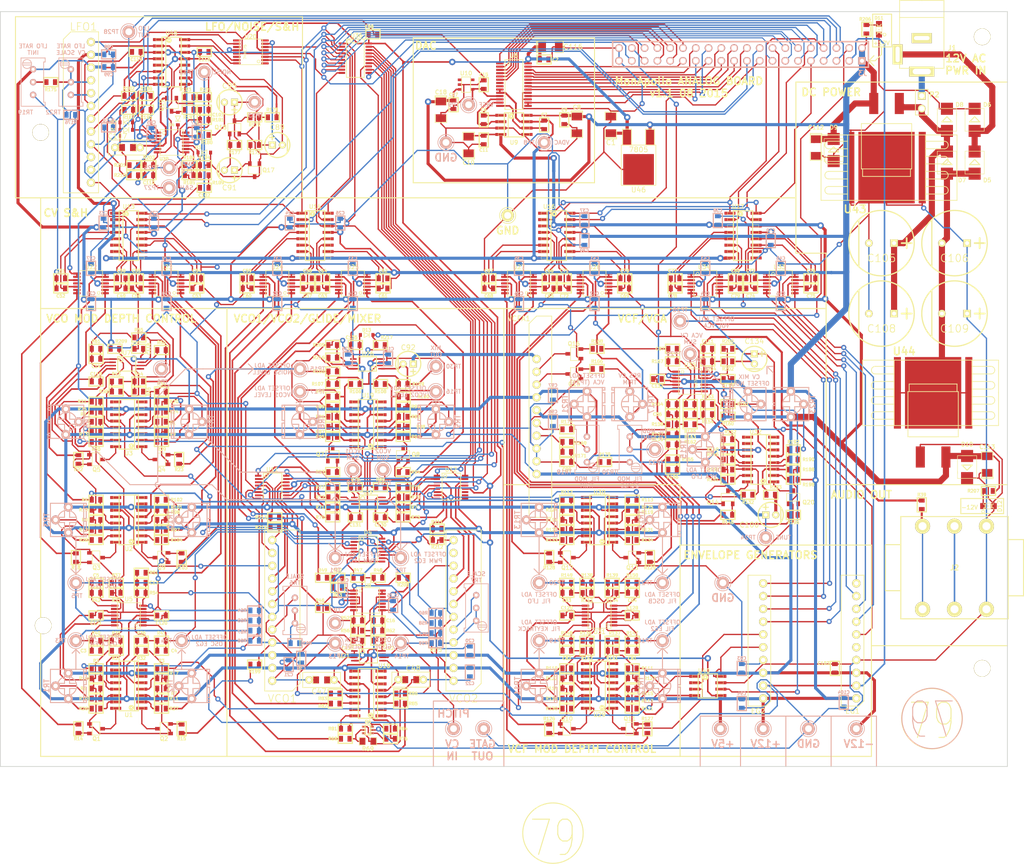
<source format=kicad_pcb>
(kicad_pcb (version 20171130) (host pcbnew "(5.1.12)-1")
  (layers (0 F.Cu signal) (31 B.Cu signal) (34 B.Paste user hide) (35 F.Paste user hide) (36 B.SilkS user hide) (37 F.SilkS user hide) (38 B.Mask user hide) (39 F.Mask user hide) (44 Edge.Cuts user))
  (net 0 "")
  (net 1 +5V)
  (net 2 GND)
  (net 3 "Net-(C3-Pad1)")
  (net 4 "Net-(C3-Pad2)")
  (net 5 "Net-(C4-Pad1)")
  (net 6 "Net-(C5-Pad1)")
  (net 7 "OSC LFO MOD")
  (net 8 "Net-(C6-Pad1)")
  (net 9 "Net-(C6-Pad2)")
  (net 10 "Net-(C7-Pad2)")
  (net 11 +12V)
  (net 12 -12V)
  (net 13 "Net-(C12-Pad1)")
  (net 14 "Net-(C12-Pad2)")
  (net 15 "Net-(C13-Pad1)")
  (net 16 "Net-(C13-Pad2)")
  (net 17 "Net-(C14-Pad1)")
  (net 18 "Net-(C14-Pad2)")
  (net 19 /VREF)
  (net 20 "Net-(C16-Pad1)")
  (net 21 "Net-(C16-Pad2)")
  (net 22 "Net-(C47-Pad1)")
  (net 23 "Net-(C48-Pad1)")
  (net 24 SH0)
  (net 25 SH1)
  (net 26 SH2)
  (net 27 SH3)
  (net 28 SH4)
  (net 29 SH5)
  (net 30 SH6)
  (net 31 SH7)
  (net 32 SH8)
  (net 33 SH9)
  (net 34 SH10)
  (net 35 SH11)
  (net 36 SH12)
  (net 37 SH13)
  (net 38 SH14)
  (net 39 SH15)
  (net 40 SH16)
  (net 41 SH17)
  (net 42 SH18)
  (net 43 SH19)
  (net 44 SH20)
  (net 45 SH21)
  (net 46 SH22)
  (net 47 SH23)
  (net 48 SH24)
  (net 49 SH25)
  (net 50 SH26)
  (net 51 SH27)
  (net 52 SH28)
  (net 53 SH29)
  (net 54 SH30)
  (net 55 SH31)
  (net 56 "Net-(C81-Pad1)")
  (net 57 "Net-(C81-Pad2)")
  (net 58 "Net-(C82-Pad1)")
  (net 59 "Net-(C82-Pad2)")
  (net 60 "Net-(C83-Pad1)")
  (net 61 "Net-(C83-Pad2)")
  (net 62 "Net-(C84-Pad1)")
  (net 63 "Net-(C84-Pad2)")
  (net 64 "Net-(C86-Pad1)")
  (net 65 "Net-(C86-Pad2)")
  (net 66 "Net-(C87-Pad1)")
  (net 67 "Net-(C87-Pad2)")
  (net 68 "Net-(C89-Pad1)")
  (net 69 "Net-(C90-Pad1)")
  (net 70 "Net-(C91-Pad1)")
  (net 71 "Net-(C91-Pad2)")
  (net 72 "Net-(C92-Pad1)")
  (net 73 TUNE)
  (net 74 "Net-(C95-Pad1)")
  (net 75 "Net-(C95-Pad2)")
  (net 76 "Net-(C100-Pad2)")
  (net 77 "Net-(C101-Pad1)")
  (net 78 NOISE)
  (net 79 "LFO TUNE")
  (net 80 "Net-(C102-Pad2)")
  (net 81 "Net-(C105-Pad1)")
  (net 82 "Net-(C106-Pad2)")
  (net 83 "Net-(C107-Pad1)")
  (net 84 "Net-(C110-Pad1)")
  (net 85 "Net-(C110-Pad2)")
  (net 86 "Net-(C111-Pad1)")
  (net 87 "Net-(C111-Pad2)")
  (net 88 "Net-(D1-Pad1)")
  (net 89 "Net-(D3-Pad2)")
  (net 90 "Net-(D4-Pad1)")
  (net 91 "Net-(D4-Pad2)")
  (net 92 "Net-(D5-Pad2)")
  (net 93 "Net-(D11-Pad1)")
  (net 94 "Net-(D12-Pad2)")
  (net 95 GATE)
  (net 96 "Net-(EG1-Pad5)")
  (net 97 EG1)
  (net 98 "EG1 SUS CV")
  (net 99 "EG1 REL CV")
  (net 100 "Net-(EG2-Pad5)")
  (net 101 "Net-(EG2-Pad6)")
  (net 102 "EG2 SUS CV")
  (net 103 "EG2 REL CV")
  (net 104 "Net-(J1-Pad2)")
  (net 105 "Net-(J1-Pad1)")
  (net 106 DB3)
  (net 107 DB5)
  (net 108 DB7)
  (net 109 DB0)
  (net 110 "DAC MUX EN2")
  (net 111 DB2)
  (net 112 "DAC MUX EN0")
  (net 113 DB4)
  (net 114 /DAC12)
  (net 115 DB6)
  (net 116 /DAC10)
  (net 117 "DAC MUX EN3")
  (net 118 /DAC8)
  (net 119 "DAC MUX EN1")
  (net 120 "~DAC WR")
  (net 121 /DAC13)
  (net 122 /DAC6)
  (net 123 /DAC11)
  (net 124 /DAC4)
  (net 125 /DAC9)
  (net 126 "~DAC RS")
  (net 127 /DAC2)
  (net 128 /DAC7)
  (net 129 /DAC3)
  (net 130 /DAC1)
  (net 131 "ANALOG SW LATCH")
  (net 132 "EG2 POL")
  (net 133 /DAC0)
  (net 134 "LFO DMUX EN")
  (net 135 LFO)
  (net 136 "LFO RESET")
  (net 137 DB1)
  (net 138 /DAC5)
  (net 139 "Net-(LFO1-Pad4)")
  (net 140 "Net-(LFO1-Pad5)")
  (net 141 "Net-(LFO1-Pad7)")
  (net 142 "Net-(LFO1-Pad8)")
  (net 143 "Net-(Q1-Pad3)")
  (net 144 "Net-(Q1-Pad1)")
  (net 145 "Net-(Q2-Pad3)")
  (net 146 "Net-(Q2-Pad1)")
  (net 147 "Net-(Q3-Pad3)")
  (net 148 "Net-(Q3-Pad1)")
  (net 149 "Net-(Q4-Pad3)")
  (net 150 "Net-(Q4-Pad1)")
  (net 151 "Net-(Q5-Pad3)")
  (net 152 "Net-(Q5-Pad1)")
  (net 153 "Net-(Q6-Pad1)")
  (net 154 "Net-(Q6-Pad3)")
  (net 155 "Net-(Q7-Pad3)")
  (net 156 "Net-(Q7-Pad1)")
  (net 157 "Net-(Q8-Pad3)")
  (net 158 "Net-(Q8-Pad1)")
  (net 159 "Net-(Q9-Pad3)")
  (net 160 "Net-(Q9-Pad1)")
  (net 161 "Net-(Q10-Pad3)")
  (net 162 "Net-(Q10-Pad1)")
  (net 163 "Net-(Q11-Pad3)")
  (net 164 "Net-(Q11-Pad1)")
  (net 165 "Net-(Q12-Pad3)")
  (net 166 "Net-(Q12-Pad1)")
  (net 167 "Net-(Q13-Pad3)")
  (net 168 "Net-(Q13-Pad1)")
  (net 169 "Net-(Q14-Pad3)")
  (net 170 "Net-(Q14-Pad1)")
  (net 171 "Net-(Q15-Pad3)")
  (net 172 "Net-(Q15-Pad1)")
  (net 173 "Net-(Q16-Pad3)")
  (net 174 "Net-(Q16-Pad1)")
  (net 175 "Net-(Q20-Pad3)")
  (net 176 "Net-(Q20-Pad1)")
  (net 177 "Net-(R1-Pad2)")
  (net 178 "OSCB SAW WAVE")
  (net 179 "Net-(R16-Pad2)")
  (net 180 EG2)
  (net 181 "Net-(R17-Pad2)")
  (net 182 "Net-(R19-Pad2)")
  (net 183 "Net-(R13-Pad2)")
  (net 184 "Net-(R10-Pad1)")
  (net 185 "Net-(R11-Pad1)")
  (net 186 "Net-(R12-Pad1)")
  (net 187 "Net-(R10-Pad2)")
  (net 188 "Net-(R11-Pad2)")
  (net 189 "Net-(R12-Pad2)")
  (net 190 "OSCA FM AMT CV")
  (net 191 "OSC EG2 AMT CV")
  (net 192 "OSC LFO AMT CV")
  (net 193 "Net-(R20-Pad2)")
  (net 194 "Net-(R21-Pad2)")
  (net 195 "PWM A EG2 AMT CV")
  (net 196 "PWM A LFO AMT CV")
  (net 197 "Net-(R24-Pad1)")
  (net 198 "Net-(R25-Pad1)")
  (net 199 "Net-(R26-Pad1)")
  (net 200 "Net-(R27-Pad1)")
  (net 201 "Net-(R28-Pad1)")
  (net 202 "Net-(R29-Pad1)")
  (net 203 "Net-(R30-Pad1)")
  (net 204 "Net-(R31-Pad2)")
  (net 205 "Net-(R32-Pad2)")
  (net 206 "Net-(R33-Pad2)")
  (net 207 "OSC PWM LFO MOD")
  (net 208 "OSC PWM EG2 MOD")
  (net 209 "Net-(J2-Pad3)")
  (net 210 "PWM A CV")
  (net 211 "PWM B CV")
  (net 212 "Net-(R47-Pad2)")
  (net 213 "Net-(R48-Pad2)")
  (net 214 "OSCB INIT CV")
  (net 215 "Net-(R50-Pad1)")
  (net 216 "OSCA INIT CV")
  (net 217 "Net-(R52-Pad1)")
  (net 218 "Net-(R58-Pad2)")
  (net 219 "OSCB GLIDE CV")
  (net 220 "Net-(R60-Pad2)")
  (net 221 "OSCA GLIDE CV")
  (net 222 "GLIDE AMT CV")
  (net 223 "Net-(R70-Pad1)")
  (net 224 "Net-(R70-Pad2)")
  (net 225 "Net-(R71-Pad2)")
  (net 226 "Net-(R72-Pad2)")
  (net 227 "Net-(R73-Pad1)")
  (net 228 "Net-(R73-Pad2)")
  (net 229 "Net-(R74-Pad2)")
  (net 230 "Net-(R75-Pad2)")
  (net 231 "Net-(R77-Pad1)")
  (net 232 "Net-(R78-Pad1)")
  (net 233 "Net-(R79-Pad2)")
  (net 234 "Net-(R80-Pad2)")
  (net 235 "Net-(R81-Pad1)")
  (net 236 "OSCA PITCH CV")
  (net 237 "Net-(R82-Pad2)")
  (net 238 "Net-(R83-Pad2)")
  (net 239 "Net-(R84-Pad1)")
  (net 240 "OSCB PITCH CV")
  (net 241 "Net-(R85-Pad2)")
  (net 242 "Net-(R86-Pad2)")
  (net 243 "Net-(R89-Pad2)")
  (net 244 "Net-(R90-Pad2)")
  (net 245 "Net-(R91-Pad1)")
  (net 246 "Net-(R92-Pad1)")
  (net 247 "OSCA MIX CV")
  (net 248 "Net-(R95-Pad1)")
  (net 249 "Net-(R96-Pad1)")
  (net 250 "Net-(R97-Pad2)")
  (net 251 "Net-(R106-Pad1)")
  (net 252 "Net-(R100-Pad2)")
  (net 253 "Net-(R101-Pad2)")
  (net 254 "Net-(R102-Pad1)")
  (net 255 "NOISE MIX CV")
  (net 256 "Net-(R104-Pad1)")
  (net 257 "Net-(R105-Pad2)")
  (net 258 "Net-(R106-Pad2)")
  (net 259 "Net-(R110-Pad2)")
  (net 260 "Net-(R111-Pad2)")
  (net 261 "Net-(R112-Pad2)")
  (net 262 "Net-(R113-Pad2)")
  (net 263 "Net-(R114-Pad2)")
  (net 264 "Net-(R115-Pad2)")
  (net 265 "Net-(R116-Pad2)")
  (net 266 "Net-(R117-Pad2)")
  (net 267 "Net-(R118-Pad2)")
  (net 268 "Net-(R119-Pad2)")
  (net 269 "Net-(R120-Pad2)")
  (net 270 "Net-(R121-Pad2)")
  (net 271 "KEYTRACK AMT CV")
  (net 272 "FIL EG2 AMT CV")
  (net 273 "FIL LFO AMT CV")
  (net 274 "FIL OSCB  AMT CV")
  (net 275 "Net-(R130-Pad1)")
  (net 276 "Net-(R131-Pad1)")
  (net 277 "Net-(R132-Pad2)")
  (net 278 "Net-(R133-Pad1)")
  (net 279 "Net-(R134-Pad1)")
  (net 280 "Net-(R136-Pad2)")
  (net 281 "Net-(R137-Pad2)")
  (net 282 "Net-(R138-Pad2)")
  (net 283 "Net-(R139-Pad2)")
  (net 284 "Net-(R140-Pad2)")
  (net 285 "Net-(R145-Pad1)")
  (net 286 "AMP LFO AMT CV")
  (net 287 "Net-(R151-Pad1)")
  (net 288 "Net-(R152-Pad2)")
  (net 289 "Net-(R153-Pad1)")
  (net 290 "CUTOFF CV")
  (net 291 "Net-(R160-Pad2)")
  (net 292 "Net-(R161-Pad1)")
  (net 293 "Net-(R163-Pad1)")
  (net 294 "Net-(R166-Pad2)")
  (net 295 "Net-(R169-Pad1)")
  (net 296 "Net-(R169-Pad2)")
  (net 297 "Net-(R170-Pad2)")
  (net 298 "Net-(R174-Pad1)")
  (net 299 "Net-(R174-Pad2)")
  (net 300 "Net-(R175-Pad2)")
  (net 301 "LFO RATE CV")
  (net 302 "Net-(R183-Pad2)")
  (net 303 "Net-(R184-Pad2)")
  (net 304 "Net-(R186-Pad1)")
  (net 305 "Net-(R190-Pad2)")
  (net 306 "Net-(R192-Pad1)")
  (net 307 "Net-(R195-Pad1)")
  (net 308 "VOL CV")
  (net 309 "Net-(R198-Pad1)")
  (net 310 "Net-(J2-Pad2)")
  (net 311 "Net-(TR6-Pad3)")
  (net 312 "Net-(TR7-Pad3)")
  (net 313 "RES CV")
  (net 314 "OSC EG2 MOD")
  (net 315 "Net-(U6-Pad7)")
  (net 316 "Net-(U6-Pad8)")
  (net 317 "Net-(U8-Pad13)")
  (net 318 VDAC)
  (net 319 "Net-(U10-Pad1)")
  (net 320 "Net-(U10-Pad5)")
  (net 321 "OSCA TRI")
  (net 322 "OSCA PULSE")
  (net 323 "OSC SYNC")
  (net 324 "Net-(U11-Pad14)")
  (net 325 "OSCA SAW")
  (net 326 "OSCB TRI")
  (net 327 "OSCB PULSE")
  (net 328 "Net-(U12-Pad9)")
  (net 329 "Net-(U12-Pad10)")
  (net 330 "Net-(U12-Pad11)")
  (net 331 "OSCB SAW")
  (net 332 "Net-(U18-Pad2)")
  (net 333 "Net-(U18-Pad15)")
  (net 334 "OSCB MIX CV")
  (net 335 "EG1 ATT CV")
  (net 336 "EG1 DEC CV")
  (net 337 "EG2 ATT CV")
  (net 338 "EG2 DEC CV")
  (net 339 "OSCB MOD")
  (net 340 "Net-(VCO2-Pad11)")
  (net 341 "Net-(U11-Pad7)")
  (net 342 "Net-(U11-Pad11)")
  (net 343 "Net-(U12-Pad14)")
  (net 344 "Net-(C92-Pad2)")
  (net 345 "Net-(R173-Pad1)")
  (net 346 "Net-(R199-Pad1)")
  (net 347 EXT_CV_IN)
  (net 348 "Net-(U20-Pad16)")
  (net 349 "Net-(U20-Pad1)")
  (net 350 "Net-(U20-Pad9)")
  (net 351 "Net-(U20-Pad10)")
  (net 352 "Net-(U20-Pad11)")
  (net 353 "Net-(U20-Pad14)")
  (net 354 "Net-(U20-Pad8)")
  (net 355 "Net-(U20-Pad15)")
  (net 356 "Net-(Q6-Pad5)")
  (net 357 "Net-(R209-Pad2)")
  (net 358 "Net-(R208-Pad2)")
  (net 359 "Net-(R210-Pad1)")
  (net 360 "Net-(R211-Pad1)")
  (net 361 "Net-(R211-Pad2)")
  (net 362 "Net-(R213-Pad1)")
  (net 363 "Net-(R213-Pad2)")
  (net 364 "Net-(C102-Pad1)")
  (net 365 "Net-(C134-Pad1)")
  (net 366 "Net-(C134-Pad2)")
  (net 367 "Net-(C100-Pad1)")
  (net 368 "Net-(C135-Pad2)")
  (net 369 "Net-(R205-Pad1)")
  (net 370 "Net-(Q19-Pad2)")
  (module github-smd:SMD-1206_Pol (layer F.Cu) (at 121.25 22.5 90)
    (fp_text reference C1 (at -3.5 0) (layer F.SilkS))
    (fp_text value 1µ hide)
    (pad 1 smd rect (at -1.651 0 90) (size 1.524 2.032) (layers F.Cu F.Paste F.Mask) (net 1 +5V))
    (pad 2 smd rect (at 1.651 0 90) (size 1.524 2.032) (layers F.Cu F.Paste F.Mask) (net 2 GND))
  )
  (module github-smd:SMD-1206_Pol (layer F.Cu) (at 114.5 22.5 270)
    (fp_text reference C8 (at -3.5 0) (layer F.SilkS) (effects (font (size 0.8128 0.8128) (thickness 0.1524))))
    (fp_text value 1µ hide)
    (pad 1 smd rect (at -1.651 0 270) (size 1.524 2.032) (layers F.Cu F.Paste F.Mask) (net 11 +12V))
    (pad 2 smd rect (at 1.651 0 270) (size 1.524 2.032) (layers F.Cu F.Paste F.Mask) (net 2 GND))
  )
  (module github-smd:SMD-1206_Pol (layer F.Cu) (at 93 26.5 90)
    (fp_text reference C10 (at -3.5 0 180) (layer F.SilkS) (effects (font (size 0.8128 0.8128) (thickness 0.1524))))
    (fp_text value 1µ hide)
    (pad 1 smd rect (at -1.651 0 90) (size 1.524 2.032) (layers F.Cu F.Paste F.Mask) (net 2 GND))
    (pad 2 smd rect (at 1.651 0 90) (size 1.524 2.032) (layers F.Cu F.Paste F.Mask) (net 12 -12V))
  )
  (module github-smd:SMD-1206_Pol (layer F.Cu) (at 87.5 19.5 270)
    (fp_text reference C18 (at -3.5 0) (layer F.SilkS) (effects (font (size 0.8128 0.8128) (thickness 0.1524))))
    (fp_text value 1µ hide)
    (pad 1 smd rect (at -1.651 0 270) (size 1.524 2.032) (layers F.Cu F.Paste F.Mask) (net 11 +12V))
    (pad 2 smd rect (at 1.651 0 270) (size 1.524 2.032) (layers F.Cu F.Paste F.Mask) (net 2 GND))
  )
  (module github-smd:SMD-1206_Pol (layer F.Cu) (at 162 27 270)
    (fp_text reference C112 (at -4 0) (layer F.SilkS) (effects (font (size 0.8128 0.8128) (thickness 0.1524))))
    (fp_text value 2.2µ hide)
    (pad 1 smd rect (at -1.651 0 270) (size 1.524 2.032) (layers F.Cu F.Paste F.Mask) (net 11 +12V))
    (pad 2 smd rect (at 1.651 0 270) (size 1.524 2.032) (layers F.Cu F.Paste F.Mask) (net 2 GND))
  )
  (module github-smd:SMD-1206_Pol (layer F.Cu) (at 196 90 90)
    (fp_text reference C113 (at 3.5 0 180) (layer F.SilkS) (effects (font (size 0.8128 0.8128) (thickness 0.1524))))
    (fp_text value 2.2µ hide)
    (pad 1 smd rect (at -1.651 0 90) (size 1.524 2.032) (layers F.Cu F.Paste F.Mask) (net 2 GND))
    (pad 2 smd rect (at 1.651 0 90) (size 1.524 2.032) (layers F.Cu F.Paste F.Mask) (net 12 -12V))
  )
  (module github-smd:SMD-1206_Pol (layer F.Cu) (at 109.25 7)
    (fp_text reference C116 (at 4.5 0) (layer F.SilkS))
    (fp_text value 2.2µ hide)
    (pad 1 smd rect (at -1.651 0) (size 1.524 2.032) (layers F.Cu F.Paste F.Mask) (net 1 +5V))
    (pad 2 smd rect (at 1.651 0) (size 1.524 2.032) (layers F.Cu F.Paste F.Mask) (net 2 GND))
  )
  (module synth:LED-0805-JRL (layer F.Cu) (at 174.5 3.5 270)
    (fp_text reference D11 (at -2.25 0) (layer F.SilkS) (effects (font (size 0.6096 0.6096) (thickness 0.1524))))
    (fp_text value LED hide)
    (pad 1 smd rect (at -1.04902 0 270) (size 1.19888 1.19888) (layers F.Cu F.Paste F.Mask) (net 93 "Net-(D11-Pad1)"))
    (pad 2 smd rect (at 1.04902 0 270) (size 1.19888 1.19888) (layers F.Cu F.Paste F.Mask) (net 2 GND))
  )
  (module synth:LED-0805-JRL (layer F.Cu) (at 196.25 98.25 180)
    (fp_text reference D12 (at -2.25 0 270) (layer F.SilkS) (effects (font (size 0.8128 0.8128) (thickness 0.1524))))
    (fp_text value LED hide)
    (pad 1 smd rect (at -1.04902 0 180) (size 1.19888 1.19888) (layers F.Cu F.Paste F.Mask) (net 2 GND))
    (pad 2 smd rect (at 1.04902 0 180) (size 1.19888 1.19888) (layers F.Cu F.Paste F.Mask) (net 94 "Net-(D12-Pad2)"))
  )
  (module MyModules:2.1-MM-DC-EJ508A (layer F.Cu) (at 183 8.5 180)
    (fp_text reference J1 (at -6 1.25 180) (layer F.SilkS) (effects (font (size 1.016 1.016) (thickness 0.2032))))
    (fp_text value "AC IN" hide)
    (pad 2 thru_hole rect (at 0 3.25 180) (size 4 2) (drill oval 3.1 0.8) (layers *.Cu *.Mask F.SilkS) (net 104 "Net-(J1-Pad2)"))
    (pad 1 thru_hole rect (at 0 -3.4 180) (size 5 2) (drill oval 3.6 1.1) (layers *.Cu *.Mask F.SilkS) (net 105 "Net-(J1-Pad1)"))
    (pad 3 thru_hole rect (at 4.8 0 180) (size 2 4) (drill oval 0.8 3.1) (layers *.Cu *.Mask F.SilkS) (net 92 "Net-(D5-Pad2)"))
  )
  (module DIY:PIN_ARRAY_20X2 (layer B.Cu) (at 147 8.5 180)
    (fp_text reference J3 (at -24.25 -3.75 180) (layer B.SilkS) (effects (font (size 1.016 1.016) (thickness 0.2032)) (justify mirror)))
    (fp_text value CONN_20X2 hide)
    (pad 1 thru_hole rect (at -24.13 -1.27 180) (size 1.524 1.524) (drill 0.8128) (layers *.Cu *.Mask B.SilkS) (net 11 +12V))
    (pad 2 thru_hole circle (at -24.13 1.27 180) (size 1.524 1.524) (drill 1.016) (layers *.Cu *.Mask B.SilkS) (net 11 +12V))
    (pad 11 thru_hole circle (at -11.43 -1.27 180) (size 1.524 1.524) (drill 1.016) (layers *.Cu *.Mask B.SilkS) (net 106 DB3))
    (pad 4 thru_hole circle (at -21.59 1.27 180) (size 1.524 1.524) (drill 1.016) (layers *.Cu *.Mask B.SilkS) (net 73 TUNE))
    (pad 13 thru_hole circle (at -8.89 -1.27 180) (size 1.524 1.524) (drill 1.016) (layers *.Cu *.Mask B.SilkS) (net 107 DB5))
    (pad 6 thru_hole circle (at -19.05 1.27 180) (size 1.524 1.524) (drill 1.016) (layers *.Cu *.Mask B.SilkS) (net 79 "LFO TUNE"))
    (pad 15 thru_hole circle (at -6.35 -1.27 180) (size 1.524 1.524) (drill 1.016) (layers *.Cu *.Mask B.SilkS) (net 108 DB7))
    (pad 8 thru_hole circle (at -16.51 1.27 180) (size 1.524 1.524) (drill 1.016) (layers *.Cu *.Mask B.SilkS) (net 109 DB0))
    (pad 17 thru_hole circle (at -3.81 -1.27 180) (size 1.524 1.524) (drill 1.016) (layers *.Cu *.Mask B.SilkS) (net 110 "DAC MUX EN2"))
    (pad 10 thru_hole circle (at -13.97 1.27 180) (size 1.524 1.524) (drill 1.016) (layers *.Cu *.Mask B.SilkS) (net 111 DB2))
    (pad 19 thru_hole circle (at -1.27 -1.27 180) (size 1.524 1.524) (drill 1.016) (layers *.Cu *.Mask B.SilkS) (net 112 "DAC MUX EN0"))
    (pad 12 thru_hole circle (at -11.43 1.27 180) (size 1.524 1.524) (drill 1.016) (layers *.Cu *.Mask B.SilkS) (net 113 DB4))
    (pad 21 thru_hole circle (at 1.27 -1.27 180) (size 1.524 1.524) (drill 1.016) (layers *.Cu *.Mask B.SilkS) (net 114 /DAC12))
    (pad 14 thru_hole circle (at -8.89 1.27 180) (size 1.524 1.524) (drill 1.016) (layers *.Cu *.Mask B.SilkS) (net 115 DB6))
    (pad 23 thru_hole circle (at 3.81 -1.27 180) (size 1.524 1.524) (drill 1.016) (layers *.Cu *.Mask B.SilkS) (net 116 /DAC10))
    (pad 16 thru_hole circle (at -6.35 1.27 180) (size 1.524 1.524) (drill 1.016) (layers *.Cu *.Mask B.SilkS) (net 117 "DAC MUX EN3"))
    (pad 25 thru_hole circle (at 6.35 -1.27 180) (size 1.524 1.524) (drill 1.016) (layers *.Cu *.Mask B.SilkS) (net 118 /DAC8))
    (pad 18 thru_hole circle (at -3.81 1.27 180) (size 1.524 1.524) (drill 1.016) (layers *.Cu *.Mask B.SilkS) (net 119 "DAC MUX EN1"))
    (pad 27 thru_hole circle (at 8.89 -1.27 180) (size 1.524 1.524) (drill 1.016) (layers *.Cu *.Mask B.SilkS) (net 120 "~DAC WR"))
    (pad 20 thru_hole circle (at -1.27 1.27 180) (size 1.524 1.524) (drill 1.016) (layers *.Cu *.Mask B.SilkS) (net 121 /DAC13))
    (pad 29 thru_hole circle (at 11.43 -1.27 180) (size 1.524 1.524) (drill 1.016) (layers *.Cu *.Mask B.SilkS) (net 122 /DAC6))
    (pad 22 thru_hole circle (at 1.27 1.27 180) (size 1.524 1.524) (drill 1.016) (layers *.Cu *.Mask B.SilkS) (net 123 /DAC11))
    (pad 31 thru_hole circle (at 13.97 -1.27 180) (size 1.524 1.524) (drill 1.016) (layers *.Cu *.Mask B.SilkS) (net 124 /DAC4))
    (pad 24 thru_hole circle (at 3.81 1.27 180) (size 1.524 1.524) (drill 1.016) (layers *.Cu *.Mask B.SilkS) (net 125 /DAC9))
    (pad 26 thru_hole circle (at 6.35 1.27 180) (size 1.524 1.524) (drill 1.016) (layers *.Cu *.Mask B.SilkS) (net 126 "~DAC RS"))
    (pad 33 thru_hole circle (at 16.51 -1.27 180) (size 1.524 1.524) (drill 1.016) (layers *.Cu *.Mask B.SilkS) (net 127 /DAC2))
    (pad 28 thru_hole circle (at 8.89 1.27 180) (size 1.524 1.524) (drill 1.016) (layers *.Cu *.Mask B.SilkS) (net 128 /DAC7))
    (pad 32 thru_hole circle (at 13.97 1.27 180) (size 1.524 1.524) (drill 1.016) (layers *.Cu *.Mask B.SilkS) (net 129 /DAC3))
    (pad 34 thru_hole circle (at 16.51 1.27 180) (size 1.524 1.524) (drill 1.016) (layers *.Cu *.Mask B.SilkS) (net 130 /DAC1))
    (pad 36 thru_hole circle (at 19.05 1.27 180) (size 1.524 1.524) (drill 1.016) (layers *.Cu *.Mask B.SilkS) (net 131 "ANALOG SW LATCH"))
    (pad 38 thru_hole circle (at 21.59 1.27 180) (size 1.524 1.524) (drill 1.016) (layers *.Cu *.Mask B.SilkS) (net 132 "EG2 POL"))
    (pad 35 thru_hole circle (at 19.05 -1.27 180) (size 1.524 1.524) (drill 1.016) (layers *.Cu *.Mask B.SilkS) (net 133 /DAC0))
    (pad 37 thru_hole circle (at 21.59 -1.27 180) (size 1.524 1.524) (drill 1.016) (layers *.Cu *.Mask B.SilkS) (net 134 "LFO DMUX EN"))
    (pad 3 thru_hole circle (at -21.59 -1.27 180) (size 1.524 1.524) (drill 1.016) (layers *.Cu *.Mask B.SilkS) (net 95 GATE))
    (pad 5 thru_hole circle (at -19.05 -1.27 180) (size 1.524 1.524) (drill 1.016) (layers *.Cu *.Mask B.SilkS) (net 135 LFO))
    (pad 7 thru_hole circle (at -16.51 -1.27 180) (size 1.524 1.524) (drill 1.016) (layers *.Cu *.Mask B.SilkS) (net 136 "LFO RESET"))
    (pad 9 thru_hole circle (at -13.97 -1.27 180) (size 1.524 1.524) (drill 1.016) (layers *.Cu *.Mask B.SilkS) (net 137 DB1))
    (pad 39 thru_hole circle (at 24.13 -1.27 180) (size 1.524 1.524) (drill 1.016) (layers *.Cu *.Mask B.SilkS) (net 2 GND))
    (pad 40 thru_hole circle (at 24.13 1.27 180) (size 1.524 1.524) (drill 1.016) (layers *.Cu *.Mask B.SilkS) (net 2 GND))
    (pad 30 thru_hole circle (at 11.43 1.27 180) (size 1.524 1.524) (drill 1.016) (layers *.Cu *.Mask B.SilkS) (net 138 /DAC5))
  )
  (module DIY:PIN_ARRAY_2X1 (layer F.Cu) (at 183 18 270)
    (fp_text reference P2 (at -1.5 -2.5) (layer F.SilkS) (effects (font (size 1.016 1.016) (thickness 0.2032))))
    (fp_text value CONN_01X02 hide)
    (pad 1 thru_hole rect (at -1.27 0 270) (size 1.524 1.524) (drill 1.016) (layers *.Cu *.Mask F.SilkS) (net 105 "Net-(J1-Pad1)"))
    (pad 2 thru_hole circle (at 1.27 0 270) (size 1.524 1.524) (drill 1.016) (layers *.Cu *.Mask F.SilkS) (net 81 "Net-(C105-Pad1)"))
  )
  (module synth:SOT363-JRL (layer F.Cu) (at 73 142.75 90)
    (fp_text reference Q6 (at 1.65 0 180) (layer F.SilkS) (effects (font (size 0.6096 0.6096) (thickness 0.1524))))
    (fp_text value BCM857BS hide)
    (pad 1 smd rect (at -0.6477 0.79756 90) (size 0.39878 0.79756) (layers F.Cu F.Paste F.Mask) (net 153 "Net-(Q6-Pad1)"))
    (pad 2 smd rect (at 0 0.79756 90) (size 0.39878 0.79756) (layers F.Cu F.Paste F.Mask) (net 2 GND))
    (pad 3 smd rect (at 0.6477 0.79756 90) (size 0.39878 0.79756) (layers F.Cu F.Paste F.Mask) (net 154 "Net-(Q6-Pad3)"))
    (pad 4 smd rect (at 0.6477 -0.79756 90) (size 0.39878 0.79756) (layers F.Cu F.Paste F.Mask) (net 153 "Net-(Q6-Pad1)"))
    (pad 5 smd rect (at 0 -0.79756 90) (size 0.39878 0.79756) (layers F.Cu F.Paste F.Mask) (net 356 "Net-(Q6-Pad5)"))
    (pad 6 smd rect (at -0.6477 -0.79756 90) (size 0.39878 0.79756) (layers F.Cu F.Paste F.Mask) (net 2 GND))
  )
  (module "MyModules:TEST POINT" (layer B.Cu) (at 66.5 108.5)
    (fp_text reference TP1 (at 0 2.5) (layer B.SilkS) (effects (font (size 0.8128 0.8128) (thickness 0.1524)) (justify mirror)))
    (fp_text value CONN_1 hide)
    (pad 1 thru_hole circle (at 0 0) (size 2.5 2.5) (drill 1.35) (layers *.Cu *.Mask B.SilkS) (net 207 "OSC PWM LFO MOD"))
  )
  (module "MyModules:TEST POINT" (layer B.Cu) (at 79.5 108.5)
    (fp_text reference TP2 (at 0 2.5) (layer B.SilkS) (effects (font (size 0.8128 0.8128) (thickness 0.1524)) (justify mirror)))
    (fp_text value CONN_1 hide)
    (pad 1 thru_hole circle (at 0 0) (size 2.5 2.5) (drill 1.35) (layers *.Cu *.Mask B.SilkS) (net 208 "OSC PWM EG2 MOD"))
  )
  (module "MyModules:TEST POINT" (layer B.Cu) (at 15 125)
    (fp_text reference TP3 (at -3 0) (layer B.SilkS) (effects (font (size 0.8128 0.8128) (thickness 0.1524)) (justify mirror)))
    (fp_text value CONN_1 hide)
    (pad 1 thru_hole circle (at 0 0) (size 2.5 2.5) (drill 1.35) (layers *.Cu *.Mask B.SilkS) (net 4 "Net-(C3-Pad2)"))
  )
  (module "MyModules:TEST POINT" (layer B.Cu) (at 36 125)
    (fp_text reference TP4 (at -3 0) (layer B.SilkS) (effects (font (size 0.8128 0.8128) (thickness 0.1524)) (justify mirror)))
    (fp_text value CONN_1 hide)
    (pad 1 thru_hole circle (at 0 0) (size 2.5 2.5) (drill 1.35) (layers *.Cu *.Mask B.SilkS) (net 314 "OSC EG2 MOD"))
  )
  (module "MyModules:TEST POINT" (layer B.Cu) (at 15 113.5)
    (fp_text reference TP5 (at 0.2 2.6) (layer B.SilkS) (effects (font (size 0.8128 0.8128) (thickness 0.1524)) (justify mirror)))
    (fp_text value CONN_1 hide)
    (pad 1 thru_hole circle (at 0 0) (size 2.5 2.5) (drill 1.35) (layers *.Cu *.Mask B.SilkS) (net 7 "OSC LFO MOD"))
  )
  (module "MyModules:TEST POINT" (layer B.Cu) (at 32 71)
    (fp_text reference TP6 (at 0.2 2.6) (layer B.SilkS) (effects (font (size 0.8128 0.8128) (thickness 0.1524)) (justify mirror)))
    (fp_text value CONN_1 hide)
    (pad 1 thru_hole circle (at 0 0) (size 2.5 2.5) (drill 1.35) (layers *.Cu *.Mask B.SilkS) (net 215 "Net-(R50-Pad1)"))
  )
  (module "MyModules:TEST POINT" (layer B.Cu) (at 66.5 121.5)
    (fp_text reference TP7 (at 0 -2.5) (layer B.SilkS) (effects (font (size 0.8128 0.8128) (thickness 0.1524)) (justify mirror)))
    (fp_text value CONN_1 hide)
    (pad 1 thru_hole circle (at 0 0) (size 2.5 2.5) (drill 1.35) (layers *.Cu *.Mask B.SilkS) (net 217 "Net-(R52-Pad1)"))
  )
  (module "MyModules:TEST POINT" (layer B.Cu) (at 108 26)
    (fp_text reference TP8 (at -3 0) (layer B.SilkS) (effects (font (size 0.8128 0.8128) (thickness 0.1524)) (justify mirror)))
    (fp_text value CONN_1 hide)
    (pad 1 thru_hole circle (at 0 0) (size 2.5 2.5) (drill 1.35) (layers *.Cu *.Mask B.SilkS) (net 318 VDAC))
  )
  (module "MyModules:TEST POINT" (layer B.Cu) (at 93 18.5)
    (fp_text reference TP9 (at -3 0) (layer B.SilkS) (effects (font (size 0.8128 0.8128) (thickness 0.1524)) (justify mirror)))
    (fp_text value CONN_1 hide)
    (pad 1 thru_hole circle (at 0 0) (size 2.5 2.5) (drill 1.35) (layers *.Cu *.Mask B.SilkS) (net 19 /VREF))
  )
  (module "MyModules:TEST POINT" (layer B.Cu) (at 70 91)
    (fp_text reference TP10 (at 0.2 2.6) (layer B.SilkS) (effects (font (size 0.8128 0.8128) (thickness 0.1524)) (justify mirror)))
    (fp_text value CONN_1 hide)
    (pad 1 thru_hole circle (at 0 0) (size 2.5 2.5) (drill 1.35) (layers *.Cu *.Mask B.SilkS) (net 231 "Net-(R77-Pad1)"))
  )
  (module "MyModules:TEST POINT" (layer B.Cu) (at 76 91)
    (fp_text reference TP11 (at 0.2 2.6) (layer B.SilkS) (effects (font (size 0.8128 0.8128) (thickness 0.1524)) (justify mirror)))
    (fp_text value CONN_1 hide)
    (pad 1 thru_hole circle (at 0 0) (size 2.5 2.5) (drill 1.35) (layers *.Cu *.Mask B.SilkS) (net 232 "Net-(R78-Pad1)"))
  )
  (module "MyModules:TEST POINT" (layer B.Cu) (at 40.5 12)
    (fp_text reference TP12 (at -3.5 0) (layer B.SilkS) (effects (font (size 0.8128 0.8128) (thickness 0.1524)) (justify mirror)))
    (fp_text value CONN_1 hide)
    (pad 1 thru_hole circle (at 0 0) (size 2.5 2.5) (drill 1.35) (layers *.Cu *.Mask B.SilkS) (net 78 NOISE))
  )
  (module "MyModules:TEST POINT" (layer B.Cu) (at 66.5 125.5)
    (fp_text reference TP13 (at 0.2 2.6) (layer B.SilkS) (effects (font (size 0.8128 0.8128) (thickness 0.1524)) (justify mirror)))
    (fp_text value CONN_1 hide)
    (pad 1 thru_hole circle (at 0 0) (size 2.5 2.5) (drill 1.35) (layers *.Cu *.Mask B.SilkS) (net 221 "OSCA GLIDE CV"))
  )
  (module "MyModules:TEST POINT" (layer B.Cu) (at 79.5 125.5)
    (fp_text reference TP14 (at 0.2 2.6) (layer B.SilkS) (effects (font (size 0.8128 0.8128) (thickness 0.1524)) (justify mirror)))
    (fp_text value CONN_1 hide)
    (pad 1 thru_hole circle (at 0 0) (size 2.5 2.5) (drill 1.35) (layers *.Cu *.Mask B.SilkS) (net 219 "OSCB GLIDE CV"))
  )
  (module "MyModules:TEST POINT" (layer B.Cu) (at 59.5 71)
    (fp_text reference TP15 (at 3.5 0) (layer B.SilkS) (effects (font (size 0.8128 0.8128) (thickness 0.1524)) (justify mirror)))
    (fp_text value CONN_1 hide)
    (pad 1 thru_hole circle (at 0 0) (size 2.5 2.5) (drill 1.35) (layers *.Cu *.Mask B.SilkS) (net 257 "Net-(R105-Pad2)"))
  )
  (module "MyModules:TEST POINT" (layer B.Cu) (at 86.5 75.5)
    (fp_text reference TP16 (at 3.5 0) (layer B.SilkS) (effects (font (size 0.8128 0.8128) (thickness 0.1524)) (justify mirror)))
    (fp_text value CONN_1 hide)
    (pad 1 thru_hole circle (at 0 0) (size 2.5 2.5) (drill 1.35) (layers *.Cu *.Mask B.SilkS) (net 252 "Net-(R100-Pad2)"))
  )
  (module "MyModules:TEST POINT" (layer B.Cu) (at 59.5 75.5)
    (fp_text reference TP17 (at 3.5 0) (layer B.SilkS) (effects (font (size 0.8128 0.8128) (thickness 0.1524)) (justify mirror)))
    (fp_text value CONN_1 hide)
    (pad 1 thru_hole circle (at 0 0) (size 2.5 2.5) (drill 1.35) (layers *.Cu *.Mask B.SilkS) (net 251 "Net-(R106-Pad1)"))
  )
  (module "MyModules:TEST POINT" (layer B.Cu) (at 131.5 125)
    (fp_text reference TP18 (at -3.5 0) (layer B.SilkS) (effects (font (size 0.8128 0.8128) (thickness 0.1524)) (justify mirror)))
    (fp_text value CONN_1 hide)
    (pad 1 thru_hole circle (at 0 0) (size 2.5 2.5) (drill 1.35) (layers *.Cu *.Mask B.SilkS) (net 57 "Net-(C81-Pad2)"))
  )
  (module "MyModules:TEST POINT" (layer B.Cu) (at 107 125)
    (fp_text reference TP19 (at 3.5 0) (layer B.SilkS) (effects (font (size 0.8128 0.8128) (thickness 0.1524)) (justify mirror)))
    (fp_text value CONN_1 hide)
    (pad 1 thru_hole circle (at 0 0) (size 2.5 2.5) (drill 1.35) (layers *.Cu *.Mask B.SilkS) (net 59 "Net-(C82-Pad2)"))
  )
  (module "MyModules:TEST POINT" (layer B.Cu) (at 107 113.5)
    (fp_text reference TP20 (at 3.5 0) (layer B.SilkS) (effects (font (size 0.8128 0.8128) (thickness 0.1524)) (justify mirror)))
    (fp_text value CONN_1 hide)
    (pad 1 thru_hole circle (at 0 0) (size 2.5 2.5) (drill 1.35) (layers *.Cu *.Mask B.SilkS) (net 61 "Net-(C83-Pad2)"))
  )
  (module "MyModules:TEST POINT" (layer B.Cu) (at 131.5 113.5)
    (fp_text reference TP21 (at -3.5 0) (layer B.SilkS) (effects (font (size 0.8128 0.8128) (thickness 0.1524)) (justify mirror)))
    (fp_text value CONN_1 hide)
    (pad 1 thru_hole circle (at 0 0) (size 2.5 2.5) (drill 1.35) (layers *.Cu *.Mask B.SilkS) (net 63 "Net-(C84-Pad2)"))
  )
  (module "MyModules:TEST POINT" (layer B.Cu) (at 130 87)
    (fp_text reference TP22 (at 0.2 2.6) (layer B.SilkS) (effects (font (size 0.8128 0.8128) (thickness 0.1524)) (justify mirror)))
    (fp_text value CONN_1 hide)
    (pad 1 thru_hole circle (at 0 0) (size 2.5 2.5) (drill 1.35) (layers *.Cu *.Mask B.SilkS) (net 65 "Net-(C86-Pad2)"))
  )
  (module "MyModules:TEST POINT" (layer B.Cu) (at 50.5 18)
    (fp_text reference TP23 (at 0.2 2.6) (layer B.SilkS) (effects (font (size 0.8128 0.8128) (thickness 0.1524)) (justify mirror)))
    (fp_text value CONN_1 hide)
    (pad 1 thru_hole circle (at 0 0) (size 2.5 2.5) (drill 1.35) (layers *.Cu *.Mask B.SilkS) (net 74 "Net-(C95-Pad1)"))
  )
  (module "MyModules:TEST POINT" (layer B.Cu) (at 152 104.5)
    (fp_text reference TP24 (at -3.5 0) (layer B.SilkS) (effects (font (size 0.8128 0.8128) (thickness 0.1524)) (justify mirror)))
    (fp_text value CONN_1 hide)
    (pad 1 thru_hole circle (at 0 0) (size 2.5 2.5) (drill 1.35) (layers *.Cu *.Mask B.SilkS) (net 367 "Net-(C100-Pad1)"))
  )
  (module "MyModules:TEST POINT" (layer B.Cu) (at 33.5 31)
    (fp_text reference TP25 (at -3.5 0) (layer B.SilkS) (effects (font (size 0.8128 0.8128) (thickness 0.1524)) (justify mirror)))
    (fp_text value CONN_1 hide)
    (pad 1 thru_hole circle (at 0 0) (size 2.5 2.5) (drill 1.35) (layers *.Cu *.Mask B.SilkS) (net 91 "Net-(D4-Pad2)"))
  )
  (module "MyModules:TEST POINT" (layer B.Cu) (at 135 61.5)
    (fp_text reference TP26 (at 0 -2.25) (layer B.SilkS) (effects (font (size 0.8128 0.8128) (thickness 0.1524)) (justify mirror)))
    (fp_text value CONN_1 hide)
    (pad 1 thru_hole circle (at 0 0) (size 2.5 2.5) (drill 1.35) (layers *.Cu *.Mask B.SilkS) (net 366 "Net-(C134-Pad2)"))
  )
  (module "MyModules:TEST POINT" (layer B.Cu) (at 33.5 35)
    (fp_text reference TP27 (at -3.5 0) (layer B.SilkS) (effects (font (size 0.8128 0.8128) (thickness 0.1524)) (justify mirror)))
    (fp_text value CONN_1 hide)
    (pad 1 thru_hole circle (at 0 0) (size 2.5 2.5) (drill 1.35) (layers *.Cu *.Mask B.SilkS) (net 85 "Net-(C110-Pad2)"))
  )
  (module "MyModules:TEST POINT" (layer B.Cu) (at 25.5 4)
    (fp_text reference TP28 (at -3.5 0) (layer B.SilkS) (effects (font (size 0.8128 0.8128) (thickness 0.1524)) (justify mirror)))
    (fp_text value CONN_1 hide)
    (pad 1 thru_hole circle (at 0 0) (size 2.5 2.5) (drill 1.35) (layers *.Cu *.Mask B.SilkS) (net 135 LFO))
  )
  (module "MyModules:TEST POINT" (layer B.Cu) (at 137 68)
    (fp_text reference TP29 (at -3.25 0) (layer B.SilkS) (effects (font (size 0.8128 0.8128) (thickness 0.1524)) (justify mirror)))
    (fp_text value CONN_1 hide)
    (pad 1 thru_hole circle (at 0 0) (size 2.5 2.5) (drill 1.35) (layers *.Cu *.Mask B.SilkS) (net 293 "Net-(R163-Pad1)"))
  )
  (module "MyModules:TEST POINT" (layer B.Cu) (at 86.5 70.5)
    (fp_text reference TP30 (at 3.5 0) (layer B.SilkS) (effects (font (size 0.8128 0.8128) (thickness 0.1524)) (justify mirror)))
    (fp_text value CONN_1 hide)
    (pad 1 thru_hole circle (at 0 0) (size 2.5 2.5) (drill 1.35) (layers *.Cu *.Mask B.SilkS) (net 344 "Net-(C92-Pad2)"))
  )
  (module github-smd:TSSOP-16 (layer F.Cu) (at 73 107 270)
    (fp_text reference U4 (at -3.5 0) (layer F.SilkS) (effects (font (size 0.8128 0.8128) (thickness 0.1524))))
    (fp_text value DG212B hide)
    (pad 1 smd rect (at -2.27584 2.79908 270) (size 0.381 1.27) (layers F.Cu F.Paste F.Mask) (net 339 "OSCB MOD"))
    (pad 2 smd rect (at -1.6256 2.79908 270) (size 0.381 1.27) (layers F.Cu F.Paste F.Mask) (net 218 "Net-(R58-Pad2)"))
    (pad 3 smd rect (at -0.97536 2.79908 270) (size 0.381 1.27) (layers F.Cu F.Paste F.Mask) (net 314 "OSC EG2 MOD"))
    (pad 4 smd rect (at -0.32512 2.79908 270) (size 0.381 1.27) (layers F.Cu F.Paste F.Mask) (net 12 -12V))
    (pad 5 smd rect (at 0.32512 2.79908 270) (size 0.381 1.27) (layers F.Cu F.Paste F.Mask) (net 2 GND))
    (pad 6 smd rect (at 0.97536 2.79908 270) (size 0.381 1.27) (layers F.Cu F.Paste F.Mask) (net 207 "OSC PWM LFO MOD"))
    (pad 7 smd rect (at 1.6256 2.79908 270) (size 0.381 1.27) (layers F.Cu F.Paste F.Mask) (net 212 "Net-(R47-Pad2)"))
    (pad 8 smd rect (at 2.27584 2.79908 270) (size 0.381 1.27) (layers F.Cu F.Paste F.Mask) (net 339 "OSCB MOD"))
    (pad 9 smd rect (at 2.27584 -2.79908 270) (size 0.381 1.27) (layers F.Cu F.Paste F.Mask) (net 339 "OSCB MOD"))
    (pad 10 smd rect (at 1.6256 -2.79908 270) (size 0.381 1.27) (layers F.Cu F.Paste F.Mask) (net 213 "Net-(R48-Pad2)"))
    (pad 11 smd rect (at 0.97536 -2.79908 270) (size 0.381 1.27) (layers F.Cu F.Paste F.Mask) (net 208 "OSC PWM EG2 MOD"))
    (pad 12 smd rect (at 0.32512 -2.79908 270) (size 0.381 1.27) (layers F.Cu F.Paste F.Mask) (net 1 +5V))
    (pad 13 smd rect (at -0.32512 -2.79908 270) (size 0.381 1.27) (layers F.Cu F.Paste F.Mask) (net 11 +12V))
    (pad 14 smd rect (at -0.97536 -2.79908 270) (size 0.381 1.27) (layers F.Cu F.Paste F.Mask) (net 7 "OSC LFO MOD"))
    (pad 15 smd rect (at -1.6256 -2.79908 270) (size 0.381 1.27) (layers F.Cu F.Paste F.Mask) (net 220 "Net-(R60-Pad2)"))
    (pad 16 smd rect (at -2.27584 -2.79908 270) (size 0.381 1.27) (layers F.Cu F.Paste F.Mask) (net 339 "OSCB MOD"))
  )
  (module github-smd:TSSOP-28 (layer F.Cu) (at 102 14.5 270)
    (fp_text reference U6 (at -5.75 0) (layer F.SilkS) (effects (font (size 0.8128 0.8128) (thickness 0.1524))))
    (fp_text value AD5556 hide)
    (pad 7 smd rect (at -0.32512 2.79908 270) (size 0.4191 1.47066) (layers F.Cu F.Paste F.Mask) (net 315 "Net-(U6-Pad7)"))
    (pad 8 smd rect (at 0.32512 2.79908 270) (size 0.4191 1.47066) (layers F.Cu F.Paste F.Mask) (net 316 "Net-(U6-Pad8)"))
    (pad 9 smd rect (at 0.97536 2.79908 270) (size 0.4191 1.47066) (layers F.Cu F.Paste F.Mask) (net 318 VDAC))
    (pad 10 smd rect (at 1.6256 2.79908 270) (size 0.4191 1.47066) (layers F.Cu F.Paste F.Mask) (net 318 VDAC))
    (pad 25 smd rect (at -2.26568 -2.794 270) (size 0.4191 1.47066) (layers F.Cu F.Paste F.Mask) (net 118 /DAC8))
    (pad 4 smd rect (at -2.27584 2.79908 270) (size 0.4191 1.47066) (layers F.Cu F.Paste F.Mask) (net 127 /DAC2))
    (pad 5 smd rect (at -1.6256 2.79908 270) (size 0.4191 1.47066) (layers F.Cu F.Paste F.Mask) (net 130 /DAC1))
    (pad 6 smd rect (at -0.97536 2.79908 270) (size 0.4191 1.47066) (layers F.Cu F.Paste F.Mask) (net 133 /DAC0))
    (pad 18 smd rect (at 2.27584 -2.79908 270) (size 0.4191 1.47066) (layers F.Cu F.Paste F.Mask) (net 126 "~DAC RS"))
    (pad 19 smd rect (at 1.6256 -2.79908 270) (size 0.4191 1.47066) (layers F.Cu F.Paste F.Mask) (net 2 GND))
    (pad 20 smd rect (at 0.97536 -2.79908 270) (size 0.4191 1.47066) (layers F.Cu F.Paste F.Mask) (net 121 /DAC13))
    (pad 21 smd rect (at 0.32512 -2.79908 270) (size 0.4191 1.47066) (layers F.Cu F.Paste F.Mask) (net 114 /DAC12))
    (pad 22 smd rect (at -0.32512 -2.79908 270) (size 0.4191 1.47066) (layers F.Cu F.Paste F.Mask) (net 123 /DAC11))
    (pad 23 smd rect (at -0.97536 -2.79908 270) (size 0.4191 1.47066) (layers F.Cu F.Paste F.Mask) (net 116 /DAC10))
    (pad 11 smd rect (at 2.27584 2.79908 270) (size 0.4191 1.47066) (layers F.Cu F.Paste F.Mask) (net 19 /VREF))
    (pad 24 smd rect (at -1.6256 -2.794 270) (size 0.4191 1.47066) (layers F.Cu F.Paste F.Mask) (net 125 /DAC9))
    (pad 3 smd rect (at -2.92608 2.79908 270) (size 0.4191 1.47066) (layers F.Cu F.Paste F.Mask) (net 129 /DAC3))
    (pad 12 smd rect (at 2.92608 2.79908 270) (size 0.4191 1.47066) (layers F.Cu F.Paste F.Mask) (net 9 "Net-(C6-Pad2)"))
    (pad 17 smd rect (at 2.92608 -2.79908 270) (size 0.4191 1.47066) (layers F.Cu F.Paste F.Mask) (net 2 GND))
    (pad 26 smd rect (at -2.92608 -2.79908 270) (size 0.4191 1.47066) (layers F.Cu F.Paste F.Mask) (net 128 /DAC7))
    (pad 2 smd rect (at -3.57378 2.79908 270) (size 0.4191 1.47066) (layers F.Cu F.Paste F.Mask) (net 124 /DAC4))
    (pad 13 smd rect (at 3.57378 2.79908 270) (size 0.4191 1.47066) (layers F.Cu F.Paste F.Mask) (net 8 "Net-(C6-Pad1)"))
    (pad 16 smd rect (at 3.57378 -2.79908 270) (size 0.4191 1.47066) (layers F.Cu F.Paste F.Mask) (net 120 "~DAC WR"))
    (pad 27 smd rect (at -3.57378 -2.79908 270) (size 0.4191 1.47066) (layers F.Cu F.Paste F.Mask) (net 122 /DAC6))
    (pad 1 smd rect (at -4.22402 2.79908 270) (size 0.4191 1.47066) (layers F.Cu F.Paste F.Mask) (net 138 /DAC5))
    (pad 14 smd rect (at 4.22402 2.79908 270) (size 0.4191 1.47066) (layers F.Cu F.Paste F.Mask) (net 10 "Net-(C7-Pad2)"))
    (pad 15 smd rect (at 4.22402 -2.79908 270) (size 0.4191 1.47066) (layers F.Cu F.Paste F.Mask) (net 120 "~DAC WR"))
    (pad 28 smd rect (at -4.22402 -2.79908 270) (size 0.4191 1.47066) (layers F.Cu F.Paste F.Mask) (net 1 +5V))
  )
  (module synth:SOIC-8-JRL (layer F.Cu) (at 102 22.5 270)
    (fp_text reference U9 (at 3.5 0) (layer F.SilkS) (effects (font (size 0.8128 0.8128) (thickness 0.1524))))
    (fp_text value AD8672 hide)
    (pad 1 smd rect (at -1.905 2.59842 270) (size 0.59944 2.19964) (layers F.Cu F.Paste F.Mask) (net 8 "Net-(C6-Pad1)"))
    (pad 2 smd rect (at -0.635 2.59842 270) (size 0.59944 2.19964) (layers F.Cu F.Paste F.Mask) (net 9 "Net-(C6-Pad2)"))
    (pad 3 smd rect (at 0.635 2.59842 270) (size 0.59944 2.19964) (layers F.Cu F.Paste F.Mask) (net 2 GND))
    (pad 4 smd rect (at 1.905 2.59842 270) (size 0.59944 2.19964) (layers F.Cu F.Paste F.Mask) (net 12 -12V))
    (pad 5 smd rect (at 1.905 -2.59842 270) (size 0.59944 2.19964) (layers F.Cu F.Paste F.Mask) (net 2 GND))
    (pad 6 smd rect (at 0.635 -2.59842 270) (size 0.59944 2.19964) (layers F.Cu F.Paste F.Mask) (net 10 "Net-(C7-Pad2)"))
    (pad 7 smd rect (at -0.635 -2.59842 270) (size 0.59944 2.19964) (layers F.Cu F.Paste F.Mask) (net 318 VDAC))
    (pad 8 smd rect (at -1.905 -2.59842 270) (size 0.59944 2.19964) (layers F.Cu F.Paste F.Mask) (net 11 +12V))
  )
  (module github-smd:SOT-23-5 (layer F.Cu) (at 92.5 14.5 270)
    (fp_text reference U10 (at -2.25 0) (layer F.SilkS) (effects (font (size 0.8128 0.8128) (thickness 0.1524))))
    (fp_text value ADR01 hide)
    (pad 1 smd rect (at -0.9525 1.27 270) (size 0.508 0.762) (layers F.Cu F.Paste F.Mask) (net 319 "Net-(U10-Pad1)"))
    (pad 3 smd rect (at 0.9525 1.27 270) (size 0.508 0.762) (layers F.Cu F.Paste F.Mask) (net 11 +12V))
    (pad 5 smd rect (at -0.9525 -1.27 270) (size 0.508 0.762) (layers F.Cu F.Paste F.Mask) (net 320 "Net-(U10-Pad5)"))
    (pad 2 smd rect (at 0 1.27 270) (size 0.508 0.762) (layers F.Cu F.Paste F.Mask) (net 2 GND))
    (pad 4 smd rect (at 0.9525 -1.27 270) (size 0.508 0.762) (layers F.Cu F.Paste F.Mask) (net 19 /VREF))
  )
  (module github-smd:TSSOP-16 (layer F.Cu) (at 54 94.5 270)
    (fp_text reference U11 (at -3.5 0) (layer F.SilkS) (effects (font (size 0.8128 0.8128) (thickness 0.1524))))
    (fp_text value DG212B hide)
    (pad 1 smd rect (at -2.27584 2.79908 270) (size 0.381 1.27) (layers F.Cu F.Paste F.Mask) (net 322 "OSCA PULSE"))
    (pad 2 smd rect (at -1.6256 2.79908 270) (size 0.381 1.27) (layers F.Cu F.Paste F.Mask) (net 226 "Net-(R72-Pad2)"))
    (pad 3 smd rect (at -0.97536 2.79908 270) (size 0.381 1.27) (layers F.Cu F.Paste F.Mask) (net 362 "Net-(R213-Pad1)"))
    (pad 4 smd rect (at -0.32512 2.79908 270) (size 0.381 1.27) (layers F.Cu F.Paste F.Mask) (net 12 -12V))
    (pad 5 smd rect (at 0.32512 2.79908 270) (size 0.381 1.27) (layers F.Cu F.Paste F.Mask) (net 2 GND))
    (pad 6 smd rect (at 0.97536 2.79908 270) (size 0.381 1.27) (layers F.Cu F.Paste F.Mask) (net 178 "OSCB SAW WAVE"))
    (pad 7 smd rect (at 1.6256 2.79908 270) (size 0.381 1.27) (layers F.Cu F.Paste F.Mask) (net 341 "Net-(U11-Pad7)"))
    (pad 8 smd rect (at 2.27584 2.79908 270) (size 0.381 1.27) (layers F.Cu F.Paste F.Mask) (net 323 "OSC SYNC"))
    (pad 9 smd rect (at 2.27584 -2.79908 270) (size 0.381 1.27) (layers F.Cu F.Paste F.Mask) (net 321 "OSCA TRI"))
    (pad 10 smd rect (at 1.6256 -2.79908 270) (size 0.381 1.27) (layers F.Cu F.Paste F.Mask) (net 224 "Net-(R70-Pad2)"))
    (pad 11 smd rect (at 0.97536 -2.79908 270) (size 0.381 1.27) (layers F.Cu F.Paste F.Mask) (net 342 "Net-(U11-Pad11)"))
    (pad 12 smd rect (at 0.32512 -2.79908 270) (size 0.381 1.27) (layers F.Cu F.Paste F.Mask) (net 1 +5V))
    (pad 13 smd rect (at -0.32512 -2.79908 270) (size 0.381 1.27) (layers F.Cu F.Paste F.Mask) (net 11 +12V))
    (pad 14 smd rect (at -0.97536 -2.79908 270) (size 0.381 1.27) (layers F.Cu F.Paste F.Mask) (net 324 "Net-(U11-Pad14)"))
    (pad 15 smd rect (at -1.6256 -2.79908 270) (size 0.381 1.27) (layers F.Cu F.Paste F.Mask) (net 225 "Net-(R71-Pad2)"))
    (pad 16 smd rect (at -2.27584 -2.79908 270) (size 0.381 1.27) (layers F.Cu F.Paste F.Mask) (net 325 "OSCA SAW"))
  )
  (module github-smd:TSSOP-16 (layer F.Cu) (at 89.5 94.5 270)
    (fp_text reference U12 (at -3.5 0) (layer F.SilkS) (effects (font (size 0.8128 0.8128) (thickness 0.1524))))
    (fp_text value DG212B hide)
    (pad 1 smd rect (at -2.27584 2.79908 270) (size 0.381 1.27) (layers F.Cu F.Paste F.Mask) (net 331 "OSCB SAW"))
    (pad 2 smd rect (at -1.6256 2.79908 270) (size 0.381 1.27) (layers F.Cu F.Paste F.Mask) (net 229 "Net-(R74-Pad2)"))
    (pad 3 smd rect (at -0.97536 2.79908 270) (size 0.381 1.27) (layers F.Cu F.Paste F.Mask) (net 178 "OSCB SAW WAVE"))
    (pad 4 smd rect (at -0.32512 2.79908 270) (size 0.381 1.27) (layers F.Cu F.Paste F.Mask) (net 12 -12V))
    (pad 5 smd rect (at 0.32512 2.79908 270) (size 0.381 1.27) (layers F.Cu F.Paste F.Mask) (net 2 GND))
    (pad 6 smd rect (at 0.97536 2.79908 270) (size 0.381 1.27) (layers F.Cu F.Paste F.Mask) (net 360 "Net-(R211-Pad1)"))
    (pad 7 smd rect (at 1.6256 2.79908 270) (size 0.381 1.27) (layers F.Cu F.Paste F.Mask) (net 230 "Net-(R75-Pad2)"))
    (pad 8 smd rect (at 2.27584 2.79908 270) (size 0.381 1.27) (layers F.Cu F.Paste F.Mask) (net 327 "OSCB PULSE"))
    (pad 9 smd rect (at 2.27584 -2.79908 270) (size 0.381 1.27) (layers F.Cu F.Paste F.Mask) (net 328 "Net-(U12-Pad9)"))
    (pad 10 smd rect (at 1.6256 -2.79908 270) (size 0.381 1.27) (layers F.Cu F.Paste F.Mask) (net 329 "Net-(U12-Pad10)"))
    (pad 11 smd rect (at 0.97536 -2.79908 270) (size 0.381 1.27) (layers F.Cu F.Paste F.Mask) (net 330 "Net-(U12-Pad11)"))
    (pad 12 smd rect (at 0.32512 -2.79908 270) (size 0.381 1.27) (layers F.Cu F.Paste F.Mask) (net 1 +5V))
    (pad 13 smd rect (at -0.32512 -2.79908 270) (size 0.381 1.27) (layers F.Cu F.Paste F.Mask) (net 11 +12V))
    (pad 14 smd rect (at -0.97536 -2.79908 270) (size 0.381 1.27) (layers F.Cu F.Paste F.Mask) (net 343 "Net-(U12-Pad14)"))
    (pad 15 smd rect (at -1.6256 -2.79908 270) (size 0.381 1.27) (layers F.Cu F.Paste F.Mask) (net 228 "Net-(R73-Pad2)"))
    (pad 16 smd rect (at -2.27584 -2.79908 270) (size 0.381 1.27) (layers F.Cu F.Paste F.Mask) (net 326 "OSCB TRI"))
  )
  (module github-smd:SSOP-20 (layer F.Cu) (at 70.5 9.25 270)
    (fp_text reference U36 (at -4.5 -0.25) (layer F.SilkS) (effects (font (size 0.8128 0.8128) (thickness 0.1524))))
    (fp_text value 74LV573 hide)
    (pad 1 smd rect (at -2.921 2.667 270) (size 0.4064 1.27) (layers F.Cu F.Paste F.Mask) (net 2 GND))
    (pad 2 smd rect (at -2.286 2.667 270) (size 0.4064 1.27) (layers F.Cu F.Paste F.Mask) (net 109 DB0))
    (pad 3 smd rect (at -1.6256 2.667 270) (size 0.4064 1.27) (layers F.Cu F.Paste F.Mask) (net 137 DB1))
    (pad 4 smd rect (at -0.9652 2.667 270) (size 0.4064 1.27) (layers F.Cu F.Paste F.Mask) (net 111 DB2))
    (pad 5 smd rect (at -0.3302 2.667 270) (size 0.4064 1.27) (layers F.Cu F.Paste F.Mask) (net 106 DB3))
    (pad 6 smd rect (at 0.3302 2.667 270) (size 0.4064 1.27) (layers F.Cu F.Paste F.Mask) (net 113 DB4))
    (pad 7 smd rect (at 0.9906 2.667 270) (size 0.4064 1.27) (layers F.Cu F.Paste F.Mask) (net 107 DB5))
    (pad 8 smd rect (at 1.6256 2.667 270) (size 0.4064 1.27) (layers F.Cu F.Paste F.Mask) (net 115 DB6))
    (pad 9 smd rect (at 2.286 2.667 270) (size 0.4064 1.27) (layers F.Cu F.Paste F.Mask) (net 108 DB7))
    (pad 10 smd rect (at 2.921 2.667 270) (size 0.4064 1.27) (layers F.Cu F.Paste F.Mask) (net 2 GND))
    (pad 11 smd rect (at 2.921 -2.667 270) (size 0.4064 1.27) (layers F.Cu F.Paste F.Mask) (net 131 "ANALOG SW LATCH"))
    (pad 12 smd rect (at 2.286 -2.667 270) (size 0.4064 1.27) (layers F.Cu F.Paste F.Mask) (net 326 "OSCB TRI"))
    (pad 13 smd rect (at 1.6256 -2.667 270) (size 0.4064 1.27) (layers F.Cu F.Paste F.Mask) (net 331 "OSCB SAW"))
    (pad 14 smd rect (at 0.9906 -2.667 270) (size 0.4064 1.27) (layers F.Cu F.Paste F.Mask) (net 327 "OSCB PULSE"))
    (pad 15 smd rect (at 0.3302 -2.667 270) (size 0.4064 1.27) (layers F.Cu F.Paste F.Mask) (net 339 "OSCB MOD"))
    (pad 16 smd rect (at -0.3302 -2.667 270) (size 0.4064 1.27) (layers F.Cu F.Paste F.Mask) (net 323 "OSC SYNC"))
    (pad 17 smd rect (at -0.9652 -2.667 270) (size 0.4064 1.27) (layers F.Cu F.Paste F.Mask) (net 321 "OSCA TRI"))
    (pad 18 smd rect (at -1.6256 -2.667 270) (size 0.4064 1.27) (layers F.Cu F.Paste F.Mask) (net 322 "OSCA PULSE"))
    (pad 19 smd rect (at -2.286 -2.667 270) (size 0.4064 1.27) (layers F.Cu F.Paste F.Mask) (net 325 "OSCA SAW"))
    (pad 20 smd rect (at -2.921 -2.667 270) (size 0.4064 1.27) (layers F.Cu F.Paste F.Mask) (net 1 +5V))
  )
  (module synth:SOIC-8-JRL (layer F.Cu) (at 140.5 134 270)
    (fp_text reference U40 (at -3 0.75) (layer F.SilkS) (effects (font (size 0.8128 0.8128) (thickness 0.1524))))
    (fp_text value DG419 hide)
    (pad 1 smd rect (at -1.905 2.59842 270) (size 0.59944 2.19964) (layers F.Cu F.Paste F.Mask) (net 180 EG2))
    (pad 2 smd rect (at -0.635 2.59842 270) (size 0.59944 2.19964) (layers F.Cu F.Paste F.Mask) (net 101 "Net-(EG2-Pad6)"))
    (pad 3 smd rect (at 0.635 2.59842 270) (size 0.59944 2.19964) (layers F.Cu F.Paste F.Mask) (net 2 GND))
    (pad 4 smd rect (at 1.905 2.59842 270) (size 0.59944 2.19964) (layers F.Cu F.Paste F.Mask) (net 11 +12V))
    (pad 5 smd rect (at 1.905 -2.59842 270) (size 0.59944 2.19964) (layers F.Cu F.Paste F.Mask) (net 1 +5V))
    (pad 6 smd rect (at 0.635 -2.59842 270) (size 0.59944 2.19964) (layers F.Cu F.Paste F.Mask) (net 132 "EG2 POL"))
    (pad 7 smd rect (at -0.635 -2.59842 270) (size 0.59944 2.19964) (layers F.Cu F.Paste F.Mask) (net 2 GND))
    (pad 8 smd rect (at -1.905 -2.59842 270) (size 0.59944 2.19964) (layers F.Cu F.Paste F.Mask) (net 100 "Net-(EG2-Pad5)"))
  )
  (module synth:system79-logo-12mm (layer F.Cu) (at 185 140.5)
    (fp_text reference U41 hide)
    (fp_text value "0 - 10V" hide)
    (fp_text user 79 (at 0 0.5) (layer F.SilkS) (effects (font (size 7 5) (thickness 0.2))))
  )
  (module synth:system79-logo-12mm (layer B.Cu) (at 185.05 140.45)
    (fp_text reference U42 hide)
    (fp_text value "10 - 0V" hide)
    (fp_text user 79 (at -0.05 0.3) (layer B.SilkS) (effects (font (size 7 5) (thickness 0.2)) (justify mirror)))
  )
  (module MyModules:SM0805-HAND (layer F.Cu) (at 73 145)
    (fp_text reference R69 (at 0 1.5) (layer F.SilkS) (effects (font (size 0.8128 0.8128) (thickness 0.1524))))
    (fp_text value "1K 3300ppm/K" hide)
    (pad 1 smd rect (at -1.0795 0) (size 1.143 1.397) (layers F.Cu F.Paste F.Mask) (net 356 "Net-(Q6-Pad5)"))
    (pad 2 smd rect (at 1.0795 0) (size 1.143 1.397) (layers F.Cu F.Paste F.Mask) (net 2 GND))
  )
  (module MyModules:TSSOP8-JRL (layer F.Cu) (at 25 70 270)
    (fp_text reference U7 (at -2.2 -0.1) (layer F.SilkS) (effects (font (size 0.8128 0.8128) (thickness 0.1524))))
    (fp_text value TL072- hide)
    (pad 1 smd rect (at -0.9554 2.694 270) (size 0.29972 1.30048) (layers F.Cu F.Paste F.Mask) (net 18 "Net-(C14-Pad2)"))
    (pad 2 smd rect (at -0.3204 2.694 270) (size 0.29972 1.30048) (layers F.Cu F.Paste F.Mask) (net 17 "Net-(C14-Pad1)"))
    (pad 3 smd rect (at 0.34 2.694 270) (size 0.29972 1.30048) (layers F.Cu F.Paste F.Mask) (net 2 GND))
    (pad 4 smd rect (at 0.975 2.694 270) (size 0.29972 1.30048) (layers F.Cu F.Paste F.Mask) (net 12 -12V))
    (pad 5 smd rect (at 0.975 -2.894 270) (size 0.29972 1.30048) (layers F.Cu F.Paste F.Mask) (net 2 GND))
    (pad 6 smd rect (at 0.3273 -2.894 270) (size 0.29972 1.30048) (layers F.Cu F.Paste F.Mask) (net 357 "Net-(R209-Pad2)"))
    (pad 7 smd rect (at -0.3204 -2.894 270) (size 0.29972 1.30048) (layers F.Cu F.Paste F.Mask) (net 215 "Net-(R50-Pad1)"))
    (pad 8 smd rect (at -0.9681 -2.894 270) (size 0.29972 1.30048) (layers F.Cu F.Paste F.Mask) (net 11 +12V))
  )
  (module MyModules:TSSOP8-JRL (layer F.Cu) (at 73 97.5 270)
    (fp_text reference U15 (at -2 0) (layer F.SilkS) (effects (font (size 0.6096 0.6096) (thickness 0.1524))))
    (fp_text value TL072- hide)
    (pad 1 smd rect (at -0.9554 2.694 270) (size 0.29972 1.30048) (layers F.Cu F.Paste F.Mask) (net 231 "Net-(R77-Pad1)"))
    (pad 2 smd rect (at -0.3204 2.694 270) (size 0.29972 1.30048) (layers F.Cu F.Paste F.Mask) (net 223 "Net-(R70-Pad1)"))
    (pad 3 smd rect (at 0.34 2.694 270) (size 0.29972 1.30048) (layers F.Cu F.Paste F.Mask) (net 2 GND))
    (pad 4 smd rect (at 0.975 2.694 270) (size 0.29972 1.30048) (layers F.Cu F.Paste F.Mask) (net 12 -12V))
    (pad 5 smd rect (at 0.975 -2.894 270) (size 0.29972 1.30048) (layers F.Cu F.Paste F.Mask) (net 2 GND))
    (pad 6 smd rect (at 0.3273 -2.894 270) (size 0.29972 1.30048) (layers F.Cu F.Paste F.Mask) (net 227 "Net-(R73-Pad1)"))
    (pad 7 smd rect (at -0.3204 -2.894 270) (size 0.29972 1.30048) (layers F.Cu F.Paste F.Mask) (net 232 "Net-(R78-Pad1)"))
    (pad 8 smd rect (at -0.9681 -2.894 270) (size 0.29972 1.30048) (layers F.Cu F.Paste F.Mask) (net 11 +12V))
  )
  (module MyModules:TSSOP8-JRL (layer F.Cu) (at 73 128 270)
    (fp_text reference U21 (at 0 4.75) (layer F.SilkS) (effects (font (size 0.8128 0.8128) (thickness 0.1524))))
    (fp_text value TL072- hide)
    (pad 1 smd rect (at -0.9554 2.694 270) (size 0.29972 1.30048) (layers F.Cu F.Paste F.Mask) (net 221 "OSCA GLIDE CV"))
    (pad 2 smd rect (at -0.3204 2.694 270) (size 0.29972 1.30048) (layers F.Cu F.Paste F.Mask) (net 221 "OSCA GLIDE CV"))
    (pad 3 smd rect (at 0.34 2.694 270) (size 0.29972 1.30048) (layers F.Cu F.Paste F.Mask) (net 22 "Net-(C47-Pad1)"))
    (pad 4 smd rect (at 0.975 2.694 270) (size 0.29972 1.30048) (layers F.Cu F.Paste F.Mask) (net 12 -12V))
    (pad 5 smd rect (at 0.975 -2.894 270) (size 0.29972 1.30048) (layers F.Cu F.Paste F.Mask) (net 23 "Net-(C48-Pad1)"))
    (pad 6 smd rect (at 0.3273 -2.894 270) (size 0.29972 1.30048) (layers F.Cu F.Paste F.Mask) (net 219 "OSCB GLIDE CV"))
    (pad 7 smd rect (at -0.3204 -2.894 270) (size 0.29972 1.30048) (layers F.Cu F.Paste F.Mask) (net 219 "OSCB GLIDE CV"))
    (pad 8 smd rect (at -0.9681 -2.894 270) (size 0.29972 1.30048) (layers F.Cu F.Paste F.Mask) (net 11 +12V))
  )
  (module MyModules:TSSOP8-JRL (layer F.Cu) (at 73 70 90)
    (fp_text reference U26 (at 2 0 180) (layer F.SilkS) (effects (font (size 0.8128 0.8128) (thickness 0.1524))))
    (fp_text value TL072- hide)
    (pad 1 smd rect (at -0.9554 2.694 90) (size 0.29972 1.30048) (layers F.Cu F.Paste F.Mask) (net 344 "Net-(C92-Pad2)"))
    (pad 2 smd rect (at -0.3204 2.694 90) (size 0.29972 1.30048) (layers F.Cu F.Paste F.Mask) (net 258 "Net-(R106-Pad2)"))
    (pad 3 smd rect (at 0.34 2.694 90) (size 0.29972 1.30048) (layers F.Cu F.Paste F.Mask) (net 2 GND))
    (pad 4 smd rect (at 0.975 2.694 90) (size 0.29972 1.30048) (layers F.Cu F.Paste F.Mask) (net 12 -12V))
    (pad 5 smd rect (at 0.975 -2.894 90) (size 0.29972 1.30048) (layers F.Cu F.Paste F.Mask) (net 367 "Net-(C100-Pad1)"))
    (pad 6 smd rect (at 0.3273 -2.894 90) (size 0.29972 1.30048) (layers F.Cu F.Paste F.Mask) (net 369 "Net-(R205-Pad1)"))
    (pad 7 smd rect (at -0.3204 -2.894 90) (size 0.29972 1.30048) (layers F.Cu F.Paste F.Mask) (net 368 "Net-(C135-Pad2)"))
    (pad 8 smd rect (at -0.9681 -2.894 90) (size 0.29972 1.30048) (layers F.Cu F.Paste F.Mask) (net 11 +12V))
  )
  (module MyModules:D2-PAK-5733-HEAT-SINK (layer F.Cu) (at 185.25 75.75)
    (fp_text reference U44 (at -5.75 -8.25) (layer F.SilkS) (effects (font (size 1.524 1.524) (thickness 0.3048))))
    (fp_text value LM7912 hide)
    (pad 1 smd rect (at -2.54 12.75) (size 1.80086 4.20116) (layers F.Cu F.Paste F.Mask) (net 2 GND))
    (pad 3 smd rect (at 2.54 12.75) (size 1.80086 4.20116) (layers F.Cu F.Paste F.Mask) (net 12 -12V))
    (pad 2 smd rect (at 0 0) (size 11.18 14.22) (layers F.Cu F.Paste F.Mask) (net 82 "Net-(C106-Pad2)"))
    (pad 2 smd rect (at 7.09 0) (size 1.4 14.22) (layers F.Cu F.Paste F.Mask) (net 82 "Net-(C106-Pad2)"))
    (pad 2 smd rect (at -7.09 0) (size 1.4 14.22) (layers F.Cu F.Paste F.Mask) (net 82 "Net-(C106-Pad2)"))
  )
  (module MyModules:D2-PAK-5733-HEAT-SINK (layer F.Cu) (at 176 31 180)
    (fp_text reference U43 (at 6.25 -8.25 180) (layer F.SilkS) (effects (font (size 1.524 1.524) (thickness 0.3048))))
    (fp_text value LM7812 hide)
    (pad 1 smd rect (at -2.54 12.75 180) (size 1.80086 4.20116) (layers F.Cu F.Paste F.Mask) (net 81 "Net-(C105-Pad1)"))
    (pad 3 smd rect (at 2.54 12.75 180) (size 1.80086 4.20116) (layers F.Cu F.Paste F.Mask) (net 11 +12V))
    (pad 2 smd rect (at 0 0 180) (size 11.18 14.22) (layers F.Cu F.Paste F.Mask) (net 2 GND))
    (pad 2 smd rect (at 7.09 0 180) (size 1.4 14.22) (layers F.Cu F.Paste F.Mask) (net 2 GND))
    (pad 2 smd rect (at -7.09 0 180) (size 1.4 14.22) (layers F.Cu F.Paste F.Mask) (net 2 GND))
  )
  (module MyModules:EG (layer F.Cu) (at 151.5 125 90)
    (fp_text reference EG2 (at -14 -1 180) (layer F.SilkS))
    (fp_text value EG hide)
    (pad 1 thru_hole circle (at -11.47 0 90) (size 1.651 1.651) (drill 0.889) (layers *.Cu *.Mask F.SilkS) (net 11 +12V))
    (pad 2 thru_hole circle (at -8.93 0 90) (size 1.651 1.651) (drill 0.889) (layers *.Cu *.Mask F.SilkS) (net 95 GATE))
    (pad 3 thru_hole circle (at -6.39 0 90) (size 1.651 1.651) (drill 0.889) (layers *.Cu *.Mask F.SilkS) (net 12 -12V))
    (pad 4 thru_hole circle (at -3.85 0 90) (size 1.651 1.651) (drill 0.889) (layers *.Cu *.Mask F.SilkS) (net 2 GND))
    (pad 5 thru_hole circle (at -1.31 0 90) (size 1.651 1.651) (drill 0.889) (layers *.Cu *.Mask F.SilkS) (net 100 "Net-(EG2-Pad5)"))
    (pad 6 thru_hole circle (at 1.23 0 90) (size 1.651 1.651) (drill 0.889) (layers *.Cu *.Mask F.SilkS) (net 101 "Net-(EG2-Pad6)"))
    (pad 7 thru_hole circle (at 3.77 0 90) (size 1.651 1.651) (drill 0.889) (layers *.Cu *.Mask F.SilkS) (net 102 "EG2 SUS CV"))
    (pad 8 thru_hole circle (at 6.31 0 90) (size 1.651 1.651) (drill 0.889) (layers *.Cu *.Mask F.SilkS) (net 103 "EG2 REL CV"))
    (pad 9 thru_hole circle (at 8.85 0 90) (size 1.651 1.651) (drill 0.889) (layers *.Cu *.Mask F.SilkS) (net 338 "EG2 DEC CV"))
    (pad 10 thru_hole circle (at 11.39 0 90) (size 1.651 1.651) (drill 0.889) (layers *.Cu *.Mask F.SilkS) (net 337 "EG2 ATT CV"))
  )
  (module MyModules:EG (layer F.Cu) (at 170 125 90)
    (fp_text reference EG1 (at -14 -0.75 180) (layer F.SilkS))
    (fp_text value EG hide)
    (pad 1 thru_hole circle (at -11.47 0 90) (size 1.651 1.651) (drill 0.889) (layers *.Cu *.Mask F.SilkS) (net 11 +12V))
    (pad 2 thru_hole circle (at -8.93 0 90) (size 1.651 1.651) (drill 0.889) (layers *.Cu *.Mask F.SilkS) (net 95 GATE))
    (pad 3 thru_hole circle (at -6.39 0 90) (size 1.651 1.651) (drill 0.889) (layers *.Cu *.Mask F.SilkS) (net 12 -12V))
    (pad 4 thru_hole circle (at -3.85 0 90) (size 1.651 1.651) (drill 0.889) (layers *.Cu *.Mask F.SilkS) (net 2 GND))
    (pad 5 thru_hole circle (at -1.31 0 90) (size 1.651 1.651) (drill 0.889) (layers *.Cu *.Mask F.SilkS) (net 96 "Net-(EG1-Pad5)"))
    (pad 6 thru_hole circle (at 1.23 0 90) (size 1.651 1.651) (drill 0.889) (layers *.Cu *.Mask F.SilkS) (net 97 EG1))
    (pad 7 thru_hole circle (at 3.77 0 90) (size 1.651 1.651) (drill 0.889) (layers *.Cu *.Mask F.SilkS) (net 98 "EG1 SUS CV"))
    (pad 8 thru_hole circle (at 6.31 0 90) (size 1.651 1.651) (drill 0.889) (layers *.Cu *.Mask F.SilkS) (net 99 "EG1 REL CV"))
    (pad 9 thru_hole circle (at 8.85 0 90) (size 1.651 1.651) (drill 0.889) (layers *.Cu *.Mask F.SilkS) (net 336 "EG1 DEC CV"))
    (pad 10 thru_hole circle (at 11.39 0 90) (size 1.651 1.651) (drill 0.889) (layers *.Cu *.Mask F.SilkS) (net 335 "EG1 ATT CV"))
  )
  (module MyModules:VCF-VCA (layer F.Cu) (at 106.5 80.5 270)
    (fp_text reference VCFA1 (at -19.5 3.5) (layer F.SilkS))
    (fp_text value VCF_VCA hide)
    (pad 1 thru_hole circle (at -11.47 0 270) (size 1.651 1.651) (drill 0.889) (layers *.Cu *.Mask F.SilkS) (net 72 "Net-(C92-Pad1)"))
    (pad 2 thru_hole circle (at -8.93 0 270) (size 1.651 1.651) (drill 0.889) (layers *.Cu *.Mask F.SilkS) (net 173 "Net-(Q16-Pad3)"))
    (pad 3 thru_hole circle (at -6.39 0 270) (size 1.651 1.651) (drill 0.889) (layers *.Cu *.Mask F.SilkS) (net 171 "Net-(Q15-Pad3)"))
    (pad 4 thru_hole circle (at -3.85 0 270) (size 1.651 1.651) (drill 0.889) (layers *.Cu *.Mask F.SilkS) (net 11 +12V))
    (pad 5 thru_hole circle (at -1.31 0 270) (size 1.651 1.651) (drill 0.889) (layers *.Cu *.Mask F.SilkS) (net 12 -12V))
    (pad 6 thru_hole circle (at 1.23 0 270) (size 1.651 1.651) (drill 0.889) (layers *.Cu *.Mask F.SilkS) (net 298 "Net-(R174-Pad1)"))
    (pad 7 thru_hole circle (at 3.77 0 270) (size 1.651 1.651) (drill 0.889) (layers *.Cu *.Mask F.SilkS) (net 295 "Net-(R169-Pad1)"))
    (pad 8 thru_hole circle (at 6.31 0 270) (size 1.651 1.651) (drill 0.889) (layers *.Cu *.Mask F.SilkS) (net 2 GND))
    (pad 9 thru_hole circle (at 8.85 0 270) (size 1.651 1.651) (drill 0.889) (layers *.Cu *.Mask F.SilkS) (net 2 GND))
    (pad 10 thru_hole circle (at 11.39 0 270) (size 1.651 1.651) (drill 0.889) (layers *.Cu *.Mask F.SilkS) (net 367 "Net-(C100-Pad1)"))
  )
  (module MyModules:SM0603-C-JRL (layer F.Cu) (at 108 9.5)
    (fp_text reference C2 (at 2.25 0) (layer F.SilkS) (effects (font (size 0.6096 0.6096) (thickness 0.1524))))
    (fp_text value 0.1µ hide)
    (pad 1 smd rect (at -0.8509 0) (size 0.8128 1.143) (layers F.Cu F.Paste F.Mask) (net 1 +5V))
    (pad 2 smd rect (at 0.8509 0) (size 0.8128 1.143) (layers F.Cu F.Paste F.Mask) (net 2 GND))
  )
  (module MyModules:SM0603-C-JRL (layer F.Cu) (at 112 21.5 270)
    (fp_text reference C9 (at -2 0) (layer F.SilkS) (effects (font (size 0.6096 0.6096) (thickness 0.1524))))
    (fp_text value 0.1µ hide)
    (pad 1 smd rect (at -0.8509 0 270) (size 0.8128 1.143) (layers F.Cu F.Paste F.Mask) (net 11 +12V))
    (pad 2 smd rect (at 0.8509 0 270) (size 0.8128 1.143) (layers F.Cu F.Paste F.Mask) (net 2 GND))
  )
  (module MyModules:SM0603-C-JRL (layer F.Cu) (at 96 25.5 90)
    (fp_text reference C11 (at -2 0 180) (layer F.SilkS) (effects (font (size 0.6096 0.6096) (thickness 0.1524))))
    (fp_text value 0.1µ hide)
    (pad 1 smd rect (at -0.8509 0 90) (size 0.8128 1.143) (layers F.Cu F.Paste F.Mask) (net 2 GND))
    (pad 2 smd rect (at 0.8509 0 90) (size 0.8128 1.143) (layers F.Cu F.Paste F.Mask) (net 12 -12V))
  )
  (module MyModules:SM0603-C-JRL (layer F.Cu) (at 67 112.5)
    (fp_text reference C12 (at 0 -1.5) (layer F.SilkS) (effects (font (size 0.6096 0.6096) (thickness 0.1524))))
    (fp_text value 10p hide)
    (pad 1 smd rect (at -0.8509 0) (size 0.8128 1.143) (layers F.Cu F.Paste F.Mask) (net 13 "Net-(C12-Pad1)"))
    (pad 2 smd rect (at 0.8509 0) (size 0.8128 1.143) (layers F.Cu F.Paste F.Mask) (net 14 "Net-(C12-Pad2)"))
  )
  (module MyModules:SM0603-C-JRL (layer F.Cu) (at 28 113.5)
    (fp_text reference C13 (at 2.5 0) (layer F.SilkS) (effects (font (size 0.6096 0.6096) (thickness 0.1524))))
    (fp_text value 10p hide)
    (pad 1 smd rect (at -0.8509 0) (size 0.8128 1.143) (layers F.Cu F.Paste F.Mask) (net 15 "Net-(C13-Pad1)"))
    (pad 2 smd rect (at 0.8509 0) (size 0.8128 1.143) (layers F.Cu F.Paste F.Mask) (net 16 "Net-(C13-Pad2)"))
  )
  (module MyModules:SM0603-C-JRL (layer F.Cu) (at 19 69)
    (fp_text reference C14 (at 0 1.5) (layer F.SilkS) (effects (font (size 0.6096 0.6096) (thickness 0.1524))))
    (fp_text value 10p hide)
    (pad 1 smd rect (at -0.8509 0) (size 0.8128 1.143) (layers F.Cu F.Paste F.Mask) (net 17 "Net-(C14-Pad1)"))
    (pad 2 smd rect (at 0.8509 0) (size 0.8128 1.143) (layers F.Cu F.Paste F.Mask) (net 18 "Net-(C14-Pad2)"))
  )
  (module MyModules:SM0603-C-JRL (layer F.Cu) (at 96 14.5 90)
    (fp_text reference C15 (at 2 0 180) (layer F.SilkS) (effects (font (size 0.6096 0.6096) (thickness 0.1524))))
    (fp_text value 0.1µ hide)
    (pad 1 smd rect (at -0.8509 0 90) (size 0.8128 1.143) (layers F.Cu F.Paste F.Mask) (net 19 /VREF))
    (pad 2 smd rect (at 0.8509 0 90) (size 0.8128 1.143) (layers F.Cu F.Paste F.Mask) (net 2 GND))
  )
  (module MyModules:SM0603-C-JRL (layer F.Cu) (at 75 121)
    (fp_text reference C16 (at 2.5 0) (layer F.SilkS) (effects (font (size 0.6096 0.6096) (thickness 0.1524))))
    (fp_text value 10p hide)
    (pad 1 smd rect (at -0.8509 0) (size 0.8128 1.143) (layers F.Cu F.Paste F.Mask) (net 20 "Net-(C16-Pad1)"))
    (pad 2 smd rect (at 0.8509 0) (size 0.8128 1.143) (layers F.Cu F.Paste F.Mask) (net 21 "Net-(C16-Pad2)"))
  )
  (module MyModules:SM0603-C-JRL (layer F.Cu) (at 90 18.5 270)
    (fp_text reference C17 (at -2 0) (layer F.SilkS) (effects (font (size 0.6096 0.6096) (thickness 0.1524))))
    (fp_text value 0.1µ hide)
    (pad 1 smd rect (at -0.8509 0 270) (size 0.8128 1.143) (layers F.Cu F.Paste F.Mask) (net 11 +12V))
    (pad 2 smd rect (at 0.8509 0 270) (size 0.8128 1.143) (layers F.Cu F.Paste F.Mask) (net 2 GND))
  )
  (module MyModules:SM0603-C-JRL (layer B.Cu) (at 59.75 128.5 270)
    (fp_text reference C19 (at 2 0) (layer B.SilkS) (effects (font (size 0.6096 0.6096) (thickness 0.1524)) (justify mirror)))
    (fp_text value 1µ hide)
    (pad 1 smd rect (at -0.8509 0 270) (size 0.8128 1.143) (layers B.Cu B.Paste B.Mask) (net 12 -12V))
    (pad 2 smd rect (at 0.8509 0 270) (size 0.8128 1.143) (layers B.Cu B.Paste B.Mask) (net 2 GND))
  )
  (module MyModules:SM0603-C-JRL (layer B.Cu) (at 93.25 127 90)
    (fp_text reference C20 (at 2 0 180) (layer B.SilkS) (effects (font (size 0.6096 0.6096) (thickness 0.1524)) (justify mirror)))
    (fp_text value 1µ hide)
    (pad 1 smd rect (at -0.8509 0 90) (size 0.8128 1.143) (layers B.Cu B.Paste B.Mask) (net 12 -12V))
    (pad 2 smd rect (at 0.8509 0 90) (size 0.8128 1.143) (layers B.Cu B.Paste B.Mask) (net 2 GND))
  )
  (module MyModules:SM0603-C-JRL (layer B.Cu) (at 57.25 129.75 90)
    (fp_text reference C21 (at -2 0 180) (layer B.SilkS) (effects (font (size 0.6096 0.6096) (thickness 0.1524)) (justify mirror)))
    (fp_text value 1µ hide)
    (pad 1 smd rect (at -0.8509 0 90) (size 0.8128 1.143) (layers B.Cu B.Paste B.Mask) (net 11 +12V))
    (pad 2 smd rect (at 0.8509 0 90) (size 0.8128 1.143) (layers B.Cu B.Paste B.Mask) (net 2 GND))
  )
  (module MyModules:SM0603-C-JRL (layer B.Cu) (at 93.25 131.25 270)
    (fp_text reference C22 (at 2.25 0) (layer B.SilkS) (effects (font (size 0.6096 0.6096) (thickness 0.1524)) (justify mirror)))
    (fp_text value 1µ hide)
    (pad 1 smd rect (at -0.8509 0 270) (size 0.8128 1.143) (layers B.Cu B.Paste B.Mask) (net 11 +12V))
    (pad 2 smd rect (at 0.8509 0 270) (size 0.8128 1.143) (layers B.Cu B.Paste B.Mask) (net 2 GND))
  )
  (module MyModules:SM0603-C-JRL (layer B.Cu) (at 20.5 42 90)
    (fp_text reference C23 (at 2 0 180) (layer B.SilkS) (effects (font (size 0.6096 0.6096) (thickness 0.1524)) (justify mirror)))
    (fp_text value 0.1µ hide)
    (pad 1 smd rect (at -0.8509 0 90) (size 0.8128 1.143) (layers B.Cu B.Paste B.Mask) (net 12 -12V))
    (pad 2 smd rect (at 0.8509 0 90) (size 0.8128 1.143) (layers B.Cu B.Paste B.Mask) (net 2 GND))
  )
  (module MyModules:SM0603-C-JRL (layer B.Cu) (at 57.5 42 90)
    (fp_text reference C24 (at 2 0 180) (layer B.SilkS) (effects (font (size 0.6096 0.6096) (thickness 0.1524)) (justify mirror)))
    (fp_text value 0.1µ hide)
    (pad 1 smd rect (at -0.8509 0 90) (size 0.8128 1.143) (layers B.Cu B.Paste B.Mask) (net 12 -12V))
    (pad 2 smd rect (at 0.8509 0 90) (size 0.8128 1.143) (layers B.Cu B.Paste B.Mask) (net 2 GND))
  )
  (module MyModules:SM0603-C-JRL (layer B.Cu) (at 30.5 42 90)
    (fp_text reference C25 (at 2 0 180) (layer B.SilkS) (effects (font (size 0.6096 0.6096) (thickness 0.1524)) (justify mirror)))
    (fp_text value 0.1µ hide)
    (pad 1 smd rect (at -0.8509 0 90) (size 0.8128 1.143) (layers B.Cu B.Paste B.Mask) (net 11 +12V))
    (pad 2 smd rect (at 0.8509 0 90) (size 0.8128 1.143) (layers B.Cu B.Paste B.Mask) (net 2 GND))
  )
  (module MyModules:SM0603-C-JRL (layer B.Cu) (at 67.5 42 90)
    (fp_text reference C26 (at 2 0 180) (layer B.SilkS) (effects (font (size 0.6096 0.6096) (thickness 0.1524)) (justify mirror)))
    (fp_text value 0.1µ hide)
    (pad 1 smd rect (at -0.8509 0 90) (size 0.8128 1.143) (layers B.Cu B.Paste B.Mask) (net 11 +12V))
    (pad 2 smd rect (at 0.8509 0 90) (size 0.8128 1.143) (layers B.Cu B.Paste B.Mask) (net 2 GND))
  )
  (module MyModules:SM0603-C-JRL (layer B.Cu) (at 18 51 90)
    (fp_text reference C27 (at 2 0 180) (layer B.SilkS) (effects (font (size 0.6096 0.6096) (thickness 0.1524)) (justify mirror)))
    (fp_text value 0.1µ hide)
    (pad 1 smd rect (at -0.8509 0 90) (size 0.8128 1.143) (layers B.Cu B.Paste B.Mask) (net 11 +12V))
    (pad 2 smd rect (at 0.8509 0 90) (size 0.8128 1.143) (layers B.Cu B.Paste B.Mask) (net 2 GND))
  )
  (module MyModules:SM0603-C-JRL (layer B.Cu) (at 18 58 90)
    (fp_text reference C28 (at 2 0 180) (layer B.SilkS) (effects (font (size 0.6096 0.6096) (thickness 0.1524)) (justify mirror)))
    (fp_text value 0.1µ hide)
    (pad 1 smd rect (at -0.8509 0 90) (size 0.8128 1.143) (layers B.Cu B.Paste B.Mask) (net 2 GND))
    (pad 2 smd rect (at 0.8509 0 90) (size 0.8128 1.143) (layers B.Cu B.Paste B.Mask) (net 12 -12V))
  )
  (module MyModules:SM0603-C-JRL (layer B.Cu) (at 33 51 90)
    (fp_text reference C29 (at 2 0 180) (layer B.SilkS) (effects (font (size 0.6096 0.6096) (thickness 0.1524)) (justify mirror)))
    (fp_text value 0.1µ hide)
    (pad 1 smd rect (at -0.8509 0 90) (size 0.8128 1.143) (layers B.Cu B.Paste B.Mask) (net 11 +12V))
    (pad 2 smd rect (at 0.8509 0 90) (size 0.8128 1.143) (layers B.Cu B.Paste B.Mask) (net 2 GND))
  )
  (module MyModules:SM0603-C-JRL (layer B.Cu) (at 33 58 90)
    (fp_text reference C30 (at 2 0 180) (layer B.SilkS) (effects (font (size 0.6096 0.6096) (thickness 0.1524)) (justify mirror)))
    (fp_text value 0.1µ hide)
    (pad 1 smd rect (at -0.8509 0 90) (size 0.8128 1.143) (layers B.Cu B.Paste B.Mask) (net 2 GND))
    (pad 2 smd rect (at 0.8509 0 90) (size 0.8128 1.143) (layers B.Cu B.Paste B.Mask) (net 12 -12V))
  )
  (module MyModules:SM0603-C-JRL (layer B.Cu) (at 55 51 90)
    (fp_text reference C31 (at 2 0 180) (layer B.SilkS) (effects (font (size 0.6096 0.6096) (thickness 0.1524)) (justify mirror)))
    (fp_text value 0.1µ hide)
    (pad 1 smd rect (at -0.8509 0 90) (size 0.8128 1.143) (layers B.Cu B.Paste B.Mask) (net 11 +12V))
    (pad 2 smd rect (at 0.8509 0 90) (size 0.8128 1.143) (layers B.Cu B.Paste B.Mask) (net 2 GND))
  )
  (module MyModules:SM0603-C-JRL (layer B.Cu) (at 55 58 90)
    (fp_text reference C32 (at 2 0 180) (layer B.SilkS) (effects (font (size 0.6096 0.6096) (thickness 0.1524)) (justify mirror)))
    (fp_text value 0.1µ hide)
    (pad 1 smd rect (at -0.8509 0 90) (size 0.8128 1.143) (layers B.Cu B.Paste B.Mask) (net 2 GND))
    (pad 2 smd rect (at 0.8509 0 90) (size 0.8128 1.143) (layers B.Cu B.Paste B.Mask) (net 12 -12V))
  )
  (module MyModules:SM0603-C-JRL (layer B.Cu) (at 70 51 90)
    (fp_text reference C33 (at 2 0 180) (layer B.SilkS) (effects (font (size 0.6096 0.6096) (thickness 0.1524)) (justify mirror)))
    (fp_text value 0.1µ hide)
    (pad 1 smd rect (at -0.8509 0 90) (size 0.8128 1.143) (layers B.Cu B.Paste B.Mask) (net 11 +12V))
    (pad 2 smd rect (at 0.8509 0 90) (size 0.8128 1.143) (layers B.Cu B.Paste B.Mask) (net 2 GND))
  )
  (module MyModules:SM0603-C-JRL (layer B.Cu) (at 70 58 90)
    (fp_text reference C34 (at 2 0 180) (layer B.SilkS) (effects (font (size 0.6096 0.6096) (thickness 0.1524)) (justify mirror)))
    (fp_text value 0.1µ hide)
    (pad 1 smd rect (at -0.8509 0 90) (size 0.8128 1.143) (layers B.Cu B.Paste B.Mask) (net 2 GND))
    (pad 2 smd rect (at 0.8509 0 90) (size 0.8128 1.143) (layers B.Cu B.Paste B.Mask) (net 12 -12V))
  )
  (module MyModules:SM0603-C-JRL (layer B.Cu) (at 103 51 90)
    (fp_text reference C35 (at 2 0 180) (layer B.SilkS) (effects (font (size 0.6096 0.6096) (thickness 0.1524)) (justify mirror)))
    (fp_text value 0.1µ hide)
    (pad 1 smd rect (at -0.8509 0 90) (size 0.8128 1.143) (layers B.Cu B.Paste B.Mask) (net 11 +12V))
    (pad 2 smd rect (at 0.8509 0 90) (size 0.8128 1.143) (layers B.Cu B.Paste B.Mask) (net 2 GND))
  )
  (module MyModules:SM0603-C-JRL (layer B.Cu) (at 103 58 90)
    (fp_text reference C36 (at 2 0 180) (layer B.SilkS) (effects (font (size 0.6096 0.6096) (thickness 0.1524)) (justify mirror)))
    (fp_text value 0.1µ hide)
    (pad 1 smd rect (at -0.8509 0 90) (size 0.8128 1.143) (layers B.Cu B.Paste B.Mask) (net 2 GND))
    (pad 2 smd rect (at 0.8509 0 90) (size 0.8128 1.143) (layers B.Cu B.Paste B.Mask) (net 12 -12V))
  )
  (module MyModules:SM0603-C-JRL (layer B.Cu) (at 116 41.5 90)
    (fp_text reference C37 (at 2 0 180) (layer B.SilkS) (effects (font (size 0.6096 0.6096) (thickness 0.1524)) (justify mirror)))
    (fp_text value 0.1µ hide)
    (pad 1 smd rect (at -0.8509 0 90) (size 0.8128 1.143) (layers B.Cu B.Paste B.Mask) (net 12 -12V))
    (pad 2 smd rect (at 0.8509 0 90) (size 0.8128 1.143) (layers B.Cu B.Paste B.Mask) (net 2 GND))
  )
  (module MyModules:SM0603-C-JRL (layer B.Cu) (at 142.5 41.5 90)
    (fp_text reference C38 (at 2 0 180) (layer B.SilkS) (effects (font (size 0.6096 0.6096) (thickness 0.1524)) (justify mirror)))
    (fp_text value 0.1µ hide)
    (pad 1 smd rect (at -0.8509 0 90) (size 0.8128 1.143) (layers B.Cu B.Paste B.Mask) (net 12 -12V))
    (pad 2 smd rect (at 0.8509 0 90) (size 0.8128 1.143) (layers B.Cu B.Paste B.Mask) (net 2 GND))
  )
  (module MyModules:SM0603-C-JRL (layer B.Cu) (at 116 45.5 270)
    (fp_text reference C39 (at 2 0) (layer B.SilkS) (effects (font (size 0.6096 0.6096) (thickness 0.1524)) (justify mirror)))
    (fp_text value 0.1µ hide)
    (pad 1 smd rect (at -0.8509 0 270) (size 0.8128 1.143) (layers B.Cu B.Paste B.Mask) (net 11 +12V))
    (pad 2 smd rect (at 0.8509 0 270) (size 0.8128 1.143) (layers B.Cu B.Paste B.Mask) (net 2 GND))
  )
  (module MyModules:SM0603-C-JRL (layer B.Cu) (at 153 45.5 270)
    (fp_text reference C40 (at -2 0) (layer B.SilkS) (effects (font (size 0.6096 0.6096) (thickness 0.1524)) (justify mirror)))
    (fp_text value 0.1µ hide)
    (pad 1 smd rect (at -0.8509 0 270) (size 0.8128 1.143) (layers B.Cu B.Paste B.Mask) (net 11 +12V))
    (pad 2 smd rect (at 0.8509 0 270) (size 0.8128 1.143) (layers B.Cu B.Paste B.Mask) (net 2 GND))
  )
  (module MyModules:SM0603-C-JRL (layer B.Cu) (at 118 51 90)
    (fp_text reference C41 (at 2 0 180) (layer B.SilkS) (effects (font (size 0.6096 0.6096) (thickness 0.1524)) (justify mirror)))
    (fp_text value 0.1µ hide)
    (pad 1 smd rect (at -0.8509 0 90) (size 0.8128 1.143) (layers B.Cu B.Paste B.Mask) (net 11 +12V))
    (pad 2 smd rect (at 0.8509 0 90) (size 0.8128 1.143) (layers B.Cu B.Paste B.Mask) (net 2 GND))
  )
  (module MyModules:SM0603-C-JRL (layer B.Cu) (at 118 58 90)
    (fp_text reference C42 (at 2 0 180) (layer B.SilkS) (effects (font (size 0.6096 0.6096) (thickness 0.1524)) (justify mirror)))
    (fp_text value 0.1µ hide)
    (pad 1 smd rect (at -0.8509 0 90) (size 0.8128 1.143) (layers B.Cu B.Paste B.Mask) (net 2 GND))
    (pad 2 smd rect (at 0.8509 0 90) (size 0.8128 1.143) (layers B.Cu B.Paste B.Mask) (net 12 -12V))
  )
  (module MyModules:SM0603-C-JRL (layer B.Cu) (at 140 51 90)
    (fp_text reference C43 (at 2 0 180) (layer B.SilkS) (effects (font (size 0.6096 0.6096) (thickness 0.1524)) (justify mirror)))
    (fp_text value 0.1µ hide)
    (pad 1 smd rect (at -0.8509 0 90) (size 0.8128 1.143) (layers B.Cu B.Paste B.Mask) (net 11 +12V))
    (pad 2 smd rect (at 0.8509 0 90) (size 0.8128 1.143) (layers B.Cu B.Paste B.Mask) (net 2 GND))
  )
  (module MyModules:SM0603-C-JRL (layer B.Cu) (at 140 58 90)
    (fp_text reference C44 (at 2 0 180) (layer B.SilkS) (effects (font (size 0.6096 0.6096) (thickness 0.1524)) (justify mirror)))
    (fp_text value 0.1µ hide)
    (pad 1 smd rect (at -0.8509 0 90) (size 0.8128 1.143) (layers B.Cu B.Paste B.Mask) (net 2 GND))
    (pad 2 smd rect (at 0.8509 0 90) (size 0.8128 1.143) (layers B.Cu B.Paste B.Mask) (net 12 -12V))
  )
  (module MyModules:SM0603-C-JRL (layer B.Cu) (at 155 51 90)
    (fp_text reference C45 (at 2 0 180) (layer B.SilkS) (effects (font (size 0.6096 0.6096) (thickness 0.1524)) (justify mirror)))
    (fp_text value 0.1µ hide)
    (pad 1 smd rect (at -0.8509 0 90) (size 0.8128 1.143) (layers B.Cu B.Paste B.Mask) (net 11 +12V))
    (pad 2 smd rect (at 0.8509 0 90) (size 0.8128 1.143) (layers B.Cu B.Paste B.Mask) (net 2 GND))
  )
  (module MyModules:SM0603-C-JRL (layer B.Cu) (at 155 58 90)
    (fp_text reference C46 (at 2 0 180) (layer B.SilkS) (effects (font (size 0.6096 0.6096) (thickness 0.1524)) (justify mirror)))
    (fp_text value 0.1µ hide)
    (pad 1 smd rect (at -0.8509 0 90) (size 0.8128 1.143) (layers B.Cu B.Paste B.Mask) (net 2 GND))
    (pad 2 smd rect (at 0.8509 0 90) (size 0.8128 1.143) (layers B.Cu B.Paste B.Mask) (net 12 -12V))
  )
  (module MyModules:SM0603-C-JRL (layer F.Cu) (at 24 55)
    (fp_text reference C49 (at 0 1.5) (layer F.SilkS) (effects (font (size 0.6096 0.6096) (thickness 0.1524))))
    (fp_text value 0.01µ hide)
    (pad 1 smd rect (at -0.8509 0) (size 0.8128 1.143) (layers F.Cu F.Paste F.Mask) (net 26 SH2))
    (pad 2 smd rect (at 0.8509 0) (size 0.8128 1.143) (layers F.Cu F.Paste F.Mask) (net 2 GND))
  )
  (module MyModules:SM0603-C-JRL (layer F.Cu) (at 24 53)
    (fp_text reference C50 (at 0 -1.5) (layer F.SilkS) (effects (font (size 0.6096 0.6096) (thickness 0.1524))))
    (fp_text value 0.01µ hide)
    (pad 1 smd rect (at -0.8509 0) (size 0.8128 1.143) (layers F.Cu F.Paste F.Mask) (net 27 SH3))
    (pad 2 smd rect (at 0.8509 0) (size 0.8128 1.143) (layers F.Cu F.Paste F.Mask) (net 2 GND))
  )
  (module MyModules:SM0603-C-JRL (layer F.Cu) (at 12 53 180)
    (fp_text reference C51 (at 0 1.5 180) (layer F.SilkS) (effects (font (size 0.6096 0.6096) (thickness 0.1524))))
    (fp_text value 0.01µ hide)
    (pad 1 smd rect (at -0.8509 0 180) (size 0.8128 1.143) (layers F.Cu F.Paste F.Mask) (net 25 SH1))
    (pad 2 smd rect (at 0.8509 0 180) (size 0.8128 1.143) (layers F.Cu F.Paste F.Mask) (net 2 GND))
  )
  (module MyModules:SM0603-C-JRL (layer F.Cu) (at 12 55 180)
    (fp_text reference C52 (at 0 -1.5 180) (layer F.SilkS) (effects (font (size 0.6096 0.6096) (thickness 0.1524))))
    (fp_text value 0.01µ hide)
    (pad 1 smd rect (at -0.8509 0 180) (size 0.8128 1.143) (layers F.Cu F.Paste F.Mask) (net 24 SH0))
    (pad 2 smd rect (at 0.8509 0 180) (size 0.8128 1.143) (layers F.Cu F.Paste F.Mask) (net 2 GND))
  )
  (module MyModules:SM0603-C-JRL (layer F.Cu) (at 39 55)
    (fp_text reference C53 (at 0 1.5) (layer F.SilkS) (effects (font (size 0.6096 0.6096) (thickness 0.1524))))
    (fp_text value 0.01µ hide)
    (pad 1 smd rect (at -0.8509 0) (size 0.8128 1.143) (layers F.Cu F.Paste F.Mask) (net 28 SH4))
    (pad 2 smd rect (at 0.8509 0) (size 0.8128 1.143) (layers F.Cu F.Paste F.Mask) (net 2 GND))
  )
  (module MyModules:SM0603-C-JRL (layer F.Cu) (at 39 53)
    (fp_text reference C54 (at 0 -1.5) (layer F.SilkS) (effects (font (size 0.6096 0.6096) (thickness 0.1524))))
    (fp_text value 0.01µ hide)
    (pad 1 smd rect (at -0.8509 0) (size 0.8128 1.143) (layers F.Cu F.Paste F.Mask) (net 29 SH5))
    (pad 2 smd rect (at 0.8509 0) (size 0.8128 1.143) (layers F.Cu F.Paste F.Mask) (net 2 GND))
  )
  (module MyModules:SM0603-C-JRL (layer F.Cu) (at 27 53 180)
    (fp_text reference C55 (at 0 1.5 180) (layer F.SilkS) (effects (font (size 0.6096 0.6096) (thickness 0.1524))))
    (fp_text value 0.01µ hide)
    (pad 1 smd rect (at -0.8509 0 180) (size 0.8128 1.143) (layers F.Cu F.Paste F.Mask) (net 31 SH7))
    (pad 2 smd rect (at 0.8509 0 180) (size 0.8128 1.143) (layers F.Cu F.Paste F.Mask) (net 2 GND))
  )
  (module MyModules:SM0603-C-JRL (layer F.Cu) (at 27 55 180)
    (fp_text reference C56 (at 0 -1.5 180) (layer F.SilkS) (effects (font (size 0.6096 0.6096) (thickness 0.1524))))
    (fp_text value 0.01µ hide)
    (pad 1 smd rect (at -0.8509 0 180) (size 0.8128 1.143) (layers F.Cu F.Paste F.Mask) (net 30 SH6))
    (pad 2 smd rect (at 0.8509 0 180) (size 0.8128 1.143) (layers F.Cu F.Paste F.Mask) (net 2 GND))
  )
  (module MyModules:SM0603-C-JRL (layer F.Cu) (at 61 55)
    (fp_text reference C57 (at 0 1.5) (layer F.SilkS) (effects (font (size 0.6096 0.6096) (thickness 0.1524))))
    (fp_text value 0.01µ hide)
    (pad 1 smd rect (at -0.8509 0) (size 0.8128 1.143) (layers F.Cu F.Paste F.Mask) (net 34 SH10))
    (pad 2 smd rect (at 0.8509 0) (size 0.8128 1.143) (layers F.Cu F.Paste F.Mask) (net 2 GND))
  )
  (module MyModules:SM0603-C-JRL (layer F.Cu) (at 61 53)
    (fp_text reference C58 (at 0 -1.5) (layer F.SilkS) (effects (font (size 0.6096 0.6096) (thickness 0.1524))))
    (fp_text value 0.01µ hide)
    (pad 1 smd rect (at -0.8509 0) (size 0.8128 1.143) (layers F.Cu F.Paste F.Mask) (net 35 SH11))
    (pad 2 smd rect (at 0.8509 0) (size 0.8128 1.143) (layers F.Cu F.Paste F.Mask) (net 2 GND))
  )
  (module MyModules:SM0603-C-JRL (layer F.Cu) (at 49 53 180)
    (fp_text reference C59 (at 0 1.5 180) (layer F.SilkS) (effects (font (size 0.6096 0.6096) (thickness 0.1524))))
    (fp_text value 0.01µ hide)
    (pad 1 smd rect (at -0.8509 0 180) (size 0.8128 1.143) (layers F.Cu F.Paste F.Mask) (net 33 SH9))
    (pad 2 smd rect (at 0.8509 0 180) (size 0.8128 1.143) (layers F.Cu F.Paste F.Mask) (net 2 GND))
  )
  (module MyModules:SM0603-C-JRL (layer F.Cu) (at 49 55 180)
    (fp_text reference C60 (at 0 -1.5 180) (layer F.SilkS) (effects (font (size 0.6096 0.6096) (thickness 0.1524))))
    (fp_text value 0.01µ hide)
    (pad 1 smd rect (at -0.8509 0 180) (size 0.8128 1.143) (layers F.Cu F.Paste F.Mask) (net 32 SH8))
    (pad 2 smd rect (at 0.8509 0 180) (size 0.8128 1.143) (layers F.Cu F.Paste F.Mask) (net 2 GND))
  )
  (module MyModules:SM0603-C-JRL (layer F.Cu) (at 76 55)
    (fp_text reference C61 (at 0 1.5) (layer F.SilkS) (effects (font (size 0.6096 0.6096) (thickness 0.1524))))
    (fp_text value 0.01µ hide)
    (pad 1 smd rect (at -0.8509 0) (size 0.8128 1.143) (layers F.Cu F.Paste F.Mask) (net 38 SH14))
    (pad 2 smd rect (at 0.8509 0) (size 0.8128 1.143) (layers F.Cu F.Paste F.Mask) (net 2 GND))
  )
  (module MyModules:SM0603-C-JRL (layer F.Cu) (at 76 53)
    (fp_text reference C62 (at 0 -1.5) (layer F.SilkS) (effects (font (size 0.6096 0.6096) (thickness 0.1524))))
    (fp_text value 0.01µ hide)
    (pad 1 smd rect (at -0.8509 0) (size 0.8128 1.143) (layers F.Cu F.Paste F.Mask) (net 39 SH15))
    (pad 2 smd rect (at 0.8509 0) (size 0.8128 1.143) (layers F.Cu F.Paste F.Mask) (net 2 GND))
  )
  (module MyModules:SM0603-C-JRL (layer F.Cu) (at 64 55 180)
    (fp_text reference C63 (at 0 -1.5 180) (layer F.SilkS) (effects (font (size 0.6096 0.6096) (thickness 0.1524))))
    (fp_text value 0.01µ hide)
    (pad 1 smd rect (at -0.8509 0 180) (size 0.8128 1.143) (layers F.Cu F.Paste F.Mask) (net 36 SH12))
    (pad 2 smd rect (at 0.8509 0 180) (size 0.8128 1.143) (layers F.Cu F.Paste F.Mask) (net 2 GND))
  )
  (module MyModules:SM0603-C-JRL (layer F.Cu) (at 64 53 180)
    (fp_text reference C64 (at 0 1.5 180) (layer F.SilkS) (effects (font (size 0.6096 0.6096) (thickness 0.1524))))
    (fp_text value 0.01µ hide)
    (pad 1 smd rect (at -0.8509 0 180) (size 0.8128 1.143) (layers F.Cu F.Paste F.Mask) (net 37 SH13))
    (pad 2 smd rect (at 0.8509 0 180) (size 0.8128 1.143) (layers F.Cu F.Paste F.Mask) (net 2 GND))
  )
  (module MyModules:SM0603-C-JRL (layer F.Cu) (at 109 55)
    (fp_text reference C65 (at 0 1.5) (layer F.SilkS) (effects (font (size 0.6096 0.6096) (thickness 0.1524))))
    (fp_text value 0.01µ hide)
    (pad 1 smd rect (at -0.8509 0) (size 0.8128 1.143) (layers F.Cu F.Paste F.Mask) (net 40 SH16))
    (pad 2 smd rect (at 0.8509 0) (size 0.8128 1.143) (layers F.Cu F.Paste F.Mask) (net 2 GND))
  )
  (module MyModules:SM0603-C-JRL (layer F.Cu) (at 109 53)
    (fp_text reference C66 (at 0 -1.5) (layer F.SilkS) (effects (font (size 0.6096 0.6096) (thickness 0.1524))))
    (fp_text value 0.01µ hide)
    (pad 1 smd rect (at -0.8509 0) (size 0.8128 1.143) (layers F.Cu F.Paste F.Mask) (net 41 SH17))
    (pad 2 smd rect (at 0.8509 0) (size 0.8128 1.143) (layers F.Cu F.Paste F.Mask) (net 2 GND))
  )
  (module MyModules:SM0603-C-JRL (layer F.Cu) (at 97 53 180)
    (fp_text reference C67 (at 0 1.5 180) (layer F.SilkS) (effects (font (size 0.6096 0.6096) (thickness 0.1524))))
    (fp_text value 0.01µ hide)
    (pad 1 smd rect (at -0.8509 0 180) (size 0.8128 1.143) (layers F.Cu F.Paste F.Mask) (net 43 SH19))
    (pad 2 smd rect (at 0.8509 0 180) (size 0.8128 1.143) (layers F.Cu F.Paste F.Mask) (net 2 GND))
  )
  (module MyModules:SM0603-C-JRL (layer F.Cu) (at 97 55 180)
    (fp_text reference C68 (at 0 -1.5 180) (layer F.SilkS) (effects (font (size 0.6096 0.6096) (thickness 0.1524))))
    (fp_text value 0.01µ hide)
    (pad 1 smd rect (at -0.8509 0 180) (size 0.8128 1.143) (layers F.Cu F.Paste F.Mask) (net 42 SH18))
    (pad 2 smd rect (at 0.8509 0 180) (size 0.8128 1.143) (layers F.Cu F.Paste F.Mask) (net 2 GND))
  )
  (module MyModules:SM0603-C-JRL (layer F.Cu) (at 124 55)
    (fp_text reference C69 (at 0 1.5) (layer F.SilkS) (effects (font (size 0.6096 0.6096) (thickness 0.1524))))
    (fp_text value 0.01µ hide)
    (pad 1 smd rect (at -0.8509 0) (size 0.8128 1.143) (layers F.Cu F.Paste F.Mask) (net 46 SH22))
    (pad 2 smd rect (at 0.8509 0) (size 0.8128 1.143) (layers F.Cu F.Paste F.Mask) (net 2 GND))
  )
  (module MyModules:SM0603-C-JRL (layer F.Cu) (at 124 53)
    (fp_text reference C70 (at 0 -1.5) (layer F.SilkS) (effects (font (size 0.6096 0.6096) (thickness 0.1524))))
    (fp_text value 0.01µ hide)
    (pad 1 smd rect (at -0.8509 0) (size 0.8128 1.143) (layers F.Cu F.Paste F.Mask) (net 47 SH23))
    (pad 2 smd rect (at 0.8509 0) (size 0.8128 1.143) (layers F.Cu F.Paste F.Mask) (net 2 GND))
  )
  (module MyModules:SM0603-C-JRL (layer F.Cu) (at 112 53 180)
    (fp_text reference C71 (at 0 1.5 180) (layer F.SilkS) (effects (font (size 0.6096 0.6096) (thickness 0.1524))))
    (fp_text value 0.01µ hide)
    (pad 1 smd rect (at -0.8509 0 180) (size 0.8128 1.143) (layers F.Cu F.Paste F.Mask) (net 45 SH21))
    (pad 2 smd rect (at 0.8509 0 180) (size 0.8128 1.143) (layers F.Cu F.Paste F.Mask) (net 2 GND))
  )
  (module MyModules:SM0603-C-JRL (layer F.Cu) (at 112 55 180)
    (fp_text reference C72 (at 0 -1.5 180) (layer F.SilkS) (effects (font (size 0.6096 0.6096) (thickness 0.1524))))
    (fp_text value 0.01µ hide)
    (pad 1 smd rect (at -0.8509 0 180) (size 0.8128 1.143) (layers F.Cu F.Paste F.Mask) (net 44 SH20))
    (pad 2 smd rect (at 0.8509 0 180) (size 0.8128 1.143) (layers F.Cu F.Paste F.Mask) (net 2 GND))
  )
  (module MyModules:SM0603-C-JRL (layer F.Cu) (at 149 53 180)
    (fp_text reference C73 (at 0 1.5 180) (layer F.SilkS) (effects (font (size 0.6096 0.6096) (thickness 0.1524))))
    (fp_text value 0.01µ hide)
    (pad 1 smd rect (at -0.8509 0 180) (size 0.8128 1.143) (layers F.Cu F.Paste F.Mask) (net 55 SH31))
    (pad 2 smd rect (at 0.8509 0 180) (size 0.8128 1.143) (layers F.Cu F.Paste F.Mask) (net 2 GND))
  )
  (module MyModules:SM0603-C-JRL (layer F.Cu) (at 149 55 180)
    (fp_text reference C74 (at 0 -1.5 180) (layer F.SilkS) (effects (font (size 0.6096 0.6096) (thickness 0.1524))))
    (fp_text value 0.01µ hide)
    (pad 1 smd rect (at -0.8509 0 180) (size 0.8128 1.143) (layers F.Cu F.Paste F.Mask) (net 54 SH30))
    (pad 2 smd rect (at 0.8509 0 180) (size 0.8128 1.143) (layers F.Cu F.Paste F.Mask) (net 2 GND))
  )
  (module MyModules:SM0603-C-JRL (layer F.Cu) (at 161 55)
    (fp_text reference C75 (at 0 1.5) (layer F.SilkS) (effects (font (size 0.6096 0.6096) (thickness 0.1524))))
    (fp_text value 0.01µ hide)
    (pad 1 smd rect (at -0.8509 0) (size 0.8128 1.143) (layers F.Cu F.Paste F.Mask) (net 52 SH28))
    (pad 2 smd rect (at 0.8509 0) (size 0.8128 1.143) (layers F.Cu F.Paste F.Mask) (net 2 GND))
  )
  (module MyModules:SM0603-C-JRL (layer F.Cu) (at 161 53)
    (fp_text reference C76 (at 0 -1.5) (layer F.SilkS) (effects (font (size 0.6096 0.6096) (thickness 0.1524))))
    (fp_text value 0.01µ hide)
    (pad 1 smd rect (at -0.8509 0) (size 0.8128 1.143) (layers F.Cu F.Paste F.Mask) (net 53 SH29))
    (pad 2 smd rect (at 0.8509 0) (size 0.8128 1.143) (layers F.Cu F.Paste F.Mask) (net 2 GND))
  )
  (module MyModules:SM0603-C-JRL (layer F.Cu) (at 134 53 180)
    (fp_text reference C77 (at 0.5 1.5 180) (layer F.SilkS) (effects (font (size 0.6096 0.6096) (thickness 0.1524))))
    (fp_text value 0.01µ hide)
    (pad 1 smd rect (at -0.8509 0 180) (size 0.8128 1.143) (layers F.Cu F.Paste F.Mask) (net 49 SH25))
    (pad 2 smd rect (at 0.8509 0 180) (size 0.8128 1.143) (layers F.Cu F.Paste F.Mask) (net 2 GND))
  )
  (module MyModules:SM0603-C-JRL (layer F.Cu) (at 134 55 180)
    (fp_text reference C78 (at 0.5 -1.5 180) (layer F.SilkS) (effects (font (size 0.6096 0.6096) (thickness 0.1524))))
    (fp_text value 0.01µ hide)
    (pad 1 smd rect (at -0.8509 0 180) (size 0.8128 1.143) (layers F.Cu F.Paste F.Mask) (net 48 SH24))
    (pad 2 smd rect (at 0.8509 0 180) (size 0.8128 1.143) (layers F.Cu F.Paste F.Mask) (net 2 GND))
  )
  (module MyModules:SM0603-C-JRL (layer F.Cu) (at 146 55)
    (fp_text reference C79 (at 0 1.5) (layer F.SilkS) (effects (font (size 0.6096 0.6096) (thickness 0.1524))))
    (fp_text value 0.01µ hide)
    (pad 1 smd rect (at -0.8509 0) (size 0.8128 1.143) (layers F.Cu F.Paste F.Mask) (net 50 SH26))
    (pad 2 smd rect (at 0.8509 0) (size 0.8128 1.143) (layers F.Cu F.Paste F.Mask) (net 2 GND))
  )
  (module MyModules:SM0603-C-JRL (layer F.Cu) (at 146 53)
    (fp_text reference C80 (at 0 -1.5) (layer F.SilkS) (effects (font (size 0.6096 0.6096) (thickness 0.1524))))
    (fp_text value 0.01µ hide)
    (pad 1 smd rect (at -0.8509 0) (size 0.8128 1.143) (layers F.Cu F.Paste F.Mask) (net 51 SH27))
    (pad 2 smd rect (at 0.8509 0) (size 0.8128 1.143) (layers F.Cu F.Paste F.Mask) (net 2 GND))
  )
  (module MyModules:SM0603-C-JRL (layer F.Cu) (at 125.5 127)
    (fp_text reference C81 (at 0 1.5) (layer F.SilkS) (effects (font (size 0.6096 0.6096) (thickness 0.1524))))
    (fp_text value 10p hide)
    (pad 1 smd rect (at -0.8509 0) (size 0.8128 1.143) (layers F.Cu F.Paste F.Mask) (net 56 "Net-(C81-Pad1)"))
    (pad 2 smd rect (at 0.8509 0) (size 0.8128 1.143) (layers F.Cu F.Paste F.Mask) (net 57 "Net-(C81-Pad2)"))
  )
  (module MyModules:SM0603-C-JRL (layer F.Cu) (at 112.5 127 180)
    (fp_text reference C82 (at 0 -1.5 180) (layer F.SilkS) (effects (font (size 0.6096 0.6096) (thickness 0.1524))))
    (fp_text value 10p hide)
    (pad 1 smd rect (at -0.8509 0 180) (size 0.8128 1.143) (layers F.Cu F.Paste F.Mask) (net 58 "Net-(C82-Pad1)"))
    (pad 2 smd rect (at 0.8509 0 180) (size 0.8128 1.143) (layers F.Cu F.Paste F.Mask) (net 59 "Net-(C82-Pad2)"))
  )
  (module MyModules:SM0603-C-JRL (layer F.Cu) (at 112.5 115.5 180)
    (fp_text reference C83 (at 0 -1.5 180) (layer F.SilkS) (effects (font (size 0.6096 0.6096) (thickness 0.1524))))
    (fp_text value 10p hide)
    (pad 1 smd rect (at -0.8509 0 180) (size 0.8128 1.143) (layers F.Cu F.Paste F.Mask) (net 60 "Net-(C83-Pad1)"))
    (pad 2 smd rect (at 0.8509 0 180) (size 0.8128 1.143) (layers F.Cu F.Paste F.Mask) (net 61 "Net-(C83-Pad2)"))
  )
  (module MyModules:SM0603-C-JRL (layer F.Cu) (at 125.5 115.5)
    (fp_text reference C84 (at 0 1.5) (layer F.SilkS) (effects (font (size 0.6096 0.6096) (thickness 0.1524))))
    (fp_text value 10p hide)
    (pad 1 smd rect (at -0.8509 0) (size 0.8128 1.143) (layers F.Cu F.Paste F.Mask) (net 62 "Net-(C84-Pad1)"))
    (pad 2 smd rect (at 0.8509 0) (size 0.8128 1.143) (layers F.Cu F.Paste F.Mask) (net 63 "Net-(C84-Pad2)"))
  )
  (module MyModules:SM0603-C-JRL (layer B.Cu) (at 30 24 90)
    (fp_text reference C85 (at 2 0 180) (layer B.SilkS) (effects (font (size 0.6096 0.6096) (thickness 0.1524)) (justify mirror)))
    (fp_text value 0.1µ hide)
    (pad 1 smd rect (at -0.8509 0 90) (size 0.8128 1.143) (layers B.Cu B.Paste B.Mask) (net 11 +12V))
    (pad 2 smd rect (at 0.8509 0 90) (size 0.8128 1.143) (layers B.Cu B.Paste B.Mask) (net 2 GND))
  )
  (module MyModules:SM0603-C-JRL (layer F.Cu) (at 112.5 89.5 180)
    (fp_text reference C90 (at 0 -1.5 180) (layer F.SilkS) (effects (font (size 0.6096 0.6096) (thickness 0.1524))))
    (fp_text value 100n hide)
    (pad 1 smd rect (at -0.8509 0 180) (size 0.8128 1.143) (layers F.Cu F.Paste F.Mask) (net 69 "Net-(C90-Pad1)"))
    (pad 2 smd rect (at 0.8509 0 180) (size 0.8128 1.143) (layers F.Cu F.Paste F.Mask) (net 2 GND))
  )
  (module MyModules:SM0603-C-JRL (layer B.Cu) (at 147.25 130.5 90)
    (fp_text reference C93 (at 2 0 180) (layer B.SilkS) (effects (font (size 0.6096 0.6096) (thickness 0.1524)) (justify mirror)))
    (fp_text value 1µ hide)
    (pad 1 smd rect (at -0.8509 0 90) (size 0.8128 1.143) (layers B.Cu B.Paste B.Mask) (net 12 -12V))
    (pad 2 smd rect (at 0.8509 0 90) (size 0.8128 1.143) (layers B.Cu B.Paste B.Mask) (net 2 GND))
  )
  (module MyModules:SM0603-C-JRL (layer B.Cu) (at 147.25 137.5 270)
    (fp_text reference C94 (at -2 0) (layer B.SilkS) (effects (font (size 0.6096 0.6096) (thickness 0.1524)) (justify mirror)))
    (fp_text value 1µ hide)
    (pad 1 smd rect (at -0.8509 0 270) (size 0.8128 1.143) (layers B.Cu B.Paste B.Mask) (net 11 +12V))
    (pad 2 smd rect (at 0.8509 0 270) (size 0.8128 1.143) (layers B.Cu B.Paste B.Mask) (net 2 GND))
  )
  (module MyModules:SM0603-C-JRL (layer B.Cu) (at 109.75 81.5 270)
    (fp_text reference C96 (at -2 0) (layer B.SilkS) (effects (font (size 0.6096 0.6096) (thickness 0.1524)) (justify mirror)))
    (fp_text value 1µ hide)
    (pad 1 smd rect (at -0.8509 0 270) (size 0.8128 1.143) (layers B.Cu B.Paste B.Mask) (net 12 -12V))
    (pad 2 smd rect (at 0.8509 0 270) (size 0.8128 1.143) (layers B.Cu B.Paste B.Mask) (net 2 GND))
  )
  (module MyModules:SM0603-C-JRL (layer B.Cu) (at 109.75 76.25 270)
    (fp_text reference C97 (at -2 0) (layer B.SilkS) (effects (font (size 0.6096 0.6096) (thickness 0.1524)) (justify mirror)))
    (fp_text value 1µ hide)
    (pad 1 smd rect (at -0.8509 0 270) (size 0.8128 1.143) (layers B.Cu B.Paste B.Mask) (net 11 +12V))
    (pad 2 smd rect (at 0.8509 0 270) (size 0.8128 1.143) (layers B.Cu B.Paste B.Mask) (net 2 GND))
  )
  (module MyModules:SM0603-C-JRL (layer B.Cu) (at 21.5 8.5)
    (fp_text reference C98 (at 0 -1.5) (layer B.SilkS) (effects (font (size 0.6096 0.6096) (thickness 0.1524)) (justify mirror)))
    (fp_text value 1µ hide)
    (pad 1 smd rect (at -0.8509 0) (size 0.8128 1.143) (layers B.Cu B.Paste B.Mask) (net 11 +12V))
    (pad 2 smd rect (at 0.8509 0) (size 0.8128 1.143) (layers B.Cu B.Paste B.Mask) (net 2 GND))
  )
  (module MyModules:SM0603-C-JRL (layer B.Cu) (at 21.5 11)
    (fp_text reference C99 (at 0 1.5) (layer B.SilkS) (effects (font (size 0.6096 0.6096) (thickness 0.1524)) (justify mirror)))
    (fp_text value 1µ hide)
    (pad 1 smd rect (at -0.8509 0) (size 0.8128 1.143) (layers B.Cu B.Paste B.Mask) (net 12 -12V))
    (pad 2 smd rect (at 0.8509 0) (size 0.8128 1.143) (layers B.Cu B.Paste B.Mask) (net 2 GND))
  )
  (module MyModules:SM0603-C-JRL (layer F.Cu) (at 40.5 19.5)
    (fp_text reference C101 (at 2.75 1) (layer F.SilkS) (effects (font (size 0.6096 0.6096) (thickness 0.1524))))
    (fp_text value 10p hide)
    (pad 1 smd rect (at -0.8509 0) (size 0.8128 1.143) (layers F.Cu F.Paste F.Mask) (net 77 "Net-(C101-Pad1)"))
    (pad 2 smd rect (at 0.8509 0) (size 0.8128 1.143) (layers F.Cu F.Paste F.Mask) (net 78 NOISE))
  )
  (module MyModules:SM0603-C-JRL (layer F.Cu) (at 40.5 35)
    (fp_text reference C102 (at 0 1.5) (layer F.SilkS) (effects (font (size 0.6096 0.6096) (thickness 0.1524))))
    (fp_text value 4.7n hide)
    (pad 1 smd rect (at -0.8509 0) (size 0.8128 1.143) (layers F.Cu F.Paste F.Mask) (net 364 "Net-(C102-Pad1)"))
    (pad 2 smd rect (at 0.8509 0) (size 0.8128 1.143) (layers F.Cu F.Paste F.Mask) (net 80 "Net-(C102-Pad2)"))
  )
  (module MyModules:SM0603-C-JRL (layer F.Cu) (at 165.75 130.5 90)
    (fp_text reference C103 (at 1 -2.25 180) (layer F.SilkS) (effects (font (size 0.6096 0.6096) (thickness 0.1524))))
    (fp_text value 1µ hide)
    (pad 1 smd rect (at -0.8509 0 90) (size 0.8128 1.143) (layers F.Cu F.Paste F.Mask) (net 12 -12V))
    (pad 2 smd rect (at 0.8509 0 90) (size 0.8128 1.143) (layers F.Cu F.Paste F.Mask) (net 2 GND))
  )
  (module MyModules:SM0603-C-JRL (layer B.Cu) (at 167.5 137.25 270)
    (fp_text reference C104 (at -2 0) (layer B.SilkS) (effects (font (size 0.6096 0.6096) (thickness 0.1524)) (justify mirror)))
    (fp_text value 1µ hide)
    (pad 1 smd rect (at -0.8509 0 270) (size 0.8128 1.143) (layers B.Cu B.Paste B.Mask) (net 11 +12V))
    (pad 2 smd rect (at 0.8509 0 270) (size 0.8128 1.143) (layers B.Cu B.Paste B.Mask) (net 2 GND))
  )
  (module MyModules:SM0603-C-JRL (layer F.Cu) (at 29.5 32.5)
    (fp_text reference C110 (at 0 1.5) (layer F.SilkS) (effects (font (size 0.6096 0.6096) (thickness 0.1524))))
    (fp_text value 1.5n hide)
    (pad 1 smd rect (at -0.8509 0) (size 0.8128 1.143) (layers F.Cu F.Paste F.Mask) (net 84 "Net-(C110-Pad1)"))
    (pad 2 smd rect (at 0.8509 0) (size 0.8128 1.143) (layers F.Cu F.Paste F.Mask) (net 85 "Net-(C110-Pad2)"))
  )
  (module MyModules:SM0603-C-JRL (layer F.Cu) (at 140.5 67 180)
    (fp_text reference C111 (at 0 1.5 180) (layer F.SilkS) (effects (font (size 0.6096 0.6096) (thickness 0.1524))))
    (fp_text value 100pF hide)
    (pad 1 smd rect (at -0.8509 0 180) (size 0.8128 1.143) (layers F.Cu F.Paste F.Mask) (net 86 "Net-(C111-Pad1)"))
    (pad 2 smd rect (at 0.8509 0 180) (size 0.8128 1.143) (layers F.Cu F.Paste F.Mask) (net 87 "Net-(C111-Pad2)"))
  )
  (module MyModules:SM0603-C-JRL (layer F.Cu) (at 27 8 180)
    (fp_text reference C114 (at 0 -1.5 180) (layer F.SilkS) (effects (font (size 0.6096 0.6096) (thickness 0.1524))))
    (fp_text value 0.1µ hide)
    (pad 1 smd rect (at -0.8509 0 180) (size 0.8128 1.143) (layers F.Cu F.Paste F.Mask) (net 12 -12V))
    (pad 2 smd rect (at 0.8509 0 180) (size 0.8128 1.143) (layers F.Cu F.Paste F.Mask) (net 2 GND))
  )
  (module MyModules:SM0603-C-JRL (layer F.Cu) (at 40.5 8)
    (fp_text reference C115 (at 0 1.5) (layer F.SilkS) (effects (font (size 0.6096 0.6096) (thickness 0.1524))))
    (fp_text value 0.1µ hide)
    (pad 1 smd rect (at -0.8509 0) (size 0.8128 1.143) (layers F.Cu F.Paste F.Mask) (net 11 +12V))
    (pad 2 smd rect (at 0.8509 0) (size 0.8128 1.143) (layers F.Cu F.Paste F.Mask) (net 2 GND))
  )
  (module MyModules:SM0603-C-JRL (layer B.Cu) (at 39 24 270)
    (fp_text reference C117 (at -2 0) (layer B.SilkS) (effects (font (size 0.6096 0.6096) (thickness 0.1524)) (justify mirror)))
    (fp_text value 0.1µ hide)
    (pad 1 smd rect (at -0.8509 0 270) (size 0.8128 1.143) (layers B.Cu B.Paste B.Mask) (net 2 GND))
    (pad 2 smd rect (at 0.8509 0 270) (size 0.8128 1.143) (layers B.Cu B.Paste B.Mask) (net 12 -12V))
  )
  (module MyModules:SM0603-C-JRL (layer F.Cu) (at 27.5 67 180)
    (fp_text reference C118 (at -2 0 270) (layer F.SilkS) (effects (font (size 0.6096 0.6096) (thickness 0.1524))))
    (fp_text value 0.1µ hide)
    (pad 1 smd rect (at -0.8509 0 180) (size 0.8128 1.143) (layers F.Cu F.Paste F.Mask) (net 11 +12V))
    (pad 2 smd rect (at 0.8509 0 180) (size 0.8128 1.143) (layers F.Cu F.Paste F.Mask) (net 2 GND))
  )
  (module MyModules:SM0603-C-JRL (layer F.Cu) (at 19 73.5)
    (fp_text reference C119 (at 0 -1.5) (layer F.SilkS) (effects (font (size 0.6096 0.6096) (thickness 0.1524))))
    (fp_text value 0.1µ hide)
    (pad 1 smd rect (at -0.8509 0) (size 0.8128 1.143) (layers F.Cu F.Paste F.Mask) (net 2 GND))
    (pad 2 smd rect (at 0.8509 0) (size 0.8128 1.143) (layers F.Cu F.Paste F.Mask) (net 12 -12V))
  )
  (module MyModules:SM0603-C-JRL (layer F.Cu) (at 32 120)
    (fp_text reference C120 (at 0 1.5) (layer F.SilkS) (effects (font (size 0.6096 0.6096) (thickness 0.1524))))
    (fp_text value 0.1µ hide)
    (pad 1 smd rect (at -0.8509 0) (size 0.8128 1.143) (layers F.Cu F.Paste F.Mask) (net 11 +12V))
    (pad 2 smd rect (at 0.8509 0) (size 0.8128 1.143) (layers F.Cu F.Paste F.Mask) (net 2 GND))
  )
  (module MyModules:SM0603-C-JRL (layer F.Cu) (at 19 120)
    (fp_text reference C121 (at 0 1.5) (layer F.SilkS) (effects (font (size 0.6096 0.6096) (thickness 0.1524))))
    (fp_text value 0.1µ hide)
    (pad 1 smd rect (at -0.8509 0) (size 0.8128 1.143) (layers F.Cu F.Paste F.Mask) (net 2 GND))
    (pad 2 smd rect (at 0.8509 0) (size 0.8128 1.143) (layers F.Cu F.Paste F.Mask) (net 12 -12V))
  )
  (module MyModules:SM0603-C-JRL (layer F.Cu) (at 75 125 180)
    (fp_text reference C122 (at -2 -1.5 180) (layer F.SilkS) (effects (font (size 0.6096 0.6096) (thickness 0.1524))))
    (fp_text value 0.1µ hide)
    (pad 1 smd rect (at -0.8509 0 180) (size 0.8128 1.143) (layers F.Cu F.Paste F.Mask) (net 11 +12V))
    (pad 2 smd rect (at 0.8509 0 180) (size 0.8128 1.143) (layers F.Cu F.Paste F.Mask) (net 2 GND))
  )
  (module MyModules:SM0603-C-JRL (layer F.Cu) (at 71 125)
    (fp_text reference C123 (at -2 1.5 180) (layer F.SilkS) (effects (font (size 0.6096 0.6096) (thickness 0.1524))))
    (fp_text value 0.1µ hide)
    (pad 1 smd rect (at -0.8509 0) (size 0.8128 1.143) (layers F.Cu F.Paste F.Mask) (net 2 GND))
    (pad 2 smd rect (at 0.8509 0) (size 0.8128 1.143) (layers F.Cu F.Paste F.Mask) (net 12 -12V))
  )
  (module MyModules:SM0603-C-JRL (layer B.Cu) (at 68 115 90)
    (fp_text reference C124 (at 2 0 180) (layer B.SilkS) (effects (font (size 0.6096 0.6096) (thickness 0.1524)) (justify mirror)))
    (fp_text value 0.1µ hide)
    (pad 1 smd rect (at -0.8509 0 90) (size 0.8128 1.143) (layers B.Cu B.Paste B.Mask) (net 11 +12V))
    (pad 2 smd rect (at 0.8509 0 90) (size 0.8128 1.143) (layers B.Cu B.Paste B.Mask) (net 2 GND))
  )
  (module MyModules:SM0603-C-JRL (layer B.Cu) (at 78 118 90)
    (fp_text reference C125 (at 2 0 180) (layer B.SilkS) (effects (font (size 0.6096 0.6096) (thickness 0.1524)) (justify mirror)))
    (fp_text value 0.1µ hide)
    (pad 1 smd rect (at -0.8509 0 90) (size 0.8128 1.143) (layers B.Cu B.Paste B.Mask) (net 2 GND))
    (pad 2 smd rect (at 0.8509 0 90) (size 0.8128 1.143) (layers B.Cu B.Paste B.Mask) (net 12 -12V))
  )
  (module MyModules:SM0603-C-JRL (layer B.Cu) (at 69 69 90)
    (fp_text reference C126 (at 2 0 180) (layer B.SilkS) (effects (font (size 0.6096 0.6096) (thickness 0.1524)) (justify mirror)))
    (fp_text value 0.1µ hide)
    (pad 1 smd rect (at -0.8509 0 90) (size 0.8128 1.143) (layers B.Cu B.Paste B.Mask) (net 11 +12V))
    (pad 2 smd rect (at 0.8509 0 90) (size 0.8128 1.143) (layers B.Cu B.Paste B.Mask) (net 2 GND))
  )
  (module MyModules:SM0603-C-JRL (layer B.Cu) (at 77 69 270)
    (fp_text reference C127 (at -2 0) (layer B.SilkS) (effects (font (size 0.6096 0.6096) (thickness 0.1524)) (justify mirror)))
    (fp_text value 0.1µ hide)
    (pad 1 smd rect (at -0.8509 0 270) (size 0.8128 1.143) (layers B.Cu B.Paste B.Mask) (net 2 GND))
    (pad 2 smd rect (at 0.8509 0 270) (size 0.8128 1.143) (layers B.Cu B.Paste B.Mask) (net 12 -12V))
  )
  (module MyModules:SM0603-C-JRL (layer F.Cu) (at 125.5 120)
    (fp_text reference C128 (at 0 -1.5) (layer F.SilkS) (effects (font (size 0.6096 0.6096) (thickness 0.1524))))
    (fp_text value 0.1µ hide)
    (pad 1 smd rect (at -0.8509 0) (size 0.8128 1.143) (layers F.Cu F.Paste F.Mask) (net 11 +12V))
    (pad 2 smd rect (at 0.8509 0) (size 0.8128 1.143) (layers F.Cu F.Paste F.Mask) (net 2 GND))
  )
  (module MyModules:SM0603-C-JRL (layer F.Cu) (at 112.5 120)
    (fp_text reference C129 (at 0 -1.5) (layer F.SilkS) (effects (font (size 0.6096 0.6096) (thickness 0.1524))))
    (fp_text value 0.1µ hide)
    (pad 1 smd rect (at -0.8509 0) (size 0.8128 1.143) (layers F.Cu F.Paste F.Mask) (net 2 GND))
    (pad 2 smd rect (at 0.8509 0) (size 0.8128 1.143) (layers F.Cu F.Paste F.Mask) (net 12 -12V))
  )
  (module MyModules:SM0603-C-JRL (layer F.Cu) (at 75.5 100.5)
    (fp_text reference C130 (at 0 1.5) (layer F.SilkS) (effects (font (size 0.6096 0.6096) (thickness 0.1524))))
    (fp_text value 0.1µ hide)
    (pad 1 smd rect (at -0.8509 0) (size 0.8128 1.143) (layers F.Cu F.Paste F.Mask) (net 11 +12V))
    (pad 2 smd rect (at 0.8509 0) (size 0.8128 1.143) (layers F.Cu F.Paste F.Mask) (net 2 GND))
  )
  (module MyModules:SM0603-C-JRL (layer F.Cu) (at 70.5 100.5 180)
    (fp_text reference C131 (at 0 -1.5 180) (layer F.SilkS) (effects (font (size 0.6096 0.6096) (thickness 0.1524))))
    (fp_text value 0.1µ hide)
    (pad 1 smd rect (at -0.8509 0 180) (size 0.8128 1.143) (layers F.Cu F.Paste F.Mask) (net 2 GND))
    (pad 2 smd rect (at 0.8509 0 180) (size 0.8128 1.143) (layers F.Cu F.Paste F.Mask) (net 12 -12V))
  )
  (module MyModules:SM0603-C-JRL (layer F.Cu) (at 130.5 73 180)
    (fp_text reference C132 (at 0 -1.4 180) (layer F.SilkS) (effects (font (size 0.6096 0.6096) (thickness 0.1524))))
    (fp_text value 0.1µ hide)
    (pad 1 smd rect (at -0.8509 0 180) (size 0.8128 1.143) (layers F.Cu F.Paste F.Mask) (net 11 +12V))
    (pad 2 smd rect (at 0.8509 0 180) (size 0.8128 1.143) (layers F.Cu F.Paste F.Mask) (net 2 GND))
  )
  (module MyModules:SM0603-C-JRL (layer F.Cu) (at 144.5 73 180)
    (fp_text reference C133 (at 0 -1.5 180) (layer F.SilkS) (effects (font (size 0.6096 0.6096) (thickness 0.1524))))
    (fp_text value 0.1µ hide)
    (pad 1 smd rect (at -0.8509 0 180) (size 0.8128 1.143) (layers F.Cu F.Paste F.Mask) (net 2 GND))
    (pad 2 smd rect (at 0.8509 0 180) (size 0.8128 1.143) (layers F.Cu F.Paste F.Mask) (net 12 -12V))
  )
  (module MyModules:SM0603-R-JRL (layer F.Cu) (at 32 81.5 180)
    (fp_text reference R1 (at -2.25 -0.25 180) (layer F.SilkS) (effects (font (size 0.6096 0.6096) (thickness 0.1524))))
    (fp_text value 12K hide)
    (pad 1 smd rect (at -0.8509 0 180) (size 0.8128 1.143) (layers F.Cu F.Paste F.Mask) (net 135 LFO))
    (pad 2 smd rect (at 0.8509 0 180) (size 0.8128 1.143) (layers F.Cu F.Paste F.Mask) (net 177 "Net-(R1-Pad2)"))
  )
  (module MyModules:SM0603-R-JRL (layer F.Cu) (at 19 130.5)
    (fp_text reference R2 (at 0 -1.5) (layer F.SilkS) (effects (font (size 0.6096 0.6096) (thickness 0.1524))))
    (fp_text value 12K hide)
    (pad 1 smd rect (at -0.8509 0) (size 0.8128 1.143) (layers F.Cu F.Paste F.Mask) (net 178 "OSCB SAW WAVE"))
    (pad 2 smd rect (at 0.8509 0) (size 0.8128 1.143) (layers F.Cu F.Paste F.Mask) (net 179 "Net-(R16-Pad2)"))
  )
  (module MyModules:SM0603-R-JRL (layer F.Cu) (at 32 130.5 180)
    (fp_text reference R3 (at 0 1.5 180) (layer F.SilkS) (effects (font (size 0.6096 0.6096) (thickness 0.1524))))
    (fp_text value 12K hide)
    (pad 1 smd rect (at -0.8509 0 180) (size 0.8128 1.143) (layers F.Cu F.Paste F.Mask) (net 180 EG2))
    (pad 2 smd rect (at 0.8509 0 180) (size 0.8128 1.143) (layers F.Cu F.Paste F.Mask) (net 181 "Net-(R17-Pad2)"))
  )
  (module MyModules:SM0603-R-JRL (layer F.Cu) (at 19 97)
    (fp_text reference R4 (at -2.25 0) (layer F.SilkS) (effects (font (size 0.6096 0.6096) (thickness 0.1524))))
    (fp_text value 12K hide)
    (pad 1 smd rect (at -0.8509 0) (size 0.8128 1.143) (layers F.Cu F.Paste F.Mask) (net 135 LFO))
    (pad 2 smd rect (at 0.8509 0) (size 0.8128 1.143) (layers F.Cu F.Paste F.Mask) (net 182 "Net-(R19-Pad2)"))
  )
  (module MyModules:SM0603-R-JRL (layer F.Cu) (at 19 81.5)
    (fp_text reference R5 (at -2.5 -1.5) (layer F.SilkS) (effects (font (size 0.6096 0.6096) (thickness 0.1524))))
    (fp_text value 12K hide)
    (pad 1 smd rect (at -0.8509 0) (size 0.8128 1.143) (layers F.Cu F.Paste F.Mask) (net 180 EG2))
    (pad 2 smd rect (at 0.8509 0) (size 0.8128 1.143) (layers F.Cu F.Paste F.Mask) (net 183 "Net-(R13-Pad2)"))
  )
  (module MyModules:SM0603-R-JRL (layer F.Cu) (at 19 134.5)
    (fp_text reference R6 (at -2.5 0) (layer F.SilkS) (effects (font (size 0.6096 0.6096) (thickness 0.1524))))
    (fp_text value 510 hide)
    (pad 1 smd rect (at -0.8509 0) (size 0.8128 1.143) (layers F.Cu F.Paste F.Mask) (net 2 GND))
    (pad 2 smd rect (at 0.8509 0) (size 0.8128 1.143) (layers F.Cu F.Paste F.Mask) (net 184 "Net-(R10-Pad1)"))
  )
  (module MyModules:SM0603-R-JRL (layer F.Cu) (at 32 134.5 180)
    (fp_text reference R7 (at -2.5 -1 180) (layer F.SilkS) (effects (font (size 0.6096 0.6096) (thickness 0.1524))))
    (fp_text value 510 hide)
    (pad 1 smd rect (at -0.8509 0 180) (size 0.8128 1.143) (layers F.Cu F.Paste F.Mask) (net 2 GND))
    (pad 2 smd rect (at 0.8509 0 180) (size 0.8128 1.143) (layers F.Cu F.Paste F.Mask) (net 185 "Net-(R11-Pad1)"))
  )
  (module MyModules:SM0603-R-JRL (layer F.Cu) (at 19 101)
    (fp_text reference R8 (at -2.25 0) (layer F.SilkS) (effects (font (size 0.6096 0.6096) (thickness 0.1524))))
    (fp_text value 510 hide)
    (pad 1 smd rect (at -0.8509 0) (size 0.8128 1.143) (layers F.Cu F.Paste F.Mask) (net 2 GND))
    (pad 2 smd rect (at 0.8509 0) (size 0.8128 1.143) (layers F.Cu F.Paste F.Mask) (net 186 "Net-(R12-Pad1)"))
  )
  (module MyModules:SM0603-R-JRL (layer F.Cu) (at 32 83.5 180)
    (fp_text reference R9 (at -2.25 -0.5 180) (layer F.SilkS) (effects (font (size 0.6096 0.6096) (thickness 0.1524))))
    (fp_text value 510 hide)
    (pad 1 smd rect (at -0.8509 0 180) (size 0.8128 1.143) (layers F.Cu F.Paste F.Mask) (net 2 GND))
    (pad 2 smd rect (at 0.8509 0 180) (size 0.8128 1.143) (layers F.Cu F.Paste F.Mask) (net 177 "Net-(R1-Pad2)"))
  )
  (module MyModules:SM0603-R-JRL (layer F.Cu) (at 19 136.5 180)
    (fp_text reference R10 (at 2.5 0 180) (layer F.SilkS) (effects (font (size 0.6096 0.6096) (thickness 0.1524))))
    (fp_text value 2.2M hide)
    (pad 1 smd rect (at -0.8509 0 180) (size 0.8128 1.143) (layers F.Cu F.Paste F.Mask) (net 184 "Net-(R10-Pad1)"))
    (pad 2 smd rect (at 0.8509 0 180) (size 0.8128 1.143) (layers F.Cu F.Paste F.Mask) (net 187 "Net-(R10-Pad2)"))
  )
  (module MyModules:SM0603-R-JRL (layer F.Cu) (at 32 136.5)
    (fp_text reference R11 (at 2.5 0) (layer F.SilkS) (effects (font (size 0.6096 0.6096) (thickness 0.1524))))
    (fp_text value 2.2M hide)
    (pad 1 smd rect (at -0.8509 0) (size 0.8128 1.143) (layers F.Cu F.Paste F.Mask) (net 185 "Net-(R11-Pad1)"))
    (pad 2 smd rect (at 0.8509 0) (size 0.8128 1.143) (layers F.Cu F.Paste F.Mask) (net 188 "Net-(R11-Pad2)"))
  )
  (module MyModules:SM0603-R-JRL (layer F.Cu) (at 19 103 180)
    (fp_text reference R12 (at 2.5 0 180) (layer F.SilkS) (effects (font (size 0.6096 0.6096) (thickness 0.1524))))
    (fp_text value 2.2M hide)
    (pad 1 smd rect (at -0.8509 0 180) (size 0.8128 1.143) (layers F.Cu F.Paste F.Mask) (net 186 "Net-(R12-Pad1)"))
    (pad 2 smd rect (at 0.8509 0 180) (size 0.8128 1.143) (layers F.Cu F.Paste F.Mask) (net 189 "Net-(R12-Pad2)"))
  )
  (module MyModules:SM0603-R-JRL (layer F.Cu) (at 19 83.5)
    (fp_text reference R13 (at -2.5 0.5) (layer F.SilkS) (effects (font (size 0.6096 0.6096) (thickness 0.1524))))
    (fp_text value 510 hide)
    (pad 1 smd rect (at -0.8509 0) (size 0.8128 1.143) (layers F.Cu F.Paste F.Mask) (net 2 GND))
    (pad 2 smd rect (at 0.8509 0) (size 0.8128 1.143) (layers F.Cu F.Paste F.Mask) (net 183 "Net-(R13-Pad2)"))
  )
  (module MyModules:SM0603-R-JRL (layer F.Cu) (at 15.5 142.5 270)
    (fp_text reference R14 (at 2 0) (layer F.SilkS) (effects (font (size 0.6096 0.6096) (thickness 0.1524))))
    (fp_text value 68K hide)
    (pad 1 smd rect (at -0.8509 0 270) (size 0.8128 1.143) (layers F.Cu F.Paste F.Mask) (net 190 "OSCA FM AMT CV"))
    (pad 2 smd rect (at 0.8509 0 270) (size 0.8128 1.143) (layers F.Cu F.Paste F.Mask) (net 144 "Net-(Q1-Pad1)"))
  )
  (module MyModules:SM0603-R-JRL (layer F.Cu) (at 36 142.5 90)
    (fp_text reference R15 (at -2 0 180) (layer F.SilkS) (effects (font (size 0.6096 0.6096) (thickness 0.1524))))
    (fp_text value 68K hide)
    (pad 1 smd rect (at -0.8509 0 90) (size 0.8128 1.143) (layers F.Cu F.Paste F.Mask) (net 191 "OSC EG2 AMT CV"))
    (pad 2 smd rect (at 0.8509 0 90) (size 0.8128 1.143) (layers F.Cu F.Paste F.Mask) (net 146 "Net-(Q2-Pad1)"))
  )
  (module MyModules:SM0603-R-JRL (layer F.Cu) (at 19 132.5)
    (fp_text reference R16 (at -2.5 0) (layer F.SilkS) (effects (font (size 0.6096 0.6096) (thickness 0.1524))))
    (fp_text value 510 hide)
    (pad 1 smd rect (at -0.8509 0) (size 0.8128 1.143) (layers F.Cu F.Paste F.Mask) (net 2 GND))
    (pad 2 smd rect (at 0.8509 0) (size 0.8128 1.143) (layers F.Cu F.Paste F.Mask) (net 179 "Net-(R16-Pad2)"))
  )
  (module MyModules:SM0603-R-JRL (layer F.Cu) (at 32 132.5 180)
    (fp_text reference R17 (at -2.5 1 180) (layer F.SilkS) (effects (font (size 0.6096 0.6096) (thickness 0.1524))))
    (fp_text value 510 hide)
    (pad 1 smd rect (at -0.8509 0 180) (size 0.8128 1.143) (layers F.Cu F.Paste F.Mask) (net 2 GND))
    (pad 2 smd rect (at 0.8509 0 180) (size 0.8128 1.143) (layers F.Cu F.Paste F.Mask) (net 181 "Net-(R17-Pad2)"))
  )
  (module MyModules:SM0603-R-JRL (layer F.Cu) (at 15 108.5 270)
    (fp_text reference R18 (at 2 0) (layer F.SilkS) (effects (font (size 0.6096 0.6096) (thickness 0.1524))))
    (fp_text value 68K hide)
    (pad 1 smd rect (at -0.8509 0 270) (size 0.8128 1.143) (layers F.Cu F.Paste F.Mask) (net 192 "OSC LFO AMT CV"))
    (pad 2 smd rect (at 0.8509 0 270) (size 0.8128 1.143) (layers F.Cu F.Paste F.Mask) (net 148 "Net-(Q3-Pad1)"))
  )
  (module MyModules:SM0603-R-JRL (layer F.Cu) (at 19 99)
    (fp_text reference R19 (at -2.5 0) (layer F.SilkS) (effects (font (size 0.6096 0.6096) (thickness 0.1524))))
    (fp_text value 510 hide)
    (pad 1 smd rect (at -0.8509 0) (size 0.8128 1.143) (layers F.Cu F.Paste F.Mask) (net 2 GND))
    (pad 2 smd rect (at 0.8509 0) (size 0.8128 1.143) (layers F.Cu F.Paste F.Mask) (net 182 "Net-(R19-Pad2)"))
  )
  (module MyModules:SM0603-R-JRL (layer F.Cu) (at 32 77.5 180)
    (fp_text reference R20 (at -2.5 0 180) (layer F.SilkS) (effects (font (size 0.6096 0.6096) (thickness 0.1524))))
    (fp_text value 510 hide)
    (pad 1 smd rect (at -0.8509 0 180) (size 0.8128 1.143) (layers F.Cu F.Paste F.Mask) (net 2 GND))
    (pad 2 smd rect (at 0.8509 0 180) (size 0.8128 1.143) (layers F.Cu F.Paste F.Mask) (net 193 "Net-(R20-Pad2)"))
  )
  (module MyModules:SM0603-R-JRL (layer F.Cu) (at 19 77.5)
    (fp_text reference R21 (at -2.75 0) (layer F.SilkS) (effects (font (size 0.6096 0.6096) (thickness 0.1524))))
    (fp_text value 510 hide)
    (pad 1 smd rect (at -0.8509 0) (size 0.8128 1.143) (layers F.Cu F.Paste F.Mask) (net 2 GND))
    (pad 2 smd rect (at 0.8509 0) (size 0.8128 1.143) (layers F.Cu F.Paste F.Mask) (net 194 "Net-(R21-Pad2)"))
  )
  (module MyModules:SM0603-R-JRL (layer F.Cu) (at 15.5 89 270)
    (fp_text reference R22 (at 2 0) (layer F.SilkS) (effects (font (size 0.6096 0.6096) (thickness 0.1524))))
    (fp_text value 18K hide)
    (pad 1 smd rect (at -0.8509 0 270) (size 0.8128 1.143) (layers F.Cu F.Paste F.Mask) (net 195 "PWM A EG2 AMT CV"))
    (pad 2 smd rect (at 0.8509 0 270) (size 0.8128 1.143) (layers F.Cu F.Paste F.Mask) (net 152 "Net-(Q5-Pad1)"))
  )
  (module MyModules:SM0603-R-JRL (layer F.Cu) (at 35.5 89 90)
    (fp_text reference R23 (at -2 0 180) (layer F.SilkS) (effects (font (size 0.6096 0.6096) (thickness 0.1524))))
    (fp_text value 18K hide)
    (pad 1 smd rect (at -0.8509 0 90) (size 0.8128 1.143) (layers F.Cu F.Paste F.Mask) (net 196 "PWM A LFO AMT CV"))
    (pad 2 smd rect (at 0.8509 0 90) (size 0.8128 1.143) (layers F.Cu F.Paste F.Mask) (net 150 "Net-(Q4-Pad1)"))
  )
  (module MyModules:SM0603-R-JRL (layer F.Cu) (at 32 79.5 180)
    (fp_text reference R24 (at -2.5 0 180) (layer F.SilkS) (effects (font (size 0.6096 0.6096) (thickness 0.1524))))
    (fp_text value 2.2M hide)
    (pad 1 smd rect (at -0.8509 0 180) (size 0.8128 1.143) (layers F.Cu F.Paste F.Mask) (net 197 "Net-(R24-Pad1)"))
    (pad 2 smd rect (at 0.8509 0 180) (size 0.8128 1.143) (layers F.Cu F.Paste F.Mask) (net 193 "Net-(R20-Pad2)"))
  )
  (module MyModules:SM0603-R-JRL (layer F.Cu) (at 19 79.5)
    (fp_text reference R25 (at -2.75 -0.5) (layer F.SilkS) (effects (font (size 0.6096 0.6096) (thickness 0.1524))))
    (fp_text value 2.2M hide)
    (pad 1 smd rect (at -0.8509 0) (size 0.8128 1.143) (layers F.Cu F.Paste F.Mask) (net 198 "Net-(R25-Pad1)"))
    (pad 2 smd rect (at 0.8509 0) (size 0.8128 1.143) (layers F.Cu F.Paste F.Mask) (net 194 "Net-(R21-Pad2)"))
  )
  (module MyModules:SM0603-R-JRL (layer F.Cu) (at 19 138.5 180)
    (fp_text reference R26 (at 2.5 0 180) (layer F.SilkS) (effects (font (size 0.6096 0.6096) (thickness 0.1524))))
    (fp_text value 12K hide)
    (pad 1 smd rect (at -0.8509 0 180) (size 0.8128 1.143) (layers F.Cu F.Paste F.Mask) (net 199 "Net-(R26-Pad1)"))
    (pad 2 smd rect (at 0.8509 0 180) (size 0.8128 1.143) (layers F.Cu F.Paste F.Mask) (net 11 +12V))
  )
  (module MyModules:SM0603-R-JRL (layer F.Cu) (at 32 138.5)
    (fp_text reference R27 (at 2.5 0) (layer F.SilkS) (effects (font (size 0.6096 0.6096) (thickness 0.1524))))
    (fp_text value 12K hide)
    (pad 1 smd rect (at -0.8509 0) (size 0.8128 1.143) (layers F.Cu F.Paste F.Mask) (net 200 "Net-(R27-Pad1)"))
    (pad 2 smd rect (at 0.8509 0) (size 0.8128 1.143) (layers F.Cu F.Paste F.Mask) (net 11 +12V))
  )
  (module MyModules:SM0603-R-JRL (layer F.Cu) (at 19 105 180)
    (fp_text reference R28 (at 2.5 0 180) (layer F.SilkS) (effects (font (size 0.6096 0.6096) (thickness 0.1524))))
    (fp_text value 12K hide)
    (pad 1 smd rect (at -0.8509 0 180) (size 0.8128 1.143) (layers F.Cu F.Paste F.Mask) (net 201 "Net-(R28-Pad1)"))
    (pad 2 smd rect (at 0.8509 0 180) (size 0.8128 1.143) (layers F.Cu F.Paste F.Mask) (net 11 +12V))
  )
  (module MyModules:SM0603-R-JRL (layer F.Cu) (at 32 85.5)
    (fp_text reference R29 (at 0 1.5) (layer F.SilkS) (effects (font (size 0.6096 0.6096) (thickness 0.1524))))
    (fp_text value 12K hide)
    (pad 1 smd rect (at -0.8509 0) (size 0.8128 1.143) (layers F.Cu F.Paste F.Mask) (net 202 "Net-(R29-Pad1)"))
    (pad 2 smd rect (at 0.8509 0) (size 0.8128 1.143) (layers F.Cu F.Paste F.Mask) (net 11 +12V))
  )
  (module MyModules:SM0603-R-JRL (layer F.Cu) (at 19 85.5 180)
    (fp_text reference R30 (at 0 -1.5 180) (layer F.SilkS) (effects (font (size 0.6096 0.6096) (thickness 0.1524))))
    (fp_text value 12K hide)
    (pad 1 smd rect (at -0.8509 0 180) (size 0.8128 1.143) (layers F.Cu F.Paste F.Mask) (net 203 "Net-(R30-Pad1)"))
    (pad 2 smd rect (at 0.8509 0 180) (size 0.8128 1.143) (layers F.Cu F.Paste F.Mask) (net 11 +12V))
  )
  (module MyModules:SM0603-R-JRL (layer F.Cu) (at 23 127)
    (fp_text reference R31 (at 0 1.5) (layer F.SilkS) (effects (font (size 0.6096 0.6096) (thickness 0.1524))))
    (fp_text value 47K hide)
    (pad 1 smd rect (at -0.8509 0) (size 0.8128 1.143) (layers F.Cu F.Paste F.Mask) (net 2 GND))
    (pad 2 smd rect (at 0.8509 0) (size 0.8128 1.143) (layers F.Cu F.Paste F.Mask) (net 204 "Net-(R31-Pad2)"))
  )
  (module MyModules:SM0603-R-JRL (layer F.Cu) (at 28 127 180)
    (fp_text reference R32 (at 0 -1.5 180) (layer F.SilkS) (effects (font (size 0.6096 0.6096) (thickness 0.1524))))
    (fp_text value 47K hide)
    (pad 1 smd rect (at -0.8509 0 180) (size 0.8128 1.143) (layers F.Cu F.Paste F.Mask) (net 2 GND))
    (pad 2 smd rect (at 0.8509 0 180) (size 0.8128 1.143) (layers F.Cu F.Paste F.Mask) (net 205 "Net-(R32-Pad2)"))
  )
  (module MyModules:SM0603-R-JRL (layer F.Cu) (at 23 115.5)
    (fp_text reference R33 (at 0 1.5) (layer F.SilkS) (effects (font (size 0.6096 0.6096) (thickness 0.1524))))
    (fp_text value 47K hide)
    (pad 1 smd rect (at -0.8509 0) (size 0.8128 1.143) (layers F.Cu F.Paste F.Mask) (net 2 GND))
    (pad 2 smd rect (at 0.8509 0) (size 0.8128 1.143) (layers F.Cu F.Paste F.Mask) (net 206 "Net-(R33-Pad2)"))
  )
  (module MyModules:SM0603-R-JRL (layer F.Cu) (at 32 75.5 180)
    (fp_text reference R34 (at 0 1.5 180) (layer F.SilkS) (effects (font (size 0.6096 0.6096) (thickness 0.1524))))
    (fp_text value 47K hide)
    (pad 1 smd rect (at -0.8509 0 180) (size 0.8128 1.143) (layers F.Cu F.Paste F.Mask) (net 2 GND))
    (pad 2 smd rect (at 0.8509 0 180) (size 0.8128 1.143) (layers F.Cu F.Paste F.Mask) (net 207 "OSC PWM LFO MOD"))
  )
  (module MyModules:SM0603-R-JRL (layer F.Cu) (at 23 125)
    (fp_text reference R35 (at 0 -1.5) (layer F.SilkS) (effects (font (size 0.6096 0.6096) (thickness 0.1524))))
    (fp_text value 91K hide)
    (pad 1 smd rect (at -0.8509 0) (size 0.8128 1.143) (layers F.Cu F.Paste F.Mask) (net 3 "Net-(C3-Pad1)"))
    (pad 2 smd rect (at 0.8509 0) (size 0.8128 1.143) (layers F.Cu F.Paste F.Mask) (net 204 "Net-(R31-Pad2)"))
  )
  (module MyModules:SM0603-R-JRL (layer F.Cu) (at 28 125 180)
    (fp_text reference R36 (at 0 1.5 180) (layer F.SilkS) (effects (font (size 0.6096 0.6096) (thickness 0.1524))))
    (fp_text value 91K hide)
    (pad 1 smd rect (at -0.8509 0 180) (size 0.8128 1.143) (layers F.Cu F.Paste F.Mask) (net 5 "Net-(C4-Pad1)"))
    (pad 2 smd rect (at 0.8509 0 180) (size 0.8128 1.143) (layers F.Cu F.Paste F.Mask) (net 205 "Net-(R32-Pad2)"))
  )
  (module MyModules:SM0603-R-JRL (layer F.Cu) (at 23 113.5)
    (fp_text reference R37 (at 0 -1.5) (layer F.SilkS) (effects (font (size 0.6096 0.6096) (thickness 0.1524))))
    (fp_text value 91K hide)
    (pad 1 smd rect (at -0.8509 0) (size 0.8128 1.143) (layers F.Cu F.Paste F.Mask) (net 6 "Net-(C5-Pad1)"))
    (pad 2 smd rect (at 0.8509 0) (size 0.8128 1.143) (layers F.Cu F.Paste F.Mask) (net 206 "Net-(R33-Pad2)"))
  )
  (module MyModules:SM0603-R-JRL (layer F.Cu) (at 23 75.5 180)
    (fp_text reference R38 (at 2.5 0 180) (layer F.SilkS) (effects (font (size 0.6096 0.6096) (thickness 0.1524))))
    (fp_text value 47K hide)
    (pad 1 smd rect (at -0.8509 0 180) (size 0.8128 1.143) (layers F.Cu F.Paste F.Mask) (net 2 GND))
    (pad 2 smd rect (at 0.8509 0 180) (size 0.8128 1.143) (layers F.Cu F.Paste F.Mask) (net 208 "OSC PWM EG2 MOD"))
  )
  (module MyModules:SM0603-R-JRL (layer F.Cu) (at 183 98 270)
    (fp_text reference R39 (at -2 0) (layer F.SilkS) (effects (font (size 0.6096 0.6096) (thickness 0.1524))))
    (fp_text value 1K hide)
    (pad 1 smd rect (at -0.8509 0 270) (size 0.8128 1.143) (layers F.Cu F.Paste F.Mask) (net 87 "Net-(C111-Pad2)"))
    (pad 2 smd rect (at 0.8509 0 270) (size 0.8128 1.143) (layers F.Cu F.Paste F.Mask) (net 209 "Net-(J2-Pad3)"))
  )
  (module MyModules:SM0603-R-JRL (layer F.Cu) (at 19 125)
    (fp_text reference R40 (at 0 -1.5) (layer F.SilkS) (effects (font (size 0.6096 0.6096) (thickness 0.1524))))
    (fp_text value 270K hide)
    (pad 1 smd rect (at -0.8509 0) (size 0.8128 1.143) (layers F.Cu F.Paste F.Mask) (net 4 "Net-(C3-Pad2)"))
    (pad 2 smd rect (at 0.8509 0) (size 0.8128 1.143) (layers F.Cu F.Paste F.Mask) (net 3 "Net-(C3-Pad1)"))
  )
  (module MyModules:SM0603-R-JRL (layer F.Cu) (at 32 125 180)
    (fp_text reference R41 (at 0 1.5 180) (layer F.SilkS) (effects (font (size 0.6096 0.6096) (thickness 0.1524))))
    (fp_text value 270K hide)
    (pad 1 smd rect (at -0.8509 0 180) (size 0.8128 1.143) (layers F.Cu F.Paste F.Mask) (net 314 "OSC EG2 MOD"))
    (pad 2 smd rect (at 0.8509 0 180) (size 0.8128 1.143) (layers F.Cu F.Paste F.Mask) (net 5 "Net-(C4-Pad1)"))
  )
  (module MyModules:SM0603-R-JRL (layer F.Cu) (at 19 115.5)
    (fp_text reference R42 (at 0 1.5) (layer F.SilkS) (effects (font (size 0.6096 0.6096) (thickness 0.1524))))
    (fp_text value 270K hide)
    (pad 1 smd rect (at -0.8509 0) (size 0.8128 1.143) (layers F.Cu F.Paste F.Mask) (net 7 "OSC LFO MOD"))
    (pad 2 smd rect (at 0.8509 0) (size 0.8128 1.143) (layers F.Cu F.Paste F.Mask) (net 6 "Net-(C5-Pad1)"))
  )
  (module MyModules:SM0603-R-JRL (layer F.Cu) (at 23 73.5 180)
    (fp_text reference R43 (at 0 1.5 180) (layer F.SilkS) (effects (font (size 0.6096 0.6096) (thickness 0.1524))))
    (fp_text value 100K hide)
    (pad 1 smd rect (at -0.8509 0 180) (size 0.8128 1.143) (layers F.Cu F.Paste F.Mask) (net 357 "Net-(R209-Pad2)"))
    (pad 2 smd rect (at 0.8509 0 180) (size 0.8128 1.143) (layers F.Cu F.Paste F.Mask) (net 208 "OSC PWM EG2 MOD"))
  )
  (module MyModules:SM0603-R-JRL (layer F.Cu) (at 27.5 73.5)
    (fp_text reference R44 (at 0 -1.5) (layer F.SilkS) (effects (font (size 0.6096 0.6096) (thickness 0.1524))))
    (fp_text value 100K hide)
    (pad 1 smd rect (at -0.8509 0) (size 0.8128 1.143) (layers F.Cu F.Paste F.Mask) (net 357 "Net-(R209-Pad2)"))
    (pad 2 smd rect (at 0.8509 0) (size 0.8128 1.143) (layers F.Cu F.Paste F.Mask) (net 210 "PWM A CV"))
  )
  (module MyModules:SM0603-R-JRL (layer F.Cu) (at 27.5 75.5)
    (fp_text reference R45 (at 2 0 270) (layer F.SilkS) (effects (font (size 0.6096 0.6096) (thickness 0.1524))))
    (fp_text value 100K hide)
    (pad 1 smd rect (at -0.8509 0) (size 0.8128 1.143) (layers F.Cu F.Paste F.Mask) (net 357 "Net-(R209-Pad2)"))
    (pad 2 smd rect (at 0.8509 0) (size 0.8128 1.143) (layers F.Cu F.Paste F.Mask) (net 207 "OSC PWM LFO MOD"))
  )
  (module MyModules:SM0603-R-JRL (layer F.Cu) (at 64 118.5 180)
    (fp_text reference R46 (at 0.5 1.5 180) (layer F.SilkS) (effects (font (size 0.6096 0.6096) (thickness 0.1524))))
    (fp_text value 100K hide)
    (pad 1 smd rect (at -0.8509 0 180) (size 0.8128 1.143) (layers F.Cu F.Paste F.Mask) (net 358 "Net-(R208-Pad2)"))
    (pad 2 smd rect (at 0.8509 0 180) (size 0.8128 1.143) (layers F.Cu F.Paste F.Mask) (net 211 "PWM B CV"))
  )
  (module MyModules:SM0603-R-JRL (layer F.Cu) (at 71 112.5 180)
    (fp_text reference R47 (at 0 1.5 180) (layer F.SilkS) (effects (font (size 0.6096 0.6096) (thickness 0.1524))))
    (fp_text value 100K hide)
    (pad 1 smd rect (at -0.8509 0 180) (size 0.8128 1.143) (layers F.Cu F.Paste F.Mask) (net 358 "Net-(R208-Pad2)"))
    (pad 2 smd rect (at 0.8509 0 180) (size 0.8128 1.143) (layers F.Cu F.Paste F.Mask) (net 212 "Net-(R47-Pad2)"))
  )
  (module MyModules:SM0603-R-JRL (layer F.Cu) (at 75 112.5)
    (fp_text reference R48 (at 0 -1.5) (layer F.SilkS) (effects (font (size 0.6096 0.6096) (thickness 0.1524))))
    (fp_text value 100K hide)
    (pad 1 smd rect (at -0.8509 0) (size 0.8128 1.143) (layers F.Cu F.Paste F.Mask) (net 358 "Net-(R208-Pad2)"))
    (pad 2 smd rect (at 0.8509 0) (size 0.8128 1.143) (layers F.Cu F.Paste F.Mask) (net 213 "Net-(R48-Pad2)"))
  )
  (module MyModules:SM0603-R-JRL (layer F.Cu) (at 64 112.5 180)
    (fp_text reference R49 (at 0 1.5 180) (layer F.SilkS) (effects (font (size 0.6096 0.6096) (thickness 0.1524))))
    (fp_text value 100K hide)
    (pad 1 smd rect (at -0.8509 0 180) (size 0.8128 1.143) (layers F.Cu F.Paste F.Mask) (net 13 "Net-(C12-Pad1)"))
    (pad 2 smd rect (at 0.8509 0 180) (size 0.8128 1.143) (layers F.Cu F.Paste F.Mask) (net 214 "OSCB INIT CV"))
  )
  (module MyModules:SM0603-R-JRL (layer F.Cu) (at 32 67.25 180)
    (fp_text reference R50 (at 0 1.5 180) (layer F.SilkS) (effects (font (size 0.6096 0.6096) (thickness 0.1524))))
    (fp_text value 100K hide)
    (pad 1 smd rect (at -0.8509 0 180) (size 0.8128 1.143) (layers F.Cu F.Paste F.Mask) (net 215 "Net-(R50-Pad1)"))
    (pad 2 smd rect (at 0.8509 0 180) (size 0.8128 1.143) (layers F.Cu F.Paste F.Mask) (net 357 "Net-(R209-Pad2)"))
  )
  (module MyModules:SM0603-R-JRL (layer F.Cu) (at 28 111.5)
    (fp_text reference R51 (at 2.5 0) (layer F.SilkS) (effects (font (size 0.6096 0.6096) (thickness 0.1524))))
    (fp_text value 100K hide)
    (pad 1 smd rect (at -0.8509 0) (size 0.8128 1.143) (layers F.Cu F.Paste F.Mask) (net 15 "Net-(C13-Pad1)"))
    (pad 2 smd rect (at 0.8509 0) (size 0.8128 1.143) (layers F.Cu F.Paste F.Mask) (net 216 "OSCA INIT CV"))
  )
  (module MyModules:SM0603-R-JRL (layer F.Cu) (at 71 121)
    (fp_text reference R52 (at -2.5 -0.5) (layer F.SilkS) (effects (font (size 0.6096 0.6096) (thickness 0.1524))))
    (fp_text value 100K hide)
    (pad 1 smd rect (at -0.8509 0) (size 0.8128 1.143) (layers F.Cu F.Paste F.Mask) (net 217 "Net-(R52-Pad1)"))
    (pad 2 smd rect (at 0.8509 0) (size 0.8128 1.143) (layers F.Cu F.Paste F.Mask) (net 358 "Net-(R208-Pad2)"))
  )
  (module MyModules:SM0603-R-JRL (layer F.Cu) (at 67 114.5 180)
    (fp_text reference R53 (at 0 -1.5 180) (layer F.SilkS) (effects (font (size 0.6096 0.6096) (thickness 0.1524))))
    (fp_text value 100K hide)
    (pad 1 smd rect (at -0.8509 0 180) (size 0.8128 1.143) (layers F.Cu F.Paste F.Mask) (net 14 "Net-(C12-Pad2)"))
    (pad 2 smd rect (at 0.8509 0 180) (size 0.8128 1.143) (layers F.Cu F.Paste F.Mask) (net 13 "Net-(C12-Pad1)"))
  )
  (module MyModules:SM0603-R-JRL (layer F.Cu) (at 28 115.5)
    (fp_text reference R54 (at 2.5 0) (layer F.SilkS) (effects (font (size 0.6096 0.6096) (thickness 0.1524))))
    (fp_text value 100K hide)
    (pad 1 smd rect (at -0.8509 0) (size 0.8128 1.143) (layers F.Cu F.Paste F.Mask) (net 15 "Net-(C13-Pad1)"))
    (pad 2 smd rect (at 0.8509 0) (size 0.8128 1.143) (layers F.Cu F.Paste F.Mask) (net 16 "Net-(C13-Pad2)"))
  )
  (module MyModules:SM0603-R-JRL (layer F.Cu) (at 27.5 64.75)
    (fp_text reference R55 (at 0 -1.5) (layer F.SilkS) (effects (font (size 0.6096 0.6096) (thickness 0.1524))))
    (fp_text value 100K hide)
    (pad 1 smd rect (at -0.8509 0) (size 0.8128 1.143) (layers F.Cu F.Paste F.Mask) (net 17 "Net-(C14-Pad1)"))
    (pad 2 smd rect (at 0.8509 0) (size 0.8128 1.143) (layers F.Cu F.Paste F.Mask) (net 215 "Net-(R50-Pad1)"))
  )
  (module MyModules:SM0603-R-JRL (layer F.Cu) (at 71 123 180)
    (fp_text reference R56 (at 2.5 0 180) (layer F.SilkS) (effects (font (size 0.6096 0.6096) (thickness 0.1524))))
    (fp_text value 100K hide)
    (pad 1 smd rect (at -0.8509 0 180) (size 0.8128 1.143) (layers F.Cu F.Paste F.Mask) (net 20 "Net-(C16-Pad1)"))
    (pad 2 smd rect (at 0.8509 0 180) (size 0.8128 1.143) (layers F.Cu F.Paste F.Mask) (net 217 "Net-(R52-Pad1)"))
  )
  (module MyModules:SM0603-R-JRL (layer B.Cu) (at 86.5 123.5 180)
    (fp_text reference R57 (at 2.5 -0.25 180) (layer B.SilkS) (effects (font (size 0.6096 0.6096) (thickness 0.1524)) (justify mirror)))
    (fp_text value 100K hide)
    (pad 1 smd rect (at -0.8509 0 180) (size 0.8128 1.143) (layers B.Cu B.Paste B.Mask) (net 345 "Net-(R173-Pad1)"))
    (pad 2 smd rect (at 0.8509 0 180) (size 0.8128 1.143) (layers B.Cu B.Paste B.Mask) (net 14 "Net-(C12-Pad2)"))
  )
  (module MyModules:SM0603-R-JRL (layer B.Cu) (at 86.5 121.5 180)
    (fp_text reference R58 (at 2.5 0 180) (layer B.SilkS) (effects (font (size 0.6096 0.6096) (thickness 0.1524)) (justify mirror)))
    (fp_text value 100K hide)
    (pad 1 smd rect (at -0.8509 0 180) (size 0.8128 1.143) (layers B.Cu B.Paste B.Mask) (net 345 "Net-(R173-Pad1)"))
    (pad 2 smd rect (at 0.8509 0 180) (size 0.8128 1.143) (layers B.Cu B.Paste B.Mask) (net 218 "Net-(R58-Pad2)"))
  )
  (module MyModules:SM0603-R-JRL (layer B.Cu) (at 86.5 125.5 180)
    (fp_text reference R59 (at 2.5 0 180) (layer B.SilkS) (effects (font (size 0.6096 0.6096) (thickness 0.1524)) (justify mirror)))
    (fp_text value 100K hide)
    (pad 1 smd rect (at -0.8509 0 180) (size 0.8128 1.143) (layers B.Cu B.Paste B.Mask) (net 345 "Net-(R173-Pad1)"))
    (pad 2 smd rect (at 0.8509 0 180) (size 0.8128 1.143) (layers B.Cu B.Paste B.Mask) (net 219 "OSCB GLIDE CV"))
  )
  (module MyModules:SM0603-R-JRL (layer B.Cu) (at 86.5 119.5 180)
    (fp_text reference R60 (at 2.5 0 180) (layer B.SilkS) (effects (font (size 0.6096 0.6096) (thickness 0.1524)) (justify mirror)))
    (fp_text value 100K hide)
    (pad 1 smd rect (at -0.8509 0 180) (size 0.8128 1.143) (layers B.Cu B.Paste B.Mask) (net 345 "Net-(R173-Pad1)"))
    (pad 2 smd rect (at 0.8509 0 180) (size 0.8128 1.143) (layers B.Cu B.Paste B.Mask) (net 220 "Net-(R60-Pad2)"))
  )
  (module MyModules:SM0603-R-JRL (layer F.Cu) (at 19 67 180)
    (fp_text reference R61 (at 0 1.5 180) (layer F.SilkS) (effects (font (size 0.6096 0.6096) (thickness 0.1524))))
    (fp_text value 100K hide)
    (pad 1 smd rect (at -0.8509 0 180) (size 0.8128 1.143) (layers F.Cu F.Paste F.Mask) (net 18 "Net-(C14-Pad2)"))
    (pad 2 smd rect (at 0.8509 0 180) (size 0.8128 1.143) (layers F.Cu F.Paste F.Mask) (net 17 "Net-(C14-Pad1)"))
  )
  (module MyModules:SM0603-R-JRL (layer F.Cu) (at 75 123 180)
    (fp_text reference R62 (at -2.5 0 180) (layer F.SilkS) (effects (font (size 0.6096 0.6096) (thickness 0.1524))))
    (fp_text value 100K hide)
    (pad 1 smd rect (at -0.8509 0 180) (size 0.8128 1.143) (layers F.Cu F.Paste F.Mask) (net 21 "Net-(C16-Pad2)"))
    (pad 2 smd rect (at 0.8509 0 180) (size 0.8128 1.143) (layers F.Cu F.Paste F.Mask) (net 20 "Net-(C16-Pad1)"))
  )
  (module MyModules:SM0603-R-JRL (layer B.Cu) (at 58.5 125.5 180)
    (fp_text reference R63 (at -2.5 0 180) (layer B.SilkS) (effects (font (size 0.6096 0.6096) (thickness 0.1524)) (justify mirror)))
    (fp_text value 100K hide)
    (pad 1 smd rect (at -0.8509 0 180) (size 0.8128 1.143) (layers B.Cu B.Paste B.Mask) (net 221 "OSCA GLIDE CV"))
    (pad 2 smd rect (at 0.8509 0 180) (size 0.8128 1.143) (layers B.Cu B.Paste B.Mask) (net 346 "Net-(R199-Pad1)"))
  )
  (module MyModules:SM0603-R-JRL (layer B.Cu) (at 50.5 119)
    (fp_text reference R64 (at -2.5 0) (layer B.SilkS) (effects (font (size 0.6096 0.6096) (thickness 0.1524)) (justify mirror)))
    (fp_text value 100K hide)
    (pad 1 smd rect (at -0.8509 0) (size 0.8128 1.143) (layers B.Cu B.Paste B.Mask) (net 16 "Net-(C13-Pad2)"))
    (pad 2 smd rect (at 0.8509 0) (size 0.8128 1.143) (layers B.Cu B.Paste B.Mask) (net 346 "Net-(R199-Pad1)"))
  )
  (module MyModules:SM0603-R-JRL (layer B.Cu) (at 50.5 121)
    (fp_text reference R65 (at -2.5 0) (layer B.SilkS) (effects (font (size 0.6096 0.6096) (thickness 0.1524)) (justify mirror)))
    (fp_text value 100K hide)
    (pad 1 smd rect (at -0.8509 0) (size 0.8128 1.143) (layers B.Cu B.Paste B.Mask) (net 7 "OSC LFO MOD"))
    (pad 2 smd rect (at 0.8509 0) (size 0.8128 1.143) (layers B.Cu B.Paste B.Mask) (net 346 "Net-(R199-Pad1)"))
  )
  (module MyModules:SM0603-R-JRL (layer B.Cu) (at 50.5 125)
    (fp_text reference R66 (at -2.5 0) (layer B.SilkS) (effects (font (size 0.6096 0.6096) (thickness 0.1524)) (justify mirror)))
    (fp_text value 100K hide)
    (pad 1 smd rect (at -0.8509 0) (size 0.8128 1.143) (layers B.Cu B.Paste B.Mask) (net 314 "OSC EG2 MOD"))
    (pad 2 smd rect (at 0.8509 0) (size 0.8128 1.143) (layers B.Cu B.Paste B.Mask) (net 346 "Net-(R199-Pad1)"))
  )
  (module MyModules:SM0603-R-JRL (layer B.Cu) (at 50.5 123)
    (fp_text reference R67 (at -2.5 0.25) (layer B.SilkS) (effects (font (size 0.6096 0.6096) (thickness 0.1524)) (justify mirror)))
    (fp_text value 100K hide)
    (pad 1 smd rect (at -0.8509 0) (size 0.8128 1.143) (layers B.Cu B.Paste B.Mask) (net 4 "Net-(C3-Pad2)"))
    (pad 2 smd rect (at 0.8509 0) (size 0.8128 1.143) (layers B.Cu B.Paste B.Mask) (net 346 "Net-(R199-Pad1)"))
  )
  (module MyModules:SM0603-R-JRL (layer F.Cu) (at 68.5 144.5 180)
    (fp_text reference R68 (at 2.5 0 180) (layer F.SilkS) (effects (font (size 0.6096 0.6096) (thickness 0.1524))))
    (fp_text value 33K hide)
    (pad 1 smd rect (at -0.8509 0 180) (size 0.8128 1.143) (layers F.Cu F.Paste F.Mask) (net 356 "Net-(Q6-Pad5)"))
    (pad 2 smd rect (at 0.8509 0 180) (size 0.8128 1.143) (layers F.Cu F.Paste F.Mask) (net 222 "GLIDE AMT CV"))
  )
  (module MyModules:SM0603-R-JRL (layer F.Cu) (at 66 100.5 180)
    (fp_text reference R70 (at 2.5 0 180) (layer F.SilkS) (effects (font (size 0.6096 0.6096) (thickness 0.1524))))
    (fp_text value 100K hide)
    (pad 1 smd rect (at -0.8509 0 180) (size 0.8128 1.143) (layers F.Cu F.Paste F.Mask) (net 223 "Net-(R70-Pad1)"))
    (pad 2 smd rect (at 0.8509 0 180) (size 0.8128 1.143) (layers F.Cu F.Paste F.Mask) (net 224 "Net-(R70-Pad2)"))
  )
  (module MyModules:SM0603-R-JRL (layer F.Cu) (at 66 98.5 180)
    (fp_text reference R71 (at 2.5 0 180) (layer F.SilkS) (effects (font (size 0.6096 0.6096) (thickness 0.1524))))
    (fp_text value 100K hide)
    (pad 1 smd rect (at -0.8509 0 180) (size 0.8128 1.143) (layers F.Cu F.Paste F.Mask) (net 223 "Net-(R70-Pad1)"))
    (pad 2 smd rect (at 0.8509 0 180) (size 0.8128 1.143) (layers F.Cu F.Paste F.Mask) (net 225 "Net-(R71-Pad2)"))
  )
  (module MyModules:SM0603-R-JRL (layer F.Cu) (at 66 96.5 180)
    (fp_text reference R72 (at 2.5 0 180) (layer F.SilkS) (effects (font (size 0.6096 0.6096) (thickness 0.1524))))
    (fp_text value 100K hide)
    (pad 1 smd rect (at -0.8509 0 180) (size 0.8128 1.143) (layers F.Cu F.Paste F.Mask) (net 223 "Net-(R70-Pad1)"))
    (pad 2 smd rect (at 0.8509 0 180) (size 0.8128 1.143) (layers F.Cu F.Paste F.Mask) (net 226 "Net-(R72-Pad2)"))
  )
  (module MyModules:SM0603-R-JRL (layer F.Cu) (at 80 96.5)
    (fp_text reference R73 (at 2.5 0) (layer F.SilkS) (effects (font (size 0.6096 0.6096) (thickness 0.1524))))
    (fp_text value 100K hide)
    (pad 1 smd rect (at -0.8509 0) (size 0.8128 1.143) (layers F.Cu F.Paste F.Mask) (net 227 "Net-(R73-Pad1)"))
    (pad 2 smd rect (at 0.8509 0) (size 0.8128 1.143) (layers F.Cu F.Paste F.Mask) (net 228 "Net-(R73-Pad2)"))
  )
  (module MyModules:SM0603-R-JRL (layer F.Cu) (at 80 98.5)
    (fp_text reference R74 (at 2.5 0) (layer F.SilkS) (effects (font (size 0.6096 0.6096) (thickness 0.1524))))
    (fp_text value 100K hide)
    (pad 1 smd rect (at -0.8509 0) (size 0.8128 1.143) (layers F.Cu F.Paste F.Mask) (net 227 "Net-(R73-Pad1)"))
    (pad 2 smd rect (at 0.8509 0) (size 0.8128 1.143) (layers F.Cu F.Paste F.Mask) (net 229 "Net-(R74-Pad2)"))
  )
  (module MyModules:SM0603-R-JRL (layer F.Cu) (at 80 100.5)
    (fp_text reference R75 (at 2.5 0) (layer F.SilkS) (effects (font (size 0.6096 0.6096) (thickness 0.1524))))
    (fp_text value 100K hide)
    (pad 1 smd rect (at -0.8509 0) (size 0.8128 1.143) (layers F.Cu F.Paste F.Mask) (net 227 "Net-(R73-Pad1)"))
    (pad 2 smd rect (at 0.8509 0) (size 0.8128 1.143) (layers F.Cu F.Paste F.Mask) (net 230 "Net-(R75-Pad2)"))
  )
  (module MyModules:SM0603-R-JRL (layer F.Cu) (at 77.5 144.5)
    (fp_text reference R76 (at 2.5 0) (layer F.SilkS) (effects (font (size 0.6096 0.6096) (thickness 0.1524))))
    (fp_text value 39K hide)
    (pad 1 smd rect (at -0.8509 0) (size 0.8128 1.143) (layers F.Cu F.Paste F.Mask) (net 153 "Net-(Q6-Pad1)"))
    (pad 2 smd rect (at 0.8509 0) (size 0.8128 1.143) (layers F.Cu F.Paste F.Mask) (net 11 +12V))
  )
  (module MyModules:SM0603-R-JRL (layer F.Cu) (at 66 94.5)
    (fp_text reference R77 (at -2.5 0) (layer F.SilkS) (effects (font (size 0.6096 0.6096) (thickness 0.1524))))
    (fp_text value 100K hide)
    (pad 1 smd rect (at -0.8509 0) (size 0.8128 1.143) (layers F.Cu F.Paste F.Mask) (net 231 "Net-(R77-Pad1)"))
    (pad 2 smd rect (at 0.8509 0) (size 0.8128 1.143) (layers F.Cu F.Paste F.Mask) (net 223 "Net-(R70-Pad1)"))
  )
  (module MyModules:SM0603-R-JRL (layer F.Cu) (at 80 94.5 180)
    (fp_text reference R78 (at -2.5 0 180) (layer F.SilkS) (effects (font (size 0.6096 0.6096) (thickness 0.1524))))
    (fp_text value 100K hide)
    (pad 1 smd rect (at -0.8509 0 180) (size 0.8128 1.143) (layers F.Cu F.Paste F.Mask) (net 232 "Net-(R78-Pad1)"))
    (pad 2 smd rect (at 0.8509 0 180) (size 0.8128 1.143) (layers F.Cu F.Paste F.Mask) (net 227 "Net-(R73-Pad1)"))
  )
  (module MyModules:SM0603-R-JRL (layer F.Cu) (at 70.5 94.5)
    (fp_text reference R79 (at 0 -1.5) (layer F.SilkS) (effects (font (size 0.6096 0.6096) (thickness 0.1524))))
    (fp_text value 12K hide)
    (pad 1 smd rect (at -0.8509 0) (size 0.8128 1.143) (layers F.Cu F.Paste F.Mask) (net 231 "Net-(R77-Pad1)"))
    (pad 2 smd rect (at 0.8509 0) (size 0.8128 1.143) (layers F.Cu F.Paste F.Mask) (net 233 "Net-(R79-Pad2)"))
  )
  (module MyModules:SM0603-R-JRL (layer F.Cu) (at 75.5 94.5 180)
    (fp_text reference R80 (at 0 1.5 180) (layer F.SilkS) (effects (font (size 0.6096 0.6096) (thickness 0.1524))))
    (fp_text value 12K hide)
    (pad 1 smd rect (at -0.8509 0 180) (size 0.8128 1.143) (layers F.Cu F.Paste F.Mask) (net 232 "Net-(R78-Pad1)"))
    (pad 2 smd rect (at 0.8509 0 180) (size 0.8128 1.143) (layers F.Cu F.Paste F.Mask) (net 234 "Net-(R80-Pad2)"))
  )
  (module MyModules:SM0603-R-JRL (layer F.Cu) (at 68.5 142.5)
    (fp_text reference R81 (at -2.5 0) (layer F.SilkS) (effects (font (size 0.6096 0.6096) (thickness 0.1524))))
    (fp_text value 100K hide)
    (pad 1 smd rect (at -0.8509 0) (size 0.8128 1.143) (layers F.Cu F.Paste F.Mask) (net 235 "Net-(R81-Pad1)"))
    (pad 2 smd rect (at 0.8509 0) (size 0.8128 1.143) (layers F.Cu F.Paste F.Mask) (net 154 "Net-(Q6-Pad3)"))
  )
  (module MyModules:SM0603-R-JRL (layer F.Cu) (at 66.5 137.5)
    (fp_text reference R82 (at -2.5 0.5) (layer F.SilkS) (effects (font (size 0.6096 0.6096) (thickness 0.1524))))
    (fp_text value 4.7K hide)
    (pad 1 smd rect (at -0.8509 0) (size 0.8128 1.143) (layers F.Cu F.Paste F.Mask) (net 236 "OSCA PITCH CV"))
    (pad 2 smd rect (at 0.8509 0) (size 0.8128 1.143) (layers F.Cu F.Paste F.Mask) (net 237 "Net-(R82-Pad2)"))
  )
  (module MyModules:SM0603-R-JRL (layer F.Cu) (at 66.5 135.5)
    (fp_text reference R83 (at -2.5 1) (layer F.SilkS) (effects (font (size 0.6096 0.6096) (thickness 0.1524))))
    (fp_text value 4.7K hide)
    (pad 1 smd rect (at -0.8509 0) (size 0.8128 1.143) (layers F.Cu F.Paste F.Mask) (net 221 "OSCA GLIDE CV"))
    (pad 2 smd rect (at 0.8509 0) (size 0.8128 1.143) (layers F.Cu F.Paste F.Mask) (net 238 "Net-(R83-Pad2)"))
  )
  (module MyModules:SM0603-R-JRL (layer F.Cu) (at 77.5 142.5 180)
    (fp_text reference R84 (at -2.5 0 180) (layer F.SilkS) (effects (font (size 0.6096 0.6096) (thickness 0.1524))))
    (fp_text value 100K hide)
    (pad 1 smd rect (at -0.8509 0 180) (size 0.8128 1.143) (layers F.Cu F.Paste F.Mask) (net 239 "Net-(R84-Pad1)"))
    (pad 2 smd rect (at 0.8509 0 180) (size 0.8128 1.143) (layers F.Cu F.Paste F.Mask) (net 154 "Net-(Q6-Pad3)"))
  )
  (module MyModules:SM0603-R-JRL (layer F.Cu) (at 79.5 137.5 180)
    (fp_text reference R85 (at -2.5 0 180) (layer F.SilkS) (effects (font (size 0.6096 0.6096) (thickness 0.1524))))
    (fp_text value 4.7K hide)
    (pad 1 smd rect (at -0.8509 0 180) (size 0.8128 1.143) (layers F.Cu F.Paste F.Mask) (net 240 "OSCB PITCH CV"))
    (pad 2 smd rect (at 0.8509 0 180) (size 0.8128 1.143) (layers F.Cu F.Paste F.Mask) (net 241 "Net-(R85-Pad2)"))
  )
  (module MyModules:SM0603-R-JRL (layer F.Cu) (at 79.5 135.5 180)
    (fp_text reference R86 (at -2.5 0 180) (layer F.SilkS) (effects (font (size 0.6096 0.6096) (thickness 0.1524))))
    (fp_text value 4.7K hide)
    (pad 1 smd rect (at -0.8509 0 180) (size 0.8128 1.143) (layers F.Cu F.Paste F.Mask) (net 219 "OSCB GLIDE CV"))
    (pad 2 smd rect (at 0.8509 0 180) (size 0.8128 1.143) (layers F.Cu F.Paste F.Mask) (net 242 "Net-(R86-Pad2)"))
  )
  (module MyModules:SM0603-R-JRL (layer F.Cu) (at 66 82.5)
    (fp_text reference R87 (at -2.5 1) (layer F.SilkS) (effects (font (size 0.6096 0.6096) (thickness 0.1524))))
    (fp_text value 510 hide)
    (pad 1 smd rect (at -0.8509 0) (size 0.8128 1.143) (layers F.Cu F.Paste F.Mask) (net 2 GND))
    (pad 2 smd rect (at 0.8509 0) (size 0.8128 1.143) (layers F.Cu F.Paste F.Mask) (net 233 "Net-(R79-Pad2)"))
  )
  (module MyModules:SM0603-R-JRL (layer F.Cu) (at 80 82.5 180)
    (fp_text reference R88 (at -3.5 0 180) (layer F.SilkS) (effects (font (size 0.6096 0.6096) (thickness 0.1524))))
    (fp_text value 510 hide)
    (pad 1 smd rect (at -0.8509 0 180) (size 0.8128 1.143) (layers F.Cu F.Paste F.Mask) (net 2 GND))
    (pad 2 smd rect (at 0.8509 0 180) (size 0.8128 1.143) (layers F.Cu F.Paste F.Mask) (net 234 "Net-(R80-Pad2)"))
  )
  (module MyModules:SM0603-R-JRL (layer F.Cu) (at 66 78.5)
    (fp_text reference R89 (at -2.5 0) (layer F.SilkS) (effects (font (size 0.6096 0.6096) (thickness 0.1524))))
    (fp_text value 510 hide)
    (pad 1 smd rect (at -0.8509 0) (size 0.8128 1.143) (layers F.Cu F.Paste F.Mask) (net 2 GND))
    (pad 2 smd rect (at 0.8509 0) (size 0.8128 1.143) (layers F.Cu F.Paste F.Mask) (net 243 "Net-(R89-Pad2)"))
  )
  (module MyModules:SM0603-R-JRL (layer F.Cu) (at 80 78.5 180)
    (fp_text reference R90 (at -2.5 0 180) (layer F.SilkS) (effects (font (size 0.6096 0.6096) (thickness 0.1524))))
    (fp_text value 510 hide)
    (pad 1 smd rect (at -0.8509 0 180) (size 0.8128 1.143) (layers F.Cu F.Paste F.Mask) (net 2 GND))
    (pad 2 smd rect (at 0.8509 0 180) (size 0.8128 1.143) (layers F.Cu F.Paste F.Mask) (net 244 "Net-(R90-Pad2)"))
  )
  (module MyModules:SM0603-R-JRL (layer F.Cu) (at 66 80.5)
    (fp_text reference R91 (at -2.5 0) (layer F.SilkS) (effects (font (size 0.6096 0.6096) (thickness 0.1524))))
    (fp_text value 2.2M hide)
    (pad 1 smd rect (at -0.8509 0) (size 0.8128 1.143) (layers F.Cu F.Paste F.Mask) (net 245 "Net-(R91-Pad1)"))
    (pad 2 smd rect (at 0.8509 0) (size 0.8128 1.143) (layers F.Cu F.Paste F.Mask) (net 243 "Net-(R89-Pad2)"))
  )
  (module MyModules:SM0603-R-JRL (layer F.Cu) (at 80 80.5 180)
    (fp_text reference R92 (at -2.5 0 180) (layer F.SilkS) (effects (font (size 0.6096 0.6096) (thickness 0.1524))))
    (fp_text value 2.2M hide)
    (pad 1 smd rect (at -0.8509 0 180) (size 0.8128 1.143) (layers F.Cu F.Paste F.Mask) (net 246 "Net-(R92-Pad1)"))
    (pad 2 smd rect (at 0.8509 0 180) (size 0.8128 1.143) (layers F.Cu F.Paste F.Mask) (net 244 "Net-(R90-Pad2)"))
  )
  (module MyModules:SM0603-R-JRL (layer F.Cu) (at 66 91.5)
    (fp_text reference R93 (at -2.5 0) (layer F.SilkS) (effects (font (size 0.6096 0.6096) (thickness 0.1524))))
    (fp_text value 18K hide)
    (pad 1 smd rect (at -0.8509 0) (size 0.8128 1.143) (layers F.Cu F.Paste F.Mask) (net 247 "OSCA MIX CV"))
    (pad 2 smd rect (at 0.8509 0) (size 0.8128 1.143) (layers F.Cu F.Paste F.Mask) (net 156 "Net-(Q7-Pad1)"))
  )
  (module MyModules:SM0603-R-JRL (layer F.Cu) (at 80 91.5 180)
    (fp_text reference R94 (at -2.5 0 180) (layer F.SilkS) (effects (font (size 0.6096 0.6096) (thickness 0.1524))))
    (fp_text value 18K hide)
    (pad 1 smd rect (at -0.8509 0 180) (size 0.8128 1.143) (layers F.Cu F.Paste F.Mask) (net 334 "OSCB MIX CV"))
    (pad 2 smd rect (at 0.8509 0 180) (size 0.8128 1.143) (layers F.Cu F.Paste F.Mask) (net 158 "Net-(Q8-Pad1)"))
  )
  (module MyModules:SM0603-R-JRL (layer F.Cu) (at 66 84.5 180)
    (fp_text reference R95 (at 2.5 0 180) (layer F.SilkS) (effects (font (size 0.6096 0.6096) (thickness 0.1524))))
    (fp_text value 12K hide)
    (pad 1 smd rect (at -0.8509 0 180) (size 0.8128 1.143) (layers F.Cu F.Paste F.Mask) (net 248 "Net-(R95-Pad1)"))
    (pad 2 smd rect (at 0.8509 0 180) (size 0.8128 1.143) (layers F.Cu F.Paste F.Mask) (net 11 +12V))
  )
  (module MyModules:SM0603-R-JRL (layer F.Cu) (at 80 84.5)
    (fp_text reference R96 (at 2.5 0) (layer F.SilkS) (effects (font (size 0.6096 0.6096) (thickness 0.1524))))
    (fp_text value 12K hide)
    (pad 1 smd rect (at -0.8509 0) (size 0.8128 1.143) (layers F.Cu F.Paste F.Mask) (net 249 "Net-(R96-Pad1)"))
    (pad 2 smd rect (at 0.8509 0) (size 0.8128 1.143) (layers F.Cu F.Paste F.Mask) (net 11 +12V))
  )
  (module MyModules:SM0603-R-JRL (layer F.Cu) (at 32 103 180)
    (fp_text reference R97 (at -2.75 0 180) (layer F.SilkS) (effects (font (size 0.6096 0.6096) (thickness 0.1524))))
    (fp_text value 12K hide)
    (pad 1 smd rect (at -0.8509 0 180) (size 0.8128 1.143) (layers F.Cu F.Paste F.Mask) (net 78 NOISE))
    (pad 2 smd rect (at 0.8509 0 180) (size 0.8128 1.143) (layers F.Cu F.Paste F.Mask) (net 250 "Net-(R97-Pad2)"))
  )
  (module MyModules:SM0603-R-JRL (layer F.Cu) (at 32 101 180)
    (fp_text reference R98 (at -2.75 1.5 180) (layer F.SilkS) (effects (font (size 0.6096 0.6096) (thickness 0.1524))))
    (fp_text value 510 hide)
    (pad 1 smd rect (at -0.8509 0 180) (size 0.8128 1.143) (layers F.Cu F.Paste F.Mask) (net 2 GND))
    (pad 2 smd rect (at 0.8509 0 180) (size 0.8128 1.143) (layers F.Cu F.Paste F.Mask) (net 250 "Net-(R97-Pad2)"))
  )
  (module MyModules:SM0603-R-JRL (layer F.Cu) (at 66 76.5)
    (fp_text reference R99 (at -2.5 -1) (layer F.SilkS) (effects (font (size 0.6096 0.6096) (thickness 0.1524))))
    (fp_text value 47K hide)
    (pad 1 smd rect (at -0.8509 0) (size 0.8128 1.143) (layers F.Cu F.Paste F.Mask) (net 2 GND))
    (pad 2 smd rect (at 0.8509 0) (size 0.8128 1.143) (layers F.Cu F.Paste F.Mask) (net 251 "Net-(R106-Pad1)"))
  )
  (module MyModules:SM0603-R-JRL (layer F.Cu) (at 80 76.5 180)
    (fp_text reference R100 (at -4 0 180) (layer F.SilkS) (effects (font (size 0.6096 0.6096) (thickness 0.1524))))
    (fp_text value 47K hide)
    (pad 1 smd rect (at -0.8509 0 180) (size 0.8128 1.143) (layers F.Cu F.Paste F.Mask) (net 2 GND))
    (pad 2 smd rect (at 0.8509 0 180) (size 0.8128 1.143) (layers F.Cu F.Paste F.Mask) (net 252 "Net-(R100-Pad2)"))
  )
  (module MyModules:SM0603-R-JRL (layer F.Cu) (at 32 99 180)
    (fp_text reference R101 (at -3 0.5 180) (layer F.SilkS) (effects (font (size 0.6096 0.6096) (thickness 0.1524))))
    (fp_text value 510 hide)
    (pad 1 smd rect (at -0.8509 0 180) (size 0.8128 1.143) (layers F.Cu F.Paste F.Mask) (net 2 GND))
    (pad 2 smd rect (at 0.8509 0 180) (size 0.8128 1.143) (layers F.Cu F.Paste F.Mask) (net 253 "Net-(R101-Pad2)"))
  )
  (module MyModules:SM0603-R-JRL (layer F.Cu) (at 32 97 180)
    (fp_text reference R102 (at -3 0 180) (layer F.SilkS) (effects (font (size 0.6096 0.6096) (thickness 0.1524))))
    (fp_text value 2.2M hide)
    (pad 1 smd rect (at -0.8509 0 180) (size 0.8128 1.143) (layers F.Cu F.Paste F.Mask) (net 254 "Net-(R102-Pad1)"))
    (pad 2 smd rect (at 0.8509 0 180) (size 0.8128 1.143) (layers F.Cu F.Paste F.Mask) (net 253 "Net-(R101-Pad2)"))
  )
  (module MyModules:SM0603-R-JRL (layer F.Cu) (at 36 108.5 90)
    (fp_text reference R103 (at -2 0 180) (layer F.SilkS) (effects (font (size 0.6096 0.6096) (thickness 0.1524))))
    (fp_text value 18K hide)
    (pad 1 smd rect (at -0.8509 0 90) (size 0.8128 1.143) (layers F.Cu F.Paste F.Mask) (net 255 "NOISE MIX CV"))
    (pad 2 smd rect (at 0.8509 0 90) (size 0.8128 1.143) (layers F.Cu F.Paste F.Mask) (net 160 "Net-(Q9-Pad1)"))
  )
  (module MyModules:SM0603-R-JRL (layer F.Cu) (at 32 105)
    (fp_text reference R104 (at 3 0) (layer F.SilkS) (effects (font (size 0.6096 0.6096) (thickness 0.1524))))
    (fp_text value 12K hide)
    (pad 1 smd rect (at -0.8509 0) (size 0.8128 1.143) (layers F.Cu F.Paste F.Mask) (net 256 "Net-(R104-Pad1)"))
    (pad 2 smd rect (at 0.8509 0) (size 0.8128 1.143) (layers F.Cu F.Paste F.Mask) (net 11 +12V))
  )
  (module MyModules:SM0603-R-JRL (layer F.Cu) (at 66 71.5 180)
    (fp_text reference R105 (at 2.75 0 180) (layer F.SilkS) (effects (font (size 0.6096 0.6096) (thickness 0.1524))))
    (fp_text value 47K hide)
    (pad 1 smd rect (at -0.8509 0 180) (size 0.8128 1.143) (layers F.Cu F.Paste F.Mask) (net 2 GND))
    (pad 2 smd rect (at 0.8509 0 180) (size 0.8128 1.143) (layers F.Cu F.Paste F.Mask) (net 257 "Net-(R105-Pad2)"))
  )
  (module MyModules:SM0603-R-JRL (layer F.Cu) (at 70.5 74)
    (fp_text reference R106 (at 0 1.5) (layer F.SilkS) (effects (font (size 0.6096 0.6096) (thickness 0.1524))))
    (fp_text value 100K hide)
    (pad 1 smd rect (at -0.8509 0) (size 0.8128 1.143) (layers F.Cu F.Paste F.Mask) (net 251 "Net-(R106-Pad1)"))
    (pad 2 smd rect (at 0.8509 0) (size 0.8128 1.143) (layers F.Cu F.Paste F.Mask) (net 258 "Net-(R106-Pad2)"))
  )
  (module MyModules:SM0603-R-JRL (layer F.Cu) (at 66 74)
    (fp_text reference R107 (at -3 0) (layer F.SilkS) (effects (font (size 0.6096 0.6096) (thickness 0.1524))))
    (fp_text value 100K hide)
    (pad 1 smd rect (at -0.8509 0) (size 0.8128 1.143) (layers F.Cu F.Paste F.Mask) (net 257 "Net-(R105-Pad2)"))
    (pad 2 smd rect (at 0.8509 0) (size 0.8128 1.143) (layers F.Cu F.Paste F.Mask) (net 258 "Net-(R106-Pad2)"))
  )
  (module MyModules:SM0603-R-JRL (layer F.Cu) (at 75.5 74 180)
    (fp_text reference R108 (at 0 -1.5 180) (layer F.SilkS) (effects (font (size 0.6096 0.6096) (thickness 0.1524))))
    (fp_text value 100K hide)
    (pad 1 smd rect (at -0.8509 0 180) (size 0.8128 1.143) (layers F.Cu F.Paste F.Mask) (net 252 "Net-(R100-Pad2)"))
    (pad 2 smd rect (at 0.8509 0 180) (size 0.8128 1.143) (layers F.Cu F.Paste F.Mask) (net 258 "Net-(R106-Pad2)"))
  )
  (module MyModules:SM0603-R-JRL (layer F.Cu) (at 80 74)
    (fp_text reference R109 (at 3 0) (layer F.SilkS) (effects (font (size 0.6096 0.6096) (thickness 0.1524))))
    (fp_text value 100K hide)
    (pad 1 smd rect (at -0.8509 0) (size 0.8128 1.143) (layers F.Cu F.Paste F.Mask) (net 258 "Net-(R106-Pad2)"))
    (pad 2 smd rect (at 0.8509 0) (size 0.8128 1.143) (layers F.Cu F.Paste F.Mask) (net 344 "Net-(C92-Pad2)"))
  )
  (module MyModules:SM0603-R-JRL (layer F.Cu) (at 112.5 130.5)
    (fp_text reference R110 (at -3 0) (layer F.SilkS) (effects (font (size 0.6096 0.6096) (thickness 0.1524))))
    (fp_text value 12K hide)
    (pad 1 smd rect (at -0.8509 0) (size 0.8128 1.143) (layers F.Cu F.Paste F.Mask) (net 221 "OSCA GLIDE CV"))
    (pad 2 smd rect (at 0.8509 0) (size 0.8128 1.143) (layers F.Cu F.Paste F.Mask) (net 259 "Net-(R110-Pad2)"))
  )
  (module MyModules:SM0603-R-JRL (layer F.Cu) (at 125.5 130.5 180)
    (fp_text reference R111 (at -3 0 180) (layer F.SilkS) (effects (font (size 0.6096 0.6096) (thickness 0.1524))))
    (fp_text value 12K hide)
    (pad 1 smd rect (at -0.8509 0 180) (size 0.8128 1.143) (layers F.Cu F.Paste F.Mask) (net 180 EG2))
    (pad 2 smd rect (at 0.8509 0 180) (size 0.8128 1.143) (layers F.Cu F.Paste F.Mask) (net 260 "Net-(R111-Pad2)"))
  )
  (module MyModules:SM0603-R-JRL (layer F.Cu) (at 112.5 97)
    (fp_text reference R112 (at 0 -1.5) (layer F.SilkS) (effects (font (size 0.6096 0.6096) (thickness 0.1524))))
    (fp_text value 12K hide)
    (pad 1 smd rect (at -0.8509 0) (size 0.8128 1.143) (layers F.Cu F.Paste F.Mask) (net 135 LFO))
    (pad 2 smd rect (at 0.8509 0) (size 0.8128 1.143) (layers F.Cu F.Paste F.Mask) (net 261 "Net-(R112-Pad2)"))
  )
  (module MyModules:SM0603-R-JRL (layer F.Cu) (at 125.5 97 180)
    (fp_text reference R113 (at -3 0 180) (layer F.SilkS) (effects (font (size 0.6096 0.6096) (thickness 0.1524))))
    (fp_text value 12K hide)
    (pad 1 smd rect (at -0.8509 0 180) (size 0.8128 1.143) (layers F.Cu F.Paste F.Mask) (net 178 "OSCB SAW WAVE"))
    (pad 2 smd rect (at 0.8509 0 180) (size 0.8128 1.143) (layers F.Cu F.Paste F.Mask) (net 262 "Net-(R113-Pad2)"))
  )
  (module MyModules:SM0603-R-JRL (layer F.Cu) (at 112.5 134.5)
    (fp_text reference R114 (at -3 0) (layer F.SilkS) (effects (font (size 0.6096 0.6096) (thickness 0.1524))))
    (fp_text value 510 hide)
    (pad 1 smd rect (at -0.8509 0) (size 0.8128 1.143) (layers F.Cu F.Paste F.Mask) (net 2 GND))
    (pad 2 smd rect (at 0.8509 0) (size 0.8128 1.143) (layers F.Cu F.Paste F.Mask) (net 263 "Net-(R114-Pad2)"))
  )
  (module MyModules:SM0603-R-JRL (layer F.Cu) (at 125.5 134.5 180)
    (fp_text reference R115 (at -3 -1 180) (layer F.SilkS) (effects (font (size 0.6096 0.6096) (thickness 0.1524))))
    (fp_text value 510 hide)
    (pad 1 smd rect (at -0.8509 0 180) (size 0.8128 1.143) (layers F.Cu F.Paste F.Mask) (net 2 GND))
    (pad 2 smd rect (at 0.8509 0 180) (size 0.8128 1.143) (layers F.Cu F.Paste F.Mask) (net 264 "Net-(R115-Pad2)"))
  )
  (module MyModules:SM0603-R-JRL (layer F.Cu) (at 112.5 136.5 180)
    (fp_text reference R116 (at 3 0 180) (layer F.SilkS) (effects (font (size 0.6096 0.6096) (thickness 0.1524))))
    (fp_text value 2.2M hide)
    (pad 1 smd rect (at -0.8509 0 180) (size 0.8128 1.143) (layers F.Cu F.Paste F.Mask) (net 263 "Net-(R114-Pad2)"))
    (pad 2 smd rect (at 0.8509 0 180) (size 0.8128 1.143) (layers F.Cu F.Paste F.Mask) (net 265 "Net-(R116-Pad2)"))
  )
  (module MyModules:SM0603-R-JRL (layer F.Cu) (at 125.5 136.5)
    (fp_text reference R117 (at 3 0.5) (layer F.SilkS) (effects (font (size 0.6096 0.6096) (thickness 0.1524))))
    (fp_text value 2.2M hide)
    (pad 1 smd rect (at -0.8509 0) (size 0.8128 1.143) (layers F.Cu F.Paste F.Mask) (net 264 "Net-(R115-Pad2)"))
    (pad 2 smd rect (at 0.8509 0) (size 0.8128 1.143) (layers F.Cu F.Paste F.Mask) (net 266 "Net-(R117-Pad2)"))
  )
  (module MyModules:SM0603-R-JRL (layer F.Cu) (at 112.5 101)
    (fp_text reference R118 (at -3 0) (layer F.SilkS) (effects (font (size 0.6096 0.6096) (thickness 0.1524))))
    (fp_text value 510 hide)
    (pad 1 smd rect (at -0.8509 0) (size 0.8128 1.143) (layers F.Cu F.Paste F.Mask) (net 2 GND))
    (pad 2 smd rect (at 0.8509 0) (size 0.8128 1.143) (layers F.Cu F.Paste F.Mask) (net 267 "Net-(R118-Pad2)"))
  )
  (module MyModules:SM0603-R-JRL (layer F.Cu) (at 125.5 101 180)
    (fp_text reference R119 (at -3 1.5 180) (layer F.SilkS) (effects (font (size 0.6096 0.6096) (thickness 0.1524))))
    (fp_text value 510 hide)
    (pad 1 smd rect (at -0.8509 0 180) (size 0.8128 1.143) (layers F.Cu F.Paste F.Mask) (net 2 GND))
    (pad 2 smd rect (at 0.8509 0 180) (size 0.8128 1.143) (layers F.Cu F.Paste F.Mask) (net 268 "Net-(R119-Pad2)"))
  )
  (module MyModules:SM0603-R-JRL (layer F.Cu) (at 112.5 103 180)
    (fp_text reference R120 (at 3 0 180) (layer F.SilkS) (effects (font (size 0.6096 0.6096) (thickness 0.1524))))
    (fp_text value 2.2M hide)
    (pad 1 smd rect (at -0.8509 0 180) (size 0.8128 1.143) (layers F.Cu F.Paste F.Mask) (net 267 "Net-(R118-Pad2)"))
    (pad 2 smd rect (at 0.8509 0 180) (size 0.8128 1.143) (layers F.Cu F.Paste F.Mask) (net 269 "Net-(R120-Pad2)"))
  )
  (module MyModules:SM0603-R-JRL (layer F.Cu) (at 125.5 103)
    (fp_text reference R121 (at 3 0) (layer F.SilkS) (effects (font (size 0.6096 0.6096) (thickness 0.1524))))
    (fp_text value 2.2M hide)
    (pad 1 smd rect (at -0.8509 0) (size 0.8128 1.143) (layers F.Cu F.Paste F.Mask) (net 268 "Net-(R119-Pad2)"))
    (pad 2 smd rect (at 0.8509 0) (size 0.8128 1.143) (layers F.Cu F.Paste F.Mask) (net 270 "Net-(R121-Pad2)"))
  )
  (module MyModules:SM0603-R-JRL (layer F.Cu) (at 112.5 132.5)
    (fp_text reference R122 (at -3 0) (layer F.SilkS) (effects (font (size 0.6096 0.6096) (thickness 0.1524))))
    (fp_text value 510 hide)
    (pad 1 smd rect (at -0.8509 0) (size 0.8128 1.143) (layers F.Cu F.Paste F.Mask) (net 2 GND))
    (pad 2 smd rect (at 0.8509 0) (size 0.8128 1.143) (layers F.Cu F.Paste F.Mask) (net 259 "Net-(R110-Pad2)"))
  )
  (module MyModules:SM0603-R-JRL (layer F.Cu) (at 125.5 132.5 180)
    (fp_text reference R123 (at -3.5 0 180) (layer F.SilkS) (effects (font (size 0.6096 0.6096) (thickness 0.1524))))
    (fp_text value 510 hide)
    (pad 1 smd rect (at -0.8509 0 180) (size 0.8128 1.143) (layers F.Cu F.Paste F.Mask) (net 2 GND))
    (pad 2 smd rect (at 0.8509 0 180) (size 0.8128 1.143) (layers F.Cu F.Paste F.Mask) (net 260 "Net-(R111-Pad2)"))
  )
  (module MyModules:SM0603-R-JRL (layer F.Cu) (at 112.5 99)
    (fp_text reference R124 (at -3 0) (layer F.SilkS) (effects (font (size 0.6096 0.6096) (thickness 0.1524))))
    (fp_text value 510 hide)
    (pad 1 smd rect (at -0.8509 0) (size 0.8128 1.143) (layers F.Cu F.Paste F.Mask) (net 2 GND))
    (pad 2 smd rect (at 0.8509 0) (size 0.8128 1.143) (layers F.Cu F.Paste F.Mask) (net 261 "Net-(R112-Pad2)"))
  )
  (module MyModules:SM0603-R-JRL (layer F.Cu) (at 125.5 99 180)
    (fp_text reference R125 (at -3 0.5 180) (layer F.SilkS) (effects (font (size 0.6096 0.6096) (thickness 0.1524))))
    (fp_text value 510 hide)
    (pad 1 smd rect (at -0.8509 0 180) (size 0.8128 1.143) (layers F.Cu F.Paste F.Mask) (net 2 GND))
    (pad 2 smd rect (at 0.8509 0 180) (size 0.8128 1.143) (layers F.Cu F.Paste F.Mask) (net 262 "Net-(R113-Pad2)"))
  )
  (module MyModules:SM0603-R-JRL (layer F.Cu) (at 109 142.5 270)
    (fp_text reference R126 (at -2 0) (layer F.SilkS) (effects (font (size 0.6096 0.6096) (thickness 0.1524))))
    (fp_text value 68K hide)
    (pad 1 smd rect (at -0.8509 0 270) (size 0.8128 1.143) (layers F.Cu F.Paste F.Mask) (net 271 "KEYTRACK AMT CV"))
    (pad 2 smd rect (at 0.8509 0 270) (size 0.8128 1.143) (layers F.Cu F.Paste F.Mask) (net 162 "Net-(Q10-Pad1)"))
  )
  (module MyModules:SM0603-R-JRL (layer F.Cu) (at 128.5 142.5 90)
    (fp_text reference R127 (at 2 0 180) (layer F.SilkS) (effects (font (size 0.6096 0.6096) (thickness 0.1524))))
    (fp_text value 68K hide)
    (pad 1 smd rect (at -0.8509 0 90) (size 0.8128 1.143) (layers F.Cu F.Paste F.Mask) (net 272 "FIL EG2 AMT CV"))
    (pad 2 smd rect (at 0.8509 0 90) (size 0.8128 1.143) (layers F.Cu F.Paste F.Mask) (net 164 "Net-(Q11-Pad1)"))
  )
  (module MyModules:SM0603-R-JRL (layer F.Cu) (at 109 108.5 270)
    (fp_text reference R128 (at 2 0) (layer F.SilkS) (effects (font (size 0.6096 0.6096) (thickness 0.1524))))
    (fp_text value 68K hide)
    (pad 1 smd rect (at -0.8509 0 270) (size 0.8128 1.143) (layers F.Cu F.Paste F.Mask) (net 273 "FIL LFO AMT CV"))
    (pad 2 smd rect (at 0.8509 0 270) (size 0.8128 1.143) (layers F.Cu F.Paste F.Mask) (net 166 "Net-(Q12-Pad1)"))
  )
  (module MyModules:SM0603-R-JRL (layer F.Cu) (at 129 108.5 90)
    (fp_text reference R129 (at -2 0 180) (layer F.SilkS) (effects (font (size 0.6096 0.6096) (thickness 0.1524))))
    (fp_text value 68K hide)
    (pad 1 smd rect (at -0.8509 0 90) (size 0.8128 1.143) (layers F.Cu F.Paste F.Mask) (net 274 "FIL OSCB  AMT CV"))
    (pad 2 smd rect (at 0.8509 0 90) (size 0.8128 1.143) (layers F.Cu F.Paste F.Mask) (net 168 "Net-(Q13-Pad1)"))
  )
  (module MyModules:SM0603-R-JRL (layer F.Cu) (at 112.5 138.5 180)
    (fp_text reference R130 (at 3 0 180) (layer F.SilkS) (effects (font (size 0.6096 0.6096) (thickness 0.1524))))
    (fp_text value 12K hide)
    (pad 1 smd rect (at -0.8509 0 180) (size 0.8128 1.143) (layers F.Cu F.Paste F.Mask) (net 275 "Net-(R130-Pad1)"))
    (pad 2 smd rect (at 0.8509 0 180) (size 0.8128 1.143) (layers F.Cu F.Paste F.Mask) (net 11 +12V))
  )
  (module MyModules:SM0603-R-JRL (layer F.Cu) (at 125.5 138.5)
    (fp_text reference R131 (at 3 0) (layer F.SilkS) (effects (font (size 0.6096 0.6096) (thickness 0.1524))))
    (fp_text value 12K hide)
    (pad 1 smd rect (at -0.8509 0) (size 0.8128 1.143) (layers F.Cu F.Paste F.Mask) (net 276 "Net-(R131-Pad1)"))
    (pad 2 smd rect (at 0.8509 0) (size 0.8128 1.143) (layers F.Cu F.Paste F.Mask) (net 11 +12V))
  )
  (module MyModules:SM0603-R-JRL (layer F.Cu) (at 148.5 96)
    (fp_text reference R132 (at 0 1.5) (layer F.SilkS) (effects (font (size 0.6096 0.6096) (thickness 0.1524))))
    (fp_text value 12K hide)
    (pad 1 smd rect (at -0.8509 0) (size 0.8128 1.143) (layers F.Cu F.Paste F.Mask) (net 135 LFO))
    (pad 2 smd rect (at 0.8509 0) (size 0.8128 1.143) (layers F.Cu F.Paste F.Mask) (net 277 "Net-(R132-Pad2)"))
  )
  (module MyModules:SM0603-R-JRL (layer F.Cu) (at 112.5 105 180)
    (fp_text reference R133 (at 3 0 180) (layer F.SilkS) (effects (font (size 0.6096 0.6096) (thickness 0.1524))))
    (fp_text value 12K hide)
    (pad 1 smd rect (at -0.8509 0 180) (size 0.8128 1.143) (layers F.Cu F.Paste F.Mask) (net 278 "Net-(R133-Pad1)"))
    (pad 2 smd rect (at 0.8509 0 180) (size 0.8128 1.143) (layers F.Cu F.Paste F.Mask) (net 11 +12V))
  )
  (module MyModules:SM0603-R-JRL (layer F.Cu) (at 125.5 105)
    (fp_text reference R134 (at 3 0) (layer F.SilkS) (effects (font (size 0.6096 0.6096) (thickness 0.1524))))
    (fp_text value 12K hide)
    (pad 1 smd rect (at -0.8509 0) (size 0.8128 1.143) (layers F.Cu F.Paste F.Mask) (net 279 "Net-(R134-Pad1)"))
    (pad 2 smd rect (at 0.8509 0) (size 0.8128 1.143) (layers F.Cu F.Paste F.Mask) (net 11 +12V))
  )
  (module MyModules:SM0603-R-JRL (layer F.Cu) (at 144.5 91)
    (fp_text reference R135 (at -3 0) (layer F.SilkS) (effects (font (size 0.6096 0.6096) (thickness 0.1524))))
    (fp_text value 510 hide)
    (pad 1 smd rect (at -0.8509 0) (size 0.8128 1.143) (layers F.Cu F.Paste F.Mask) (net 2 GND))
    (pad 2 smd rect (at 0.8509 0) (size 0.8128 1.143) (layers F.Cu F.Paste F.Mask) (net 277 "Net-(R132-Pad2)"))
  )
  (module MyModules:SM0603-R-JRL (layer F.Cu) (at 116.5 125)
    (fp_text reference R136 (at -0.25 -1.5) (layer F.SilkS) (effects (font (size 0.6096 0.6096) (thickness 0.1524))))
    (fp_text value 47K hide)
    (pad 1 smd rect (at -0.8509 0) (size 0.8128 1.143) (layers F.Cu F.Paste F.Mask) (net 2 GND))
    (pad 2 smd rect (at 0.8509 0) (size 0.8128 1.143) (layers F.Cu F.Paste F.Mask) (net 280 "Net-(R136-Pad2)"))
  )
  (module MyModules:SM0603-R-JRL (layer F.Cu) (at 121.5 125 180)
    (fp_text reference R137 (at -0.5 1.5 180) (layer F.SilkS) (effects (font (size 0.6096 0.6096) (thickness 0.1524))))
    (fp_text value 47K hide)
    (pad 1 smd rect (at -0.8509 0 180) (size 0.8128 1.143) (layers F.Cu F.Paste F.Mask) (net 2 GND))
    (pad 2 smd rect (at 0.8509 0 180) (size 0.8128 1.143) (layers F.Cu F.Paste F.Mask) (net 281 "Net-(R137-Pad2)"))
  )
  (module MyModules:SM0603-R-JRL (layer F.Cu) (at 116.5 113.5)
    (fp_text reference R138 (at 0 -1.5) (layer F.SilkS) (effects (font (size 0.6096 0.6096) (thickness 0.1524))))
    (fp_text value 47K hide)
    (pad 1 smd rect (at -0.8509 0) (size 0.8128 1.143) (layers F.Cu F.Paste F.Mask) (net 2 GND))
    (pad 2 smd rect (at 0.8509 0) (size 0.8128 1.143) (layers F.Cu F.Paste F.Mask) (net 282 "Net-(R138-Pad2)"))
  )
  (module MyModules:SM0603-R-JRL (layer F.Cu) (at 121.5 113.5 180)
    (fp_text reference R139 (at 0 1.5 180) (layer F.SilkS) (effects (font (size 0.6096 0.6096) (thickness 0.1524))))
    (fp_text value 47K hide)
    (pad 1 smd rect (at -0.8509 0 180) (size 0.8128 1.143) (layers F.Cu F.Paste F.Mask) (net 2 GND))
    (pad 2 smd rect (at 0.8509 0 180) (size 0.8128 1.143) (layers F.Cu F.Paste F.Mask) (net 283 "Net-(R139-Pad2)"))
  )
  (module MyModules:SM0603-R-JRL (layer F.Cu) (at 144.5 87)
    (fp_text reference R140 (at -3 0) (layer F.SilkS) (effects (font (size 0.6096 0.6096) (thickness 0.1524))))
    (fp_text value 510 hide)
    (pad 1 smd rect (at -0.8509 0) (size 0.8128 1.143) (layers F.Cu F.Paste F.Mask) (net 2 GND))
    (pad 2 smd rect (at 0.8509 0) (size 0.8128 1.143) (layers F.Cu F.Paste F.Mask) (net 284 "Net-(R140-Pad2)"))
  )
  (module MyModules:SM0603-R-JRL (layer F.Cu) (at 121.5 127 180)
    (fp_text reference R141 (at 0 -1.5 180) (layer F.SilkS) (effects (font (size 0.6096 0.6096) (thickness 0.1524))))
    (fp_text value 91K hide)
    (pad 1 smd rect (at -0.8509 0 180) (size 0.8128 1.143) (layers F.Cu F.Paste F.Mask) (net 56 "Net-(C81-Pad1)"))
    (pad 2 smd rect (at 0.8509 0 180) (size 0.8128 1.143) (layers F.Cu F.Paste F.Mask) (net 281 "Net-(R137-Pad2)"))
  )
  (module MyModules:SM0603-R-JRL (layer F.Cu) (at 116.5 127)
    (fp_text reference R142 (at 0 1.5) (layer F.SilkS) (effects (font (size 0.6096 0.6096) (thickness 0.1524))))
    (fp_text value 91K hide)
    (pad 1 smd rect (at -0.8509 0) (size 0.8128 1.143) (layers F.Cu F.Paste F.Mask) (net 58 "Net-(C82-Pad1)"))
    (pad 2 smd rect (at 0.8509 0) (size 0.8128 1.143) (layers F.Cu F.Paste F.Mask) (net 280 "Net-(R136-Pad2)"))
  )
  (module MyModules:SM0603-R-JRL (layer F.Cu) (at 116.5 115.5)
    (fp_text reference R143 (at 0 1.5) (layer F.SilkS) (effects (font (size 0.6096 0.6096) (thickness 0.1524))))
    (fp_text value 91K hide)
    (pad 1 smd rect (at -0.8509 0) (size 0.8128 1.143) (layers F.Cu F.Paste F.Mask) (net 60 "Net-(C83-Pad1)"))
    (pad 2 smd rect (at 0.8509 0) (size 0.8128 1.143) (layers F.Cu F.Paste F.Mask) (net 282 "Net-(R138-Pad2)"))
  )
  (module MyModules:SM0603-R-JRL (layer F.Cu) (at 121.5 115.5 180)
    (fp_text reference R144 (at 0 -1.5 180) (layer F.SilkS) (effects (font (size 0.6096 0.6096) (thickness 0.1524))))
    (fp_text value 91K hide)
    (pad 1 smd rect (at -0.8509 0 180) (size 0.8128 1.143) (layers F.Cu F.Paste F.Mask) (net 62 "Net-(C84-Pad1)"))
    (pad 2 smd rect (at 0.8509 0 180) (size 0.8128 1.143) (layers F.Cu F.Paste F.Mask) (net 283 "Net-(R139-Pad2)"))
  )
  (module MyModules:SM0603-R-JRL (layer F.Cu) (at 144.5 89)
    (fp_text reference R145 (at -3 -1) (layer F.SilkS) (effects (font (size 0.6096 0.6096) (thickness 0.1524))))
    (fp_text value 2.2M hide)
    (pad 1 smd rect (at -0.8509 0) (size 0.8128 1.143) (layers F.Cu F.Paste F.Mask) (net 285 "Net-(R145-Pad1)"))
    (pad 2 smd rect (at 0.8509 0) (size 0.8128 1.143) (layers F.Cu F.Paste F.Mask) (net 284 "Net-(R140-Pad2)"))
  )
  (module MyModules:SM0603-R-JRL (layer F.Cu) (at 144.5 100)
    (fp_text reference R146 (at 0 1.5) (layer F.SilkS) (effects (font (size 0.6096 0.6096) (thickness 0.1524))))
    (fp_text value 18K hide)
    (pad 1 smd rect (at -0.8509 0) (size 0.8128 1.143) (layers F.Cu F.Paste F.Mask) (net 286 "AMP LFO AMT CV"))
    (pad 2 smd rect (at 0.8509 0) (size 0.8128 1.143) (layers F.Cu F.Paste F.Mask) (net 170 "Net-(Q14-Pad1)"))
  )
  (module MyModules:SM0603-R-JRL (layer F.Cu) (at 125.5 125 180)
    (fp_text reference R147 (at 0 1.5 180) (layer F.SilkS) (effects (font (size 0.6096 0.6096) (thickness 0.1524))))
    (fp_text value 270K hide)
    (pad 1 smd rect (at -0.8509 0 180) (size 0.8128 1.143) (layers F.Cu F.Paste F.Mask) (net 57 "Net-(C81-Pad2)"))
    (pad 2 smd rect (at 0.8509 0 180) (size 0.8128 1.143) (layers F.Cu F.Paste F.Mask) (net 56 "Net-(C81-Pad1)"))
  )
  (module MyModules:SM0603-R-JRL (layer F.Cu) (at 112.5 125)
    (fp_text reference R148 (at 0 -1.5) (layer F.SilkS) (effects (font (size 0.6096 0.6096) (thickness 0.1524))))
    (fp_text value 270K hide)
    (pad 1 smd rect (at -0.8509 0) (size 0.8128 1.143) (layers F.Cu F.Paste F.Mask) (net 59 "Net-(C82-Pad2)"))
    (pad 2 smd rect (at 0.8509 0) (size 0.8128 1.143) (layers F.Cu F.Paste F.Mask) (net 58 "Net-(C82-Pad1)"))
  )
  (module MyModules:SM0603-R-JRL (layer F.Cu) (at 112.5 113.5)
    (fp_text reference R149 (at 0 -1.5) (layer F.SilkS) (effects (font (size 0.6096 0.6096) (thickness 0.1524))))
    (fp_text value 270K hide)
    (pad 1 smd rect (at -0.8509 0) (size 0.8128 1.143) (layers F.Cu F.Paste F.Mask) (net 61 "Net-(C83-Pad2)"))
    (pad 2 smd rect (at 0.8509 0) (size 0.8128 1.143) (layers F.Cu F.Paste F.Mask) (net 60 "Net-(C83-Pad1)"))
  )
  (module MyModules:SM0603-R-JRL (layer F.Cu) (at 125.5 113.5 180)
    (fp_text reference R150 (at 0 1.5 180) (layer F.SilkS) (effects (font (size 0.6096 0.6096) (thickness 0.1524))))
    (fp_text value 270K hide)
    (pad 1 smd rect (at -0.8509 0 180) (size 0.8128 1.143) (layers F.Cu F.Paste F.Mask) (net 63 "Net-(C84-Pad2)"))
    (pad 2 smd rect (at 0.8509 0 180) (size 0.8128 1.143) (layers F.Cu F.Paste F.Mask) (net 62 "Net-(C84-Pad1)"))
  )
  (module MyModules:SM0603-R-JRL (layer F.Cu) (at 144.5 93 180)
    (fp_text reference R151 (at 3 0 180) (layer F.SilkS) (effects (font (size 0.6096 0.6096) (thickness 0.1524))))
    (fp_text value 12K hide)
    (pad 1 smd rect (at -0.8509 0 180) (size 0.8128 1.143) (layers F.Cu F.Paste F.Mask) (net 287 "Net-(R151-Pad1)"))
    (pad 2 smd rect (at 0.8509 0 180) (size 0.8128 1.143) (layers F.Cu F.Paste F.Mask) (net 11 +12V))
  )
  (module MyModules:SM0603-R-JRL (layer F.Cu) (at 144.5 85)
    (fp_text reference R152 (at 0.5 -1.5) (layer F.SilkS) (effects (font (size 0.6096 0.6096) (thickness 0.1524))))
    (fp_text value 47K hide)
    (pad 1 smd rect (at -0.8509 0) (size 0.8128 1.143) (layers F.Cu F.Paste F.Mask) (net 2 GND))
    (pad 2 smd rect (at 0.8509 0) (size 0.8128 1.143) (layers F.Cu F.Paste F.Mask) (net 288 "Net-(R152-Pad2)"))
  )
  (module MyModules:SM0603-R-JRL (layer F.Cu) (at 140.5 78)
    (fp_text reference R153 (at 0 -1.5) (layer F.SilkS) (effects (font (size 0.6096 0.6096) (thickness 0.1524))))
    (fp_text value 100K hide)
    (pad 1 smd rect (at -0.8509 0) (size 0.8128 1.143) (layers F.Cu F.Paste F.Mask) (net 289 "Net-(R153-Pad1)"))
    (pad 2 smd rect (at 0.8509 0) (size 0.8128 1.143) (layers F.Cu F.Paste F.Mask) (net 288 "Net-(R152-Pad2)"))
  )
  (module MyModules:SM0603-R-JRL (layer F.Cu) (at 140.5 80)
    (fp_text reference R154 (at 0 1.5) (layer F.SilkS) (effects (font (size 0.6096 0.6096) (thickness 0.1524))))
    (fp_text value 100K hide)
    (pad 1 smd rect (at -0.8509 0) (size 0.8128 1.143) (layers F.Cu F.Paste F.Mask) (net 289 "Net-(R153-Pad1)"))
    (pad 2 smd rect (at 0.8509 0) (size 0.8128 1.143) (layers F.Cu F.Paste F.Mask) (net 97 EG1))
  )
  (module MyModules:SM0603-R-JRL (layer F.Cu) (at 133.5 89 180)
    (fp_text reference R155 (at -3 0 180) (layer F.SilkS) (effects (font (size 0.6096 0.6096) (thickness 0.1524))))
    (fp_text value 100K hide)
    (pad 1 smd rect (at -0.8509 0 180) (size 0.8128 1.143) (layers F.Cu F.Paste F.Mask) (net 64 "Net-(C86-Pad1)"))
    (pad 2 smd rect (at 0.8509 0 180) (size 0.8128 1.143) (layers F.Cu F.Paste F.Mask) (net 59 "Net-(C82-Pad2)"))
  )
  (module MyModules:SM0603-R-JRL (layer F.Cu) (at 133.5 91 180)
    (fp_text reference R156 (at 0 -1.5 180) (layer F.SilkS) (effects (font (size 0.6096 0.6096) (thickness 0.1524))))
    (fp_text value 100K hide)
    (pad 1 smd rect (at -0.8509 0 180) (size 0.8128 1.143) (layers F.Cu F.Paste F.Mask) (net 64 "Net-(C86-Pad1)"))
    (pad 2 smd rect (at 0.8509 0 180) (size 0.8128 1.143) (layers F.Cu F.Paste F.Mask) (net 57 "Net-(C81-Pad2)"))
  )
  (module MyModules:SM0603-R-JRL (layer F.Cu) (at 133.5 84 180)
    (fp_text reference R157 (at 3 0 180) (layer F.SilkS) (effects (font (size 0.6096 0.6096) (thickness 0.1524))))
    (fp_text value 100K hide)
    (pad 1 smd rect (at -0.8509 0 180) (size 0.8128 1.143) (layers F.Cu F.Paste F.Mask) (net 64 "Net-(C86-Pad1)"))
    (pad 2 smd rect (at 0.8509 0 180) (size 0.8128 1.143) (layers F.Cu F.Paste F.Mask) (net 61 "Net-(C83-Pad2)"))
  )
  (module MyModules:SM0603-R-JRL (layer F.Cu) (at 133.5 82 180)
    (fp_text reference R158 (at 3 0 180) (layer F.SilkS) (effects (font (size 0.6096 0.6096) (thickness 0.1524))))
    (fp_text value 100K hide)
    (pad 1 smd rect (at -0.8509 0 180) (size 0.8128 1.143) (layers F.Cu F.Paste F.Mask) (net 64 "Net-(C86-Pad1)"))
    (pad 2 smd rect (at 0.8509 0 180) (size 0.8128 1.143) (layers F.Cu F.Paste F.Mask) (net 290 "CUTOFF CV"))
  )
  (module MyModules:SM0603-R-JRL (layer F.Cu) (at 133.5 86 180)
    (fp_text reference R159 (at 3 1 180) (layer F.SilkS) (effects (font (size 0.6096 0.6096) (thickness 0.1524))))
    (fp_text value 100K hide)
    (pad 1 smd rect (at -0.8509 0 180) (size 0.8128 1.143) (layers F.Cu F.Paste F.Mask) (net 64 "Net-(C86-Pad1)"))
    (pad 2 smd rect (at 0.8509 0 180) (size 0.8128 1.143) (layers F.Cu F.Paste F.Mask) (net 63 "Net-(C84-Pad2)"))
  )
  (module MyModules:SM0603-R-JRL (layer F.Cu) (at 144.5 80.5 180)
    (fp_text reference R160 (at 0 -1.4 180) (layer F.SilkS) (effects (font (size 0.6096 0.6096) (thickness 0.1524))))
    (fp_text value 10K hide)
    (pad 1 smd rect (at -0.8509 0 180) (size 0.8128 1.143) (layers F.Cu F.Paste F.Mask) (net 2 GND))
    (pad 2 smd rect (at 0.8509 0 180) (size 0.8128 1.143) (layers F.Cu F.Paste F.Mask) (net 291 "Net-(R160-Pad2)"))
  )
  (module MyModules:SM0603-R-JRL (layer F.Cu) (at 144.5 78 180)
    (fp_text reference R161 (at -3 0 180) (layer F.SilkS) (effects (font (size 0.6096 0.6096) (thickness 0.1524))))
    (fp_text value 3.3M hide)
    (pad 1 smd rect (at -0.8509 0 180) (size 0.8128 1.143) (layers F.Cu F.Paste F.Mask) (net 292 "Net-(R161-Pad1)"))
    (pad 2 smd rect (at 0.8509 0 180) (size 0.8128 1.143) (layers F.Cu F.Paste F.Mask) (net 291 "Net-(R160-Pad2)"))
  )
  (module MyModules:SM0603-R-JRL (layer F.Cu) (at 137 82)
    (fp_text reference R162 (at 0 3.5) (layer F.SilkS) (effects (font (size 0.6096 0.6096) (thickness 0.1524))))
    (fp_text value 390K hide)
    (pad 1 smd rect (at -0.8509 0) (size 0.8128 1.143) (layers F.Cu F.Paste F.Mask) (net 64 "Net-(C86-Pad1)"))
    (pad 2 smd rect (at 0.8509 0) (size 0.8128 1.143) (layers F.Cu F.Paste F.Mask) (net 12 -12V))
  )
  (module MyModules:SM0603-R-JRL (layer F.Cu) (at 137 80 180)
    (fp_text reference R163 (at 0 -4.5 180) (layer F.SilkS) (effects (font (size 0.6096 0.6096) (thickness 0.1524))))
    (fp_text value 100K hide)
    (pad 1 smd rect (at -0.8509 0 180) (size 0.8128 1.143) (layers F.Cu F.Paste F.Mask) (net 293 "Net-(R163-Pad1)"))
    (pad 2 smd rect (at 0.8509 0 180) (size 0.8128 1.143) (layers F.Cu F.Paste F.Mask) (net 289 "Net-(R153-Pad1)"))
  )
  (module MyModules:SM0603-R-JRL (layer F.Cu) (at 133.5 78)
    (fp_text reference R164 (at -3 0) (layer F.SilkS) (effects (font (size 0.6096 0.6096) (thickness 0.1524))))
    (fp_text value 100K hide)
    (pad 1 smd rect (at -0.8509 0) (size 0.8128 1.143) (layers F.Cu F.Paste F.Mask) (net 65 "Net-(C86-Pad2)"))
    (pad 2 smd rect (at 0.8509 0) (size 0.8128 1.143) (layers F.Cu F.Paste F.Mask) (net 64 "Net-(C86-Pad1)"))
  )
  (module MyModules:SM0603-R-JRL (layer F.Cu) (at 137 78)
    (fp_text reference R165 (at 0 5.5) (layer F.SilkS) (effects (font (size 0.6096 0.6096) (thickness 0.1524))))
    (fp_text value 100K hide)
    (pad 1 smd rect (at -0.8509 0) (size 0.8128 1.143) (layers F.Cu F.Paste F.Mask) (net 66 "Net-(C87-Pad1)"))
    (pad 2 smd rect (at 0.8509 0) (size 0.8128 1.143) (layers F.Cu F.Paste F.Mask) (net 293 "Net-(R163-Pad1)"))
  )
  (module MyModules:SM0603-R-JRL (layer F.Cu) (at 118.5 71)
    (fp_text reference R166 (at 0 -1.5) (layer F.SilkS) (effects (font (size 0.6096 0.6096) (thickness 0.1524))))
    (fp_text value 27K hide)
    (pad 1 smd rect (at -0.8509 0) (size 0.8128 1.143) (layers F.Cu F.Paste F.Mask) (net 172 "Net-(Q15-Pad1)"))
    (pad 2 smd rect (at 0.8509 0) (size 0.8128 1.143) (layers F.Cu F.Paste F.Mask) (net 294 "Net-(R166-Pad2)"))
  )
  (module MyModules:SM0603-R-JRL (layer F.Cu) (at 133.5 69.5)
    (fp_text reference R167 (at -3 0) (layer F.SilkS) (effects (font (size 0.6096 0.6096) (thickness 0.1524))))
    (fp_text value 100K hide)
    (pad 1 smd rect (at -0.8509 0) (size 0.8128 1.143) (layers F.Cu F.Paste F.Mask) (net 67 "Net-(C87-Pad2)"))
    (pad 2 smd rect (at 0.8509 0) (size 0.8128 1.143) (layers F.Cu F.Paste F.Mask) (net 66 "Net-(C87-Pad1)"))
  )
  (module MyModules:SM0603-R-JRL (layer F.Cu) (at 118.5 67)
    (fp_text reference R168 (at 0 -1.5) (layer F.SilkS) (effects (font (size 0.6096 0.6096) (thickness 0.1524))))
    (fp_text value 27K hide)
    (pad 1 smd rect (at -0.8509 0) (size 0.8128 1.143) (layers F.Cu F.Paste F.Mask) (net 174 "Net-(Q16-Pad1)"))
    (pad 2 smd rect (at 0.8509 0) (size 0.8128 1.143) (layers F.Cu F.Paste F.Mask) (net 67 "Net-(C87-Pad2)"))
  )
  (module MyModules:SM0603-R-JRL (layer F.Cu) (at 112.5 85.5)
    (fp_text reference R169 (at 2.75 0.25 180) (layer F.SilkS) (effects (font (size 0.6096 0.6096) (thickness 0.1524))))
    (fp_text value 680K** hide)
    (pad 1 smd rect (at -0.8509 0) (size 0.8128 1.143) (layers F.Cu F.Paste F.Mask) (net 295 "Net-(R169-Pad1)"))
    (pad 2 smd rect (at 0.8509 0) (size 0.8128 1.143) (layers F.Cu F.Paste F.Mask) (net 296 "Net-(R169-Pad2)"))
  )
  (module MyModules:SM0603-R-JRL (layer F.Cu) (at 120 89.5)
    (fp_text reference R170 (at 0 -1.5) (layer F.SilkS) (effects (font (size 0.6096 0.6096) (thickness 0.1524))))
    (fp_text value 18K hide)
    (pad 1 smd rect (at -0.8509 0) (size 0.8128 1.143) (layers F.Cu F.Paste F.Mask) (net 69 "Net-(C90-Pad1)"))
    (pad 2 smd rect (at 0.8509 0) (size 0.8128 1.143) (layers F.Cu F.Paste F.Mask) (net 297 "Net-(R170-Pad2)"))
  )
  (module MyModules:SM0603-R-JRL (layer F.Cu) (at 112.5 87.5)
    (fp_text reference R171 (at 2.75 0.75 180) (layer F.SilkS) (effects (font (size 0.6096 0.6096) (thickness 0.1524))))
    (fp_text value 18K hide)
    (pad 1 smd rect (at -0.8509 0) (size 0.8128 1.143) (layers F.Cu F.Paste F.Mask) (net 295 "Net-(R169-Pad1)"))
    (pad 2 smd rect (at 0.8509 0) (size 0.8128 1.143) (layers F.Cu F.Paste F.Mask) (net 69 "Net-(C90-Pad1)"))
  )
  (module MyModules:SM0603-R-JRL (layer F.Cu) (at 50.5 26.5 180)
    (fp_text reference R172 (at 0 -1.5 180) (layer F.SilkS) (effects (font (size 0.6096 0.6096) (thickness 0.1524))))
    (fp_text value 47K hide)
    (pad 1 smd rect (at -0.8509 0 180) (size 0.8128 1.143) (layers F.Cu F.Paste F.Mask) (net 68 "Net-(C89-Pad1)"))
    (pad 2 smd rect (at 0.8509 0 180) (size 0.8128 1.143) (layers F.Cu F.Paste F.Mask) (net 70 "Net-(C91-Pad1)"))
  )
  (module MyModules:SM0603-R-JRL (layer F.Cu) (at 112.5 83)
    (fp_text reference R174 (at 0 -1.5) (layer F.SilkS) (effects (font (size 0.6096 0.6096) (thickness 0.1524))))
    (fp_text value 2.2M hide)
    (pad 1 smd rect (at -0.8509 0) (size 0.8128 1.143) (layers F.Cu F.Paste F.Mask) (net 298 "Net-(R174-Pad1)"))
    (pad 2 smd rect (at 0.8509 0) (size 0.8128 1.143) (layers F.Cu F.Paste F.Mask) (net 299 "Net-(R174-Pad2)"))
  )
  (module MyModules:SM0603-R-JRL (layer F.Cu) (at 10 14 180)
    (fp_text reference R175 (at 0 -1.5 180) (layer F.SilkS) (effects (font (size 0.6096 0.6096) (thickness 0.1524))))
    (fp_text value 100K hide)
    (pad 1 smd rect (at -0.8509 0 180) (size 0.8128 1.143) (layers F.Cu F.Paste F.Mask) (net 139 "Net-(LFO1-Pad4)"))
    (pad 2 smd rect (at 0.8509 0 180) (size 0.8128 1.143) (layers F.Cu F.Paste F.Mask) (net 300 "Net-(R175-Pad2)"))
  )
  (module MyModules:SM0603-R-JRL (layer B.Cu) (at 14 20.5)
    (fp_text reference R176 (at 0 1.5) (layer B.SilkS) (effects (font (size 0.6096 0.6096) (thickness 0.1524)) (justify mirror)))
    (fp_text value 100K hide)
    (pad 1 smd rect (at -0.8509 0) (size 0.8128 1.143) (layers B.Cu B.Paste B.Mask) (net 139 "Net-(LFO1-Pad4)"))
    (pad 2 smd rect (at 0.8509 0) (size 0.8128 1.143) (layers B.Cu B.Paste B.Mask) (net 301 "LFO RATE CV"))
  )
  (module MyModules:SM0603-R-JRL (layer F.Cu) (at 46.5 26.5 180)
    (fp_text reference R177 (at 0 -1.5 180) (layer F.SilkS) (effects (font (size 0.6096 0.6096) (thickness 0.1524))))
    (fp_text value 150K hide)
    (pad 1 smd rect (at -0.8509 0 180) (size 0.8128 1.143) (layers F.Cu F.Paste F.Mask) (net 74 "Net-(C95-Pad1)"))
    (pad 2 smd rect (at 0.8509 0 180) (size 0.8128 1.143) (layers F.Cu F.Paste F.Mask) (net 71 "Net-(C91-Pad2)"))
  )
  (module MyModules:SM0603-R-JRL (layer F.Cu) (at 54 21 180)
    (fp_text reference R178 (at 0 1.5 180) (layer F.SilkS) (effects (font (size 0.6096 0.6096) (thickness 0.1524))))
    (fp_text value 22 hide)
    (pad 1 smd rect (at -0.8509 0 180) (size 0.8128 1.143) (layers F.Cu F.Paste F.Mask) (net 11 +12V))
    (pad 2 smd rect (at 0.8509 0 180) (size 0.8128 1.143) (layers F.Cu F.Paste F.Mask) (net 68 "Net-(C89-Pad1)"))
  )
  (module MyModules:SM0603-R-JRL (layer F.Cu) (at 50.5 21 180)
    (fp_text reference R179 (at 0 -1.5 180) (layer F.SilkS) (effects (font (size 0.6096 0.6096) (thickness 0.1524))))
    (fp_text value 10K hide)
    (pad 1 smd rect (at -0.8509 0 180) (size 0.8128 1.143) (layers F.Cu F.Paste F.Mask) (net 68 "Net-(C89-Pad1)"))
    (pad 2 smd rect (at 0.8509 0 180) (size 0.8128 1.143) (layers F.Cu F.Paste F.Mask) (net 74 "Net-(C95-Pad1)"))
  )
  (module MyModules:SM0603-R-JRL (layer F.Cu) (at 40.5 24.5)
    (fp_text reference R180 (at 0.5 1.5) (layer F.SilkS) (effects (font (size 0.6096 0.6096) (thickness 0.1524))))
    (fp_text value 15K hide)
    (pad 1 smd rect (at -0.8509 0) (size 0.8128 1.143) (layers F.Cu F.Paste F.Mask) (net 77 "Net-(C101-Pad1)"))
    (pad 2 smd rect (at 0.8509 0) (size 0.8128 1.143) (layers F.Cu F.Paste F.Mask) (net 75 "Net-(C95-Pad2)"))
  )
  (module MyModules:SM0603-R-JRL (layer F.Cu) (at 40.5 21.5 180)
    (fp_text reference R181 (at -2.75 0 180) (layer F.SilkS) (effects (font (size 0.6096 0.6096) (thickness 0.1524))))
    (fp_text value 470K hide)
    (pad 1 smd rect (at -0.8509 0 180) (size 0.8128 1.143) (layers F.Cu F.Paste F.Mask) (net 78 NOISE))
    (pad 2 smd rect (at 0.8509 0 180) (size 0.8128 1.143) (layers F.Cu F.Paste F.Mask) (net 77 "Net-(C101-Pad1)"))
  )
  (module MyModules:SM0603-R-JRL (layer F.Cu) (at 25.5 16.75 180)
    (fp_text reference R182 (at 0 1.5 180) (layer F.SilkS) (effects (font (size 0.6096 0.6096) (thickness 0.1524))))
    (fp_text value 120K hide)
    (pad 1 smd rect (at -0.8509 0 180) (size 0.8128 1.143) (layers F.Cu F.Paste F.Mask) (net 88 "Net-(D1-Pad1)"))
    (pad 2 smd rect (at 0.8509 0 180) (size 0.8128 1.143) (layers F.Cu F.Paste F.Mask) (net 141 "Net-(LFO1-Pad7)"))
  )
  (module MyModules:SM0603-R-JRL (layer F.Cu) (at 153 96 180)
    (fp_text reference R183 (at -1 1.5 180) (layer F.SilkS) (effects (font (size 0.6096 0.6096) (thickness 0.1524))))
    (fp_text value 12K hide)
    (pad 1 smd rect (at -0.8509 0 180) (size 0.8128 1.143) (layers F.Cu F.Paste F.Mask) (net 76 "Net-(C100-Pad2)"))
    (pad 2 smd rect (at 0.8509 0 180) (size 0.8128 1.143) (layers F.Cu F.Paste F.Mask) (net 302 "Net-(R183-Pad2)"))
  )
  (module MyModules:SM0603-R-JRL (layer F.Cu) (at 37.5 30.5)
    (fp_text reference R184 (at 0 -1.5) (layer F.SilkS) (effects (font (size 0.6096 0.6096) (thickness 0.1524))))
    (fp_text value 100K hide)
    (pad 1 smd rect (at -0.8509 0) (size 0.8128 1.143) (layers F.Cu F.Paste F.Mask) (net 11 +12V))
    (pad 2 smd rect (at 0.8509 0) (size 0.8128 1.143) (layers F.Cu F.Paste F.Mask) (net 303 "Net-(R184-Pad2)"))
  )
  (module MyModules:SM0603-R-JRL (layer F.Cu) (at 37.5 32.5 180)
    (fp_text reference R185 (at 0 -1.5 180) (layer F.SilkS) (effects (font (size 0.6096 0.6096) (thickness 0.1524))))
    (fp_text value 10K hide)
    (pad 1 smd rect (at -0.8509 0 180) (size 0.8128 1.143) (layers F.Cu F.Paste F.Mask) (net 303 "Net-(R184-Pad2)"))
    (pad 2 smd rect (at 0.8509 0 180) (size 0.8128 1.143) (layers F.Cu F.Paste F.Mask) (net 2 GND))
  )
  (module MyModules:SM0603-R-JRL (layer F.Cu) (at 29 16.75)
    (fp_text reference R186 (at 0 -1.5) (layer F.SilkS) (effects (font (size 0.6096 0.6096) (thickness 0.1524))))
    (fp_text value 1.5K hide)
    (pad 1 smd rect (at -0.8509 0) (size 0.8128 1.143) (layers F.Cu F.Paste F.Mask) (net 304 "Net-(R186-Pad1)"))
    (pad 2 smd rect (at 0.8509 0) (size 0.8128 1.143) (layers F.Cu F.Paste F.Mask) (net 2 GND))
  )
  (module MyModules:SM0603-R-JRL (layer F.Cu) (at 25.5 19.5 180)
    (fp_text reference R187 (at 0 -1.5 180) (layer F.SilkS) (effects (font (size 0.6096 0.6096) (thickness 0.1524))))
    (fp_text value 18K hide)
    (pad 1 smd rect (at -0.8509 0 180) (size 0.8128 1.143) (layers F.Cu F.Paste F.Mask) (net 88 "Net-(D1-Pad1)"))
    (pad 2 smd rect (at 0.8509 0 180) (size 0.8128 1.143) (layers F.Cu F.Paste F.Mask) (net 2 GND))
  )
  (module MyModules:SM0603-R-JRL (layer F.Cu) (at 157.5 91 180)
    (fp_text reference R188 (at -3 0 180) (layer F.SilkS) (effects (font (size 0.6096 0.6096) (thickness 0.1524))))
    (fp_text value 510 hide)
    (pad 1 smd rect (at -0.8509 0 180) (size 0.8128 1.143) (layers F.Cu F.Paste F.Mask) (net 2 GND))
    (pad 2 smd rect (at 0.8509 0 180) (size 0.8128 1.143) (layers F.Cu F.Paste F.Mask) (net 302 "Net-(R183-Pad2)"))
  )
  (module MyModules:SM0603-R-JRL (layer F.Cu) (at 40.5 32.5 180)
    (fp_text reference R189 (at -2.75 -1.5 180) (layer F.SilkS) (effects (font (size 0.6096 0.6096) (thickness 0.1524))))
    (fp_text value 1K hide)
    (pad 1 smd rect (at -0.8509 0 180) (size 0.8128 1.143) (layers F.Cu F.Paste F.Mask) (net 80 "Net-(C102-Pad2)"))
    (pad 2 smd rect (at 0.8509 0 180) (size 0.8128 1.143) (layers F.Cu F.Paste F.Mask) (net 89 "Net-(D3-Pad2)"))
  )
  (module MyModules:SM0603-R-JRL (layer F.Cu) (at 157.5 89 180)
    (fp_text reference R190 (at -3 0 180) (layer F.SilkS) (effects (font (size 0.6096 0.6096) (thickness 0.1524))))
    (fp_text value 510 hide)
    (pad 1 smd rect (at -0.8509 0 180) (size 0.8128 1.143) (layers F.Cu F.Paste F.Mask) (net 2 GND))
    (pad 2 smd rect (at 0.8509 0 180) (size 0.8128 1.143) (layers F.Cu F.Paste F.Mask) (net 305 "Net-(R190-Pad2)"))
  )
  (module MyModules:SM0603-R-JRL (layer F.Cu) (at 40.5 17)
    (fp_text reference R191 (at 0.25 -1.5) (layer F.SilkS) (effects (font (size 0.6096 0.6096) (thickness 0.1524))))
    (fp_text value 10K hide)
    (pad 1 smd rect (at -0.8509 0) (size 0.8128 1.143) (layers F.Cu F.Paste F.Mask) (net 370 "Net-(Q19-Pad2)"))
    (pad 2 smd rect (at 0.8509 0) (size 0.8128 1.143) (layers F.Cu F.Paste F.Mask) (net 78 NOISE))
  )
  (module MyModules:SM0603-R-JRL (layer F.Cu) (at 157.5 87 180)
    (fp_text reference R192 (at 0 1.5 180) (layer F.SilkS) (effects (font (size 0.6096 0.6096) (thickness 0.1524))))
    (fp_text value 2.2M hide)
    (pad 1 smd rect (at -0.8509 0 180) (size 0.8128 1.143) (layers F.Cu F.Paste F.Mask) (net 306 "Net-(R192-Pad1)"))
    (pad 2 smd rect (at 0.8509 0 180) (size 0.8128 1.143) (layers F.Cu F.Paste F.Mask) (net 305 "Net-(R190-Pad2)"))
  )
  (module MyModules:SM0603-R-JRL (layer F.Cu) (at 37.5 17 180)
    (fp_text reference R193 (at 0.75 1.5 180) (layer F.SilkS) (effects (font (size 0.6096 0.6096) (thickness 0.1524))))
    (fp_text value 1K hide)
    (pad 1 smd rect (at -0.8509 0 180) (size 0.8128 1.143) (layers F.Cu F.Paste F.Mask) (net 370 "Net-(Q19-Pad2)"))
    (pad 2 smd rect (at 0.8509 0 180) (size 0.8128 1.143) (layers F.Cu F.Paste F.Mask) (net 2 GND))
  )
  (module MyModules:SM0603-R-JRL (layer F.Cu) (at 40.5 30.5)
    (fp_text reference R194 (at 0 -1.5) (layer F.SilkS) (effects (font (size 0.6096 0.6096) (thickness 0.1524))))
    (fp_text value 20K hide)
    (pad 1 smd rect (at -0.8509 0) (size 0.8128 1.143) (layers F.Cu F.Paste F.Mask) (net 89 "Net-(D3-Pad2)"))
    (pad 2 smd rect (at 0.8509 0) (size 0.8128 1.143) (layers F.Cu F.Paste F.Mask) (net 2 GND))
  )
  (module MyModules:SM0603-R-JRL (layer F.Cu) (at 29 19.5 180)
    (fp_text reference R195 (at 0 -1.5 180) (layer F.SilkS) (effects (font (size 0.6096 0.6096) (thickness 0.1524))))
    (fp_text value 18K hide)
    (pad 1 smd rect (at -0.8509 0 180) (size 0.8128 1.143) (layers F.Cu F.Paste F.Mask) (net 307 "Net-(R195-Pad1)"))
    (pad 2 smd rect (at 0.8509 0 180) (size 0.8128 1.143) (layers F.Cu F.Paste F.Mask) (net 304 "Net-(R186-Pad1)"))
  )
  (module MyModules:SM0603-R-JRL (layer F.Cu) (at 157.5 100)
    (fp_text reference R196 (at 0 1.5) (layer F.SilkS) (effects (font (size 0.6096 0.6096) (thickness 0.1524))))
    (fp_text value 18K hide)
    (pad 1 smd rect (at -0.8509 0) (size 0.8128 1.143) (layers F.Cu F.Paste F.Mask) (net 308 "VOL CV"))
    (pad 2 smd rect (at 0.8509 0) (size 0.8128 1.143) (layers F.Cu F.Paste F.Mask) (net 176 "Net-(Q20-Pad1)"))
  )
  (module MyModules:SM0603-R-JRL (layer F.Cu) (at 37.5 19.5 180)
    (fp_text reference R197 (at 0 -1.5 180) (layer F.SilkS) (effects (font (size 0.6096 0.6096) (thickness 0.1524))))
    (fp_text value 2.2meg hide)
    (pad 1 smd rect (at -0.8509 0 180) (size 0.8128 1.143) (layers F.Cu F.Paste F.Mask) (net 370 "Net-(Q19-Pad2)"))
    (pad 2 smd rect (at 0.8509 0 180) (size 0.8128 1.143) (layers F.Cu F.Paste F.Mask) (net 90 "Net-(D4-Pad1)"))
  )
  (module MyModules:SM0603-R-JRL (layer F.Cu) (at 157.5 93)
    (fp_text reference R198 (at 3 1) (layer F.SilkS) (effects (font (size 0.6096 0.6096) (thickness 0.1524))))
    (fp_text value 12K hide)
    (pad 1 smd rect (at -0.8509 0) (size 0.8128 1.143) (layers F.Cu F.Paste F.Mask) (net 309 "Net-(R198-Pad1)"))
    (pad 2 smd rect (at 0.8509 0) (size 0.8128 1.143) (layers F.Cu F.Paste F.Mask) (net 11 +12V))
  )
  (module MyModules:SM0603-R-JRL (layer F.Cu) (at 144.5 67)
    (fp_text reference R200 (at 0 -1.5) (layer F.SilkS) (effects (font (size 0.6096 0.6096) (thickness 0.1524))))
    (fp_text value 47K hide)
    (pad 1 smd rect (at -0.8509 0) (size 0.8128 1.143) (layers F.Cu F.Paste F.Mask) (net 2 GND))
    (pad 2 smd rect (at 0.8509 0) (size 0.8128 1.143) (layers F.Cu F.Paste F.Mask) (net 365 "Net-(C134-Pad1)"))
  )
  (module MyModules:SM0603-R-JRL (layer F.Cu) (at 26.5 30.5 180)
    (fp_text reference R201 (at 2.75 0 180) (layer F.SilkS) (effects (font (size 0.6096 0.6096) (thickness 0.1524))))
    (fp_text value 10K hide)
    (pad 1 smd rect (at -0.8509 0 180) (size 0.8128 1.143) (layers F.Cu F.Paste F.Mask) (net 84 "Net-(C110-Pad1)"))
    (pad 2 smd rect (at 0.8509 0 180) (size 0.8128 1.143) (layers F.Cu F.Paste F.Mask) (net 2 GND))
  )
  (module MyModules:SM0603-R-JRL (layer F.Cu) (at 144.5 69.5 180)
    (fp_text reference R202 (at 0 -1.5 180) (layer F.SilkS) (effects (font (size 0.6096 0.6096) (thickness 0.1524))))
    (fp_text value 100K hide)
    (pad 1 smd rect (at -0.8509 0 180) (size 0.8128 1.143) (layers F.Cu F.Paste F.Mask) (net 366 "Net-(C134-Pad2)"))
    (pad 2 smd rect (at 0.8509 0 180) (size 0.8128 1.143) (layers F.Cu F.Paste F.Mask) (net 86 "Net-(C111-Pad1)"))
  )
  (module MyModules:SM0603-R-JRL (layer F.Cu) (at 29.5 30.5 180)
    (fp_text reference R203 (at 0 1.5 180) (layer F.SilkS) (effects (font (size 0.6096 0.6096) (thickness 0.1524))))
    (fp_text value 470K hide)
    (pad 1 smd rect (at -0.8509 0 180) (size 0.8128 1.143) (layers F.Cu F.Paste F.Mask) (net 85 "Net-(C110-Pad2)"))
    (pad 2 smd rect (at 0.8509 0 180) (size 0.8128 1.143) (layers F.Cu F.Paste F.Mask) (net 84 "Net-(C110-Pad1)"))
  )
  (module MyModules:SM0603-R-JRL (layer F.Cu) (at 140.5 69.5 180)
    (fp_text reference R204 (at -0.5 -1.5 180) (layer F.SilkS) (effects (font (size 0.6096 0.6096) (thickness 0.1524))))
    (fp_text value 100K hide)
    (pad 1 smd rect (at -0.8509 0 180) (size 0.8128 1.143) (layers F.Cu F.Paste F.Mask) (net 86 "Net-(C111-Pad1)"))
    (pad 2 smd rect (at 0.8509 0 180) (size 0.8128 1.143) (layers F.Cu F.Paste F.Mask) (net 87 "Net-(C111-Pad2)"))
  )
  (module MyModules:SM0603-R-JRL (layer F.Cu) (at 172 3.5 90)
    (fp_text reference R206 (at 2 -0.25 180) (layer F.SilkS) (effects (font (size 0.6096 0.6096) (thickness 0.1524))))
    (fp_text value 1K hide)
    (pad 1 smd rect (at -0.8509 0 90) (size 0.8128 1.143) (layers F.Cu F.Paste F.Mask) (net 11 +12V))
    (pad 2 smd rect (at 0.8509 0 90) (size 0.8128 1.143) (layers F.Cu F.Paste F.Mask) (net 93 "Net-(D11-Pad1)"))
  )
  (module MyModules:SM0603-R-JRL (layer F.Cu) (at 196.25 95.25)
    (fp_text reference R207 (at -3 0) (layer F.SilkS) (effects (font (size 0.6096 0.6096) (thickness 0.1524))))
    (fp_text value 1K hide)
    (pad 1 smd rect (at -0.8509 0) (size 0.8128 1.143) (layers F.Cu F.Paste F.Mask) (net 94 "Net-(D12-Pad2)"))
    (pad 2 smd rect (at 0.8509 0) (size 0.8128 1.143) (layers F.Cu F.Paste F.Mask) (net 12 -12V))
  )
  (module MyModules:SM0603-C-JRL (layer F.Cu) (at 19 127 180)
    (fp_text reference C3 (at 2.5 0 180) (layer F.SilkS) (effects (font (size 0.6096 0.6096) (thickness 0.1524))))
    (fp_text value 10p hide)
    (pad 1 smd rect (at -0.8509 0 180) (size 0.8128 1.143) (layers F.Cu F.Paste F.Mask) (net 3 "Net-(C3-Pad1)"))
    (pad 2 smd rect (at 0.8509 0 180) (size 0.8128 1.143) (layers F.Cu F.Paste F.Mask) (net 4 "Net-(C3-Pad2)"))
  )
  (module MyModules:SM0603-C-JRL (layer F.Cu) (at 32 127)
    (fp_text reference C4 (at 2.5 0) (layer F.SilkS) (effects (font (size 0.6096 0.6096) (thickness 0.1524))))
    (fp_text value 10p hide)
    (pad 1 smd rect (at -0.8509 0) (size 0.8128 1.143) (layers F.Cu F.Paste F.Mask) (net 5 "Net-(C4-Pad1)"))
    (pad 2 smd rect (at 0.8509 0) (size 0.8128 1.143) (layers F.Cu F.Paste F.Mask) (net 314 "OSC EG2 MOD"))
  )
  (module MyModules:SM0603-C-JRL (layer F.Cu) (at 19 113.5 180)
    (fp_text reference C5 (at 0 1.5 180) (layer F.SilkS) (effects (font (size 0.6096 0.6096) (thickness 0.1524))))
    (fp_text value 10p hide)
    (pad 1 smd rect (at -0.8509 0 180) (size 0.8128 1.143) (layers F.Cu F.Paste F.Mask) (net 6 "Net-(C5-Pad1)"))
    (pad 2 smd rect (at 0.8509 0 180) (size 0.8128 1.143) (layers F.Cu F.Paste F.Mask) (net 7 "OSC LFO MOD"))
  )
  (module MyModules:SM0603-C-JRL (layer F.Cu) (at 96 21.5 270)
    (fp_text reference C6 (at -2 0) (layer F.SilkS) (effects (font (size 0.6096 0.6096) (thickness 0.1524))))
    (fp_text value 5.6p hide)
    (pad 1 smd rect (at -0.8509 0 270) (size 0.8128 1.143) (layers F.Cu F.Paste F.Mask) (net 8 "Net-(C6-Pad1)"))
    (pad 2 smd rect (at 0.8509 0 270) (size 0.8128 1.143) (layers F.Cu F.Paste F.Mask) (net 9 "Net-(C6-Pad2)"))
  )
  (module MyModules:SM0603-C-JRL (layer F.Cu) (at 108 22.5 270)
    (fp_text reference C7 (at -2 0) (layer F.SilkS) (effects (font (size 0.6096 0.6096) (thickness 0.1524))))
    (fp_text value 5.6p hide)
    (pad 1 smd rect (at -0.8509 0 270) (size 0.8128 1.143) (layers F.Cu F.Paste F.Mask) (net 318 VDAC))
    (pad 2 smd rect (at 0.8509 0 270) (size 0.8128 1.143) (layers F.Cu F.Paste F.Mask) (net 10 "Net-(C7-Pad2)"))
  )
  (module MyModules:SO16-JRL (layer F.Cu) (at 25.5 134 90)
    (fp_text reference U1 (at -5.75 0 180) (layer F.SilkS) (effects (font (size 0.8128 0.8128) (thickness 0.1524))))
    (fp_text value LM13700 hide)
    (pad 1 smd rect (at -4.445 2.59842 90) (size 0.59944 2.19964) (layers F.Cu F.Paste F.Mask) (net 145 "Net-(Q2-Pad3)"))
    (pad 2 smd rect (at -3.175 2.59842 90) (size 0.59944 2.19964) (layers F.Cu F.Paste F.Mask) (net 200 "Net-(R27-Pad1)"))
    (pad 3 smd rect (at -1.905 2.59842 90) (size 0.59944 2.19964) (layers F.Cu F.Paste F.Mask) (net 185 "Net-(R11-Pad1)"))
    (pad 4 smd rect (at -0.635 2.59842 90) (size 0.59944 2.19964) (layers F.Cu F.Paste F.Mask) (net 181 "Net-(R17-Pad2)"))
    (pad 5 smd rect (at 0.635 2.59842 90) (size 0.59944 2.19964) (layers F.Cu F.Paste F.Mask) (net 205 "Net-(R32-Pad2)"))
    (pad 6 smd rect (at 1.905 2.59842 90) (size 0.59944 2.19964) (layers F.Cu F.Paste F.Mask) (net 12 -12V))
    (pad 7 smd rect (at 3.175 2.59842 90) (size 0.59944 2.19964) (layers F.Cu F.Paste F.Mask))
    (pad 8 smd rect (at 4.445 2.59842 90) (size 0.59944 2.19964) (layers F.Cu F.Paste F.Mask))
    (pad 9 smd rect (at 4.445 -2.59842 90) (size 0.59944 2.19964) (layers F.Cu F.Paste F.Mask))
    (pad 10 smd rect (at 3.175 -2.59842 90) (size 0.59944 2.19964) (layers F.Cu F.Paste F.Mask))
    (pad 11 smd rect (at 1.905 -2.59842 90) (size 0.59944 2.19964) (layers F.Cu F.Paste F.Mask) (net 11 +12V))
    (pad 12 smd rect (at 0.635 -2.59842 90) (size 0.59944 2.19964) (layers F.Cu F.Paste F.Mask) (net 204 "Net-(R31-Pad2)"))
    (pad 13 smd rect (at -0.635 -2.59842 90) (size 0.59944 2.19964) (layers F.Cu F.Paste F.Mask) (net 179 "Net-(R16-Pad2)"))
    (pad 14 smd rect (at -1.905 -2.59842 90) (size 0.59944 2.19964) (layers F.Cu F.Paste F.Mask) (net 184 "Net-(R10-Pad1)"))
    (pad 15 smd rect (at -3.175 -2.59842 90) (size 0.59944 2.19964) (layers F.Cu F.Paste F.Mask) (net 199 "Net-(R26-Pad1)"))
    (pad 16 smd rect (at -4.445 -2.59842 90) (size 0.59944 2.19964) (layers F.Cu F.Paste F.Mask) (net 143 "Net-(Q1-Pad3)"))
  )
  (module MyModules:SO16-JRL (layer F.Cu) (at 25.5 101 90)
    (fp_text reference U2 (at -5.75 0 180) (layer F.SilkS) (effects (font (size 0.8128 0.8128) (thickness 0.1524))))
    (fp_text value LM13700 hide)
    (pad 1 smd rect (at -4.445 2.59842 90) (size 0.59944 2.19964) (layers F.Cu F.Paste F.Mask) (net 159 "Net-(Q9-Pad3)"))
    (pad 2 smd rect (at -3.175 2.59842 90) (size 0.59944 2.19964) (layers F.Cu F.Paste F.Mask) (net 256 "Net-(R104-Pad1)"))
    (pad 3 smd rect (at -1.905 2.59842 90) (size 0.59944 2.19964) (layers F.Cu F.Paste F.Mask) (net 250 "Net-(R97-Pad2)"))
    (pad 4 smd rect (at -0.635 2.59842 90) (size 0.59944 2.19964) (layers F.Cu F.Paste F.Mask) (net 253 "Net-(R101-Pad2)"))
    (pad 5 smd rect (at 0.635 2.59842 90) (size 0.59944 2.19964) (layers F.Cu F.Paste F.Mask) (net 257 "Net-(R105-Pad2)"))
    (pad 6 smd rect (at 1.905 2.59842 90) (size 0.59944 2.19964) (layers F.Cu F.Paste F.Mask) (net 12 -12V))
    (pad 7 smd rect (at 3.175 2.59842 90) (size 0.59944 2.19964) (layers F.Cu F.Paste F.Mask))
    (pad 8 smd rect (at 4.445 2.59842 90) (size 0.59944 2.19964) (layers F.Cu F.Paste F.Mask))
    (pad 9 smd rect (at 4.445 -2.59842 90) (size 0.59944 2.19964) (layers F.Cu F.Paste F.Mask))
    (pad 10 smd rect (at 3.175 -2.59842 90) (size 0.59944 2.19964) (layers F.Cu F.Paste F.Mask))
    (pad 11 smd rect (at 1.905 -2.59842 90) (size 0.59944 2.19964) (layers F.Cu F.Paste F.Mask) (net 11 +12V))
    (pad 12 smd rect (at 0.635 -2.59842 90) (size 0.59944 2.19964) (layers F.Cu F.Paste F.Mask) (net 206 "Net-(R33-Pad2)"))
    (pad 13 smd rect (at -0.635 -2.59842 90) (size 0.59944 2.19964) (layers F.Cu F.Paste F.Mask) (net 182 "Net-(R19-Pad2)"))
    (pad 14 smd rect (at -1.905 -2.59842 90) (size 0.59944 2.19964) (layers F.Cu F.Paste F.Mask) (net 186 "Net-(R12-Pad1)"))
    (pad 15 smd rect (at -3.175 -2.59842 90) (size 0.59944 2.19964) (layers F.Cu F.Paste F.Mask) (net 201 "Net-(R28-Pad1)"))
    (pad 16 smd rect (at -4.445 -2.59842 90) (size 0.59944 2.19964) (layers F.Cu F.Paste F.Mask) (net 147 "Net-(Q3-Pad3)"))
  )
  (module MyModules:SO16-JRL (layer F.Cu) (at 25.5 82 90)
    (fp_text reference U3 (at -5.75 0 180) (layer F.SilkS) (effects (font (size 0.8128 0.8128) (thickness 0.1524))))
    (fp_text value LM13700 hide)
    (pad 1 smd rect (at -4.445 2.59842 90) (size 0.59944 2.19964) (layers F.Cu F.Paste F.Mask) (net 149 "Net-(Q4-Pad3)"))
    (pad 2 smd rect (at -3.175 2.59842 90) (size 0.59944 2.19964) (layers F.Cu F.Paste F.Mask) (net 202 "Net-(R29-Pad1)"))
    (pad 3 smd rect (at -1.905 2.59842 90) (size 0.59944 2.19964) (layers F.Cu F.Paste F.Mask) (net 177 "Net-(R1-Pad2)"))
    (pad 4 smd rect (at -0.635 2.59842 90) (size 0.59944 2.19964) (layers F.Cu F.Paste F.Mask) (net 193 "Net-(R20-Pad2)"))
    (pad 5 smd rect (at 0.635 2.59842 90) (size 0.59944 2.19964) (layers F.Cu F.Paste F.Mask) (net 207 "OSC PWM LFO MOD"))
    (pad 6 smd rect (at 1.905 2.59842 90) (size 0.59944 2.19964) (layers F.Cu F.Paste F.Mask) (net 12 -12V))
    (pad 7 smd rect (at 3.175 2.59842 90) (size 0.59944 2.19964) (layers F.Cu F.Paste F.Mask))
    (pad 8 smd rect (at 4.445 2.59842 90) (size 0.59944 2.19964) (layers F.Cu F.Paste F.Mask))
    (pad 9 smd rect (at 4.445 -2.59842 90) (size 0.59944 2.19964) (layers F.Cu F.Paste F.Mask))
    (pad 10 smd rect (at 3.175 -2.59842 90) (size 0.59944 2.19964) (layers F.Cu F.Paste F.Mask))
    (pad 11 smd rect (at 1.905 -2.59842 90) (size 0.59944 2.19964) (layers F.Cu F.Paste F.Mask) (net 11 +12V))
    (pad 12 smd rect (at 0.635 -2.59842 90) (size 0.59944 2.19964) (layers F.Cu F.Paste F.Mask) (net 208 "OSC PWM EG2 MOD"))
    (pad 13 smd rect (at -0.635 -2.59842 90) (size 0.59944 2.19964) (layers F.Cu F.Paste F.Mask) (net 194 "Net-(R21-Pad2)"))
    (pad 14 smd rect (at -1.905 -2.59842 90) (size 0.59944 2.19964) (layers F.Cu F.Paste F.Mask) (net 183 "Net-(R13-Pad2)"))
    (pad 15 smd rect (at -3.175 -2.59842 90) (size 0.59944 2.19964) (layers F.Cu F.Paste F.Mask) (net 203 "Net-(R30-Pad1)"))
    (pad 16 smd rect (at -4.445 -2.59842 90) (size 0.59944 2.19964) (layers F.Cu F.Paste F.Mask) (net 151 "Net-(Q5-Pad3)"))
  )
  (module MyModules:SO16-JRL (layer F.Cu) (at 25.5 44.5 270)
    (fp_text reference U13 (at -5.75 0) (layer F.SilkS) (effects (font (size 0.8128 0.8128) (thickness 0.1524))))
    (fp_text value DG408 hide)
    (pad 1 smd rect (at -4.445 2.59842 270) (size 0.59944 2.19964) (layers F.Cu F.Paste F.Mask) (net 109 DB0))
    (pad 2 smd rect (at -3.175 2.59842 270) (size 0.59944 2.19964) (layers F.Cu F.Paste F.Mask) (net 112 "DAC MUX EN0"))
    (pad 3 smd rect (at -1.905 2.59842 270) (size 0.59944 2.19964) (layers F.Cu F.Paste F.Mask) (net 12 -12V))
    (pad 4 smd rect (at -0.635 2.59842 270) (size 0.59944 2.19964) (layers F.Cu F.Paste F.Mask) (net 24 SH0))
    (pad 5 smd rect (at 0.635 2.59842 270) (size 0.59944 2.19964) (layers F.Cu F.Paste F.Mask) (net 25 SH1))
    (pad 6 smd rect (at 1.905 2.59842 270) (size 0.59944 2.19964) (layers F.Cu F.Paste F.Mask) (net 26 SH2))
    (pad 7 smd rect (at 3.175 2.59842 270) (size 0.59944 2.19964) (layers F.Cu F.Paste F.Mask) (net 27 SH3))
    (pad 8 smd rect (at 4.445 2.59842 270) (size 0.59944 2.19964) (layers F.Cu F.Paste F.Mask) (net 318 VDAC))
    (pad 9 smd rect (at 4.445 -2.59842 270) (size 0.59944 2.19964) (layers F.Cu F.Paste F.Mask) (net 31 SH7))
    (pad 10 smd rect (at 3.175 -2.59842 270) (size 0.59944 2.19964) (layers F.Cu F.Paste F.Mask) (net 30 SH6))
    (pad 11 smd rect (at 1.905 -2.59842 270) (size 0.59944 2.19964) (layers F.Cu F.Paste F.Mask) (net 29 SH5))
    (pad 12 smd rect (at 0.635 -2.59842 270) (size 0.59944 2.19964) (layers F.Cu F.Paste F.Mask) (net 28 SH4))
    (pad 13 smd rect (at -0.635 -2.59842 270) (size 0.59944 2.19964) (layers F.Cu F.Paste F.Mask) (net 11 +12V))
    (pad 14 smd rect (at -1.905 -2.59842 270) (size 0.59944 2.19964) (layers F.Cu F.Paste F.Mask) (net 2 GND))
    (pad 15 smd rect (at -3.175 -2.59842 270) (size 0.59944 2.19964) (layers F.Cu F.Paste F.Mask) (net 111 DB2))
    (pad 16 smd rect (at -4.445 -2.59842 270) (size 0.59944 2.19964) (layers F.Cu F.Paste F.Mask) (net 137 DB1))
  )
  (module MyModules:SO16-JRL (layer F.Cu) (at 62.5 44.5 270)
    (fp_text reference U14 (at -5.75 0) (layer F.SilkS) (effects (font (size 0.8128 0.8128) (thickness 0.1524))))
    (fp_text value DG408 hide)
    (pad 1 smd rect (at -4.445 2.59842 270) (size 0.59944 2.19964) (layers F.Cu F.Paste F.Mask) (net 109 DB0))
    (pad 2 smd rect (at -3.175 2.59842 270) (size 0.59944 2.19964) (layers F.Cu F.Paste F.Mask) (net 119 "DAC MUX EN1"))
    (pad 3 smd rect (at -1.905 2.59842 270) (size 0.59944 2.19964) (layers F.Cu F.Paste F.Mask) (net 12 -12V))
    (pad 4 smd rect (at -0.635 2.59842 270) (size 0.59944 2.19964) (layers F.Cu F.Paste F.Mask) (net 32 SH8))
    (pad 5 smd rect (at 0.635 2.59842 270) (size 0.59944 2.19964) (layers F.Cu F.Paste F.Mask) (net 33 SH9))
    (pad 6 smd rect (at 1.905 2.59842 270) (size 0.59944 2.19964) (layers F.Cu F.Paste F.Mask) (net 34 SH10))
    (pad 7 smd rect (at 3.175 2.59842 270) (size 0.59944 2.19964) (layers F.Cu F.Paste F.Mask) (net 35 SH11))
    (pad 8 smd rect (at 4.445 2.59842 270) (size 0.59944 2.19964) (layers F.Cu F.Paste F.Mask) (net 318 VDAC))
    (pad 9 smd rect (at 4.445 -2.59842 270) (size 0.59944 2.19964) (layers F.Cu F.Paste F.Mask) (net 39 SH15))
    (pad 10 smd rect (at 3.175 -2.59842 270) (size 0.59944 2.19964) (layers F.Cu F.Paste F.Mask) (net 38 SH14))
    (pad 11 smd rect (at 1.905 -2.59842 270) (size 0.59944 2.19964) (layers F.Cu F.Paste F.Mask) (net 37 SH13))
    (pad 12 smd rect (at 0.635 -2.59842 270) (size 0.59944 2.19964) (layers F.Cu F.Paste F.Mask) (net 36 SH12))
    (pad 13 smd rect (at -0.635 -2.59842 270) (size 0.59944 2.19964) (layers F.Cu F.Paste F.Mask) (net 11 +12V))
    (pad 14 smd rect (at -1.905 -2.59842 270) (size 0.59944 2.19964) (layers F.Cu F.Paste F.Mask) (net 2 GND))
    (pad 15 smd rect (at -3.175 -2.59842 270) (size 0.59944 2.19964) (layers F.Cu F.Paste F.Mask) (net 111 DB2))
    (pad 16 smd rect (at -4.445 -2.59842 270) (size 0.59944 2.19964) (layers F.Cu F.Paste F.Mask) (net 137 DB1))
  )
  (module MyModules:SO16-JRL (layer F.Cu) (at 110.5 44.5 270)
    (fp_text reference U16 (at -5.75 1.5) (layer F.SilkS) (effects (font (size 0.8128 0.8128) (thickness 0.1524))))
    (fp_text value DG408 hide)
    (pad 1 smd rect (at -4.445 2.59842 270) (size 0.59944 2.19964) (layers F.Cu F.Paste F.Mask) (net 109 DB0))
    (pad 2 smd rect (at -3.175 2.59842 270) (size 0.59944 2.19964) (layers F.Cu F.Paste F.Mask) (net 110 "DAC MUX EN2"))
    (pad 3 smd rect (at -1.905 2.59842 270) (size 0.59944 2.19964) (layers F.Cu F.Paste F.Mask) (net 12 -12V))
    (pad 4 smd rect (at -0.635 2.59842 270) (size 0.59944 2.19964) (layers F.Cu F.Paste F.Mask) (net 40 SH16))
    (pad 5 smd rect (at 0.635 2.59842 270) (size 0.59944 2.19964) (layers F.Cu F.Paste F.Mask) (net 41 SH17))
    (pad 6 smd rect (at 1.905 2.59842 270) (size 0.59944 2.19964) (layers F.Cu F.Paste F.Mask) (net 42 SH18))
    (pad 7 smd rect (at 3.175 2.59842 270) (size 0.59944 2.19964) (layers F.Cu F.Paste F.Mask) (net 43 SH19))
    (pad 8 smd rect (at 4.445 2.59842 270) (size 0.59944 2.19964) (layers F.Cu F.Paste F.Mask) (net 318 VDAC))
    (pad 9 smd rect (at 4.445 -2.59842 270) (size 0.59944 2.19964) (layers F.Cu F.Paste F.Mask) (net 47 SH23))
    (pad 10 smd rect (at 3.175 -2.59842 270) (size 0.59944 2.19964) (layers F.Cu F.Paste F.Mask) (net 46 SH22))
    (pad 11 smd rect (at 1.905 -2.59842 270) (size 0.59944 2.19964) (layers F.Cu F.Paste F.Mask) (net 45 SH21))
    (pad 12 smd rect (at 0.635 -2.59842 270) (size 0.59944 2.19964) (layers F.Cu F.Paste F.Mask) (net 44 SH20))
    (pad 13 smd rect (at -0.635 -2.59842 270) (size 0.59944 2.19964) (layers F.Cu F.Paste F.Mask) (net 11 +12V))
    (pad 14 smd rect (at -1.905 -2.59842 270) (size 0.59944 2.19964) (layers F.Cu F.Paste F.Mask) (net 2 GND))
    (pad 15 smd rect (at -3.175 -2.59842 270) (size 0.59944 2.19964) (layers F.Cu F.Paste F.Mask) (net 111 DB2))
    (pad 16 smd rect (at -4.445 -2.59842 270) (size 0.59944 2.19964) (layers F.Cu F.Paste F.Mask) (net 137 DB1))
  )
  (module MyModules:SO16-JRL (layer F.Cu) (at 147.5 44.5 270)
    (fp_text reference U17 (at -5.75 1) (layer F.SilkS) (effects (font (size 0.8128 0.8128) (thickness 0.1524))))
    (fp_text value DG408 hide)
    (pad 1 smd rect (at -4.445 2.59842 270) (size 0.59944 2.19964) (layers F.Cu F.Paste F.Mask) (net 109 DB0))
    (pad 2 smd rect (at -3.175 2.59842 270) (size 0.59944 2.19964) (layers F.Cu F.Paste F.Mask) (net 117 "DAC MUX EN3"))
    (pad 3 smd rect (at -1.905 2.59842 270) (size 0.59944 2.19964) (layers F.Cu F.Paste F.Mask) (net 12 -12V))
    (pad 4 smd rect (at -0.635 2.59842 270) (size 0.59944 2.19964) (layers F.Cu F.Paste F.Mask) (net 48 SH24))
    (pad 5 smd rect (at 0.635 2.59842 270) (size 0.59944 2.19964) (layers F.Cu F.Paste F.Mask) (net 49 SH25))
    (pad 6 smd rect (at 1.905 2.59842 270) (size 0.59944 2.19964) (layers F.Cu F.Paste F.Mask) (net 50 SH26))
    (pad 7 smd rect (at 3.175 2.59842 270) (size 0.59944 2.19964) (layers F.Cu F.Paste F.Mask) (net 51 SH27))
    (pad 8 smd rect (at 4.445 2.59842 270) (size 0.59944 2.19964) (layers F.Cu F.Paste F.Mask) (net 318 VDAC))
    (pad 9 smd rect (at 4.445 -2.59842 270) (size 0.59944 2.19964) (layers F.Cu F.Paste F.Mask) (net 55 SH31))
    (pad 10 smd rect (at 3.175 -2.59842 270) (size 0.59944 2.19964) (layers F.Cu F.Paste F.Mask) (net 54 SH30))
    (pad 11 smd rect (at 1.905 -2.59842 270) (size 0.59944 2.19964) (layers F.Cu F.Paste F.Mask) (net 53 SH29))
    (pad 12 smd rect (at 0.635 -2.59842 270) (size 0.59944 2.19964) (layers F.Cu F.Paste F.Mask) (net 52 SH28))
    (pad 13 smd rect (at -0.635 -2.59842 270) (size 0.59944 2.19964) (layers F.Cu F.Paste F.Mask) (net 11 +12V))
    (pad 14 smd rect (at -1.905 -2.59842 270) (size 0.59944 2.19964) (layers F.Cu F.Paste F.Mask) (net 2 GND))
    (pad 15 smd rect (at -3.175 -2.59842 270) (size 0.59944 2.19964) (layers F.Cu F.Paste F.Mask) (net 111 DB2))
    (pad 16 smd rect (at -4.445 -2.59842 270) (size 0.59944 2.19964) (layers F.Cu F.Paste F.Mask) (net 137 DB1))
  )
  (module MyModules:SO16-JRL (layer F.Cu) (at 73 135.5 90)
    (fp_text reference U18 (at 5.5 3.25 180) (layer F.SilkS) (effects (font (size 0.8128 0.8128) (thickness 0.1524))))
    (fp_text value LM13700 hide)
    (pad 1 smd rect (at -4.445 2.59842 90) (size 0.59944 2.19964) (layers F.Cu F.Paste F.Mask) (net 239 "Net-(R84-Pad1)"))
    (pad 2 smd rect (at -3.175 2.59842 90) (size 0.59944 2.19964) (layers F.Cu F.Paste F.Mask) (net 332 "Net-(U18-Pad2)"))
    (pad 3 smd rect (at -1.905 2.59842 90) (size 0.59944 2.19964) (layers F.Cu F.Paste F.Mask) (net 241 "Net-(R85-Pad2)"))
    (pad 4 smd rect (at -0.635 2.59842 90) (size 0.59944 2.19964) (layers F.Cu F.Paste F.Mask) (net 242 "Net-(R86-Pad2)"))
    (pad 5 smd rect (at 0.635 2.59842 90) (size 0.59944 2.19964) (layers F.Cu F.Paste F.Mask) (net 23 "Net-(C48-Pad1)"))
    (pad 6 smd rect (at 1.905 2.59842 90) (size 0.59944 2.19964) (layers F.Cu F.Paste F.Mask) (net 12 -12V))
    (pad 7 smd rect (at 3.175 2.59842 90) (size 0.59944 2.19964) (layers F.Cu F.Paste F.Mask))
    (pad 8 smd rect (at 4.445 2.59842 90) (size 0.59944 2.19964) (layers F.Cu F.Paste F.Mask))
    (pad 9 smd rect (at 4.445 -2.59842 90) (size 0.59944 2.19964) (layers F.Cu F.Paste F.Mask))
    (pad 10 smd rect (at 3.175 -2.59842 90) (size 0.59944 2.19964) (layers F.Cu F.Paste F.Mask))
    (pad 11 smd rect (at 1.905 -2.59842 90) (size 0.59944 2.19964) (layers F.Cu F.Paste F.Mask) (net 11 +12V))
    (pad 12 smd rect (at 0.635 -2.59842 90) (size 0.59944 2.19964) (layers F.Cu F.Paste F.Mask) (net 22 "Net-(C47-Pad1)"))
    (pad 13 smd rect (at -0.635 -2.59842 90) (size 0.59944 2.19964) (layers F.Cu F.Paste F.Mask) (net 238 "Net-(R83-Pad2)"))
    (pad 14 smd rect (at -1.905 -2.59842 90) (size 0.59944 2.19964) (layers F.Cu F.Paste F.Mask) (net 237 "Net-(R82-Pad2)"))
    (pad 15 smd rect (at -3.175 -2.59842 90) (size 0.59944 2.19964) (layers F.Cu F.Paste F.Mask) (net 333 "Net-(U18-Pad15)"))
    (pad 16 smd rect (at -4.445 -2.59842 90) (size 0.59944 2.19964) (layers F.Cu F.Paste F.Mask) (net 235 "Net-(R81-Pad1)"))
  )
  (module MyModules:SO16-JRL (layer F.Cu) (at 73 82 90)
    (fp_text reference U19 (at 5.75 0 180) (layer F.SilkS) (effects (font (size 0.8128 0.8128) (thickness 0.1524))))
    (fp_text value LM13700 hide)
    (pad 1 smd rect (at -4.445 2.59842 90) (size 0.59944 2.19964) (layers F.Cu F.Paste F.Mask) (net 157 "Net-(Q8-Pad3)"))
    (pad 2 smd rect (at -3.175 2.59842 90) (size 0.59944 2.19964) (layers F.Cu F.Paste F.Mask) (net 249 "Net-(R96-Pad1)"))
    (pad 3 smd rect (at -1.905 2.59842 90) (size 0.59944 2.19964) (layers F.Cu F.Paste F.Mask) (net 234 "Net-(R80-Pad2)"))
    (pad 4 smd rect (at -0.635 2.59842 90) (size 0.59944 2.19964) (layers F.Cu F.Paste F.Mask) (net 244 "Net-(R90-Pad2)"))
    (pad 5 smd rect (at 0.635 2.59842 90) (size 0.59944 2.19964) (layers F.Cu F.Paste F.Mask) (net 252 "Net-(R100-Pad2)"))
    (pad 6 smd rect (at 1.905 2.59842 90) (size 0.59944 2.19964) (layers F.Cu F.Paste F.Mask) (net 12 -12V))
    (pad 7 smd rect (at 3.175 2.59842 90) (size 0.59944 2.19964) (layers F.Cu F.Paste F.Mask))
    (pad 8 smd rect (at 4.445 2.59842 90) (size 0.59944 2.19964) (layers F.Cu F.Paste F.Mask))
    (pad 9 smd rect (at 4.445 -2.59842 90) (size 0.59944 2.19964) (layers F.Cu F.Paste F.Mask))
    (pad 10 smd rect (at 3.175 -2.59842 90) (size 0.59944 2.19964) (layers F.Cu F.Paste F.Mask))
    (pad 11 smd rect (at 1.905 -2.59842 90) (size 0.59944 2.19964) (layers F.Cu F.Paste F.Mask) (net 11 +12V))
    (pad 12 smd rect (at 0.635 -2.59842 90) (size 0.59944 2.19964) (layers F.Cu F.Paste F.Mask) (net 251 "Net-(R106-Pad1)"))
    (pad 13 smd rect (at -0.635 -2.59842 90) (size 0.59944 2.19964) (layers F.Cu F.Paste F.Mask) (net 243 "Net-(R89-Pad2)"))
    (pad 14 smd rect (at -1.905 -2.59842 90) (size 0.59944 2.19964) (layers F.Cu F.Paste F.Mask) (net 233 "Net-(R79-Pad2)"))
    (pad 15 smd rect (at -3.175 -2.59842 90) (size 0.59944 2.19964) (layers F.Cu F.Paste F.Mask) (net 248 "Net-(R95-Pad1)"))
    (pad 16 smd rect (at -4.445 -2.59842 90) (size 0.59944 2.19964) (layers F.Cu F.Paste F.Mask) (net 155 "Net-(Q7-Pad3)"))
  )
  (module MyModules:SO16-JRL (layer F.Cu) (at 119 134 90)
    (fp_text reference U29 (at -5.75 0 180) (layer F.SilkS) (effects (font (size 0.8128 0.8128) (thickness 0.1524))))
    (fp_text value LM13700 hide)
    (pad 1 smd rect (at -4.445 2.59842 90) (size 0.59944 2.19964) (layers F.Cu F.Paste F.Mask) (net 163 "Net-(Q11-Pad3)"))
    (pad 2 smd rect (at -3.175 2.59842 90) (size 0.59944 2.19964) (layers F.Cu F.Paste F.Mask) (net 276 "Net-(R131-Pad1)"))
    (pad 3 smd rect (at -1.905 2.59842 90) (size 0.59944 2.19964) (layers F.Cu F.Paste F.Mask) (net 264 "Net-(R115-Pad2)"))
    (pad 4 smd rect (at -0.635 2.59842 90) (size 0.59944 2.19964) (layers F.Cu F.Paste F.Mask) (net 260 "Net-(R111-Pad2)"))
    (pad 5 smd rect (at 0.635 2.59842 90) (size 0.59944 2.19964) (layers F.Cu F.Paste F.Mask) (net 281 "Net-(R137-Pad2)"))
    (pad 6 smd rect (at 1.905 2.59842 90) (size 0.59944 2.19964) (layers F.Cu F.Paste F.Mask) (net 12 -12V))
    (pad 7 smd rect (at 3.175 2.59842 90) (size 0.59944 2.19964) (layers F.Cu F.Paste F.Mask))
    (pad 8 smd rect (at 4.445 2.59842 90) (size 0.59944 2.19964) (layers F.Cu F.Paste F.Mask))
    (pad 9 smd rect (at 4.445 -2.59842 90) (size 0.59944 2.19964) (layers F.Cu F.Paste F.Mask))
    (pad 10 smd rect (at 3.175 -2.59842 90) (size 0.59944 2.19964) (layers F.Cu F.Paste F.Mask))
    (pad 11 smd rect (at 1.905 -2.59842 90) (size 0.59944 2.19964) (layers F.Cu F.Paste F.Mask) (net 11 +12V))
    (pad 12 smd rect (at 0.635 -2.59842 90) (size 0.59944 2.19964) (layers F.Cu F.Paste F.Mask) (net 280 "Net-(R136-Pad2)"))
    (pad 13 smd rect (at -0.635 -2.59842 90) (size 0.59944 2.19964) (layers F.Cu F.Paste F.Mask) (net 259 "Net-(R110-Pad2)"))
    (pad 14 smd rect (at -1.905 -2.59842 90) (size 0.59944 2.19964) (layers F.Cu F.Paste F.Mask) (net 263 "Net-(R114-Pad2)"))
    (pad 15 smd rect (at -3.175 -2.59842 90) (size 0.59944 2.19964) (layers F.Cu F.Paste F.Mask) (net 275 "Net-(R130-Pad1)"))
    (pad 16 smd rect (at -4.445 -2.59842 90) (size 0.59944 2.19964) (layers F.Cu F.Paste F.Mask) (net 161 "Net-(Q10-Pad3)"))
  )
  (module MyModules:SO16-JRL (layer F.Cu) (at 119 101 90)
    (fp_text reference U30 (at 5.5 0 180) (layer F.SilkS) (effects (font (size 0.8128 0.8128) (thickness 0.1524))))
    (fp_text value LM13700 hide)
    (pad 1 smd rect (at -4.445 2.59842 90) (size 0.59944 2.19964) (layers F.Cu F.Paste F.Mask) (net 167 "Net-(Q13-Pad3)"))
    (pad 2 smd rect (at -3.175 2.59842 90) (size 0.59944 2.19964) (layers F.Cu F.Paste F.Mask) (net 279 "Net-(R134-Pad1)"))
    (pad 3 smd rect (at -1.905 2.59842 90) (size 0.59944 2.19964) (layers F.Cu F.Paste F.Mask) (net 268 "Net-(R119-Pad2)"))
    (pad 4 smd rect (at -0.635 2.59842 90) (size 0.59944 2.19964) (layers F.Cu F.Paste F.Mask) (net 262 "Net-(R113-Pad2)"))
    (pad 5 smd rect (at 0.635 2.59842 90) (size 0.59944 2.19964) (layers F.Cu F.Paste F.Mask) (net 283 "Net-(R139-Pad2)"))
    (pad 6 smd rect (at 1.905 2.59842 90) (size 0.59944 2.19964) (layers F.Cu F.Paste F.Mask) (net 12 -12V))
    (pad 7 smd rect (at 3.175 2.59842 90) (size 0.59944 2.19964) (layers F.Cu F.Paste F.Mask))
    (pad 8 smd rect (at 4.445 2.59842 90) (size 0.59944 2.19964) (layers F.Cu F.Paste F.Mask))
    (pad 9 smd rect (at 4.445 -2.59842 90) (size 0.59944 2.19964) (layers F.Cu F.Paste F.Mask))
    (pad 10 smd rect (at 3.175 -2.59842 90) (size 0.59944 2.19964) (layers F.Cu F.Paste F.Mask))
    (pad 11 smd rect (at 1.905 -2.59842 90) (size 0.59944 2.19964) (layers F.Cu F.Paste F.Mask) (net 11 +12V))
    (pad 12 smd rect (at 0.635 -2.59842 90) (size 0.59944 2.19964) (layers F.Cu F.Paste F.Mask) (net 282 "Net-(R138-Pad2)"))
    (pad 13 smd rect (at -0.635 -2.59842 90) (size 0.59944 2.19964) (layers F.Cu F.Paste F.Mask) (net 261 "Net-(R112-Pad2)"))
    (pad 14 smd rect (at -1.905 -2.59842 90) (size 0.59944 2.19964) (layers F.Cu F.Paste F.Mask) (net 267 "Net-(R118-Pad2)"))
    (pad 15 smd rect (at -3.175 -2.59842 90) (size 0.59944 2.19964) (layers F.Cu F.Paste F.Mask) (net 278 "Net-(R133-Pad1)"))
    (pad 16 smd rect (at -4.445 -2.59842 90) (size 0.59944 2.19964) (layers F.Cu F.Paste F.Mask) (net 165 "Net-(Q12-Pad3)"))
  )
  (module MyModules:SO16-JRL (layer F.Cu) (at 151 89 90)
    (fp_text reference U32 (at 5.5 -1 180) (layer F.SilkS) (effects (font (size 0.8128 0.8128) (thickness 0.1524))))
    (fp_text value LM13700 hide)
    (pad 1 smd rect (at -4.445 2.59842 90) (size 0.59944 2.19964) (layers F.Cu F.Paste F.Mask) (net 175 "Net-(Q20-Pad3)"))
    (pad 2 smd rect (at -3.175 2.59842 90) (size 0.59944 2.19964) (layers F.Cu F.Paste F.Mask) (net 309 "Net-(R198-Pad1)"))
    (pad 3 smd rect (at -1.905 2.59842 90) (size 0.59944 2.19964) (layers F.Cu F.Paste F.Mask) (net 302 "Net-(R183-Pad2)"))
    (pad 4 smd rect (at -0.635 2.59842 90) (size 0.59944 2.19964) (layers F.Cu F.Paste F.Mask) (net 305 "Net-(R190-Pad2)"))
    (pad 5 smd rect (at 0.635 2.59842 90) (size 0.59944 2.19964) (layers F.Cu F.Paste F.Mask) (net 365 "Net-(C134-Pad1)"))
    (pad 6 smd rect (at 1.905 2.59842 90) (size 0.59944 2.19964) (layers F.Cu F.Paste F.Mask) (net 12 -12V))
    (pad 7 smd rect (at 3.175 2.59842 90) (size 0.59944 2.19964) (layers F.Cu F.Paste F.Mask))
    (pad 8 smd rect (at 4.445 2.59842 90) (size 0.59944 2.19964) (layers F.Cu F.Paste F.Mask))
    (pad 9 smd rect (at 4.445 -2.59842 90) (size 0.59944 2.19964) (layers F.Cu F.Paste F.Mask))
    (pad 10 smd rect (at 3.175 -2.59842 90) (size 0.59944 2.19964) (layers F.Cu F.Paste F.Mask))
    (pad 11 smd rect (at 1.905 -2.59842 90) (size 0.59944 2.19964) (layers F.Cu F.Paste F.Mask) (net 11 +12V))
    (pad 12 smd rect (at 0.635 -2.59842 90) (size 0.59944 2.19964) (layers F.Cu F.Paste F.Mask) (net 288 "Net-(R152-Pad2)"))
    (pad 13 smd rect (at -0.635 -2.59842 90) (size 0.59944 2.19964) (layers F.Cu F.Paste F.Mask) (net 284 "Net-(R140-Pad2)"))
    (pad 14 smd rect (at -1.905 -2.59842 90) (size 0.59944 2.19964) (layers F.Cu F.Paste F.Mask) (net 277 "Net-(R132-Pad2)"))
    (pad 15 smd rect (at -3.175 -2.59842 90) (size 0.59944 2.19964) (layers F.Cu F.Paste F.Mask) (net 287 "Net-(R151-Pad1)"))
    (pad 16 smd rect (at -4.445 -2.59842 90) (size 0.59944 2.19964) (layers F.Cu F.Paste F.Mask) (net 169 "Net-(Q14-Pad3)"))
  )
  (module MyModules:SO16-JRL (layer F.Cu) (at 34 10 270)
    (fp_text reference U45 (at -5.75 0) (layer F.SilkS) (effects (font (size 0.8128 0.8128) (thickness 0.1524))))
    (fp_text value DG408 hide)
    (pad 1 smd rect (at -4.445 2.59842 270) (size 0.59944 2.19964) (layers F.Cu F.Paste F.Mask) (net 351 "Net-(U20-Pad10)"))
    (pad 2 smd rect (at -3.175 2.59842 270) (size 0.59944 2.19964) (layers F.Cu F.Paste F.Mask) (net 11 +12V))
    (pad 3 smd rect (at -1.905 2.59842 270) (size 0.59944 2.19964) (layers F.Cu F.Paste F.Mask) (net 12 -12V))
    (pad 4 smd rect (at -0.635 2.59842 270) (size 0.59944 2.19964) (layers F.Cu F.Paste F.Mask) (net 141 "Net-(LFO1-Pad7)"))
    (pad 5 smd rect (at 0.635 2.59842 270) (size 0.59944 2.19964) (layers F.Cu F.Paste F.Mask) (net 307 "Net-(R195-Pad1)"))
    (pad 6 smd rect (at 1.905 2.59842 270) (size 0.59944 2.19964) (layers F.Cu F.Paste F.Mask) (net 142 "Net-(LFO1-Pad8)"))
    (pad 7 smd rect (at 3.175 2.59842 270) (size 0.59944 2.19964) (layers F.Cu F.Paste F.Mask) (net 359 "Net-(R210-Pad1)"))
    (pad 8 smd rect (at 4.445 2.59842 270) (size 0.59944 2.19964) (layers F.Cu F.Paste F.Mask) (net 135 LFO))
    (pad 9 smd rect (at 4.445 -2.59842 270) (size 0.59944 2.19964) (layers F.Cu F.Paste F.Mask) (net 2 GND))
    (pad 10 smd rect (at 3.175 -2.59842 270) (size 0.59944 2.19964) (layers F.Cu F.Paste F.Mask) (net 2 GND))
    (pad 11 smd rect (at 1.905 -2.59842 270) (size 0.59944 2.19964) (layers F.Cu F.Paste F.Mask) (net 2 GND))
    (pad 12 smd rect (at 0.635 -2.59842 270) (size 0.59944 2.19964) (layers F.Cu F.Paste F.Mask) (net 85 "Net-(C110-Pad2)"))
    (pad 13 smd rect (at -0.635 -2.59842 270) (size 0.59944 2.19964) (layers F.Cu F.Paste F.Mask) (net 11 +12V))
    (pad 14 smd rect (at -1.905 -2.59842 270) (size 0.59944 2.19964) (layers F.Cu F.Paste F.Mask) (net 2 GND))
    (pad 15 smd rect (at -3.175 -2.59842 270) (size 0.59944 2.19964) (layers F.Cu F.Paste F.Mask) (net 348 "Net-(U20-Pad16)"))
    (pad 16 smd rect (at -4.445 -2.59842 270) (size 0.59944 2.19964) (layers F.Cu F.Paste F.Mask) (net 355 "Net-(U20-Pad15)"))
  )
  (module "SMD DIL:tssop-14" (layer F.Cu) (at 34 26 270)
    (fp_text reference U39 (at 3.25 1.5) (layer F.SilkS) (effects (font (size 0.6096 0.6096) (thickness 0.1524))))
    (fp_text value TL074- hide)
    (pad 4 smd rect (at 0 2.79908 270) (size 0.4191 1.47066) (layers F.Cu F.Paste F.Mask) (net 11 +12V))
    (pad 5 smd rect (at 0.65024 2.79908 270) (size 0.4191 1.47066) (layers F.Cu F.Paste F.Mask) (net 83 "Net-(C107-Pad1)"))
    (pad 6 smd rect (at 1.30048 2.79908 270) (size 0.4191 1.47066) (layers F.Cu F.Paste F.Mask) (net 84 "Net-(C110-Pad1)"))
    (pad 7 smd rect (at 1.95072 2.79908 270) (size 0.4191 1.47066) (layers F.Cu F.Paste F.Mask) (net 85 "Net-(C110-Pad2)"))
    (pad 8 smd rect (at 1.95072 -2.79908 270) (size 0.4191 1.47066) (layers F.Cu F.Paste F.Mask) (net 91 "Net-(D4-Pad2)"))
    (pad 1 smd rect (at -1.95072 2.79908 270) (size 0.4191 1.47066) (layers F.Cu F.Paste F.Mask) (net 307 "Net-(R195-Pad1)"))
    (pad 2 smd rect (at -1.30048 2.79908 270) (size 0.4191 1.47066) (layers F.Cu F.Paste F.Mask) (net 304 "Net-(R186-Pad1)"))
    (pad 3 smd rect (at -0.65024 2.79908 270) (size 0.4191 1.47066) (layers F.Cu F.Paste F.Mask) (net 88 "Net-(D1-Pad1)"))
    (pad 9 smd rect (at 1.30048 -2.79908 270) (size 0.4191 1.47066) (layers F.Cu F.Paste F.Mask) (net 303 "Net-(R184-Pad2)"))
    (pad 10 smd rect (at 0.65024 -2.79908 270) (size 0.4191 1.47066) (layers F.Cu F.Paste F.Mask) (net 89 "Net-(D3-Pad2)"))
    (pad 11 smd rect (at 0 -2.79908 270) (size 0.4191 1.47066) (layers F.Cu F.Paste F.Mask) (net 12 -12V))
    (pad 12 smd rect (at -0.65024 -2.79908 270) (size 0.4191 1.47066) (layers F.Cu F.Paste F.Mask) (net 2 GND))
    (pad 13 smd rect (at -1.30048 -2.79908 270) (size 0.4191 1.47066) (layers F.Cu F.Paste F.Mask) (net 77 "Net-(C101-Pad1)"))
    (pad 14 smd rect (at -1.95072 -2.79908 270) (size 0.4191 1.47066) (layers F.Cu F.Paste F.Mask) (net 78 NOISE))
  )
  (module "SMD DIL:tssop-14" (layer F.Cu) (at 137 73.5 270)
    (fp_text reference U35 (at -3.25 0) (layer F.SilkS) (effects (font (size 0.8128 0.8128) (thickness 0.1524))))
    (fp_text value TL074- (at 0 -1.143 270) (layer F.SilkS) (effects (font (size 0.50038 0.50038) (thickness 0.09906))))
    (pad 4 smd rect (at 0 2.79908 270) (size 0.4191 1.47066) (layers F.Cu F.Paste F.Mask) (net 11 +12V))
    (pad 5 smd rect (at 0.65024 2.79908 270) (size 0.4191 1.47066) (layers F.Cu F.Paste F.Mask) (net 2 GND))
    (pad 6 smd rect (at 1.30048 2.79908 270) (size 0.4191 1.47066) (layers F.Cu F.Paste F.Mask) (net 64 "Net-(C86-Pad1)"))
    (pad 7 smd rect (at 1.95072 2.79908 270) (size 0.4191 1.47066) (layers F.Cu F.Paste F.Mask) (net 65 "Net-(C86-Pad2)"))
    (pad 8 smd rect (at 1.95072 -2.79908 270) (size 0.4191 1.47066) (layers F.Cu F.Paste F.Mask) (net 293 "Net-(R163-Pad1)"))
    (pad 1 smd rect (at -1.95072 2.79908 270) (size 0.4191 1.47066) (layers F.Cu F.Paste F.Mask) (net 67 "Net-(C87-Pad2)"))
    (pad 2 smd rect (at -1.30048 2.79908 270) (size 0.4191 1.47066) (layers F.Cu F.Paste F.Mask) (net 66 "Net-(C87-Pad1)"))
    (pad 3 smd rect (at -0.65024 2.79908 270) (size 0.4191 1.47066) (layers F.Cu F.Paste F.Mask) (net 2 GND))
    (pad 9 smd rect (at 1.30048 -2.79908 270) (size 0.4191 1.47066) (layers F.Cu F.Paste F.Mask) (net 289 "Net-(R153-Pad1)"))
    (pad 10 smd rect (at 0.65024 -2.79908 270) (size 0.4191 1.47066) (layers F.Cu F.Paste F.Mask) (net 291 "Net-(R160-Pad2)"))
    (pad 11 smd rect (at 0 -2.79908 270) (size 0.4191 1.47066) (layers F.Cu F.Paste F.Mask) (net 12 -12V))
    (pad 12 smd rect (at -0.65024 -2.79908 270) (size 0.4191 1.47066) (layers F.Cu F.Paste F.Mask) (net 2 GND))
    (pad 13 smd rect (at -1.30048 -2.79908 270) (size 0.4191 1.47066) (layers F.Cu F.Paste F.Mask) (net 86 "Net-(C111-Pad1)"))
    (pad 14 smd rect (at -1.95072 -2.79908 270) (size 0.4191 1.47066) (layers F.Cu F.Paste F.Mask) (net 87 "Net-(C111-Pad2)"))
  )
  (module "SMD DIL:tssop-14" (layer F.Cu) (at 140 54 270)
    (fp_text reference U34 (at -3.25 0.25) (layer F.SilkS) (effects (font (size 0.8128 0.8128) (thickness 0.1524))))
    (fp_text value TL074- hide)
    (pad 4 smd rect (at 0 2.79908 270) (size 0.4191 1.47066) (layers F.Cu F.Paste F.Mask) (net 11 +12V))
    (pad 5 smd rect (at 0.65024 2.79908 270) (size 0.4191 1.47066) (layers F.Cu F.Paste F.Mask) (net 48 SH24))
    (pad 6 smd rect (at 1.30048 2.79908 270) (size 0.4191 1.47066) (layers F.Cu F.Paste F.Mask) (net 338 "EG2 DEC CV"))
    (pad 7 smd rect (at 1.95072 2.79908 270) (size 0.4191 1.47066) (layers F.Cu F.Paste F.Mask) (net 338 "EG2 DEC CV"))
    (pad 8 smd rect (at 1.95072 -2.79908 270) (size 0.4191 1.47066) (layers F.Cu F.Paste F.Mask) (net 102 "EG2 SUS CV"))
    (pad 1 smd rect (at -1.95072 2.79908 270) (size 0.4191 1.47066) (layers F.Cu F.Paste F.Mask) (net 337 "EG2 ATT CV"))
    (pad 2 smd rect (at -1.30048 2.79908 270) (size 0.4191 1.47066) (layers F.Cu F.Paste F.Mask) (net 337 "EG2 ATT CV"))
    (pad 3 smd rect (at -0.65024 2.79908 270) (size 0.4191 1.47066) (layers F.Cu F.Paste F.Mask) (net 49 SH25))
    (pad 9 smd rect (at 1.30048 -2.79908 270) (size 0.4191 1.47066) (layers F.Cu F.Paste F.Mask) (net 102 "EG2 SUS CV"))
    (pad 10 smd rect (at 0.65024 -2.79908 270) (size 0.4191 1.47066) (layers F.Cu F.Paste F.Mask) (net 50 SH26))
    (pad 11 smd rect (at 0 -2.79908 270) (size 0.4191 1.47066) (layers F.Cu F.Paste F.Mask) (net 12 -12V))
    (pad 12 smd rect (at -0.65024 -2.79908 270) (size 0.4191 1.47066) (layers F.Cu F.Paste F.Mask) (net 51 SH27))
    (pad 13 smd rect (at -1.30048 -2.79908 270) (size 0.4191 1.47066) (layers F.Cu F.Paste F.Mask) (net 103 "EG2 REL CV"))
    (pad 14 smd rect (at -1.95072 -2.79908 270) (size 0.4191 1.47066) (layers F.Cu F.Paste F.Mask) (net 103 "EG2 REL CV"))
  )
  (module "SMD DIL:tssop-14" (layer F.Cu) (at 155 54 270)
    (fp_text reference U33 (at -3.25 0.25) (layer F.SilkS) (effects (font (size 0.8128 0.8128) (thickness 0.1524))))
    (fp_text value TL074- hide)
    (pad 4 smd rect (at 0 2.79908 270) (size 0.4191 1.47066) (layers F.Cu F.Paste F.Mask) (net 11 +12V))
    (pad 5 smd rect (at 0.65024 2.79908 270) (size 0.4191 1.47066) (layers F.Cu F.Paste F.Mask) (net 54 SH30))
    (pad 6 smd rect (at 1.30048 2.79908 270) (size 0.4191 1.47066) (layers F.Cu F.Paste F.Mask) (net 336 "EG1 DEC CV"))
    (pad 7 smd rect (at 1.95072 2.79908 270) (size 0.4191 1.47066) (layers F.Cu F.Paste F.Mask) (net 336 "EG1 DEC CV"))
    (pad 8 smd rect (at 1.95072 -2.79908 270) (size 0.4191 1.47066) (layers F.Cu F.Paste F.Mask) (net 98 "EG1 SUS CV"))
    (pad 1 smd rect (at -1.95072 2.79908 270) (size 0.4191 1.47066) (layers F.Cu F.Paste F.Mask) (net 335 "EG1 ATT CV"))
    (pad 2 smd rect (at -1.30048 2.79908 270) (size 0.4191 1.47066) (layers F.Cu F.Paste F.Mask) (net 335 "EG1 ATT CV"))
    (pad 3 smd rect (at -0.65024 2.79908 270) (size 0.4191 1.47066) (layers F.Cu F.Paste F.Mask) (net 55 SH31))
    (pad 9 smd rect (at 1.30048 -2.79908 270) (size 0.4191 1.47066) (layers F.Cu F.Paste F.Mask) (net 98 "EG1 SUS CV"))
    (pad 10 smd rect (at 0.65024 -2.79908 270) (size 0.4191 1.47066) (layers F.Cu F.Paste F.Mask) (net 52 SH28))
    (pad 11 smd rect (at 0 -2.79908 270) (size 0.4191 1.47066) (layers F.Cu F.Paste F.Mask) (net 12 -12V))
    (pad 12 smd rect (at -0.65024 -2.79908 270) (size 0.4191 1.47066) (layers F.Cu F.Paste F.Mask) (net 53 SH29))
    (pad 13 smd rect (at -1.30048 -2.79908 270) (size 0.4191 1.47066) (layers F.Cu F.Paste F.Mask) (net 99 "EG1 REL CV"))
    (pad 14 smd rect (at -1.95072 -2.79908 270) (size 0.4191 1.47066) (layers F.Cu F.Paste F.Mask) (net 99 "EG1 REL CV"))
  )
  (module "SMD DIL:tssop-14" (layer F.Cu) (at 119 120 90)
    (fp_text reference U31 (at -3.25 0 180) (layer F.SilkS) (effects (font (size 0.8128 0.8128) (thickness 0.1524))))
    (fp_text value TL074- hide)
    (pad 4 smd rect (at 0 2.79908 90) (size 0.4191 1.47066) (layers F.Cu F.Paste F.Mask) (net 11 +12V))
    (pad 5 smd rect (at 0.65024 2.79908 90) (size 0.4191 1.47066) (layers F.Cu F.Paste F.Mask) (net 2 GND))
    (pad 6 smd rect (at 1.30048 2.79908 90) (size 0.4191 1.47066) (layers F.Cu F.Paste F.Mask) (net 62 "Net-(C84-Pad1)"))
    (pad 7 smd rect (at 1.95072 2.79908 90) (size 0.4191 1.47066) (layers F.Cu F.Paste F.Mask) (net 63 "Net-(C84-Pad2)"))
    (pad 8 smd rect (at 1.95072 -2.79908 90) (size 0.4191 1.47066) (layers F.Cu F.Paste F.Mask) (net 61 "Net-(C83-Pad2)"))
    (pad 1 smd rect (at -1.95072 2.79908 90) (size 0.4191 1.47066) (layers F.Cu F.Paste F.Mask) (net 57 "Net-(C81-Pad2)"))
    (pad 2 smd rect (at -1.30048 2.79908 90) (size 0.4191 1.47066) (layers F.Cu F.Paste F.Mask) (net 56 "Net-(C81-Pad1)"))
    (pad 3 smd rect (at -0.65024 2.79908 90) (size 0.4191 1.47066) (layers F.Cu F.Paste F.Mask) (net 2 GND))
    (pad 9 smd rect (at 1.30048 -2.79908 90) (size 0.4191 1.47066) (layers F.Cu F.Paste F.Mask) (net 60 "Net-(C83-Pad1)"))
    (pad 10 smd rect (at 0.65024 -2.79908 90) (size 0.4191 1.47066) (layers F.Cu F.Paste F.Mask) (net 2 GND))
    (pad 11 smd rect (at 0 -2.79908 90) (size 0.4191 1.47066) (layers F.Cu F.Paste F.Mask) (net 12 -12V))
    (pad 12 smd rect (at -0.65024 -2.79908 90) (size 0.4191 1.47066) (layers F.Cu F.Paste F.Mask) (net 2 GND))
    (pad 13 smd rect (at -1.30048 -2.79908 90) (size 0.4191 1.47066) (layers F.Cu F.Paste F.Mask) (net 58 "Net-(C82-Pad1)"))
    (pad 14 smd rect (at -1.95072 -2.79908 90) (size 0.4191 1.47066) (layers F.Cu F.Paste F.Mask) (net 59 "Net-(C82-Pad2)"))
  )
  (module "SMD DIL:tssop-14" (layer F.Cu) (at 118 54 90)
    (fp_text reference U28 (at 3.25 0 180) (layer F.SilkS) (effects (font (size 0.8128 0.8128) (thickness 0.1524))))
    (fp_text value TL074- hide)
    (pad 4 smd rect (at 0 2.79908 90) (size 0.4191 1.47066) (layers F.Cu F.Paste F.Mask) (net 11 +12V))
    (pad 5 smd rect (at 0.65024 2.79908 90) (size 0.4191 1.47066) (layers F.Cu F.Paste F.Mask) (net 47 SH23))
    (pad 6 smd rect (at 1.30048 2.79908 90) (size 0.4191 1.47066) (layers F.Cu F.Paste F.Mask) (net 313 "RES CV"))
    (pad 7 smd rect (at 1.95072 2.79908 90) (size 0.4191 1.47066) (layers F.Cu F.Paste F.Mask) (net 313 "RES CV"))
    (pad 8 smd rect (at 1.95072 -2.79908 90) (size 0.4191 1.47066) (layers F.Cu F.Paste F.Mask) (net 286 "AMP LFO AMT CV"))
    (pad 1 smd rect (at -1.95072 2.79908 90) (size 0.4191 1.47066) (layers F.Cu F.Paste F.Mask) (net 290 "CUTOFF CV"))
    (pad 2 smd rect (at -1.30048 2.79908 90) (size 0.4191 1.47066) (layers F.Cu F.Paste F.Mask) (net 290 "CUTOFF CV"))
    (pad 3 smd rect (at -0.65024 2.79908 90) (size 0.4191 1.47066) (layers F.Cu F.Paste F.Mask) (net 46 SH22))
    (pad 9 smd rect (at 1.30048 -2.79908 90) (size 0.4191 1.47066) (layers F.Cu F.Paste F.Mask) (net 286 "AMP LFO AMT CV"))
    (pad 10 smd rect (at 0.65024 -2.79908 90) (size 0.4191 1.47066) (layers F.Cu F.Paste F.Mask) (net 45 SH21))
    (pad 11 smd rect (at 0 -2.79908 90) (size 0.4191 1.47066) (layers F.Cu F.Paste F.Mask) (net 12 -12V))
    (pad 12 smd rect (at -0.65024 -2.79908 90) (size 0.4191 1.47066) (layers F.Cu F.Paste F.Mask) (net 44 SH20))
    (pad 13 smd rect (at -1.30048 -2.79908 90) (size 0.4191 1.47066) (layers F.Cu F.Paste F.Mask) (net 308 "VOL CV"))
    (pad 14 smd rect (at -1.95072 -2.79908 90) (size 0.4191 1.47066) (layers F.Cu F.Paste F.Mask) (net 308 "VOL CV"))
  )
  (module "SMD DIL:tssop-14" (layer F.Cu) (at 103 54 90)
    (fp_text reference U27 (at 3.25 0 180) (layer F.SilkS) (effects (font (size 0.8128 0.8128) (thickness 0.1524))))
    (fp_text value TL074- hide)
    (pad 4 smd rect (at 0 2.79908 90) (size 0.4191 1.47066) (layers F.Cu F.Paste F.Mask) (net 11 +12V))
    (pad 5 smd rect (at 0.65024 2.79908 90) (size 0.4191 1.47066) (layers F.Cu F.Paste F.Mask) (net 41 SH17))
    (pad 6 smd rect (at 1.30048 2.79908 90) (size 0.4191 1.47066) (layers F.Cu F.Paste F.Mask) (net 273 "FIL LFO AMT CV"))
    (pad 7 smd rect (at 1.95072 2.79908 90) (size 0.4191 1.47066) (layers F.Cu F.Paste F.Mask) (net 273 "FIL LFO AMT CV"))
    (pad 8 smd rect (at 1.95072 -2.79908 90) (size 0.4191 1.47066) (layers F.Cu F.Paste F.Mask) (net 271 "KEYTRACK AMT CV"))
    (pad 1 smd rect (at -1.95072 2.79908 90) (size 0.4191 1.47066) (layers F.Cu F.Paste F.Mask) (net 274 "FIL OSCB  AMT CV"))
    (pad 2 smd rect (at -1.30048 2.79908 90) (size 0.4191 1.47066) (layers F.Cu F.Paste F.Mask) (net 274 "FIL OSCB  AMT CV"))
    (pad 3 smd rect (at -0.65024 2.79908 90) (size 0.4191 1.47066) (layers F.Cu F.Paste F.Mask) (net 40 SH16))
    (pad 9 smd rect (at 1.30048 -2.79908 90) (size 0.4191 1.47066) (layers F.Cu F.Paste F.Mask) (net 271 "KEYTRACK AMT CV"))
    (pad 10 smd rect (at 0.65024 -2.79908 90) (size 0.4191 1.47066) (layers F.Cu F.Paste F.Mask) (net 43 SH19))
    (pad 11 smd rect (at 0 -2.79908 90) (size 0.4191 1.47066) (layers F.Cu F.Paste F.Mask) (net 12 -12V))
    (pad 12 smd rect (at -0.65024 -2.79908 90) (size 0.4191 1.47066) (layers F.Cu F.Paste F.Mask) (net 42 SH18))
    (pad 13 smd rect (at -1.30048 -2.79908 90) (size 0.4191 1.47066) (layers F.Cu F.Paste F.Mask) (net 272 "FIL EG2 AMT CV"))
    (pad 14 smd rect (at -1.95072 -2.79908 90) (size 0.4191 1.47066) (layers F.Cu F.Paste F.Mask) (net 272 "FIL EG2 AMT CV"))
  )
  (module "SMD DIL:tssop-14" (layer F.Cu) (at 70 54 90)
    (fp_text reference U25 (at 3.25 0 180) (layer F.SilkS) (effects (font (size 0.8128 0.8128) (thickness 0.1524))))
    (fp_text value TL074- hide)
    (pad 4 smd rect (at 0 2.79908 90) (size 0.4191 1.47066) (layers F.Cu F.Paste F.Mask) (net 11 +12V))
    (pad 5 smd rect (at 0.65024 2.79908 90) (size 0.4191 1.47066) (layers F.Cu F.Paste F.Mask) (net 39 SH15))
    (pad 6 smd rect (at 1.30048 2.79908 90) (size 0.4191 1.47066) (layers F.Cu F.Paste F.Mask) (net 247 "OSCA MIX CV"))
    (pad 7 smd rect (at 1.95072 2.79908 90) (size 0.4191 1.47066) (layers F.Cu F.Paste F.Mask) (net 247 "OSCA MIX CV"))
    (pad 8 smd rect (at 1.95072 -2.79908 90) (size 0.4191 1.47066) (layers F.Cu F.Paste F.Mask) (net 214 "OSCB INIT CV"))
    (pad 1 smd rect (at -1.95072 2.79908 90) (size 0.4191 1.47066) (layers F.Cu F.Paste F.Mask) (net 334 "OSCB MIX CV"))
    (pad 2 smd rect (at -1.30048 2.79908 90) (size 0.4191 1.47066) (layers F.Cu F.Paste F.Mask) (net 334 "OSCB MIX CV"))
    (pad 3 smd rect (at -0.65024 2.79908 90) (size 0.4191 1.47066) (layers F.Cu F.Paste F.Mask) (net 38 SH14))
    (pad 9 smd rect (at 1.30048 -2.79908 90) (size 0.4191 1.47066) (layers F.Cu F.Paste F.Mask) (net 214 "OSCB INIT CV"))
    (pad 10 smd rect (at 0.65024 -2.79908 90) (size 0.4191 1.47066) (layers F.Cu F.Paste F.Mask) (net 37 SH13))
    (pad 11 smd rect (at 0 -2.79908 90) (size 0.4191 1.47066) (layers F.Cu F.Paste F.Mask) (net 12 -12V))
    (pad 12 smd rect (at -0.65024 -2.79908 90) (size 0.4191 1.47066) (layers F.Cu F.Paste F.Mask) (net 36 SH12))
    (pad 13 smd rect (at -1.30048 -2.79908 90) (size 0.4191 1.47066) (layers F.Cu F.Paste F.Mask) (net 211 "PWM B CV"))
    (pad 14 smd rect (at -1.95072 -2.79908 90) (size 0.4191 1.47066) (layers F.Cu F.Paste F.Mask) (net 211 "PWM B CV"))
  )
  (module "SMD DIL:tssop-14" (layer F.Cu) (at 55 54 90)
    (fp_text reference U24 (at 3.25 0 180) (layer F.SilkS) (effects (font (size 0.8128 0.8128) (thickness 0.1524))))
    (fp_text value TL074- hide)
    (pad 4 smd rect (at 0 2.79908 90) (size 0.4191 1.47066) (layers F.Cu F.Paste F.Mask) (net 11 +12V))
    (pad 5 smd rect (at 0.65024 2.79908 90) (size 0.4191 1.47066) (layers F.Cu F.Paste F.Mask) (net 35 SH11))
    (pad 6 smd rect (at 1.30048 2.79908 90) (size 0.4191 1.47066) (layers F.Cu F.Paste F.Mask) (net 222 "GLIDE AMT CV"))
    (pad 7 smd rect (at 1.95072 2.79908 90) (size 0.4191 1.47066) (layers F.Cu F.Paste F.Mask) (net 222 "GLIDE AMT CV"))
    (pad 8 smd rect (at 1.95072 -2.79908 90) (size 0.4191 1.47066) (layers F.Cu F.Paste F.Mask) (net 240 "OSCB PITCH CV"))
    (pad 1 smd rect (at -1.95072 2.79908 90) (size 0.4191 1.47066) (layers F.Cu F.Paste F.Mask) (net 236 "OSCA PITCH CV"))
    (pad 2 smd rect (at -1.30048 2.79908 90) (size 0.4191 1.47066) (layers F.Cu F.Paste F.Mask) (net 236 "OSCA PITCH CV"))
    (pad 3 smd rect (at -0.65024 2.79908 90) (size 0.4191 1.47066) (layers F.Cu F.Paste F.Mask) (net 34 SH10))
    (pad 9 smd rect (at 1.30048 -2.79908 90) (size 0.4191 1.47066) (layers F.Cu F.Paste F.Mask) (net 240 "OSCB PITCH CV"))
    (pad 10 smd rect (at 0.65024 -2.79908 90) (size 0.4191 1.47066) (layers F.Cu F.Paste F.Mask) (net 33 SH9))
    (pad 11 smd rect (at 0 -2.79908 90) (size 0.4191 1.47066) (layers F.Cu F.Paste F.Mask) (net 12 -12V))
    (pad 12 smd rect (at -0.65024 -2.79908 90) (size 0.4191 1.47066) (layers F.Cu F.Paste F.Mask) (net 32 SH8))
    (pad 13 smd rect (at -1.30048 -2.79908 90) (size 0.4191 1.47066) (layers F.Cu F.Paste F.Mask) (net 191 "OSC EG2 AMT CV"))
    (pad 14 smd rect (at -1.95072 -2.79908 90) (size 0.4191 1.47066) (layers F.Cu F.Paste F.Mask) (net 191 "OSC EG2 AMT CV"))
  )
  (module "SMD DIL:tssop-14" (layer F.Cu) (at 33 54 90)
    (fp_text reference U23 (at 3.25 0 180) (layer F.SilkS) (effects (font (size 0.8128 0.8128) (thickness 0.1524))))
    (fp_text value TL074- hide)
    (pad 4 smd rect (at 0 2.79908 90) (size 0.4191 1.47066) (layers F.Cu F.Paste F.Mask) (net 11 +12V))
    (pad 5 smd rect (at 0.65024 2.79908 90) (size 0.4191 1.47066) (layers F.Cu F.Paste F.Mask) (net 29 SH5))
    (pad 6 smd rect (at 1.30048 2.79908 90) (size 0.4191 1.47066) (layers F.Cu F.Paste F.Mask) (net 255 "NOISE MIX CV"))
    (pad 7 smd rect (at 1.95072 2.79908 90) (size 0.4191 1.47066) (layers F.Cu F.Paste F.Mask) (net 255 "NOISE MIX CV"))
    (pad 8 smd rect (at 1.95072 -2.79908 90) (size 0.4191 1.47066) (layers F.Cu F.Paste F.Mask) (net 196 "PWM A LFO AMT CV"))
    (pad 1 smd rect (at -1.95072 2.79908 90) (size 0.4191 1.47066) (layers F.Cu F.Paste F.Mask) (net 216 "OSCA INIT CV"))
    (pad 2 smd rect (at -1.30048 2.79908 90) (size 0.4191 1.47066) (layers F.Cu F.Paste F.Mask) (net 216 "OSCA INIT CV"))
    (pad 3 smd rect (at -0.65024 2.79908 90) (size 0.4191 1.47066) (layers F.Cu F.Paste F.Mask) (net 28 SH4))
    (pad 9 smd rect (at 1.30048 -2.79908 90) (size 0.4191 1.47066) (layers F.Cu F.Paste F.Mask) (net 196 "PWM A LFO AMT CV"))
    (pad 10 smd rect (at 0.65024 -2.79908 90) (size 0.4191 1.47066) (layers F.Cu F.Paste F.Mask) (net 31 SH7))
    (pad 11 smd rect (at 0 -2.79908 90) (size 0.4191 1.47066) (layers F.Cu F.Paste F.Mask) (net 12 -12V))
    (pad 12 smd rect (at -0.65024 -2.79908 90) (size 0.4191 1.47066) (layers F.Cu F.Paste F.Mask) (net 30 SH6))
    (pad 13 smd rect (at -1.30048 -2.79908 90) (size 0.4191 1.47066) (layers F.Cu F.Paste F.Mask) (net 210 "PWM A CV"))
    (pad 14 smd rect (at -1.95072 -2.79908 90) (size 0.4191 1.47066) (layers F.Cu F.Paste F.Mask) (net 210 "PWM A CV"))
  )
  (module "SMD DIL:tssop-14" (layer F.Cu) (at 18 54 90)
    (fp_text reference U22 (at 3.25 0 180) (layer F.SilkS) (effects (font (size 0.8128 0.8128) (thickness 0.1524))))
    (fp_text value TL074- hide)
    (pad 4 smd rect (at 0 2.79908 90) (size 0.4191 1.47066) (layers F.Cu F.Paste F.Mask) (net 11 +12V))
    (pad 5 smd rect (at 0.65024 2.79908 90) (size 0.4191 1.47066) (layers F.Cu F.Paste F.Mask) (net 27 SH3))
    (pad 6 smd rect (at 1.30048 2.79908 90) (size 0.4191 1.47066) (layers F.Cu F.Paste F.Mask) (net 192 "OSC LFO AMT CV"))
    (pad 7 smd rect (at 1.95072 2.79908 90) (size 0.4191 1.47066) (layers F.Cu F.Paste F.Mask) (net 192 "OSC LFO AMT CV"))
    (pad 8 smd rect (at 1.95072 -2.79908 90) (size 0.4191 1.47066) (layers F.Cu F.Paste F.Mask) (net 301 "LFO RATE CV"))
    (pad 1 smd rect (at -1.95072 2.79908 90) (size 0.4191 1.47066) (layers F.Cu F.Paste F.Mask) (net 195 "PWM A EG2 AMT CV"))
    (pad 2 smd rect (at -1.30048 2.79908 90) (size 0.4191 1.47066) (layers F.Cu F.Paste F.Mask) (net 195 "PWM A EG2 AMT CV"))
    (pad 3 smd rect (at -0.65024 2.79908 90) (size 0.4191 1.47066) (layers F.Cu F.Paste F.Mask) (net 26 SH2))
    (pad 9 smd rect (at 1.30048 -2.79908 90) (size 0.4191 1.47066) (layers F.Cu F.Paste F.Mask) (net 301 "LFO RATE CV"))
    (pad 10 smd rect (at 0.65024 -2.79908 90) (size 0.4191 1.47066) (layers F.Cu F.Paste F.Mask) (net 25 SH1))
    (pad 11 smd rect (at 0 -2.79908 90) (size 0.4191 1.47066) (layers F.Cu F.Paste F.Mask) (net 12 -12V))
    (pad 12 smd rect (at -0.65024 -2.79908 90) (size 0.4191 1.47066) (layers F.Cu F.Paste F.Mask) (net 24 SH0))
    (pad 13 smd rect (at -1.30048 -2.79908 90) (size 0.4191 1.47066) (layers F.Cu F.Paste F.Mask) (net 190 "OSCA FM AMT CV"))
    (pad 14 smd rect (at -1.95072 -2.79908 90) (size 0.4191 1.47066) (layers F.Cu F.Paste F.Mask) (net 190 "OSCA FM AMT CV"))
  )
  (module "SMD DIL:tssop-14" (layer F.Cu) (at 73 117 270)
    (fp_text reference U8 (at -3 0) (layer F.SilkS) (effects (font (size 0.6096 0.6096) (thickness 0.1524))))
    (fp_text value TL074- hide)
    (pad 4 smd rect (at 0 2.79908 270) (size 0.4191 1.47066) (layers F.Cu F.Paste F.Mask) (net 11 +12V))
    (pad 5 smd rect (at 0.65024 2.79908 270) (size 0.4191 1.47066) (layers F.Cu F.Paste F.Mask) (net 2 GND))
    (pad 6 smd rect (at 1.30048 2.79908 270) (size 0.4191 1.47066) (layers F.Cu F.Paste F.Mask) (net 358 "Net-(R208-Pad2)"))
    (pad 7 smd rect (at 1.95072 2.79908 270) (size 0.4191 1.47066) (layers F.Cu F.Paste F.Mask) (net 217 "Net-(R52-Pad1)"))
    (pad 8 smd rect (at 1.95072 -2.79908 270) (size 0.4191 1.47066) (layers F.Cu F.Paste F.Mask) (net 21 "Net-(C16-Pad2)"))
    (pad 1 smd rect (at -1.95072 2.79908 270) (size 0.4191 1.47066) (layers F.Cu F.Paste F.Mask) (net 14 "Net-(C12-Pad2)"))
    (pad 2 smd rect (at -1.30048 2.79908 270) (size 0.4191 1.47066) (layers F.Cu F.Paste F.Mask) (net 13 "Net-(C12-Pad1)"))
    (pad 3 smd rect (at -0.65024 2.79908 270) (size 0.4191 1.47066) (layers F.Cu F.Paste F.Mask) (net 2 GND))
    (pad 9 smd rect (at 1.30048 -2.79908 270) (size 0.4191 1.47066) (layers F.Cu F.Paste F.Mask) (net 20 "Net-(C16-Pad1)"))
    (pad 10 smd rect (at 0.65024 -2.79908 270) (size 0.4191 1.47066) (layers F.Cu F.Paste F.Mask) (net 2 GND))
    (pad 11 smd rect (at 0 -2.79908 270) (size 0.4191 1.47066) (layers F.Cu F.Paste F.Mask) (net 12 -12V))
    (pad 12 smd rect (at -0.65024 -2.79908 270) (size 0.4191 1.47066) (layers F.Cu F.Paste F.Mask) (net 2 GND))
    (pad 13 smd rect (at -1.30048 -2.79908 270) (size 0.4191 1.47066) (layers F.Cu F.Paste F.Mask) (net 317 "Net-(U8-Pad13)"))
    (pad 14 smd rect (at -1.95072 -2.79908 270) (size 0.4191 1.47066) (layers F.Cu F.Paste F.Mask) (net 317 "Net-(U8-Pad13)"))
  )
  (module "SMD DIL:tssop-14" (layer F.Cu) (at 25.5 120 90)
    (fp_text reference U5 (at 3.25 0 180) (layer F.SilkS) (effects (font (size 0.8128 0.8128) (thickness 0.1524))))
    (fp_text value TL074- hide)
    (pad 4 smd rect (at 0 2.79908 90) (size 0.4191 1.47066) (layers F.Cu F.Paste F.Mask) (net 11 +12V))
    (pad 5 smd rect (at 0.65024 2.79908 90) (size 0.4191 1.47066) (layers F.Cu F.Paste F.Mask) (net 2 GND))
    (pad 6 smd rect (at 1.30048 2.79908 90) (size 0.4191 1.47066) (layers F.Cu F.Paste F.Mask) (net 15 "Net-(C13-Pad1)"))
    (pad 7 smd rect (at 1.95072 2.79908 90) (size 0.4191 1.47066) (layers F.Cu F.Paste F.Mask) (net 16 "Net-(C13-Pad2)"))
    (pad 8 smd rect (at 1.95072 -2.79908 90) (size 0.4191 1.47066) (layers F.Cu F.Paste F.Mask) (net 7 "OSC LFO MOD"))
    (pad 1 smd rect (at -1.95072 2.79908 90) (size 0.4191 1.47066) (layers F.Cu F.Paste F.Mask) (net 314 "OSC EG2 MOD"))
    (pad 2 smd rect (at -1.30048 2.79908 90) (size 0.4191 1.47066) (layers F.Cu F.Paste F.Mask) (net 5 "Net-(C4-Pad1)"))
    (pad 3 smd rect (at -0.65024 2.79908 90) (size 0.4191 1.47066) (layers F.Cu F.Paste F.Mask) (net 2 GND))
    (pad 9 smd rect (at 1.30048 -2.79908 90) (size 0.4191 1.47066) (layers F.Cu F.Paste F.Mask) (net 6 "Net-(C5-Pad1)"))
    (pad 10 smd rect (at 0.65024 -2.79908 90) (size 0.4191 1.47066) (layers F.Cu F.Paste F.Mask) (net 2 GND))
    (pad 11 smd rect (at 0 -2.79908 90) (size 0.4191 1.47066) (layers F.Cu F.Paste F.Mask) (net 12 -12V))
    (pad 12 smd rect (at -0.65024 -2.79908 90) (size 0.4191 1.47066) (layers F.Cu F.Paste F.Mask) (net 2 GND))
    (pad 13 smd rect (at -1.30048 -2.79908 90) (size 0.4191 1.47066) (layers F.Cu F.Paste F.Mask) (net 3 "Net-(C3-Pad1)"))
    (pad 14 smd rect (at -1.95072 -2.79908 90) (size 0.4191 1.47066) (layers F.Cu F.Paste F.Mask) (net 4 "Net-(C3-Pad2)"))
  )
  (module MyModules:SM0603-C-JRL (layer F.Cu) (at 133.5 80 180)
    (fp_text reference C86 (at 3 0 180) (layer F.SilkS) (effects (font (size 0.6096 0.6096) (thickness 0.1524))))
    (fp_text value 10p hide)
    (pad 1 smd rect (at -0.8509 0 180) (size 0.8128 1.143) (layers F.Cu F.Paste F.Mask) (net 64 "Net-(C86-Pad1)"))
    (pad 2 smd rect (at 0.8509 0 180) (size 0.8128 1.143) (layers F.Cu F.Paste F.Mask) (net 65 "Net-(C86-Pad2)"))
  )
  (module MyModules:SM0603-C-JRL (layer F.Cu) (at 133.5 67 180)
    (fp_text reference C87 (at 2.5 0 180) (layer F.SilkS) (effects (font (size 0.6096 0.6096) (thickness 0.1524))))
    (fp_text value 10p hide)
    (pad 1 smd rect (at -0.8509 0 180) (size 0.8128 1.143) (layers F.Cu F.Paste F.Mask) (net 66 "Net-(C87-Pad1)"))
    (pad 2 smd rect (at 0.8509 0 180) (size 0.8128 1.143) (layers F.Cu F.Paste F.Mask) (net 67 "Net-(C87-Pad2)"))
  )
  (module MyModules:SM0603-C-JRL (layer F.Cu) (at 74 4.5)
    (fp_text reference C88 (at -0.75 -1.5) (layer F.SilkS) (effects (font (size 0.6096 0.6096) (thickness 0.1524))))
    (fp_text value 0.1µ hide)
    (pad 1 smd rect (at -0.8509 0) (size 0.8128 1.143) (layers F.Cu F.Paste F.Mask) (net 1 +5V))
    (pad 2 smd rect (at 0.8509 0) (size 0.8128 1.143) (layers F.Cu F.Paste F.Mask) (net 2 GND))
  )
  (module MyModules:SOD323-JRL (layer F.Cu) (at 25 22 180)
    (fp_text reference D1 (at 2.5 -1.5 180) (layer F.SilkS) (effects (font (size 0.6096 0.6096) (thickness 0.1524))))
    (fp_text value DIODE hide)
    (pad 1 smd rect (at -1.2446 0 180) (size 0.6096 0.762) (layers F.Cu F.Paste F.Mask) (net 88 "Net-(D1-Pad1)"))
    (pad 2 smd rect (at 1.2446 0 180) (size 0.6096 0.762) (layers F.Cu F.Paste F.Mask) (net 2 GND))
  )
  (module MyModules:SOD323-JRL (layer F.Cu) (at 25 23.5)
    (fp_text reference D2 (at -2.5 -1.5) (layer F.SilkS) (effects (font (size 0.6096 0.6096) (thickness 0.1524))))
    (fp_text value DIODE hide)
    (pad 1 smd rect (at -1.2446 0) (size 0.6096 0.762) (layers F.Cu F.Paste F.Mask) (net 2 GND))
    (pad 2 smd rect (at 1.2446 0) (size 0.6096 0.762) (layers F.Cu F.Paste F.Mask) (net 88 "Net-(D1-Pad1)"))
  )
  (module MyModules:SOD323-JRL (layer F.Cu) (at 40.5 28 180)
    (fp_text reference D3 (at 1.25 1 180) (layer F.SilkS) (effects (font (size 0.6096 0.6096) (thickness 0.1524))))
    (fp_text value DIODE hide)
    (pad 1 smd rect (at -1.2446 0 180) (size 0.6096 0.762) (layers F.Cu F.Paste F.Mask) (net 2 GND))
    (pad 2 smd rect (at 1.2446 0 180) (size 0.6096 0.762) (layers F.Cu F.Paste F.Mask) (net 89 "Net-(D3-Pad2)"))
  )
  (module MyModules:SOD323-JRL (layer F.Cu) (at 35.25 21.25 270)
    (fp_text reference D4 (at 1.25 1.25) (layer F.SilkS) (effects (font (size 0.6096 0.6096) (thickness 0.1524))))
    (fp_text value DIODE hide)
    (pad 1 smd rect (at -1.2446 0 270) (size 0.6096 0.762) (layers F.Cu F.Paste F.Mask) (net 90 "Net-(D4-Pad1)"))
    (pad 2 smd rect (at 1.2446 0 270) (size 0.6096 0.762) (layers F.Cu F.Paste F.Mask) (net 91 "Net-(D4-Pad2)"))
  )
  (module MyModules:SMB (layer F.Cu) (at 193.5 30 270)
    (fp_text reference D5 (at 3.5 -2.5 180) (layer F.SilkS) (effects (font (size 0.8128 0.8128) (thickness 0.1524))))
    (fp_text value DIODE hide)
    (pad 1 smd rect (at 2.19964 0 270) (size 2.39776 2.39776) (layers F.Cu F.Paste F.Mask) (net 82 "Net-(C106-Pad2)"))
    (pad 2 smd rect (at -2.19964 0 270) (size 2.39776 2.39776) (layers F.Cu F.Paste F.Mask) (net 92 "Net-(D5-Pad2)"))
  )
  (module MyModules:SMB (layer F.Cu) (at 193.5 21.5 270)
    (fp_text reference D6 (at -3 -2.5) (layer F.SilkS) (effects (font (size 0.8128 0.8128) (thickness 0.1524))))
    (fp_text value DIODE hide)
    (pad 1 smd rect (at 2.19964 0 270) (size 2.39776 2.39776) (layers F.Cu F.Paste F.Mask) (net 92 "Net-(D5-Pad2)"))
    (pad 2 smd rect (at -2.19964 0 270) (size 2.39776 2.39776) (layers F.Cu F.Paste F.Mask) (net 2 GND))
  )
  (module MyModules:SMB (layer F.Cu) (at 188 30 270)
    (fp_text reference D7 (at 3.5 -3) (layer F.SilkS) (effects (font (size 0.8128 0.8128) (thickness 0.1524))))
    (fp_text value DIODE hide)
    (pad 1 smd rect (at 2.19964 0 270) (size 2.39776 2.39776) (layers F.Cu F.Paste F.Mask) (net 82 "Net-(C106-Pad2)"))
    (pad 2 smd rect (at -2.19964 0 270) (size 2.39776 2.39776) (layers F.Cu F.Paste F.Mask) (net 81 "Net-(C105-Pad1)"))
  )
  (module MyModules:SMB (layer F.Cu) (at 188 21.5 270)
    (fp_text reference D8 (at -3 -2.5) (layer F.SilkS) (effects (font (size 0.8128 0.8128) (thickness 0.1524))))
    (fp_text value DIODE hide)
    (pad 1 smd rect (at 2.19964 0 270) (size 2.39776 2.39776) (layers F.Cu F.Paste F.Mask) (net 81 "Net-(C105-Pad1)"))
    (pad 2 smd rect (at -2.19964 0 270) (size 2.39776 2.39776) (layers F.Cu F.Paste F.Mask) (net 2 GND))
  )
  (module MyModules:SMB (layer F.Cu) (at 165.5 27.5 270)
    (fp_text reference D9 (at -4.5 0) (layer F.SilkS) (effects (font (size 0.8128 0.8128) (thickness 0.1524))))
    (fp_text value DIODE hide)
    (pad 1 smd rect (at 2.19964 0 270) (size 2.39776 2.39776) (layers F.Cu F.Paste F.Mask) (net 2 GND))
    (pad 2 smd rect (at -2.19964 0 270) (size 2.39776 2.39776) (layers F.Cu F.Paste F.Mask) (net 11 +12V))
  )
  (module MyModules:SMB (layer F.Cu) (at 192 90.5 90)
    (fp_text reference D10 (at 4.5 0 180) (layer F.SilkS) (effects (font (size 0.8128 0.8128) (thickness 0.1524))))
    (fp_text value DIODE hide)
    (pad 1 smd rect (at 2.19964 0 90) (size 2.39776 2.39776) (layers F.Cu F.Paste F.Mask) (net 12 -12V))
    (pad 2 smd rect (at -2.19964 0 90) (size 2.39776 2.39776) (layers F.Cu F.Paste F.Mask) (net 2 GND))
  )
  (module MyModules:Bourns-3296W (layer B.Cu) (at 58.5 119 180)
    (fp_text reference TR6 (at 0 5.5 180) (layer B.SilkS) (effects (font (size 0.8128 0.8128) (thickness 0.1524)) (justify mirror)))
    (fp_text value 20K hide)
    (pad 2 thru_hole circle (at 0 0 180) (size 1.27 1.27) (drill 0.635) (layers *.Cu *.Mask B.SilkS) (net 346 "Net-(R199-Pad1)"))
    (pad 3 thru_hole circle (at 0 2.54 180) (size 1.27 1.27) (drill 0.635) (layers *.Cu *.Mask B.SilkS) (net 311 "Net-(TR6-Pad3)"))
    (pad 1 thru_hole circle (at 0 -2.54 180) (size 1.27 1.27) (drill 0.635) (layers *.Cu *.Mask B.SilkS) (net 346 "Net-(R199-Pad1)"))
  )
  (module MyModules:Bourns-3296W (layer B.Cu) (at 94.5 118.5 180)
    (fp_text reference TR7 (at 0 5.5 180) (layer B.SilkS) (effects (font (size 0.8128 0.8128) (thickness 0.1524)) (justify mirror)))
    (fp_text value 20K hide)
    (pad 2 thru_hole circle (at 0 0 180) (size 1.27 1.27) (drill 0.635) (layers *.Cu *.Mask B.SilkS) (net 345 "Net-(R173-Pad1)"))
    (pad 3 thru_hole circle (at 0 2.54 180) (size 1.27 1.27) (drill 0.635) (layers *.Cu *.Mask B.SilkS) (net 312 "Net-(TR7-Pad3)"))
    (pad 1 thru_hole circle (at 0 -2.54 180) (size 1.27 1.27) (drill 0.635) (layers *.Cu *.Mask B.SilkS) (net 345 "Net-(R173-Pad1)"))
  )
  (module MyModules:Bourns-3296W (layer B.Cu) (at 116.5 87 180)
    (fp_text reference TR18 (at 4.5 -4.5 180) (layer B.SilkS) (effects (font (size 0.8128 0.8128) (thickness 0.1524)) (justify mirror)))
    (fp_text value 100K hide)
    (pad 2 thru_hole circle (at 0 0 180) (size 1.27 1.27) (drill 0.635) (layers *.Cu *.Mask B.SilkS) (net 296 "Net-(R169-Pad2)"))
    (pad 3 thru_hole circle (at 0 2.54 180) (size 1.27 1.27) (drill 0.635) (layers *.Cu *.Mask B.SilkS) (net 12 -12V))
    (pad 1 thru_hole circle (at 0 -2.54 180) (size 1.27 1.27) (drill 0.635) (layers *.Cu *.Mask B.SilkS) (net 11 +12V))
  )
  (module MyModules:Bourns-3296W (layer B.Cu) (at 6.5 14)
    (fp_text reference TR19 (at -1.5 6) (layer B.SilkS) (effects (font (size 0.8128 0.8128) (thickness 0.1524)) (justify mirror)))
    (fp_text value 100K hide)
    (pad 2 thru_hole circle (at 0 0) (size 1.27 1.27) (drill 0.635) (layers *.Cu *.Mask B.SilkS) (net 300 "Net-(R175-Pad2)"))
    (pad 3 thru_hole circle (at 0 2.54) (size 1.27 1.27) (drill 0.635) (layers *.Cu *.Mask B.SilkS) (net 2 GND))
    (pad 1 thru_hole circle (at 0 -2.54) (size 1.27 1.27) (drill 0.635) (layers *.Cu *.Mask B.SilkS) (net 12 -12V))
  )
  (module MyModules:Bourns-3296W (layer B.Cu) (at 125 87 180)
    (fp_text reference TR20 (at 4 -4.5 180) (layer B.SilkS) (effects (font (size 0.833399 0.8128) (thickness 0.1524)) (justify mirror)))
    (fp_text value 20K hide)
    (pad 2 thru_hole circle (at 0 0 180) (size 1.27 1.27) (drill 0.635) (layers *.Cu *.Mask B.SilkS) (net 65 "Net-(C86-Pad2)"))
    (pad 3 thru_hole circle (at 0 2.54 180) (size 1.27 1.27) (drill 0.635) (layers *.Cu *.Mask B.SilkS) (net 65 "Net-(C86-Pad2)"))
    (pad 1 thru_hole circle (at 0 -2.54 180) (size 1.27 1.27) (drill 0.635) (layers *.Cu *.Mask B.SilkS) (net 297 "Net-(R170-Pad2)"))
  )
  (module MyModules:Bourns-3296W (layer B.Cu) (at 14 14)
    (fp_text reference TR22 (at -3.5 6) (layer B.SilkS) (effects (font (size 0.8128 0.8128) (thickness 0.1524)) (justify mirror)))
    (fp_text value 20K hide)
    (pad 2 thru_hole circle (at 0 0) (size 1.27 1.27) (drill 0.635) (layers *.Cu *.Mask B.SilkS) (net 139 "Net-(LFO1-Pad4)"))
    (pad 3 thru_hole circle (at 0 2.54) (size 1.27 1.27) (drill 0.635) (layers *.Cu *.Mask B.SilkS) (net 140 "Net-(LFO1-Pad5)"))
    (pad 1 thru_hole circle (at 0 -2.54) (size 1.27 1.27) (drill 0.635) (layers *.Cu *.Mask B.SilkS) (net 139 "Net-(LFO1-Pad4)"))
  )
  (module MyModules:Bourns_3362P (layer B.Cu) (at 13.5 134 270)
    (fp_text reference TR1 (at 0 4.318 270) (layer B.SilkS) (effects (font (size 1.016 1.016) (thickness 0.2032)) (justify mirror)))
    (fp_text value 100K hide)
    (pad 1 thru_hole circle (at -2.54 0 270) (size 1.778 1.778) (drill 0.89916) (layers *.Cu *.Mask B.SilkS) (net 12 -12V))
    (pad 2 thru_hole circle (at 0 2.54 270) (size 1.778 1.778) (drill 0.89916) (layers *.Cu *.Mask B.SilkS) (net 187 "Net-(R10-Pad2)"))
    (pad 3 thru_hole circle (at 2.54 0 270) (size 1.778 1.778) (drill 0.89916) (layers *.Cu *.Mask B.SilkS) (net 11 +12V))
  )
  (module MyModules:Bourns_3362P (layer B.Cu) (at 38 134 270)
    (fp_text reference TR2 (at 0 4.318 270) (layer B.SilkS) (effects (font (size 1.016 1.016) (thickness 0.2032)) (justify mirror)))
    (fp_text value 100K hide)
    (pad 1 thru_hole circle (at -2.54 0 270) (size 1.778 1.778) (drill 0.89916) (layers *.Cu *.Mask B.SilkS) (net 12 -12V))
    (pad 2 thru_hole circle (at 0 2.54 270) (size 1.778 1.778) (drill 0.89916) (layers *.Cu *.Mask B.SilkS) (net 188 "Net-(R11-Pad2)"))
    (pad 3 thru_hole circle (at 2.54 0 270) (size 1.778 1.778) (drill 0.89916) (layers *.Cu *.Mask B.SilkS) (net 11 +12V))
  )
  (module MyModules:Bourns_3362P (layer B.Cu) (at 13.5 101 270)
    (fp_text reference TR3 (at 0 4.318 270) (layer B.SilkS) (effects (font (size 1.016 1.016) (thickness 0.2032)) (justify mirror)))
    (fp_text value 100K hide)
    (pad 1 thru_hole circle (at -2.54 0 270) (size 1.778 1.778) (drill 0.89916) (layers *.Cu *.Mask B.SilkS) (net 12 -12V))
    (pad 2 thru_hole circle (at 0 2.54 270) (size 1.778 1.778) (drill 0.89916) (layers *.Cu *.Mask B.SilkS) (net 189 "Net-(R12-Pad2)"))
    (pad 3 thru_hole circle (at 2.54 0 270) (size 1.778 1.778) (drill 0.89916) (layers *.Cu *.Mask B.SilkS) (net 11 +12V))
  )
  (module MyModules:Bourns_3362P (layer B.Cu) (at 37.5 81.5 90)
    (fp_text reference TR4 (at 0 4.318 90) (layer B.SilkS) (effects (font (size 1.016 1.016) (thickness 0.2032)) (justify mirror)))
    (fp_text value 100K hide)
    (pad 1 thru_hole circle (at -2.54 0 90) (size 1.778 1.778) (drill 0.89916) (layers *.Cu *.Mask B.SilkS) (net 12 -12V))
    (pad 2 thru_hole circle (at 0 2.54 90) (size 1.778 1.778) (drill 0.89916) (layers *.Cu *.Mask B.SilkS) (net 197 "Net-(R24-Pad1)"))
    (pad 3 thru_hole circle (at 2.54 0 90) (size 1.778 1.778) (drill 0.89916) (layers *.Cu *.Mask B.SilkS) (net 11 +12V))
  )
  (module MyModules:Bourns_3362P (layer B.Cu) (at 13 81.5 90)
    (fp_text reference TR5 (at 0 4.318 90) (layer B.SilkS) (effects (font (size 1.016 1.016) (thickness 0.2032)) (justify mirror)))
    (fp_text value 100K hide)
    (pad 1 thru_hole circle (at -2.54 0 90) (size 1.778 1.778) (drill 0.89916) (layers *.Cu *.Mask B.SilkS) (net 12 -12V))
    (pad 2 thru_hole circle (at 0 2.54 90) (size 1.778 1.778) (drill 0.89916) (layers *.Cu *.Mask B.SilkS) (net 198 "Net-(R25-Pad1)"))
    (pad 3 thru_hole circle (at 2.54 0 90) (size 1.778 1.778) (drill 0.89916) (layers *.Cu *.Mask B.SilkS) (net 11 +12V))
  )
  (module MyModules:Bourns_3362P (layer B.Cu) (at 59.5 81.5 90)
    (fp_text reference TR8 (at 0 4.318 90) (layer B.SilkS) (effects (font (size 1.016 1.016) (thickness 0.2032)) (justify mirror)))
    (fp_text value 100K hide)
    (pad 1 thru_hole circle (at -2.54 0 90) (size 1.778 1.778) (drill 0.89916) (layers *.Cu *.Mask B.SilkS) (net 12 -12V))
    (pad 2 thru_hole circle (at 0 2.54 90) (size 1.778 1.778) (drill 0.89916) (layers *.Cu *.Mask B.SilkS) (net 245 "Net-(R91-Pad1)"))
    (pad 3 thru_hole circle (at 2.54 0 90) (size 1.778 1.778) (drill 0.89916) (layers *.Cu *.Mask B.SilkS) (net 11 +12V))
  )
  (module MyModules:Bourns_3362P (layer B.Cu) (at 86.5 81.5 90)
    (fp_text reference TR9 (at 0 4.318 90) (layer B.SilkS) (effects (font (size 1.016 1.016) (thickness 0.2032)) (justify mirror)))
    (fp_text value 100K hide)
    (pad 1 thru_hole circle (at -2.54 0 90) (size 1.778 1.778) (drill 0.89916) (layers *.Cu *.Mask B.SilkS) (net 12 -12V))
    (pad 2 thru_hole circle (at 0 2.54 90) (size 1.778 1.778) (drill 0.89916) (layers *.Cu *.Mask B.SilkS) (net 246 "Net-(R92-Pad1)"))
    (pad 3 thru_hole circle (at 2.54 0 90) (size 1.778 1.778) (drill 0.89916) (layers *.Cu *.Mask B.SilkS) (net 11 +12V))
  )
  (module MyModules:Bourns_3362P (layer B.Cu) (at 38 101 270)
    (fp_text reference TR10 (at 0 4.318 270) (layer B.SilkS) (effects (font (size 1.016 1.016) (thickness 0.2032)) (justify mirror)))
    (fp_text value 100K hide)
    (pad 1 thru_hole circle (at -2.54 0 270) (size 1.778 1.778) (drill 0.89916) (layers *.Cu *.Mask B.SilkS) (net 12 -12V))
    (pad 2 thru_hole circle (at 0 2.54 270) (size 1.778 1.778) (drill 0.89916) (layers *.Cu *.Mask B.SilkS) (net 254 "Net-(R102-Pad1)"))
    (pad 3 thru_hole circle (at 2.54 0 270) (size 1.778 1.778) (drill 0.89916) (layers *.Cu *.Mask B.SilkS) (net 11 +12V))
  )
  (module MyModules:Bourns_3362P (layer B.Cu) (at 107 134 270)
    (fp_text reference TR11 (at 0 4.318 270) (layer B.SilkS) (effects (font (size 1.016 1.016) (thickness 0.2032)) (justify mirror)))
    (fp_text value 100K hide)
    (pad 1 thru_hole circle (at -2.54 0 270) (size 1.778 1.778) (drill 0.89916) (layers *.Cu *.Mask B.SilkS) (net 12 -12V))
    (pad 2 thru_hole circle (at 0 2.54 270) (size 1.778 1.778) (drill 0.89916) (layers *.Cu *.Mask B.SilkS) (net 265 "Net-(R116-Pad2)"))
    (pad 3 thru_hole circle (at 2.54 0 270) (size 1.778 1.778) (drill 0.89916) (layers *.Cu *.Mask B.SilkS) (net 11 +12V))
  )
  (module MyModules:Bourns_3362P (layer B.Cu) (at 131.5 134 270)
    (fp_text reference TR12 (at 0 4.318 270) (layer B.SilkS) (effects (font (size 1.016 1.016) (thickness 0.2032)) (justify mirror)))
    (fp_text value 100K hide)
    (pad 1 thru_hole circle (at -2.54 0 270) (size 1.778 1.778) (drill 0.89916) (layers *.Cu *.Mask B.SilkS) (net 12 -12V))
    (pad 2 thru_hole circle (at 0 2.54 270) (size 1.778 1.778) (drill 0.89916) (layers *.Cu *.Mask B.SilkS) (net 266 "Net-(R117-Pad2)"))
    (pad 3 thru_hole circle (at 2.54 0 270) (size 1.778 1.778) (drill 0.89916) (layers *.Cu *.Mask B.SilkS) (net 11 +12V))
  )
  (module MyModules:Bourns_3362P (layer B.Cu) (at 107 101 270)
    (fp_text reference TR13 (at 0 4.318 270) (layer B.SilkS) (effects (font (size 1.016 1.016) (thickness 0.2032)) (justify mirror)))
    (fp_text value 100K hide)
    (pad 1 thru_hole circle (at -2.54 0 270) (size 1.778 1.778) (drill 0.89916) (layers *.Cu *.Mask B.SilkS) (net 12 -12V))
    (pad 2 thru_hole circle (at 0 2.54 270) (size 1.778 1.778) (drill 0.89916) (layers *.Cu *.Mask B.SilkS) (net 269 "Net-(R120-Pad2)"))
    (pad 3 thru_hole circle (at 2.54 0 270) (size 1.778 1.778) (drill 0.89916) (layers *.Cu *.Mask B.SilkS) (net 11 +12V))
  )
  (module MyModules:Bourns_3362P (layer B.Cu) (at 131.5 101 270)
    (fp_text reference TR14 (at 0 4.318 270) (layer B.SilkS) (effects (font (size 1.016 1.016) (thickness 0.2032)) (justify mirror)))
    (fp_text value 100K hide)
    (pad 1 thru_hole circle (at -2.54 0 270) (size 1.778 1.778) (drill 0.89916) (layers *.Cu *.Mask B.SilkS) (net 12 -12V))
    (pad 2 thru_hole circle (at 0 2.54 270) (size 1.778 1.778) (drill 0.89916) (layers *.Cu *.Mask B.SilkS) (net 270 "Net-(R121-Pad2)"))
    (pad 3 thru_hole circle (at 2.54 0 270) (size 1.778 1.778) (drill 0.89916) (layers *.Cu *.Mask B.SilkS) (net 11 +12V))
  )
  (module MyModules:Bourns_3362P (layer B.Cu) (at 140 87 270)
    (fp_text reference TR15 (at 0 4.318 270) (layer B.SilkS) (effects (font (size 1.016 1.016) (thickness 0.2032)) (justify mirror)))
    (fp_text value 100K hide)
    (pad 1 thru_hole circle (at -2.54 0 270) (size 1.778 1.778) (drill 0.89916) (layers *.Cu *.Mask B.SilkS) (net 12 -12V))
    (pad 2 thru_hole circle (at 0 2.54 270) (size 1.778 1.778) (drill 0.89916) (layers *.Cu *.Mask B.SilkS) (net 285 "Net-(R145-Pad1)"))
    (pad 3 thru_hole circle (at 2.54 0 270) (size 1.778 1.778) (drill 0.89916) (layers *.Cu *.Mask B.SilkS) (net 11 +12V))
  )
  (module MyModules:Bourns_3362P (layer B.Cu) (at 148.5 78 90)
    (fp_text reference TR16 (at 0 -4.25 90) (layer B.SilkS) (effects (font (size 1.016 1.016) (thickness 0.2032)) (justify mirror)))
    (fp_text value 100K hide)
    (pad 1 thru_hole circle (at -2.54 0 90) (size 1.778 1.778) (drill 0.89916) (layers *.Cu *.Mask B.SilkS) (net 12 -12V))
    (pad 2 thru_hole circle (at 0 2.54 90) (size 1.778 1.778) (drill 0.89916) (layers *.Cu *.Mask B.SilkS) (net 292 "Net-(R161-Pad1)"))
    (pad 3 thru_hole circle (at 2.54 0 90) (size 1.778 1.778) (drill 0.89916) (layers *.Cu *.Mask B.SilkS) (net 11 +12V))
  )
  (module MyModules:Bourns_3362P (layer B.Cu) (at 125 78 90)
    (fp_text reference TR17 (at 0 4.318 90) (layer B.SilkS) (effects (font (size 1.016 1.016) (thickness 0.2032)) (justify mirror)))
    (fp_text value 20K hide)
    (pad 1 thru_hole circle (at -2.54 0 90) (size 1.778 1.778) (drill 0.89916) (layers *.Cu *.Mask B.SilkS) (net 313 "RES CV"))
    (pad 2 thru_hole circle (at 0 2.54 90) (size 1.778 1.778) (drill 0.89916) (layers *.Cu *.Mask B.SilkS) (net 313 "RES CV"))
    (pad 3 thru_hole circle (at 2.54 0 90) (size 1.778 1.778) (drill 0.89916) (layers *.Cu *.Mask B.SilkS) (net 294 "Net-(R166-Pad2)"))
  )
  (module MyModules:Bourns_3362P (layer B.Cu) (at 116.5 78 270)
    (fp_text reference TR21 (at 0 4.318 270) (layer B.SilkS) (effects (font (size 1.016 1.016) (thickness 0.2032)) (justify mirror)))
    (fp_text value 100K hide)
    (pad 1 thru_hole circle (at -2.54 0 270) (size 1.778 1.778) (drill 0.89916) (layers *.Cu *.Mask B.SilkS) (net 11 +12V))
    (pad 2 thru_hole circle (at 0 2.54 270) (size 1.778 1.778) (drill 0.89916) (layers *.Cu *.Mask B.SilkS) (net 299 "Net-(R174-Pad2)"))
    (pad 3 thru_hole circle (at 2.54 0 270) (size 1.778 1.778) (drill 0.89916) (layers *.Cu *.Mask B.SilkS) (net 12 -12V))
  )
  (module MyModules:Bourns_3362P (layer B.Cu) (at 157 78 90)
    (fp_text reference TR23 (at 0 4.318 90) (layer B.SilkS) (effects (font (size 1.016 1.016) (thickness 0.2032)) (justify mirror)))
    (fp_text value 100K hide)
    (pad 1 thru_hole circle (at -2.54 0 90) (size 1.778 1.778) (drill 0.89916) (layers *.Cu *.Mask B.SilkS) (net 12 -12V))
    (pad 2 thru_hole circle (at 0 2.54 90) (size 1.778 1.778) (drill 0.89916) (layers *.Cu *.Mask B.SilkS) (net 306 "Net-(R192-Pad1)"))
    (pad 3 thru_hole circle (at 2.54 0 90) (size 1.778 1.778) (drill 0.89916) (layers *.Cu *.Mask B.SilkS) (net 11 +12V))
  )
  (module MyModules:JACK_6.35_STEREO_TAYDA (layer F.Cu) (at 189.5 110.5)
    (fp_text reference J2 (at 0 0) (layer F.SilkS) (effects (font (size 1.016 1.016) (thickness 0.2032))))
    (fp_text value OUT hide)
    (pad 3 thru_hole circle (at -6.35 -8.255) (size 2.99974 2.99974) (drill 1.6002) (layers *.Cu *.Mask F.SilkS) (net 209 "Net-(J2-Pad3)"))
    (pad 2 thru_hole circle (at 0 -8.255) (size 2.99974 2.99974) (drill 1.6002) (layers *.Cu *.Mask F.SilkS) (net 310 "Net-(J2-Pad2)"))
    (pad 1 thru_hole circle (at 6.35 -8.255) (size 2.99974 2.99974) (drill 1.6002) (layers *.Cu *.Mask F.SilkS) (net 2 GND))
    (pad 3 thru_hole circle (at -6.35 8.255) (size 2.99974 2.99974) (drill 1.6002) (layers *.Cu *.Mask F.SilkS) (net 209 "Net-(J2-Pad3)"))
    (pad 2 thru_hole circle (at 0 8.255) (size 2.99974 2.99974) (drill 1.6002) (layers *.Cu *.Mask F.SilkS) (net 310 "Net-(J2-Pad2)"))
    (pad 1 thru_hole circle (at 6.35 8.255) (size 2.99974 2.99974) (drill 1.6002) (layers *.Cu *.Mask F.SilkS) (net 2 GND))
  )
  (module MyModules:SOT23-JRL (layer F.Cu) (at 157.5 96.5)
    (fp_text reference Q20 (at 3 1 180) (layer F.SilkS) (effects (font (size 0.8128 0.8128) (thickness 0.1524))))
    (fp_text value 2N3906 hide)
    (pad 3 smd rect (at 0 -1.27) (size 0.70104 1.00076) (layers F.Cu F.Paste F.Mask) (net 175 "Net-(Q20-Pad3)"))
    (pad 1 smd rect (at 0.9525 1.27) (size 0.70104 1.00076) (layers F.Cu F.Paste F.Mask) (net 176 "Net-(Q20-Pad1)"))
    (pad 2 smd rect (at -0.9525 1.27) (size 0.70104 1.00076) (layers F.Cu F.Paste F.Mask) (net 2 GND))
  )
  (module MyModules:SOT23-JRL (layer F.Cu) (at 34 18.5 180)
    (fp_text reference Q19 (at 1.99898 -0.09906 270) (layer F.SilkS) (effects (font (size 0.8128 0.8128) (thickness 0.1524))))
    (fp_text value J111 hide)
    (pad 3 smd rect (at 0 -1.27 180) (size 0.70104 1.00076) (layers F.Cu F.Paste F.Mask) (net 90 "Net-(D4-Pad1)"))
    (pad 1 smd rect (at 0.9525 1.27 180) (size 0.70104 1.00076) (layers F.Cu F.Paste F.Mask) (net 83 "Net-(C107-Pad1)"))
    (pad 2 smd rect (at -0.9525 1.27 180) (size 0.70104 1.00076) (layers F.Cu F.Paste F.Mask) (net 370 "Net-(Q19-Pad2)"))
  )
  (module MyModules:SOT23-JRL (layer F.Cu) (at 46.5 23)
    (fp_text reference Q18 (at -2.75 0 180) (layer F.SilkS) (effects (font (size 0.8128 0.8128) (thickness 0.1524))))
    (fp_text value NPN hide)
    (pad 3 smd rect (at 0 -1.27) (size 0.70104 1.00076) (layers F.Cu F.Paste F.Mask) (net 74 "Net-(C95-Pad1)"))
    (pad 1 smd rect (at 0.9525 1.27) (size 0.70104 1.00076) (layers F.Cu F.Paste F.Mask) (net 2 GND))
    (pad 2 smd rect (at -0.9525 1.27) (size 0.70104 1.00076) (layers F.Cu F.Paste F.Mask) (net 71 "Net-(C91-Pad2)"))
  )
  (module MyModules:SOT23-JRL (layer F.Cu) (at 50.5 31.5 180)
    (fp_text reference Q17 (at -2.75 0) (layer F.SilkS) (effects (font (size 0.8128 0.8128) (thickness 0.1524))))
    (fp_text value NPN hide)
    (pad 3 smd rect (at 0 -1.27 180) (size 0.70104 1.00076) (layers F.Cu F.Paste F.Mask) (net 2 GND))
    (pad 1 smd rect (at 0.9525 1.27 180) (size 0.70104 1.00076) (layers F.Cu F.Paste F.Mask) (net 70 "Net-(C91-Pad1)"))
    (pad 2 smd rect (at -0.9525 1.27 180) (size 0.70104 1.00076) (layers F.Cu F.Paste F.Mask) (net 2 GND))
  )
  (module MyModules:SOT23-JRL (layer F.Cu) (at 114 68 90)
    (fp_text reference Q16 (at 1.99898 -0.09906 180) (layer F.SilkS) (effects (font (size 0.8128 0.8128) (thickness 0.1524))))
    (fp_text value 2N3906 hide)
    (pad 3 smd rect (at 0 -1.27 90) (size 0.70104 1.00076) (layers F.Cu F.Paste F.Mask) (net 173 "Net-(Q16-Pad3)"))
    (pad 1 smd rect (at 0.9525 1.27 90) (size 0.70104 1.00076) (layers F.Cu F.Paste F.Mask) (net 174 "Net-(Q16-Pad1)"))
    (pad 2 smd rect (at -0.9525 1.27 90) (size 0.70104 1.00076) (layers F.Cu F.Paste F.Mask) (net 2 GND))
  )
  (module MyModules:SOT23-JRL (layer F.Cu) (at 114 72 90)
    (fp_text reference Q15 (at -2 0 180) (layer F.SilkS) (effects (font (size 0.8128 0.8128) (thickness 0.1524))))
    (fp_text value 2N3906 hide)
    (pad 3 smd rect (at 0 -1.27 90) (size 0.70104 1.00076) (layers F.Cu F.Paste F.Mask) (net 171 "Net-(Q15-Pad3)"))
    (pad 1 smd rect (at 0.9525 1.27 90) (size 0.70104 1.00076) (layers F.Cu F.Paste F.Mask) (net 172 "Net-(Q15-Pad1)"))
    (pad 2 smd rect (at -0.9525 1.27 90) (size 0.70104 1.00076) (layers F.Cu F.Paste F.Mask) (net 2 GND))
  )
  (module MyModules:SOT23-JRL (layer F.Cu) (at 144.5 96.5)
    (fp_text reference Q14 (at -3 1) (layer F.SilkS) (effects (font (size 0.8128 0.8128) (thickness 0.1524))))
    (fp_text value 2N3906 hide)
    (pad 3 smd rect (at 0 -1.27) (size 0.70104 1.00076) (layers F.Cu F.Paste F.Mask) (net 169 "Net-(Q14-Pad3)"))
    (pad 1 smd rect (at 0.9525 1.27) (size 0.70104 1.00076) (layers F.Cu F.Paste F.Mask) (net 170 "Net-(Q14-Pad1)"))
    (pad 2 smd rect (at -0.9525 1.27) (size 0.70104 1.00076) (layers F.Cu F.Paste F.Mask) (net 2 GND))
  )
  (module MyModules:SOT23-JRL (layer F.Cu) (at 125.5 108.5 90)
    (fp_text reference Q13 (at -2 0 180) (layer F.SilkS) (effects (font (size 0.8128 0.8128) (thickness 0.1524))))
    (fp_text value 2N3906 hide)
    (pad 3 smd rect (at 0 -1.27 90) (size 0.70104 1.00076) (layers F.Cu F.Paste F.Mask) (net 167 "Net-(Q13-Pad3)"))
    (pad 1 smd rect (at 0.9525 1.27 90) (size 0.70104 1.00076) (layers F.Cu F.Paste F.Mask) (net 168 "Net-(Q13-Pad1)"))
    (pad 2 smd rect (at -0.9525 1.27 90) (size 0.70104 1.00076) (layers F.Cu F.Paste F.Mask) (net 2 GND))
  )
  (module MyModules:SOT23-JRL (layer F.Cu) (at 112.5 108.5 270)
    (fp_text reference Q12 (at 1.99898 -0.09906) (layer F.SilkS) (effects (font (size 0.8128 0.8128) (thickness 0.1524))))
    (fp_text value 2N3906 hide)
    (pad 3 smd rect (at 0 -1.27 270) (size 0.70104 1.00076) (layers F.Cu F.Paste F.Mask) (net 165 "Net-(Q12-Pad3)"))
    (pad 1 smd rect (at 0.9525 1.27 270) (size 0.70104 1.00076) (layers F.Cu F.Paste F.Mask) (net 166 "Net-(Q12-Pad1)"))
    (pad 2 smd rect (at -0.9525 1.27 270) (size 0.70104 1.00076) (layers F.Cu F.Paste F.Mask) (net 2 GND))
  )
  (module MyModules:SOT23-JRL (layer F.Cu) (at 125 142.5 90)
    (fp_text reference Q11 (at 2 0 180) (layer F.SilkS) (effects (font (size 0.8128 0.8128) (thickness 0.1524))))
    (fp_text value 2N3906 hide)
    (pad 3 smd rect (at 0 -1.27 90) (size 0.70104 1.00076) (layers F.Cu F.Paste F.Mask) (net 163 "Net-(Q11-Pad3)"))
    (pad 1 smd rect (at 0.9525 1.27 90) (size 0.70104 1.00076) (layers F.Cu F.Paste F.Mask) (net 164 "Net-(Q11-Pad1)"))
    (pad 2 smd rect (at -0.9525 1.27 90) (size 0.70104 1.00076) (layers F.Cu F.Paste F.Mask) (net 2 GND))
  )
  (module MyModules:SOT23-JRL (layer F.Cu) (at 112.5 142.5 270)
    (fp_text reference Q10 (at -2 0) (layer F.SilkS) (effects (font (size 0.8128 0.8128) (thickness 0.1524))))
    (fp_text value 2N3906 hide)
    (pad 3 smd rect (at 0 -1.27 270) (size 0.70104 1.00076) (layers F.Cu F.Paste F.Mask) (net 161 "Net-(Q10-Pad3)"))
    (pad 1 smd rect (at 0.9525 1.27 270) (size 0.70104 1.00076) (layers F.Cu F.Paste F.Mask) (net 162 "Net-(Q10-Pad1)"))
    (pad 2 smd rect (at -0.9525 1.27 270) (size 0.70104 1.00076) (layers F.Cu F.Paste F.Mask) (net 2 GND))
  )
  (module MyModules:SOT23-JRL (layer F.Cu) (at 32 108.5 90)
    (fp_text reference Q9 (at -2 0 180) (layer F.SilkS) (effects (font (size 0.8128 0.8128) (thickness 0.1524))))
    (fp_text value 2N3906 hide)
    (pad 3 smd rect (at 0 -1.27 90) (size 0.70104 1.00076) (layers F.Cu F.Paste F.Mask) (net 159 "Net-(Q9-Pad3)"))
    (pad 1 smd rect (at 0.9525 1.27 90) (size 0.70104 1.00076) (layers F.Cu F.Paste F.Mask) (net 160 "Net-(Q9-Pad1)"))
    (pad 2 smd rect (at -0.9525 1.27 90) (size 0.70104 1.00076) (layers F.Cu F.Paste F.Mask) (net 2 GND))
  )
  (module MyModules:SOT23-JRL (layer F.Cu) (at 80 88)
    (fp_text reference Q8 (at 2.5 0 180) (layer F.SilkS) (effects (font (size 0.8128 0.8128) (thickness 0.1524))))
    (fp_text value 2N3906 hide)
    (pad 3 smd rect (at 0 -1.27) (size 0.70104 1.00076) (layers F.Cu F.Paste F.Mask) (net 157 "Net-(Q8-Pad3)"))
    (pad 1 smd rect (at 0.9525 1.27) (size 0.70104 1.00076) (layers F.Cu F.Paste F.Mask) (net 158 "Net-(Q8-Pad1)"))
    (pad 2 smd rect (at -0.9525 1.27) (size 0.70104 1.00076) (layers F.Cu F.Paste F.Mask) (net 2 GND))
  )
  (module MyModules:SOT23-JRL (layer F.Cu) (at 66 88)
    (fp_text reference Q7 (at -2.5 0 180) (layer F.SilkS) (effects (font (size 0.8128 0.8128) (thickness 0.1524))))
    (fp_text value 2N3906 hide)
    (pad 3 smd rect (at 0 -1.27) (size 0.70104 1.00076) (layers F.Cu F.Paste F.Mask) (net 155 "Net-(Q7-Pad3)"))
    (pad 1 smd rect (at 0.9525 1.27) (size 0.70104 1.00076) (layers F.Cu F.Paste F.Mask) (net 156 "Net-(Q7-Pad1)"))
    (pad 2 smd rect (at -0.9525 1.27) (size 0.70104 1.00076) (layers F.Cu F.Paste F.Mask) (net 2 GND))
  )
  (module MyModules:SOT23-JRL (layer F.Cu) (at 19 89 270)
    (fp_text reference Q5 (at 1.99898 -0.09906) (layer F.SilkS) (effects (font (size 0.8128 0.8128) (thickness 0.1524))))
    (fp_text value 2N3906 hide)
    (pad 3 smd rect (at 0 -1.27 270) (size 0.70104 1.00076) (layers F.Cu F.Paste F.Mask) (net 151 "Net-(Q5-Pad3)"))
    (pad 1 smd rect (at 0.9525 1.27 270) (size 0.70104 1.00076) (layers F.Cu F.Paste F.Mask) (net 152 "Net-(Q5-Pad1)"))
    (pad 2 smd rect (at -0.9525 1.27 270) (size 0.70104 1.00076) (layers F.Cu F.Paste F.Mask) (net 2 GND))
  )
  (module MyModules:SOT23-JRL (layer F.Cu) (at 32 89 90)
    (fp_text reference Q4 (at -2 0 180) (layer F.SilkS) (effects (font (size 0.8128 0.8128) (thickness 0.1524))))
    (fp_text value 2N3906 hide)
    (pad 3 smd rect (at 0 -1.27 90) (size 0.70104 1.00076) (layers F.Cu F.Paste F.Mask) (net 149 "Net-(Q4-Pad3)"))
    (pad 1 smd rect (at 0.9525 1.27 90) (size 0.70104 1.00076) (layers F.Cu F.Paste F.Mask) (net 150 "Net-(Q4-Pad1)"))
    (pad 2 smd rect (at -0.9525 1.27 90) (size 0.70104 1.00076) (layers F.Cu F.Paste F.Mask) (net 2 GND))
  )
  (module MyModules:SOT23-JRL (layer F.Cu) (at 19 108.5 270)
    (fp_text reference Q3 (at 1.99898 -0.09906) (layer F.SilkS) (effects (font (size 0.8128 0.8128) (thickness 0.1524))))
    (fp_text value 2N3906 hide)
    (pad 3 smd rect (at 0 -1.27 270) (size 0.70104 1.00076) (layers F.Cu F.Paste F.Mask) (net 147 "Net-(Q3-Pad3)"))
    (pad 1 smd rect (at 0.9525 1.27 270) (size 0.70104 1.00076) (layers F.Cu F.Paste F.Mask) (net 148 "Net-(Q3-Pad1)"))
    (pad 2 smd rect (at -0.9525 1.27 270) (size 0.70104 1.00076) (layers F.Cu F.Paste F.Mask) (net 2 GND))
  )
  (module MyModules:SOT23-JRL (layer F.Cu) (at 32.5 142.5 90)
    (fp_text reference Q2 (at -2 0 180) (layer F.SilkS) (effects (font (size 0.8128 0.8128) (thickness 0.1524))))
    (fp_text value 2N3906 hide)
    (pad 3 smd rect (at 0 -1.27 90) (size 0.70104 1.00076) (layers F.Cu F.Paste F.Mask) (net 145 "Net-(Q2-Pad3)"))
    (pad 1 smd rect (at 0.9525 1.27 90) (size 0.70104 1.00076) (layers F.Cu F.Paste F.Mask) (net 146 "Net-(Q2-Pad1)"))
    (pad 2 smd rect (at -0.9525 1.27 90) (size 0.70104 1.00076) (layers F.Cu F.Paste F.Mask) (net 2 GND))
  )
  (module MyModules:SOT23-JRL (layer F.Cu) (at 19 142.5 270)
    (fp_text reference Q1 (at 1.99898 -0.09906) (layer F.SilkS) (effects (font (size 0.8128 0.8128) (thickness 0.1524))))
    (fp_text value 2N3906 hide)
    (pad 3 smd rect (at 0 -1.27 270) (size 0.70104 1.00076) (layers F.Cu F.Paste F.Mask) (net 143 "Net-(Q1-Pad3)"))
    (pad 1 smd rect (at 0.9525 1.27 270) (size 0.70104 1.00076) (layers F.Cu F.Paste F.Mask) (net 144 "Net-(Q1-Pad1)"))
    (pad 2 smd rect (at -0.9525 1.27 270) (size 0.70104 1.00076) (layers F.Cu F.Paste F.Mask) (net 2 GND))
  )
  (module "MyModules:TEST POINT" (layer B.Cu) (at 88.5 26)
    (fp_text reference TP31 hide)
    (fp_text value CONN_1 hide)
    (pad 1 thru_hole circle (at 0 0) (size 2.5 2.5) (drill 1.35) (layers *.Cu *.Mask B.SilkS) (net 2 GND))
  )
  (module "MyModules:TEST POINT" (layer F.Cu) (at 100.75 40.5)
    (fp_text reference TP32 hide)
    (fp_text value CONN_1 hide)
    (pad 1 thru_hole circle (at 0 0) (size 2.5 2.5) (drill 1.35) (layers *.Cu *.Mask F.SilkS) (net 2 GND))
  )
  (module "MyModules:TEST POINT" (layer B.Cu) (at 151.5 142.5)
    (fp_text reference TP33 hide)
    (fp_text value CONN_1 hide)
    (pad 1 thru_hole circle (at 0 0) (size 2.5 2.5) (drill 1.35) (layers *.Cu *.Mask B.SilkS) (net 11 +12V))
  )
  (module "MyModules:TEST POINT" (layer B.Cu) (at 170 142.5)
    (fp_text reference TP34 hide)
    (fp_text value CONN_1 hide)
    (pad 1 thru_hole circle (at 0 0) (size 2.5 2.5) (drill 1.35) (layers *.Cu *.Mask B.SilkS) (net 12 -12V))
  )
  (module "MyModules:TEST POINT" (layer B.Cu) (at 143 142.5)
    (fp_text reference TP35 hide)
    (fp_text value CONN_1 hide)
    (pad 1 thru_hole circle (at 0 0) (size 2.5 2.5) (drill 1.35) (layers *.Cu *.Mask B.SilkS) (net 1 +5V))
  )
  (module "MyModules:TEST POINT" (layer B.Cu) (at 143.5 113.5)
    (fp_text reference TP36 hide)
    (fp_text value CONN_1 hide)
    (pad 1 thru_hole circle (at 0 0) (size 2.5 2.5) (drill 1.35) (layers *.Cu *.Mask B.SilkS) (net 2 GND))
  )
  (module "MyModules:TEST POINT" (layer B.Cu) (at 160.5 142.5)
    (fp_text reference TP37 hide)
    (fp_text value CONN_1 hide)
    (pad 1 thru_hole circle (at 0 0) (size 2.5 2.5) (drill 1.35) (layers *.Cu *.Mask B.SilkS) (net 2 GND))
  )
  (module MyModules:SM0603-R-JRL (layer F.Cu) (at 86.5 125.5 180)
    (fp_text reference R173 (at 0 -1.4 180) (layer F.SilkS) (effects (font (size 0.6096 0.6096) (thickness 0.1524))))
    (fp_text value 100K hide)
    (pad 1 smd rect (at -0.8509 0 180) (size 0.8128 1.143) (layers F.Cu F.Paste F.Mask) (net 345 "Net-(R173-Pad1)"))
    (pad 2 smd rect (at 0.8509 0 180) (size 0.8128 1.143) (layers F.Cu F.Paste F.Mask) (net 347 EXT_CV_IN))
  )
  (module MyModules:SM0603-R-JRL (layer F.Cu) (at 50.5 129.75 180)
    (fp_text reference R199 (at 0 -1.4 180) (layer F.SilkS) (effects (font (size 0.6096 0.6096) (thickness 0.1524))))
    (fp_text value 100K hide)
    (pad 1 smd rect (at -0.8509 0 180) (size 0.8128 1.143) (layers F.Cu F.Paste F.Mask) (net 346 "Net-(R199-Pad1)"))
    (pad 2 smd rect (at 0.8509 0 180) (size 0.8128 1.143) (layers F.Cu F.Paste F.Mask) (net 347 EXT_CV_IN))
  )
  (module "MyModules:TEST POINT" (layer B.Cu) (at 90 142.5)
    (fp_text reference TP38 hide)
    (fp_text value CONN_1 hide)
    (pad 1 thru_hole circle (at 0 0) (size 2.5 2.5) (drill 1.35) (layers *.Cu *.Mask B.SilkS) (net 347 EXT_CV_IN))
  )
  (module "MyModules:TEST POINT" (layer B.Cu) (at 96 142.5)
    (fp_text reference TP39 hide)
    (fp_text value CONN_1 hide)
    (pad 1 thru_hole circle (at 0 0) (size 2.5 2.5) (drill 1.35) (layers *.Cu *.Mask B.SilkS) (net 95 GATE))
  )
  (module github-smd:DPAK-2 (layer F.Cu) (at 126.75 25 180)
    (fp_text reference U46 (at 0 -10.414 180) (layer F.SilkS))
    (fp_text value 7805 (at 0 -2.413 180) (layer F.SilkS))
    (pad 1 smd rect (at -2.286 0 180) (size 1.651 3.048) (layers F.Cu F.Paste F.Mask) (net 11 +12V))
    (pad 2 smd rect (at 0 -6.35 180) (size 6.096 6.096) (layers F.Cu F.Paste F.Mask) (net 2 GND))
    (pad 3 smd rect (at 2.286 0 180) (size 1.651 3.048) (layers F.Cu F.Paste F.Mask) (net 1 +5V))
  )
  (module MyModules:VCO-SIP (layer F.Cu) (at 18 20 270)
    (fp_text reference LFO1 (at -17 1.5) (layer F.SilkS) (effects (font (size 1.5 1.5))))
    (fp_text value VCO hide)
    (pad 1 thru_hole circle (at -13.97 0 270) (size 1.651 1.651) (drill 0.889) (layers *.Cu *.Mask F.SilkS) (net 2 GND))
    (pad 2 thru_hole circle (at -11.43 0 270) (size 1.651 1.651) (drill 0.889) (layers *.Cu *.Mask F.SilkS) (net 11 +12V))
    (pad 3 thru_hole circle (at -8.89 0 270) (size 1.651 1.651) (drill 0.889) (layers *.Cu *.Mask F.SilkS) (net 12 -12V))
    (pad 4 thru_hole circle (at -6.35 0 270) (size 1.651 1.651) (drill 0.889) (layers *.Cu *.Mask F.SilkS) (net 139 "Net-(LFO1-Pad4)"))
    (pad 5 thru_hole circle (at -3.81 0 270) (size 1.651 1.651) (drill 0.889) (layers *.Cu *.Mask F.SilkS) (net 140 "Net-(LFO1-Pad5)"))
    (pad 6 thru_hole circle (at -1.27 0 270) (size 1.651 1.651) (drill 0.889) (layers *.Cu *.Mask F.SilkS) (net 2 GND))
    (pad 7 thru_hole circle (at 1.27 0 270) (size 1.651 1.651) (drill 0.889) (layers *.Cu *.Mask F.SilkS) (net 141 "Net-(LFO1-Pad7)"))
    (pad 8 thru_hole circle (at 3.81 0 270) (size 1.651 1.651) (drill 0.889) (layers *.Cu *.Mask F.SilkS) (net 142 "Net-(LFO1-Pad8)"))
    (pad 9 thru_hole circle (at 6.35 0 270) (size 1.651 1.651) (drill 0.889) (layers *.Cu *.Mask F.SilkS) (net 364 "Net-(C102-Pad1)"))
    (pad 10 thru_hole circle (at 8.89 0 270) (size 1.651 1.651) (drill 0.889) (layers *.Cu *.Mask F.SilkS) (net 2 GND))
    (pad 11 thru_hole circle (at 11.43 0 270) (size 1.651 1.651) (drill 0.889) (layers *.Cu *.Mask F.SilkS) (net 136 "LFO RESET"))
    (pad 12 thru_hole circle (at 13.97 0 270) (size 1.651 1.651) (drill 0.889) (layers *.Cu *.Mask F.SilkS) (net 2 GND))
  )
  (module MyModules:VCO-SIP (layer F.Cu) (at 54 119 90)
    (fp_text reference VCO1 (at -17.5 2 180) (layer F.SilkS) (effects (font (size 1.5 1.5))))
    (fp_text value VCO hide)
    (pad 1 thru_hole circle (at -13.97 0 90) (size 1.651 1.651) (drill 0.889) (layers *.Cu *.Mask F.SilkS) (net 2 GND))
    (pad 2 thru_hole circle (at -11.43 0 90) (size 1.651 1.651) (drill 0.889) (layers *.Cu *.Mask F.SilkS) (net 11 +12V))
    (pad 3 thru_hole circle (at -8.89 0 90) (size 1.651 1.651) (drill 0.889) (layers *.Cu *.Mask F.SilkS) (net 12 -12V))
    (pad 4 thru_hole circle (at -6.35 0 90) (size 1.651 1.651) (drill 0.889) (layers *.Cu *.Mask F.SilkS) (net 346 "Net-(R199-Pad1)"))
    (pad 5 thru_hole circle (at -3.81 0 90) (size 1.651 1.651) (drill 0.889) (layers *.Cu *.Mask F.SilkS) (net 311 "Net-(TR6-Pad3)"))
    (pad 6 thru_hole circle (at -1.27 0 90) (size 1.651 1.651) (drill 0.889) (layers *.Cu *.Mask F.SilkS) (net 2 GND))
    (pad 7 thru_hole circle (at 1.27 0 90) (size 1.651 1.651) (drill 0.889) (layers *.Cu *.Mask F.SilkS) (net 342 "Net-(U11-Pad11)"))
    (pad 8 thru_hole circle (at 3.81 0 90) (size 1.651 1.651) (drill 0.889) (layers *.Cu *.Mask F.SilkS) (net 324 "Net-(U11-Pad14)"))
    (pad 9 thru_hole circle (at 6.35 0 90) (size 1.651 1.651) (drill 0.889) (layers *.Cu *.Mask F.SilkS) (net 363 "Net-(R213-Pad2)"))
    (pad 10 thru_hole circle (at 8.89 0 90) (size 1.651 1.651) (drill 0.889) (layers *.Cu *.Mask F.SilkS) (net 18 "Net-(C14-Pad2)"))
    (pad 11 thru_hole circle (at 11.43 0 90) (size 1.651 1.651) (drill 0.889) (layers *.Cu *.Mask F.SilkS) (net 341 "Net-(U11-Pad7)"))
    (pad 12 thru_hole circle (at 13.97 0 90) (size 1.651 1.651) (drill 0.889) (layers *.Cu *.Mask F.SilkS) (net 2 GND))
  )
  (module MyModules:VCO-SIP (layer F.Cu) (at 90 119 90)
    (fp_text reference VCO2 (at -17.5 2 180) (layer F.SilkS) (effects (font (size 1.5 1.5))))
    (fp_text value VCO hide)
    (pad 1 thru_hole circle (at -13.97 0 90) (size 1.651 1.651) (drill 0.889) (layers *.Cu *.Mask F.SilkS) (net 2 GND))
    (pad 2 thru_hole circle (at -11.43 0 90) (size 1.651 1.651) (drill 0.889) (layers *.Cu *.Mask F.SilkS) (net 11 +12V))
    (pad 3 thru_hole circle (at -8.89 0 90) (size 1.651 1.651) (drill 0.889) (layers *.Cu *.Mask F.SilkS) (net 12 -12V))
    (pad 4 thru_hole circle (at -6.35 0 90) (size 1.651 1.651) (drill 0.889) (layers *.Cu *.Mask F.SilkS) (net 345 "Net-(R173-Pad1)"))
    (pad 5 thru_hole circle (at -3.81 0 90) (size 1.651 1.651) (drill 0.889) (layers *.Cu *.Mask F.SilkS) (net 312 "Net-(TR7-Pad3)"))
    (pad 6 thru_hole circle (at -1.27 0 90) (size 1.651 1.651) (drill 0.889) (layers *.Cu *.Mask F.SilkS) (net 2 GND))
    (pad 7 thru_hole circle (at 1.27 0 90) (size 1.651 1.651) (drill 0.889) (layers *.Cu *.Mask F.SilkS) (net 343 "Net-(U12-Pad14)"))
    (pad 8 thru_hole circle (at 3.81 0 90) (size 1.651 1.651) (drill 0.889) (layers *.Cu *.Mask F.SilkS) (net 178 "OSCB SAW WAVE"))
    (pad 9 thru_hole circle (at 6.35 0 90) (size 1.651 1.651) (drill 0.889) (layers *.Cu *.Mask F.SilkS) (net 361 "Net-(R211-Pad2)"))
    (pad 10 thru_hole circle (at 8.89 0 90) (size 1.651 1.651) (drill 0.889) (layers *.Cu *.Mask F.SilkS) (net 21 "Net-(C16-Pad2)"))
    (pad 11 thru_hole circle (at 11.43 0 90) (size 1.651 1.651) (drill 0.889) (layers *.Cu *.Mask F.SilkS) (net 340 "Net-(VCO2-Pad11)"))
    (pad 12 thru_hole circle (at 13.97 0 90) (size 1.651 1.651) (drill 0.889) (layers *.Cu *.Mask F.SilkS) (net 2 GND))
  )
  (module MyModules:5MM-POL-CAP (layer F.Cu) (at 175 46 180)
    (fp_text reference C105 (at 0 -3 180) (layer F.SilkS) (effects (font (size 1.5 1.5))))
    (fp_text value 1000µ hide)
    (pad 1 thru_hole rect (at -2.5 0 180) (size 1.5 1.5) (drill 0.8) (layers *.Cu *.Mask F.SilkS) (net 81 "Net-(C105-Pad1)"))
    (pad 2 thru_hole circle (at 2.5 0 180) (size 1.5 1.5) (drill 0.8) (layers *.Cu *.Mask F.SilkS) (net 2 GND))
  )
  (module MyModules:5MM-POL-CAP (layer F.Cu) (at 189.5 46 180)
    (fp_text reference C106 (at 0 -3 180) (layer F.SilkS) (effects (font (size 1.5 1.5))))
    (fp_text value 1000µ hide)
    (pad 1 thru_hole rect (at -2.5 0 180) (size 1.5 1.5) (drill 0.8) (layers *.Cu *.Mask F.SilkS) (net 2 GND))
    (pad 2 thru_hole circle (at 2.5 0 180) (size 1.5 1.5) (drill 0.8) (layers *.Cu *.Mask F.SilkS) (net 82 "Net-(C106-Pad2)"))
  )
  (module MyModules:5MM-POL-CAP (layer F.Cu) (at 175 60 180)
    (fp_text reference C108 (at 0 -3 180) (layer F.SilkS) (effects (font (size 1.5 1.5))))
    (fp_text value 1000µ hide)
    (pad 1 thru_hole rect (at -2.5 0 180) (size 1.5 1.5) (drill 0.8) (layers *.Cu *.Mask F.SilkS) (net 81 "Net-(C105-Pad1)"))
    (pad 2 thru_hole circle (at 2.5 0 180) (size 1.5 1.5) (drill 0.8) (layers *.Cu *.Mask F.SilkS) (net 2 GND))
  )
  (module MyModules:5MM-POL-CAP (layer F.Cu) (at 189.5 60 180)
    (fp_text reference C109 (at 0 -3 180) (layer F.SilkS) (effects (font (size 1.5 1.5))))
    (fp_text value 1000µ hide)
    (pad 1 thru_hole rect (at -2.5 0 180) (size 1.5 1.5) (drill 0.8) (layers *.Cu *.Mask F.SilkS) (net 2 GND))
    (pad 2 thru_hole circle (at 2.5 0 180) (size 1.5 1.5) (drill 0.8) (layers *.Cu *.Mask F.SilkS) (net 82 "Net-(C106-Pad2)"))
  )
  (module MyModules:2MM-POL-CAP (layer F.Cu) (at 55 26.5)
    (fp_text reference C89 (at 0 -3.5) (layer F.SilkS))
    (fp_text value 47μ hide)
    (pad 1 thru_hole rect (at -1 0) (size 1.4 1.4) (drill 0.7) (layers *.Cu *.Mask F.SilkS) (net 68 "Net-(C89-Pad1)"))
    (pad 2 thru_hole circle (at 1 0) (size 1.4 1.4) (drill 0.7) (layers *.Cu *.Mask F.SilkS) (net 2 GND))
  )
  (module MyModules:2MM-POL-CAP (layer F.Cu) (at 153 100)
    (fp_text reference C100 (at -4.25 2) (layer F.SilkS))
    (fp_text value 22µ hide)
    (pad 1 thru_hole rect (at -1 0) (size 1.4 1.4) (drill 0.7) (layers *.Cu *.Mask F.SilkS) (net 367 "Net-(C100-Pad1)"))
    (pad 2 thru_hole circle (at 1 0) (size 1.4 1.4) (drill 0.7) (layers *.Cu *.Mask F.SilkS) (net 76 "Net-(C100-Pad2)"))
  )
  (module MyModules:2MM-POL-CAP (layer F.Cu) (at 45.5 18 180)
    (fp_text reference C95 (at 0 3.25 180) (layer F.SilkS))
    (fp_text value 10μ hide)
    (pad 1 thru_hole rect (at -1 0 180) (size 1.4 1.4) (drill 0.7) (layers *.Cu *.Mask F.SilkS) (net 74 "Net-(C95-Pad1)"))
    (pad 2 thru_hole circle (at 1 0 180) (size 1.4 1.4) (drill 0.7) (layers *.Cu *.Mask F.SilkS) (net 75 "Net-(C95-Pad2)"))
  )
  (module MyModules:2MM-POL-CAP (layer F.Cu) (at 81 70 180)
    (fp_text reference C92 (at 0 3.25 180) (layer F.SilkS))
    (fp_text value 1µ hide)
    (pad 1 thru_hole rect (at -1 0 180) (size 1.4 1.4) (drill 0.7) (layers *.Cu *.Mask F.SilkS) (net 72 "Net-(C92-Pad1)"))
    (pad 2 thru_hole circle (at 1 0 180) (size 1.4 1.4) (drill 0.7) (layers *.Cu *.Mask F.SilkS) (net 344 "Net-(C92-Pad2)"))
  )
  (module MyModules:2MM-POL-CAP (layer F.Cu) (at 45.5 31.5 180)
    (fp_text reference C91 (at 0 -3.5 180) (layer F.SilkS))
    (fp_text value 47μ hide)
    (pad 1 thru_hole rect (at -1 0 180) (size 1.4 1.4) (drill 0.7) (layers *.Cu *.Mask F.SilkS) (net 70 "Net-(C91-Pad1)"))
    (pad 2 thru_hole circle (at 1 0 180) (size 1.4 1.4) (drill 0.7) (layers *.Cu *.Mask F.SilkS) (net 71 "Net-(C91-Pad2)"))
  )
  (module "SMD DIL:tssop-16" (layer F.Cu) (at 49.75 8 90)
    (fp_text reference U20 (at 3.05 -0.05 180) (layer F.SilkS) (effects (font (size 0.8128 0.8128) (thickness 0.1524))))
    (fp_text value 74HC75 (at 0 -1.143 90) (layer F.SilkS) (effects (font (size 0.50038 0.50038) (thickness 0.09906))))
    (pad 4 smd rect (at -0.32512 2.79908 90) (size 0.4191 1.47066) (layers F.Cu F.Paste F.Mask) (net 134 "LFO DMUX EN"))
    (pad 5 smd rect (at 0.32512 2.79908 90) (size 0.4191 1.47066) (layers F.Cu F.Paste F.Mask) (net 1 +5V))
    (pad 6 smd rect (at 0.97536 2.79908 90) (size 0.4191 1.47066) (layers F.Cu F.Paste F.Mask) (net 111 DB2))
    (pad 7 smd rect (at 1.6256 2.79908 90) (size 0.4191 1.47066) (layers F.Cu F.Paste F.Mask) (net 2 GND))
    (pad 16 smd rect (at -2.26568 -2.794 90) (size 0.4191 1.47066) (layers F.Cu F.Paste F.Mask) (net 348 "Net-(U20-Pad16)"))
    (pad 1 smd rect (at -2.27584 2.79908 90) (size 0.4191 1.47066) (layers F.Cu F.Paste F.Mask) (net 349 "Net-(U20-Pad1)"))
    (pad 2 smd rect (at -1.6256 2.79908 90) (size 0.4191 1.47066) (layers F.Cu F.Paste F.Mask) (net 109 DB0))
    (pad 3 smd rect (at -0.97536 2.79908 90) (size 0.4191 1.47066) (layers F.Cu F.Paste F.Mask) (net 137 DB1))
    (pad 9 smd rect (at 2.27584 -2.79908 90) (size 0.4191 1.47066) (layers F.Cu F.Paste F.Mask) (net 350 "Net-(U20-Pad9)"))
    (pad 10 smd rect (at 1.6256 -2.79908 90) (size 0.4191 1.47066) (layers F.Cu F.Paste F.Mask) (net 351 "Net-(U20-Pad10)"))
    (pad 11 smd rect (at 0.97536 -2.79908 90) (size 0.4191 1.47066) (layers F.Cu F.Paste F.Mask) (net 352 "Net-(U20-Pad11)"))
    (pad 12 smd rect (at 0.32512 -2.79908 90) (size 0.4191 1.47066) (layers F.Cu F.Paste F.Mask) (net 2 GND))
    (pad 13 smd rect (at -0.32512 -2.79908 90) (size 0.4191 1.47066) (layers F.Cu F.Paste F.Mask) (net 134 "LFO DMUX EN"))
    (pad 14 smd rect (at -0.97536 -2.79908 90) (size 0.4191 1.47066) (layers F.Cu F.Paste F.Mask) (net 353 "Net-(U20-Pad14)"))
    (pad 8 smd rect (at 2.27584 2.79908 90) (size 0.4191 1.47066) (layers F.Cu F.Paste F.Mask) (net 354 "Net-(U20-Pad8)"))
    (pad 15 smd rect (at -1.6256 -2.794 90) (size 0.4191 1.47066) (layers F.Cu F.Paste F.Mask) (net 355 "Net-(U20-Pad15)"))
  )
  (module synth:system79-logo-12mm (layer F.Cu) (at 109.75 163.25)
    (fp_text reference U38 hide)
    (fp_text value "0 - 10V" hide)
    (fp_text user 79 (at 0 1) (layer F.SilkS) (effects (font (size 7 5) (thickness 0.2))))
  )
  (module MyModules:CAP-5MM-BOX-0805-COMBO (layer F.Cu) (at 63.8 132.8 180)
    (fp_text reference C47 (at 0.5 -2.25 180) (layer F.SilkS) (effects (font (size 1.016 1.016) (thickness 0.1524))))
    (fp_text value 470n hide)
    (pad 1 thru_hole circle (at -2.5 0 180) (size 1.524 1.524) (drill 0.762) (layers *.Cu *.Mask F.SilkS) (net 22 "Net-(C47-Pad1)"))
    (pad 2 thru_hole circle (at 2.5 0 180) (size 1.524 1.524) (drill 0.762) (layers *.Cu *.Mask F.SilkS) (net 2 GND))
    (pad 1 smd rect (at -1.0795 0 180) (size 1.143 1.397) (layers F.Cu F.Paste F.Mask) (net 22 "Net-(C47-Pad1)"))
    (pad 2 smd rect (at 1.0795 0 180) (size 1.143 1.397) (layers F.Cu F.Paste F.Mask) (net 2 GND))
  )
  (module MyModules:CAP-5MM-BOX-0805-COMBO (layer F.Cu) (at 81.5 132.75)
    (fp_text reference C48 (at 0.5 -2.25) (layer F.SilkS) (effects (font (size 1.016 1.016) (thickness 0.1524))))
    (fp_text value 470n hide)
    (pad 1 thru_hole circle (at -2.5 0) (size 1.524 1.524) (drill 0.762) (layers *.Cu *.Mask F.SilkS) (net 23 "Net-(C48-Pad1)"))
    (pad 2 thru_hole circle (at 2.5 0) (size 1.524 1.524) (drill 0.762) (layers *.Cu *.Mask F.SilkS) (net 2 GND))
    (pad 1 smd rect (at -1.0795 0) (size 1.143 1.397) (layers F.Cu F.Paste F.Mask) (net 23 "Net-(C48-Pad1)"))
    (pad 2 smd rect (at 1.0795 0) (size 1.143 1.397) (layers F.Cu F.Paste F.Mask) (net 2 GND))
  )
  (module MyModules:CAP-5MM-BOX-0805-COMBO (layer F.Cu) (at 25.25 27 180)
    (fp_text reference C107 (at 2 2.25 180) (layer F.SilkS) (effects (font (size 1.016 1.016) (thickness 0.1524))))
    (fp_text value 100n hide)
    (pad 1 thru_hole circle (at -2.5 0 180) (size 1.524 1.524) (drill 0.762) (layers *.Cu *.Mask F.SilkS) (net 83 "Net-(C107-Pad1)"))
    (pad 2 thru_hole circle (at 2.5 0 180) (size 1.524 1.524) (drill 0.762) (layers *.Cu *.Mask F.SilkS) (net 2 GND))
    (pad 1 smd rect (at -1.0795 0 180) (size 1.143 1.397) (layers F.Cu F.Paste F.Mask) (net 83 "Net-(C107-Pad1)"))
    (pad 2 smd rect (at 1.0795 0 180) (size 1.143 1.397) (layers F.Cu F.Paste F.Mask) (net 2 GND))
  )
  (module MyModules:SM0603-R-JRL (layer F.Cu) (at 80 112.5 180)
    (fp_text reference R208 (at 0 -1.4 180) (layer F.SilkS) (effects (font (size 0.6096 0.6096) (thickness 0.1524))))
    (fp_text value 220K hide)
    (pad 1 smd rect (at -0.8509 0 180) (size 0.8128 1.143) (layers F.Cu F.Paste F.Mask) (net 12 -12V))
    (pad 2 smd rect (at 0.8509 0 180) (size 0.8128 1.143) (layers F.Cu F.Paste F.Mask) (net 358 "Net-(R208-Pad2)"))
  )
  (module MyModules:SM0603-R-JRL (layer F.Cu) (at 22.75 67)
    (fp_text reference R209 (at 1.25 -1.5) (layer F.SilkS) (effects (font (size 0.6096 0.6096) (thickness 0.1524))))
    (fp_text value 220K hide)
    (pad 1 smd rect (at -0.8509 0) (size 0.8128 1.143) (layers F.Cu F.Paste F.Mask) (net 12 -12V))
    (pad 2 smd rect (at 0.8509 0) (size 0.8128 1.143) (layers F.Cu F.Paste F.Mask) (net 357 "Net-(R209-Pad2)"))
  )
  (module MyModules:SM0603-R-JRL (layer B.Cu) (at 21.5 23 180)
    (fp_text reference R210 (at 0 1.4 180) (layer B.SilkS) (effects (font (size 0.6096 0.6096) (thickness 0.1524)) (justify mirror)))
    (fp_text value 3.3K hide)
    (pad 1 smd rect (at -0.8509 0 180) (size 0.8128 1.143) (layers B.Cu B.Paste B.Mask) (net 359 "Net-(R210-Pad1)"))
    (pad 2 smd rect (at 0.8509 0 180) (size 0.8128 1.143) (layers B.Cu B.Paste B.Mask) (net 364 "Net-(C102-Pad1)"))
  )
  (module MyModules:SM0603-R-JRL (layer F.Cu) (at 86.75 102.75)
    (fp_text reference R211 (at 0 -1.4) (layer F.SilkS) (effects (font (size 0.6096 0.6096) (thickness 0.1524))))
    (fp_text value 10K hide)
    (pad 1 smd rect (at -0.8509 0) (size 0.8128 1.143) (layers F.Cu F.Paste F.Mask) (net 360 "Net-(R211-Pad1)"))
    (pad 2 smd rect (at 0.8509 0) (size 0.8128 1.143) (layers F.Cu F.Paste F.Mask) (net 361 "Net-(R211-Pad2)"))
  )
  (module MyModules:SM0603-R-JRL (layer F.Cu) (at 86.75 105 180)
    (fp_text reference R212 (at 0 -1.4 180) (layer F.SilkS) (effects (font (size 0.6096 0.6096) (thickness 0.1524))))
    (fp_text value 9.1K hide)
    (pad 1 smd rect (at -0.8509 0 180) (size 0.8128 1.143) (layers F.Cu F.Paste F.Mask) (net 2 GND))
    (pad 2 smd rect (at 0.8509 0 180) (size 0.8128 1.143) (layers F.Cu F.Paste F.Mask) (net 360 "Net-(R211-Pad1)"))
  )
  (module MyModules:SM0603-R-JRL (layer F.Cu) (at 54.5 100.5)
    (fp_text reference R213 (at -2.75 0) (layer F.SilkS) (effects (font (size 0.6096 0.6096) (thickness 0.1524))))
    (fp_text value 10K hide)
    (pad 1 smd rect (at -0.8509 0) (size 0.8128 1.143) (layers F.Cu F.Paste F.Mask) (net 362 "Net-(R213-Pad1)"))
    (pad 2 smd rect (at 0.8509 0) (size 0.8128 1.143) (layers F.Cu F.Paste F.Mask) (net 363 "Net-(R213-Pad2)"))
  )
  (module MyModules:SM0603-R-JRL (layer F.Cu) (at 54.5 102.5 180)
    (fp_text reference R214 (at 2.75 0 180) (layer F.SilkS) (effects (font (size 0.6096 0.6096) (thickness 0.1524))))
    (fp_text value 9.1K hide)
    (pad 1 smd rect (at -0.8509 0 180) (size 0.8128 1.143) (layers F.Cu F.Paste F.Mask) (net 2 GND))
    (pad 2 smd rect (at 0.8509 0 180) (size 0.8128 1.143) (layers F.Cu F.Paste F.Mask) (net 362 "Net-(R213-Pad1)"))
  )
  (module synth:SM0603-JRL (layer F.Cu) (at 26.5 32.5)
    (fp_text reference R215 (at -2.75 0) (layer F.SilkS) (effects (font (size 0.6096 0.6096) (thickness 0.1524))))
    (fp_text value 10K hide)
    (pad 1 smd rect (at -0.8509 0) (size 0.8128 1.143) (layers F.Cu F.Paste F.Mask) (net 79 "LFO TUNE"))
    (pad 2 smd rect (at 0.8509 0) (size 0.8128 1.143) (layers F.Cu F.Paste F.Mask) (net 91 "Net-(D4-Pad2)"))
  )
  (module MyModules:2MM-POL-CAP (layer F.Cu) (at 149.75 69 270)
    (fp_text reference C134 (at -3.5 0) (layer F.SilkS))
    (fp_text value 22µ hide)
    (pad 1 thru_hole rect (at -1 0 270) (size 1.4 1.4) (drill 0.7) (layers *.Cu *.Mask F.SilkS) (net 365 "Net-(C134-Pad1)"))
    (pad 2 thru_hole circle (at 1 0 270) (size 1.4 1.4) (drill 0.7) (layers *.Cu *.Mask F.SilkS) (net 366 "Net-(C134-Pad2)"))
  )
  (module MyModules:SM0603-C-JRL (layer F.Cu) (at 70.5 66.25)
    (fp_text reference C135 (at -0.75 -1.5) (layer F.SilkS) (effects (font (size 0.6096 0.6096) (thickness 0.1524))))
    (fp_text value 10p hide)
    (pad 1 smd rect (at -0.8509 0) (size 0.8128 1.143) (layers F.Cu F.Paste F.Mask) (net 367 "Net-(C100-Pad1)"))
    (pad 2 smd rect (at 0.8509 0) (size 0.8128 1.143) (layers F.Cu F.Paste F.Mask) (net 368 "Net-(C135-Pad2)"))
  )
  (module MyModules:SOD323-JRL (layer F.Cu) (at 72.75 64.25)
    (fp_text reference D13 (at 0 -1) (layer F.SilkS) (effects (font (size 0.6096 0.6096) (thickness 0.1524))))
    (fp_text value 1N4148 hide)
    (pad 1 smd rect (at -1.2446 0) (size 0.6096 0.762) (layers F.Cu F.Paste F.Mask) (net 368 "Net-(C135-Pad2)"))
    (pad 2 smd rect (at 1.2446 0) (size 0.6096 0.762) (layers F.Cu F.Paste F.Mask) (net 73 TUNE))
  )
  (module MyModules:SM0603-R-JRL (layer F.Cu) (at 66 66.25 180)
    (fp_text reference R205 (at 2.75 0 180) (layer F.SilkS) (effects (font (size 0.6096 0.6096) (thickness 0.1524))))
    (fp_text value 10K hide)
    (pad 1 smd rect (at -0.8509 0 180) (size 0.8128 1.143) (layers F.Cu F.Paste F.Mask) (net 369 "Net-(R205-Pad1)"))
    (pad 2 smd rect (at 0.8509 0 180) (size 0.8128 1.143) (layers F.Cu F.Paste F.Mask) (net 2 GND))
  )
  (module MyModules:SM0603-R-JRL (layer F.Cu) (at 66 68.75 180)
    (fp_text reference R216 (at 2.75 0 180) (layer F.SilkS) (effects (font (size 0.6096 0.6096) (thickness 0.1524))))
    (fp_text value 270K hide)
    (pad 1 smd rect (at -0.8509 0 180) (size 0.8128 1.143) (layers F.Cu F.Paste F.Mask) (net 369 "Net-(R205-Pad1)"))
    (pad 2 smd rect (at 0.8509 0 180) (size 0.8128 1.143) (layers F.Cu F.Paste F.Mask) (net 11 +12V))
  )
  (module MyModules:SM0603-R-JRL (layer F.Cu) (at 75.5 66.25 180)
    (fp_text reference R217 (at -1.25 1.5 180) (layer F.SilkS) (effects (font (size 0.6096 0.6096) (thickness 0.1524))))
    (fp_text value 22K hide)
    (pad 1 smd rect (at -0.8509 0 180) (size 0.8128 1.143) (layers F.Cu F.Paste F.Mask) (net 2 GND))
    (pad 2 smd rect (at 0.8509 0 180) (size 0.8128 1.143) (layers F.Cu F.Paste F.Mask) (net 73 TUNE))
  )
  (module MyModules:HOLE-0.125-INCH (layer F.Cu) (at 8 24)
    (fp_text reference HOLE-0.125-INCH_4 hide)
    (fp_text value VAL** hide)
    (pad "" thru_hole circle (at 0 0) (size 3.302 3.302) (drill 3.175) (layers *.Cu *.Mask F.SilkS) (clearance 1.905))
  )
  (module MyModules:HOLE-0.125-INCH (layer F.Cu) (at 195 5)
    (fp_text reference HOLE-0.125-INCH_3 hide)
    (fp_text value VAL** hide)
    (pad "" thru_hole circle (at 0 0) (size 3.302 3.302) (drill 3.175) (layers *.Cu *.Mask F.SilkS) (clearance 1.905))
  )
  (module MyModules:HOLE-0.125-INCH (layer F.Cu) (at 195 130.5)
    (fp_text reference HOLE-0.125-INCH_2 hide)
    (fp_text value VAL** hide)
    (pad "" thru_hole circle (at 0 0) (size 3.302 3.302) (drill 3.175) (layers *.Cu *.Mask F.SilkS) (clearance 1.905))
  )
  (module MyModules:HOLE-0.125-INCH (layer F.Cu) (at 8.5 122)
    (fp_text reference HOLE-0.125-INCH hide)
    (fp_text value VAL** hide)
    (pad "" thru_hole circle (at 0 0) (size 3.302 3.302) (drill 3.175) (layers *.Cu *.Mask F.SilkS) (clearance 1.905))
  )
  (gr_line (start 118 5.25) (end 118 5.5) (angle 90) (layer F.SilkS) (width 0.2))
  (gr_line (start 118 5.5) (end 118 7) (angle 90) (layer F.SilkS) (width 0.2))
  (gr_line (start 82 5.25) (end 82 7) (angle 90) (layer F.SilkS) (width 0.2))
  (gr_line (start 172.5 9.75) (end 173.5 10.75) (angle 90) (layer F.SilkS) (width 0.2))
  (gr_line (start 172.5 9.75) (end 173.5 8.75) (angle 90) (layer F.SilkS) (width 0.2))
  (gr_line (start 173.75 9.75) (end 172.5 9.75) (angle 90) (layer F.SilkS) (width 0.2))
  (gr_line (start 175 8.5) (end 173.75 9.75) (angle 90) (layer F.SilkS) (width 0.2))
  (gr_line (start 175 7) (end 175 8.5) (angle 90) (layer F.SilkS) (width 0.2))
  (gr_line (start 177 7) (end 173.25 7) (angle 90) (layer F.SilkS) (width 0.2))
  (gr_line (start 177 0.5) (end 177 7) (angle 90) (layer F.SilkS) (width 0.2))
  (gr_line (start 173.25 0.5) (end 177 0.5) (angle 90) (layer F.SilkS) (width 0.2))
  (gr_line (start 173.25 7) (end 173.25 0.5) (angle 90) (layer F.SilkS) (width 0.2))
  (gr_line (start 190.75 96.75) (end 199.25 96.75) (angle 90) (layer F.SilkS) (width 0.2))
  (gr_line (start 190.75 99.75) (end 190.75 96.75) (angle 90) (layer F.SilkS) (width 0.2))
  (gr_line (start 199.25 99.75) (end 190.75 99.75) (angle 90) (layer F.SilkS) (width 0.2))
  (gr_line (start 199.25 96.75) (end 199.25 99.75) (angle 90) (layer F.SilkS) (width 0.2))
  (gr_line (start 138.25 69) (end 138.25 70.5) (angle 90) (layer B.SilkS) (width 0.2))
  (gr_line (start 152.25 70.5) (end 153.5 70.5) (angle 90) (layer B.SilkS) (width 0.2))
  (gr_line (start 152.25 70.5) (end 152.25 72) (angle 90) (layer B.SilkS) (width 0.2))
  (gr_line (start 153.5 71.75) (end 153.5 74.75) (angle 90) (layer B.SilkS) (width 0.2))
  (gr_line (start 152.25 70.5) (end 153.5 71.75) (angle 90) (layer B.SilkS) (width 0.2))
  (gr_line (start 140 70.75) (end 141.25 70.75) (angle 90) (layer B.SilkS) (width 0.2))
  (gr_line (start 144 74.75) (end 145 74.75) (angle 90) (layer B.SilkS) (width 0.2))
  (gr_line (start 140 70.75) (end 144 74.75) (angle 90) (layer B.SilkS) (width 0.2))
  (gr_line (start 140 83.75) (end 140 70.75) (angle 90) (layer B.SilkS) (width 0.2))
  (gr_line (start 138.25 69) (end 139.75 69) (angle 90) (layer B.SilkS) (width 0.2))
  (gr_line (start 138.25 69) (end 140 70.75) (angle 90) (layer B.SilkS) (width 0.2))
  (gr_line (start 131.5 111.75) (end 132.5 110.75) (angle 90) (layer B.SilkS) (width 0.2))
  (gr_line (start 131.5 111.75) (end 130.5 110.75) (angle 90) (layer B.SilkS) (width 0.2))
  (gr_line (start 131.5 104.25) (end 131.5 111.75) (angle 90) (layer B.SilkS) (width 0.2))
  (gr_line (start 107 111.75) (end 108 110.75) (angle 90) (layer B.SilkS) (width 0.2))
  (gr_line (start 107 111.75) (end 106 110.75) (angle 90) (layer B.SilkS) (width 0.2))
  (gr_line (start 107 104.5) (end 107 111.75) (angle 90) (layer B.SilkS) (width 0.2))
  (gr_line (start 131.5 126.5) (end 132.5 127.5) (angle 90) (layer B.SilkS) (width 0.2))
  (gr_line (start 131.5 126.5) (end 130.5 127.5) (angle 90) (layer B.SilkS) (width 0.2))
  (gr_line (start 131.5 130.5) (end 131.5 126.5) (angle 90) (layer B.SilkS) (width 0.2))
  (gr_line (start 107 126.5) (end 108 127.5) (angle 90) (layer B.SilkS) (width 0.2))
  (gr_line (start 107 126.5) (end 106 127.5) (angle 90) (layer B.SilkS) (width 0.2))
  (gr_line (start 107 130.5) (end 107 126.5) (angle 90) (layer B.SilkS) (width 0.2))
  (gr_line (start 86.5 77) (end 87.25 77.75) (angle 90) (layer B.SilkS) (width 0.2))
  (gr_line (start 86.5 77) (end 85.75 77.75) (angle 90) (layer B.SilkS) (width 0.2))
  (gr_line (start 59.5 77) (end 60.25 77.75) (angle 90) (layer B.SilkS) (width 0.2))
  (gr_line (start 59.5 77) (end 58.75 77.75) (angle 90) (layer B.SilkS) (width 0.2))
  (gr_line (start 79.5 107) (end 80.75 105.75) (angle 90) (layer B.SilkS) (width 0.2))
  (gr_line (start 79.5 107) (end 78.25 105.75) (angle 90) (layer B.SilkS) (width 0.2))
  (gr_line (start 66.5 107) (end 67.75 105.75) (angle 90) (layer B.SilkS) (width 0.2))
  (gr_line (start 66.5 107) (end 65.25 105.75) (angle 90) (layer B.SilkS) (width 0.2))
  (gr_line (start 50.25 71) (end 49.25 72) (angle 90) (layer B.SilkS) (width 0.2))
  (gr_line (start 50.25 71) (end 49.25 70) (angle 90) (layer B.SilkS) (width 0.2))
  (gr_line (start 86.5 77) (end 86.5 78.25) (angle 90) (layer B.SilkS) (width 0.2))
  (gr_line (start 59.5 77) (end 59.5 78.25) (angle 90) (layer B.SilkS) (width 0.2))
  (gr_line (start 65.5 97) (end 66 97) (angle 90) (layer B.SilkS) (width 0.2))
  (gr_line (start 67 97) (end 67.5 97) (angle 90) (layer B.SilkS) (width 0.2))
  (gr_line (start 31.25 93.5) (end 31.25 76.5) (angle 90) (layer B.SilkS) (width 0.2))
  (gr_line (start 34.5 97.75) (end 31.25 94.5) (angle 90) (layer B.SilkS) (width 0.2))
  (gr_line (start 36.75 71) (end 31.25 76.5) (angle 90) (layer B.SilkS) (width 0.2))
  (gr_line (start 38.5 71) (end 36.75 71) (angle 90) (layer B.SilkS) (width 0.2))
  (gr_line (start 40.25 71) (end 38.5 71) (angle 90) (layer B.SilkS) (width 0.2))
  (gr_line (start 50.25 71) (end 40.25 71) (angle 90) (layer B.SilkS) (width 0.2))
  (gr_line (start 45 97) (end 65.5 97) (angle 90) (layer B.SilkS) (width 0.2))
  (gr_line (start 42 94) (end 45 97) (angle 90) (layer B.SilkS) (width 0.2))
  (gr_line (start 25.75 94) (end 42 94) (angle 90) (layer B.SilkS) (width 0.2))
  (gr_line (start 16.5 84.75) (end 25.75 94) (angle 90) (layer B.SilkS) (width 0.2))
  (gr_line (start 77.25 97) (end 67.5 97) (angle 90) (layer B.SilkS) (width 0.2))
  (gr_line (start 79.5 99.25) (end 77.25 97) (angle 90) (layer B.SilkS) (width 0.2))
  (gr_line (start 79.5 107) (end 79.5 99.25) (angle 90) (layer B.SilkS) (width 0.2))
  (gr_line (start 47.75 91.5) (end 50 91.5) (angle 90) (layer B.SilkS) (width 0.2))
  (gr_line (start 41 84.75) (end 47.75 91.5) (angle 90) (layer B.SilkS) (width 0.2))
  (gr_line (start 63.75 91.5) (end 50 91.5) (angle 90) (layer B.SilkS) (width 0.2))
  (gr_line (start 66.5 94.25) (end 63.75 91.5) (angle 90) (layer B.SilkS) (width 0.2))
  (gr_line (start 66.5 107) (end 66.5 94.25) (angle 90) (layer B.SilkS) (width 0.2))
  (gr_line (start 15 111.75) (end 14 110.75) (angle 90) (layer B.SilkS) (width 0.2))
  (gr_line (start 15 111.75) (end 16 110.75) (angle 90) (layer B.SilkS) (width 0.2))
  (gr_line (start 15 104.25) (end 15 111.75) (angle 90) (layer B.SilkS) (width 0.2))
  (gr_line (start 36 130.75) (end 36 130.5) (angle 90) (layer B.SilkS) (width 0.2))
  (gr_line (start 36 126.75) (end 36.75 127.5) (angle 90) (layer B.SilkS) (width 0.2))
  (gr_line (start 36 126.75) (end 35.25 127.5) (angle 90) (layer B.SilkS) (width 0.2))
  (gr_line (start 36 130.5) (end 36 126.75) (angle 90) (layer B.SilkS) (width 0.2))
  (gr_line (start 15 126.75) (end 15.75 127.5) (angle 90) (layer B.SilkS) (width 0.2))
  (gr_line (start 15 126.75) (end 14.25 127.5) (angle 90) (layer B.SilkS) (width 0.2))
  (gr_line (start 15 130.75) (end 15 126.75) (angle 90) (layer B.SilkS) (width 0.2))
  (gr_line (start 165 140) (end 165 150) (angle 90) (layer B.SilkS) (width 0.2))
  (gr_line (start 156 140) (end 156 150) (angle 90) (layer B.SilkS) (width 0.2))
  (gr_line (start 147 140) (end 147 150) (angle 90) (layer B.SilkS) (width 0.2))
  (gr_line (start 139 140) (end 139 150) (angle 90) (layer B.SilkS) (width 0.2))
  (gr_line (start 140 140) (end 139 140) (angle 90) (layer B.SilkS) (width 0.2))
  (gr_line (start 174 140) (end 174 150) (angle 90) (layer B.SilkS) (width 0.2))
  (gr_line (start 140 140) (end 174 140) (angle 90) (layer B.SilkS) (width 0.2))
  (gr_line (start 100 137) (end 100 150) (angle 90) (layer B.SilkS) (width 0.2))
  (gr_line (start 99 137) (end 100 137) (angle 90) (layer B.SilkS) (width 0.2))
  (gr_line (start 86 137) (end 99 137) (angle 90) (layer B.SilkS) (width 0.2))
  (gr_line (start 86 150) (end 86 137) (angle 90) (layer B.SilkS) (width 0.2))
  (gr_line (start 164 59) (end 164 94) (angle 90) (layer F.SilkS) (width 0.2))
  (gr_line (start 173 126) (end 200 126) (angle 90) (layer F.SilkS) (width 0.2))
  (gr_line (start 104 94) (end 105 94) (angle 90) (layer F.SilkS) (width 0.2))
  (gr_line (start 110 94) (end 109.5 94) (angle 90) (layer F.SilkS) (width 0.2))
  (gr_line (start 3 37) (end 3 1) (angle 90) (layer F.SilkS) (width 0.2))
  (gr_line (start 8 37) (end 3 37) (angle 90) (layer F.SilkS) (width 0.2))
  (gr_line (start 60 1) (end 60 37) (angle 90) (layer F.SilkS) (width 0.2))
  (gr_line (start 158 14) (end 158 37) (angle 90) (layer F.SilkS) (width 0.2))
  (gr_line (start 164 48) (end 164 59) (angle 90) (layer F.SilkS) (width 0.2))
  (gr_line (start 158 48) (end 164 48) (angle 90) (layer F.SilkS) (width 0.2))
  (gr_line (start 158 37) (end 158 48) (angle 90) (layer F.SilkS) (width 0.2))
  (gr_line (start 8 37) (end 158 37) (angle 90) (layer F.SilkS) (width 0.2))
  (gr_line (start 8 59) (end 8 37) (angle 90) (layer F.SilkS) (width 0.2))
  (gr_line (start 100 94) (end 104 94) (angle 90) (layer F.SilkS) (width 0.2))
  (gr_line (start 135 94) (end 110 94) (angle 90) (layer F.SilkS) (width 0.2))
  (gr_line (start 135 106) (end 135 94) (angle 90) (layer F.SilkS) (width 0.2))
  (gr_line (start 173 148) (end 135 148) (angle 90) (layer F.SilkS) (width 0.2))
  (gr_line (start 173 106) (end 173 148) (angle 90) (layer F.SilkS) (width 0.2))
  (gr_line (start 164 106) (end 173 106) (angle 90) (layer F.SilkS) (width 0.2))
  (gr_line (start 164 106) (end 164 94) (angle 90) (layer F.SilkS) (width 0.2))
  (gr_line (start 135 106) (end 164 106) (angle 90) (layer F.SilkS) (width 0.2))
  (gr_line (start 135 148) (end 135 106) (angle 90) (layer F.SilkS) (width 0.2))
  (gr_line (start 100 148) (end 135 148) (angle 90) (layer F.SilkS) (width 0.2))
  (gr_line (start 45 59) (end 45 148) (angle 90) (layer F.SilkS) (width 0.2))
  (gr_line (start 100 148) (end 100 59) (angle 90) (layer F.SilkS) (width 0.2))
  (gr_line (start 8 148) (end 100 148) (angle 90) (layer F.SilkS) (width 0.2))
  (gr_line (start 8 59) (end 8 148) (angle 90) (layer F.SilkS) (width 0.2))
  (gr_line (start 158 14) (end 200 14) (angle 90) (layer F.SilkS) (width 0.2))
  (gr_line (start 200 94) (end 164 94) (angle 90) (layer F.SilkS) (width 0.2))
  (gr_line (start 82 34) (end 82 7) (angle 90) (layer F.SilkS) (width 0.2))
  (gr_line (start 118 34) (end 82 34) (angle 90) (layer F.SilkS) (width 0.2))
  (gr_line (start 118 7) (end 118 34) (angle 90) (layer F.SilkS) (width 0.2))
  (gr_line (start 82 5.25) (end 118 5.25) (angle 90) (layer F.SilkS) (width 0.2))
  (gr_line (start 3 1) (end 60 1) (angle 90) (layer F.SilkS) (width 0.2))
  (gr_line (start 8 59) (end 164 59) (angle 90) (layer F.SilkS) (width 0.2))
  (gr_line (start 0 150) (end 0 0) (angle 90) (layer Edge.Cuts) (width 0.15))
  (gr_line (start 200 150) (end 0 150) (angle 90) (layer Edge.Cuts) (width 0.15))
  (gr_line (start 200 0) (end 200 150) (angle 90) (layer Edge.Cuts) (width 0.15))
  (gr_line (start 0 0) (end 200 0) (angle 90) (layer Edge.Cuts) (width 0.15))
  (gr_text +12V (at 175 6.25) (layer F.SilkS) (effects (font (size 0.8128 0.8128) (thickness 0.1524))))
  (gr_text -12V (at 192.5 98.5) (layer F.SilkS) (effects (font (size 0.8128 0.8128) (thickness 0.1524))))
  (gr_text "MonApollo ANALOG BOARD\nv1.1 08 2015" (at 136.75 15) (layer F.SilkS) (effects (font (size 1.5 1.5) (thickness 0.3))))
  (gr_text "OFFSET ADJ\nVCA LFO" (at 139.75 91.75) (layer B.SilkS) (effects (font (size 0.8128 0.8128) (thickness 0.1524)) (justify mirror)))
  (gr_text "CV MIX\nOFFSET NULL" (at 148.75 73.25) (layer B.SilkS) (effects (font (size 0.8128 0.8128) (thickness 0.1524)) (justify mirror)))
  (gr_text "OFFSET ADJ\nVOL VCA" (at 142.25 61.75) (layer B.SilkS) (effects (font (size 0.8128 0.8128) (thickness 0.1524)) (justify mirror)))
  (gr_text "VCA CV \nSUM" (at 137 65) (layer B.SilkS) (effects (font (size 0.8128 0.8128) (thickness 0.1524)) (justify mirror)))
  (gr_text "RES CV\nTRIM" (at 125 73) (layer B.SilkS) (effects (font (size 0.8128 0.8128) (thickness 0.1524)) (justify mirror)))
  (gr_text "OFFSET ADJ\nVCA (TP24)" (at 116.5 73) (layer B.SilkS) (effects (font (size 0.8128 0.8128) (thickness 0.1524)) (justify mirror)))
  (gr_text "FIL MOD\nSCALE" (at 125 93.5) (layer B.SilkS) (effects (font (size 0.8128 0.8128) (thickness 0.1524)) (justify mirror)))
  (gr_text "FIL MOD\nTRIM" (at 116.5 93.5) (layer B.SilkS) (effects (font (size 0.8128 0.8128) (thickness 0.1524)) (justify mirror)))
  (gr_text "FIL MOD\nCV SUM" (at 130 84) (layer B.SilkS) (effects (font (size 0.8128 0.8128) (thickness 0.1524)) (justify mirror)))
  (gr_text GND (at 143.5 116.5) (layer B.SilkS) (effects (font (size 1.5 1.5) (thickness 0.3)) (justify mirror)))
  (gr_text "OFFSET ADJ\nFIL OSCB" (at 131.5 116.5) (layer B.SilkS) (effects (font (size 0.8128 0.8128) (thickness 0.1524)) (justify mirror)))
  (gr_text "OFFSET ADJ\nFIL LFO" (at 107 116.5) (layer B.SilkS) (effects (font (size 0.8128 0.8128) (thickness 0.1524)) (justify mirror)))
  (gr_text SCALE (at 94.5 111.75) (layer B.SilkS) (effects (font (size 0.8128 0.8128) (thickness 0.1524)) (justify mirror)))
  (gr_text SCALE (at 58.5 112.25) (layer B.SilkS) (effects (font (size 0.8128 0.8128) (thickness 0.1524)) (justify mirror)))
  (gr_text "OFFSET ADJ\nFIL EG2" (at 131.5 122) (layer B.SilkS) (effects (font (size 0.8128 0.8128) (thickness 0.1524)) (justify mirror)))
  (gr_text "OFFSET ADJ\nFIL KEYTRACK" (at 107 122) (layer B.SilkS) (effects (font (size 0.8128 0.8128) (thickness 0.1524)) (justify mirror)))
  (gr_text VDAC (at 111.5 26) (layer B.SilkS) (effects (font (size 0.8128 0.8128) (thickness 0.1524)) (justify mirror)))
  (gr_text VREF (at 96.5 18.5) (layer B.SilkS) (effects (font (size 0.8128 0.8128) (thickness 0.1524)) (justify mirror)))
  (gr_text GND (at 88.5 29) (layer B.SilkS) (effects (font (size 1.5 1.5) (thickness 0.3)) (justify mirror)))
  (gr_text "OSCB\nGLIDE" (at 76 125.5) (layer B.SilkS) (effects (font (size 0.8128 0.8128) (thickness 0.1524)) (justify mirror)))
  (gr_text "OSCA\nGLIDE" (at 70 125.5) (layer B.SilkS) (effects (font (size 0.8128 0.8128) (thickness 0.1524)) (justify mirror)))
  (gr_text "MIX\nOUT" (at 86.5 67.5) (layer B.SilkS) (effects (font (size 0.8128 0.8128) (thickness 0.1524)) (justify mirror)))
  (gr_text "OFFSET ADJ\nVCO2 LEVEL" (at 81 75.5) (layer B.SilkS) (effects (font (size 0.8128 0.8128) (thickness 0.1524)) (justify mirror)))
  (gr_text "OFFSET ADJ\nVCO1 LEVEL" (at 54 75.5) (layer B.SilkS) (effects (font (size 0.8128 0.8128) (thickness 0.1524)) (justify mirror)))
  (gr_text "OFFSET ADJ\nNOISE LEVEL" (at 54 71) (layer B.SilkS) (effects (font (size 0.8128 0.8128) (thickness 0.1524)) (justify mirror)))
  (gr_text "VCO2\nSUM" (at 76 88) (layer B.SilkS) (effects (font (size 0.8128 0.8128) (thickness 0.1524)) (justify mirror)))
  (gr_text "VCO1\nSUM" (at 70 88) (layer B.SilkS) (effects (font (size 0.8128 0.8128) (thickness 0.1524)) (justify mirror)))
  (gr_text "OFFSET ADJ\nPWM EG2" (at 85 108.5) (layer B.SilkS) (effects (font (size 0.8128 0.8128) (thickness 0.1524)) (justify mirror)))
  (gr_text "OFFSET ADJ\nPWM LFO" (at 72 108.5) (layer B.SilkS) (effects (font (size 0.8128 0.8128) (thickness 0.1524)) (justify mirror)))
  (gr_text "OFFSET ADJ\nOSC LFO" (at 20.5 113.5) (layer B.SilkS) (effects (font (size 0.8128 0.8128) (thickness 0.1524)) (justify mirror)))
  (gr_text "OFFSET ADJ\nOSC EG2" (at 41.5 125) (layer B.SilkS) (effects (font (size 0.8128 0.8128) (thickness 0.1524)) (justify mirror)))
  (gr_text "OFFSET ADJ\nOSCA FM" (at 20.5 125) (layer B.SilkS) (effects (font (size 0.8128 0.8128) (thickness 0.1524)) (justify mirror)))
  (gr_text "SMPL\nCLK" (at 37 31) (layer B.SilkS) (effects (font (size 0.8128 0.8128) (thickness 0.1524)) (justify mirror)))
  (gr_text S&H (at 37 35) (layer B.SilkS) (effects (font (size 0.8128 0.8128) (thickness 0.1524)) (justify mirror)))
  (gr_text PITCH (at 90 139.5) (layer B.SilkS) (effects (font (size 1.5 1.5) (thickness 0.3)) (justify mirror)))
  (gr_text "CV\nIN" (at 89.75 146.75) (layer B.SilkS) (effects (font (size 1.5 1.5) (thickness 0.3)) (justify mirror)))
  (gr_text "GATE\nOUT" (at 95.75 146.75) (layer B.SilkS) (effects (font (size 1.5 1.5) (thickness 0.3)) (justify mirror)))
  (gr_text GND (at 100.75 43.5) (layer F.SilkS) (effects (font (size 1.5 1.5) (thickness 0.3))))
  (gr_text TUNE (at 155.5 104.5) (layer B.SilkS) (effects (font (size 0.8128 0.8128) (thickness 0.1524)) (justify mirror)))
  (gr_text NOISE (at 44 12) (layer B.SilkS) (effects (font (size 0.8128 0.8128) (thickness 0.1524)) (justify mirror)))
  (gr_text "LFO\nOUT" (at 28.5 4) (layer B.SilkS) (effects (font (size 0.8128 0.8128) (thickness 0.1524)) (justify mirror)))
  (gr_text "LFO RATE\nCV SCALE" (at 14 7.5) (layer B.SilkS) (effects (font (size 0.8128 0.8128) (thickness 0.1524)) (justify mirror)))
  (gr_text "LFO RATE\nINIT" (at 6.5 7.5) (layer B.SilkS) (effects (font (size 0.8128 0.8128) (thickness 0.1524)) (justify mirror)))
  (gr_text "AUDIO OUT" (at 171 96) (layer F.SilkS) (effects (font (size 1.5 1.5) (thickness 0.3))))
  (gr_text "VCF MOD DEPTH CONTROL" (at 115.5 146.5) (layer F.SilkS) (effects (font (size 1.5 1.5) (thickness 0.3))))
  (gr_text "ENVELOPE GENERATORS" (at 149 108) (layer F.SilkS) (effects (font (size 1.5 1.5) (thickness 0.3))))
  (gr_text VCF/VCA (at 127.5 61) (layer F.SilkS) (effects (font (size 1.5 1.5) (thickness 0.3))))
  (gr_text VCO1/VCO2/GLIDE/MIXER (at 61 61) (layer F.SilkS) (effects (font (size 1.5 1.5) (thickness 0.3))))
  (gr_text "VCO MOD DEPTH CONTROL" (at 24 61) (layer F.SilkS) (effects (font (size 1.5 1.5) (thickness 0.3))))
  (gr_text "12V AC\nPWR IN" (at 191.75 10.5) (layer F.SilkS) (effects (font (size 1.5 1.5) (thickness 0.3))))
  (gr_text "DC POWER" (at 165 16) (layer F.SilkS) (effects (font (size 1.5 1.5) (thickness 0.3))))
  (gr_text DAC (at 84.5 6.75) (layer F.SilkS) (effects (font (size 1.5 1.5) (thickness 0.3))))
  (gr_text LFO/NOISE/S&H (at 50 3) (layer F.SilkS) (effects (font (size 1.5 1.5) (thickness 0.3))))
  (gr_text "CV S&H" (at 13 40) (layer F.SilkS) (effects (font (size 1.5 1.5) (thickness 0.3))))
  (gr_text -12V (at 170.5 145.5) (layer B.SilkS) (effects (font (size 1.5 1.5) (thickness 0.3)) (justify mirror)))
  (gr_text GND (at 160.5 145.5) (layer B.SilkS) (effects (font (size 1.5 1.5) (thickness 0.3)) (justify mirror)))
  (gr_text +12V (at 152 145.5) (layer B.SilkS) (effects (font (size 1.5 1.5) (thickness 0.3)) (justify mirror)))
  (gr_text +5V (at 143.5 145.5) (layer B.SilkS) (effects (font (size 1.5 1.5) (thickness 0.3)) (justify mirror)))
  (gr_arc (start 66.5 97) (end 66 97) (angle 90) (layer B.SilkS) (width 0.2))
  (gr_arc (start 66.5 97) (end 66.5 96.5) (angle 90) (layer B.SilkS) (width 0.2))
  (gr_arc (start 31.25 94) (end 30.75 94) (angle 90) (layer B.SilkS) (width 0.2))
  (gr_arc (start 31.25 94) (end 31.25 94.5) (angle 90) (layer B.SilkS) (width 0.2))
  (via (at 75.10272 142.56004) (size 1.016) (drill 0.508) (layers F.Cu B.Cu) (net 2))
  (via (at 16.90878 82.88274) (size 1.016) (drill 0.508) (layers F.Cu B.Cu) (net 2))
  (via (at 35.23234 25.3746) (size 1.016) (drill 0.508) (layers F.Cu B.Cu) (net 2))
  (via (at 83.9216 101.4984) (size 1.016) (drill 0.508) (layers F.Cu B.Cu) (net 2))
  (via (at 84.61756 99.4283) (size 1.016) (drill 0.508) (layers F.Cu B.Cu) (net 2))
  (via (at 27.35072 21.37664) (size 1.016) (drill 0.508) (layers F.Cu B.Cu) (net 2))
  (segment (start 75.7992 107.325) (end 75.7991 107.3251) (width 0.3048) (layer F.Cu) (net 1))
  (segment (start 75.7992 107.325) (end 77.3729 107.325) (width 0.3048) (layer F.Cu) (net 1))
  (segment (start 77.3729 107.325) (end 79.2268 105.471) (width 0.3048) (layer F.Cu) (net 1))
  (segment (start 79.2268 105.471) (end 82.4788 105.471) (width 0.3048) (layer F.Cu) (net 1))
  (segment (start 82.4788 105.471) (end 83.1 104.85) (width 0.3048) (layer F.Cu) (net 1))
  (segment (start 75.7991 107.325) (end 75.7992 107.325) (width 0.3048) (layer F.Cu) (net 1))
  (segment (start 143.0984 135.905) (end 143.098 135.905) (width 0.3048) (layer F.Cu) (net 1))
  (segment (start 104.799 9.8634) (end 104.7991 9.8635) (width 0.3048) (layer F.Cu) (net 1))
  (segment (start 104.7991 9.8635) (end 104.7991 10.276) (width 0.3048) (layer F.Cu) (net 1))
  (segment (start 104.799 9.8634) (end 104.799 9.4509) (width 0.3048) (layer F.Cu) (net 1))
  (segment (start 104.799 9.4509) (end 104.85 9.4) (width 0.3048) (layer F.Cu) (net 1))
  (segment (start 104.799 10.276) (end 104.799 9.8634) (width 0.3048) (layer F.Cu) (net 1))
  (segment (start 107.149 8.4749) (end 107.1491 8.475) (width 0.3048) (layer F.Cu) (net 1))
  (segment (start 107.1491 8.475) (end 107.1491 9.5) (width 0.3048) (layer F.Cu) (net 1))
  (segment (start 107.149 8.4749) (end 107.149 7.4499) (width 0.6096) (layer F.Cu) (net 1))
  (segment (start 107.149 7.4499) (end 107.599 7) (width 0.6096) (layer F.Cu) (net 1))
  (segment (start 107.149 9.5) (end 107.149 8.4749) (width 0.6096) (layer F.Cu) (net 1))
  (segment (start 79.966 10.184) (end 79.966 9.8627) (width 0.3048) (layer F.Cu) (net 1))
  (segment (start 79.966 10.716) (end 79.966 10.184) (width 0.3048) (layer F.Cu) (net 1))
  (segment (start 79.966 9.8627) (end 80.0127 9.8627) (width 0.3048) (layer F.Cu) (net 1))
  (segment (start 80.0127 9.8627) (end 80.15 10) (width 0.3048) (layer F.Cu) (net 1))
  (segment (start 89.75 10) (end 80.15 10) (width 0.3048) (layer F.Cu) (net 1))
  (segment (start 80.15 10) (end 79.966 10.184) (width 0.3048) (layer F.Cu) (net 1))
  (segment (start 79.966 10.184) (end 79.966 10.716) (width 0.3048) (layer F.Cu) (net 1))
  (segment (start 143.098 135.905) (end 141.305 135.905) (width 0.3048) (layer F.Cu) (net 1))
  (segment (start 141.305 135.905) (end 140.5 135.1) (width 0.3048) (layer F.Cu) (net 1))
  (segment (start 140.5 135.1) (end 140.5 128.5) (width 0.3048) (layer F.Cu) (net 1))
  (segment (start 143 142.5) (end 143 136.003) (width 0.6096) (layer F.Cu) (net 1))
  (segment (start 143 136.003) (end 143.098 135.905) (width 0.6096) (layer F.Cu) (net 1))
  (segment (start 56.7991 94.8251) (end 57.7389 94.8251) (width 0.3048) (layer F.Cu) (net 1))
  (segment (start 57.7389 94.8251) (end 58.327 94.237) (width 0.3048) (layer F.Cu) (net 1))
  (segment (start 58.327 94.237) (end 58.327 93.9268) (width 0.3048) (layer F.Cu) (net 1))
  (segment (start 52.5491 7.6749) (end 51.5089 7.6749) (width 0.3048) (layer F.Cu) (net 1))
  (segment (start 51.5089 7.6749) (end 51 7.1659) (width 0.3048) (layer F.Cu) (net 1))
  (segment (start 51 7.1659) (end 51 4) (width 0.3048) (layer F.Cu) (net 1))
  (segment (start 51 4) (end 52.7 2.3) (width 0.3048) (layer F.Cu) (net 1))
  (segment (start 52.7 2.3) (end 66.95 2.3) (width 0.3048) (layer F.Cu) (net 1))
  (segment (start 66.95 2.3) (end 70.979 6.329) (width 0.3048) (layer F.Cu) (net 1))
  (segment (start 70.979 6.329) (end 73.167 6.329) (width 0.3048) (layer F.Cu) (net 1))
  (segment (start 73.167 6.329) (end 73.167 4.5179) (width 0.3048) (layer F.Cu) (net 1))
  (segment (start 73.167 4.5179) (end 73.1491 4.5) (width 0.3048) (layer F.Cu) (net 1))
  (segment (start 124.5 24.964) (end 124.5 21) (width 0.6096) (layer F.Cu) (net 1))
  (segment (start 124.25 21) (end 124.5 21) (width 0.6096) (layer F.Cu) (net 1))
  (segment (start 124.464 25) (end 124.464 21.036) (width 0.6096) (layer F.Cu) (net 1))
  (segment (start 124.464 21.036) (end 124.5 21) (width 0.6096) (layer F.Cu) (net 1))
  (segment (start 121.25 24.151) (end 123.615 24.151) (width 0.6096) (layer F.Cu) (net 1))
  (segment (start 123.615 24.151) (end 124.464 25) (width 0.6096) (layer F.Cu) (net 1))
  (segment (start 83.1 104.85) (end 84.1519 103.798) (width 0.3048) (layer B.Cu) (net 1))
  (segment (start 84.1519 103.798) (end 94.1501 103.798) (width 0.3048) (layer B.Cu) (net 1))
  (segment (start 94.1501 103.798) (end 95.852 105.5) (width 0.3048) (layer B.Cu) (net 1))
  (segment (start 95.852 105.5) (end 97.25 105.5) (width 0.3048) (layer B.Cu) (net 1))
  (segment (start 140.5 128.5) (end 100.75 128.5) (width 0.3048) (layer B.Cu) (net 1))
  (segment (start 100.75 128.5) (end 97.25 125) (width 0.3048) (layer B.Cu) (net 1))
  (segment (start 97.25 125) (end 97.25 105.5) (width 0.3048) (layer B.Cu) (net 1))
  (segment (start 79.966 10.716) (end 79.966 41.966) (width 0.3048) (layer F.Cu) (net 1))
  (segment (start 79.966 41.966) (end 98.7334 60.7334) (width 0.3048) (layer F.Cu) (net 1))
  (segment (start 98.7334 60.7334) (end 98.7334 86.2791) (width 0.3048) (layer F.Cu) (net 1))
  (segment (start 98.7334 86.2791) (end 99.3834 86.9291) (width 0.3048) (layer F.Cu) (net 1))
  (segment (start 99.3834 86.9291) (end 99.3834 92.1166) (width 0.3048) (layer F.Cu) (net 1))
  (segment (start 99.3834 92.1166) (end 97.25 94.25) (width 0.3048) (layer F.Cu) (net 1))
  (segment (start 92.2991 94.8251) (end 93.2718 94.8251) (width 0.3048) (layer F.Cu) (net 1))
  (segment (start 93.2718 94.8251) (end 94.0611 95.6144) (width 0.3048) (layer F.Cu) (net 1))
  (segment (start 94.0611 95.6144) (end 95.8856 95.6144) (width 0.3048) (layer F.Cu) (net 1))
  (segment (start 95.8856 95.6144) (end 97.25 94.25) (width 0.3048) (layer F.Cu) (net 1))
  (segment (start 97.25 105.5) (end 97.25 94.25) (width 0.3048) (layer F.Cu) (net 1))
  (segment (start 89.75 10) (end 104.25 10) (width 0.3048) (layer B.Cu) (net 1))
  (segment (start 104.25 10) (end 104.85 9.4) (width 0.3048) (layer B.Cu) (net 1))
  (segment (start 124.5 21) (end 112.9 9.4) (width 0.6096) (layer B.Cu) (net 1))
  (segment (start 112.9 9.4) (end 104.85 9.4) (width 0.6096) (layer B.Cu) (net 1))
  (segment (start 107.599 7) (end 106.2 7) (width 0.6096) (layer F.Cu) (net 1))
  (segment (start 106.2 7) (end 104.85 8.35) (width 0.6096) (layer F.Cu) (net 1))
  (segment (start 104.85 8.35) (end 104.85 9.4) (width 0.6096) (layer F.Cu) (net 1))
  (segment (start 58.327 93.9268) (end 58.962 93.2918) (width 0.3048) (layer B.Cu) (net 1))
  (segment (start 58.962 93.2918) (end 81.8728 93.2918) (width 0.3048) (layer B.Cu) (net 1))
  (segment (start 81.8728 93.2918) (end 82.6289 92.5356) (width 0.3048) (layer B.Cu) (net 1))
  (segment (start 82.6289 92.5356) (end 95.5356 92.5356) (width 0.3048) (layer B.Cu) (net 1))
  (segment (start 95.5356 92.5356) (end 97.25 94.25) (width 0.3048) (layer B.Cu) (net 1))
  (segment (start 79.966 9.8627) (end 76.4323 6.329) (width 0.3048) (layer F.Cu) (net 1))
  (segment (start 76.4323 6.329) (end 73.167 6.329) (width 0.3048) (layer F.Cu) (net 1))
  (via (at 140.5 128.5) (size 1.27) (drill 0.635) (layers F.Cu B.Cu) (net 1))
  (via (at 83.1 104.85) (size 1.27) (drill 0.635) (layers F.Cu B.Cu) (net 1))
  (via (at 58.327 93.9268) (size 1.27) (drill 0.635) (layers F.Cu B.Cu) (net 1))
  (via (at 89.75 10) (size 1.27) (drill 0.635) (layers F.Cu B.Cu) (net 1))
  (via (at 124.5 21) (size 1.27) (drill 0.635) (layers F.Cu B.Cu) (net 1))
  (via (at 97.25 105.5) (size 1.27) (drill 0.635) (layers F.Cu B.Cu) (net 1))
  (via (at 97.25 94.25) (size 1.27) (drill 0.635) (layers F.Cu B.Cu) (net 1))
  (via (at 104.85 9.4) (size 1.27) (drill 0.635) (layers F.Cu B.Cu) (net 1))
  (segment (start 88.5 27.5742) (end 82.7945 27.5742) (width 0.254) (layer B.Cu) (net 2))
  (segment (start 82.7945 27.5742) (end 68.8107 41.558) (width 0.254) (layer B.Cu) (net 2))
  (segment (start 100.75 30.2423) (end 92.7423 30.2423) (width 0.254) (layer B.Cu) (net 2))
  (segment (start 92.7423 30.2423) (end 90.0742 27.5742) (width 0.254) (layer B.Cu) (net 2))
  (segment (start 90.0742 27.5742) (end 88.5 27.5742) (width 0.254) (layer B.Cu) (net 2))
  (segment (start 88.5 27.5742) (end 88.5 26) (width 0.254) (layer B.Cu) (net 2))
  (segment (start 68.8107 41.558) (end 68.8107 42.0793) (width 0.254) (layer B.Cu) (net 2))
  (segment (start 68.4018 41.1491) (end 68.8107 41.558) (width 0.254) (layer B.Cu) (net 2))
  (segment (start 183.3902 39.0313) (end 183.0928 39.0313) (width 0.254) (layer F.Cu) (net 2))
  (segment (start 183.0928 39.0313) (end 183.09 39.0285) (width 0.254) (layer F.Cu) (net 2))
  (segment (start 183.09 39.0285) (end 183.09 38.4403) (width 0.254) (layer F.Cu) (net 2))
  (segment (start 183.09 38.4403) (end 176 38.4403) (width 0.254) (layer F.Cu) (net 2))
  (segment (start 192 46.4258) (end 188.5232 42.949) (width 0.254) (layer B.Cu) (net 2))
  (segment (start 188.5232 42.949) (end 188.5232 42.9489) (width 0.254) (layer B.Cu) (net 2))
  (segment (start 188.5232 42.9489) (end 187.3078 42.9489) (width 0.254) (layer B.Cu) (net 2))
  (segment (start 187.3078 42.9489) (end 183.3902 39.0313) (width 0.254) (layer B.Cu) (net 2))
  (segment (start 192 46.4258) (end 192 46) (width 0.254) (layer B.Cu) (net 2))
  (segment (start 192 60) (end 192 46.4258) (width 0.254) (layer B.Cu) (net 2))
  (segment (start 48.0165 5.3778) (end 46.7554 4.1167) (width 0.254) (layer F.Cu) (net 2))
  (segment (start 46.7554 4.1167) (end 29.5938 4.1167) (width 0.254) (layer F.Cu) (net 2))
  (segment (start 29.5938 4.1167) (end 27.6805 6.03) (width 0.254) (layer F.Cu) (net 2))
  (segment (start 27.6805 6.03) (end 18 6.03) (width 0.254) (layer F.Cu) (net 2))
  (segment (start 48.0165 7.6749) (end 48.0165 5.3778) (width 0.254) (layer F.Cu) (net 2))
  (segment (start 48.0165 5.3778) (end 51.6478 1.7465) (width 0.254) (layer F.Cu) (net 2))
  (segment (start 51.6478 1.7465) (end 71.9132 1.7465) (width 0.254) (layer F.Cu) (net 2))
  (segment (start 71.9132 1.7465) (end 74.1142 3.9475) (width 0.254) (layer F.Cu) (net 2))
  (segment (start 74.1142 3.9475) (end 74.1142 4.5) (width 0.254) (layer F.Cu) (net 2))
  (segment (start 74.8509 4.5) (end 74.1142 4.5) (width 0.254) (layer F.Cu) (net 2))
  (segment (start 73 68.1491) (end 70 68.1491) (width 0.254) (layer B.Cu) (net 2))
  (segment (start 77 68.1491) (end 73 68.1491) (width 0.254) (layer B.Cu) (net 2))
  (segment (start 73 68.1491) (end 73 67.1993) (width 0.254) (layer B.Cu) (net 2))
  (segment (start 73 67.1993) (end 76.3034 67.1993) (width 0.254) (layer F.Cu) (net 2))
  (segment (start 76.3034 67.1993) (end 76.3509 67.1518) (width 0.254) (layer F.Cu) (net 2))
  (segment (start 63.4124 77.5) (end 64.4124 78.5) (width 0.254) (layer F.Cu) (net 2))
  (segment (start 61.2869 69.3755) (end 58.8173 69.3755) (width 0.254) (layer F.Cu) (net 2))
  (segment (start 58.8173 69.3755) (end 57.9166 70.2762) (width 0.254) (layer F.Cu) (net 2))
  (segment (start 57.9166 70.2762) (end 57.9166 76.2227) (width 0.254) (layer F.Cu) (net 2))
  (segment (start 57.9166 76.2227) (end 59.1939 77.5) (width 0.254) (layer F.Cu) (net 2))
  (segment (start 59.1939 77.5) (end 63.4124 77.5) (width 0.254) (layer F.Cu) (net 2))
  (segment (start 64.4124 76.5) (end 63.4124 77.5) (width 0.254) (layer F.Cu) (net 2))
  (segment (start 119.9068 27.8851) (end 119.8518 27.8301) (width 0.254) (layer F.Cu) (net 2))
  (segment (start 119.8518 27.8301) (end 119.8518 23.203) (width 0.254) (layer F.Cu) (net 2))
  (segment (start 119.8518 23.203) (end 121.1135 21.9413) (width 0.254) (layer F.Cu) (net 2))
  (segment (start 121.1135 21.9413) (end 121.25 21.9413) (width 0.254) (layer F.Cu) (net 2))
  (segment (start 123.4289 31.35) (end 123.3717 31.35) (width 0.254) (layer F.Cu) (net 2))
  (segment (start 123.3717 31.35) (end 119.9068 27.8851) (width 0.254) (layer F.Cu) (net 2))
  (segment (start 119.9068 27.8851) (end 112.3478 35.4441) (width 0.254) (layer F.Cu) (net 2))
  (segment (start 112.3478 35.4441) (end 105.8059 35.4441) (width 0.254) (layer F.Cu) (net 2))
  (segment (start 105.8059 35.4441) (end 100.75 40.5) (width 0.254) (layer F.Cu) (net 2))
  (segment (start 126.75 31.35) (end 123.4289 31.35) (width 0.254) (layer F.Cu) (net 2))
  (segment (start 116 46.3509) (end 113.7986 46.3509) (width 0.254) (layer B.Cu) (net 2))
  (segment (start 113.7986 46.3509) (end 110.8746 43.4269) (width 0.254) (layer B.Cu) (net 2))
  (segment (start 109.6356 28.0464) (end 109.4608 28.0464) (width 0.254) (layer B.Cu) (net 2))
  (segment (start 109.4608 28.0464) (end 108.877 28.6302) (width 0.254) (layer B.Cu) (net 2))
  (segment (start 108.877 28.6302) (end 108.877 42.8928) (width 0.254) (layer B.Cu) (net 2))
  (segment (start 108.877 42.8928) (end 109.4111 43.4269) (width 0.254) (layer B.Cu) (net 2))
  (segment (start 109.4111 43.4269) (end 110.8746 43.4269) (width 0.254) (layer B.Cu) (net 2))
  (segment (start 110.8746 43.4269) (end 111.6683 42.6332) (width 0.254) (layer F.Cu) (net 2))
  (segment (start 111.6683 42.6332) (end 111.6683 42.595) (width 0.254) (layer F.Cu) (net 2))
  (segment (start 113.0984 42.595) (end 111.6683 42.595) (width 0.254) (layer F.Cu) (net 2))
  (segment (start 114.5 24.151) (end 114.5 25.2433) (width 0.254) (layer F.Cu) (net 2))
  (segment (start 103.8834 24.405) (end 107.1256 27.6472) (width 0.254) (layer F.Cu) (net 2))
  (segment (start 107.1256 27.6472) (end 112.0961 27.6472) (width 0.254) (layer F.Cu) (net 2))
  (segment (start 112.0961 27.6472) (end 114.5 25.2433) (width 0.254) (layer F.Cu) (net 2))
  (segment (start 103.8834 24.405) (end 103.1683 24.405) (width 0.254) (layer F.Cu) (net 2))
  (segment (start 104.5984 24.405) (end 103.8834 24.405) (width 0.254) (layer F.Cu) (net 2))
  (segment (start 88.5 23.135) (end 88.3917 23.135) (width 0.254) (layer F.Cu) (net 2))
  (segment (start 88.3917 23.135) (end 87.5 22.2433) (width 0.254) (layer F.Cu) (net 2))
  (segment (start 99.4016 23.135) (end 88.5 23.135) (width 0.254) (layer F.Cu) (net 2))
  (segment (start 88.5 23.135) (end 88.5 26) (width 0.254) (layer F.Cu) (net 2))
  (segment (start 172.5 40.36) (end 166.6053 46.2547) (width 0.254) (layer F.Cu) (net 2))
  (segment (start 155.9018 50.1491) (end 162.7109 50.1491) (width 0.254) (layer B.Cu) (net 2))
  (segment (start 162.7109 50.1491) (end 166.6053 46.2547) (width 0.254) (layer B.Cu) (net 2))
  (segment (start 155 50.1491) (end 155.9018 50.1491) (width 0.254) (layer B.Cu) (net 2))
  (segment (start 172.5 40.36) (end 172.5 34.7201) (width 0.254) (layer F.Cu) (net 2))
  (segment (start 172.5 46) (end 172.5 40.36) (width 0.254) (layer F.Cu) (net 2))
  (segment (start 195.85 118.755) (end 185.755 128.85) (width 0.254) (layer F.Cu) (net 2))
  (segment (start 185.755 128.85) (end 170 128.85) (width 0.254) (layer F.Cu) (net 2))
  (segment (start 122.87 9.77) (end 127.4646 14.3646) (width 0.254) (layer B.Cu) (net 2))
  (segment (start 127.4646 14.3646) (end 127.4646 18.2646) (width 0.254) (layer B.Cu) (net 2))
  (segment (start 122.87 7.23) (end 122.87 9.77) (width 0.254) (layer B.Cu) (net 2))
  (segment (start 127.4646 18.2646) (end 125.9725 19.7567) (width 0.254) (layer F.Cu) (net 2))
  (segment (start 125.9725 19.7567) (end 121.25 19.7567) (width 0.254) (layer F.Cu) (net 2))
  (segment (start 175.5806 15.6376) (end 175.5806 19.7402) (width 0.254) (layer F.Cu) (net 2))
  (segment (start 175.5806 19.7402) (end 171.7611 23.5597) (width 0.254) (layer F.Cu) (net 2))
  (segment (start 171.7611 23.5597) (end 168.91 23.5597) (width 0.254) (layer F.Cu) (net 2))
  (segment (start 174.5 4.549) (end 174.5 14.557) (width 0.254) (layer F.Cu) (net 2))
  (segment (start 174.5 14.557) (end 175.5806 15.6376) (width 0.254) (layer F.Cu) (net 2))
  (segment (start 186.4708 19.3004) (end 186.4708 18.1535) (width 0.254) (layer F.Cu) (net 2))
  (segment (start 186.4708 18.1535) (end 183.9549 15.6376) (width 0.254) (layer F.Cu) (net 2))
  (segment (start 183.9549 15.6376) (end 175.5806 15.6376) (width 0.254) (layer F.Cu) (net 2))
  (segment (start 194.392 92.6996) (end 192 92.6996) (width 0.254) (layer F.Cu) (net 2))
  (segment (start 197.299 97.7851) (end 196.2246 96.7107) (width 0.254) (layer F.Cu) (net 2))
  (segment (start 196.2246 96.7107) (end 196.2246 94.5322) (width 0.254) (layer F.Cu) (net 2))
  (segment (start 196.2246 94.5322) (end 194.392 92.6996) (width 0.254) (layer F.Cu) (net 2))
  (segment (start 194.392 92.6996) (end 194.392 91.9127) (width 0.254) (layer F.Cu) (net 2))
  (segment (start 194.392 91.9127) (end 194.6537 91.651) (width 0.254) (layer F.Cu) (net 2))
  (segment (start 197.299 97.7851) (end 197.299 97.3203) (width 0.254) (layer F.Cu) (net 2))
  (segment (start 197.299 98.25) (end 197.299 97.7851) (width 0.254) (layer F.Cu) (net 2))
  (segment (start 110.901 7) (end 111.9933 7) (width 0.254) (layer F.Cu) (net 2))
  (segment (start 122.87 7.23) (end 112.2233 7.23) (width 0.254) (layer F.Cu) (net 2))
  (segment (start 112.2233 7.23) (end 111.9933 7) (width 0.254) (layer F.Cu) (net 2))
  (segment (start 82.5795 132.75) (end 81.6777 132.75) (width 0.254) (layer F.Cu) (net 2))
  (segment (start 73.6286 145) (end 74.1083 145.4797) (width 0.254) (layer F.Cu) (net 2))
  (segment (start 74.1083 145.4797) (end 78.8912 145.4797) (width 0.254) (layer F.Cu) (net 2))
  (segment (start 78.8912 145.4797) (end 79.3859 144.985) (width 0.254) (layer F.Cu) (net 2))
  (segment (start 79.3859 144.985) (end 79.3859 134.9663) (width 0.254) (layer F.Cu) (net 2))
  (segment (start 79.3859 134.9663) (end 79.7541 134.5981) (width 0.254) (layer F.Cu) (net 2))
  (segment (start 79.7541 134.5981) (end 80.3932 134.5981) (width 0.254) (layer F.Cu) (net 2))
  (segment (start 80.3932 134.5981) (end 81.6777 133.3136) (width 0.254) (layer F.Cu) (net 2))
  (segment (start 81.6777 133.3136) (end 81.6777 132.75) (width 0.254) (layer F.Cu) (net 2))
  (segment (start 73.6286 145) (end 73.1777 145) (width 0.254) (layer F.Cu) (net 2))
  (segment (start 74.0795 145) (end 73.6286 145) (width 0.254) (layer F.Cu) (net 2))
  (segment (start 88.5 26) (end 91.9413 26) (width 0.254) (layer F.Cu) (net 2))
  (segment (start 91.9413 26) (end 93 27.0587) (width 0.254) (layer F.Cu) (net 2))
  (segment (start 109.6356 28.0464) (end 109.6356 25.3193) (width 0.254) (layer B.Cu) (net 2))
  (segment (start 109.6356 25.3193) (end 108.631 24.3147) (width 0.254) (layer B.Cu) (net 2))
  (segment (start 108.631 24.3147) (end 106.6776 24.3147) (width 0.254) (layer B.Cu) (net 2))
  (segment (start 106.6776 24.3147) (end 100.75 30.2423) (width 0.254) (layer B.Cu) (net 2))
  (segment (start 100.75 30.2423) (end 100.75 40.5) (width 0.254) (layer B.Cu) (net 2))
  (segment (start 143.5 113.5) (end 140.1333 110.1333) (width 0.254) (layer F.Cu) (net 2))
  (segment (start 140.1333 110.1333) (end 126.77 110.1333) (width 0.254) (layer F.Cu) (net 2))
  (segment (start 157.2283 97.77) (end 157.41 97.9517) (width 0.254) (layer F.Cu) (net 2))
  (segment (start 157.41 97.9517) (end 157.41 101.3826) (width 0.254) (layer F.Cu) (net 2))
  (segment (start 157.41 101.3826) (end 145.2926 113.5) (width 0.254) (layer F.Cu) (net 2))
  (segment (start 145.2926 113.5) (end 143.5 113.5) (width 0.254) (layer F.Cu) (net 2))
  (segment (start 167.5 138.1009) (end 167.5 138.6117) (width 0.254) (layer B.Cu) (net 2))
  (segment (start 167.5 138.6117) (end 167.7263 138.838) (width 0.254) (layer B.Cu) (net 2))
  (segment (start 167.7263 138.838) (end 169.3385 138.838) (width 0.254) (layer B.Cu) (net 2))
  (segment (start 169.3385 138.838) (end 171.2098 136.9667) (width 0.254) (layer B.Cu) (net 2))
  (segment (start 171.2098 136.9667) (end 171.2098 135.8759) (width 0.254) (layer B.Cu) (net 2))
  (segment (start 171.2098 135.8759) (end 170.498 135.1641) (width 0.254) (layer B.Cu) (net 2))
  (segment (start 170.498 135.1641) (end 169.5677 135.1641) (width 0.254) (layer B.Cu) (net 2))
  (segment (start 169.5677 135.1641) (end 168.7793 134.3757) (width 0.254) (layer B.Cu) (net 2))
  (segment (start 168.7793 134.3757) (end 168.7793 130.0707) (width 0.254) (layer B.Cu) (net 2))
  (segment (start 168.7793 130.0707) (end 170 128.85) (width 0.254) (layer B.Cu) (net 2))
  (segment (start 167.5 138.1009) (end 166.9892 138.1009) (width 0.254) (layer B.Cu) (net 2))
  (segment (start 166.9892 138.1009) (end 166.5944 138.4957) (width 0.254) (layer B.Cu) (net 2))
  (segment (start 166.5944 138.4957) (end 164.5043 138.4957) (width 0.254) (layer B.Cu) (net 2))
  (segment (start 164.5043 138.4957) (end 160.5 142.5) (width 0.254) (layer B.Cu) (net 2))
  (segment (start 65.8512 118.0219) (end 66.2173 118.388) (width 0.254) (layer B.Cu) (net 2))
  (segment (start 66.2173 118.388) (end 68.1954 118.388) (width 0.254) (layer B.Cu) (net 2))
  (segment (start 68.1954 118.388) (end 68.9738 117.6096) (width 0.254) (layer B.Cu) (net 2))
  (segment (start 68.9738 117.6096) (end 68.9738 115.3071) (width 0.254) (layer B.Cu) (net 2))
  (segment (start 68.9738 115.3071) (end 68.5525 114.8858) (width 0.254) (layer B.Cu) (net 2))
  (segment (start 68.5525 114.8858) (end 68 114.8858) (width 0.254) (layer B.Cu) (net 2))
  (segment (start 71.6059 107.1682) (end 65.8512 112.9229) (width 0.254) (layer B.Cu) (net 2))
  (segment (start 65.8512 112.9229) (end 65.8512 118.0219) (width 0.254) (layer B.Cu) (net 2))
  (segment (start 65.8512 118.0219) (end 55.2111 118.0219) (width 0.254) (layer B.Cu) (net 2))
  (segment (start 70.2009 107.3251) (end 71.449 107.3251) (width 0.254) (layer F.Cu) (net 2))
  (segment (start 71.449 107.3251) (end 71.6059 107.1682) (width 0.254) (layer F.Cu) (net 2))
  (segment (start 51.2009 94.8251) (end 50.4803 94.8251) (width 0.254) (layer F.Cu) (net 2))
  (segment (start 50.4803 94.8251) (end 48.7316 93.0764) (width 0.254) (layer F.Cu) (net 2))
  (segment (start 48.7316 93.0764) (end 48.7316 77.8727) (width 0.254) (layer F.Cu) (net 2))
  (segment (start 39.0649 75.8666) (end 41.071 77.8727) (width 0.254) (layer B.Cu) (net 2))
  (segment (start 41.071 77.8727) (end 48.7316 77.8727) (width 0.254) (layer B.Cu) (net 2))
  (segment (start 121.25 20.849) (end 121.25 19.7567) (width 0.254) (layer F.Cu) (net 2))
  (segment (start 103.7335 17.4261) (end 103.7335 19.1491) (width 0.254) (layer F.Cu) (net 2))
  (segment (start 103.7335 19.1491) (end 103.8483 19.2639) (width 0.254) (layer F.Cu) (net 2))
  (segment (start 103.8483 19.2639) (end 120.7572 19.2639) (width 0.254) (layer F.Cu) (net 2))
  (segment (start 120.7572 19.2639) (end 121.25 19.7567) (width 0.254) (layer F.Cu) (net 2))
  (segment (start 103.8479 17.4261) (end 103.7335 17.4261) (width 0.254) (layer F.Cu) (net 2))
  (segment (start 104.7991 17.4261) (end 103.8479 17.4261) (width 0.254) (layer F.Cu) (net 2))
  (segment (start 104.7991 16.1256) (end 103.7335 16.1256) (width 0.254) (layer F.Cu) (net 2))
  (segment (start 103.7335 17.4261) (end 103.7335 16.1256) (width 0.254) (layer F.Cu) (net 2))
  (segment (start 87.5 21.151) (end 87.5 22.2433) (width 0.254) (layer F.Cu) (net 2))
  (segment (start 103.1683 24.405) (end 101.8983 23.135) (width 0.254) (layer F.Cu) (net 2))
  (segment (start 101.8983 23.135) (end 99.4016 23.135) (width 0.254) (layer F.Cu) (net 2))
  (segment (start 137.9016 134.635) (end 139.3317 134.635) (width 0.254) (layer F.Cu) (net 2))
  (segment (start 139.3317 134.635) (end 139.385 134.6883) (width 0.254) (layer F.Cu) (net 2))
  (segment (start 139.385 134.6883) (end 139.385 136.4273) (width 0.254) (layer F.Cu) (net 2))
  (segment (start 139.385 136.4273) (end 133.4264 142.3859) (width 0.254) (layer F.Cu) (net 2))
  (segment (start 133.4264 142.3859) (end 126.6558 142.3859) (width 0.254) (layer F.Cu) (net 2))
  (segment (start 126.6558 142.3859) (end 126.27 142.7717) (width 0.254) (layer F.Cu) (net 2))
  (segment (start 147.25 129.6491) (end 147.25 117.25) (width 0.254) (layer B.Cu) (net 2))
  (segment (start 147.25 117.25) (end 143.5 113.5) (width 0.254) (layer B.Cu) (net 2))
  (segment (start 147.25 129.6491) (end 150.7009 129.6491) (width 0.254) (layer B.Cu) (net 2))
  (segment (start 150.7009 129.6491) (end 151.5 128.85) (width 0.254) (layer B.Cu) (net 2))
  (segment (start 92.0396 14.5) (end 91.23 14.5) (width 0.254) (layer F.Cu) (net 2))
  (segment (start 96 13.2807) (end 94.7807 14.5) (width 0.254) (layer F.Cu) (net 2))
  (segment (start 94.7807 14.5) (end 92.0396 14.5) (width 0.254) (layer F.Cu) (net 2))
  (segment (start 92.0396 14.5) (end 92.0396 17.1271) (width 0.254) (layer F.Cu) (net 2))
  (segment (start 92.0396 17.1271) (end 90.5525 18.6142) (width 0.254) (layer F.Cu) (net 2))
  (segment (start 90.5525 18.6142) (end 90 18.6142) (width 0.254) (layer F.Cu) (net 2))
  (segment (start 90 19.3509) (end 90 18.6142) (width 0.254) (layer F.Cu) (net 2))
  (segment (start 67.833 6.329) (end 68.7983 6.329) (width 0.254) (layer F.Cu) (net 2))
  (segment (start 68.7983 6.329) (end 70.3962 7.9269) (width 0.254) (layer F.Cu) (net 2))
  (segment (start 70.3962 7.9269) (end 70.3962 40.4938) (width 0.254) (layer F.Cu) (net 2))
  (segment (start 70.3962 40.4938) (end 68.8107 42.0793) (width 0.254) (layer F.Cu) (net 2))
  (segment (start 65.0984 42.595) (end 63.6683 42.595) (width 0.254) (layer F.Cu) (net 2))
  (segment (start 67.833 12.171) (end 66.8677 12.171) (width 0.254) (layer F.Cu) (net 2))
  (segment (start 66.8677 12.171) (end 62.7922 16.2465) (width 0.254) (layer F.Cu) (net 2))
  (segment (start 62.7922 16.2465) (end 62.7922 41.7189) (width 0.254) (layer F.Cu) (net 2))
  (segment (start 62.7922 41.7189) (end 63.6683 42.595) (width 0.254) (layer F.Cu) (net 2))
  (segment (start 73.1777 145) (end 73.1777 144.373) (width 0.254) (layer F.Cu) (net 2))
  (segment (start 73.1777 144.373) (end 72.2024 143.3977) (width 0.254) (layer F.Cu) (net 2))
  (segment (start 14.2967 85.3279) (end 14.2967 86.0582) (width 0.254) (layer F.Cu) (net 2))
  (segment (start 14.2967 86.0582) (end 15.6052 87.3667) (width 0.254) (layer F.Cu) (net 2))
  (segment (start 15.6052 87.3667) (end 17.73 87.3667) (width 0.254) (layer F.Cu) (net 2))
  (segment (start 18.1491 77.5) (end 12.6488 77.5) (width 0.254) (layer F.Cu) (net 2))
  (segment (start 12.6488 77.5) (end 11.7199 78.4289) (width 0.254) (layer F.Cu) (net 2))
  (segment (start 11.7199 78.4289) (end 11.7199 80.5367) (width 0.254) (layer F.Cu) (net 2))
  (segment (start 11.7199 80.5367) (end 14.2967 83.1135) (width 0.254) (layer F.Cu) (net 2))
  (segment (start 14.2967 83.1135) (end 14.2967 85.3279) (width 0.254) (layer F.Cu) (net 2))
  (segment (start 18.1491 73.0491) (end 15.2691 73.0491) (width 0.254) (layer F.Cu) (net 2))
  (segment (start 15.2691 73.0491) (end 10.287 78.0312) (width 0.254) (layer F.Cu) (net 2))
  (segment (start 10.287 78.0312) (end 10.287 83.1371) (width 0.254) (layer F.Cu) (net 2))
  (segment (start 10.287 83.1371) (end 12.4778 85.3279) (width 0.254) (layer F.Cu) (net 2))
  (segment (start 12.4778 85.3279) (end 14.2967 85.3279) (width 0.254) (layer F.Cu) (net 2))
  (segment (start 18.1491 73.0491) (end 18.1491 72.5982) (width 0.254) (layer F.Cu) (net 2))
  (segment (start 18.1491 73.5) (end 18.1491 73.0491) (width 0.254) (layer F.Cu) (net 2))
  (segment (start 27.3858 63.8148) (end 27.3858 56.2367) (width 0.254) (layer F.Cu) (net 2))
  (segment (start 27.3858 56.2367) (end 26.1491 55) (width 0.254) (layer F.Cu) (net 2))
  (segment (start 27.3858 67) (end 27.3858 63.8148) (width 0.254) (layer F.Cu) (net 2))
  (segment (start 27.4365 72.5804) (end 32.6704 72.5804) (width 0.254) (layer F.Cu) (net 2))
  (segment (start 32.6704 72.5804) (end 33.6376 71.6132) (width 0.254) (layer F.Cu) (net 2))
  (segment (start 33.6376 71.6132) (end 33.6376 66.2283) (width 0.254) (layer F.Cu) (net 2))
  (segment (start 33.6376 66.2283) (end 31.2241 63.8148) (width 0.254) (layer F.Cu) (net 2))
  (segment (start 31.2241 63.8148) (end 27.3858 63.8148) (width 0.254) (layer F.Cu) (net 2))
  (segment (start 27.4365 72.5804) (end 27.4365 71.9782) (width 0.254) (layer F.Cu) (net 2))
  (segment (start 27.4365 71.9782) (end 26.9135 71.4552) (width 0.254) (layer F.Cu) (net 2))
  (segment (start 26.9135 71.4552) (end 26.9135 70.975) (width 0.254) (layer F.Cu) (net 2))
  (segment (start 24.5876 75.5) (end 25.4895 76.4019) (width 0.254) (layer F.Cu) (net 2))
  (segment (start 25.4895 76.4019) (end 27.2213 76.4019) (width 0.254) (layer F.Cu) (net 2))
  (segment (start 27.2213 76.4019) (end 27.4365 76.1867) (width 0.254) (layer F.Cu) (net 2))
  (segment (start 27.4365 76.1867) (end 27.4365 72.5804) (width 0.254) (layer F.Cu) (net 2))
  (segment (start 65.8858 66.25) (end 65.8858 65.6975) (width 0.254) (layer F.Cu) (net 2))
  (segment (start 65.8858 65.6975) (end 66.2568 65.3265) (width 0.254) (layer F.Cu) (net 2))
  (segment (start 66.2568 65.3265) (end 67.979 65.3265) (width 0.254) (layer F.Cu) (net 2))
  (segment (start 69 67.4124) (end 67.979 66.3914) (width 0.254) (layer B.Cu) (net 2))
  (segment (start 67.979 66.3914) (end 67.979 65.3265) (width 0.254) (layer B.Cu) (net 2))
  (segment (start 65.1491 66.25) (end 65.8858 66.25) (width 0.254) (layer F.Cu) (net 2))
  (segment (start 69 68.1491) (end 69 67.4124) (width 0.254) (layer B.Cu) (net 2))
  (segment (start 64.7808 66.25) (end 65.1491 66.25) (width 0.254) (layer F.Cu) (net 2))
  (segment (start 64.7808 66.25) (end 64.4124 66.25) (width 0.254) (layer F.Cu) (net 2))
  (segment (start 80.1141 101.4039) (end 81.1333 101.4039) (width 0.254) (layer F.Cu) (net 2))
  (segment (start 84.9258 105.1964) (end 84.9258 105.5492) (width 0.254) (layer F.Cu) (net 2))
  (segment (start 84.9258 105.5492) (end 85.2785 105.9019) (width 0.254) (layer F.Cu) (net 2))
  (segment (start 85.2785 105.9019) (end 86.5148 105.9019) (width 0.254) (layer F.Cu) (net 2))
  (segment (start 86.5148 105.9019) (end 86.8642 105.5525) (width 0.254) (layer F.Cu) (net 2))
  (segment (start 86.8642 105.5525) (end 86.8642 105) (width 0.254) (layer F.Cu) (net 2))
  (segment (start 77.0876 100.5) (end 77.9915 101.4039) (width 0.254) (layer F.Cu) (net 2))
  (segment (start 77.9915 101.4039) (end 80.1141 101.4039) (width 0.254) (layer F.Cu) (net 2))
  (segment (start 79.3879 89.27) (end 78.3455 90.3124) (width 0.254) (layer F.Cu) (net 2))
  (segment (start 78.3455 90.3124) (end 78.3455 92.2145) (width 0.254) (layer F.Cu) (net 2))
  (segment (start 78.3455 92.2145) (end 78.5329 92.4019) (width 0.254) (layer F.Cu) (net 2))
  (segment (start 78.5329 92.4019) (end 80.2888 92.4019) (width 0.254) (layer F.Cu) (net 2))
  (segment (start 80.2888 92.4019) (end 81.5877 93.7008) (width 0.254) (layer F.Cu) (net 2))
  (segment (start 81.5877 93.7008) (end 81.5877 95.2463) (width 0.254) (layer F.Cu) (net 2))
  (segment (start 81.5877 95.2463) (end 81.4321 95.4019) (width 0.254) (layer F.Cu) (net 2))
  (segment (start 81.4321 95.4019) (end 80.4436 95.4019) (width 0.254) (layer F.Cu) (net 2))
  (segment (start 80.4436 95.4019) (end 80.1141 95.7314) (width 0.254) (layer F.Cu) (net 2))
  (segment (start 80.1141 95.7314) (end 80.1141 101.4039) (width 0.254) (layer F.Cu) (net 2))
  (segment (start 87.6009 105) (end 86.8642 105) (width 0.254) (layer F.Cu) (net 2))
  (segment (start 76.3509 100.5) (end 77.0876 100.5) (width 0.254) (layer F.Cu) (net 2))
  (segment (start 79.3879 89.27) (end 79.7283 89.27) (width 0.254) (layer F.Cu) (net 2))
  (segment (start 79.0475 89.27) (end 79.3879 89.27) (width 0.254) (layer F.Cu) (net 2))
  (segment (start 182.71 88.5) (end 182.71 86.0691) (width 0.254) (layer F.Cu) (net 2))
  (segment (start 182.71 86.0691) (end 182.7609 86.0182) (width 0.254) (layer F.Cu) (net 2))
  (segment (start 182.7609 86.0182) (end 196.0169 86.0182) (width 0.254) (layer F.Cu) (net 2))
  (segment (start 196.0169 86.0182) (end 198.9624 88.9637) (width 0.254) (layer F.Cu) (net 2))
  (segment (start 198.9624 88.9637) (end 198.9624 95.6569) (width 0.254) (layer F.Cu) (net 2))
  (segment (start 198.9624 95.6569) (end 197.299 97.3203) (width 0.254) (layer F.Cu) (net 2))
  (segment (start 168.91 31) (end 168.91 38.4403) (width 0.254) (layer F.Cu) (net 2))
  (segment (start 172.5 34.7201) (end 172.5 35.7518) (width 0.254) (layer F.Cu) (net 2))
  (segment (start 172.5 35.7518) (end 169.8115 38.4403) (width 0.254) (layer F.Cu) (net 2))
  (segment (start 169.8115 38.4403) (end 168.91 38.4403) (width 0.254) (layer F.Cu) (net 2))
  (segment (start 176 34.7201) (end 172.5 34.7201) (width 0.254) (layer F.Cu) (net 2))
  (segment (start 176 34.7201) (end 176 38.4403) (width 0.254) (layer F.Cu) (net 2))
  (segment (start 176 31) (end 176 34.7201) (width 0.254) (layer F.Cu) (net 2))
  (segment (start 162 28.651) (end 163.3463 28.651) (width 0.254) (layer F.Cu) (net 2))
  (segment (start 165.5 28.935) (end 163.6303 28.935) (width 0.254) (layer F.Cu) (net 2))
  (segment (start 163.6303 28.935) (end 163.3463 28.651) (width 0.254) (layer F.Cu) (net 2))
  (segment (start 165.5 28.935) (end 165.5 28.1704) (width 0.254) (layer F.Cu) (net 2))
  (segment (start 165.5 29.6996) (end 165.5 28.935) (width 0.254) (layer F.Cu) (net 2))
  (segment (start 183.09 31) (end 183.09 38.4403) (width 0.254) (layer F.Cu) (net 2))
  (segment (start 151.5 129.6491) (end 147.7841 133.365) (width 0.254) (layer F.Cu) (net 2))
  (segment (start 147.7841 133.365) (end 143.0984 133.365) (width 0.254) (layer F.Cu) (net 2))
  (segment (start 165.75 129.6491) (end 151.5 129.6491) (width 0.254) (layer F.Cu) (net 2))
  (segment (start 151.5 129.6491) (end 151.5 128.85) (width 0.254) (layer F.Cu) (net 2))
  (segment (start 170 128.85) (end 169.2009 129.6491) (width 0.254) (layer F.Cu) (net 2))
  (segment (start 169.2009 129.6491) (end 165.75 129.6491) (width 0.254) (layer F.Cu) (net 2))
  (segment (start 118 58.8509) (end 113.2427 58.8509) (width 0.254) (layer B.Cu) (net 2))
  (segment (start 118.4509 58.8509) (end 118 58.8509) (width 0.254) (layer B.Cu) (net 2))
  (segment (start 113.2427 58.8509) (end 113.2427 62.7814) (width 0.254) (layer B.Cu) (net 2))
  (segment (start 107.3835 58.2345) (end 112.6263 58.2345) (width 0.254) (layer B.Cu) (net 2))
  (segment (start 112.6263 58.2345) (end 113.2427 58.8509) (width 0.254) (layer B.Cu) (net 2))
  (segment (start 115.27 69.2929) (end 114.4392 68.4621) (width 0.254) (layer F.Cu) (net 2))
  (segment (start 114.4392 68.4621) (end 114.4392 63.9779) (width 0.254) (layer F.Cu) (net 2))
  (segment (start 114.4392 63.9779) (end 113.2427 62.7814) (width 0.254) (layer F.Cu) (net 2))
  (segment (start 115.27 69.2929) (end 115.27 69.6333) (width 0.254) (layer F.Cu) (net 2))
  (segment (start 115.27 68.9525) (end 115.27 69.2929) (width 0.254) (layer F.Cu) (net 2))
  (segment (start 106.5 89.35) (end 106.5 86.81) (width 0.254) (layer B.Cu) (net 2))
  (segment (start 110.901 7) (end 109.8087 7) (width 0.254) (layer F.Cu) (net 2))
  (segment (start 108.8509 9.5) (end 109.5876 9.5) (width 0.254) (layer F.Cu) (net 2))
  (segment (start 109.5876 9.5) (end 109.5876 7.2211) (width 0.254) (layer F.Cu) (net 2))
  (segment (start 109.5876 7.2211) (end 109.8087 7) (width 0.254) (layer F.Cu) (net 2))
  (segment (start 114.5 24.151) (end 114.5 23.0587) (width 0.254) (layer F.Cu) (net 2))
  (segment (start 112 22.3509) (end 112.9018 22.3509) (width 0.254) (layer F.Cu) (net 2))
  (segment (start 112.9018 22.3509) (end 113.6096 23.0587) (width 0.254) (layer F.Cu) (net 2))
  (segment (start 113.6096 23.0587) (end 114.5 23.0587) (width 0.254) (layer F.Cu) (net 2))
  (segment (start 93 28.151) (end 93 27.0587) (width 0.254) (layer F.Cu) (net 2))
  (segment (start 96 26.3509) (end 93.7078 26.3509) (width 0.254) (layer F.Cu) (net 2))
  (segment (start 93.7078 26.3509) (end 93 27.0587) (width 0.254) (layer F.Cu) (net 2))
  (segment (start 96 13.2807) (end 96 12.9124) (width 0.254) (layer F.Cu) (net 2))
  (segment (start 96 13.6491) (end 96 13.2807) (width 0.254) (layer F.Cu) (net 2))
  (segment (start 87.5 21.151) (end 87.5 20.0587) (width 0.254) (layer F.Cu) (net 2))
  (segment (start 90 19.3509) (end 89.0982 19.3509) (width 0.254) (layer F.Cu) (net 2))
  (segment (start 89.0982 19.3509) (end 88.3904 20.0587) (width 0.254) (layer F.Cu) (net 2))
  (segment (start 88.3904 20.0587) (end 87.5 20.0587) (width 0.254) (layer F.Cu) (net 2))
  (segment (start 55.9582 129.2754) (end 56.8264 130.1436) (width 0.254) (layer F.Cu) (net 2))
  (segment (start 57.25 128.8991) (end 56.3345 128.8991) (width 0.254) (layer B.Cu) (net 2))
  (segment (start 56.3345 128.8991) (end 55.9582 129.2754) (width 0.254) (layer B.Cu) (net 2))
  (segment (start 56.8264 130.1436) (end 58.6556 128.3144) (width 0.254) (layer F.Cu) (net 2))
  (segment (start 54 132.97) (end 56.8264 130.1436) (width 0.254) (layer F.Cu) (net 2))
  (segment (start 58.8482 129.3509) (end 58.3964 128.8991) (width 0.254) (layer B.Cu) (net 2))
  (segment (start 58.3964 128.8991) (end 57.25 128.8991) (width 0.254) (layer B.Cu) (net 2))
  (segment (start 64.0952 123.9019) (end 68.3143 123.9019) (width 0.254) (layer F.Cu) (net 2))
  (segment (start 68.3143 123.9019) (end 69.4124 125) (width 0.254) (layer F.Cu) (net 2))
  (segment (start 58.6556 128.3144) (end 63.0681 123.9019) (width 0.254) (layer F.Cu) (net 2))
  (segment (start 63.0681 123.9019) (end 64.0952 123.9019) (width 0.254) (layer F.Cu) (net 2))
  (segment (start 64.0952 123.9019) (end 64.0952 117.7781) (width 0.254) (layer F.Cu) (net 2))
  (segment (start 64.0952 117.7781) (end 65.5235 116.3498) (width 0.254) (layer F.Cu) (net 2))
  (segment (start 65.5235 116.3498) (end 70.2009 116.3498) (width 0.254) (layer F.Cu) (net 2))
  (segment (start 59.75 129.3509) (end 58.8482 129.3509) (width 0.254) (layer B.Cu) (net 2))
  (segment (start 86.6067 123.9018) (end 86.6067 123.6633) (width 0.254) (layer F.Cu) (net 2))
  (segment (start 86.6067 123.6633) (end 90 120.27) (width 0.254) (layer F.Cu) (net 2))
  (segment (start 90 132.97) (end 88.2622 131.2322) (width 0.254) (layer F.Cu) (net 2))
  (segment (start 88.2622 131.2322) (end 88.2622 129.2652) (width 0.254) (layer F.Cu) (net 2))
  (segment (start 88.2622 129.2652) (end 86.6067 127.6097) (width 0.254) (layer F.Cu) (net 2))
  (segment (start 86.6067 127.6097) (end 86.6067 123.9018) (width 0.254) (layer F.Cu) (net 2))
  (segment (start 86.6067 123.9018) (end 75.4315 123.9018) (width 0.254) (layer F.Cu) (net 2))
  (segment (start 75.4315 123.9018) (end 74.8858 124.4475) (width 0.254) (layer F.Cu) (net 2))
  (segment (start 39 23.1491) (end 39 23.8858) (width 0.254) (layer B.Cu) (net 2))
  (segment (start 30.5 40.7807) (end 35.0804 36.2003) (width 0.254) (layer B.Cu) (net 2))
  (segment (start 35.0804 36.2003) (end 35.0804 33.5446) (width 0.254) (layer B.Cu) (net 2))
  (segment (start 40.0172 28.6078) (end 40.0172 24.3505) (width 0.254) (layer B.Cu) (net 2))
  (segment (start 40.0172 24.3505) (end 39.5525 23.8858) (width 0.254) (layer B.Cu) (net 2))
  (segment (start 39.5525 23.8858) (end 39 23.8858) (width 0.254) (layer B.Cu) (net 2))
  (segment (start 30.5 40.7807) (end 30.5 40.4124) (width 0.254) (layer B.Cu) (net 2))
  (segment (start 30.5 41.1491) (end 30.5 40.7807) (width 0.254) (layer B.Cu) (net 2))
  (segment (start 30.5 40.4124) (end 27.1478 37.0602) (width 0.254) (layer B.Cu) (net 2))
  (segment (start 27.1478 37.0602) (end 22.066 37.0602) (width 0.254) (layer B.Cu) (net 2))
  (segment (start 22.066 37.0602) (end 20.5 38.6262) (width 0.254) (layer B.Cu) (net 2))
  (segment (start 20.5 38.6262) (end 20.5 41.1491) (width 0.254) (layer B.Cu) (net 2))
  (segment (start 57.5 41.1491) (end 57.5 41.8858) (width 0.254) (layer B.Cu) (net 2))
  (segment (start 67.5 41.1491) (end 67.5 41.8858) (width 0.254) (layer B.Cu) (net 2))
  (segment (start 67.5 41.8858) (end 66.7633 41.8858) (width 0.254) (layer B.Cu) (net 2))
  (segment (start 66.7633 41.8858) (end 66.4516 42.1975) (width 0.254) (layer B.Cu) (net 2))
  (segment (start 66.4516 42.1975) (end 58.5484 42.1975) (width 0.254) (layer B.Cu) (net 2))
  (segment (start 58.5484 42.1975) (end 58.2367 41.8858) (width 0.254) (layer B.Cu) (net 2))
  (segment (start 58.2367 41.8858) (end 57.5 41.8858) (width 0.254) (layer B.Cu) (net 2))
  (segment (start 67.9509 41.1491) (end 67.5 41.1491) (width 0.254) (layer B.Cu) (net 2))
  (segment (start 67.9509 41.1491) (end 68.4018 41.1491) (width 0.254) (layer B.Cu) (net 2))
  (segment (start 20.5 41.1491) (end 20.5 41.8858) (width 0.254) (layer B.Cu) (net 2))
  (segment (start 18 50.1491) (end 18 47.6723) (width 0.254) (layer B.Cu) (net 2))
  (segment (start 18 47.6723) (end 21.4527 44.2196) (width 0.254) (layer B.Cu) (net 2))
  (segment (start 21.4527 44.2196) (end 21.4527 42.286) (width 0.254) (layer B.Cu) (net 2))
  (segment (start 21.4527 42.286) (end 21.0525 41.8858) (width 0.254) (layer B.Cu) (net 2))
  (segment (start 21.0525 41.8858) (end 20.5 41.8858) (width 0.254) (layer B.Cu) (net 2))
  (segment (start 18 58.8509) (end 18 63.1879) (width 0.254) (layer B.Cu) (net 2))
  (segment (start 18 63.1879) (end 21.6179 66.8058) (width 0.254) (layer B.Cu) (net 2))
  (segment (start 21.6179 66.8058) (end 25.7818 66.8058) (width 0.254) (layer B.Cu) (net 2))
  (segment (start 25.7818 66.8058) (end 33 59.5876) (width 0.254) (layer B.Cu) (net 2))
  (segment (start 39.8509 50.756) (end 43.0494 50.756) (width 0.254) (layer F.Cu) (net 2))
  (segment (start 43.0494 50.1491) (end 43.0494 50.756) (width 0.254) (layer B.Cu) (net 2))
  (segment (start 39.8509 50.756) (end 39.8509 49.8732) (width 0.254) (layer F.Cu) (net 2))
  (segment (start 39.8509 49.8732) (end 32.5727 42.595) (width 0.254) (layer F.Cu) (net 2))
  (segment (start 32.5727 42.595) (end 28.0984 42.595) (width 0.254) (layer F.Cu) (net 2))
  (segment (start 39.8509 53) (end 39.8509 50.756) (width 0.254) (layer F.Cu) (net 2))
  (segment (start 43.0494 50.1491) (end 33 50.1491) (width 0.254) (layer B.Cu) (net 2))
  (segment (start 55 50.1491) (end 43.0494 50.1491) (width 0.254) (layer B.Cu) (net 2))
  (segment (start 37.6017 64.1893) (end 39.0649 65.6525) (width 0.254) (layer B.Cu) (net 2))
  (segment (start 39.0649 65.6525) (end 39.0649 75.8666) (width 0.254) (layer B.Cu) (net 2))
  (segment (start 33 59.5876) (end 37.6017 64.1893) (width 0.254) (layer B.Cu) (net 2))
  (segment (start 37.6017 64.1893) (end 42.9401 58.8509) (width 0.254) (layer B.Cu) (net 2))
  (segment (start 55 58.8509) (end 42.9401 58.8509) (width 0.254) (layer B.Cu) (net 2))
  (segment (start 55.4509 58.8509) (end 55 58.8509) (width 0.254) (layer B.Cu) (net 2))
  (segment (start 42.9401 58.8509) (end 42.9401 58.219) (width 0.254) (layer B.Cu) (net 2))
  (segment (start 42.9401 58.219) (end 43.3734 57.7857) (width 0.254) (layer F.Cu) (net 2))
  (segment (start 43.3734 57.7857) (end 40.5876 55) (width 0.254) (layer F.Cu) (net 2))
  (segment (start 48.1491 55) (end 48.1491 56.2375) (width 0.254) (layer F.Cu) (net 2))
  (segment (start 48.1491 56.2375) (end 46.1868 58.1998) (width 0.254) (layer F.Cu) (net 2))
  (segment (start 46.1868 58.1998) (end 43.7874 58.1998) (width 0.254) (layer F.Cu) (net 2))
  (segment (start 43.7874 58.1998) (end 43.3734 57.7857) (width 0.254) (layer F.Cu) (net 2))
  (segment (start 70 50.1491) (end 55 50.1491) (width 0.254) (layer B.Cu) (net 2))
  (segment (start 55.4509 58.8509) (end 55.9018 58.8509) (width 0.254) (layer B.Cu) (net 2))
  (segment (start 70 59.2192) (end 59.661 59.2192) (width 0.254) (layer B.Cu) (net 2))
  (segment (start 59.661 59.2192) (end 58.6653 58.2235) (width 0.254) (layer B.Cu) (net 2))
  (segment (start 70 59.2192) (end 70 68.1491) (width 0.254) (layer B.Cu) (net 2))
  (segment (start 70 58.8509) (end 70 59.2192) (width 0.254) (layer B.Cu) (net 2))
  (segment (start 118 50.1491) (end 140 50.1491) (width 0.254) (layer B.Cu) (net 2))
  (segment (start 103 50.1491) (end 118 50.1491) (width 0.254) (layer B.Cu) (net 2))
  (segment (start 127.5275 58.7667) (end 139.014 58.7667) (width 0.254) (layer B.Cu) (net 2))
  (segment (start 139.014 58.7667) (end 139.0982 58.8509) (width 0.254) (layer B.Cu) (net 2))
  (segment (start 118.9018 58.8509) (end 118.986 58.7667) (width 0.254) (layer B.Cu) (net 2))
  (segment (start 118.986 58.7667) (end 127.5275 58.7667) (width 0.254) (layer B.Cu) (net 2))
  (segment (start 127.5275 58.7667) (end 127.5275 58.7166) (width 0.254) (layer B.Cu) (net 2))
  (segment (start 127.5275 58.7166) (end 127.5275 61.723) (width 0.254) (layer F.Cu) (net 2))
  (segment (start 127.5275 61.723) (end 130.344 64.5395) (width 0.254) (layer F.Cu) (net 2))
  (segment (start 130.344 64.5395) (end 133.1491 64.5395) (width 0.254) (layer F.Cu) (net 2))
  (segment (start 124.8509 55) (end 124.8509 56.04) (width 0.254) (layer F.Cu) (net 2))
  (segment (start 124.8509 56.04) (end 127.5275 58.7166) (width 0.254) (layer F.Cu) (net 2))
  (segment (start 109.6356 28.0464) (end 110.3603 28.0464) (width 0.254) (layer B.Cu) (net 2))
  (segment (start 110.3603 28.0464) (end 110.9615 28.6476) (width 0.254) (layer B.Cu) (net 2))
  (segment (start 110.9615 28.6476) (end 110.9615 38.3512) (width 0.254) (layer B.Cu) (net 2))
  (segment (start 110.9615 38.3512) (end 113.2594 40.6491) (width 0.254) (layer B.Cu) (net 2))
  (segment (start 113.2594 40.6491) (end 116 40.6491) (width 0.254) (layer B.Cu) (net 2))
  (segment (start 147.5374 41.2523) (end 147.5374 41.4641) (width 0.254) (layer F.Cu) (net 2))
  (segment (start 147.5374 41.4641) (end 148.6683 42.595) (width 0.254) (layer F.Cu) (net 2))
  (segment (start 148.6683 42.595) (end 148.5862 42.6771) (width 0.254) (layer F.Cu) (net 2))
  (segment (start 148.5862 42.6771) (end 148.5862 47.04) (width 0.254) (layer F.Cu) (net 2))
  (segment (start 142.5 40.6491) (end 146.9342 40.6491) (width 0.254) (layer B.Cu) (net 2))
  (segment (start 146.9342 40.6491) (end 147.5374 41.2523) (width 0.254) (layer B.Cu) (net 2))
  (segment (start 147.5475 55) (end 148.1491 55) (width 0.254) (layer F.Cu) (net 2))
  (segment (start 147.5 55) (end 147.5475 55) (width 0.254) (layer F.Cu) (net 2))
  (segment (start 147.5475 55) (end 147.5475 58.2188) (width 0.254) (layer F.Cu) (net 2))
  (segment (start 147.5475 58.8509) (end 147.5475 58.2188) (width 0.254) (layer B.Cu) (net 2))
  (segment (start 147.5475 58.8509) (end 140 58.8509) (width 0.254) (layer B.Cu) (net 2))
  (segment (start 155 58.8509) (end 147.5475 58.8509) (width 0.254) (layer B.Cu) (net 2))
  (segment (start 118.4509 58.8509) (end 118.9018 58.8509) (width 0.254) (layer B.Cu) (net 2))
  (segment (start 140 50.1491) (end 149.2345 50.1491) (width 0.254) (layer B.Cu) (net 2))
  (segment (start 149.2345 50.1491) (end 151.9177 47.4659) (width 0.254) (layer B.Cu) (net 2))
  (segment (start 140 58.8509) (end 139.0982 58.8509) (width 0.254) (layer B.Cu) (net 2))
  (segment (start 155 50.1491) (end 155 49.4124) (width 0.254) (layer B.Cu) (net 2))
  (segment (start 155 49.4124) (end 153 47.4124) (width 0.254) (layer B.Cu) (net 2))
  (segment (start 153 47.4124) (end 153 47.0876) (width 0.254) (layer B.Cu) (net 2))
  (segment (start 24.8509 55) (end 25.4124 55) (width 0.254) (layer F.Cu) (net 2))
  (segment (start 24.8509 53) (end 24.8509 55) (width 0.254) (layer F.Cu) (net 2))
  (segment (start 26.1491 55) (end 25.4124 55) (width 0.254) (layer F.Cu) (net 2))
  (segment (start 26.1491 52.5491) (end 25.6982 53) (width 0.254) (layer F.Cu) (net 2))
  (segment (start 25.6982 53) (end 24.8509 53) (width 0.254) (layer F.Cu) (net 2))
  (segment (start 11.3619 21.4019) (end 13.6952 21.4019) (width 0.254) (layer B.Cu) (net 2))
  (segment (start 13.6952 21.4019) (end 13.8859 21.2112) (width 0.254) (layer B.Cu) (net 2))
  (segment (start 13.8859 21.2112) (end 13.8859 20.0122) (width 0.254) (layer B.Cu) (net 2))
  (segment (start 13.8859 20.0122) (end 14.3039 19.5942) (width 0.254) (layer B.Cu) (net 2))
  (segment (start 14.3039 19.5942) (end 16.4962 19.5942) (width 0.254) (layer B.Cu) (net 2))
  (segment (start 16.4962 19.5942) (end 16.816 19.914) (width 0.254) (layer B.Cu) (net 2))
  (segment (start 6.5 16.54) (end 11.3619 21.4019) (width 0.254) (layer B.Cu) (net 2))
  (segment (start 11.3619 21.4019) (end 11.3619 51.4963) (width 0.254) (layer B.Cu) (net 2))
  (segment (start 11.3619 51.4963) (end 11.1491 51.7091) (width 0.254) (layer B.Cu) (net 2))
  (segment (start 11.1491 53) (end 11.1491 51.7091) (width 0.254) (layer F.Cu) (net 2))
  (segment (start 11.1491 55) (end 11.1491 53) (width 0.254) (layer F.Cu) (net 2))
  (segment (start 39.8509 53.4509) (end 39.8509 53) (width 0.254) (layer F.Cu) (net 2))
  (segment (start 39.8509 53.4509) (end 39.8509 53.9018) (width 0.254) (layer F.Cu) (net 2))
  (segment (start 40.2409 55) (end 40.5876 55) (width 0.254) (layer F.Cu) (net 2))
  (segment (start 39.8509 55) (end 40.2409 55) (width 0.254) (layer F.Cu) (net 2))
  (segment (start 39.8509 53.9018) (end 40.2409 54.2918) (width 0.254) (layer F.Cu) (net 2))
  (segment (start 40.2409 54.2918) (end 40.2409 55) (width 0.254) (layer F.Cu) (net 2))
  (segment (start 26.1491 52.5491) (end 26.1491 52.0982) (width 0.254) (layer F.Cu) (net 2))
  (segment (start 26.1491 53) (end 26.1491 52.5491) (width 0.254) (layer F.Cu) (net 2))
  (segment (start 61.8509 55) (end 61.8509 55.9018) (width 0.254) (layer F.Cu) (net 2))
  (segment (start 61.8509 55.9018) (end 60.987 55.9018) (width 0.254) (layer F.Cu) (net 2))
  (segment (start 60.987 55.9018) (end 58.6653 58.2235) (width 0.254) (layer F.Cu) (net 2))
  (segment (start 62.5 55) (end 61.8509 55) (width 0.254) (layer F.Cu) (net 2))
  (segment (start 55.9018 58.8509) (end 56.5292 58.2235) (width 0.254) (layer B.Cu) (net 2))
  (segment (start 56.5292 58.2235) (end 58.6653 58.2235) (width 0.254) (layer B.Cu) (net 2))
  (segment (start 62.5 53) (end 61.8509 53) (width 0.254) (layer F.Cu) (net 2))
  (segment (start 63.1491 53) (end 62.5 53) (width 0.254) (layer F.Cu) (net 2))
  (segment (start 63.1491 55) (end 62.5 55) (width 0.254) (layer F.Cu) (net 2))
  (segment (start 62.5 53) (end 62.5 55) (width 0.254) (layer F.Cu) (net 2))
  (segment (start 48.1491 53) (end 48.1491 55) (width 0.254) (layer F.Cu) (net 2))
  (segment (start 68.8107 42.595) (end 68.8107 42.0793) (width 0.254) (layer F.Cu) (net 2))
  (segment (start 68.8107 42.595) (end 70.3952 42.595) (width 0.254) (layer F.Cu) (net 2))
  (segment (start 70.3952 42.595) (end 79.243 51.4428) (width 0.254) (layer F.Cu) (net 2))
  (segment (start 79.243 51.4428) (end 79.243 52.3441) (width 0.254) (layer F.Cu) (net 2))
  (segment (start 79.243 52.3441) (end 78.5871 53) (width 0.254) (layer F.Cu) (net 2))
  (segment (start 78.5871 53) (end 77.5876 53) (width 0.254) (layer F.Cu) (net 2))
  (segment (start 65.0984 42.595) (end 68.8107 42.595) (width 0.254) (layer F.Cu) (net 2))
  (segment (start 77.5876 53) (end 76.8509 53) (width 0.254) (layer F.Cu) (net 2))
  (segment (start 77.5876 53) (end 77.5876 55) (width 0.254) (layer F.Cu) (net 2))
  (segment (start 76.8509 55) (end 77.5876 55) (width 0.254) (layer F.Cu) (net 2))
  (segment (start 109.8509 55.9018) (end 109.7162 55.9018) (width 0.254) (layer F.Cu) (net 2))
  (segment (start 109.7162 55.9018) (end 107.3835 58.2345) (width 0.254) (layer F.Cu) (net 2))
  (segment (start 103 59.5876) (end 106.0304 59.5876) (width 0.254) (layer B.Cu) (net 2))
  (segment (start 106.0304 59.5876) (end 107.3835 58.2345) (width 0.254) (layer B.Cu) (net 2))
  (segment (start 109.8509 55) (end 109.8509 55.9018) (width 0.254) (layer F.Cu) (net 2))
  (segment (start 110.5 55) (end 109.8509 55) (width 0.254) (layer F.Cu) (net 2))
  (segment (start 103 58.8509) (end 103 59.5876) (width 0.254) (layer B.Cu) (net 2))
  (segment (start 111.1491 55) (end 110.5 55) (width 0.254) (layer F.Cu) (net 2))
  (segment (start 110.5 53) (end 109.8509 53) (width 0.254) (layer F.Cu) (net 2))
  (segment (start 111.1491 53) (end 110.5 53) (width 0.254) (layer F.Cu) (net 2))
  (segment (start 110.5 53) (end 110.5 55) (width 0.254) (layer F.Cu) (net 2))
  (segment (start 96.1491 53) (end 96.1491 45.1009) (width 0.254) (layer F.Cu) (net 2))
  (segment (start 96.1491 45.1009) (end 100.75 40.5) (width 0.254) (layer F.Cu) (net 2))
  (segment (start 96.1491 55) (end 96.1491 53) (width 0.254) (layer F.Cu) (net 2))
  (segment (start 133.1491 64.5395) (end 135.8541 64.5395) (width 0.254) (layer F.Cu) (net 2))
  (segment (start 135.8541 64.5395) (end 138.7335 67.4189) (width 0.254) (layer F.Cu) (net 2))
  (segment (start 138.7335 67.4189) (end 138.7335 72.8498) (width 0.254) (layer F.Cu) (net 2))
  (segment (start 133.1491 55) (end 133.1491 64.5395) (width 0.254) (layer F.Cu) (net 2))
  (segment (start 124.8509 53) (end 124.8509 55) (width 0.254) (layer F.Cu) (net 2))
  (segment (start 113.0984 42.595) (end 117.946 42.595) (width 0.254) (layer F.Cu) (net 2))
  (segment (start 117.946 42.595) (end 124.8509 49.4999) (width 0.254) (layer F.Cu) (net 2))
  (segment (start 124.8509 49.4999) (end 124.8509 53) (width 0.254) (layer F.Cu) (net 2))
  (segment (start 153 46.3509) (end 153 47.0876) (width 0.254) (layer B.Cu) (net 2))
  (segment (start 148.5862 47.04) (end 151.4918 47.04) (width 0.254) (layer F.Cu) (net 2))
  (segment (start 151.4918 47.04) (end 151.9177 47.4659) (width 0.254) (layer F.Cu) (net 2))
  (segment (start 148.1491 52.0982) (end 148.0118 51.9609) (width 0.254) (layer F.Cu) (net 2))
  (segment (start 148.0118 51.9609) (end 148.0118 47.6144) (width 0.254) (layer F.Cu) (net 2))
  (segment (start 148.0118 47.6144) (end 148.5862 47.04) (width 0.254) (layer F.Cu) (net 2))
  (segment (start 153 47.0876) (end 152.296 47.0876) (width 0.254) (layer B.Cu) (net 2))
  (segment (start 152.296 47.0876) (end 151.9177 47.4659) (width 0.254) (layer B.Cu) (net 2))
  (segment (start 147.5 53) (end 148.1491 53) (width 0.254) (layer F.Cu) (net 2))
  (segment (start 146.8509 53) (end 147.5 53) (width 0.254) (layer F.Cu) (net 2))
  (segment (start 146.8509 55) (end 147.5 55) (width 0.254) (layer F.Cu) (net 2))
  (segment (start 147.5 55) (end 147.5 53) (width 0.254) (layer F.Cu) (net 2))
  (segment (start 161.8509 53) (end 161.8509 50.4795) (width 0.254) (layer F.Cu) (net 2))
  (segment (start 161.8509 50.4795) (end 153.9664 42.595) (width 0.254) (layer F.Cu) (net 2))
  (segment (start 153.9664 42.595) (end 150.0984 42.595) (width 0.254) (layer F.Cu) (net 2))
  (segment (start 161.8509 55) (end 161.8509 53) (width 0.254) (layer F.Cu) (net 2))
  (segment (start 139.7991 72.8498) (end 138.7335 72.8498) (width 0.254) (layer F.Cu) (net 2))
  (segment (start 133.1491 53) (end 133.1491 55) (width 0.254) (layer F.Cu) (net 2))
  (segment (start 18 33.97) (end 19.8132 33.97) (width 0.254) (layer F.Cu) (net 2))
  (segment (start 19.8132 33.97) (end 23.5631 37.7199) (width 0.254) (layer F.Cu) (net 2))
  (segment (start 23.5631 37.7199) (end 23.5631 38.5202) (width 0.254) (layer F.Cu) (net 2))
  (segment (start 23.5631 38.5202) (end 22.6584 39.4249) (width 0.254) (layer F.Cu) (net 2))
  (segment (start 22.6584 39.4249) (end 21.6003 39.4249) (width 0.254) (layer F.Cu) (net 2))
  (segment (start 21.6003 39.4249) (end 21.4714 39.5538) (width 0.254) (layer F.Cu) (net 2))
  (segment (start 21.4714 39.5538) (end 21.4714 40.5437) (width 0.254) (layer F.Cu) (net 2))
  (segment (start 21.4714 40.5437) (end 21.6176 40.6899) (width 0.254) (layer F.Cu) (net 2))
  (segment (start 21.6176 40.6899) (end 24.7632 40.6899) (width 0.254) (layer F.Cu) (net 2))
  (segment (start 24.7632 40.6899) (end 26.6683 42.595) (width 0.254) (layer F.Cu) (net 2))
  (segment (start 111.6491 89.5) (end 106.65 89.5) (width 0.254) (layer F.Cu) (net 2))
  (segment (start 106.65 89.5) (end 106.5 89.35) (width 0.254) (layer F.Cu) (net 2))
  (segment (start 147.25 138.3509) (end 151.34 138.3509) (width 0.254) (layer B.Cu) (net 2))
  (segment (start 151.34 138.3509) (end 152.7478 136.9431) (width 0.254) (layer B.Cu) (net 2))
  (segment (start 152.7478 136.9431) (end 152.7478 135.932) (width 0.254) (layer B.Cu) (net 2))
  (segment (start 152.7478 135.932) (end 151.9799 135.1641) (width 0.254) (layer B.Cu) (net 2))
  (segment (start 151.9799 135.1641) (end 151.0152 135.1641) (width 0.254) (layer B.Cu) (net 2))
  (segment (start 151.0152 135.1641) (end 150.2962 134.4451) (width 0.254) (layer B.Cu) (net 2))
  (segment (start 150.2962 134.4451) (end 150.2962 133.4807) (width 0.254) (layer B.Cu) (net 2))
  (segment (start 150.2962 133.4807) (end 151.016 132.7609) (width 0.254) (layer B.Cu) (net 2))
  (segment (start 151.016 132.7609) (end 152.1525 132.7609) (width 0.254) (layer B.Cu) (net 2))
  (segment (start 152.1525 132.7609) (end 160.5 141.1084) (width 0.254) (layer B.Cu) (net 2))
  (segment (start 160.5 141.1084) (end 160.5 142.5) (width 0.254) (layer B.Cu) (net 2))
  (segment (start 109.75 82.3509) (end 109.75 83.56) (width 0.254) (layer B.Cu) (net 2))
  (segment (start 109.75 83.56) (end 106.5 86.81) (width 0.254) (layer B.Cu) (net 2))
  (segment (start 109.75 77.1009) (end 109.75 77.8376) (width 0.254) (layer B.Cu) (net 2))
  (segment (start 109.75 77.8376) (end 109.6676 77.92) (width 0.254) (layer B.Cu) (net 2))
  (segment (start 109.6676 77.92) (end 106.0548 77.92) (width 0.254) (layer B.Cu) (net 2))
  (segment (start 106.0548 77.92) (end 105.2919 78.6829) (width 0.254) (layer B.Cu) (net 2))
  (segment (start 105.2919 85.6019) (end 106.5 86.81) (width 0.254) (layer B.Cu) (net 2))
  (segment (start 22.75 27) (end 23.9565 25.7935) (width 0.254) (layer B.Cu) (net 2))
  (segment (start 30.5774 25.7935) (end 30.9527 25.4182) (width 0.254) (layer B.Cu) (net 2))
  (segment (start 30.9527 25.4182) (end 30.9527 24.286) (width 0.254) (layer B.Cu) (net 2))
  (segment (start 30.9527 24.286) (end 30.5525 23.8858) (width 0.254) (layer B.Cu) (net 2))
  (segment (start 30.5525 23.8858) (end 30 23.8858) (width 0.254) (layer B.Cu) (net 2))
  (segment (start 17.9639 33.1032) (end 22.75 28.3171) (width 0.254) (layer B.Cu) (net 2))
  (segment (start 22.75 28.3171) (end 22.75 27) (width 0.254) (layer B.Cu) (net 2))
  (segment (start 30 23.1491) (end 30 23.8858) (width 0.254) (layer B.Cu) (net 2))
  (segment (start 22.3509 11) (end 22.3509 8.5) (width 0.254) (layer B.Cu) (net 2))
  (segment (start 18 18.73) (end 22.3509 14.3791) (width 0.254) (layer B.Cu) (net 2))
  (segment (start 22.3509 14.3791) (end 22.3509 11) (width 0.254) (layer B.Cu) (net 2))
  (segment (start 26.1491 8) (end 25.4124 8) (width 0.254) (layer F.Cu) (net 2))
  (segment (start 25.4124 8) (end 23.5724 9.84) (width 0.254) (layer F.Cu) (net 2))
  (segment (start 23.5724 9.84) (end 17.5272 9.84) (width 0.254) (layer F.Cu) (net 2))
  (segment (start 17.5272 9.84) (end 16.7868 10.5804) (width 0.254) (layer F.Cu) (net 2))
  (segment (start 16.7868 10.5804) (end 16.7868 17.5168) (width 0.254) (layer F.Cu) (net 2))
  (segment (start 16.7868 17.5168) (end 18 18.73) (width 0.254) (layer F.Cu) (net 2))
  (segment (start 41.3509 8) (end 42.0876 8) (width 0.254) (layer F.Cu) (net 2))
  (segment (start 42.0876 8) (end 47.5748 13.4872) (width 0.254) (layer F.Cu) (net 2))
  (segment (start 47.5748 13.4872) (end 52.3436 13.4872) (width 0.254) (layer F.Cu) (net 2))
  (segment (start 52.3436 13.4872) (end 56 17.1436) (width 0.254) (layer F.Cu) (net 2))
  (segment (start 56 17.1436) (end 56 26.5) (width 0.254) (layer F.Cu) (net 2))
  (segment (start 45.4904 8.095) (end 38.4347 8.095) (width 0.254) (layer B.Cu) (net 2))
  (segment (start 54.0016 8.095) (end 45.4904 8.095) (width 0.254) (layer B.Cu) (net 2))
  (segment (start 45.4904 8.095) (end 45.4904 7.5795) (width 0.254) (layer B.Cu) (net 2))
  (segment (start 45.4904 7.5795) (end 45.7899 7.5795) (width 0.254) (layer F.Cu) (net 2))
  (segment (start 45.7899 7.5795) (end 45.8853 7.6749) (width 0.254) (layer F.Cu) (net 2))
  (segment (start 46.9509 7.6749) (end 45.8853 7.6749) (width 0.254) (layer F.Cu) (net 2))
  (segment (start 26.6491 67) (end 27.3858 67) (width 0.254) (layer F.Cu) (net 2))
  (segment (start 18.1491 72.5982) (end 18.6767 72.5982) (width 0.254) (layer F.Cu) (net 2))
  (segment (start 18.6767 72.5982) (end 20.9349 70.34) (width 0.254) (layer F.Cu) (net 2))
  (segment (start 20.9349 70.34) (end 22.306 70.34) (width 0.254) (layer F.Cu) (net 2))
  (segment (start 31.335 115.4874) (end 37.8311 115.4874) (width 0.254) (layer F.Cu) (net 2))
  (segment (start 54 120.27) (end 54 120.1929) (width 0.254) (layer B.Cu) (net 2))
  (segment (start 54 120.1929) (end 49.2945 115.4874) (width 0.254) (layer B.Cu) (net 2))
  (segment (start 49.2945 115.4874) (end 37.8311 115.4874) (width 0.254) (layer B.Cu) (net 2))
  (segment (start 31.335 115.4874) (end 31.335 118.3189) (width 0.254) (layer F.Cu) (net 2))
  (segment (start 31.335 112.656) (end 31.335 115.4874) (width 0.254) (layer F.Cu) (net 2))
  (segment (start 32.8509 120) (end 32.8509 119.0982) (width 0.254) (layer F.Cu) (net 2))
  (segment (start 31.335 118.3189) (end 32.1143 119.0982) (width 0.254) (layer F.Cu) (net 2))
  (segment (start 32.1143 119.0982) (end 32.8509 119.0982) (width 0.254) (layer F.Cu) (net 2))
  (segment (start 28.2991 119.3498) (end 30.1256 119.3498) (width 0.254) (layer F.Cu) (net 2))
  (segment (start 30.1256 119.3498) (end 31.1565 118.3189) (width 0.254) (layer F.Cu) (net 2))
  (segment (start 31.1565 118.3189) (end 31.335 118.3189) (width 0.254) (layer F.Cu) (net 2))
  (segment (start 24.3679 119.3498) (end 28.2991 119.3498) (width 0.254) (layer F.Cu) (net 2))
  (segment (start 93.25 126.1491) (end 92.3482 126.1491) (width 0.254) (layer B.Cu) (net 2))
  (segment (start 86.2087 124.4019) (end 86.5887 124.7819) (width 0.254) (layer B.Cu) (net 2))
  (segment (start 86.5887 124.7819) (end 86.5887 126.2547) (width 0.254) (layer B.Cu) (net 2))
  (segment (start 86.5887 126.2547) (end 86.9181 126.5841) (width 0.254) (layer B.Cu) (net 2))
  (segment (start 86.9181 126.5841) (end 91.9132 126.5841) (width 0.254) (layer B.Cu) (net 2))
  (segment (start 91.9132 126.5841) (end 92.3482 126.1491) (width 0.254) (layer B.Cu) (net 2))
  (segment (start 86.2087 124.4019) (end 86.3859 124.2247) (width 0.254) (layer B.Cu) (net 2))
  (segment (start 86.3859 124.2247) (end 86.3859 119.0036) (width 0.254) (layer B.Cu) (net 2))
  (segment (start 86.3859 119.0036) (end 86.7914 118.5981) (width 0.254) (layer B.Cu) (net 2))
  (segment (start 86.7914 118.5981) (end 88.7889 118.5981) (width 0.254) (layer B.Cu) (net 2))
  (segment (start 78 119.5876) (end 82.8143 124.4019) (width 0.254) (layer B.Cu) (net 2))
  (segment (start 82.8143 124.4019) (end 86.2087 124.4019) (width 0.254) (layer B.Cu) (net 2))
  (segment (start 71.0711 124.0337) (end 74.472 124.0337) (width 0.254) (layer F.Cu) (net 2))
  (segment (start 74.472 124.0337) (end 74.8858 124.4475) (width 0.254) (layer F.Cu) (net 2))
  (segment (start 70.8858 125) (end 70.8858 124.219) (width 0.254) (layer F.Cu) (net 2))
  (segment (start 70.8858 124.219) (end 71.0711 124.0337) (width 0.254) (layer F.Cu) (net 2))
  (segment (start 74.7335 117.6502) (end 73.4123 118.9714) (width 0.254) (layer F.Cu) (net 2))
  (segment (start 73.4123 118.9714) (end 73.4123 120.9238) (width 0.254) (layer F.Cu) (net 2))
  (segment (start 73.4123 120.9238) (end 72.3701 121.966) (width 0.254) (layer F.Cu) (net 2))
  (segment (start 72.3701 121.966) (end 71.38 121.966) (width 0.254) (layer F.Cu) (net 2))
  (segment (start 71.38 121.966) (end 71.0711 122.2749) (width 0.254) (layer F.Cu) (net 2))
  (segment (start 71.0711 122.2749) (end 71.0711 124.0337) (width 0.254) (layer F.Cu) (net 2))
  (segment (start 74.8858 124.4475) (end 74.8858 125) (width 0.254) (layer F.Cu) (net 2))
  (segment (start 55.2111 118.0219) (end 55.2111 106.2411) (width 0.254) (layer B.Cu) (net 2))
  (segment (start 55.2111 106.2411) (end 54 105.03) (width 0.254) (layer B.Cu) (net 2))
  (segment (start 54 120.27) (end 55.2111 119.0589) (width 0.254) (layer B.Cu) (net 2))
  (segment (start 55.2111 119.0589) (end 55.2111 118.0219) (width 0.254) (layer B.Cu) (net 2))
  (segment (start 68 114.1491) (end 68 114.8858) (width 0.254) (layer B.Cu) (net 2))
  (segment (start 78 118.8509) (end 78 119.5876) (width 0.254) (layer B.Cu) (net 2))
  (segment (start 88.7889 118.5981) (end 88.7889 106.2411) (width 0.254) (layer B.Cu) (net 2))
  (segment (start 88.7889 106.2411) (end 90 105.03) (width 0.254) (layer B.Cu) (net 2))
  (segment (start 90 120.27) (end 88.7889 119.0589) (width 0.254) (layer B.Cu) (net 2))
  (segment (start 88.7889 119.0589) (end 88.7889 118.5981) (width 0.254) (layer B.Cu) (net 2))
  (segment (start 70 68.1491) (end 69 68.1491) (width 0.254) (layer B.Cu) (net 2))
  (segment (start 125.9826 120) (end 125.9826 119.7617) (width 0.254) (layer F.Cu) (net 2))
  (segment (start 125.9826 119.7617) (end 125.2682 119.0473) (width 0.254) (layer F.Cu) (net 2))
  (segment (start 125.2682 119.0473) (end 123.5885 119.0473) (width 0.254) (layer F.Cu) (net 2))
  (segment (start 123.5885 119.0473) (end 123.286 119.3498) (width 0.254) (layer F.Cu) (net 2))
  (segment (start 123.286 119.3498) (end 121.7991 119.3498) (width 0.254) (layer F.Cu) (net 2))
  (segment (start 125.9826 120) (end 125.6142 120) (width 0.254) (layer F.Cu) (net 2))
  (segment (start 126.3509 120) (end 125.9826 120) (width 0.254) (layer F.Cu) (net 2))
  (segment (start 117.2665 120.6502) (end 117.9915 121.3752) (width 0.254) (layer F.Cu) (net 2))
  (segment (start 117.9915 121.3752) (end 117.9915 123.0017) (width 0.254) (layer F.Cu) (net 2))
  (segment (start 117.9915 123.0017) (end 117.4358 123.5574) (width 0.254) (layer F.Cu) (net 2))
  (segment (start 117.4358 123.5574) (end 117.333 123.5574) (width 0.254) (layer F.Cu) (net 2))
  (segment (start 117.333 123.5574) (end 116.3858 124.5046) (width 0.254) (layer F.Cu) (net 2))
  (segment (start 116.3858 124.5046) (end 116.3858 125) (width 0.254) (layer F.Cu) (net 2))
  (segment (start 117.2665 120.6502) (end 117.3458 120.5709) (width 0.254) (layer F.Cu) (net 2))
  (segment (start 117.3458 120.5709) (end 117.3458 119.4291) (width 0.254) (layer F.Cu) (net 2))
  (segment (start 76.3509 100.5) (end 76.3509 99.5982) (width 0.254) (layer F.Cu) (net 2))
  (segment (start 75.894 98.475) (end 76.8745 98.475) (width 0.254) (layer F.Cu) (net 2))
  (segment (start 76.3509 99.5982) (end 76.8745 99.0746) (width 0.254) (layer F.Cu) (net 2))
  (segment (start 76.8745 99.0746) (end 76.8745 98.475) (width 0.254) (layer F.Cu) (net 2))
  (segment (start 71.3509 100.5) (end 71.3509 97.9044) (width 0.254) (layer F.Cu) (net 2))
  (segment (start 71.3509 97.9044) (end 71.2865 97.84) (width 0.254) (layer F.Cu) (net 2))
  (segment (start 130.0175 73) (end 130.0175 72.7617) (width 0.254) (layer F.Cu) (net 2))
  (segment (start 130.0175 72.7617) (end 130.7319 72.0473) (width 0.254) (layer F.Cu) (net 2))
  (segment (start 130.7319 72.0473) (end 132.4543 72.0473) (width 0.254) (layer F.Cu) (net 2))
  (segment (start 132.4543 72.0473) (end 132.7363 72.3293) (width 0.254) (layer F.Cu) (net 2))
  (segment (start 130.0175 73) (end 130.3858 73) (width 0.254) (layer F.Cu) (net 2))
  (segment (start 129.6491 73) (end 130.0175 73) (width 0.254) (layer F.Cu) (net 2))
  (segment (start 132.7363 72.3293) (end 133.0411 72.0245) (width 0.254) (layer B.Cu) (net 2))
  (segment (start 133.0411 72.0245) (end 142.2171 72.0245) (width 0.254) (layer B.Cu) (net 2))
  (segment (start 142.2171 72.0245) (end 144.1912 72.0245) (width 0.254) (layer F.Cu) (net 2))
  (segment (start 139.7991 72.8498) (end 141.0059 72.8498) (width 0.254) (layer F.Cu) (net 2))
  (segment (start 141.0059 72.8498) (end 141.8312 72.0245) (width 0.254) (layer F.Cu) (net 2))
  (segment (start 141.8312 72.0245) (end 142.2171 72.0245) (width 0.254) (layer F.Cu) (net 2))
  (segment (start 132.7363 72.3293) (end 133.1465 72.7395) (width 0.254) (layer F.Cu) (net 2))
  (segment (start 133.1465 72.7395) (end 134.0906 72.7395) (width 0.254) (layer F.Cu) (net 2))
  (segment (start 134.0906 72.7395) (end 134.2009 72.8498) (width 0.254) (layer F.Cu) (net 2))
  (segment (start 18.1491 132.5) (end 17.4124 132.5) (width 0.254) (layer F.Cu) (net 2))
  (segment (start 17.4124 132.5) (end 17.1318 132.7806) (width 0.254) (layer F.Cu) (net 2))
  (segment (start 17.1318 132.7806) (end 12.9808 132.7806) (width 0.254) (layer F.Cu) (net 2))
  (segment (start 12.9808 132.7806) (end 11.9058 131.7056) (width 0.254) (layer F.Cu) (net 2))
  (segment (start 11.9058 131.7056) (end 11.9058 123.7805) (width 0.254) (layer F.Cu) (net 2))
  (segment (start 11.9058 123.7805) (end 15.6863 120) (width 0.254) (layer F.Cu) (net 2))
  (segment (start 15.6863 120) (end 18.1491 120) (width 0.254) (layer F.Cu) (net 2))
  (segment (start 18.3333 132.5) (end 18.1491 132.5) (width 0.254) (layer F.Cu) (net 2))
  (segment (start 18.3333 132.5) (end 18.5175 132.5) (width 0.254) (layer F.Cu) (net 2))
  (segment (start 33.77 143.4525) (end 33.77 142.7717) (width 0.254) (layer F.Cu) (net 2))
  (segment (start 32.1142 132.5) (end 32.0444 132.5698) (width 0.254) (layer F.Cu) (net 2))
  (segment (start 32.0444 132.5698) (end 32.0444 141.2163) (width 0.254) (layer F.Cu) (net 2))
  (segment (start 32.0444 141.2163) (end 33.5998 142.7717) (width 0.254) (layer F.Cu) (net 2))
  (segment (start 33.5998 142.7717) (end 33.77 142.7717) (width 0.254) (layer F.Cu) (net 2))
  (segment (start 32.2032 132.5) (end 32.1142 132.5) (width 0.254) (layer F.Cu) (net 2))
  (segment (start 32.4826 132.5) (end 32.2032 132.5) (width 0.254) (layer F.Cu) (net 2))
  (segment (start 17.73 107.2071) (end 17.73 107.3313) (width 0.254) (layer F.Cu) (net 2))
  (segment (start 17.73 107.3313) (end 22.8858 112.4871) (width 0.254) (layer F.Cu) (net 2))
  (segment (start 22.8858 112.4871) (end 22.8858 115.5) (width 0.254) (layer F.Cu) (net 2))
  (segment (start 17.73 107.2071) (end 17.73 106.8667) (width 0.254) (layer F.Cu) (net 2))
  (segment (start 17.73 107.5475) (end 17.73 107.2071) (width 0.254) (layer F.Cu) (net 2))
  (segment (start 33 58.8509) (end 33 59.5876) (width 0.254) (layer B.Cu) (net 2))
  (segment (start 32.8509 75.8666) (end 39.0649 75.8666) (width 0.254) (layer F.Cu) (net 2))
  (segment (start 32.8509 75.8666) (end 32.8509 77.5) (width 0.254) (layer F.Cu) (net 2))
  (segment (start 32.8509 75.5) (end 32.8509 75.8666) (width 0.254) (layer F.Cu) (net 2))
  (segment (start 18.5175 134.5) (end 18.8858 134.5) (width 0.254) (layer F.Cu) (net 2))
  (segment (start 18.1491 134.5) (end 18.5175 134.5) (width 0.254) (layer F.Cu) (net 2))
  (segment (start 18.5175 132.5) (end 18.8858 132.5) (width 0.254) (layer F.Cu) (net 2))
  (segment (start 18.5175 132.5) (end 18.5175 134.5) (width 0.254) (layer F.Cu) (net 2))
  (segment (start 32.4826 132.5) (end 32.8509 132.8683) (width 0.254) (layer F.Cu) (net 2))
  (segment (start 32.8509 132.8683) (end 32.8509 134.5) (width 0.254) (layer F.Cu) (net 2))
  (segment (start 32.8509 132.5) (end 32.4826 132.5) (width 0.254) (layer F.Cu) (net 2))
  (segment (start 18.5175 101) (end 18.8858 101) (width 0.254) (layer F.Cu) (net 2))
  (segment (start 18.1491 101) (end 18.5175 101) (width 0.254) (layer F.Cu) (net 2))
  (segment (start 18.5175 99) (end 18.8858 99) (width 0.254) (layer F.Cu) (net 2))
  (segment (start 18.1491 99) (end 18.5175 99) (width 0.254) (layer F.Cu) (net 2))
  (segment (start 18.5175 99) (end 18.5175 101) (width 0.254) (layer F.Cu) (net 2))
  (segment (start 32.8509 77.5) (end 32.1142 77.5) (width 0.254) (layer F.Cu) (net 2))
  (segment (start 32.1142 77.5) (end 32.1142 83.5) (width 0.254) (layer F.Cu) (net 2))
  (segment (start 17.73 88.0475) (end 17.73 87.3667) (width 0.254) (layer F.Cu) (net 2))
  (segment (start 22.1491 127) (end 21.4124 127) (width 0.254) (layer F.Cu) (net 2))
  (segment (start 21.4124 127) (end 18.8858 129.5266) (width 0.254) (layer F.Cu) (net 2))
  (segment (start 18.8858 129.5266) (end 18.8858 132.5) (width 0.254) (layer F.Cu) (net 2))
  (segment (start 28.8509 127) (end 29.5876 127) (width 0.254) (layer F.Cu) (net 2))
  (segment (start 29.5876 127) (end 32.1142 129.5266) (width 0.254) (layer F.Cu) (net 2))
  (segment (start 32.1142 129.5266) (end 32.1142 132.5) (width 0.254) (layer F.Cu) (net 2))
  (segment (start 23.8633 119.4466) (end 23.9601 119.3498) (width 0.254) (layer F.Cu) (net 2))
  (segment (start 23.9601 119.3498) (end 24.3679 119.3498) (width 0.254) (layer F.Cu) (net 2))
  (segment (start 22.8858 115.5) (end 22.8858 116.0157) (width 0.254) (layer F.Cu) (net 2))
  (segment (start 22.8858 116.0157) (end 23.3947 116.5246) (width 0.254) (layer F.Cu) (net 2))
  (segment (start 23.3947 116.5246) (end 23.6156 116.5246) (width 0.254) (layer F.Cu) (net 2))
  (segment (start 23.6156 116.5246) (end 24.3679 117.2769) (width 0.254) (layer F.Cu) (net 2))
  (segment (start 24.3679 117.2769) (end 24.3679 119.3498) (width 0.254) (layer F.Cu) (net 2))
  (segment (start 22.1491 115.5) (end 22.8858 115.5) (width 0.254) (layer F.Cu) (net 2))
  (segment (start 27.894 70.975) (end 26.9135 70.975) (width 0.254) (layer F.Cu) (net 2))
  (segment (start 23.8509 75.5) (end 24.5876 75.5) (width 0.254) (layer F.Cu) (net 2))
  (segment (start 65.2811 88) (end 69.2922 88) (width 0.254) (layer F.Cu) (net 2))
  (segment (start 69.2922 88) (end 71.6267 90.3345) (width 0.254) (layer F.Cu) (net 2))
  (segment (start 71.6267 90.3345) (end 71.6267 92.0412) (width 0.254) (layer F.Cu) (net 2))
  (segment (start 71.6267 92.0412) (end 70.6141 93.0538) (width 0.254) (layer F.Cu) (net 2))
  (segment (start 70.6141 93.0538) (end 70.6141 95.2688) (width 0.254) (layer F.Cu) (net 2))
  (segment (start 70.6141 95.2688) (end 71.2865 95.9412) (width 0.254) (layer F.Cu) (net 2))
  (segment (start 71.2865 95.9412) (end 71.2865 97.84) (width 0.254) (layer F.Cu) (net 2))
  (segment (start 65.0475 89.27) (end 65.0475 88.2336) (width 0.254) (layer F.Cu) (net 2))
  (segment (start 65.0475 88.2336) (end 65.2811 88) (width 0.254) (layer F.Cu) (net 2))
  (segment (start 65.2811 88) (end 65.2811 86.0784) (width 0.254) (layer F.Cu) (net 2))
  (segment (start 65.2811 86.0784) (end 65.9818 85.3777) (width 0.254) (layer F.Cu) (net 2))
  (segment (start 65.9818 85.3777) (end 65.9818 82.596) (width 0.254) (layer F.Cu) (net 2))
  (segment (start 65.9818 82.596) (end 65.8858 82.5) (width 0.254) (layer F.Cu) (net 2))
  (segment (start 70.306 97.84) (end 71.2865 97.84) (width 0.254) (layer F.Cu) (net 2))
  (segment (start 76.749 68.8917) (end 76.749 69.5855) (width 0.254) (layer F.Cu) (net 2))
  (segment (start 76.749 69.5855) (end 76.6745 69.66) (width 0.254) (layer F.Cu) (net 2))
  (segment (start 76.3509 67.1518) (end 76.749 67.5499) (width 0.254) (layer F.Cu) (net 2))
  (segment (start 76.749 67.5499) (end 76.749 68.8917) (width 0.254) (layer F.Cu) (net 2))
  (segment (start 80.8509 77.1115) (end 87.1821 77.1115) (width 0.254) (layer F.Cu) (net 2))
  (segment (start 87.1821 77.1115) (end 88.1322 76.1614) (width 0.254) (layer F.Cu) (net 2))
  (segment (start 88.1322 76.1614) (end 88.1322 69.8861) (width 0.254) (layer F.Cu) (net 2))
  (segment (start 88.1322 69.8861) (end 87.1378 68.8917) (width 0.254) (layer F.Cu) (net 2))
  (segment (start 87.1378 68.8917) (end 76.749 68.8917) (width 0.254) (layer F.Cu) (net 2))
  (segment (start 80.8509 77.1115) (end 80.8509 78.5) (width 0.254) (layer F.Cu) (net 2))
  (segment (start 80.8509 76.5) (end 80.8509 77.1115) (width 0.254) (layer F.Cu) (net 2))
  (segment (start 65.1491 78.5) (end 65.8858 78.5) (width 0.254) (layer F.Cu) (net 2))
  (segment (start 65.8858 78.5) (end 65.8858 82.5) (width 0.254) (layer F.Cu) (net 2))
  (segment (start 64.7808 78.5) (end 65.1491 78.5) (width 0.254) (layer F.Cu) (net 2))
  (segment (start 64.7808 78.5) (end 64.4124 78.5) (width 0.254) (layer F.Cu) (net 2))
  (segment (start 80.8509 78.5) (end 80.1142 78.5) (width 0.254) (layer F.Cu) (net 2))
  (segment (start 80.1142 78.5) (end 80.1142 82.5) (width 0.254) (layer F.Cu) (net 2))
  (segment (start 33.27 109.1477) (end 32.0496 109.1477) (width 0.254) (layer F.Cu) (net 2))
  (segment (start 31.335 112.656) (end 31.335 109.8623) (width 0.254) (layer B.Cu) (net 2))
  (segment (start 31.335 109.8623) (end 32.0496 109.1477) (width 0.254) (layer B.Cu) (net 2))
  (segment (start 33.27 109.1477) (end 33.27 108.7717) (width 0.254) (layer F.Cu) (net 2))
  (segment (start 33.27 109.4525) (end 33.27 109.1477) (width 0.254) (layer F.Cu) (net 2))
  (segment (start 65.1491 76.5) (end 64.4124 76.5) (width 0.254) (layer F.Cu) (net 2))
  (segment (start 32.8509 99) (end 32.8509 101) (width 0.254) (layer F.Cu) (net 2))
  (segment (start 111.6491 132.5) (end 112.3858 132.5) (width 0.254) (layer F.Cu) (net 2))
  (segment (start 112.3858 132.5) (end 112.3858 129.9271) (width 0.254) (layer F.Cu) (net 2))
  (segment (start 112.3858 129.9271) (end 114.2703 128.0426) (width 0.254) (layer F.Cu) (net 2))
  (segment (start 114.2703 128.0426) (end 116.0642 128.0426) (width 0.254) (layer F.Cu) (net 2))
  (segment (start 116.0642 128.0426) (end 116.3858 127.721) (width 0.254) (layer F.Cu) (net 2))
  (segment (start 116.3858 127.721) (end 116.3858 125) (width 0.254) (layer F.Cu) (net 2))
  (segment (start 111.6491 134.5) (end 111.6491 132.5) (width 0.254) (layer F.Cu) (net 2))
  (segment (start 115.6491 125) (end 116.3858 125) (width 0.254) (layer F.Cu) (net 2))
  (segment (start 126.3509 134.5) (end 125.6142 134.5) (width 0.254) (layer F.Cu) (net 2))
  (segment (start 125.6142 134.5) (end 125.4392 134.675) (width 0.254) (layer F.Cu) (net 2))
  (segment (start 125.4392 134.675) (end 125.4392 142.1111) (width 0.254) (layer F.Cu) (net 2))
  (segment (start 125.4392 142.1111) (end 126.0998 142.7717) (width 0.254) (layer F.Cu) (net 2))
  (segment (start 126.0998 142.7717) (end 126.27 142.7717) (width 0.254) (layer F.Cu) (net 2))
  (segment (start 125.9826 132.5) (end 126.3509 132.8683) (width 0.254) (layer F.Cu) (net 2))
  (segment (start 126.3509 132.8683) (end 126.3509 134.5) (width 0.254) (layer F.Cu) (net 2))
  (segment (start 126.27 143.4525) (end 126.27 142.7717) (width 0.254) (layer F.Cu) (net 2))
  (segment (start 111.6491 101) (end 112.3858 101) (width 0.254) (layer F.Cu) (net 2))
  (segment (start 112.3858 101) (end 112.4367 101.0509) (width 0.254) (layer F.Cu) (net 2))
  (segment (start 112.4367 101.0509) (end 112.4367 105.7451) (width 0.254) (layer F.Cu) (net 2))
  (segment (start 112.4367 105.7451) (end 111.3151 106.8667) (width 0.254) (layer F.Cu) (net 2))
  (segment (start 111.3151 106.8667) (end 111.23 106.8667) (width 0.254) (layer F.Cu) (net 2))
  (segment (start 111.6491 99) (end 111.6491 101) (width 0.254) (layer F.Cu) (net 2))
  (segment (start 111.23 107.5475) (end 111.23 106.8667) (width 0.254) (layer F.Cu) (net 2))
  (segment (start 126.3509 101) (end 125.6142 101) (width 0.254) (layer F.Cu) (net 2))
  (segment (start 125.6142 101) (end 125.5459 101.0683) (width 0.254) (layer F.Cu) (net 2))
  (segment (start 125.5459 101.0683) (end 125.5459 107.7178) (width 0.254) (layer F.Cu) (net 2))
  (segment (start 125.5459 107.7178) (end 126.5998 108.7717) (width 0.254) (layer F.Cu) (net 2))
  (segment (start 126.5998 108.7717) (end 126.77 108.7717) (width 0.254) (layer F.Cu) (net 2))
  (segment (start 126.3509 99) (end 126.3509 101) (width 0.254) (layer F.Cu) (net 2))
  (segment (start 126.77 109.4525) (end 126.77 108.7717) (width 0.254) (layer F.Cu) (net 2))
  (segment (start 125.9826 132.5) (end 125.6142 132.5) (width 0.254) (layer F.Cu) (net 2))
  (segment (start 126.3509 132.5) (end 125.9826 132.5) (width 0.254) (layer F.Cu) (net 2))
  (segment (start 157.1927 97.77) (end 157.2283 97.77) (width 0.254) (layer F.Cu) (net 2))
  (segment (start 156.5475 97.77) (end 157.1927 97.77) (width 0.254) (layer F.Cu) (net 2))
  (segment (start 122.3509 125) (end 121.6142 125) (width 0.254) (layer F.Cu) (net 2))
  (segment (start 121.6142 125) (end 121.6142 127.7538) (width 0.254) (layer F.Cu) (net 2))
  (segment (start 121.6142 127.7538) (end 121.7623 127.9019) (width 0.254) (layer F.Cu) (net 2))
  (segment (start 121.7623 127.9019) (end 123.5459 127.9019) (width 0.254) (layer F.Cu) (net 2))
  (segment (start 123.5459 127.9019) (end 125.6142 129.9702) (width 0.254) (layer F.Cu) (net 2))
  (segment (start 125.6142 129.9702) (end 125.6142 132.5) (width 0.254) (layer F.Cu) (net 2))
  (segment (start 115.6491 113.5) (end 116.3858 113.5) (width 0.254) (layer F.Cu) (net 2))
  (segment (start 116.3858 113.5) (end 116.3858 116.0292) (width 0.254) (layer F.Cu) (net 2))
  (segment (start 116.3858 116.0292) (end 116.7585 116.4019) (width 0.254) (layer F.Cu) (net 2))
  (segment (start 116.7585 116.4019) (end 118.8701 116.4019) (width 0.254) (layer F.Cu) (net 2))
  (segment (start 118.8701 116.4019) (end 119.8301 117.3619) (width 0.254) (layer F.Cu) (net 2))
  (segment (start 111.23 108.2283) (end 111.4002 108.2283) (width 0.254) (layer F.Cu) (net 2))
  (segment (start 111.4002 108.2283) (end 115.6491 112.4772) (width 0.254) (layer F.Cu) (net 2))
  (segment (start 115.6491 112.4772) (end 115.6491 113.5) (width 0.254) (layer F.Cu) (net 2))
  (segment (start 119.8301 117.3619) (end 119.8301 119.3498) (width 0.254) (layer F.Cu) (net 2))
  (segment (start 121.6142 113.5) (end 121.6142 115.995) (width 0.254) (layer F.Cu) (net 2))
  (segment (start 121.6142 115.995) (end 121.2073 116.4019) (width 0.254) (layer F.Cu) (net 2))
  (segment (start 121.2073 116.4019) (end 120.7901 116.4019) (width 0.254) (layer F.Cu) (net 2))
  (segment (start 120.7901 116.4019) (end 119.8301 117.3619) (width 0.254) (layer F.Cu) (net 2))
  (segment (start 119.8301 119.3498) (end 121.7991 119.3498) (width 0.254) (layer F.Cu) (net 2))
  (segment (start 117.3458 119.4291) (end 117.4251 119.3498) (width 0.254) (layer F.Cu) (net 2))
  (segment (start 117.4251 119.3498) (end 119.8301 119.3498) (width 0.254) (layer F.Cu) (net 2))
  (segment (start 122.3509 113.5) (end 121.6142 113.5) (width 0.254) (layer F.Cu) (net 2))
  (segment (start 122.7193 113.5) (end 122.3509 113.5) (width 0.254) (layer F.Cu) (net 2))
  (segment (start 122.7193 113.5) (end 123.0876 113.5) (width 0.254) (layer F.Cu) (net 2))
  (segment (start 143.6491 87) (end 144.3858 87) (width 0.254) (layer F.Cu) (net 2))
  (segment (start 144.3859 90.0981) (end 144.3859 91) (width 0.254) (layer F.Cu) (net 2))
  (segment (start 144.3859 91) (end 144.3858 91) (width 0.254) (layer F.Cu) (net 2))
  (segment (start 144.3858 87) (end 144.3858 90.098) (width 0.254) (layer F.Cu) (net 2))
  (segment (start 144.3858 90.098) (end 144.3859 90.0981) (width 0.254) (layer F.Cu) (net 2))
  (segment (start 158.3509 90.0952) (end 155.6767 90.0952) (width 0.254) (layer F.Cu) (net 2))
  (segment (start 155.6767 90.0952) (end 155.497 90.2749) (width 0.254) (layer F.Cu) (net 2))
  (segment (start 155.497 90.2749) (end 146.728 90.2749) (width 0.254) (layer F.Cu) (net 2))
  (segment (start 146.728 90.2749) (end 146.5512 90.0981) (width 0.254) (layer F.Cu) (net 2))
  (segment (start 146.5512 90.0981) (end 144.3859 90.0981) (width 0.254) (layer F.Cu) (net 2))
  (segment (start 143.6491 85) (end 143.6491 87) (width 0.254) (layer F.Cu) (net 2))
  (segment (start 145.3509 80.5) (end 144.6142 80.5) (width 0.254) (layer F.Cu) (net 2))
  (segment (start 144.9318 73) (end 144.6142 73) (width 0.254) (layer F.Cu) (net 2))
  (segment (start 145.3509 73) (end 144.9318 73) (width 0.254) (layer F.Cu) (net 2))
  (segment (start 144.6142 80.5) (end 144.6142 77.2001) (width 0.254) (layer F.Cu) (net 2))
  (segment (start 144.6142 77.2001) (end 144.9318 76.8825) (width 0.254) (layer F.Cu) (net 2))
  (segment (start 144.9318 76.8825) (end 144.9318 73) (width 0.254) (layer F.Cu) (net 2))
  (segment (start 54.0016 8.095) (end 54.0016 6.1857) (width 0.254) (layer B.Cu) (net 2))
  (segment (start 56 26.5) (end 54.0016 24.5016) (width 0.254) (layer B.Cu) (net 2))
  (segment (start 54.0016 24.5016) (end 54.0016 8.095) (width 0.254) (layer B.Cu) (net 2))
  (segment (start 16.816 19.914) (end 18 18.73) (width 0.254) (layer B.Cu) (net 2))
  (segment (start 158.3509 90.0952) (end 158.3509 91) (width 0.254) (layer F.Cu) (net 2))
  (segment (start 158.3509 89) (end 158.3509 90.0952) (width 0.254) (layer F.Cu) (net 2))
  (segment (start 48.8808 24.27) (end 47.4525 24.27) (width 0.254) (layer F.Cu) (net 2))
  (segment (start 51.6967 28.3016) (end 50.6141 27.219) (width 0.254) (layer F.Cu) (net 2))
  (segment (start 50.6141 27.219) (end 50.6141 26.0033) (width 0.254) (layer F.Cu) (net 2))
  (segment (start 50.6141 26.0033) (end 48.8808 24.27) (width 0.254) (layer F.Cu) (net 2))
  (segment (start 38.0285 11.9664) (end 39.6165 10.3784) (width 0.254) (layer F.Cu) (net 2))
  (segment (start 39.6165 10.3784) (end 41.1465 10.3784) (width 0.254) (layer F.Cu) (net 2))
  (segment (start 41.1465 10.3784) (end 46.5329 15.7648) (width 0.254) (layer F.Cu) (net 2))
  (segment (start 46.5329 15.7648) (end 50.5126 15.7648) (width 0.254) (layer F.Cu) (net 2))
  (segment (start 50.5126 15.7648) (end 52.1161 17.3683) (width 0.254) (layer F.Cu) (net 2))
  (segment (start 52.1161 17.3683) (end 52.1161 18.6211) (width 0.254) (layer F.Cu) (net 2))
  (segment (start 52.1161 18.6211) (end 50.6141 20.1231) (width 0.254) (layer F.Cu) (net 2))
  (segment (start 50.6141 20.1231) (end 50.6141 22.5367) (width 0.254) (layer F.Cu) (net 2))
  (segment (start 50.6141 22.5367) (end 48.8808 24.27) (width 0.254) (layer F.Cu) (net 2))
  (segment (start 37.967 11.905) (end 37.9671 11.905) (width 0.254) (layer F.Cu) (net 2))
  (segment (start 37.9671 11.905) (end 38.0285 11.9664) (width 0.254) (layer F.Cu) (net 2))
  (segment (start 38.0285 11.9664) (end 38.0285 13.175) (width 0.254) (layer F.Cu) (net 2))
  (segment (start 36.5984 11.905) (end 37.967 11.905) (width 0.254) (layer F.Cu) (net 2))
  (segment (start 36.6491 32.5) (end 37.3858 32.5) (width 0.254) (layer F.Cu) (net 2))
  (segment (start 41.3509 30.5) (end 40.6142 30.5) (width 0.254) (layer F.Cu) (net 2))
  (segment (start 40.6142 30.5) (end 40.6142 33.0336) (width 0.254) (layer F.Cu) (net 2))
  (segment (start 40.6142 33.0336) (end 40.2358 33.412) (width 0.254) (layer F.Cu) (net 2))
  (segment (start 40.2358 33.412) (end 37.7453 33.412) (width 0.254) (layer F.Cu) (net 2))
  (segment (start 37.7453 33.412) (end 37.3858 33.0525) (width 0.254) (layer F.Cu) (net 2))
  (segment (start 37.3858 33.0525) (end 37.3858 32.5) (width 0.254) (layer F.Cu) (net 2))
  (segment (start 41.5478 30.5) (end 41.3509 30.5) (width 0.254) (layer F.Cu) (net 2))
  (segment (start 41.5478 30.5) (end 41.7446 30.5) (width 0.254) (layer F.Cu) (net 2))
  (segment (start 143.6491 67) (end 144.3858 67) (width 0.254) (layer F.Cu) (net 2))
  (segment (start 144.1912 72.0245) (end 144.6142 72.4475) (width 0.254) (layer F.Cu) (net 2))
  (segment (start 144.6142 72.4475) (end 144.6142 73) (width 0.254) (layer F.Cu) (net 2))
  (segment (start 144.3858 67) (end 144.3858 71.8299) (width 0.254) (layer F.Cu) (net 2))
  (segment (start 144.3858 71.8299) (end 144.1912 72.0245) (width 0.254) (layer F.Cu) (net 2))
  (segment (start 24.1705 27) (end 24.1705 28.0288) (width 0.254) (layer F.Cu) (net 2))
  (segment (start 25.6491 30.5) (end 24.9124 30.5) (width 0.254) (layer F.Cu) (net 2))
  (segment (start 24.9124 30.5) (end 24.9124 28.7707) (width 0.254) (layer F.Cu) (net 2))
  (segment (start 24.9124 28.7707) (end 24.1705 28.0288) (width 0.254) (layer F.Cu) (net 2))
  (segment (start 74.8509 4.5) (end 87.5876 4.5) (width 0.254) (layer F.Cu) (net 2))
  (segment (start 87.5876 4.5) (end 96 12.9124) (width 0.254) (layer F.Cu) (net 2))
  (segment (start 74.1491 125) (end 74.8858 125) (width 0.254) (layer F.Cu) (net 2))
  (segment (start 54 120.27) (end 52.8089 121.4611) (width 0.254) (layer F.Cu) (net 2))
  (segment (start 52.8089 121.4611) (end 52.8089 123.2541) (width 0.254) (layer F.Cu) (net 2))
  (segment (start 52.8089 123.2541) (end 53.6348 124.08) (width 0.254) (layer F.Cu) (net 2))
  (segment (start 53.6348 124.08) (end 54.4212 124.08) (width 0.254) (layer F.Cu) (net 2))
  (segment (start 54.4212 124.08) (end 58.6556 128.3144) (width 0.254) (layer F.Cu) (net 2))
  (segment (start 75.694 69.66) (end 76.6745 69.66) (width 0.254) (layer F.Cu) (net 2))
  (segment (start 76.3509 66.25) (end 76.3509 67.1518) (width 0.254) (layer F.Cu) (net 2))
  (segment (start 28.0984 42.595) (end 26.6683 42.595) (width 0.254) (layer F.Cu) (net 2))
  (segment (start 26.6683 42.595) (end 25.8676 43.3957) (width 0.254) (layer F.Cu) (net 2))
  (segment (start 25.8676 43.3957) (end 25.8676 51.8167) (width 0.254) (layer F.Cu) (net 2))
  (segment (start 25.8676 51.8167) (end 26.1491 52.0982) (width 0.254) (layer F.Cu) (net 2))
  (segment (start 148.1491 53) (end 148.1491 52.0982) (width 0.254) (layer F.Cu) (net 2))
  (segment (start 150.0984 42.595) (end 148.6683 42.595) (width 0.254) (layer F.Cu) (net 2))
  (segment (start 37.2207 14.445) (end 36.6491 15.0166) (width 0.254) (layer F.Cu) (net 2))
  (segment (start 36.6491 15.0166) (end 36.6491 17) (width 0.254) (layer F.Cu) (net 2))
  (segment (start 37.2207 14.445) (end 38.0285 14.445) (width 0.254) (layer F.Cu) (net 2))
  (segment (start 36.5984 14.445) (end 37.2207 14.445) (width 0.254) (layer F.Cu) (net 2))
  (segment (start 37.3135 13.175) (end 38.0285 13.89) (width 0.254) (layer F.Cu) (net 2))
  (segment (start 38.0285 13.89) (end 38.0285 14.445) (width 0.254) (layer F.Cu) (net 2))
  (segment (start 37.3135 13.175) (end 38.0285 13.175) (width 0.254) (layer F.Cu) (net 2))
  (segment (start 36.5984 13.175) (end 37.3135 13.175) (width 0.254) (layer F.Cu) (net 2))
  (segment (start 39 23.1491) (end 39 22.4124) (width 0.254) (layer B.Cu) (net 2))
  (segment (start 36.5984 8.095) (end 38.4347 8.095) (width 0.254) (layer F.Cu) (net 2))
  (segment (start 39 22.4124) (end 38.4347 21.8471) (width 0.254) (layer B.Cu) (net 2))
  (segment (start 38.4347 21.8471) (end 38.4347 8.095) (width 0.254) (layer B.Cu) (net 2))
  (segment (start 134.2009 74.1502) (end 130.9835 74.1502) (width 0.254) (layer F.Cu) (net 2))
  (segment (start 130.9835 74.1502) (end 130.3858 73.5525) (width 0.254) (layer F.Cu) (net 2))
  (segment (start 130.3858 73.5525) (end 130.3858 73) (width 0.254) (layer F.Cu) (net 2))
  (segment (start 111.6491 120) (end 112.3858 120) (width 0.254) (layer F.Cu) (net 2))
  (segment (start 116.2009 119.3498) (end 114.2176 119.3498) (width 0.254) (layer F.Cu) (net 2))
  (segment (start 114.2176 119.3498) (end 113.9093 119.0415) (width 0.254) (layer F.Cu) (net 2))
  (segment (start 113.9093 119.0415) (end 112.7918 119.0415) (width 0.254) (layer F.Cu) (net 2))
  (segment (start 112.7918 119.0415) (end 112.3858 119.4475) (width 0.254) (layer F.Cu) (net 2))
  (segment (start 112.3858 119.4475) (end 112.3858 120) (width 0.254) (layer F.Cu) (net 2))
  (segment (start 116.7337 119.3498) (end 116.2009 119.3498) (width 0.254) (layer F.Cu) (net 2))
  (segment (start 116.7337 119.3498) (end 117.2665 119.3498) (width 0.254) (layer F.Cu) (net 2))
  (segment (start 121.7991 120.6502) (end 123.7824 120.6502) (width 0.254) (layer F.Cu) (net 2))
  (segment (start 123.7824 120.6502) (end 124.0907 120.9585) (width 0.254) (layer F.Cu) (net 2))
  (segment (start 124.0907 120.9585) (end 125.2082 120.9585) (width 0.254) (layer F.Cu) (net 2))
  (segment (start 125.2082 120.9585) (end 125.6142 120.5525) (width 0.254) (layer F.Cu) (net 2))
  (segment (start 125.6142 120.5525) (end 125.6142 120) (width 0.254) (layer F.Cu) (net 2))
  (segment (start 117.3458 119.4291) (end 117.2665 119.3498) (width 0.254) (layer F.Cu) (net 2))
  (segment (start 116.2009 120.6502) (end 117.2665 120.6502) (width 0.254) (layer F.Cu) (net 2))
  (segment (start 70.2009 117.6502) (end 71.2665 117.6502) (width 0.254) (layer F.Cu) (net 2))
  (segment (start 70.2009 116.3498) (end 71.2665 116.3498) (width 0.254) (layer F.Cu) (net 2))
  (segment (start 71.2665 116.3498) (end 71.3173 116.4006) (width 0.254) (layer F.Cu) (net 2))
  (segment (start 71.3173 116.4006) (end 71.3173 117.5994) (width 0.254) (layer F.Cu) (net 2))
  (segment (start 71.3173 117.5994) (end 71.2665 117.6502) (width 0.254) (layer F.Cu) (net 2))
  (segment (start 70.1491 125) (end 70.8858 125) (width 0.254) (layer F.Cu) (net 2))
  (segment (start 74.8225 117.6502) (end 74.7335 117.6502) (width 0.254) (layer F.Cu) (net 2))
  (segment (start 75.7991 117.6502) (end 74.8225 117.6502) (width 0.254) (layer F.Cu) (net 2))
  (segment (start 75.7991 116.3498) (end 74.7335 116.3498) (width 0.254) (layer F.Cu) (net 2))
  (segment (start 74.7335 116.3498) (end 74.6826 116.4007) (width 0.254) (layer F.Cu) (net 2))
  (segment (start 74.6826 116.4007) (end 74.6826 117.5993) (width 0.254) (layer F.Cu) (net 2))
  (segment (start 74.6826 117.5993) (end 74.7335 117.6502) (width 0.254) (layer F.Cu) (net 2))
  (segment (start 18.1491 120) (end 18.8858 120) (width 0.254) (layer F.Cu) (net 2))
  (segment (start 22.7009 119.3498) (end 21.4726 119.3498) (width 0.254) (layer F.Cu) (net 2))
  (segment (start 21.4726 119.3498) (end 21.1701 119.0473) (width 0.254) (layer F.Cu) (net 2))
  (segment (start 21.1701 119.0473) (end 19.286 119.0473) (width 0.254) (layer F.Cu) (net 2))
  (segment (start 19.286 119.0473) (end 18.8858 119.4475) (width 0.254) (layer F.Cu) (net 2))
  (segment (start 18.8858 119.4475) (end 18.8858 120) (width 0.254) (layer F.Cu) (net 2))
  (segment (start 23.2337 119.3498) (end 22.7009 119.3498) (width 0.254) (layer F.Cu) (net 2))
  (segment (start 23.2337 119.3498) (end 23.7665 119.3498) (width 0.254) (layer F.Cu) (net 2))
  (segment (start 32.8509 120) (end 32.1142 120) (width 0.254) (layer F.Cu) (net 2))
  (segment (start 28.2991 120.6502) (end 29.3648 120.6502) (width 0.254) (layer F.Cu) (net 2))
  (segment (start 29.3648 120.6502) (end 29.6897 120.9751) (width 0.254) (layer F.Cu) (net 2))
  (segment (start 29.6897 120.9751) (end 31.6916 120.9751) (width 0.254) (layer F.Cu) (net 2))
  (segment (start 31.6916 120.9751) (end 32.1142 120.5525) (width 0.254) (layer F.Cu) (net 2))
  (segment (start 32.1142 120.5525) (end 32.1142 120) (width 0.254) (layer F.Cu) (net 2))
  (segment (start 23.8633 119.4466) (end 23.7665 119.3498) (width 0.254) (layer F.Cu) (net 2))
  (segment (start 23.7665 120.6502) (end 23.8633 120.5534) (width 0.254) (layer F.Cu) (net 2))
  (segment (start 23.8633 120.5534) (end 23.8633 119.4466) (width 0.254) (layer F.Cu) (net 2))
  (segment (start 22.7009 120.6502) (end 23.7665 120.6502) (width 0.254) (layer F.Cu) (net 2))
  (segment (start 24.6491 19.5) (end 23.9124 19.5) (width 0.254) (layer F.Cu) (net 2))
  (segment (start 23.7554 22) (end 23.7554 19.657) (width 0.254) (layer F.Cu) (net 2))
  (segment (start 23.7554 19.657) (end 23.9124 19.5) (width 0.254) (layer F.Cu) (net 2))
  (segment (start 23.7554 23.5) (end 23.7554 22) (width 0.254) (layer F.Cu) (net 2))
  (segment (start 23.7554 27) (end 23.7554 23.5) (width 0.254) (layer F.Cu) (net 2))
  (segment (start 41.7446 30.5) (end 42.0876 30.5) (width 0.254) (layer F.Cu) (net 2))
  (segment (start 41.7446 28) (end 41.7446 30.5) (width 0.254) (layer F.Cu) (net 2))
  (segment (start 188 19.3004) (end 186.4708 19.3004) (width 0.254) (layer F.Cu) (net 2))
  (segment (start 193.5 19.3004) (end 188 19.3004) (width 0.254) (layer F.Cu) (net 2))
  (segment (start 168.91 31) (end 168.91 23.5597) (width 0.254) (layer F.Cu) (net 2))
  (segment (start 165.5 28.1704) (end 165.5956 28.1704) (width 0.254) (layer F.Cu) (net 2))
  (segment (start 165.5956 28.1704) (end 167.6099 26.1561) (width 0.254) (layer F.Cu) (net 2))
  (segment (start 167.6099 26.1561) (end 167.6099 23.9583) (width 0.254) (layer F.Cu) (net 2))
  (segment (start 167.6099 23.9583) (end 168.0085 23.5597) (width 0.254) (layer F.Cu) (net 2))
  (segment (start 168.0085 23.5597) (end 168.91 23.5597) (width 0.254) (layer F.Cu) (net 2))
  (segment (start 196 91.651) (end 194.6537 91.651) (width 0.254) (layer F.Cu) (net 2))
  (segment (start 16.816 19.914) (end 16.816 27.706) (width 0.254) (layer B.Cu) (net 2))
  (segment (start 16.816 27.706) (end 18 28.89) (width 0.254) (layer B.Cu) (net 2))
  (segment (start 197.299 98.25) (end 197.299 99.1797) (width 0.254) (layer F.Cu) (net 2))
  (segment (start 195.85 102.245) (end 195.85 100.6287) (width 0.254) (layer F.Cu) (net 2))
  (segment (start 195.85 100.6287) (end 197.299 99.1797) (width 0.254) (layer F.Cu) (net 2))
  (segment (start 195.85 118.755) (end 195.85 102.245) (width 0.254) (layer B.Cu) (net 2))
  (segment (start 158.3509 91) (end 157.6142 91) (width 0.254) (layer F.Cu) (net 2))
  (segment (start 157.2283 97.77) (end 157.2283 97.0892) (width 0.254) (layer F.Cu) (net 2))
  (segment (start 157.2283 97.0892) (end 158.1908 96.1267) (width 0.254) (layer F.Cu) (net 2))
  (segment (start 158.1908 96.1267) (end 158.1908 94.5986) (width 0.254) (layer F.Cu) (net 2))
  (segment (start 158.1908 94.5986) (end 157.5561 93.9639) (width 0.254) (layer F.Cu) (net 2))
  (segment (start 157.5561 93.9639) (end 157.5561 91.0581) (width 0.254) (layer F.Cu) (net 2))
  (segment (start 157.5561 91.0581) (end 157.6142 91) (width 0.254) (layer F.Cu) (net 2))
  (segment (start 50.5 32.77) (end 44.2655 32.77) (width 0.254) (layer F.Cu) (net 2))
  (segment (start 44.2655 32.77) (end 42.0876 30.5921) (width 0.254) (layer F.Cu) (net 2))
  (segment (start 42.0876 30.5921) (end 42.0876 30.5) (width 0.254) (layer F.Cu) (net 2))
  (segment (start 50.8404 32.77) (end 50.5 32.77) (width 0.254) (layer F.Cu) (net 2))
  (segment (start 50.8404 32.77) (end 51.1808 32.77) (width 0.254) (layer F.Cu) (net 2))
  (segment (start 51.4525 30.23) (end 51.4525 29.3993) (width 0.254) (layer F.Cu) (net 2))
  (segment (start 56 26.5) (end 54.1984 28.3016) (width 0.254) (layer F.Cu) (net 2))
  (segment (start 54.1984 28.3016) (end 51.6967 28.3016) (width 0.254) (layer F.Cu) (net 2))
  (segment (start 51.6967 28.3016) (end 51.6967 29.1551) (width 0.254) (layer F.Cu) (net 2))
  (segment (start 51.6967 29.1551) (end 51.4525 29.3993) (width 0.254) (layer F.Cu) (net 2))
  (segment (start 51.4525 30.23) (end 51.4525 32.4983) (width 0.254) (layer F.Cu) (net 2))
  (segment (start 51.4525 32.4983) (end 51.1808 32.77) (width 0.254) (layer F.Cu) (net 2))
  (segment (start 115.27 72.6121) (end 107.3862 80.4959) (width 0.254) (layer F.Cu) (net 2))
  (segment (start 107.3862 80.4959) (end 106.0699 80.4959) (width 0.254) (layer F.Cu) (net 2))
  (segment (start 106.0699 80.4959) (end 105.2948 81.271) (width 0.254) (layer F.Cu) (net 2))
  (segment (start 105.2948 81.271) (end 105.2948 85.6048) (width 0.254) (layer F.Cu) (net 2))
  (segment (start 105.2948 85.6048) (end 106.5 86.81) (width 0.254) (layer F.Cu) (net 2))
  (segment (start 115.27 72.6121) (end 115.27 72.2717) (width 0.254) (layer F.Cu) (net 2))
  (segment (start 115.27 72.9525) (end 115.27 72.6121) (width 0.254) (layer F.Cu) (net 2))
  (segment (start 115.27 72.2717) (end 115.0998 72.2717) (width 0.254) (layer F.Cu) (net 2))
  (segment (start 115.0998 72.2717) (end 114.4011 71.573) (width 0.254) (layer F.Cu) (net 2))
  (segment (start 114.4011 71.573) (end 114.4011 70.5022) (width 0.254) (layer F.Cu) (net 2))
  (segment (start 114.4011 70.5022) (end 115.27 69.6333) (width 0.254) (layer F.Cu) (net 2))
  (segment (start 143.6491 91) (end 144.3858 91) (width 0.254) (layer F.Cu) (net 2))
  (segment (start 143.5475 97.77) (end 141.1094 97.77) (width 0.254) (layer F.Cu) (net 2))
  (segment (start 141.1094 97.77) (end 140.1109 96.7715) (width 0.254) (layer F.Cu) (net 2))
  (segment (start 140.1109 96.7715) (end 140.1109 96.0796) (width 0.254) (layer F.Cu) (net 2))
  (segment (start 140.1109 96.0796) (end 141.88 94.3105) (width 0.254) (layer F.Cu) (net 2))
  (segment (start 141.88 94.3105) (end 143.9056 94.3105) (width 0.254) (layer F.Cu) (net 2))
  (segment (start 143.9056 94.3105) (end 144.4379 93.7782) (width 0.254) (layer F.Cu) (net 2))
  (segment (start 144.4379 93.7782) (end 144.4379 91.0521) (width 0.254) (layer F.Cu) (net 2))
  (segment (start 144.4379 91.0521) (end 144.3858 91) (width 0.254) (layer F.Cu) (net 2))
  (segment (start 126.77 109.4525) (end 126.77 110.1333) (width 0.254) (layer F.Cu) (net 2))
  (segment (start 126.77 110.1333) (end 126.4543 110.1333) (width 0.254) (layer F.Cu) (net 2))
  (segment (start 126.4543 110.1333) (end 123.0876 113.5) (width 0.254) (layer F.Cu) (net 2))
  (segment (start 111.23 107.5475) (end 111.23 108.2283) (width 0.254) (layer F.Cu) (net 2))
  (segment (start 111.23 141.5475) (end 111.23 142.2283) (width 0.254) (layer F.Cu) (net 2))
  (segment (start 126.27 143.4525) (end 113.135 143.4525) (width 0.254) (layer F.Cu) (net 2))
  (segment (start 113.135 143.4525) (end 111.9108 142.2283) (width 0.254) (layer F.Cu) (net 2))
  (segment (start 111.9108 142.2283) (end 111.23 142.2283) (width 0.254) (layer F.Cu) (net 2))
  (segment (start 111.6491 134.5) (end 112.3858 134.5) (width 0.254) (layer F.Cu) (net 2))
  (segment (start 111.23 141.5475) (end 111.23 140.8667) (width 0.254) (layer F.Cu) (net 2))
  (segment (start 111.23 140.8667) (end 112.4687 139.628) (width 0.254) (layer F.Cu) (net 2))
  (segment (start 112.4687 139.628) (end 112.4687 134.5829) (width 0.254) (layer F.Cu) (net 2))
  (segment (start 112.4687 134.5829) (end 112.3858 134.5) (width 0.254) (layer F.Cu) (net 2))
  (segment (start 32.8509 101) (end 32.1142 101) (width 0.254) (layer F.Cu) (net 2))
  (segment (start 33.27 108.7717) (end 33.0998 108.7717) (width 0.254) (layer F.Cu) (net 2))
  (segment (start 33.0998 108.7717) (end 32.0182 107.6901) (width 0.254) (layer F.Cu) (net 2))
  (segment (start 32.0182 107.6901) (end 32.0182 101.096) (width 0.254) (layer F.Cu) (net 2))
  (segment (start 32.0182 101.096) (end 32.1142 101) (width 0.254) (layer F.Cu) (net 2))
  (segment (start 80.8509 82.5) (end 80.1142 82.5) (width 0.254) (layer F.Cu) (net 2))
  (segment (start 79.7283 89.27) (end 79.7283 88.5892) (width 0.254) (layer F.Cu) (net 2))
  (segment (start 79.7283 88.5892) (end 80.6809 87.6366) (width 0.254) (layer F.Cu) (net 2))
  (segment (start 80.6809 87.6366) (end 80.6809 86.0694) (width 0.254) (layer F.Cu) (net 2))
  (segment (start 80.6809 86.0694) (end 80.0555 85.444) (width 0.254) (layer F.Cu) (net 2))
  (segment (start 80.0555 85.444) (end 80.0555 82.5587) (width 0.254) (layer F.Cu) (net 2))
  (segment (start 80.0555 82.5587) (end 80.1142 82.5) (width 0.254) (layer F.Cu) (net 2))
  (segment (start 65.1491 82.5) (end 65.8858 82.5) (width 0.254) (layer F.Cu) (net 2))
  (segment (start 17.73 88.0475) (end 17.73 88.7283) (width 0.254) (layer F.Cu) (net 2))
  (segment (start 17.73 88.7283) (end 17.5724 88.8859) (width 0.254) (layer F.Cu) (net 2))
  (segment (start 17.5724 88.8859) (end 15.0067 88.8859) (width 0.254) (layer F.Cu) (net 2))
  (segment (start 15.0067 88.8859) (end 14.5463 89.3463) (width 0.254) (layer F.Cu) (net 2))
  (segment (start 14.5463 89.3463) (end 14.5463 90.4787) (width 0.254) (layer F.Cu) (net 2))
  (segment (start 14.5463 90.4787) (end 18.9407 94.8731) (width 0.254) (layer F.Cu) (net 2))
  (segment (start 18.9407 94.8731) (end 18.9407 98.9451) (width 0.254) (layer F.Cu) (net 2))
  (segment (start 18.9407 98.9451) (end 18.8858 99) (width 0.254) (layer F.Cu) (net 2))
  (segment (start 32.8509 83.5) (end 32.1142 83.5) (width 0.254) (layer F.Cu) (net 2))
  (segment (start 33.27 89.9525) (end 33.27 89.2717) (width 0.254) (layer F.Cu) (net 2))
  (segment (start 33.27 89.2717) (end 33.0998 89.2717) (width 0.254) (layer F.Cu) (net 2))
  (segment (start 33.0998 89.2717) (end 32.0182 88.1901) (width 0.254) (layer F.Cu) (net 2))
  (segment (start 32.0182 88.1901) (end 32.0182 83.596) (width 0.254) (layer F.Cu) (net 2))
  (segment (start 32.0182 83.596) (end 32.1142 83.5) (width 0.254) (layer F.Cu) (net 2))
  (segment (start 17.73 106.8667) (end 15.0185 106.8667) (width 0.254) (layer F.Cu) (net 2))
  (segment (start 15.0185 106.8667) (end 12.1794 104.0276) (width 0.254) (layer F.Cu) (net 2))
  (segment (start 12.1794 104.0276) (end 12.1794 102.9896) (width 0.254) (layer F.Cu) (net 2))
  (segment (start 12.1794 102.9896) (end 12.9371 102.2319) (width 0.254) (layer F.Cu) (net 2))
  (segment (start 12.9371 102.2319) (end 14.4213 102.2319) (width 0.254) (layer F.Cu) (net 2))
  (segment (start 14.4213 102.2319) (end 16.0913 103.9019) (width 0.254) (layer F.Cu) (net 2))
  (segment (start 16.0913 103.9019) (end 18.6952 103.9019) (width 0.254) (layer F.Cu) (net 2))
  (segment (start 18.6952 103.9019) (end 18.8858 103.7113) (width 0.254) (layer F.Cu) (net 2))
  (segment (start 18.8858 103.7113) (end 18.8858 101) (width 0.254) (layer F.Cu) (net 2))
  (segment (start 17.73 141.5475) (end 17.73 142.2283) (width 0.254) (layer F.Cu) (net 2))
  (segment (start 33.77 143.4525) (end 19.635 143.4525) (width 0.254) (layer F.Cu) (net 2))
  (segment (start 19.635 143.4525) (end 18.4108 142.2283) (width 0.254) (layer F.Cu) (net 2))
  (segment (start 18.4108 142.2283) (end 17.73 142.2283) (width 0.254) (layer F.Cu) (net 2))
  (segment (start 17.73 141.5475) (end 17.73 140.8667) (width 0.254) (layer F.Cu) (net 2))
  (segment (start 17.73 140.8667) (end 18.9818 139.6149) (width 0.254) (layer F.Cu) (net 2))
  (segment (start 18.9818 139.6149) (end 18.9818 134.596) (width 0.254) (layer F.Cu) (net 2))
  (segment (start 18.9818 134.596) (end 18.8858 134.5) (width 0.254) (layer F.Cu) (net 2))
  (segment (start 121.25 20.849) (end 121.25 21.9413) (width 0.254) (layer F.Cu) (net 2))
  (segment (start 22.3509 8.5) (end 21.6142 8.5) (width 0.254) (layer B.Cu) (net 2))
  (segment (start 18 6.03) (end 19.6967 6.03) (width 0.254) (layer B.Cu) (net 2))
  (segment (start 19.6967 6.03) (end 21.6142 7.9475) (width 0.254) (layer B.Cu) (net 2))
  (segment (start 21.6142 7.9475) (end 21.6142 8.5) (width 0.254) (layer B.Cu) (net 2))
  (segment (start 17.9639 33.1032) (end 16.7889 31.9283) (width 0.254) (layer B.Cu) (net 2))
  (segment (start 16.7889 31.9283) (end 16.7889 30.1011) (width 0.254) (layer B.Cu) (net 2))
  (segment (start 16.7889 30.1011) (end 18 28.89) (width 0.254) (layer B.Cu) (net 2))
  (segment (start 18 33.97) (end 17.9638 33.9338) (width 0.254) (layer B.Cu) (net 2))
  (segment (start 17.9638 33.9338) (end 17.9638 33.1033) (width 0.254) (layer B.Cu) (net 2))
  (segment (start 17.9638 33.1033) (end 17.9639 33.1032) (width 0.254) (layer B.Cu) (net 2))
  (segment (start 70.1491 125) (end 69.4124 125) (width 0.254) (layer F.Cu) (net 2))
  (segment (start 54 105.03) (end 55.3509 103.6791) (width 0.254) (layer F.Cu) (net 2))
  (segment (start 55.3509 103.6791) (end 55.3509 102.5) (width 0.254) (layer F.Cu) (net 2))
  (segment (start 90 132.86) (end 93.2276 132.86) (width 0.254) (layer B.Cu) (net 2))
  (segment (start 93.2276 132.86) (end 93.25 132.8376) (width 0.254) (layer B.Cu) (net 2))
  (segment (start 84 132.75) (end 89.89 132.75) (width 0.254) (layer B.Cu) (net 2))
  (segment (start 89.89 132.75) (end 90 132.86) (width 0.254) (layer B.Cu) (net 2))
  (segment (start 90 132.86) (end 90 132.97) (width 0.254) (layer B.Cu) (net 2))
  (segment (start 93.25 132.1009) (end 93.25 132.8376) (width 0.254) (layer B.Cu) (net 2))
  (segment (start 87.6009 105) (end 88.3376 105) (width 0.254) (layer F.Cu) (net 2))
  (segment (start 90 105.03) (end 88.3676 105.03) (width 0.254) (layer F.Cu) (net 2))
  (segment (start 88.3676 105.03) (end 88.3376 105) (width 0.254) (layer F.Cu) (net 2))
  (segment (start 192 60) (end 192 61.0803) (width 0.254) (layer B.Cu) (net 2))
  (segment (start 192 61.0803) (end 195.85 64.9303) (width 0.254) (layer B.Cu) (net 2))
  (segment (start 195.85 64.9303) (end 195.85 102.245) (width 0.254) (layer B.Cu) (net 2))
  (segment (start 172.5 60) (end 172.5 46) (width 0.254) (layer B.Cu) (net 2))
  (segment (start 52.5491 6.3744) (end 53.8129 6.3744) (width 0.254) (layer F.Cu) (net 2))
  (segment (start 53.8129 6.3744) (end 54.0016 6.1857) (width 0.254) (layer F.Cu) (net 2))
  (segment (start 46.9509 7.6749) (end 48.0165 7.6749) (width 0.254) (layer F.Cu) (net 2))
  (segment (start 61.3 132.8) (end 54.17 132.8) (width 0.254) (layer B.Cu) (net 2))
  (segment (start 54.17 132.8) (end 54 132.97) (width 0.254) (layer B.Cu) (net 2))
  (segment (start 62.7205 132.8) (end 61.3 132.8) (width 0.254) (layer F.Cu) (net 2))
  (segment (start 82.5795 132.75) (end 84 132.75) (width 0.254) (layer F.Cu) (net 2))
  (segment (start 23.7554 27) (end 22.75 27) (width 0.254) (layer F.Cu) (net 2))
  (segment (start 24.1705 27) (end 23.7554 27) (width 0.254) (layer F.Cu) (net 2))
  (via (at 183.3902 39.0313) (size 1.016) (layers F.Cu B.Cu) (net 2))
  (via (at 73 67.1993) (size 1.016) (layers F.Cu B.Cu) (net 2))
  (via (at 110.8746 43.4269) (size 1.016) (layers F.Cu B.Cu) (net 2))
  (via (at 166.6053 46.2547) (size 1.016) (layers F.Cu B.Cu) (net 2))
  (via (at 127.4646 18.2646) (size 1.016) (layers F.Cu B.Cu) (net 2))
  (via (at 71.6059 107.1682) (size 1.016) (layers F.Cu B.Cu) (net 2))
  (via (at 48.7316 77.8727) (size 1.016) (layers F.Cu B.Cu) (net 2))
  (via (at 67.979 65.3265) (size 1.016) (layers F.Cu B.Cu) (net 2))
  (via (at 113.2427 62.7814) (size 1.016) (layers F.Cu B.Cu) (net 2))
  (via (at 55.9582 129.2754) (size 1.016) (layers F.Cu B.Cu) (net 2))
  (via (at 43.0494 50.756) (size 1.016) (layers F.Cu B.Cu) (net 2))
  (via (at 42.9401 58.219) (size 1.016) (layers F.Cu B.Cu) (net 2))
  (via (at 127.5275 58.7166) (size 1.016) (layers F.Cu B.Cu) (net 2))
  (via (at 147.5374 41.2523) (size 1.016) (layers F.Cu B.Cu) (net 2))
  (via (at 147.5475 58.2188) (size 1.016) (layers F.Cu B.Cu) (net 2))
  (via (at 11.1491 51.7091) (size 1.016) (layers F.Cu B.Cu) (net 2))
  (via (at 58.6653 58.2235) (size 1.016) (layers F.Cu B.Cu) (net 2))
  (via (at 68.8107 42.0793) (size 1.016) (layers F.Cu B.Cu) (net 2))
  (via (at 107.3835 58.2345) (size 1.016) (layers F.Cu B.Cu) (net 2))
  (via (at 151.9177 47.4659) (size 1.016) (layers F.Cu B.Cu) (net 2))
  (via (at 45.4904 7.5795) (size 1.016) (layers F.Cu B.Cu) (net 2))
  (via (at 37.8311 115.4874) (size 1.016) (layers F.Cu B.Cu) (net 2))
  (via (at 132.7363 72.3293) (size 1.016) (layers F.Cu B.Cu) (net 2))
  (via (at 142.2171 72.0245) (size 1.016) (layers F.Cu B.Cu) (net 2))
  (via (at 39.0649 75.8666) (size 1.016) (layers F.Cu B.Cu) (net 2))
  (via (at 31.335 112.656) (size 1.016) (layers F.Cu B.Cu) (net 2))
  (via (at 32.0496 109.1477) (size 1.016) (layers F.Cu B.Cu) (net 2))
  (via (at 38.4347 8.095) (size 1.016) (layers F.Cu B.Cu) (net 2))
  (via (at 54.0016 6.1857) (size 1.016) (layers F.Cu B.Cu) (net 2))
  (segment (start 27.35072 15.976118) (end 27.35072 21.37664) (width 0.254) (layer F.Cu) (net 2))
  (segment (start 27.478539 15.848299) (end 27.35072 15.976118) (width 0.254) (layer F.Cu) (net 2))
  (segment (start 28.949199 15.848299) (end 27.478539 15.848299) (width 0.254) (layer F.Cu) (net 2))
  (segment (start 29.8509 16.75) (end 28.949199 15.848299) (width 0.254) (layer F.Cu) (net 2))
  (segment (start 26.670099 25.737519) (end 26.72608 25.7935) (width 0.254) (layer B.Cu) (net 2))
  (segment (start 26.670099 22.057261) (end 26.670099 25.737519) (width 0.254) (layer B.Cu) (net 2))
  (segment (start 27.35072 21.37664) (end 26.670099 22.057261) (width 0.254) (layer B.Cu) (net 2))
  (segment (start 26.72608 25.7935) (end 30.5774 25.7935) (width 0.254) (layer B.Cu) (net 2))
  (segment (start 23.9565 25.7935) (end 26.72608 25.7935) (width 0.254) (layer B.Cu) (net 2))
  (segment (start 84.109561 98.920301) (end 84.61756 99.4283) (width 0.254) (layer F.Cu) (net 2))
  (segment (start 84.109561 95.899901) (end 84.109561 98.920301) (width 0.254) (layer F.Cu) (net 2))
  (segment (start 85.184342 94.82512) (end 84.109561 95.899901) (width 0.254) (layer F.Cu) (net 2))
  (segment (start 86.70092 94.82512) (end 85.184342 94.82512) (width 0.254) (layer F.Cu) (net 2))
  (segment (start 84.61756 100.80244) (end 83.9216 101.4984) (width 0.254) (layer B.Cu) (net 2))
  (segment (start 84.61756 99.4283) (end 84.61756 100.80244) (width 0.254) (layer B.Cu) (net 2))
  (segment (start 83.15706 101.4984) (end 82.19243 102.46303) (width 0.254) (layer F.Cu) (net 2))
  (segment (start 83.9216 101.4984) (end 83.15706 101.4984) (width 0.254) (layer F.Cu) (net 2))
  (segment (start 82.19243 102.46303) (end 84.9258 105.1964) (width 0.254) (layer F.Cu) (net 2))
  (segment (start 81.1333 101.4039) (end 82.19243 102.46303) (width 0.254) (layer F.Cu) (net 2))
  (segment (start 35.25718 25.34976) (end 35.23234 25.3746) (width 0.254) (layer F.Cu) (net 2))
  (segment (start 36.79908 25.34976) (end 35.25718 25.34976) (width 0.254) (layer F.Cu) (net 2))
  (segment (start 35.23234 28.87218) (end 37.49258 31.13242) (width 0.254) (layer B.Cu) (net 2))
  (segment (start 35.23234 25.3746) (end 35.23234 28.87218) (width 0.254) (layer B.Cu) (net 2))
  (segment (start 37.49258 31.13242) (end 40.0172 28.6078) (width 0.254) (layer B.Cu) (net 2))
  (segment (start 35.0804 33.5446) (end 37.49258 31.13242) (width 0.254) (layer B.Cu) (net 2))
  (segment (start 64.495501 69.702501) (end 62.7277 67.9347) (width 0.254) (layer F.Cu) (net 2))
  (segment (start 66.8509 70.6745) (end 66.80981 70.63341) (width 0.254) (layer F.Cu) (net 2))
  (segment (start 66.8509 71.5) (end 66.8509 70.6745) (width 0.254) (layer F.Cu) (net 2))
  (segment (start 66.80981 70.63341) (end 65.729056 70.63341) (width 0.254) (layer F.Cu) (net 2))
  (segment (start 62.7277 67.9347) (end 61.2869 69.3755) (width 0.254) (layer F.Cu) (net 2))
  (segment (start 64.798147 69.702501) (end 64.495501 69.702501) (width 0.254) (layer F.Cu) (net 2))
  (segment (start 65.729056 70.63341) (end 64.798147 69.702501) (width 0.254) (layer F.Cu) (net 2))
  (segment (start 64.4124 66.25) (end 62.7277 67.9347) (width 0.254) (layer F.Cu) (net 2))
  (segment (start 17.52604 83.5) (end 16.90878 82.88274) (width 0.254) (layer F.Cu) (net 2))
  (segment (start 18.1491 83.5) (end 17.52604 83.5) (width 0.254) (layer F.Cu) (net 2))
  (segment (start 105.274419 82.769999) (end 105.2919 82.78748) (width 0.254) (layer B.Cu) (net 2))
  (segment (start 16.90878 82.88274) (end 17.021521 82.769999) (width 0.254) (layer B.Cu) (net 2))
  (segment (start 17.021521 82.769999) (end 105.274419 82.769999) (width 0.254) (layer B.Cu) (net 2))
  (segment (start 105.2919 82.78748) (end 105.2919 85.6019) (width 0.254) (layer B.Cu) (net 2))
  (segment (start 105.2919 78.6829) (end 105.2919 82.78748) (width 0.254) (layer B.Cu) (net 2))
  (segment (start 74.91276 142.75) (end 75.10272 142.56004) (width 0.254) (layer F.Cu) (net 2))
  (segment (start 73.79756 142.75) (end 74.91276 142.75) (width 0.254) (layer F.Cu) (net 2))
  (segment (start 156.64279 146.35721) (end 160.5 142.5) (width 0.254) (layer B.Cu) (net 2))
  (segment (start 78.89989 146.35721) (end 156.64279 146.35721) (width 0.254) (layer B.Cu) (net 2))
  (segment (start 75.10272 142.56004) (end 78.89989 146.35721) (width 0.254) (layer B.Cu) (net 2))
  (segment (start 22.7014 121.3) (end 22.7009 121.3005) (width 0.254) (layer F.Cu) (net 3))
  (segment (start 22.7014 121.3) (end 23.6902 121.3) (width 0.254) (layer F.Cu) (net 3))
  (segment (start 23.6902 121.3) (end 24.1 121.71) (width 0.254) (layer F.Cu) (net 3))
  (segment (start 24.1 121.71) (end 24.1 123.1) (width 0.254) (layer F.Cu) (net 3))
  (segment (start 24.1 123.1) (end 23.5 123.7) (width 0.254) (layer F.Cu) (net 3))
  (segment (start 23.5 123.7) (end 22.6 123.7) (width 0.254) (layer F.Cu) (net 3))
  (segment (start 22.6 123.7) (end 22.1491 124.151) (width 0.254) (layer F.Cu) (net 3))
  (segment (start 22.1491 124.151) (end 22.1491 125) (width 0.254) (layer F.Cu) (net 3))
  (segment (start 22.7009 121.3) (end 22.7014 121.3) (width 0.254) (layer F.Cu) (net 3))
  (segment (start 19.8509 125) (end 22.1491 125) (width 0.254) (layer F.Cu) (net 3))
  (segment (start 19.8509 125) (end 19.8509 127) (width 0.254) (layer F.Cu) (net 3))
  (segment (start 22.7006 121.951) (end 22.7009 121.9507) (width 0.254) (layer F.Cu) (net 4))
  (segment (start 22.7006 121.951) (end 19.7493 121.951) (width 0.254) (layer F.Cu) (net 4))
  (segment (start 19.7493 121.951) (end 18.1491 123.551) (width 0.254) (layer F.Cu) (net 4))
  (segment (start 18.1491 123.551) (end 18.1491 125) (width 0.254) (layer F.Cu) (net 4))
  (segment (start 22.7009 121.951) (end 22.7006 121.951) (width 0.254) (layer F.Cu) (net 4))
  (segment (start 49.6491 123) (end 17 123) (width 0.3048) (layer B.Cu) (net 4))
  (segment (start 17 123) (end 15 125) (width 0.3048) (layer B.Cu) (net 4))
  (segment (start 18.1491 127) (end 18.1491 125) (width 0.254) (layer F.Cu) (net 4))
  (segment (start 18.1491 125) (end 15 125) (width 0.254) (layer F.Cu) (net 4))
  (segment (start 28.2986 121.3) (end 28.2991 121.3005) (width 0.254) (layer F.Cu) (net 5))
  (segment (start 28.2986 121.3) (end 27.3098 121.3) (width 0.254) (layer F.Cu) (net 5))
  (segment (start 27.3098 121.3) (end 26.8 121.81) (width 0.254) (layer F.Cu) (net 5))
  (segment (start 26.8 121.81) (end 26.8 123.1) (width 0.254) (layer F.Cu) (net 5))
  (segment (start 26.8 123.1) (end 27.4 123.7) (width 0.254) (layer F.Cu) (net 5))
  (segment (start 27.4 123.7) (end 28.4 123.7) (width 0.254) (layer F.Cu) (net 5))
  (segment (start 28.4 123.7) (end 28.8509 124.151) (width 0.254) (layer F.Cu) (net 5))
  (segment (start 28.8509 124.151) (end 28.8509 125) (width 0.254) (layer F.Cu) (net 5))
  (segment (start 28.2991 121.3) (end 28.2986 121.3) (width 0.254) (layer F.Cu) (net 5))
  (segment (start 31.1491 127) (end 31.1491 125) (width 0.254) (layer F.Cu) (net 5))
  (segment (start 28.8509 125) (end 31.1491 125) (width 0.254) (layer F.Cu) (net 5))
  (segment (start 22.7014 118.7) (end 22.7009 118.6995) (width 0.254) (layer F.Cu) (net 6))
  (segment (start 22.7014 118.7) (end 23.6902 118.7) (width 0.254) (layer F.Cu) (net 6))
  (segment (start 23.6902 118.7) (end 23.9 118.49) (width 0.254) (layer F.Cu) (net 6))
  (segment (start 23.9 118.49) (end 23.9 117.5) (width 0.254) (layer F.Cu) (net 6))
  (segment (start 23.9 117.5) (end 23.4 117) (width 0.254) (layer F.Cu) (net 6))
  (segment (start 23.4 117) (end 20.2 117) (width 0.254) (layer F.Cu) (net 6))
  (segment (start 20.2 117) (end 19.8509 116.651) (width 0.254) (layer F.Cu) (net 6))
  (segment (start 19.8509 116.651) (end 19.8509 115.5) (width 0.254) (layer F.Cu) (net 6))
  (segment (start 22.7009 118.7) (end 22.7014 118.7) (width 0.254) (layer F.Cu) (net 6))
  (segment (start 22.1491 113.5) (end 19.8509 113.5) (width 0.254) (layer F.Cu) (net 6))
  (segment (start 19.8509 113.5) (end 19.8509 115.5) (width 0.254) (layer F.Cu) (net 6))
  (segment (start 75.7987 106.025) (end 75.7991 106.0246) (width 0.254) (layer F.Cu) (net 7))
  (segment (start 75.7987 106.025) (end 74.6901 106.025) (width 0.254) (layer F.Cu) (net 7))
  (segment (start 74.6901 106.025) (end 74.4276 105.762) (width 0.254) (layer F.Cu) (net 7))
  (segment (start 74.4276 105.762) (end 73.9196 105.254) (width 0.254) (layer F.Cu) (net 7))
  (segment (start 75.7991 106.025) (end 75.7987 106.025) (width 0.254) (layer F.Cu) (net 7))
  (segment (start 22.7006 118.049) (end 22.7009 118.0493) (width 0.254) (layer F.Cu) (net 7))
  (segment (start 22.7006 118.049) (end 19.3493 118.049) (width 0.254) (layer F.Cu) (net 7))
  (segment (start 19.3493 118.049) (end 18.1491 116.849) (width 0.254) (layer F.Cu) (net 7))
  (segment (start 18.1491 116.849) (end 18.1491 115.5) (width 0.254) (layer F.Cu) (net 7))
  (segment (start 22.7009 118.049) (end 22.7006 118.049) (width 0.254) (layer F.Cu) (net 7))
  (segment (start 49.6491 121) (end 17.5 121) (width 0.3048) (layer B.Cu) (net 7))
  (segment (start 17.5 121) (end 15 118.5) (width 0.3048) (layer B.Cu) (net 7))
  (segment (start 15 118.5) (end 15 113.5) (width 0.3048) (layer B.Cu) (net 7))
  (segment (start 18.1491 113.5) (end 15 113.5) (width 0.254) (layer F.Cu) (net 7))
  (segment (start 18.1491 113.5) (end 18.1491 115.5) (width 0.254) (layer F.Cu) (net 7))
  (segment (start 15 113.5) (end 32.4534 113.5) (width 0.254) (layer B.Cu) (net 7))
  (segment (start 32.4534 113.5) (end 43.0106 102.943) (width 0.254) (layer B.Cu) (net 7))
  (segment (start 43.0106 102.943) (end 56.4925 102.943) (width 0.254) (layer B.Cu) (net 7))
  (segment (start 56.4925 102.943) (end 58.2959 104.746) (width 0.254) (layer B.Cu) (net 7))
  (segment (start 58.2959 104.746) (end 73.4116 104.746) (width 0.254) (layer B.Cu) (net 7))
  (segment (start 73.4116 104.746) (end 73.9196 105.254) (width 0.254) (layer B.Cu) (net 7))
  (via (at 73.9196 105.254) (size 1.016) (layers F.Cu B.Cu) (net 7))
  (segment (start 96 20.6491) (end 99.3475 20.6491) (width 0.3048) (layer F.Cu) (net 8))
  (segment (start 99.3475 20.6491) (end 99.4016 20.595) (width 0.3048) (layer F.Cu) (net 8))
  (segment (start 96 20.6491) (end 96 19.9379) (width 0.3048) (layer F.Cu) (net 8))
  (segment (start 96 19.9379) (end 97.8641 18.0738) (width 0.3048) (layer F.Cu) (net 8))
  (segment (start 97.8641 18.0738) (end 99.2009 18.0738) (width 0.3048) (layer F.Cu) (net 8))
  (segment (start 99.4016 21.865) (end 97.535 21.865) (width 0.3048) (layer F.Cu) (net 9))
  (segment (start 97.535 21.865) (end 97.0491 22.3509) (width 0.3048) (layer F.Cu) (net 9))
  (segment (start 97.0491 22.3509) (end 96 22.3509) (width 0.3048) (layer F.Cu) (net 9))
  (segment (start 99.2009 17.4261) (end 97.3739 17.4261) (width 0.3048) (layer F.Cu) (net 9))
  (segment (start 97.3739 17.4261) (end 94.8 20) (width 0.3048) (layer F.Cu) (net 9))
  (segment (start 94.8 20) (end 94.8 22.2) (width 0.3048) (layer F.Cu) (net 9))
  (segment (start 94.8 22.2) (end 94.9509 22.3509) (width 0.3048) (layer F.Cu) (net 9))
  (segment (start 94.9509 22.3509) (end 96 22.3509) (width 0.3048) (layer F.Cu) (net 9))
  (segment (start 104.5984 23.135) (end 107.784 23.135) (width 0.3048) (layer F.Cu) (net 10))
  (segment (start 107.784 23.135) (end 108 23.3509) (width 0.3048) (layer F.Cu) (net 10))
  (segment (start 99.2009 18.724) (end 101.124 18.724) (width 0.3048) (layer F.Cu) (net 10))
  (segment (start 101.124 18.724) (end 101.8 19.4) (width 0.3048) (layer F.Cu) (net 10))
  (segment (start 101.8 19.4) (end 101.8 21.7) (width 0.3048) (layer F.Cu) (net 10))
  (segment (start 101.8 21.7) (end 103.235 23.135) (width 0.3048) (layer F.Cu) (net 10))
  (segment (start 103.235 23.135) (end 104.5984 23.135) (width 0.3048) (layer F.Cu) (net 10))
  (segment (start 75.7991 106.675) (end 77.1784 106.675) (width 0.3048) (layer F.Cu) (net 11))
  (segment (start 77.1784 106.675) (end 78.1509 105.702) (width 0.3048) (layer F.Cu) (net 11))
  (segment (start 78.1509 105.702) (end 78.1509 103.54) (width 0.3048) (layer F.Cu) (net 11))
  (segment (start 74.2755 107.108) (end 74.709 106.675) (width 0.3048) (layer F.Cu) (net 11))
  (segment (start 74.709 106.675) (end 75.7991 106.675) (width 0.3048) (layer F.Cu) (net 11))
  (segment (start 75.7991 106.6749) (end 75.7991 106.675) (width 0.3048) (layer F.Cu) (net 11))
  (segment (start 104.5982 20.5952) (end 104.598 20.595) (width 0.3048) (layer F.Cu) (net 11))
  (segment (start 112 20.6491) (end 104.653 20.6491) (width 0.3048) (layer F.Cu) (net 11))
  (segment (start 104.653 20.6491) (end 104.5982 20.5952) (width 0.3048) (layer F.Cu) (net 11))
  (segment (start 104.5984 20.595) (end 104.5982 20.5952) (width 0.3048) (layer F.Cu) (net 11))
  (segment (start 75.894 127.032) (end 74.8319 127.032) (width 0.3048) (layer F.Cu) (net 11))
  (segment (start 74.8319 127.032) (end 74.5 126.7) (width 0.3048) (layer F.Cu) (net 11))
  (segment (start 74.5 126.7) (end 73.4 126.7) (width 0.3048) (layer F.Cu) (net 11))
  (segment (start 73.4 126.7) (end 73 127.1) (width 0.3048) (layer F.Cu) (net 11))
  (segment (start 73 127.1) (end 73 128.8) (width 0.3048) (layer F.Cu) (net 11))
  (segment (start 73 128.8) (end 72.005 129.795) (width 0.3048) (layer F.Cu) (net 11))
  (segment (start 72.005 129.795) (end 69.044 129.795) (width 0.3048) (layer F.Cu) (net 11))
  (segment (start 69.044 129.795) (end 68.409 130.43) (width 0.3048) (layer F.Cu) (net 11))
  (segment (start 75.8509 125) (end 75.8509 126.989) (width 0.3048) (layer F.Cu) (net 11))
  (segment (start 75.8509 126.989) (end 75.894 127.032) (width 0.3048) (layer F.Cu) (net 11))
  (segment (start 75.894 127.0319) (end 75.894 127.032) (width 0.3048) (layer F.Cu) (net 11))
  (segment (start 57.2499 130.601) (end 57.25 130.6009) (width 0.3048) (layer B.Cu) (net 11))
  (segment (start 57.2499 130.601) (end 54.1709 130.601) (width 0.3048) (layer B.Cu) (net 11))
  (segment (start 54.1709 130.601) (end 54 130.43) (width 0.3048) (layer B.Cu) (net 11))
  (segment (start 57.25 130.601) (end 57.2499 130.601) (width 0.3048) (layer B.Cu) (net 11))
  (segment (start 93.2499 130.399) (end 93.25 130.3991) (width 0.3048) (layer B.Cu) (net 11))
  (segment (start 93.2499 130.399) (end 90.0309 130.399) (width 0.3048) (layer B.Cu) (net 11))
  (segment (start 90.0309 130.399) (end 90 130.43) (width 0.3048) (layer B.Cu) (net 11))
  (segment (start 93.25 130.399) (end 93.2499 130.399) (width 0.3048) (layer B.Cu) (net 11))
  (segment (start 147.2501 136.649) (end 147.25 136.6491) (width 0.3048) (layer B.Cu) (net 11))
  (segment (start 147.2501 136.649) (end 151.321 136.649) (width 0.3048) (layer B.Cu) (net 11))
  (segment (start 151.321 136.649) (end 151.43 136.54) (width 0.3048) (layer B.Cu) (net 11))
  (segment (start 147.25 136.649) (end 147.2501 136.649) (width 0.3048) (layer B.Cu) (net 11))
  (segment (start 167.5001 136.399) (end 167.5 136.3991) (width 0.3048) (layer B.Cu) (net 11))
  (segment (start 167.5001 136.399) (end 169.929 136.399) (width 0.3048) (layer B.Cu) (net 11))
  (segment (start 169.929 136.399) (end 170 136.47) (width 0.3048) (layer B.Cu) (net 11))
  (segment (start 167.5 136.399) (end 167.5001 136.399) (width 0.3048) (layer B.Cu) (net 11))
  (segment (start 67.9999 115.851) (end 68 115.8509) (width 0.3048) (layer B.Cu) (net 11))
  (segment (start 67.9999 115.851) (end 68 115.851) (width 0.3048) (layer B.Cu) (net 11))
  (segment (start 68 115.851) (end 68 117.127) (width 0.3048) (layer B.Cu) (net 11))
  (segment (start 68 117.127) (end 67.7612 117.366) (width 0.3048) (layer B.Cu) (net 11))
  (segment (start 74.2755 107.108) (end 74.3 107.133) (width 0.3048) (layer B.Cu) (net 11))
  (segment (start 74.3 107.133) (end 74.3 109.6) (width 0.3048) (layer B.Cu) (net 11))
  (segment (start 74.3 109.6) (end 71.9017 111.998) (width 0.3048) (layer B.Cu) (net 11))
  (segment (start 71.9017 111.998) (end 67.6017 111.998) (width 0.3048) (layer B.Cu) (net 11))
  (segment (start 67.6017 111.998) (end 66.4 113.2) (width 0.3048) (layer B.Cu) (net 11))
  (segment (start 66.4 113.2) (end 66.4 115.127) (width 0.3048) (layer B.Cu) (net 11))
  (segment (start 66.4 115.127) (end 67.1237 115.851) (width 0.3048) (layer B.Cu) (net 11))
  (segment (start 67.1237 115.851) (end 67.9999 115.851) (width 0.3048) (layer B.Cu) (net 11))
  (segment (start 124.649 120) (end 124.6491 120) (width 0.3048) (layer F.Cu) (net 11))
  (segment (start 124.649 120) (end 121.7991 120) (width 0.3048) (layer F.Cu) (net 11))
  (segment (start 131.501 73.15) (end 131.5009 73.15) (width 0.3048) (layer F.Cu) (net 11))
  (segment (start 131.5009 73.15) (end 131.3509 73) (width 0.3048) (layer F.Cu) (net 11))
  (segment (start 131.501 73.15) (end 131.651 73.3) (width 0.3048) (layer F.Cu) (net 11))
  (segment (start 131.651 73.3) (end 132.975 73.3) (width 0.3048) (layer F.Cu) (net 11))
  (segment (start 132.975 73.3) (end 133.14 73.4657) (width 0.3048) (layer F.Cu) (net 11))
  (segment (start 133.14 73.4657) (end 134.167 73.4657) (width 0.3048) (layer F.Cu) (net 11))
  (segment (start 134.167 73.4657) (end 134.201 73.5) (width 0.3048) (layer F.Cu) (net 11))
  (segment (start 134.201 73.5) (end 135.007 73.5) (width 0.3048) (layer F.Cu) (net 11))
  (segment (start 131.351 73) (end 131.501 73.15) (width 0.3048) (layer F.Cu) (net 11))
  (segment (start 111.649 138.5) (end 111.6491 138.5) (width 0.3048) (layer F.Cu) (net 11))
  (segment (start 111.649 138.5) (end 108.96 138.5) (width 0.3048) (layer F.Cu) (net 11))
  (segment (start 108.96 138.5) (end 107 136.54) (width 0.3048) (layer F.Cu) (net 11))
  (segment (start 126.351 138.5) (end 126.3509 138.5) (width 0.3048) (layer F.Cu) (net 11))
  (segment (start 126.351 138.5) (end 127.062 138.5) (width 0.3048) (layer F.Cu) (net 11))
  (segment (start 127.062 138.5) (end 128.162 139.6) (width 0.3048) (layer F.Cu) (net 11))
  (segment (start 128.162 139.6) (end 130.1 139.6) (width 0.3048) (layer F.Cu) (net 11))
  (segment (start 130.1 139.6) (end 131.5 138.2) (width 0.3048) (layer F.Cu) (net 11))
  (segment (start 131.5 138.2) (end 131.5 136.54) (width 0.3048) (layer F.Cu) (net 11))
  (segment (start 111.649 105) (end 111.6491 105) (width 0.3048) (layer F.Cu) (net 11))
  (segment (start 111.649 105) (end 108.46 105) (width 0.3048) (layer F.Cu) (net 11))
  (segment (start 108.46 105) (end 107 103.54) (width 0.3048) (layer F.Cu) (net 11))
  (segment (start 126.351 105) (end 126.3509 105) (width 0.3048) (layer F.Cu) (net 11))
  (segment (start 126.351 105) (end 130.04 105) (width 0.3048) (layer F.Cu) (net 11))
  (segment (start 130.04 105) (end 131.5 103.54) (width 0.3048) (layer F.Cu) (net 11))
  (segment (start 143.649 93) (end 143.6491 93) (width 0.3048) (layer F.Cu) (net 11))
  (segment (start 143.649 93) (end 141.5 93) (width 0.3048) (layer F.Cu) (net 11))
  (segment (start 141.5 93) (end 140 91.5) (width 0.3048) (layer F.Cu) (net 11))
  (segment (start 140 91.5) (end 140 89.54) (width 0.3048) (layer F.Cu) (net 11))
  (segment (start 116.4016 132.095) (end 117.202 132.095) (width 0.3048) (layer F.Cu) (net 11))
  (segment (start 116.4016 99.095) (end 116.402 99.095) (width 0.3048) (layer F.Cu) (net 11))
  (segment (start 148.4016 87.095) (end 148.402 87.095) (width 0.3048) (layer F.Cu) (net 11))
  (segment (start 158.351 93) (end 158.3509 93) (width 0.3048) (layer F.Cu) (net 11))
  (segment (start 158.351 93) (end 161.8 93) (width 0.3048) (layer F.Cu) (net 11))
  (segment (start 161.8 93) (end 161.9 93.1) (width 0.3048) (layer F.Cu) (net 11))
  (segment (start 135.007 73.5) (end 135.813 73.5) (width 0.3048) (layer F.Cu) (net 11))
  (segment (start 135.007 73.5) (end 134.2009 73.5) (width 0.3048) (layer F.Cu) (net 11))
  (segment (start 137.201 54) (end 137.2009 54) (width 0.3048) (layer F.Cu) (net 11))
  (segment (start 137.201 54) (end 138.681 54) (width 0.3048) (layer F.Cu) (net 11))
  (segment (start 138.681 54) (end 138.739 54.0582) (width 0.3048) (layer F.Cu) (net 11))
  (segment (start 152.201 54) (end 152.2009 54) (width 0.3048) (layer F.Cu) (net 11))
  (segment (start 152.201 54) (end 153.704 54) (width 0.3048) (layer F.Cu) (net 11))
  (segment (start 153.704 54) (end 153.714 54.0098) (width 0.3048) (layer F.Cu) (net 11))
  (segment (start 120.799 54) (end 120.7991 54) (width 0.3048) (layer F.Cu) (net 11))
  (segment (start 120.799 54) (end 119.337 54) (width 0.3048) (layer F.Cu) (net 11))
  (segment (start 119.337 54) (end 119.247 54.0898) (width 0.3048) (layer F.Cu) (net 11))
  (segment (start 105.799 54) (end 105.7991 54) (width 0.3048) (layer F.Cu) (net 11))
  (segment (start 105.799 54) (end 104.337 54) (width 0.3048) (layer F.Cu) (net 11))
  (segment (start 104.337 54) (end 104.247 54.0898) (width 0.3048) (layer F.Cu) (net 11))
  (segment (start 113.0984 43.865) (end 115.785 43.865) (width 0.3048) (layer F.Cu) (net 11))
  (segment (start 115.785 43.865) (end 116 43.65) (width 0.3048) (layer F.Cu) (net 11))
  (segment (start 113.098 43.865) (end 113.0984 43.865) (width 0.3048) (layer F.Cu) (net 11))
  (segment (start 150.0984 43.865) (end 152.935 43.865) (width 0.3048) (layer F.Cu) (net 11))
  (segment (start 152.935 43.865) (end 153.05 43.75) (width 0.3048) (layer F.Cu) (net 11))
  (segment (start 150.098 43.865) (end 150.0984 43.865) (width 0.3048) (layer F.Cu) (net 11))
  (segment (start 168 22.3756) (end 168 44.7431) (width 1.2192) (layer B.Cu) (net 11))
  (segment (start 171.13 9.77) (end 171.13 11.7512) (width 1.2192) (layer B.Cu) (net 11))
  (segment (start 171.13 11.7512) (end 168 14.8812) (width 1.2192) (layer B.Cu) (net 11))
  (segment (start 168 14.8812) (end 168 22.3756) (width 1.2192) (layer B.Cu) (net 11))
  (segment (start 70 51.8509) (end 78.214 51.8509) (width 0.6096) (layer B.Cu) (net 11))
  (segment (start 55 51.8509) (end 70 51.8509) (width 0.6096) (layer B.Cu) (net 11))
  (segment (start 33 51.8509) (end 55 51.8509) (width 0.6096) (layer B.Cu) (net 11))
  (segment (start 107.6901 75.46) (end 107.69 75.46) (width 0.6096) (layer B.Cu) (net 11))
  (segment (start 107.69 75.46) (end 106.5 76.65) (width 0.6096) (layer B.Cu) (net 11))
  (segment (start 116.5 75.46) (end 107.6901 75.46) (width 0.6096) (layer B.Cu) (net 11))
  (segment (start 107.6901 75.46) (end 106.5 76.65) (width 0.3048) (layer B.Cu) (net 11))
  (segment (start 109.75 75.3991) (end 107.751 75.3991) (width 0.3048) (layer B.Cu) (net 11))
  (segment (start 107.751 75.3991) (end 107.6901 75.46) (width 0.3048) (layer B.Cu) (net 11))
  (segment (start 151.43 136.54) (end 151.5 136.47) (width 0.3048) (layer B.Cu) (net 11))
  (segment (start 137.902 135.905) (end 137.9016 135.905) (width 0.3048) (layer F.Cu) (net 11))
  (segment (start 22.5 42.8474) (end 22.5 38.1) (width 0.6096) (layer B.Cu) (net 11))
  (segment (start 19.7086 51.8509) (end 19.7086 47.1914) (width 0.6096) (layer B.Cu) (net 11))
  (segment (start 19.7086 47.1914) (end 22.5 44.4) (width 0.6096) (layer B.Cu) (net 11))
  (segment (start 22.5 44.4) (end 22.5 42.8474) (width 0.6096) (layer B.Cu) (net 11))
  (segment (start 19.7086 51.8509) (end 33 51.8509) (width 0.6096) (layer B.Cu) (net 11))
  (segment (start 118 132.065) (end 117.97 132.095) (width 0.3048) (layer F.Cu) (net 11))
  (segment (start 117.97 132.095) (end 117.202 132.095) (width 0.3048) (layer F.Cu) (net 11))
  (segment (start 121.7991 120) (end 120.759 120) (width 0.3048) (layer F.Cu) (net 11))
  (segment (start 120.759 120) (end 119.1 121.659) (width 0.3048) (layer F.Cu) (net 11))
  (segment (start 119.1 121.659) (end 119.1 128.62) (width 0.3048) (layer F.Cu) (net 11))
  (segment (start 119.1 128.62) (end 118 129.72) (width 0.3048) (layer F.Cu) (net 11))
  (segment (start 118 129.72) (end 118 132.065) (width 0.3048) (layer F.Cu) (net 11))
  (segment (start 54.8509 18.3509) (end 54.8509 21) (width 0.3048) (layer F.Cu) (net 11))
  (segment (start 39.6505 9.365) (end 41.365 9.365) (width 0.3048) (layer F.Cu) (net 11))
  (segment (start 41.365 9.365) (end 46.9 14.9) (width 0.3048) (layer F.Cu) (net 11))
  (segment (start 46.9 14.9) (end 53 14.9) (width 0.3048) (layer F.Cu) (net 11))
  (segment (start 53 14.9) (end 54.8509 16.7509) (width 0.3048) (layer F.Cu) (net 11))
  (segment (start 54.8509 16.7509) (end 54.8509 18.3509) (width 0.3048) (layer F.Cu) (net 11))
  (segment (start 38.003 9.365) (end 39.6505 9.365) (width 0.3048) (layer F.Cu) (net 11))
  (segment (start 36.5984 9.365) (end 38.003 9.365) (width 0.3048) (layer F.Cu) (net 11))
  (segment (start 71.5055 78.96) (end 72.4586 78.96) (width 0.6096) (layer B.Cu) (net 11))
  (segment (start 59.5 78.96) (end 71.5055 78.96) (width 0.6096) (layer B.Cu) (net 11))
  (segment (start 116.9 20.85) (end 116.9 29.9) (width 0.6096) (layer F.Cu) (net 11))
  (segment (start 116.9 29.9) (end 113.3 33.5) (width 0.6096) (layer F.Cu) (net 11))
  (segment (start 113.3 33.5) (end 88.25 33.5) (width 0.6096) (layer F.Cu) (net 11))
  (segment (start 88.25 33.5) (end 84.95 30.2) (width 0.6096) (layer F.Cu) (net 11))
  (segment (start 84.95 30.2) (end 84.95 17.9) (width 0.6096) (layer F.Cu) (net 11))
  (segment (start 168 51.7273) (end 167.865 51.8625) (width 0.6096) (layer B.Cu) (net 11))
  (segment (start 167.865 51.8625) (end 165.05 51.8625) (width 0.6096) (layer B.Cu) (net 11))
  (segment (start 165.05 51.8625) (end 165.04 51.8525) (width 0.6096) (layer B.Cu) (net 11))
  (segment (start 165.04 51.8525) (end 156.183 51.8525) (width 0.6096) (layer B.Cu) (net 11))
  (segment (start 156.183 51.8525) (end 156.181 51.8509) (width 0.6096) (layer B.Cu) (net 11))
  (segment (start 156.181 51.8509) (end 155 51.8509) (width 0.6096) (layer B.Cu) (net 11))
  (segment (start 71.5055 78.96) (end 71.5 78.9545) (width 0.3048) (layer B.Cu) (net 11))
  (segment (start 71.5 78.9545) (end 71.5 77.15) (width 0.3048) (layer B.Cu) (net 11))
  (segment (start 71.5 77.15) (end 71.9 76.75) (width 0.3048) (layer B.Cu) (net 11))
  (segment (start 71.9 76.75) (end 71.9 71) (width 0.3048) (layer B.Cu) (net 11))
  (segment (start 70.106 70.9681) (end 71.8681 70.9681) (width 0.3048) (layer F.Cu) (net 11))
  (segment (start 71.8681 70.9681) (end 71.9 71) (width 0.3048) (layer F.Cu) (net 11))
  (segment (start 69 69.8509) (end 70.7509 69.8509) (width 0.3048) (layer B.Cu) (net 11))
  (segment (start 70.7509 69.8509) (end 71.9 71) (width 0.3048) (layer B.Cu) (net 11))
  (segment (start 70.106 70.9681) (end 69.151 70.9681) (width 0.3048) (layer F.Cu) (net 11))
  (segment (start 69.151 70.9681) (end 68.2829 70.1) (width 0.3048) (layer F.Cu) (net 11))
  (segment (start 68.2829 70.1) (end 65.95 70.1) (width 0.3048) (layer F.Cu) (net 11))
  (segment (start 65.95 70.1) (end 65.1491 69.2991) (width 0.3048) (layer F.Cu) (net 11))
  (segment (start 65.1491 69.2991) (end 65.1491 68.75) (width 0.3048) (layer F.Cu) (net 11))
  (segment (start 30 24.8509) (end 27.7784 24.8509) (width 0.3048) (layer B.Cu) (net 11))
  (segment (start 27.7784 24.8509) (end 27.6861 24.7586) (width 0.3048) (layer B.Cu) (net 11))
  (segment (start 34.7 9.4) (end 31.4 12.7) (width 0.3048) (layer B.Cu) (net 11))
  (segment (start 31.4 12.7) (end 31.4 19.2) (width 0.3048) (layer B.Cu) (net 11))
  (segment (start 31.4 19.2) (end 27.6861 22.9139) (width 0.3048) (layer B.Cu) (net 11))
  (segment (start 27.6861 22.9139) (end 27.6861 24.7586) (width 0.3048) (layer B.Cu) (net 11))
  (segment (start 31.2009 26) (end 30.1608 26) (width 0.3048) (layer F.Cu) (net 11))
  (segment (start 30.1608 26) (end 28.9194 24.7586) (width 0.3048) (layer F.Cu) (net 11))
  (segment (start 28.9194 24.7586) (end 27.6861 24.7586) (width 0.3048) (layer F.Cu) (net 11))
  (segment (start 38 103.54) (end 39.7402 101.8) (width 0.6096) (layer B.Cu) (net 11))
  (segment (start 39.7402 101.8) (end 57.0867 101.8) (width 0.6096) (layer B.Cu) (net 11))
  (segment (start 57.0867 101.8) (end 57.1006 101.814) (width 0.6096) (layer B.Cu) (net 11))
  (segment (start 57.1006 101.814) (end 57.9986 101.814) (width 0.6096) (layer B.Cu) (net 11))
  (segment (start 56.7991 94.1749) (end 55.8593 94.1749) (width 0.3048) (layer F.Cu) (net 11))
  (segment (start 55.8593 94.1749) (end 55.0666 94.9676) (width 0.3048) (layer F.Cu) (net 11))
  (segment (start 55.0666 94.9676) (end 55.0666 97.1085) (width 0.3048) (layer F.Cu) (net 11))
  (segment (start 55.0666 97.1085) (end 57.9986 100.041) (width 0.3048) (layer F.Cu) (net 11))
  (segment (start 57.9986 100.041) (end 57.9986 101.814) (width 0.3048) (layer F.Cu) (net 11))
  (segment (start 78.1509 103.54) (end 59.725 103.54) (width 0.6096) (layer B.Cu) (net 11))
  (segment (start 59.725 103.54) (end 58.6336 102.449) (width 0.6096) (layer B.Cu) (net 11))
  (segment (start 58.6336 102.449) (end 57.9986 101.814) (width 0.6096) (layer B.Cu) (net 11))
  (segment (start 70.4016 133.595) (end 69.095 133.595) (width 0.3048) (layer F.Cu) (net 11))
  (segment (start 69.095 133.595) (end 68.409 132.909) (width 0.3048) (layer F.Cu) (net 11))
  (segment (start 68.409 132.909) (end 68.409 130.43) (width 0.3048) (layer F.Cu) (net 11))
  (segment (start 30.5 42.8509) (end 32.7491 42.8509) (width 0.3048) (layer B.Cu) (net 11))
  (segment (start 32.7491 42.8509) (end 36.1 39.5) (width 0.3048) (layer B.Cu) (net 11))
  (segment (start 36.1 39.5) (end 36.1 35.55) (width 0.3048) (layer B.Cu) (net 11))
  (segment (start 36.6491 30.5) (end 36.15 30.5) (width 0.3048) (layer F.Cu) (net 11))
  (segment (start 36.15 30.5) (end 35.465 31.185) (width 0.3048) (layer F.Cu) (net 11))
  (segment (start 35.465 31.185) (end 35.465 34.915) (width 0.3048) (layer F.Cu) (net 11))
  (segment (start 35.465 34.915) (end 36.1 35.55) (width 0.3048) (layer F.Cu) (net 11))
  (segment (start 70.4016 80.095) (end 71.905 80.095) (width 0.3048) (layer F.Cu) (net 11))
  (segment (start 71.905 80.095) (end 72.4586 79.5414) (width 0.3048) (layer F.Cu) (net 11))
  (segment (start 72.4586 79.5414) (end 72.4586 78.96) (width 0.3048) (layer F.Cu) (net 11))
  (segment (start 31.4016 6.825) (end 22.275 6.825) (width 0.3048) (layer F.Cu) (net 11))
  (segment (start 22.275 6.825) (end 20.53 8.57) (width 0.3048) (layer F.Cu) (net 11))
  (segment (start 20.53 8.57) (end 18 8.57) (width 0.3048) (layer F.Cu) (net 11))
  (segment (start 34.7 9.4) (end 34.7 7.9587) (width 0.3048) (layer F.Cu) (net 11))
  (segment (start 34.7 7.9587) (end 33.5663 6.825) (width 0.3048) (layer F.Cu) (net 11))
  (segment (start 33.5663 6.825) (end 31.4016 6.825) (width 0.3048) (layer F.Cu) (net 11))
  (segment (start 54.8509 18.3509) (end 54.8509 21) (width 0.3048) (layer F.Cu) (net 11))
  (segment (start 22.9016 99.095) (end 24.195 99.095) (width 0.3048) (layer F.Cu) (net 11))
  (segment (start 24.195 99.095) (end 25.516 100.416) (width 0.3048) (layer F.Cu) (net 11))
  (segment (start 25.516 100.416) (end 25.516 102.584) (width 0.3048) (layer F.Cu) (net 11))
  (segment (start 38 103.54) (end 37.044 102.584) (width 0.6096) (layer B.Cu) (net 11))
  (segment (start 37.044 102.584) (end 25.516 102.584) (width 0.6096) (layer B.Cu) (net 11))
  (segment (start 13.5 103.54) (end 14.456 102.584) (width 0.6096) (layer B.Cu) (net 11))
  (segment (start 14.456 102.584) (end 25.516 102.584) (width 0.6096) (layer B.Cu) (net 11))
  (segment (start 107 136.54) (end 103.35 136.54) (width 0.6096) (layer B.Cu) (net 11))
  (segment (start 103.35 136.54) (end 97.2404 130.43) (width 0.6096) (layer B.Cu) (net 11))
  (segment (start 97.2404 130.43) (end 90 130.43) (width 0.6096) (layer B.Cu) (net 11))
  (segment (start 70.2009 117) (end 68.127 117) (width 0.3048) (layer F.Cu) (net 11))
  (segment (start 68.127 117) (end 67.7612 117.366) (width 0.3048) (layer F.Cu) (net 11))
  (segment (start 170 136.47) (end 163.97 136.47) (width 0.6096) (layer B.Cu) (net 11))
  (segment (start 163.97 136.47) (end 161.9 134.4) (width 0.6096) (layer B.Cu) (net 11))
  (segment (start 161.9 134.4) (end 161.9 93.1) (width 0.6096) (layer B.Cu) (net 11))
  (segment (start 157 75.46) (end 160.06 75.46) (width 0.6096) (layer B.Cu) (net 11))
  (segment (start 160.06 75.46) (end 161.9 77.3) (width 0.6096) (layer B.Cu) (net 11))
  (segment (start 161.9 77.3) (end 161.9 93.1) (width 0.6096) (layer B.Cu) (net 11))
  (segment (start 140 89.54) (end 127.04 89.54) (width 0.3048) (layer B.Cu) (net 11))
  (segment (start 127.04 89.54) (end 125.7 88.2) (width 0.3048) (layer B.Cu) (net 11))
  (segment (start 125.7 88.2) (end 117.84 88.2) (width 0.3048) (layer B.Cu) (net 11))
  (segment (start 117.84 88.2) (end 116.5 89.54) (width 0.3048) (layer B.Cu) (net 11))
  (segment (start 116.5 89.54) (end 118.4 87.64) (width 0.3556) (layer F.Cu) (net 11))
  (segment (start 118.4 87.64) (end 118.4 77.36) (width 0.3556) (layer F.Cu) (net 11))
  (segment (start 118.4 77.36) (end 116.5 75.46) (width 0.3556) (layer F.Cu) (net 11))
  (segment (start 135.813 73.5) (end 146.54 73.5) (width 0.6096) (layer B.Cu) (net 11))
  (segment (start 146.54 73.5) (end 148.5 75.46) (width 0.6096) (layer B.Cu) (net 11))
  (segment (start 150.5 87.1) (end 142.44 87.1) (width 0.3048) (layer B.Cu) (net 11))
  (segment (start 142.44 87.1) (end 140 89.54) (width 0.3048) (layer B.Cu) (net 11))
  (segment (start 148.402 87.095) (end 150.495 87.095) (width 0.3048) (layer F.Cu) (net 11))
  (segment (start 150.495 87.095) (end 150.5 87.1) (width 0.3048) (layer F.Cu) (net 11))
  (segment (start 25.0959 136.54) (end 25.0959 132.796) (width 0.3048) (layer F.Cu) (net 11))
  (segment (start 25.0959 132.796) (end 24.5 132.2) (width 0.3048) (layer F.Cu) (net 11))
  (segment (start 24.5 132.2) (end 24.5 128.8) (width 0.3048) (layer F.Cu) (net 11))
  (segment (start 24.5 128.8) (end 25.5 127.8) (width 0.3048) (layer F.Cu) (net 11))
  (segment (start 25.5 127.8) (end 25.5 121.6) (width 0.3048) (layer F.Cu) (net 11))
  (segment (start 25.5 121.6) (end 27.1 120) (width 0.3048) (layer F.Cu) (net 11))
  (segment (start 27.1 120) (end 28.2991 120) (width 0.3048) (layer F.Cu) (net 11))
  (segment (start 26.5 69) (end 35 69) (width 0.3048) (layer B.Cu) (net 11))
  (segment (start 35 69) (end 37.5 71.5) (width 0.3048) (layer B.Cu) (net 11))
  (segment (start 37.5 71.5) (end 37.5 78.96) (width 0.3048) (layer B.Cu) (net 11))
  (segment (start 27.894 69.0319) (end 26.5319 69.0319) (width 0.3048) (layer F.Cu) (net 11))
  (segment (start 26.5319 69.0319) (end 26.5 69) (width 0.3048) (layer F.Cu) (net 11))
  (segment (start 116.402 99.095) (end 117.695 99.095) (width 0.3048) (layer F.Cu) (net 11))
  (segment (start 117.695 99.095) (end 118.916 100.316) (width 0.3048) (layer F.Cu) (net 11))
  (segment (start 118.916 100.316) (end 118.916 103.54) (width 0.3048) (layer F.Cu) (net 11))
  (segment (start 131.5 103.54) (end 118.916 103.54) (width 0.6096) (layer B.Cu) (net 11))
  (segment (start 107 103.54) (end 118.916 103.54) (width 0.6096) (layer B.Cu) (net 11))
  (segment (start 118 132.065) (end 118 133.5) (width 0.3048) (layer F.Cu) (net 11))
  (segment (start 118 133.5) (end 118.835 134.335) (width 0.3048) (layer F.Cu) (net 11))
  (segment (start 118.835 134.335) (end 118.835 136.54) (width 0.3048) (layer F.Cu) (net 11))
  (segment (start 107 136.54) (end 118.835 136.54) (width 0.6096) (layer B.Cu) (net 11))
  (segment (start 118.835 136.54) (end 131.5 136.54) (width 0.6096) (layer B.Cu) (net 11))
  (segment (start 18 8.57) (end 16.7428 8.57) (width 0.6096) (layer F.Cu) (net 11))
  (segment (start 16.7428 8.57) (end 15.5 9.8128) (width 0.6096) (layer F.Cu) (net 11))
  (segment (start 15.5 9.8128) (end 15.5 35) (width 0.6096) (layer F.Cu) (net 11))
  (segment (start 15.5 35) (end 18.6 38.1) (width 0.6096) (layer F.Cu) (net 11))
  (segment (start 18.6 38.1) (end 22.5 38.1) (width 0.6096) (layer F.Cu) (net 11))
  (segment (start 17.93 8.5) (end 18 8.57) (width 0.6096) (layer B.Cu) (net 11))
  (segment (start 29.9509 24.9) (end 30 24.8509) (width 0.3048) (layer B.Cu) (net 11))
  (segment (start 39.6505 9.365) (end 38.003 9.365) (width 0.3048) (layer F.Cu) (net 11))
  (segment (start 39.6491 8) (end 39.6491 8.8763) (width 0.3048) (layer F.Cu) (net 11))
  (segment (start 39.6491 8.8763) (end 39.6505 8.8777) (width 0.3048) (layer F.Cu) (net 11))
  (segment (start 39.6505 8.8777) (end 39.6505 9.365) (width 0.3048) (layer F.Cu) (net 11))
  (segment (start 140 51.8509) (end 155 51.8509) (width 0.6096) (layer B.Cu) (net 11))
  (segment (start 118 51.8509) (end 140 51.8509) (width 0.6096) (layer B.Cu) (net 11))
  (segment (start 103 51.8509) (end 118 51.8509) (width 0.6096) (layer B.Cu) (net 11))
  (segment (start 18 51.8509) (end 19.7086 51.8509) (width 0.6096) (layer B.Cu) (net 11))
  (segment (start 19.2906 54.0018) (end 18 52.7112) (width 0.3048) (layer B.Cu) (net 11))
  (segment (start 18 52.7112) (end 18 51.8509) (width 0.3048) (layer B.Cu) (net 11))
  (segment (start 20.7991 54) (end 19.2925 54) (width 0.3048) (layer F.Cu) (net 11))
  (segment (start 19.2925 54) (end 19.2906 54.0018) (width 0.3048) (layer F.Cu) (net 11))
  (segment (start 35.7991 54) (end 34.3016 54) (width 0.3048) (layer F.Cu) (net 11))
  (segment (start 34.3016 54) (end 34.2794 54.0223) (width 0.3048) (layer F.Cu) (net 11))
  (segment (start 33 51.8509) (end 33 52.7429) (width 0.3048) (layer B.Cu) (net 11))
  (segment (start 33 52.7429) (end 34.2794 54.0223) (width 0.3048) (layer B.Cu) (net 11))
  (segment (start 70.4016 133.595) (end 72.095 133.595) (width 0.3048) (layer F.Cu) (net 11))
  (segment (start 72.095 133.595) (end 73.2 134.7) (width 0.3048) (layer F.Cu) (net 11))
  (segment (start 73.2 134.7) (end 73.2 139.7) (width 0.3048) (layer F.Cu) (net 11))
  (segment (start 73.2 139.7) (end 74.3 140.8) (width 0.3048) (layer F.Cu) (net 11))
  (segment (start 74.3 140.8) (end 76.8 140.8) (width 0.3048) (layer F.Cu) (net 11))
  (segment (start 76.8 140.8) (end 77.5 141.5) (width 0.3048) (layer F.Cu) (net 11))
  (segment (start 77.5 141.5) (end 77.5 144.3) (width 0.3048) (layer F.Cu) (net 11))
  (segment (start 77.5 144.3) (end 77.6 144.4) (width 0.3048) (layer F.Cu) (net 11))
  (segment (start 77.6 144.4) (end 78.2509 144.4) (width 0.3048) (layer F.Cu) (net 11))
  (segment (start 78.2509 144.4) (end 78.3509 144.5) (width 0.3048) (layer F.Cu) (net 11))
  (segment (start 86.5 78.96) (end 86.5 81.5) (width 0.3048) (layer F.Cu) (net 11))
  (segment (start 86.5 81.5) (end 83.5 84.5) (width 0.3048) (layer F.Cu) (net 11))
  (segment (start 83.5 84.5) (end 80.8509 84.5) (width 0.3048) (layer F.Cu) (net 11))
  (segment (start 65.1491 84.5) (end 63.1228 84.5) (width 0.3048) (layer F.Cu) (net 11))
  (segment (start 63.1228 84.5) (end 59.5 80.8772) (width 0.3048) (layer F.Cu) (net 11))
  (segment (start 59.5 80.8772) (end 59.5 78.96) (width 0.3048) (layer F.Cu) (net 11))
  (segment (start 86.5 78.96) (end 72.4586 78.96) (width 0.6096) (layer B.Cu) (net 11))
  (segment (start 54 130.43) (end 68.409 130.43) (width 0.6096) (layer B.Cu) (net 11))
  (segment (start 74.6491 100.5) (end 74.6491 101.376) (width 0.3048) (layer F.Cu) (net 11))
  (segment (start 74.6491 101.376) (end 76.8128 103.54) (width 0.3048) (layer F.Cu) (net 11))
  (segment (start 76.8128 103.54) (end 78.1509 103.54) (width 0.3048) (layer F.Cu) (net 11))
  (segment (start 75.894 96.5319) (end 74.939 96.5319) (width 0.3048) (layer F.Cu) (net 11))
  (segment (start 74.939 96.5319) (end 74.5 96.9709) (width 0.3048) (layer F.Cu) (net 11))
  (segment (start 74.5 96.9709) (end 74.5 100.351) (width 0.3048) (layer F.Cu) (net 11))
  (segment (start 74.5 100.351) (end 74.6491 100.5) (width 0.3048) (layer F.Cu) (net 11))
  (segment (start 68.409 130.43) (end 90 130.43) (width 0.6096) (layer B.Cu) (net 11))
  (segment (start 137.9016 135.905) (end 132.135 135.905) (width 0.3048) (layer F.Cu) (net 11))
  (segment (start 132.135 135.905) (end 131.5 136.54) (width 0.3048) (layer F.Cu) (net 11))
  (segment (start 18.1491 105) (end 14.96 105) (width 0.3048) (layer F.Cu) (net 11))
  (segment (start 14.96 105) (end 13.5 103.54) (width 0.3048) (layer F.Cu) (net 11))
  (segment (start 38 103.54) (end 36.54 105) (width 0.3048) (layer F.Cu) (net 11))
  (segment (start 36.54 105) (end 32.8509 105) (width 0.3048) (layer F.Cu) (net 11))
  (segment (start 27.894 69.0319) (end 27.894 68.479) (width 0.3048) (layer F.Cu) (net 11))
  (segment (start 27.894 68.479) (end 28.3509 68.0221) (width 0.3048) (layer F.Cu) (net 11))
  (segment (start 28.3509 68.0221) (end 28.3509 67) (width 0.3048) (layer F.Cu) (net 11))
  (segment (start 22.9016 80.095) (end 24.405 80.095) (width 0.3048) (layer F.Cu) (net 11))
  (segment (start 24.405 80.095) (end 24.9433 79.5567) (width 0.3048) (layer F.Cu) (net 11))
  (segment (start 24.9433 79.5567) (end 24.9433 78.96) (width 0.3048) (layer F.Cu) (net 11))
  (segment (start 13 78.96) (end 24.9433 78.96) (width 0.6096) (layer B.Cu) (net 11))
  (segment (start 24.9433 78.96) (end 37.5 78.96) (width 0.6096) (layer B.Cu) (net 11))
  (segment (start 31.1491 120) (end 28.2991 120) (width 0.3048) (layer F.Cu) (net 11))
  (segment (start 13.5 136.54) (end 25.0959 136.54) (width 0.6096) (layer B.Cu) (net 11))
  (segment (start 25.0959 136.54) (end 38 136.54) (width 0.6096) (layer B.Cu) (net 11))
  (segment (start 38 136.54) (end 36.04 138.5) (width 0.3048) (layer F.Cu) (net 11))
  (segment (start 36.04 138.5) (end 32.8509 138.5) (width 0.3048) (layer F.Cu) (net 11))
  (segment (start 13.5 136.54) (end 15.46 138.5) (width 0.3048) (layer F.Cu) (net 11))
  (segment (start 15.46 138.5) (end 18.1491 138.5) (width 0.3048) (layer F.Cu) (net 11))
  (segment (start 13.5 136.54) (end 10.04 136.54) (width 0.6096) (layer B.Cu) (net 11))
  (segment (start 10.04 136.54) (end 8 134.5) (width 0.6096) (layer B.Cu) (net 11))
  (segment (start 8 134.5) (end 8 129.5) (width 0.6096) (layer B.Cu) (net 11))
  (segment (start 8 129.5) (end 12.5 125) (width 0.6096) (layer B.Cu) (net 11))
  (segment (start 12.5 125) (end 12.5 104.54) (width 0.6096) (layer B.Cu) (net 11))
  (segment (start 12.5 104.54) (end 13.5 103.54) (width 0.6096) (layer B.Cu) (net 11))
  (segment (start 13 78.96) (end 11.54 78.96) (width 0.6096) (layer B.Cu) (net 11))
  (segment (start 11.54 78.96) (end 9 81.5) (width 0.6096) (layer B.Cu) (net 11))
  (segment (start 9 81.5) (end 9 102) (width 0.6096) (layer B.Cu) (net 11))
  (segment (start 9 102) (end 10.54 103.54) (width 0.6096) (layer B.Cu) (net 11))
  (segment (start 10.54 103.54) (end 13.5 103.54) (width 0.6096) (layer B.Cu) (net 11))
  (segment (start 131.5 136.54) (end 151.43 136.54) (width 0.6096) (layer B.Cu) (net 11))
  (segment (start 151.43 136.54) (end 151.5 136.47) (width 0.6096) (layer B.Cu) (net 11))
  (segment (start 171.13 9.77) (end 171.13 7.23) (width 1.2192) (layer B.Cu) (net 11))
  (segment (start 148.5 75.46) (end 157 75.46) (width 0.6096) (layer B.Cu) (net 11))
  (segment (start 38 136.54) (end 44.11 130.43) (width 0.6096) (layer B.Cu) (net 11))
  (segment (start 44.11 130.43) (end 54 130.43) (width 0.6096) (layer B.Cu) (net 11))
  (segment (start 151.5 136.47) (end 170 136.47) (width 0.6096) (layer F.Cu) (net 11))
  (segment (start 162 25.349) (end 161.746 25.349) (width 1.2192) (layer F.Cu) (net 11))
  (segment (start 161.746 25.349) (end 161.595 25.5) (width 1.2192) (layer F.Cu) (net 11))
  (segment (start 165.5 25.3004) (end 162.049 25.3004) (width 1.2192) (layer F.Cu) (net 11))
  (segment (start 162.049 25.3004) (end 162 25.349) (width 1.2192) (layer F.Cu) (net 11))
  (segment (start 173.46 18.25) (end 169.75 18.25) (width 1.2192) (layer F.Cu) (net 11))
  (segment (start 169.75 18.25) (end 165.5 22.5) (width 1.2192) (layer F.Cu) (net 11))
  (segment (start 165.5 22.5) (end 165.5 25.3004) (width 1.2192) (layer F.Cu) (net 11))
  (segment (start 173.46 18.25) (end 173.46 12.1) (width 1.2192) (layer F.Cu) (net 11))
  (segment (start 173.46 12.1) (end 171.13 9.77) (width 1.2192) (layer F.Cu) (net 11))
  (segment (start 37.5 78.96) (end 59.5 78.96) (width 0.6096) (layer B.Cu) (net 11))
  (segment (start 90 17.6491) (end 87.6999 17.6491) (width 0.6096) (layer F.Cu) (net 11))
  (segment (start 87.6999 17.6491) (end 87.5 17.849) (width 0.6096) (layer F.Cu) (net 11))
  (segment (start 87.3 17.649) (end 87.5 17.849) (width 0.6096) (layer F.Cu) (net 11))
  (segment (start 38.003 9.365) (end 36.5984 9.365) (width 0.3048) (layer F.Cu) (net 11))
  (segment (start 91.23 15.4525) (end 90.5442 15.4525) (width 0.3048) (layer F.Cu) (net 11))
  (segment (start 90.5442 15.4525) (end 90 15.9967) (width 0.3048) (layer F.Cu) (net 11))
  (segment (start 90 15.9967) (end 90 17.6491) (width 0.3048) (layer F.Cu) (net 11))
  (segment (start 104.247 54.0898) (end 103.99 54.0898) (width 0.3048) (layer B.Cu) (net 11))
  (segment (start 103.99 54.0898) (end 103 53.1) (width 0.3048) (layer B.Cu) (net 11))
  (segment (start 103 53.1) (end 103 51.8509) (width 0.3048) (layer B.Cu) (net 11))
  (segment (start 119.247 54.0898) (end 119.09 54.0898) (width 0.3048) (layer B.Cu) (net 11))
  (segment (start 119.09 54.0898) (end 118 53) (width 0.3048) (layer B.Cu) (net 11))
  (segment (start 118 53) (end 118 51.8509) (width 0.3048) (layer B.Cu) (net 11))
  (segment (start 138.739 54.0582) (end 139.042 54.0582) (width 0.3048) (layer B.Cu) (net 11))
  (segment (start 139.042 54.0582) (end 140 53.1) (width 0.3048) (layer B.Cu) (net 11))
  (segment (start 140 53.1) (end 140 51.8509) (width 0.3048) (layer B.Cu) (net 11))
  (segment (start 153.714 54.0098) (end 154.19 54.0098) (width 0.3048) (layer B.Cu) (net 11))
  (segment (start 154.19 54.0098) (end 155 53.2) (width 0.3048) (layer B.Cu) (net 11))
  (segment (start 155 53.2) (end 155 51.8509) (width 0.3048) (layer B.Cu) (net 11))
  (segment (start 30.5 42.8509) (end 22.5035 42.8509) (width 0.3048) (layer B.Cu) (net 11))
  (segment (start 22.5035 42.8509) (end 22.5 42.8474) (width 0.3048) (layer B.Cu) (net 11))
  (segment (start 172 4.3509) (end 172 6.36) (width 0.3048) (layer F.Cu) (net 11))
  (segment (start 172 6.36) (end 171.13 7.23) (width 0.3048) (layer F.Cu) (net 11))
  (segment (start 67.5 42.8509) (end 67.5 43.8) (width 0.3048) (layer B.Cu) (net 11))
  (segment (start 65.0984 43.865) (end 67.435 43.865) (width 0.3048) (layer F.Cu) (net 11))
  (segment (start 67.435 43.865) (end 67.5 43.8) (width 0.3048) (layer F.Cu) (net 11))
  (segment (start 72.7991 54) (end 71.3038 54) (width 0.3048) (layer F.Cu) (net 11))
  (segment (start 71.3038 54) (end 71.277 54.0268) (width 0.3048) (layer F.Cu) (net 11))
  (segment (start 57.7991 54) (end 56.2925 54) (width 0.3048) (layer F.Cu) (net 11))
  (segment (start 56.2925 54) (end 56.2906 54.0018) (width 0.3048) (layer F.Cu) (net 11))
  (segment (start 56.2906 54.0018) (end 56.1018 54.0018) (width 0.3048) (layer B.Cu) (net 11))
  (segment (start 56.1018 54.0018) (end 55 52.9) (width 0.3048) (layer B.Cu) (net 11))
  (segment (start 55 52.9) (end 55 51.8509) (width 0.3048) (layer B.Cu) (net 11))
  (segment (start 71.277 54.0268) (end 71.0268 54.0268) (width 0.3048) (layer B.Cu) (net 11))
  (segment (start 71.0268 54.0268) (end 70 53) (width 0.3048) (layer B.Cu) (net 11))
  (segment (start 70 53) (end 70 51.8509) (width 0.3048) (layer B.Cu) (net 11))
  (segment (start 55 51.8509) (end 70 51.8509) (width 0.3048) (layer B.Cu) (net 11))
  (segment (start 22.9016 132.095) (end 24.395 132.095) (width 0.3048) (layer F.Cu) (net 11))
  (segment (start 24.395 132.095) (end 24.5 132.2) (width 0.3048) (layer F.Cu) (net 11))
  (segment (start 151.5 142.5) (end 151.5 136.47) (width 0.6096) (layer F.Cu) (net 11))
  (segment (start 34.7 9.4) (end 36.5634 9.4) (width 0.3048) (layer F.Cu) (net 11))
  (segment (start 36.5634 9.4) (end 36.5984 9.365) (width 0.3048) (layer F.Cu) (net 11))
  (segment (start 86.5 78.96) (end 95.04 78.96) (width 0.6096) (layer B.Cu) (net 11))
  (segment (start 95.04 78.96) (end 97.35 76.65) (width 0.6096) (layer B.Cu) (net 11))
  (segment (start 97.35 76.65) (end 106.5 76.65) (width 0.6096) (layer B.Cu) (net 11))
  (segment (start 20.6491 8.5) (end 18.07 8.5) (width 0.6096) (layer B.Cu) (net 11))
  (segment (start 18.07 8.5) (end 18 8.57) (width 0.6096) (layer B.Cu) (net 11))
  (segment (start 107 103.54) (end 95.7859 103.54) (width 0.6096) (layer B.Cu) (net 11))
  (segment (start 95.7859 103.54) (end 95.6633 103.417) (width 0.6096) (layer B.Cu) (net 11))
  (segment (start 95.6633 103.417) (end 95.0283 102.782) (width 0.6096) (layer B.Cu) (net 11))
  (segment (start 92.2991 94.1749) (end 91.3923 94.1749) (width 0.3048) (layer F.Cu) (net 11))
  (segment (start 91.3923 94.1749) (end 91 94.5672) (width 0.3048) (layer F.Cu) (net 11))
  (segment (start 91 94.5672) (end 91 98.7541) (width 0.3048) (layer F.Cu) (net 11))
  (segment (start 91 98.7541) (end 94.3933 102.147) (width 0.3048) (layer F.Cu) (net 11))
  (segment (start 94.3933 102.147) (end 95.0283 102.782) (width 0.3048) (layer F.Cu) (net 11))
  (segment (start 78.1509 103.54) (end 78.9085 102.782) (width 0.6096) (layer B.Cu) (net 11))
  (segment (start 78.9085 102.782) (end 95.0283 102.782) (width 0.6096) (layer B.Cu) (net 11))
  (segment (start 78.214 51.8509) (end 78.2158 51.8527) (width 0.3048) (layer B.Cu) (net 11))
  (segment (start 103 51.8509) (end 78.2176 51.8509) (width 0.6096) (layer B.Cu) (net 11))
  (segment (start 78.2176 51.8509) (end 78.2158 51.8527) (width 0.6096) (layer B.Cu) (net 11))
  (segment (start 70 51.8509) (end 78.214 51.8509) (width 0.3048) (layer B.Cu) (net 11))
  (segment (start 157 75.46) (end 157 70) (width 1.2192) (layer B.Cu) (net 11))
  (segment (start 157 70) (end 168 59) (width 1.2192) (layer B.Cu) (net 11))
  (segment (start 168 59) (end 168 51.7273) (width 1.2192) (layer B.Cu) (net 11))
  (segment (start 168 51.7273) (end 168 44.7431) (width 1.2192) (layer B.Cu) (net 11))
  (segment (start 112 20.6491) (end 114.3 20.6491) (width 0.6096) (layer F.Cu) (net 11))
  (segment (start 114.3 20.6491) (end 114.5 20.849) (width 0.6096) (layer F.Cu) (net 11))
  (segment (start 111.946 20.595) (end 112 20.6491) (width 0.3048) (layer F.Cu) (net 11))
  (segment (start 116 44.6491) (end 153 44.6491) (width 0.6096) (layer B.Cu) (net 11))
  (segment (start 153 44.6491) (end 167.906 44.6491) (width 0.6096) (layer B.Cu) (net 11))
  (segment (start 167.906 44.6491) (end 168 44.7431) (width 0.6096) (layer B.Cu) (net 11))
  (segment (start 129.036 25) (end 129.036 22.486) (width 0.6096) (layer F.Cu) (net 11))
  (segment (start 129.036 22.486) (end 129 22.45) (width 0.6096) (layer F.Cu) (net 11))
  (segment (start 129 22.45) (end 167.926 22.45) (width 0.6096) (layer B.Cu) (net 11))
  (segment (start 167.926 22.45) (end 168 22.3756) (width 0.6096) (layer B.Cu) (net 11))
  (segment (start 129 22.45) (end 118.5 22.45) (width 0.6096) (layer B.Cu) (net 11))
  (segment (start 118.5 22.45) (end 116.9 20.85) (width 0.6096) (layer B.Cu) (net 11))
  (segment (start 116.9 20.85) (end 114.501 20.85) (width 0.6096) (layer F.Cu) (net 11))
  (segment (start 114.501 20.85) (end 114.5 20.849) (width 0.6096) (layer F.Cu) (net 11))
  (segment (start 153.05 43.75) (end 153.05 44.5991) (width 0.3048) (layer B.Cu) (net 11))
  (segment (start 153.05 44.5991) (end 153 44.6491) (width 0.3048) (layer B.Cu) (net 11))
  (segment (start 116 43.65) (end 116 44.6491) (width 0.3048) (layer B.Cu) (net 11))
  (segment (start 84.95 17.9) (end 87.449 17.9) (width 0.6096) (layer F.Cu) (net 11))
  (segment (start 87.449 17.9) (end 87.5 17.849) (width 0.6096) (layer F.Cu) (net 11))
  (segment (start 67.5 43.8) (end 67.5 46.05) (width 0.3048) (layer F.Cu) (net 11))
  (segment (start 67.5 46.05) (end 68.55 47.1) (width 0.3048) (layer F.Cu) (net 11))
  (segment (start 68.55 47.1) (end 73.4631 47.1) (width 0.3048) (layer F.Cu) (net 11))
  (segment (start 73.4631 47.1) (end 78.2158 51.8527) (width 0.3048) (layer F.Cu) (net 11))
  (segment (start 30.5 42.8509) (end 30.5 44.0879) (width 0.3048) (layer B.Cu) (net 11))
  (segment (start 30.5 44.0879) (end 30.5006 44.0886) (width 0.3048) (layer B.Cu) (net 11))
  (segment (start 28.0984 43.865) (end 30.2771 43.865) (width 0.3048) (layer F.Cu) (net 11))
  (segment (start 30.2771 43.865) (end 30.5006 44.0886) (width 0.3048) (layer F.Cu) (net 11))
  (segment (start 18.1491 85.5) (end 17.4379 85.5) (width 0.3048) (layer F.Cu) (net 11))
  (segment (start 17.4379 85.5) (end 16.5616 86.3763) (width 0.3048) (layer F.Cu) (net 11))
  (segment (start 16.5616 86.3763) (end 15.423 86.3763) (width 0.3048) (layer F.Cu) (net 11))
  (segment (start 15.423 86.3763) (end 14.8856 85.8389) (width 0.3048) (layer F.Cu) (net 11))
  (segment (start 14.8856 85.8389) (end 14.8856 82.9477) (width 0.3048) (layer F.Cu) (net 11))
  (segment (start 14.8856 82.9477) (end 13 81.0621) (width 0.3048) (layer F.Cu) (net 11))
  (segment (start 13 81.0621) (end 13 78.96) (width 0.3048) (layer F.Cu) (net 11))
  (segment (start 37.5 78.96) (end 37.5 81.45) (width 0.3048) (layer F.Cu) (net 11))
  (segment (start 37.5 81.45) (end 35.65 83.3) (width 0.3048) (layer F.Cu) (net 11))
  (segment (start 35.65 83.3) (end 35.65 84.6) (width 0.3048) (layer F.Cu) (net 11))
  (segment (start 35.65 84.6) (end 34.75 85.5) (width 0.3048) (layer F.Cu) (net 11))
  (segment (start 34.75 85.5) (end 32.8509 85.5) (width 0.3048) (layer F.Cu) (net 11))
  (via (at 71.9 71) (size 1.27) (drill 0.635) (layers F.Cu B.Cu) (net 11))
  (via (at 27.6861 24.7586) (size 1.27) (drill 0.635) (layers F.Cu B.Cu) (net 11))
  (via (at 57.9986 101.814) (size 1.27) (drill 0.635) (layers F.Cu B.Cu) (net 11))
  (via (at 36.1 35.55) (size 1.27) (drill 0.635) (layers F.Cu B.Cu) (net 11))
  (via (at 25.516 102.584) (size 1.27) (drill 0.635) (layers F.Cu B.Cu) (net 11))
  (via (at 67.7612 117.366) (size 1.27) (drill 0.635) (layers F.Cu B.Cu) (net 11))
  (via (at 161.9 93.1) (size 1.27) (drill 0.635) (layers F.Cu B.Cu) (net 11))
  (via (at 135.813 73.5) (size 1.27) (drill 0.635) (layers F.Cu B.Cu) (net 11))
  (via (at 150.5 87.1) (size 1.27) (drill 0.635) (layers F.Cu B.Cu) (net 11))
  (via (at 26.5 69) (size 1.27) (drill 0.635) (layers F.Cu B.Cu) (net 11))
  (via (at 118.916 103.54) (size 1.27) (drill 0.635) (layers F.Cu B.Cu) (net 11))
  (via (at 118.835 136.54) (size 1.27) (drill 0.635) (layers F.Cu B.Cu) (net 11))
  (via (at 22.5 38.1) (size 1.27) (drill 0.635) (layers F.Cu B.Cu) (net 11))
  (via (at 34.7 9.4) (size 1.27) (drill 0.635) (layers F.Cu B.Cu) (net 11))
  (via (at 19.2906 54.0018) (size 1.27) (drill 0.635) (layers F.Cu B.Cu) (net 11))
  (via (at 34.2794 54.0223) (size 1.27) (drill 0.635) (layers F.Cu B.Cu) (net 11))
  (via (at 72.4586 78.96) (size 1.27) (drill 0.635) (layers F.Cu B.Cu) (net 11))
  (via (at 78.1509 103.54) (size 1.27) (drill 0.635) (layers F.Cu B.Cu) (net 11))
  (via (at 68.409 130.43) (size 1.27) (drill 0.635) (layers F.Cu B.Cu) (net 11))
  (via (at 24.9433 78.96) (size 1.27) (drill 0.635) (layers F.Cu B.Cu) (net 11))
  (via (at 25.0959 136.54) (size 1.27) (drill 0.635) (layers F.Cu B.Cu) (net 11))
  (via (at 104.247 54.0898) (size 1.27) (drill 0.635) (layers F.Cu B.Cu) (net 11))
  (via (at 119.247 54.0898) (size 1.27) (drill 0.635) (layers F.Cu B.Cu) (net 11))
  (via (at 138.739 54.0582) (size 1.27) (drill 0.635) (layers F.Cu B.Cu) (net 11))
  (via (at 153.714 54.0098) (size 1.27) (drill 0.635) (layers F.Cu B.Cu) (net 11))
  (via (at 67.5 43.8) (size 1.27) (drill 0.635) (layers F.Cu B.Cu) (net 11))
  (via (at 71.277 54.0268) (size 1.27) (drill 0.635) (layers F.Cu B.Cu) (net 11))
  (via (at 56.2906 54.0018) (size 1.27) (drill 0.635) (layers F.Cu B.Cu) (net 11))
  (via (at 74.2755 107.108) (size 1.27) (drill 0.635) (layers F.Cu B.Cu) (net 11))
  (via (at 95.0283 102.782) (size 1.27) (drill 0.635) (layers F.Cu B.Cu) (net 11))
  (via (at 78.2158 51.8527) (size 1.27) (drill 0.635) (layers F.Cu B.Cu) (net 11))
  (via (at 129 22.45) (size 1.27) (drill 0.635) (layers F.Cu B.Cu) (net 11))
  (via (at 116.9 20.85) (size 1.27) (drill 0.635) (layers F.Cu B.Cu) (net 11))
  (via (at 153.05 43.75) (size 1.27) (drill 0.635) (layers F.Cu B.Cu) (net 11))
  (via (at 116 43.65) (size 1.27) (drill 0.635) (layers F.Cu B.Cu) (net 11))
  (via (at 84.95 17.9) (size 1.27) (drill 0.635) (layers F.Cu B.Cu) (net 11))
  (via (at 30.5006 44.0886) (size 1.27) (drill 0.635) (layers F.Cu B.Cu) (net 11))
  (segment (start 70.2008 106.675) (end 70.2009 106.6749) (width 0.3048) (layer F.Cu) (net 12))
  (segment (start 70.2008 106.675) (end 68.4755 106.675) (width 0.3048) (layer F.Cu) (net 12))
  (segment (start 68.4755 106.675) (end 67.951 106.15) (width 0.3048) (layer F.Cu) (net 12))
  (segment (start 67.951 106.15) (end 67.951 103.074) (width 0.3048) (layer F.Cu) (net 12))
  (segment (start 67.951 103.074) (end 69.6491 101.376) (width 0.3048) (layer F.Cu) (net 12))
  (segment (start 69.6491 101.376) (end 69.6491 100.5) (width 0.3048) (layer F.Cu) (net 12))
  (segment (start 70.2009 106.675) (end 70.2008 106.675) (width 0.3048) (layer F.Cu) (net 12))
  (segment (start 59.7499 127.649) (end 59.75 127.6491) (width 0.3048) (layer B.Cu) (net 12))
  (segment (start 59.7499 127.649) (end 54.2409 127.649) (width 0.3048) (layer B.Cu) (net 12))
  (segment (start 54.2409 127.649) (end 54 127.89) (width 0.3048) (layer B.Cu) (net 12))
  (segment (start 59.75 127.649) (end 59.7499 127.649) (width 0.3048) (layer B.Cu) (net 12))
  (segment (start 93.2499 127.851) (end 93.25 127.8509) (width 0.3048) (layer B.Cu) (net 12))
  (segment (start 93.2499 127.851) (end 90.0391 127.851) (width 0.3048) (layer B.Cu) (net 12))
  (segment (start 90.0391 127.851) (end 90 127.89) (width 0.3048) (layer B.Cu) (net 12))
  (segment (start 93.25 127.851) (end 93.2499 127.851) (width 0.3048) (layer B.Cu) (net 12))
  (segment (start 165.75 131.3509) (end 165.75 131.351) (width 0.3048) (layer F.Cu) (net 12))
  (segment (start 147.2501 131.351) (end 147.25 131.3509) (width 0.3048) (layer B.Cu) (net 12))
  (segment (start 147.2501 131.351) (end 151.461 131.351) (width 0.3048) (layer B.Cu) (net 12))
  (segment (start 151.461 131.351) (end 151.5 131.39) (width 0.3048) (layer B.Cu) (net 12))
  (segment (start 147.25 131.351) (end 147.2501 131.351) (width 0.3048) (layer B.Cu) (net 12))
  (segment (start 78 116.5245) (end 78 117.149) (width 0.3048) (layer B.Cu) (net 12))
  (segment (start 78 117.149) (end 75.3509 117.149) (width 0.3048) (layer B.Cu) (net 12))
  (segment (start 75.3509 117.149) (end 74.1778 118.322) (width 0.3048) (layer B.Cu) (net 12))
  (segment (start 74.1778 118.322) (end 74.1778 127.89) (width 0.3048) (layer B.Cu) (net 12))
  (segment (start 78 115.9) (end 78 116.5245) (width 0.3048) (layer B.Cu) (net 12))
  (segment (start 78 116.5245) (end 78 117.1491) (width 0.3048) (layer B.Cu) (net 12))
  (segment (start 113.351 120.438) (end 113.3509 120.4379) (width 0.3048) (layer F.Cu) (net 12))
  (segment (start 113.3509 120.4379) (end 113.3509 120) (width 0.3048) (layer F.Cu) (net 12))
  (segment (start 113.351 120.438) (end 113.351 120) (width 0.3048) (layer F.Cu) (net 12))
  (segment (start 113.351 120) (end 116.2009 120) (width 0.3048) (layer F.Cu) (net 12))
  (segment (start 107 131.46) (end 104.6 129.06) (width 0.3048) (layer F.Cu) (net 12))
  (segment (start 104.6 129.06) (end 104.6 123.2) (width 0.3048) (layer F.Cu) (net 12))
  (segment (start 104.6 123.2) (end 106.3 121.5) (width 0.3048) (layer F.Cu) (net 12))
  (segment (start 106.3 121.5) (end 112.727 121.5) (width 0.3048) (layer F.Cu) (net 12))
  (segment (start 112.727 121.5) (end 113.351 120.876) (width 0.3048) (layer F.Cu) (net 12))
  (segment (start 113.351 120.876) (end 113.351 120.438) (width 0.3048) (layer F.Cu) (net 12))
  (segment (start 143.599 73.05) (end 143.5991 73.05) (width 0.3048) (layer F.Cu) (net 12))
  (segment (start 143.5991 73.05) (end 143.6491 73) (width 0.3048) (layer F.Cu) (net 12))
  (segment (start 143.599 73.05) (end 143.649 73) (width 0.3048) (layer F.Cu) (net 12))
  (segment (start 143.649 73) (end 143.649 75.9491) (width 0.3048) (layer F.Cu) (net 12))
  (segment (start 143.649 75.9491) (end 143.7 76) (width 0.3048) (layer F.Cu) (net 12))
  (segment (start 139.799 73.5) (end 139.833 73.4657) (width 0.3048) (layer F.Cu) (net 12))
  (segment (start 139.833 73.4657) (end 141.234 73.4657) (width 0.3048) (layer F.Cu) (net 12))
  (segment (start 141.234 73.4657) (end 141.6 73.1) (width 0.3048) (layer F.Cu) (net 12))
  (segment (start 141.6 73.1) (end 143.549 73.1) (width 0.3048) (layer F.Cu) (net 12))
  (segment (start 143.549 73.1) (end 143.599 73.05) (width 0.3048) (layer F.Cu) (net 12))
  (segment (start 137.851 82) (end 137.8509 82) (width 0.3048) (layer F.Cu) (net 12))
  (segment (start 137.851 82) (end 139.2 82) (width 0.3048) (layer F.Cu) (net 12))
  (segment (start 139.2 82) (end 140 82.8) (width 0.3048) (layer F.Cu) (net 12))
  (segment (start 140 82.8) (end 140 84.46) (width 0.3048) (layer F.Cu) (net 12))
  (segment (start 107.9016 42.595) (end 107.902 42.595) (width 0.3048) (layer F.Cu) (net 12))
  (segment (start 121.5984 132.095) (end 121.598 132.095) (width 0.3048) (layer F.Cu) (net 12))
  (segment (start 121.5984 99.095) (end 121.598 99.095) (width 0.3048) (layer F.Cu) (net 12))
  (segment (start 153.5984 87.095) (end 153.598 87.095) (width 0.3048) (layer F.Cu) (net 12))
  (segment (start 139.7991 73.5) (end 139.799 73.5) (width 0.3048) (layer F.Cu) (net 12))
  (segment (start 197.101 95.25) (end 197.1009 95.25) (width 0.3048) (layer F.Cu) (net 12))
  (segment (start 196 88.349) (end 197.321 88.349) (width 0.3048) (layer F.Cu) (net 12))
  (segment (start 197.321 88.349) (end 198.4 89.4282) (width 0.3048) (layer F.Cu) (net 12))
  (segment (start 198.4 89.4282) (end 198.4 94.6) (width 0.3048) (layer F.Cu) (net 12))
  (segment (start 198.4 94.6) (end 197.75 95.25) (width 0.3048) (layer F.Cu) (net 12))
  (segment (start 197.75 95.25) (end 197.101 95.25) (width 0.3048) (layer F.Cu) (net 12))
  (segment (start 142.799 54) (end 142.7991 54) (width 0.3048) (layer F.Cu) (net 12))
  (segment (start 142.799 54) (end 141.759 54) (width 0.3048) (layer F.Cu) (net 12))
  (segment (start 141.759 54) (end 141.447 54.3121) (width 0.3048) (layer F.Cu) (net 12))
  (segment (start 141.447 54.3121) (end 141.447 57.1491) (width 0.3048) (layer F.Cu) (net 12))
  (segment (start 157.799 54) (end 157.7991 54) (width 0.3048) (layer F.Cu) (net 12))
  (segment (start 157.799 54) (end 156.759 54) (width 0.3048) (layer F.Cu) (net 12))
  (segment (start 156.759 54) (end 156.429 54.3296) (width 0.3048) (layer F.Cu) (net 12))
  (segment (start 156.429 54.3296) (end 156.429 57.2) (width 0.3048) (layer F.Cu) (net 12))
  (segment (start 115.201 54) (end 115.2009 54) (width 0.3048) (layer F.Cu) (net 12))
  (segment (start 115.201 54) (end 116.241 54) (width 0.3048) (layer F.Cu) (net 12))
  (segment (start 116.241 54) (end 116.626 54.3853) (width 0.3048) (layer F.Cu) (net 12))
  (segment (start 116.626 54.3853) (end 116.626 57.1491) (width 0.3048) (layer F.Cu) (net 12))
  (segment (start 100.201 54) (end 100.2009 54) (width 0.3048) (layer F.Cu) (net 12))
  (segment (start 100.201 54) (end 101.241 54) (width 0.3048) (layer F.Cu) (net 12))
  (segment (start 101.241 54) (end 101.495 54.2544) (width 0.3048) (layer F.Cu) (net 12))
  (segment (start 101.495 54.2544) (end 101.495 57.1491) (width 0.3048) (layer F.Cu) (net 12))
  (segment (start 109.9 31.7) (end 109.9 42.4) (width 0.6096) (layer B.Cu) (net 12))
  (segment (start 109.9 29.1) (end 109.9 31.7) (width 0.6096) (layer B.Cu) (net 12))
  (segment (start 45.7977 57.1491) (end 33 57.1491) (width 0.6096) (layer B.Cu) (net 12))
  (segment (start 53.4558 57.1491) (end 45.7977 57.1491) (width 0.6096) (layer B.Cu) (net 12))
  (segment (start 144.9016 42.595) (end 141.028 42.595) (width 0.3048) (layer F.Cu) (net 12))
  (segment (start 141.028 42.595) (end 140.784 42.3509) (width 0.3048) (layer F.Cu) (net 12))
  (segment (start 144.902 42.595) (end 144.9016 42.595) (width 0.3048) (layer F.Cu) (net 12))
  (segment (start 140.784 42.3509) (end 142.5 42.3509) (width 0.6096) (layer B.Cu) (net 12))
  (segment (start 116 42.3509) (end 140.784 42.3509) (width 0.6096) (layer B.Cu) (net 12))
  (segment (start 70 57.1491) (end 68.595 57.1491) (width 0.6096) (layer B.Cu) (net 12))
  (segment (start 101.495 57.1491) (end 70 57.1491) (width 0.6096) (layer B.Cu) (net 12))
  (segment (start 55 57.1491) (end 53.4558 57.1491) (width 0.6096) (layer B.Cu) (net 12))
  (segment (start 68.595 57.1491) (end 55 57.1491) (width 0.6096) (layer B.Cu) (net 12))
  (segment (start 108.765 80.54) (end 107.85 80.54) (width 0.6096) (layer B.Cu) (net 12))
  (segment (start 116.5 80.54) (end 108.765 80.54) (width 0.6096) (layer B.Cu) (net 12))
  (segment (start 108.765 80.54) (end 107.85 80.54) (width 0.3048) (layer B.Cu) (net 12))
  (segment (start 109.75 80.6491) (end 108.874 80.6491) (width 0.3048) (layer B.Cu) (net 12))
  (segment (start 108.874 80.6491) (end 108.765 80.54) (width 0.3048) (layer B.Cu) (net 12))
  (segment (start 141.447 57.1491) (end 140 57.1491) (width 0.6096) (layer B.Cu) (net 12))
  (segment (start 155 57.1491) (end 141.447 57.1491) (width 0.6096) (layer B.Cu) (net 12))
  (segment (start 116.2009 120) (end 116.201 120) (width 0.3048) (layer F.Cu) (net 12))
  (segment (start 31.4509 57.1491) (end 33 57.1491) (width 0.6096) (layer B.Cu) (net 12))
  (segment (start 22.0518 57.1491) (end 31.4509 57.1491) (width 0.6096) (layer B.Cu) (net 12))
  (segment (start 68.5536 98.475) (end 68.5386 98.46) (width 0.3048) (layer F.Cu) (net 12))
  (segment (start 69.6491 100.5) (end 69.6491 99.5705) (width 0.3048) (layer F.Cu) (net 12))
  (segment (start 69.6491 99.5705) (end 68.5536 98.475) (width 0.3048) (layer F.Cu) (net 12))
  (segment (start 6.5 11.46) (end 9.74 11.46) (width 0.3048) (layer B.Cu) (net 12))
  (segment (start 9.74 11.46) (end 11.45 9.75) (width 0.3048) (layer B.Cu) (net 12))
  (segment (start 11.45 9.75) (end 16.64 9.75) (width 0.3048) (layer B.Cu) (net 12))
  (segment (start 16.64 9.75) (end 18 11.11) (width 0.3048) (layer B.Cu) (net 12))
  (segment (start 151.5 131.39) (end 154.51 131.39) (width 0.6096) (layer B.Cu) (net 12))
  (segment (start 154.51 131.39) (end 157 128.9) (width 0.6096) (layer B.Cu) (net 12))
  (segment (start 157 128.9) (end 157 108.562) (width 0.6096) (layer B.Cu) (net 12))
  (segment (start 157 108.562) (end 157 104.111) (width 0.6096) (layer B.Cu) (net 12))
  (segment (start 131.5 98.46) (end 142.06 98.46) (width 0.6096) (layer B.Cu) (net 12))
  (segment (start 142.06 98.46) (end 152.109 108.509) (width 0.6096) (layer B.Cu) (net 12))
  (segment (start 152.109 108.509) (end 156.946 108.509) (width 0.6096) (layer B.Cu) (net 12))
  (segment (start 156.946 108.509) (end 157 108.562) (width 0.6096) (layer B.Cu) (net 12))
  (segment (start 162.9 42.5) (end 163.806 43.4062) (width 0.6096) (layer F.Cu) (net 12))
  (segment (start 163.806 43.4062) (end 163.806 57.0737) (width 0.6096) (layer F.Cu) (net 12))
  (segment (start 156.429 57.2) (end 163.68 57.2) (width 0.6096) (layer B.Cu) (net 12))
  (segment (start 163.68 57.2) (end 163.806 57.0737) (width 0.6096) (layer B.Cu) (net 12))
  (segment (start 166.88 85.8801) (end 171 81.7602) (width 0.6096) (layer F.Cu) (net 12))
  (segment (start 171 81.7602) (end 171 64.2676) (width 0.6096) (layer F.Cu) (net 12))
  (segment (start 171 64.2676) (end 164.441 57.7087) (width 0.6096) (layer F.Cu) (net 12))
  (segment (start 164.441 57.7087) (end 163.806 57.0737) (width 0.6096) (layer F.Cu) (net 12))
  (segment (start 51.2009 94.1749) (end 52.7477 94.1749) (width 0.3048) (layer F.Cu) (net 12))
  (segment (start 52.7477 94.1749) (end 53.484 94.9112) (width 0.3048) (layer F.Cu) (net 12))
  (segment (start 53.484 94.9112) (end 53.484 97.102) (width 0.3048) (layer F.Cu) (net 12))
  (segment (start 53.484 97.102) (end 52.984 97.602) (width 0.3048) (layer F.Cu) (net 12))
  (segment (start 52.984 97.602) (end 52.984 98.5) (width 0.3048) (layer F.Cu) (net 12))
  (segment (start 38 98.46) (end 52.944 98.46) (width 0.6096) (layer B.Cu) (net 12))
  (segment (start 52.944 98.46) (end 52.984 98.5) (width 0.6096) (layer B.Cu) (net 12))
  (segment (start 80.8509 112.5) (end 80.8509 114.449) (width 0.3048) (layer F.Cu) (net 12))
  (segment (start 80.8509 114.449) (end 80.035 115.265) (width 0.3048) (layer F.Cu) (net 12))
  (segment (start 80.035 115.265) (end 78.635 115.265) (width 0.3048) (layer F.Cu) (net 12))
  (segment (start 78.635 115.265) (end 78 115.9) (width 0.3048) (layer F.Cu) (net 12))
  (segment (start 18 57.1491) (end 22.0518 57.1491) (width 0.6096) (layer B.Cu) (net 12))
  (segment (start 22 65.75) (end 22 57.2009) (width 0.3048) (layer B.Cu) (net 12))
  (segment (start 22 57.2009) (end 22.0518 57.1491) (width 0.3048) (layer B.Cu) (net 12))
  (segment (start 21.8991 67) (end 21.8991 65.8509) (width 0.3048) (layer F.Cu) (net 12))
  (segment (start 21.8991 65.8509) (end 22 65.75) (width 0.3048) (layer F.Cu) (net 12))
  (segment (start 28.0984 80.095) (end 26.655 80.095) (width 0.3048) (layer F.Cu) (net 12))
  (segment (start 26.655 80.095) (end 25.7 81.05) (width 0.3048) (layer F.Cu) (net 12))
  (segment (start 25.7 81.05) (end 25.7 84.1) (width 0.3048) (layer F.Cu) (net 12))
  (segment (start 157 80.54) (end 161.54 80.54) (width 1.2192) (layer F.Cu) (net 12))
  (segment (start 161.54 80.54) (end 166.88 85.8801) (width 1.2192) (layer F.Cu) (net 12))
  (segment (start 166.88 85.8801) (end 174.4 93.4) (width 1.2192) (layer F.Cu) (net 12))
  (segment (start 174.4 93.4) (end 186.6 93.4) (width 1.2192) (layer F.Cu) (net 12))
  (segment (start 186.6 93.4) (end 187.8 92.2) (width 1.2192) (layer F.Cu) (net 12))
  (segment (start 187.8 92.2) (end 187.8 88.51) (width 1.2192) (layer F.Cu) (net 12))
  (segment (start 187.8 88.51) (end 187.79 88.5) (width 1.2192) (layer F.Cu) (net 12))
  (segment (start 192 88.3004) (end 187.99 88.3004) (width 1.2192) (layer F.Cu) (net 12))
  (segment (start 187.99 88.3004) (end 187.79 88.5) (width 1.2192) (layer F.Cu) (net 12))
  (segment (start 196 88.349) (end 192.049 88.349) (width 1.2192) (layer F.Cu) (net 12))
  (segment (start 192.049 88.349) (end 192 88.3004) (width 1.2192) (layer F.Cu) (net 12))
  (segment (start 142.5 42.3509) (end 162.751 42.3509) (width 0.6096) (layer B.Cu) (net 12))
  (segment (start 162.751 42.3509) (end 162.9 42.5) (width 0.6096) (layer B.Cu) (net 12))
  (segment (start 6.5 11.46) (end 3.5 14.46) (width 0.6096) (layer F.Cu) (net 12))
  (segment (start 3.5 14.46) (end 3.5 38) (width 0.6096) (layer F.Cu) (net 12))
  (segment (start 3.5 38) (end 8.3 42.8) (width 0.6096) (layer F.Cu) (net 12))
  (segment (start 8.3 42.8) (end 19.0426 42.8) (width 0.6096) (layer F.Cu) (net 12))
  (segment (start 19.0426 42.8) (end 19.0915 42.849) (width 0.6096) (layer F.Cu) (net 12))
  (segment (start 107 131.46) (end 100.36 131.46) (width 0.6096) (layer B.Cu) (net 12))
  (segment (start 100.36 131.46) (end 96.79 127.89) (width 0.6096) (layer B.Cu) (net 12))
  (segment (start 96.79 127.89) (end 90 127.89) (width 0.6096) (layer B.Cu) (net 12))
  (segment (start 28.0984 99.095) (end 27.2983 99.095) (width 0.3048) (layer F.Cu) (net 12))
  (segment (start 27.2983 99.095) (end 26.6506 98.4473) (width 0.3048) (layer F.Cu) (net 12))
  (segment (start 26.6506 98.4473) (end 25.9732 98.4473) (width 0.3048) (layer F.Cu) (net 12))
  (segment (start 38 98.46) (end 25.9859 98.46) (width 0.6096) (layer B.Cu) (net 12))
  (segment (start 25.9859 98.46) (end 25.9732 98.4473) (width 0.6096) (layer B.Cu) (net 12))
  (segment (start 13.5 98.46) (end 25.9605 98.46) (width 0.6096) (layer B.Cu) (net 12))
  (segment (start 25.9605 98.46) (end 25.9732 98.4473) (width 0.6096) (layer B.Cu) (net 12))
  (segment (start 116.5 80.54) (end 122.847 80.54) (width 0.6096) (layer B.Cu) (net 12))
  (segment (start 122.847 80.54) (end 126.767 84.46) (width 0.6096) (layer B.Cu) (net 12))
  (segment (start 126.767 84.46) (end 140 84.46) (width 0.6096) (layer B.Cu) (net 12))
  (segment (start 157 104.111) (end 157 80.54) (width 0.6096) (layer B.Cu) (net 12))
  (segment (start 153.598 87.095) (end 152.194 87.095) (width 0.3048) (layer F.Cu) (net 12))
  (segment (start 152.194 87.095) (end 150.5 85.4012) (width 0.3048) (layer F.Cu) (net 12))
  (segment (start 150.5 85.4012) (end 150.5 82.54) (width 0.3048) (layer F.Cu) (net 12))
  (segment (start 150.5 82.54) (end 148.5 80.54) (width 0.3048) (layer F.Cu) (net 12))
  (segment (start 116.5 84.46) (end 116.5 80.54) (width 0.3048) (layer F.Cu) (net 12))
  (segment (start 28.0984 132.095) (end 27.2983 132.095) (width 0.3048) (layer F.Cu) (net 12))
  (segment (start 27.2983 132.095) (end 26.6633 131.46) (width 0.3048) (layer F.Cu) (net 12))
  (segment (start 26.6633 131.46) (end 26.116 131.46) (width 0.3048) (layer F.Cu) (net 12))
  (segment (start 38 131.46) (end 26.116 131.46) (width 0.6096) (layer B.Cu) (net 12))
  (segment (start 13.5 131.46) (end 26.116 131.46) (width 0.6096) (layer B.Cu) (net 12))
  (segment (start 19.8509 73.5) (end 19.8509 74.3491) (width 0.3048) (layer F.Cu) (net 12))
  (segment (start 19.8509 74.3491) (end 19.2 75) (width 0.3048) (layer F.Cu) (net 12))
  (segment (start 19.2 75) (end 14.1456 75) (width 0.3048) (layer F.Cu) (net 12))
  (segment (start 14.1456 75) (end 10.8666 78.2791) (width 0.3048) (layer F.Cu) (net 12))
  (segment (start 10.8666 78.2791) (end 10.8666 81.9066) (width 0.3048) (layer F.Cu) (net 12))
  (segment (start 10.8666 81.9066) (end 13 84.04) (width 0.3048) (layer F.Cu) (net 12))
  (segment (start 121.598 99.095) (end 119.495 99.095) (width 0.3048) (layer F.Cu) (net 12))
  (segment (start 119.495 99.095) (end 118.9 98.5) (width 0.3048) (layer F.Cu) (net 12))
  (segment (start 131.5 98.46) (end 118.94 98.46) (width 0.6096) (layer B.Cu) (net 12))
  (segment (start 118.94 98.46) (end 118.9 98.5) (width 0.6096) (layer B.Cu) (net 12))
  (segment (start 107 98.46) (end 118.86 98.46) (width 0.6096) (layer B.Cu) (net 12))
  (segment (start 118.86 98.46) (end 118.9 98.5) (width 0.6096) (layer B.Cu) (net 12))
  (segment (start 131.5 131.46) (end 119.64 131.46) (width 0.6096) (layer B.Cu) (net 12))
  (segment (start 119.64 131.46) (end 119.6 131.5) (width 0.6096) (layer B.Cu) (net 12))
  (segment (start 107 131.46) (end 119.56 131.46) (width 0.6096) (layer B.Cu) (net 12))
  (segment (start 119.56 131.46) (end 119.6 131.5) (width 0.6096) (layer B.Cu) (net 12))
  (segment (start 121.598 132.095) (end 120.194 132.095) (width 0.3048) (layer F.Cu) (net 12))
  (segment (start 120.194 132.095) (end 119.6 131.501) (width 0.3048) (layer F.Cu) (net 12))
  (segment (start 119.6 131.501) (end 119.6 131.5) (width 0.3048) (layer F.Cu) (net 12))
  (segment (start 22.9016 42.595) (end 19.3455 42.595) (width 0.3048) (layer F.Cu) (net 12))
  (segment (start 19.3455 42.595) (end 19.0915 42.849) (width 0.3048) (layer F.Cu) (net 12))
  (segment (start 36.7991 26) (end 38.9 26) (width 0.3048) (layer F.Cu) (net 12))
  (segment (start 38.9 26) (end 38.9684 25.9316) (width 0.3048) (layer F.Cu) (net 12))
  (segment (start 38.9684 25.9316) (end 38.9684 25.9315) (width 0.3048) (layer F.Cu) (net 12))
  (segment (start 39 24.8509) (end 39 25.9) (width 0.3048) (layer B.Cu) (net 12))
  (segment (start 39 25.9) (end 38.9684 25.9315) (width 0.3048) (layer B.Cu) (net 12))
  (segment (start 33.3 8.1) (end 35.4 8.1) (width 0.3048) (layer B.Cu) (net 12))
  (segment (start 35.4 8.1) (end 37 9.7) (width 0.3048) (layer B.Cu) (net 12))
  (segment (start 37 9.7) (end 37 24.3) (width 0.3048) (layer B.Cu) (net 12))
  (segment (start 37 24.3) (end 37.5509 24.8509) (width 0.3048) (layer B.Cu) (net 12))
  (segment (start 37.5509 24.8509) (end 39 24.8509) (width 0.3048) (layer B.Cu) (net 12))
  (segment (start 31.4016 8.095) (end 33.295 8.095) (width 0.3048) (layer F.Cu) (net 12))
  (segment (start 33.295 8.095) (end 33.3 8.1) (width 0.3048) (layer F.Cu) (net 12))
  (segment (start 18 11.11) (end 26.19 11.11) (width 0.3048) (layer F.Cu) (net 12))
  (segment (start 26.19 11.11) (end 27.8509 9.4491) (width 0.3048) (layer F.Cu) (net 12))
  (segment (start 27.8509 9.4491) (end 27.8509 8) (width 0.3048) (layer F.Cu) (net 12))
  (segment (start 31.4016 8.095) (end 27.9459 8.095) (width 0.3048) (layer F.Cu) (net 12))
  (segment (start 27.9459 8.095) (end 27.8509 8) (width 0.3048) (layer F.Cu) (net 12))
  (segment (start 20.6491 11) (end 18.11 11) (width 0.6096) (layer B.Cu) (net 12))
  (segment (start 18.11 11) (end 18 11.11) (width 0.6096) (layer B.Cu) (net 12))
  (segment (start 16.6 57.2) (end 16.6 44.2) (width 0.6096) (layer B.Cu) (net 12))
  (segment (start 16.6 44.2) (end 17.951 42.849) (width 0.6096) (layer B.Cu) (net 12))
  (segment (start 17.951 42.849) (end 19.0915 42.849) (width 0.6096) (layer B.Cu) (net 12))
  (segment (start 156.429 57.2) (end 155.051 57.2) (width 0.6096) (layer B.Cu) (net 12))
  (segment (start 155.051 57.2) (end 155 57.1491) (width 0.6096) (layer B.Cu) (net 12))
  (segment (start 18 57.1491) (end 16.6509 57.1491) (width 0.6096) (layer B.Cu) (net 12))
  (segment (start 16.6509 57.1491) (end 16.6 57.2) (width 0.6096) (layer B.Cu) (net 12))
  (segment (start 33 57.1491) (end 31.4509 57.1491) (width 0.6096) (layer B.Cu) (net 12))
  (segment (start 31.4509 57.1491) (end 31.4 57.2) (width 0.6096) (layer B.Cu) (net 12))
  (segment (start 103 57.1491) (end 101.495 57.1491) (width 0.6096) (layer B.Cu) (net 12))
  (segment (start 140 57.1491) (end 118 57.1491) (width 0.6096) (layer B.Cu) (net 12))
  (segment (start 17.9491 57.2) (end 18 57.1491) (width 0.3048) (layer B.Cu) (net 12))
  (segment (start 15.2009 54) (end 16.241 54) (width 0.3048) (layer F.Cu) (net 12))
  (segment (start 16.241 54) (end 16.6 54.3589) (width 0.3048) (layer F.Cu) (net 12))
  (segment (start 16.6 54.3589) (end 16.6 57.2) (width 0.3048) (layer F.Cu) (net 12))
  (segment (start 30.2009 54) (end 31.241 54) (width 0.3048) (layer F.Cu) (net 12))
  (segment (start 31.241 54) (end 31.4 54.1589) (width 0.3048) (layer F.Cu) (net 12))
  (segment (start 31.4 54.1589) (end 31.4 57.2) (width 0.3048) (layer F.Cu) (net 12))
  (segment (start 20.5 42.8509) (end 19.0935 42.8509) (width 0.6096) (layer B.Cu) (net 12))
  (segment (start 19.0935 42.8509) (end 19.0915 42.849) (width 0.6096) (layer B.Cu) (net 12))
  (segment (start 73.5 80.097) (end 72.9 80.697) (width 0.3048) (layer F.Cu) (net 12))
  (segment (start 72.9 80.697) (end 72.9 84.1) (width 0.3048) (layer F.Cu) (net 12))
  (segment (start 86.5 84.04) (end 72.96 84.04) (width 0.6096) (layer B.Cu) (net 12))
  (segment (start 72.96 84.04) (end 72.9 84.1) (width 0.6096) (layer B.Cu) (net 12))
  (segment (start 59.5 84.04) (end 72.84 84.04) (width 0.6096) (layer B.Cu) (net 12))
  (segment (start 72.84 84.04) (end 72.9 84.1) (width 0.6096) (layer B.Cu) (net 12))
  (segment (start 73.5 77.5) (end 73.5 80.097) (width 0.3048) (layer F.Cu) (net 12))
  (segment (start 75.5984 80.095) (end 74.1938 80.095) (width 0.3048) (layer F.Cu) (net 12))
  (segment (start 74.1938 80.095) (end 74.1918 80.097) (width 0.3048) (layer F.Cu) (net 12))
  (segment (start 74.1918 80.097) (end 73.5 80.097) (width 0.3048) (layer F.Cu) (net 12))
  (segment (start 75.7991 117) (end 76.9 117) (width 0.3048) (layer F.Cu) (net 12))
  (segment (start 76.9 117) (end 78 115.9) (width 0.3048) (layer F.Cu) (net 12))
  (segment (start 54 127.89) (end 71.909 127.89) (width 0.6096) (layer B.Cu) (net 12))
  (segment (start 75.5984 133.595) (end 74.195 133.595) (width 0.3048) (layer F.Cu) (net 12))
  (segment (start 74.195 133.595) (end 73.7 133.1) (width 0.3048) (layer F.Cu) (net 12))
  (segment (start 73.7 133.1) (end 73.7 128.368) (width 0.3048) (layer F.Cu) (net 12))
  (segment (start 73.7 128.368) (end 74.1778 127.89) (width 0.3048) (layer F.Cu) (net 12))
  (segment (start 71.909 127.89) (end 74.1778 127.89) (width 0.6096) (layer B.Cu) (net 12))
  (segment (start 74.1778 127.89) (end 90 127.89) (width 0.6096) (layer B.Cu) (net 12))
  (segment (start 71.909 127.89) (end 71.909 125.058) (width 0.3048) (layer F.Cu) (net 12))
  (segment (start 71.909 125.058) (end 71.8509 125) (width 0.3048) (layer F.Cu) (net 12))
  (segment (start 70.306 128.975) (end 71.261 128.975) (width 0.3048) (layer F.Cu) (net 12))
  (segment (start 71.261 128.975) (end 71.909 128.327) (width 0.3048) (layer F.Cu) (net 12))
  (segment (start 71.909 128.327) (end 71.909 127.89) (width 0.3048) (layer F.Cu) (net 12))
  (segment (start 19.8509 73.5) (end 19.8509 72.2491) (width 0.3048) (layer F.Cu) (net 12))
  (segment (start 19.8509 72.2491) (end 21.125 70.975) (width 0.3048) (layer F.Cu) (net 12))
  (segment (start 21.125 70.975) (end 22.306 70.975) (width 0.3048) (layer F.Cu) (net 12))
  (segment (start 19.8509 120) (end 19.8509 120.876) (width 0.3048) (layer F.Cu) (net 12))
  (segment (start 19.8509 120.876) (end 19.0272 121.7) (width 0.3048) (layer F.Cu) (net 12))
  (segment (start 19.0272 121.7) (end 14.8 121.7) (width 0.3048) (layer F.Cu) (net 12))
  (segment (start 14.8 121.7) (end 12.5 124) (width 0.3048) (layer F.Cu) (net 12))
  (segment (start 12.5 124) (end 12.5 130.46) (width 0.3048) (layer F.Cu) (net 12))
  (segment (start 12.5 130.46) (end 13.5 131.46) (width 0.3048) (layer F.Cu) (net 12))
  (segment (start 22.7009 120) (end 19.8509 120) (width 0.3048) (layer F.Cu) (net 12))
  (segment (start 131.5 131.46) (end 151.43 131.46) (width 0.6096) (layer B.Cu) (net 12))
  (segment (start 151.43 131.46) (end 151.5 131.39) (width 0.6096) (layer B.Cu) (net 12))
  (segment (start 148.5 80.54) (end 143.92 80.54) (width 0.6096) (layer B.Cu) (net 12))
  (segment (start 143.92 80.54) (end 140 84.46) (width 0.6096) (layer B.Cu) (net 12))
  (segment (start 148.5 80.54) (end 157 80.54) (width 0.6096) (layer B.Cu) (net 12))
  (segment (start 54 127.89) (end 41.57 127.89) (width 0.6096) (layer B.Cu) (net 12))
  (segment (start 41.57 127.89) (end 38 131.46) (width 0.6096) (layer B.Cu) (net 12))
  (segment (start 107.85 80.54) (end 106.5 79.19) (width 0.6096) (layer B.Cu) (net 12))
  (segment (start 151.5 131.39) (end 170 131.39) (width 0.6096) (layer F.Cu) (net 12))
  (segment (start 99.4016 24.405) (end 96.2441 24.405) (width 0.3048) (layer F.Cu) (net 12))
  (segment (start 96.2441 24.405) (end 96 24.6491) (width 0.3048) (layer F.Cu) (net 12))
  (segment (start 96 24.6491) (end 93.1999 24.6491) (width 0.3048) (layer F.Cu) (net 12))
  (segment (start 93.1999 24.6491) (end 93 24.849) (width 0.3048) (layer F.Cu) (net 12))
  (segment (start 143.92 80.54) (end 143.7 80.32) (width 0.3048) (layer B.Cu) (net 12))
  (segment (start 143.7 80.32) (end 143.7 76) (width 0.3048) (layer B.Cu) (net 12))
  (segment (start 52.2009 54) (end 53.2411 54) (width 0.3048) (layer F.Cu) (net 12))
  (segment (start 53.2411 54) (end 53.4558 54.2148) (width 0.3048) (layer F.Cu) (net 12))
  (segment (start 53.4558 54.2148) (end 53.4558 57.1491) (width 0.3048) (layer F.Cu) (net 12))
  (segment (start 67.2009 54) (end 68.2411 54) (width 0.3048) (layer F.Cu) (net 12))
  (segment (start 68.2411 54) (end 68.595 54.3539) (width 0.3048) (layer F.Cu) (net 12))
  (segment (start 68.595 54.3539) (end 68.595 57.1491) (width 0.3048) (layer F.Cu) (net 12))
  (segment (start 118 57.1491) (end 116.626 57.1491) (width 0.6096) (layer B.Cu) (net 12))
  (segment (start 116.626 57.1491) (end 103 57.1491) (width 0.6096) (layer B.Cu) (net 12))
  (segment (start 115.751 42.6) (end 116 42.3509) (width 0.3048) (layer B.Cu) (net 12))
  (segment (start 55.8387 42.8509) (end 57.5 42.8509) (width 0.3048) (layer B.Cu) (net 12))
  (segment (start 59.9016 42.595) (end 56.0946 42.595) (width 0.3048) (layer F.Cu) (net 12))
  (segment (start 56.0946 42.595) (end 55.8387 42.8509) (width 0.3048) (layer F.Cu) (net 12))
  (segment (start 165.75 131.351) (end 169.961 131.351) (width 0.3048) (layer F.Cu) (net 12))
  (segment (start 169.961 131.351) (end 170 131.39) (width 0.3048) (layer F.Cu) (net 12))
  (segment (start 55 57.1491) (end 53.4558 57.1491) (width 0.3048) (layer B.Cu) (net 12))
  (segment (start 70 57.1491) (end 68.595 57.1491) (width 0.3048) (layer B.Cu) (net 12))
  (segment (start 107 98.46) (end 84.0181 98.46) (width 0.6096) (layer B.Cu) (net 12))
  (segment (start 55.8387 42.8509) (end 53.0491 42.8509) (width 0.3048) (layer F.Cu) (net 12))
  (segment (start 53.0491 42.8509) (end 45.7977 50.1023) (width 0.3048) (layer F.Cu) (net 12))
  (segment (start 45.7977 50.1023) (end 45.7977 57.1491) (width 0.3048) (layer F.Cu) (net 12))
  (segment (start 109.8 29) (end 109.9 29.1) (width 0.6096) (layer B.Cu) (net 12))
  (segment (start 109.9 31.7) (end 109.9 29.1) (width 0.6096) (layer B.Cu) (net 12))
  (segment (start 107.902 42.595) (end 109.705 42.595) (width 0.3048) (layer F.Cu) (net 12))
  (segment (start 109.705 42.595) (end 109.9 42.4) (width 0.3048) (layer F.Cu) (net 12))
  (segment (start 116 42.3509) (end 109.949 42.3509) (width 0.6096) (layer B.Cu) (net 12))
  (segment (start 109.949 42.3509) (end 109.9 42.4) (width 0.6096) (layer B.Cu) (net 12))
  (segment (start 75.694 69.025) (end 74.375 69.025) (width 0.3048) (layer F.Cu) (net 12))
  (segment (start 74.375 69.025) (end 73.5 69.9) (width 0.3048) (layer F.Cu) (net 12))
  (segment (start 73.5 77.5) (end 73.5 69.9) (width 0.3048) (layer B.Cu) (net 12))
  (segment (start 77 69.8509) (end 73.5491 69.8509) (width 0.3048) (layer B.Cu) (net 12))
  (segment (start 73.5491 69.8509) (end 73.5 69.9) (width 0.3048) (layer B.Cu) (net 12))
  (segment (start 13.5 98.46) (end 13 97.96) (width 0.6096) (layer B.Cu) (net 12))
  (segment (start 13 97.96) (end 13 84.04) (width 0.6096) (layer B.Cu) (net 12))
  (segment (start 13 84.04) (end 25.64 84.04) (width 0.6096) (layer B.Cu) (net 12))
  (segment (start 25.64 84.04) (end 25.7 84.1) (width 0.6096) (layer B.Cu) (net 12))
  (segment (start 156.989 104.1) (end 157 104.111) (width 0.6096) (layer B.Cu) (net 12))
  (segment (start 170 142.5) (end 173.6 138.9) (width 0.6096) (layer F.Cu) (net 12))
  (segment (start 173.6 138.9) (end 173.6 132.9) (width 0.6096) (layer F.Cu) (net 12))
  (segment (start 173.6 132.9) (end 172.09 131.39) (width 0.6096) (layer F.Cu) (net 12))
  (segment (start 172.09 131.39) (end 170 131.39) (width 0.6096) (layer F.Cu) (net 12))
  (segment (start 99.4016 24.405) (end 99.4016 26.4016) (width 0.6096) (layer F.Cu) (net 12))
  (segment (start 99.4016 26.4016) (end 102.1 29.1) (width 0.6096) (layer F.Cu) (net 12))
  (segment (start 102.1 29.1) (end 109.9 29.1) (width 0.6096) (layer F.Cu) (net 12))
  (segment (start 59.5 84.04) (end 37.5 84.04) (width 0.6096) (layer B.Cu) (net 12))
  (segment (start 37.5 84.04) (end 25.76 84.04) (width 0.6096) (layer B.Cu) (net 12))
  (segment (start 25.76 84.04) (end 25.7 84.1) (width 0.6096) (layer B.Cu) (net 12))
  (segment (start 68.5386 98.46) (end 84.0181 98.46) (width 0.6096) (layer B.Cu) (net 12))
  (segment (start 70.306 98.475) (end 68.5536 98.475) (width 0.3048) (layer F.Cu) (net 12))
  (segment (start 68.5536 98.475) (end 68.5386 98.46) (width 0.3048) (layer F.Cu) (net 12))
  (segment (start 68.5386 98.46) (end 53.024 98.46) (width 0.6096) (layer B.Cu) (net 12))
  (segment (start 53.024 98.46) (end 52.984 98.5) (width 0.6096) (layer B.Cu) (net 12))
  (via (at 163.806 57.0737) (size 1.27) (drill 0.635) (layers F.Cu B.Cu) (net 12))
  (via (at 52.984 98.5) (size 1.27) (drill 0.635) (layers F.Cu B.Cu) (net 12))
  (via (at 22 65.75) (size 1.27) (drill 0.635) (layers F.Cu B.Cu) (net 12))
  (via (at 162.9 42.5) (size 1.27) (drill 0.635) (layers F.Cu B.Cu) (net 12))
  (via (at 25.9732 98.4473) (size 1.27) (drill 0.635) (layers F.Cu B.Cu) (net 12))
  (via (at 26.116 131.46) (size 1.27) (drill 0.635) (layers F.Cu B.Cu) (net 12))
  (via (at 118.9 98.5) (size 1.27) (drill 0.635) (layers F.Cu B.Cu) (net 12))
  (via (at 119.6 131.5) (size 1.27) (drill 0.635) (layers F.Cu B.Cu) (net 12))
  (via (at 38.9684 25.9315) (size 1.27) (drill 0.635) (layers F.Cu B.Cu) (net 12))
  (via (at 33.3 8.1) (size 1.27) (drill 0.635) (layers F.Cu B.Cu) (net 12))
  (via (at 16.6 57.2) (size 1.27) (drill 0.635) (layers F.Cu B.Cu) (net 12))
  (via (at 31.4 57.2) (size 1.27) (drill 0.635) (layers F.Cu B.Cu) (net 12))
  (via (at 19.0915 42.849) (size 1.27) (drill 0.635) (layers F.Cu B.Cu) (net 12))
  (via (at 72.9 84.1) (size 1.27) (drill 0.635) (layers F.Cu B.Cu) (net 12))
  (via (at 73.5 77.5) (size 1.27) (drill 0.635) (layers F.Cu B.Cu) (net 12))
  (via (at 78 115.9) (size 1.27) (drill 0.635) (layers F.Cu B.Cu) (net 12))
  (via (at 74.1778 127.89) (size 1.27) (drill 0.635) (layers F.Cu B.Cu) (net 12))
  (via (at 71.909 127.89) (size 1.27) (drill 0.635) (layers F.Cu B.Cu) (net 12))
  (via (at 143.7 76) (size 1.27) (drill 0.635) (layers F.Cu B.Cu) (net 12))
  (via (at 53.4558 57.1491) (size 1.27) (drill 0.635) (layers F.Cu B.Cu) (net 12))
  (via (at 68.595 57.1491) (size 1.27) (drill 0.635) (layers F.Cu B.Cu) (net 12))
  (via (at 101.495 57.1491) (size 1.27) (drill 0.635) (layers F.Cu B.Cu) (net 12))
  (via (at 116.626 57.1491) (size 1.27) (drill 0.635) (layers F.Cu B.Cu) (net 12))
  (via (at 141.447 57.1491) (size 1.27) (drill 0.635) (layers F.Cu B.Cu) (net 12))
  (via (at 156.429 57.2) (size 1.27) (drill 0.635) (layers F.Cu B.Cu) (net 12))
  (via (at 140.784 42.3509) (size 1.27) (drill 0.635) (layers F.Cu B.Cu) (net 12))
  (via (at 55.8387 42.8509) (size 1.27) (drill 0.635) (layers F.Cu B.Cu) (net 12))
  (via (at 83.04022 98.52406) (size 1.27) (drill 0.635) (layers F.Cu B.Cu) (net 12))
  (via (at 45.7977 57.1491) (size 1.27) (drill 0.635) (layers F.Cu B.Cu) (net 12))
  (via (at 109.9 29.1) (size 1.27) (drill 0.635) (layers F.Cu B.Cu) (net 12))
  (via (at 109.9 42.4) (size 1.27) (drill 0.635) (layers F.Cu B.Cu) (net 12))
  (via (at 73.5 69.9) (size 1.27) (drill 0.635) (layers F.Cu B.Cu) (net 12))
  (via (at 25.7 84.1) (size 1.27) (drill 0.635) (layers F.Cu B.Cu) (net 12))
  (via (at 68.5386 98.46) (size 1.27) (drill 0.635) (layers F.Cu B.Cu) (net 12))
  (segment (start 83.24062 98.32366) (end 83.04022 98.52406) (width 0.3048) (layer F.Cu) (net 12))
  (segment (start 83.24062 95.97416) (end 83.24062 98.32366) (width 0.3048) (layer F.Cu) (net 12))
  (segment (start 85.03988 94.1749) (end 83.24062 95.97416) (width 0.3048) (layer F.Cu) (net 12))
  (segment (start 86.7009 94.1749) (end 85.03988 94.1749) (width 0.3048) (layer F.Cu) (net 12))
  (segment (start 70.2004 115.7) (end 70.2009 115.6995) (width 0.254) (layer F.Cu) (net 13))
  (segment (start 70.2004 115.7) (end 69.2116 115.7) (width 0.254) (layer F.Cu) (net 13))
  (segment (start 69.2116 115.7) (end 69.1549 115.643) (width 0.254) (layer F.Cu) (net 13))
  (segment (start 69.1549 115.643) (end 67.1268 115.643) (width 0.254) (layer F.Cu) (net 13))
  (segment (start 67.1268 115.643) (end 66.1491 114.665) (width 0.254) (layer F.Cu) (net 13))
  (segment (start 66.1491 114.665) (end 66.1491 114.5) (width 0.254) (layer F.Cu) (net 13))
  (segment (start 70.2009 115.7) (end 70.2004 115.7) (width 0.254) (layer F.Cu) (net 13))
  (segment (start 66.1491 112.5) (end 64.8509 112.5) (width 0.254) (layer F.Cu) (net 13))
  (segment (start 66.1491 112.5) (end 66.1491 114.5) (width 0.254) (layer F.Cu) (net 13))
  (segment (start 70.2006 115.049) (end 70.2009 115.0493) (width 0.254) (layer F.Cu) (net 14))
  (segment (start 70.2006 115.049) (end 70.2009 115.049) (width 0.254) (layer F.Cu) (net 14))
  (segment (start 70.2009 115.049) (end 70.2009 114.199) (width 0.254) (layer F.Cu) (net 14))
  (segment (start 70.2009 114.199) (end 70.3 114.1) (width 0.254) (layer F.Cu) (net 14))
  (segment (start 67.8509 114.5) (end 68.6623 114.5) (width 0.254) (layer F.Cu) (net 14))
  (segment (start 68.6623 114.5) (end 69.2116 115.049) (width 0.254) (layer F.Cu) (net 14))
  (segment (start 69.2116 115.049) (end 70.2006 115.049) (width 0.254) (layer F.Cu) (net 14))
  (segment (start 67.8509 112.5) (end 67.8509 114.5) (width 0.254) (layer F.Cu) (net 14))
  (segment (start 85.6491 123.5) (end 83.5534 123.5) (width 0.254) (layer B.Cu) (net 14))
  (segment (start 83.5534 123.5) (end 79.7428 119.689) (width 0.254) (layer B.Cu) (net 14))
  (segment (start 79.7428 119.689) (end 79.7428 116.143) (width 0.254) (layer B.Cu) (net 14))
  (segment (start 79.7428 116.143) (end 77.7 114.1) (width 0.254) (layer B.Cu) (net 14))
  (segment (start 77.7 114.1) (end 70.3 114.1) (width 0.254) (layer B.Cu) (net 14))
  (via (at 70.3 114.1) (size 1.016) (layers F.Cu B.Cu) (net 14))
  (segment (start 28.2986 118.7) (end 28.2991 118.6995) (width 0.254) (layer F.Cu) (net 15))
  (segment (start 28.2986 118.7) (end 27.4101 118.7) (width 0.254) (layer F.Cu) (net 15))
  (segment (start 27.4101 118.7) (end 27.1491 118.439) (width 0.254) (layer F.Cu) (net 15))
  (segment (start 27.1491 118.439) (end 27.1491 115.5) (width 0.254) (layer F.Cu) (net 15))
  (segment (start 28.2991 118.7) (end 28.2986 118.7) (width 0.254) (layer F.Cu) (net 15))
  (segment (start 27.1491 111.5) (end 27.1491 113.5) (width 0.254) (layer F.Cu) (net 15))
  (segment (start 27.1491 115.5) (end 27.1491 113.5) (width 0.254) (layer F.Cu) (net 15))
  (segment (start 28.2992 118.0492) (end 28.2991 118.049) (width 0.3048) (layer F.Cu) (net 16))
  (segment (start 29.8 118.1) (end 28.3498 118.1) (width 0.3048) (layer F.Cu) (net 16))
  (segment (start 28.3498 118.1) (end 28.2992 118.0492) (width 0.3048) (layer F.Cu) (net 16))
  (segment (start 28.2991 118.0493) (end 28.2992 118.0492) (width 0.254) (layer F.Cu) (net 16))
  (segment (start 49.6491 119) (end 30.7 119) (width 0.3048) (layer B.Cu) (net 16))
  (segment (start 30.7 119) (end 29.8 118.1) (width 0.3048) (layer B.Cu) (net 16))
  (segment (start 28.8509 115.5) (end 28.8509 116.326) (width 0.254) (layer F.Cu) (net 16))
  (segment (start 28.8509 116.326) (end 28.2991 116.877) (width 0.254) (layer F.Cu) (net 16))
  (segment (start 28.2991 116.877) (end 28.2991 118.049) (width 0.254) (layer F.Cu) (net 16))
  (segment (start 28.8509 115.5) (end 28.8509 113.5) (width 0.254) (layer F.Cu) (net 16))
  (via (at 29.8 118.1) (size 1.016) (layers F.Cu B.Cu) (net 16))
  (segment (start 18.1491 67) (end 18.1491 65.6009) (width 0.254) (layer F.Cu) (net 17))
  (segment (start 18.1491 65.6009) (end 19.8255 63.9245) (width 0.254) (layer F.Cu) (net 17))
  (segment (start 19.8255 63.9245) (end 25.1632 63.9245) (width 0.254) (layer F.Cu) (net 17))
  (segment (start 25.1632 63.9245) (end 25.9887 64.75) (width 0.254) (layer F.Cu) (net 17))
  (segment (start 25.9887 64.75) (end 26.6491 64.75) (width 0.254) (layer F.Cu) (net 17))
  (segment (start 22.306 69.6796) (end 20.8204 69.6796) (width 0.254) (layer F.Cu) (net 17))
  (segment (start 20.8204 69.6796) (end 20 70.5) (width 0.254) (layer F.Cu) (net 17))
  (segment (start 20 70.5) (end 18.75 70.5) (width 0.254) (layer F.Cu) (net 17))
  (segment (start 18.75 70.5) (end 18.1491 69.8991) (width 0.254) (layer F.Cu) (net 17))
  (segment (start 18.1491 69.8991) (end 18.1491 69) (width 0.254) (layer F.Cu) (net 17))
  (segment (start 18.1491 67) (end 18.1491 69) (width 0.254) (layer F.Cu) (net 17))
  (segment (start 20.0563 69.0446) (end 19.8955 69.0446) (width 0.254) (layer F.Cu) (net 18))
  (segment (start 19.8955 69.0446) (end 19.8509 69) (width 0.254) (layer F.Cu) (net 18))
  (segment (start 22.306 69.0446) (end 20.0563 69.0446) (width 0.254) (layer F.Cu) (net 18))
  (segment (start 19.8509 67) (end 19.8509 69) (width 0.254) (layer F.Cu) (net 18))
  (segment (start 22.306 69.0446) (end 23.5851 69.0446) (width 0.254) (layer F.Cu) (net 18))
  (segment (start 23.5851 69.0446) (end 24.4382 69.8977) (width 0.254) (layer F.Cu) (net 18))
  (segment (start 24.4382 69.8977) (end 24.4382 70.8618) (width 0.254) (layer F.Cu) (net 18))
  (segment (start 24.4382 70.8618) (end 23.2 72.1) (width 0.254) (layer F.Cu) (net 18))
  (segment (start 23.2 72.1) (end 21.6 72.1) (width 0.254) (layer F.Cu) (net 18))
  (segment (start 21.6 72.1) (end 21 72.7) (width 0.254) (layer F.Cu) (net 18))
  (segment (start 21 72.7) (end 21 74.6) (width 0.254) (layer F.Cu) (net 18))
  (segment (start 21 74.6) (end 19 76.6) (width 0.254) (layer F.Cu) (net 18))
  (segment (start 19 76.6) (end 19 89.3678) (width 0.254) (layer F.Cu) (net 18))
  (segment (start 19 89.3678) (end 24.5 94.8678) (width 0.254) (layer F.Cu) (net 18))
  (segment (start 24.5 94.8678) (end 24.5 98.6456) (width 0.254) (layer F.Cu) (net 18))
  (segment (start 24.5 98.6456) (end 26.532 100.678) (width 0.254) (layer F.Cu) (net 18))
  (segment (start 26.532 100.678) (end 26.532 106.55) (width 0.254) (layer F.Cu) (net 18))
  (segment (start 26.532 106.55) (end 30.1816 110.2) (width 0.254) (layer F.Cu) (net 18))
  (segment (start 30.1816 110.2) (end 39.8 110.2) (width 0.254) (layer F.Cu) (net 18))
  (segment (start 54 110.11) (end 39.89 110.11) (width 0.254) (layer B.Cu) (net 18))
  (segment (start 39.89 110.11) (end 39.8 110.2) (width 0.254) (layer B.Cu) (net 18))
  (segment (start 20.0563 69.0446) (end 19.8509 69.25) (width 0.254) (layer F.Cu) (net 18))
  (via (at 39.8 110.2) (size 1.016) (layers F.Cu B.Cu) (net 18))
  (segment (start 96 15.3509) (end 93.8716 15.3509) (width 0.3048) (layer F.Cu) (net 19))
  (segment (start 93.8716 15.3509) (end 93.77 15.4525) (width 0.3048) (layer F.Cu) (net 19))
  (segment (start 99.2009 16.7758) (end 96.7137 16.7758) (width 0.3048) (layer F.Cu) (net 19))
  (segment (start 96.7137 16.7758) (end 96 16.0621) (width 0.3048) (layer F.Cu) (net 19))
  (segment (start 96 16.0621) (end 96 15.3509) (width 0.3048) (layer F.Cu) (net 19))
  (segment (start 93.77 15.4525) (end 93.77 17.73) (width 0.3048) (layer F.Cu) (net 19))
  (segment (start 93.77 17.73) (end 93 18.5) (width 0.3048) (layer F.Cu) (net 19))
  (segment (start 75.7986 118.3) (end 75.7991 118.3005) (width 0.254) (layer F.Cu) (net 20))
  (segment (start 75.7986 118.3) (end 75.7991 118.3) (width 0.254) (layer F.Cu) (net 20))
  (segment (start 74.1491 121) (end 74.1491 118.961) (width 0.254) (layer F.Cu) (net 20))
  (segment (start 74.1491 118.961) (end 74.8098 118.3) (width 0.254) (layer F.Cu) (net 20))
  (segment (start 74.8098 118.3) (end 75.7986 118.3) (width 0.254) (layer F.Cu) (net 20))
  (segment (start 71.8509 123) (end 74.1491 123) (width 0.254) (layer F.Cu) (net 20))
  (segment (start 74.1491 123) (end 74.1491 121) (width 0.254) (layer F.Cu) (net 20))
  (segment (start 75.7994 118.951) (end 75.7991 118.9507) (width 0.254) (layer F.Cu) (net 21))
  (segment (start 90 110.11) (end 86.34 110.11) (width 0.254) (layer F.Cu) (net 21))
  (segment (start 86.34 110.11) (end 77.4993 118.951) (width 0.254) (layer F.Cu) (net 21))
  (segment (start 77.4993 118.951) (end 75.7994 118.951) (width 0.254) (layer F.Cu) (net 21))
  (segment (start 75.7994 118.951) (end 75.7991 118.951) (width 0.254) (layer F.Cu) (net 21))
  (segment (start 75.7991 118.951) (end 75.7991 120.948) (width 0.254) (layer F.Cu) (net 21))
  (segment (start 75.7991 120.948) (end 75.8509 121) (width 0.254) (layer F.Cu) (net 21))
  (segment (start 75.8509 121) (end 75.8509 123) (width 0.254) (layer F.Cu) (net 21))
  (segment (start 64.8795 132.8) (end 66.3 132.8) (width 0.254) (layer F.Cu) (net 22))
  (segment (start 70.306 128.34) (end 68.76 128.34) (width 0.254) (layer F.Cu) (net 22))
  (segment (start 68.76 128.34) (end 66.3 130.8) (width 0.254) (layer F.Cu) (net 22))
  (segment (start 66.3 130.8) (end 66.3 132.8) (width 0.254) (layer F.Cu) (net 22))
  (segment (start 70.4016 134.865) (end 68.865 134.865) (width 0.254) (layer F.Cu) (net 22))
  (segment (start 68.865 134.865) (end 66.8 132.8) (width 0.254) (layer F.Cu) (net 22))
  (segment (start 66.8 132.8) (end 66.3 132.8) (width 0.254) (layer F.Cu) (net 22))
  (segment (start 79 132.75) (end 76.885 134.865) (width 0.254) (layer F.Cu) (net 23))
  (segment (start 76.885 134.865) (end 75.5984 134.865) (width 0.254) (layer F.Cu) (net 23))
  (segment (start 80.4205 132.75) (end 79 132.75) (width 0.254) (layer F.Cu) (net 23))
  (segment (start 79 132.75) (end 79 131.177) (width 0.254) (layer F.Cu) (net 23))
  (segment (start 79 131.177) (end 76.7982 128.975) (width 0.254) (layer F.Cu) (net 23))
  (segment (start 76.7982 128.975) (end 75.894 128.975) (width 0.254) (layer F.Cu) (net 23))
  (segment (start 22.9016 43.865) (end 16.735 43.865) (width 0.254) (layer F.Cu) (net 24))
  (segment (start 16.735 43.865) (end 12 48.6) (width 0.254) (layer F.Cu) (net 24))
  (segment (start 12 48.6) (end 12 54.8095) (width 0.254) (layer F.Cu) (net 24))
  (segment (start 12 54.8095) (end 12.1905 55) (width 0.254) (layer F.Cu) (net 24))
  (segment (start 12.1905 55) (end 12.8509 55) (width 0.254) (layer F.Cu) (net 24))
  (segment (start 12.8509 55) (end 13.2007 54.6502) (width 0.3048) (layer F.Cu) (net 24))
  (segment (start 13.2007 54.6502) (end 15.2009 54.6502) (width 0.3048) (layer F.Cu) (net 24))
  (segment (start 22.1015 45.135) (end 22.9016 45.135) (width 0.254) (layer F.Cu) (net 25))
  (segment (start 12.8509 53) (end 12.8509 48.7491) (width 0.254) (layer F.Cu) (net 25))
  (segment (start 12.8509 48.7491) (end 16.465 45.135) (width 0.254) (layer F.Cu) (net 25))
  (segment (start 16.465 45.135) (end 22.1015 45.135) (width 0.254) (layer F.Cu) (net 25))
  (segment (start 12.8509 53) (end 13.2007 53.3498) (width 0.3048) (layer F.Cu) (net 25))
  (segment (start 13.2007 53.3498) (end 15.2009 53.3498) (width 0.3048) (layer F.Cu) (net 25))
  (segment (start 22.9016 45.135) (end 22.1015 45.135) (width 0.254) (layer F.Cu) (net 25))
  (segment (start 23.1491 55) (end 23.7 55) (width 0.254) (layer F.Cu) (net 26))
  (segment (start 23.7 55) (end 24 54.7) (width 0.254) (layer F.Cu) (net 26))
  (segment (start 24 54.7) (end 24 50.6595) (width 0.254) (layer F.Cu) (net 26))
  (segment (start 24 50.6595) (end 25.0572 49.6023) (width 0.254) (layer F.Cu) (net 26))
  (segment (start 25.0572 49.6023) (end 25.0572 47.7605) (width 0.254) (layer F.Cu) (net 26))
  (segment (start 25.0572 47.7605) (end 23.7017 46.405) (width 0.254) (layer F.Cu) (net 26))
  (segment (start 23.7017 46.405) (end 22.9016 46.405) (width 0.254) (layer F.Cu) (net 26))
  (segment (start 23.1491 55) (end 22.7993 54.6502) (width 0.3048) (layer F.Cu) (net 26))
  (segment (start 22.7993 54.6502) (end 20.7991 54.6502) (width 0.3048) (layer F.Cu) (net 26))
  (segment (start 23.1491 53) (end 22.7993 53.3498) (width 0.3048) (layer F.Cu) (net 27))
  (segment (start 22.7993 53.3498) (end 20.7991 53.3498) (width 0.3048) (layer F.Cu) (net 27))
  (segment (start 22.9016 47.675) (end 23.7017 47.675) (width 0.254) (layer F.Cu) (net 27))
  (segment (start 23.7017 47.675) (end 24.6 48.5733) (width 0.254) (layer F.Cu) (net 27))
  (segment (start 24.6 48.5733) (end 24.6 49.4129) (width 0.254) (layer F.Cu) (net 27))
  (segment (start 24.6 49.4129) (end 23.1491 50.8638) (width 0.254) (layer F.Cu) (net 27))
  (segment (start 23.1491 50.8638) (end 23.1491 53) (width 0.254) (layer F.Cu) (net 27))
  (segment (start 35.7991 54.6502) (end 37.7993 54.6502) (width 0.3048) (layer F.Cu) (net 28))
  (segment (start 37.7993 54.6502) (end 38.1491 55) (width 0.3048) (layer F.Cu) (net 28))
  (segment (start 28.0984 45.135) (end 28.1288 45.1046) (width 0.254) (layer F.Cu) (net 28))
  (segment (start 28.1288 45.1046) (end 34.4046 45.1046) (width 0.254) (layer F.Cu) (net 28))
  (segment (start 34.4046 45.1046) (end 39 49.7) (width 0.254) (layer F.Cu) (net 28))
  (segment (start 39 49.7) (end 39 53.984) (width 0.254) (layer F.Cu) (net 28))
  (segment (start 39 53.984) (end 38.1491 54.8349) (width 0.254) (layer F.Cu) (net 28))
  (segment (start 38.1491 54.8349) (end 38.1491 55) (width 0.254) (layer F.Cu) (net 28))
  (segment (start 35.7991 53.3498) (end 37.7993 53.3498) (width 0.3048) (layer F.Cu) (net 29))
  (segment (start 37.7993 53.3498) (end 38.1491 53) (width 0.3048) (layer F.Cu) (net 29))
  (segment (start 28.0984 46.405) (end 29.745 46.405) (width 0.254) (layer F.Cu) (net 29))
  (segment (start 29.745 46.405) (end 30.5882 45.5618) (width 0.254) (layer F.Cu) (net 29))
  (segment (start 30.5882 45.5618) (end 33.1023 45.5618) (width 0.254) (layer F.Cu) (net 29))
  (segment (start 33.1023 45.5618) (end 38.1491 50.6086) (width 0.254) (layer F.Cu) (net 29))
  (segment (start 38.1491 50.6086) (end 38.1491 53) (width 0.254) (layer F.Cu) (net 29))
  (segment (start 27.8509 55) (end 27.4 55) (width 0.254) (layer F.Cu) (net 30))
  (segment (start 27.4 55) (end 27 54.6) (width 0.254) (layer F.Cu) (net 30))
  (segment (start 27 54.6) (end 27 50.7595) (width 0.254) (layer F.Cu) (net 30))
  (segment (start 27 50.7595) (end 26.325 50.0845) (width 0.254) (layer F.Cu) (net 30))
  (segment (start 26.325 50.0845) (end 26.325 48.075) (width 0.254) (layer F.Cu) (net 30))
  (segment (start 26.325 48.075) (end 26.725 47.675) (width 0.254) (layer F.Cu) (net 30))
  (segment (start 26.725 47.675) (end 28.0984 47.675) (width 0.254) (layer F.Cu) (net 30))
  (segment (start 30.2009 54.6502) (end 28.2007 54.6502) (width 0.3048) (layer F.Cu) (net 30))
  (segment (start 28.2007 54.6502) (end 27.8509 55) (width 0.3048) (layer F.Cu) (net 30))
  (segment (start 30.2009 53.3498) (end 28.2007 53.3498) (width 0.3048) (layer F.Cu) (net 31))
  (segment (start 28.2007 53.3498) (end 27.8509 53) (width 0.3048) (layer F.Cu) (net 31))
  (segment (start 27.8509 53) (end 27.8509 49.1925) (width 0.254) (layer F.Cu) (net 31))
  (segment (start 27.8509 49.1925) (end 28.0984 48.945) (width 0.254) (layer F.Cu) (net 31))
  (segment (start 52.2009 54.6502) (end 50.2007 54.6502) (width 0.3048) (layer F.Cu) (net 32))
  (segment (start 50.2007 54.6502) (end 49.8509 55) (width 0.3048) (layer F.Cu) (net 32))
  (segment (start 59.9016 43.865) (end 57.4136 43.865) (width 0.254) (layer F.Cu) (net 32))
  (segment (start 57.4136 43.865) (end 49 52.2786) (width 0.254) (layer F.Cu) (net 32))
  (segment (start 49 52.2786) (end 49 54.8095) (width 0.254) (layer F.Cu) (net 32))
  (segment (start 49 54.8095) (end 49.1905 55) (width 0.254) (layer F.Cu) (net 32))
  (segment (start 49.1905 55) (end 49.8509 55) (width 0.254) (layer F.Cu) (net 32))
  (segment (start 52.2009 53.3498) (end 50.2007 53.3498) (width 0.3048) (layer F.Cu) (net 33))
  (segment (start 50.2007 53.3498) (end 49.8509 53) (width 0.3048) (layer F.Cu) (net 33))
  (segment (start 49.8509 53) (end 49.8509 52.1745) (width 0.254) (layer F.Cu) (net 33))
  (segment (start 49.8509 52.1745) (end 56.8904 45.135) (width 0.254) (layer F.Cu) (net 33))
  (segment (start 56.8904 45.135) (end 59.9016 45.135) (width 0.254) (layer F.Cu) (net 33))
  (segment (start 57.7991 54.6502) (end 59.7993 54.6502) (width 0.3048) (layer F.Cu) (net 34))
  (segment (start 59.7993 54.6502) (end 60.1491 55) (width 0.3048) (layer F.Cu) (net 34))
  (segment (start 60.1491 55) (end 60.8 55) (width 0.254) (layer F.Cu) (net 34))
  (segment (start 60.8 55) (end 61 54.8) (width 0.254) (layer F.Cu) (net 34))
  (segment (start 61 54.8) (end 61 51.9702) (width 0.254) (layer F.Cu) (net 34))
  (segment (start 61 51.9702) (end 62.1572 50.813) (width 0.254) (layer F.Cu) (net 34))
  (segment (start 62.1572 50.813) (end 62.1572 47.1572) (width 0.254) (layer F.Cu) (net 34))
  (segment (start 62.1572 47.1572) (end 61.405 46.405) (width 0.254) (layer F.Cu) (net 34))
  (segment (start 61.405 46.405) (end 59.9016 46.405) (width 0.254) (layer F.Cu) (net 34))
  (segment (start 57.7991 53.3498) (end 59.7993 53.3498) (width 0.3048) (layer F.Cu) (net 35))
  (segment (start 59.7993 53.3498) (end 60.1491 53) (width 0.3048) (layer F.Cu) (net 35))
  (segment (start 60.1491 53) (end 60.1491 52.1745) (width 0.254) (layer F.Cu) (net 35))
  (segment (start 60.1491 52.1745) (end 61.7 50.6236) (width 0.254) (layer F.Cu) (net 35))
  (segment (start 61.7 50.6236) (end 61.7 48.1196) (width 0.254) (layer F.Cu) (net 35))
  (segment (start 61.7 48.1196) (end 61.2554 47.675) (width 0.254) (layer F.Cu) (net 35))
  (segment (start 61.2554 47.675) (end 59.9016 47.675) (width 0.254) (layer F.Cu) (net 35))
  (segment (start 64.8509 55) (end 65.2007 54.6502) (width 0.3048) (layer F.Cu) (net 36))
  (segment (start 65.2007 54.6502) (end 67.2009 54.6502) (width 0.3048) (layer F.Cu) (net 36))
  (segment (start 65.0984 45.135) (end 63.765 45.135) (width 0.254) (layer F.Cu) (net 36))
  (segment (start 63.765 45.135) (end 62.8428 46.0572) (width 0.254) (layer F.Cu) (net 36))
  (segment (start 62.8428 46.0572) (end 62.8428 51.0428) (width 0.254) (layer F.Cu) (net 36))
  (segment (start 62.8428 51.0428) (end 64 52.2) (width 0.254) (layer F.Cu) (net 36))
  (segment (start 64 52.2) (end 64 54.8) (width 0.254) (layer F.Cu) (net 36))
  (segment (start 64 54.8) (end 64.2 55) (width 0.254) (layer F.Cu) (net 36))
  (segment (start 64.2 55) (end 64.8509 55) (width 0.254) (layer F.Cu) (net 36))
  (segment (start 64.8509 53) (end 65.2007 53.3498) (width 0.3048) (layer F.Cu) (net 37))
  (segment (start 65.2007 53.3498) (end 67.2009 53.3498) (width 0.3048) (layer F.Cu) (net 37))
  (segment (start 65.0984 46.405) (end 63.7446 46.405) (width 0.254) (layer F.Cu) (net 37))
  (segment (start 63.7446 46.405) (end 63.3 46.8496) (width 0.254) (layer F.Cu) (net 37))
  (segment (start 63.3 46.8496) (end 63.3 50.4) (width 0.254) (layer F.Cu) (net 37))
  (segment (start 63.3 50.4) (end 64.8509 51.9509) (width 0.254) (layer F.Cu) (net 37))
  (segment (start 64.8509 51.9509) (end 64.8509 53) (width 0.254) (layer F.Cu) (net 37))
  (segment (start 65.0984 47.675) (end 72.775 47.675) (width 0.254) (layer F.Cu) (net 38))
  (segment (start 72.775 47.675) (end 76 50.9) (width 0.254) (layer F.Cu) (net 38))
  (segment (start 76 50.9) (end 76 54.9) (width 0.254) (layer F.Cu) (net 38))
  (segment (start 76 54.9) (end 75.9 55) (width 0.254) (layer F.Cu) (net 38))
  (segment (start 75.9 55) (end 75.1491 55) (width 0.254) (layer F.Cu) (net 38))
  (segment (start 72.7991 54.6502) (end 74.7993 54.6502) (width 0.254) (layer F.Cu) (net 38))
  (segment (start 74.7993 54.6502) (end 75.1491 55) (width 0.254) (layer F.Cu) (net 38))
  (segment (start 75.1491 53) (end 75.1491 50.7491) (width 0.254) (layer F.Cu) (net 39))
  (segment (start 75.1491 50.7491) (end 73.345 48.945) (width 0.254) (layer F.Cu) (net 39))
  (segment (start 73.345 48.945) (end 65.0984 48.945) (width 0.254) (layer F.Cu) (net 39))
  (segment (start 72.7991 53.3498) (end 74.7993 53.3498) (width 0.254) (layer F.Cu) (net 39))
  (segment (start 74.7993 53.3498) (end 75.1491 53) (width 0.254) (layer F.Cu) (net 39))
  (segment (start 107.902 43.865) (end 107.9016 43.865) (width 0.254) (layer F.Cu) (net 40))
  (segment (start 108.1491 55) (end 108.7 55) (width 0.254) (layer F.Cu) (net 40))
  (segment (start 108.7 55) (end 109 54.7) (width 0.254) (layer F.Cu) (net 40))
  (segment (start 109 54.7) (end 109 51.5) (width 0.254) (layer F.Cu) (net 40))
  (segment (start 109 51.5) (end 110.486 50.0144) (width 0.254) (layer F.Cu) (net 40))
  (segment (start 110.486 50.0144) (end 110.486 44.8856) (width 0.254) (layer F.Cu) (net 40))
  (segment (start 110.486 44.8856) (end 109.465 43.865) (width 0.254) (layer F.Cu) (net 40))
  (segment (start 109.465 43.865) (end 107.902 43.865) (width 0.254) (layer F.Cu) (net 40))
  (segment (start 105.799 54.6502) (end 105.7991 54.6502) (width 0.254) (layer F.Cu) (net 40))
  (segment (start 105.7991 54.6502) (end 107.799 54.6502) (width 0.254) (layer F.Cu) (net 40))
  (segment (start 107.799 54.6502) (end 108.149 55) (width 0.254) (layer F.Cu) (net 40))
  (segment (start 108.149 55) (end 108.1491 55) (width 0.254) (layer F.Cu) (net 40))
  (segment (start 107.9016 45.135) (end 107.902 45.135) (width 0.254) (layer F.Cu) (net 41))
  (segment (start 108.149 52.0754) (end 108.1491 52.0755) (width 0.254) (layer F.Cu) (net 41))
  (segment (start 108.1491 52.0755) (end 108.1491 53) (width 0.254) (layer F.Cu) (net 41))
  (segment (start 108.149 52.0754) (end 108.149 53) (width 0.254) (layer F.Cu) (net 41))
  (segment (start 108.149 53) (end 107.799 53.3498) (width 0.254) (layer F.Cu) (net 41))
  (segment (start 107.799 53.3498) (end 105.7991 53.3498) (width 0.254) (layer F.Cu) (net 41))
  (segment (start 107.902 45.135) (end 109.255 45.135) (width 0.254) (layer F.Cu) (net 41))
  (segment (start 109.255 45.135) (end 110 45.8796) (width 0.254) (layer F.Cu) (net 41))
  (segment (start 110 45.8796) (end 110 49.3) (width 0.254) (layer F.Cu) (net 41))
  (segment (start 110 49.3) (end 108.149 51.1509) (width 0.254) (layer F.Cu) (net 41))
  (segment (start 108.149 51.1509) (end 108.149 52.0754) (width 0.254) (layer F.Cu) (net 41))
  (segment (start 105.7991 53.3498) (end 105.799 53.3498) (width 0.254) (layer F.Cu) (net 41))
  (segment (start 100.2009 54.6502) (end 100.201 54.6502) (width 0.254) (layer F.Cu) (net 42))
  (segment (start 97.8509 55) (end 98.2007 54.6502) (width 0.254) (layer F.Cu) (net 42))
  (segment (start 98.2007 54.6502) (end 100.2009 54.6502) (width 0.254) (layer F.Cu) (net 42))
  (segment (start 107.902 46.405) (end 107.9016 46.405) (width 0.254) (layer F.Cu) (net 42))
  (segment (start 107.9016 46.405) (end 99.795 46.405) (width 0.254) (layer F.Cu) (net 42))
  (segment (start 99.795 46.405) (end 97 49.2) (width 0.254) (layer F.Cu) (net 42))
  (segment (start 97 49.2) (end 97 54.7) (width 0.254) (layer F.Cu) (net 42))
  (segment (start 97 54.7) (end 97.3 55) (width 0.254) (layer F.Cu) (net 42))
  (segment (start 97.3 55) (end 97.8509 55) (width 0.254) (layer F.Cu) (net 42))
  (segment (start 100.2009 53.3498) (end 100.201 53.3498) (width 0.254) (layer F.Cu) (net 43))
  (segment (start 97.8509 53) (end 98.2007 53.3498) (width 0.254) (layer F.Cu) (net 43))
  (segment (start 98.2007 53.3498) (end 100.2009 53.3498) (width 0.254) (layer F.Cu) (net 43))
  (segment (start 107.902 47.675) (end 107.9016 47.675) (width 0.254) (layer F.Cu) (net 43))
  (segment (start 107.9016 47.675) (end 99.425 47.675) (width 0.254) (layer F.Cu) (net 43))
  (segment (start 99.425 47.675) (end 97.8509 49.2491) (width 0.254) (layer F.Cu) (net 43))
  (segment (start 97.8509 49.2491) (end 97.8509 53) (width 0.254) (layer F.Cu) (net 43))
  (segment (start 113.098 45.135) (end 113.0984 45.135) (width 0.254) (layer F.Cu) (net 44))
  (segment (start 113.098 45.135) (end 111.665 45.135) (width 0.254) (layer F.Cu) (net 44))
  (segment (start 111.665 45.135) (end 110.943 45.8572) (width 0.254) (layer F.Cu) (net 44))
  (segment (start 110.943 45.8572) (end 110.943 50.9428) (width 0.254) (layer F.Cu) (net 44))
  (segment (start 110.943 50.9428) (end 112 52) (width 0.254) (layer F.Cu) (net 44))
  (segment (start 112 52) (end 112 54.6) (width 0.254) (layer F.Cu) (net 44))
  (segment (start 112 54.6) (end 112.4 55) (width 0.254) (layer F.Cu) (net 44))
  (segment (start 112.4 55) (end 112.8509 55) (width 0.254) (layer F.Cu) (net 44))
  (segment (start 115.2009 54.6502) (end 115.201 54.6502) (width 0.254) (layer F.Cu) (net 44))
  (segment (start 112.8509 55) (end 112.851 55) (width 0.254) (layer F.Cu) (net 44))
  (segment (start 112.851 55) (end 113.201 54.6502) (width 0.254) (layer F.Cu) (net 44))
  (segment (start 113.201 54.6502) (end 115.2009 54.6502) (width 0.254) (layer F.Cu) (net 44))
  (segment (start 113.0984 46.405) (end 113.098 46.405) (width 0.254) (layer F.Cu) (net 45))
  (segment (start 112.851 52.9174) (end 112.8509 52.9175) (width 0.254) (layer F.Cu) (net 45))
  (segment (start 112.8509 52.9175) (end 112.8509 53) (width 0.254) (layer F.Cu) (net 45))
  (segment (start 112.851 52.9174) (end 112.851 53) (width 0.254) (layer F.Cu) (net 45))
  (segment (start 112.851 52.8349) (end 112.851 52.9174) (width 0.254) (layer F.Cu) (net 45))
  (segment (start 112.851 52.9174) (end 112.851 53) (width 0.254) (layer F.Cu) (net 45))
  (segment (start 112.851 52.8349) (end 112.851 52.9174) (width 0.254) (layer F.Cu) (net 45))
  (segment (start 113.098 46.405) (end 111.745 46.405) (width 0.254) (layer F.Cu) (net 45))
  (segment (start 111.745 46.405) (end 111.4 46.7496) (width 0.254) (layer F.Cu) (net 45))
  (segment (start 111.4 46.7496) (end 111.4 50.2) (width 0.254) (layer F.Cu) (net 45))
  (segment (start 111.4 50.2) (end 112.851 51.6509) (width 0.254) (layer F.Cu) (net 45))
  (segment (start 112.851 51.6509) (end 112.851 52.8349) (width 0.254) (layer F.Cu) (net 45))
  (segment (start 115.201 53.3498) (end 115.2009 53.3498) (width 0.254) (layer F.Cu) (net 45))
  (segment (start 115.2009 53.3498) (end 113.201 53.3498) (width 0.254) (layer F.Cu) (net 45))
  (segment (start 113.201 53.3498) (end 112.851 53) (width 0.254) (layer F.Cu) (net 45))
  (segment (start 113.899 47.675) (end 113.0984 47.675) (width 0.254) (layer F.Cu) (net 46))
  (segment (start 123.1491 55) (end 123.81 55) (width 0.254) (layer F.Cu) (net 46))
  (segment (start 123.81 55) (end 124 54.8095) (width 0.254) (layer F.Cu) (net 46))
  (segment (start 124 54.8095) (end 124 49.3) (width 0.254) (layer F.Cu) (net 46))
  (segment (start 124 49.3) (end 122.375 47.675) (width 0.254) (layer F.Cu) (net 46))
  (segment (start 122.375 47.675) (end 113.899 47.675) (width 0.254) (layer F.Cu) (net 46))
  (segment (start 120.7991 54.6502) (end 122.799 54.6502) (width 0.254) (layer F.Cu) (net 46))
  (segment (start 122.799 54.6502) (end 123.149 55) (width 0.254) (layer F.Cu) (net 46))
  (segment (start 123.149 55) (end 123.1491 55) (width 0.254) (layer F.Cu) (net 46))
  (segment (start 120.799 54.6502) (end 120.7991 54.6502) (width 0.254) (layer F.Cu) (net 46))
  (segment (start 123.149 52.9174) (end 123.1491 52.9175) (width 0.254) (layer F.Cu) (net 47))
  (segment (start 123.1491 52.9175) (end 123.1491 53) (width 0.254) (layer F.Cu) (net 47))
  (segment (start 123.149 52.9174) (end 123.149 53) (width 0.254) (layer F.Cu) (net 47))
  (segment (start 123.149 52.8349) (end 123.149 52.9174) (width 0.254) (layer F.Cu) (net 47))
  (segment (start 123.149 52.9174) (end 123.149 52.8349) (width 0.254) (layer F.Cu) (net 47))
  (segment (start 123.149 53) (end 123.149 52.9174) (width 0.254) (layer F.Cu) (net 47))
  (segment (start 120.799 53.3498) (end 120.7991 53.3498) (width 0.254) (layer F.Cu) (net 47))
  (segment (start 113.0984 48.945) (end 113.098 48.945) (width 0.254) (layer F.Cu) (net 47))
  (segment (start 123.149 52.8349) (end 123.149 51.1491) (width 0.254) (layer F.Cu) (net 47))
  (segment (start 123.149 51.1491) (end 120.945 48.945) (width 0.254) (layer F.Cu) (net 47))
  (segment (start 120.945 48.945) (end 113.0984 48.945) (width 0.254) (layer F.Cu) (net 47))
  (segment (start 120.7991 53.3498) (end 122.799 53.3498) (width 0.254) (layer F.Cu) (net 47))
  (segment (start 122.799 53.3498) (end 123.149 53) (width 0.254) (layer F.Cu) (net 47))
  (segment (start 144.9016 43.865) (end 141.688 43.865) (width 0.254) (layer F.Cu) (net 48))
  (segment (start 141.688 43.865) (end 134 51.5534) (width 0.254) (layer F.Cu) (net 48))
  (segment (start 134 51.5534) (end 134 54.7) (width 0.254) (layer F.Cu) (net 48))
  (segment (start 134 54.7) (end 134.3 55) (width 0.254) (layer F.Cu) (net 48))
  (segment (start 134.3 55) (end 134.8509 55) (width 0.254) (layer F.Cu) (net 48))
  (segment (start 144.902 43.865) (end 144.9016 43.865) (width 0.254) (layer F.Cu) (net 48))
  (segment (start 137.2009 54.6502) (end 135.201 54.6502) (width 0.254) (layer F.Cu) (net 48))
  (segment (start 135.201 54.6502) (end 134.851 55) (width 0.254) (layer F.Cu) (net 48))
  (segment (start 134.851 55) (end 134.8509 55) (width 0.254) (layer F.Cu) (net 48))
  (segment (start 137.201 54.6502) (end 137.2009 54.6502) (width 0.254) (layer F.Cu) (net 48))
  (segment (start 134.851 52.1745) (end 134.8509 52.1746) (width 0.254) (layer F.Cu) (net 49))
  (segment (start 134.8509 52.1746) (end 134.8509 53) (width 0.254) (layer F.Cu) (net 49))
  (segment (start 134.851 52.1745) (end 134.851 53) (width 0.254) (layer F.Cu) (net 49))
  (segment (start 134.851 53) (end 135.201 53.3498) (width 0.254) (layer F.Cu) (net 49))
  (segment (start 135.201 53.3498) (end 137.2009 53.3498) (width 0.254) (layer F.Cu) (net 49))
  (segment (start 144.9016 45.135) (end 141.065 45.135) (width 0.254) (layer F.Cu) (net 49))
  (segment (start 141.065 45.135) (end 134.851 51.3491) (width 0.254) (layer F.Cu) (net 49))
  (segment (start 134.851 51.3491) (end 134.851 52.1745) (width 0.254) (layer F.Cu) (net 49))
  (segment (start 144.902 45.135) (end 144.9016 45.135) (width 0.254) (layer F.Cu) (net 49))
  (segment (start 137.201 53.3498) (end 137.2009 53.3498) (width 0.254) (layer F.Cu) (net 49))
  (segment (start 144.902 46.405) (end 144.9016 46.405) (width 0.254) (layer F.Cu) (net 50))
  (segment (start 145.1491 55) (end 145.81 55) (width 0.254) (layer F.Cu) (net 50))
  (segment (start 145.81 55) (end 146.114 54.6952) (width 0.254) (layer F.Cu) (net 50))
  (segment (start 146.114 54.6952) (end 146.114 51.6857) (width 0.254) (layer F.Cu) (net 50))
  (segment (start 146.114 51.6857) (end 147.2 50.6) (width 0.254) (layer F.Cu) (net 50))
  (segment (start 147.2 50.6) (end 147.2 47.1) (width 0.254) (layer F.Cu) (net 50))
  (segment (start 147.2 47.1) (end 146.505 46.405) (width 0.254) (layer F.Cu) (net 50))
  (segment (start 146.505 46.405) (end 144.902 46.405) (width 0.254) (layer F.Cu) (net 50))
  (segment (start 142.7991 54.6502) (end 144.799 54.6502) (width 0.254) (layer F.Cu) (net 50))
  (segment (start 144.799 54.6502) (end 145.149 55) (width 0.254) (layer F.Cu) (net 50))
  (segment (start 145.149 55) (end 145.1491 55) (width 0.254) (layer F.Cu) (net 50))
  (segment (start 142.799 54.6502) (end 142.7991 54.6502) (width 0.254) (layer F.Cu) (net 50))
  (segment (start 144.9016 47.675) (end 144.902 47.675) (width 0.254) (layer F.Cu) (net 51))
  (segment (start 144.974 53.1749) (end 144.9742 53.1749) (width 0.254) (layer F.Cu) (net 51))
  (segment (start 144.9742 53.1749) (end 145.1491 53) (width 0.254) (layer F.Cu) (net 51))
  (segment (start 144.974 53.1749) (end 145.149 53) (width 0.254) (layer F.Cu) (net 51))
  (segment (start 145.149 53) (end 145.149 52.0043) (width 0.254) (layer F.Cu) (net 51))
  (segment (start 145.149 52.0043) (end 146.6 50.5534) (width 0.254) (layer F.Cu) (net 51))
  (segment (start 146.6 50.5534) (end 146.6 48) (width 0.254) (layer F.Cu) (net 51))
  (segment (start 146.6 48) (end 146.275 47.675) (width 0.254) (layer F.Cu) (net 51))
  (segment (start 146.275 47.675) (end 144.902 47.675) (width 0.254) (layer F.Cu) (net 51))
  (segment (start 142.7991 53.3498) (end 144.799 53.3498) (width 0.254) (layer F.Cu) (net 51))
  (segment (start 144.799 53.3498) (end 144.974 53.1749) (width 0.254) (layer F.Cu) (net 51))
  (segment (start 142.7991 53.3498) (end 142.799 53.3498) (width 0.254) (layer F.Cu) (net 51))
  (segment (start 160.1491 55) (end 160.7 55) (width 0.254) (layer F.Cu) (net 52))
  (segment (start 160.7 55) (end 161 54.7) (width 0.254) (layer F.Cu) (net 52))
  (segment (start 161 54.7) (end 161 50.3) (width 0.254) (layer F.Cu) (net 52))
  (segment (start 161 50.3) (end 155.835 45.135) (width 0.254) (layer F.Cu) (net 52))
  (segment (start 155.835 45.135) (end 150.0984 45.135) (width 0.254) (layer F.Cu) (net 52))
  (segment (start 157.7991 54.6502) (end 159.799 54.6502) (width 0.254) (layer F.Cu) (net 52))
  (segment (start 159.799 54.6502) (end 160.149 55) (width 0.254) (layer F.Cu) (net 52))
  (segment (start 160.149 55) (end 160.1491 55) (width 0.254) (layer F.Cu) (net 52))
  (segment (start 157.799 54.6502) (end 157.7991 54.6502) (width 0.254) (layer F.Cu) (net 52))
  (segment (start 150.098 45.135) (end 150.0984 45.135) (width 0.254) (layer F.Cu) (net 52))
  (segment (start 160.149 52.1245) (end 160.1491 52.1246) (width 0.254) (layer F.Cu) (net 53))
  (segment (start 160.1491 52.1246) (end 160.1491 53) (width 0.254) (layer F.Cu) (net 53))
  (segment (start 160.149 52.1245) (end 160.149 53) (width 0.254) (layer F.Cu) (net 53))
  (segment (start 160.149 53) (end 159.799 53.3498) (width 0.254) (layer F.Cu) (net 53))
  (segment (start 159.799 53.3498) (end 157.7991 53.3498) (width 0.254) (layer F.Cu) (net 53))
  (segment (start 150.0984 46.405) (end 155.305 46.405) (width 0.254) (layer F.Cu) (net 53))
  (segment (start 155.305 46.405) (end 160.149 51.2491) (width 0.254) (layer F.Cu) (net 53))
  (segment (start 160.149 51.2491) (end 160.149 52.1245) (width 0.254) (layer F.Cu) (net 53))
  (segment (start 150.098 46.405) (end 150.0984 46.405) (width 0.254) (layer F.Cu) (net 53))
  (segment (start 157.799 53.3498) (end 157.7991 53.3498) (width 0.254) (layer F.Cu) (net 53))
  (segment (start 150.098 47.675) (end 150.0984 47.675) (width 0.254) (layer F.Cu) (net 54))
  (segment (start 150.098 47.675) (end 148.825 47.675) (width 0.254) (layer F.Cu) (net 54))
  (segment (start 148.825 47.675) (end 148.5 48) (width 0.254) (layer F.Cu) (net 54))
  (segment (start 148.5 48) (end 148.5 51.8) (width 0.254) (layer F.Cu) (net 54))
  (segment (start 148.5 51.8) (end 149 52.3) (width 0.254) (layer F.Cu) (net 54))
  (segment (start 149 52.3) (end 149 54.7) (width 0.254) (layer F.Cu) (net 54))
  (segment (start 149 54.7) (end 149.3 55) (width 0.254) (layer F.Cu) (net 54))
  (segment (start 149.3 55) (end 149.8509 55) (width 0.254) (layer F.Cu) (net 54))
  (segment (start 152.2009 54.6502) (end 150.201 54.6502) (width 0.254) (layer F.Cu) (net 54))
  (segment (start 150.201 54.6502) (end 149.851 55) (width 0.254) (layer F.Cu) (net 54))
  (segment (start 149.851 55) (end 149.8509 55) (width 0.254) (layer F.Cu) (net 54))
  (segment (start 152.201 54.6502) (end 152.2009 54.6502) (width 0.254) (layer F.Cu) (net 54))
  (segment (start 149.851 53) (end 150.201 53.3498) (width 0.254) (layer F.Cu) (net 55))
  (segment (start 150.201 53.3498) (end 152.2009 53.3498) (width 0.254) (layer F.Cu) (net 55))
  (segment (start 150.098 48.945) (end 150.098 52.7525) (width 0.254) (layer F.Cu) (net 55))
  (segment (start 150.098 52.7525) (end 149.851 53) (width 0.254) (layer F.Cu) (net 55))
  (segment (start 149.8509 53) (end 149.851 53) (width 0.254) (layer F.Cu) (net 55))
  (segment (start 150.0984 48.945) (end 150.098 48.945) (width 0.254) (layer F.Cu) (net 55))
  (segment (start 152.2009 53.3498) (end 152.201 53.3498) (width 0.254) (layer F.Cu) (net 55))
  (segment (start 123.5 127) (end 124.649 127) (width 0.254) (layer F.Cu) (net 56))
  (segment (start 124.649 127) (end 124.649 125.587) (width 0.254) (layer F.Cu) (net 56))
  (segment (start 122.351 127) (end 123.5 127) (width 0.254) (layer F.Cu) (net 56))
  (segment (start 123.5 127) (end 124.6491 127) (width 0.254) (layer F.Cu) (net 56))
  (segment (start 122.351 127) (end 122.3509 127) (width 0.254) (layer F.Cu) (net 56))
  (segment (start 121.7991 121.3005) (end 121.799 121.3004) (width 0.254) (layer F.Cu) (net 56))
  (segment (start 121.799 121.3004) (end 121.799 121.3) (width 0.254) (layer F.Cu) (net 56))
  (segment (start 124.649 125.587) (end 124.6491 125.5869) (width 0.254) (layer F.Cu) (net 56))
  (segment (start 124.6491 125.5869) (end 124.6491 125) (width 0.254) (layer F.Cu) (net 56))
  (segment (start 124.649 125.587) (end 124.649 124.174) (width 0.254) (layer F.Cu) (net 56))
  (segment (start 124.649 124.174) (end 123.475 123) (width 0.254) (layer F.Cu) (net 56))
  (segment (start 123.475 123) (end 120.7 123) (width 0.254) (layer F.Cu) (net 56))
  (segment (start 120.7 123) (end 120.4 122.7) (width 0.254) (layer F.Cu) (net 56))
  (segment (start 120.4 122.7) (end 120.4 121.5) (width 0.254) (layer F.Cu) (net 56))
  (segment (start 120.4 121.5) (end 120.6 121.3) (width 0.254) (layer F.Cu) (net 56))
  (segment (start 120.6 121.3) (end 121.799 121.3) (width 0.254) (layer F.Cu) (net 56))
  (segment (start 126.351 126) (end 126.3509 126.0001) (width 0.254) (layer F.Cu) (net 57))
  (segment (start 126.3509 126.0001) (end 126.3509 127) (width 0.254) (layer F.Cu) (net 57))
  (segment (start 126.351 126) (end 126.351 127) (width 0.254) (layer F.Cu) (net 57))
  (segment (start 126.351 125) (end 126.351 126) (width 0.254) (layer F.Cu) (net 57))
  (segment (start 126.351 124.2755) (end 126.3509 124.2756) (width 0.254) (layer F.Cu) (net 57))
  (segment (start 126.3509 124.2756) (end 126.3509 125) (width 0.254) (layer F.Cu) (net 57))
  (segment (start 126.351 124.2755) (end 126.351 125) (width 0.254) (layer F.Cu) (net 57))
  (segment (start 121.7991 121.951) (end 124.751 121.951) (width 0.254) (layer F.Cu) (net 57))
  (segment (start 124.751 121.951) (end 126.351 123.551) (width 0.254) (layer F.Cu) (net 57))
  (segment (start 126.351 123.551) (end 126.351 124.2755) (width 0.254) (layer F.Cu) (net 57))
  (segment (start 121.799 121.951) (end 121.7991 121.951) (width 0.254) (layer F.Cu) (net 57))
  (segment (start 121.7991 121.9507) (end 121.7991 121.951) (width 0.254) (layer F.Cu) (net 57))
  (segment (start 132.649 91.4745) (end 132.6491 91.4744) (width 0.254) (layer F.Cu) (net 57))
  (segment (start 132.6491 91.4744) (end 132.6491 91) (width 0.254) (layer F.Cu) (net 57))
  (segment (start 132.649 91.4745) (end 132.649 91.9491) (width 0.3048) (layer F.Cu) (net 57))
  (segment (start 132.649 91.9491) (end 138.781 98.0808) (width 0.3048) (layer F.Cu) (net 57))
  (segment (start 138.781 98.0808) (end 138.781 100.299) (width 0.3048) (layer F.Cu) (net 57))
  (segment (start 132.649 91) (end 132.649 91.4745) (width 0.3048) (layer F.Cu) (net 57))
  (segment (start 131.5 125) (end 138.781 117.719) (width 0.3048) (layer B.Cu) (net 57))
  (segment (start 138.781 117.719) (end 138.781 100.299) (width 0.3048) (layer B.Cu) (net 57))
  (segment (start 126.351 125) (end 131.5 125) (width 0.254) (layer F.Cu) (net 57))
  (via (at 138.781 100.299) (size 1.016) (layers F.Cu B.Cu) (net 57))
  (segment (start 113.351 126.3365) (end 113.3509 126.3366) (width 0.254) (layer F.Cu) (net 58))
  (segment (start 113.3509 126.3366) (end 113.3509 127) (width 0.254) (layer F.Cu) (net 58))
  (segment (start 113.351 126.3365) (end 113.351 127) (width 0.254) (layer F.Cu) (net 58))
  (segment (start 113.351 127) (end 115.649 127) (width 0.254) (layer F.Cu) (net 58))
  (segment (start 113.351 125.4245) (end 113.351 126.3365) (width 0.254) (layer F.Cu) (net 58))
  (segment (start 115.649 127) (end 115.6491 127) (width 0.254) (layer F.Cu) (net 58))
  (segment (start 116.2009 121.3005) (end 116.201 121.3004) (width 0.254) (layer F.Cu) (net 58))
  (segment (start 116.201 121.3004) (end 116.201 121.3) (width 0.254) (layer F.Cu) (net 58))
  (segment (start 113.351 125.4245) (end 113.3509 125.4244) (width 0.254) (layer F.Cu) (net 58))
  (segment (start 113.3509 125.4244) (end 113.3509 125) (width 0.254) (layer F.Cu) (net 58))
  (segment (start 116.201 121.3) (end 117.2 121.3) (width 0.254) (layer F.Cu) (net 58))
  (segment (start 117.2 121.3) (end 117.5 121.6) (width 0.254) (layer F.Cu) (net 58))
  (segment (start 117.5 121.6) (end 117.5 122.8) (width 0.254) (layer F.Cu) (net 58))
  (segment (start 117.5 122.8) (end 117.2 123.1) (width 0.254) (layer F.Cu) (net 58))
  (segment (start 117.2 123.1) (end 114.1 123.1) (width 0.254) (layer F.Cu) (net 58))
  (segment (start 114.1 123.1) (end 113.351 123.849) (width 0.254) (layer F.Cu) (net 58))
  (segment (start 113.351 123.849) (end 113.351 125.4245) (width 0.254) (layer F.Cu) (net 58))
  (segment (start 111.649 126) (end 111.6491 126.0001) (width 0.254) (layer F.Cu) (net 59))
  (segment (start 111.6491 126.0001) (end 111.6491 127) (width 0.254) (layer F.Cu) (net 59))
  (segment (start 111.649 126) (end 111.649 127) (width 0.254) (layer F.Cu) (net 59))
  (segment (start 111.649 125) (end 111.649 126) (width 0.254) (layer F.Cu) (net 59))
  (segment (start 111.649 124.5505) (end 111.6491 124.5506) (width 0.254) (layer F.Cu) (net 59))
  (segment (start 111.6491 124.5506) (end 111.6491 125) (width 0.254) (layer F.Cu) (net 59))
  (segment (start 111.649 124.5505) (end 111.649 124.101) (width 0.254) (layer F.Cu) (net 59))
  (segment (start 111.649 124.101) (end 113.799 121.951) (width 0.254) (layer F.Cu) (net 59))
  (segment (start 113.799 121.951) (end 116.2009 121.951) (width 0.254) (layer F.Cu) (net 59))
  (segment (start 111.649 125) (end 111.649 124.5505) (width 0.254) (layer F.Cu) (net 59))
  (segment (start 116.2009 121.951) (end 116.201 121.951) (width 0.254) (layer F.Cu) (net 59))
  (segment (start 116.2009 121.9507) (end 116.2009 121.951) (width 0.254) (layer F.Cu) (net 59))
  (segment (start 132.649 89) (end 132.6491 89) (width 0.254) (layer F.Cu) (net 59))
  (segment (start 132.649 89) (end 132 89) (width 0.3048) (layer F.Cu) (net 59))
  (segment (start 132 89) (end 131.4 89.6) (width 0.3048) (layer F.Cu) (net 59))
  (segment (start 131.4 89.6) (end 131.4 91.6816) (width 0.3048) (layer F.Cu) (net 59))
  (segment (start 131.4 91.6816) (end 137.562 97.8432) (width 0.3048) (layer F.Cu) (net 59))
  (segment (start 137.562 97.8432) (end 137.562 100.31) (width 0.3048) (layer F.Cu) (net 59))
  (segment (start 107 125) (end 128.1 125) (width 0.3048) (layer B.Cu) (net 59))
  (segment (start 128.1 125) (end 137.562 115.538) (width 0.3048) (layer B.Cu) (net 59))
  (segment (start 137.562 115.538) (end 137.562 100.31) (width 0.3048) (layer B.Cu) (net 59))
  (segment (start 111.649 125) (end 107 125) (width 0.254) (layer F.Cu) (net 59))
  (via (at 137.562 100.31) (size 1.016) (layers F.Cu B.Cu) (net 59))
  (segment (start 113.351 115) (end 113.3509 115.0001) (width 0.254) (layer F.Cu) (net 60))
  (segment (start 113.3509 115.0001) (end 113.3509 115.5) (width 0.254) (layer F.Cu) (net 60))
  (segment (start 113.351 115) (end 113.351 115.5) (width 0.254) (layer F.Cu) (net 60))
  (segment (start 113.351 115.5) (end 114.5 115.5) (width 0.254) (layer F.Cu) (net 60))
  (segment (start 113.351 114.5) (end 113.351 115) (width 0.254) (layer F.Cu) (net 60))
  (segment (start 114.5 115.5) (end 115.649 115.5) (width 0.254) (layer F.Cu) (net 60))
  (segment (start 115.649 115.5) (end 115.649 116.249) (width 0.254) (layer F.Cu) (net 60))
  (segment (start 115.649 116.249) (end 116.5 117.1) (width 0.254) (layer F.Cu) (net 60))
  (segment (start 116.5 117.1) (end 117.3 117.1) (width 0.254) (layer F.Cu) (net 60))
  (segment (start 117.3 117.1) (end 117.7 117.5) (width 0.254) (layer F.Cu) (net 60))
  (segment (start 117.7 117.5) (end 117.7 118.4) (width 0.254) (layer F.Cu) (net 60))
  (segment (start 117.7 118.4) (end 117.4 118.7) (width 0.254) (layer F.Cu) (net 60))
  (segment (start 117.4 118.7) (end 116.201 118.7) (width 0.254) (layer F.Cu) (net 60))
  (segment (start 114.5 115.5) (end 115.6491 115.5) (width 0.254) (layer F.Cu) (net 60))
  (segment (start 116.2009 118.6995) (end 116.201 118.6996) (width 0.254) (layer F.Cu) (net 60))
  (segment (start 116.201 118.6996) (end 116.201 118.7) (width 0.254) (layer F.Cu) (net 60))
  (segment (start 113.351 114.5) (end 113.3509 114.4999) (width 0.254) (layer F.Cu) (net 60))
  (segment (start 113.3509 114.4999) (end 113.3509 113.5) (width 0.254) (layer F.Cu) (net 60))
  (segment (start 113.351 113.5) (end 113.351 114.5) (width 0.254) (layer F.Cu) (net 60))
  (segment (start 111.649 115.7867) (end 111.6491 115.7866) (width 0.254) (layer F.Cu) (net 61))
  (segment (start 111.6491 115.7866) (end 111.6491 115.5) (width 0.254) (layer F.Cu) (net 61))
  (segment (start 111.649 115.7867) (end 111.649 115.0245) (width 0.254) (layer F.Cu) (net 61))
  (segment (start 116.2009 118.049) (end 113.149 118.049) (width 0.254) (layer F.Cu) (net 61))
  (segment (start 113.149 118.049) (end 111.649 116.549) (width 0.254) (layer F.Cu) (net 61))
  (segment (start 111.649 116.549) (end 111.649 115.7867) (width 0.254) (layer F.Cu) (net 61))
  (segment (start 111.649 115.0245) (end 111.6491 115.0244) (width 0.254) (layer F.Cu) (net 61))
  (segment (start 111.6491 115.0244) (end 111.6491 113.5) (width 0.254) (layer F.Cu) (net 61))
  (segment (start 111.649 115.0245) (end 111.649 113.5) (width 0.254) (layer F.Cu) (net 61))
  (segment (start 111.649 113.5) (end 107 113.5) (width 0.254) (layer F.Cu) (net 61))
  (segment (start 116.201 118.049) (end 116.2009 118.049) (width 0.254) (layer F.Cu) (net 61))
  (segment (start 116.2009 118.0493) (end 116.2009 118.049) (width 0.254) (layer F.Cu) (net 61))
  (segment (start 132.649 84) (end 132.6491 84) (width 0.254) (layer F.Cu) (net 61))
  (segment (start 132.649 84) (end 129 84) (width 0.3048) (layer F.Cu) (net 61))
  (segment (start 129 84) (end 127.2 85.8) (width 0.3048) (layer F.Cu) (net 61))
  (segment (start 127.2 85.8) (end 127.2 89.3816) (width 0.3048) (layer F.Cu) (net 61))
  (segment (start 127.2 89.3816) (end 135.123 97.3049) (width 0.3048) (layer F.Cu) (net 61))
  (segment (start 135.123 97.3049) (end 135.123 100.312) (width 0.3048) (layer F.Cu) (net 61))
  (segment (start 107 113.5) (end 127.6 113.5) (width 0.3048) (layer B.Cu) (net 61))
  (segment (start 127.6 113.5) (end 135.123 105.977) (width 0.3048) (layer B.Cu) (net 61))
  (segment (start 135.123 105.977) (end 135.123 100.312) (width 0.3048) (layer B.Cu) (net 61))
  (via (at 135.123 100.312) (size 1.016) (layers F.Cu B.Cu) (net 61))
  (segment (start 124.649 115) (end 124.6491 115.0001) (width 0.254) (layer F.Cu) (net 62))
  (segment (start 124.6491 115.0001) (end 124.6491 115.5) (width 0.254) (layer F.Cu) (net 62))
  (segment (start 124.649 115) (end 124.649 115.5) (width 0.254) (layer F.Cu) (net 62))
  (segment (start 124.649 115.5) (end 123.5 115.5) (width 0.254) (layer F.Cu) (net 62))
  (segment (start 124.649 114.5) (end 124.649 115) (width 0.254) (layer F.Cu) (net 62))
  (segment (start 123.5 115.5) (end 122.351 115.5) (width 0.254) (layer F.Cu) (net 62))
  (segment (start 122.351 115.5) (end 122.351 116.326) (width 0.254) (layer F.Cu) (net 62))
  (segment (start 122.351 116.326) (end 121.576 117.1) (width 0.254) (layer F.Cu) (net 62))
  (segment (start 121.576 117.1) (end 120.8 117.1) (width 0.254) (layer F.Cu) (net 62))
  (segment (start 120.8 117.1) (end 120.3 117.6) (width 0.254) (layer F.Cu) (net 62))
  (segment (start 120.3 117.6) (end 120.3 118.4) (width 0.254) (layer F.Cu) (net 62))
  (segment (start 120.3 118.4) (end 120.6 118.7) (width 0.254) (layer F.Cu) (net 62))
  (segment (start 120.6 118.7) (end 121.799 118.7) (width 0.254) (layer F.Cu) (net 62))
  (segment (start 123.5 115.5) (end 122.3509 115.5) (width 0.254) (layer F.Cu) (net 62))
  (segment (start 121.7991 118.6995) (end 121.799 118.6996) (width 0.254) (layer F.Cu) (net 62))
  (segment (start 121.799 118.6996) (end 121.799 118.7) (width 0.254) (layer F.Cu) (net 62))
  (segment (start 124.649 114.5) (end 124.6491 114.4999) (width 0.254) (layer F.Cu) (net 62))
  (segment (start 124.6491 114.4999) (end 124.6491 113.5) (width 0.254) (layer F.Cu) (net 62))
  (segment (start 124.649 113.5) (end 124.649 114.5) (width 0.254) (layer F.Cu) (net 62))
  (segment (start 126.351 115.6195) (end 126.3509 115.6194) (width 0.254) (layer F.Cu) (net 63))
  (segment (start 126.3509 115.6194) (end 126.3509 115.5) (width 0.254) (layer F.Cu) (net 63))
  (segment (start 126.351 115.6195) (end 126.351 114.913) (width 0.254) (layer F.Cu) (net 63))
  (segment (start 121.7991 118.049) (end 124.627 118.049) (width 0.254) (layer F.Cu) (net 63))
  (segment (start 124.627 118.049) (end 126.351 116.326) (width 0.254) (layer F.Cu) (net 63))
  (segment (start 126.351 116.326) (end 126.351 115.6195) (width 0.254) (layer F.Cu) (net 63))
  (segment (start 126.351 114.913) (end 126.3509 114.9129) (width 0.254) (layer F.Cu) (net 63))
  (segment (start 126.3509 114.9129) (end 126.3509 113.5) (width 0.254) (layer F.Cu) (net 63))
  (segment (start 126.351 114.913) (end 126.351 113.5) (width 0.254) (layer F.Cu) (net 63))
  (segment (start 126.351 113.5) (end 131.5 113.5) (width 0.254) (layer F.Cu) (net 63))
  (segment (start 121.799 118.049) (end 121.7991 118.049) (width 0.254) (layer F.Cu) (net 63))
  (segment (start 121.7991 118.0493) (end 121.7991 118.049) (width 0.254) (layer F.Cu) (net 63))
  (segment (start 132.649 86.0825) (end 132.6491 86.0824) (width 0.254) (layer F.Cu) (net 63))
  (segment (start 132.6491 86.0824) (end 132.6491 86) (width 0.254) (layer F.Cu) (net 63))
  (segment (start 132.649 86.0825) (end 132.649 86.1651) (width 0.3048) (layer F.Cu) (net 63))
  (segment (start 132.649 86) (end 132.649 86.0825) (width 0.3048) (layer F.Cu) (net 63))
  (segment (start 132.649 86.0825) (end 132.649 86.1651) (width 0.254) (layer F.Cu) (net 63))
  (segment (start 132.649 86) (end 132.649 86.0825) (width 0.254) (layer F.Cu) (net 63))
  (segment (start 132.649 86.1651) (end 132.649 87.1509) (width 0.254) (layer F.Cu) (net 63))
  (segment (start 132.649 87.1509) (end 130.4 89.4) (width 0.254) (layer F.Cu) (net 63))
  (segment (start 130.4 89.4) (end 130.4 89.4142) (width 0.254) (layer F.Cu) (net 63))
  (segment (start 131.5 113.5) (end 136.342 108.658) (width 0.3048) (layer B.Cu) (net 63))
  (segment (start 136.342 108.658) (end 136.342 100.299) (width 0.3048) (layer B.Cu) (net 63))
  (segment (start 130.4 89.4142) (end 130.4 91.8) (width 0.3048) (layer F.Cu) (net 63))
  (segment (start 130.4 91.8) (end 136.342 97.7425) (width 0.3048) (layer F.Cu) (net 63))
  (segment (start 136.342 97.7425) (end 136.342 100.299) (width 0.3048) (layer F.Cu) (net 63))
  (via (at 136.342 100.299) (size 1.016) (layers F.Cu B.Cu) (net 63))
  (segment (start 134.351 88.323) (end 134.3509 88.3231) (width 0.254) (layer F.Cu) (net 64))
  (segment (start 134.3509 88.3231) (end 134.3509 89) (width 0.254) (layer F.Cu) (net 64))
  (segment (start 134.351 88.323) (end 134.351 89.4953) (width 0.3048) (layer F.Cu) (net 64))
  (segment (start 134.351 87.1507) (end 134.351 88.323) (width 0.3048) (layer F.Cu) (net 64))
  (segment (start 134.351 89.4953) (end 134.3509 89.4954) (width 0.254) (layer F.Cu) (net 64))
  (segment (start 134.3509 89.4954) (end 134.3509 91) (width 0.254) (layer F.Cu) (net 64))
  (segment (start 134.351 89.4953) (end 134.351 91) (width 0.3048) (layer F.Cu) (net 64))
  (segment (start 134.3509 84) (end 134.3509 82) (width 0.254) (layer F.Cu) (net 64))
  (segment (start 134.351 84.5753) (end 134.3509 84.5752) (width 0.254) (layer F.Cu) (net 64))
  (segment (start 134.3509 84.5752) (end 134.3509 84) (width 0.254) (layer F.Cu) (net 64))
  (segment (start 134.351 84.5753) (end 134.351 87.1507) (width 0.3048) (layer F.Cu) (net 64))
  (segment (start 134.351 82) (end 134.351 84.5753) (width 0.3048) (layer F.Cu) (net 64))
  (segment (start 134.351 87.1507) (end 134.3509 87.1506) (width 0.254) (layer F.Cu) (net 64))
  (segment (start 134.3509 87.1506) (end 134.3509 86) (width 0.254) (layer F.Cu) (net 64))
  (segment (start 136.149 82) (end 136.1491 82) (width 0.254) (layer F.Cu) (net 64))
  (segment (start 136.149 82) (end 134.351 82) (width 0.254) (layer F.Cu) (net 64))
  (segment (start 134.351 79) (end 134.3509 78.9999) (width 0.254) (layer F.Cu) (net 64))
  (segment (start 134.3509 78.9999) (end 134.3509 78) (width 0.254) (layer F.Cu) (net 64))
  (segment (start 134.351 79) (end 134.351 80) (width 0.3048) (layer F.Cu) (net 64))
  (segment (start 134.351 78) (end 134.351 79) (width 0.3048) (layer F.Cu) (net 64))
  (segment (start 134.351 80) (end 134.351 82) (width 0.3048) (layer F.Cu) (net 64))
  (segment (start 134.351 80) (end 134.3509 80) (width 0.254) (layer F.Cu) (net 64))
  (segment (start 134.201 74.8005) (end 134.2009 74.8005) (width 0.254) (layer F.Cu) (net 64))
  (segment (start 134.351 78) (end 134.351 77.2491) (width 0.254) (layer F.Cu) (net 64))
  (segment (start 134.351 77.2491) (end 135.6 76) (width 0.254) (layer F.Cu) (net 64))
  (segment (start 135.6 76) (end 135.6 75) (width 0.254) (layer F.Cu) (net 64))
  (segment (start 135.6 75) (end 135.4 74.8005) (width 0.254) (layer F.Cu) (net 64))
  (segment (start 135.4 74.8005) (end 134.201 74.8005) (width 0.254) (layer F.Cu) (net 64))
  (segment (start 132.649 77.0099) (end 132.6491 77.01) (width 0.254) (layer F.Cu) (net 65))
  (segment (start 132.6491 77.01) (end 132.6491 78) (width 0.254) (layer F.Cu) (net 65))
  (segment (start 132.649 77.0099) (end 132.649 78.0066) (width 0.254) (layer F.Cu) (net 65))
  (segment (start 134.2009 75.4507) (end 133.212 75.4507) (width 0.254) (layer F.Cu) (net 65))
  (segment (start 133.212 75.4507) (end 132.649 76.0132) (width 0.254) (layer F.Cu) (net 65))
  (segment (start 132.649 76.0132) (end 132.649 77.0099) (width 0.254) (layer F.Cu) (net 65))
  (segment (start 132.649 78.0066) (end 132.6491 78.0067) (width 0.254) (layer F.Cu) (net 65))
  (segment (start 132.6491 78.0067) (end 132.6491 80) (width 0.254) (layer F.Cu) (net 65))
  (segment (start 132.649 78.0066) (end 132.649 80) (width 0.254) (layer F.Cu) (net 65))
  (segment (start 134.201 75.4507) (end 134.2009 75.4507) (width 0.254) (layer F.Cu) (net 65))
  (segment (start 130 87) (end 125 87) (width 0.3048) (layer B.Cu) (net 65))
  (segment (start 125 87) (end 125 84.46) (width 0.254) (layer F.Cu) (net 65))
  (segment (start 132.749 80.1) (end 132.649 80) (width 0.3048) (layer F.Cu) (net 65))
  (segment (start 125 84.46) (end 126.387 83.0729) (width 0.254) (layer F.Cu) (net 65))
  (segment (start 126.387 83.0729) (end 133.127 83.0729) (width 0.254) (layer F.Cu) (net 65))
  (segment (start 133.127 83.0729) (end 133.5 82.7) (width 0.254) (layer F.Cu) (net 65))
  (segment (start 133.5 82.7) (end 133.5 80.3) (width 0.254) (layer F.Cu) (net 65))
  (segment (start 133.5 80.3) (end 133.3 80.1) (width 0.254) (layer F.Cu) (net 65))
  (segment (start 133.3 80.1) (end 132.749 80.1) (width 0.254) (layer F.Cu) (net 65))
  (segment (start 136.149 77.5872) (end 136.1491 77.5873) (width 0.254) (layer F.Cu) (net 66))
  (segment (start 136.1491 77.5873) (end 136.1491 78) (width 0.254) (layer F.Cu) (net 66))
  (segment (start 136.149 77.5872) (end 136.149 77.1745) (width 0.254) (layer F.Cu) (net 66))
  (segment (start 136.149 77.1745) (end 137.1 76.2236) (width 0.254) (layer F.Cu) (net 66))
  (segment (start 137.1 76.2236) (end 137.1 72.2009) (width 0.254) (layer F.Cu) (net 66))
  (segment (start 136.149 78) (end 136.149 77.5872) (width 0.254) (layer F.Cu) (net 66))
  (segment (start 134.351 68.875) (end 134.3509 68.8751) (width 0.254) (layer F.Cu) (net 66))
  (segment (start 134.3509 68.8751) (end 134.3509 69.5) (width 0.254) (layer F.Cu) (net 66))
  (segment (start 134.351 68.875) (end 134.351 69.5) (width 0.254) (layer F.Cu) (net 66))
  (segment (start 134.351 69.5) (end 135.3 69.5) (width 0.254) (layer F.Cu) (net 66))
  (segment (start 135.3 69.5) (end 137.1 71.3) (width 0.254) (layer F.Cu) (net 66))
  (segment (start 137.1 71.3) (end 137.1 72.2009) (width 0.254) (layer F.Cu) (net 66))
  (segment (start 134.351 68.25) (end 134.351 68.875) (width 0.254) (layer F.Cu) (net 66))
  (segment (start 134.351 68.25) (end 134.3509 68.2499) (width 0.254) (layer F.Cu) (net 66))
  (segment (start 134.3509 68.2499) (end 134.3509 67) (width 0.254) (layer F.Cu) (net 66))
  (segment (start 134.351 67) (end 134.351 68.25) (width 0.254) (layer F.Cu) (net 66))
  (segment (start 134.201 72.1995) (end 134.2009 72.1995) (width 0.254) (layer F.Cu) (net 66))
  (segment (start 134.201 72.1995) (end 135.19 72.1995) (width 0.254) (layer F.Cu) (net 66))
  (segment (start 135.19 72.1995) (end 135.192 72.2009) (width 0.254) (layer F.Cu) (net 66))
  (segment (start 135.192 72.2009) (end 137.1 72.2009) (width 0.254) (layer F.Cu) (net 66))
  (segment (start 132.649 69.9901) (end 132.6491 69.99) (width 0.254) (layer F.Cu) (net 67))
  (segment (start 132.6491 69.99) (end 132.6491 69.5) (width 0.254) (layer F.Cu) (net 67))
  (segment (start 132.649 69.9901) (end 132.649 68.9934) (width 0.254) (layer F.Cu) (net 67))
  (segment (start 134.2009 71.5493) (end 133.212 71.5493) (width 0.254) (layer F.Cu) (net 67))
  (segment (start 133.212 71.5493) (end 132.649 70.9868) (width 0.254) (layer F.Cu) (net 67))
  (segment (start 132.649 70.9868) (end 132.649 69.9901) (width 0.254) (layer F.Cu) (net 67))
  (segment (start 119.351 67) (end 119.3509 67) (width 0.254) (layer F.Cu) (net 67))
  (segment (start 132.649 68.9934) (end 132.649 67) (width 0.254) (layer F.Cu) (net 67))
  (segment (start 132.649 67) (end 119.351 67) (width 0.254) (layer F.Cu) (net 67))
  (segment (start 132.649 68.9934) (end 132.6491 68.9933) (width 0.254) (layer F.Cu) (net 67))
  (segment (start 132.6491 68.9933) (end 132.6491 67) (width 0.254) (layer F.Cu) (net 67))
  (segment (start 134.201 71.5493) (end 134.2009 71.5493) (width 0.254) (layer F.Cu) (net 67))
  (segment (start 51.3509 21) (end 53.1491 21) (width 0.254) (layer F.Cu) (net 68))
  (segment (start 51.3509 21) (end 51.3509 26.5) (width 0.254) (layer F.Cu) (net 68))
  (segment (start 54 26.5) (end 51.3509 26.5) (width 0.254) (layer F.Cu) (net 68))
  (segment (start 113.351 89) (end 113.3509 89.0001) (width 0.254) (layer F.Cu) (net 69))
  (segment (start 113.3509 89.0001) (end 113.3509 89.5) (width 0.254) (layer F.Cu) (net 69))
  (segment (start 113.351 89) (end 113.351 89.5) (width 0.254) (layer F.Cu) (net 69))
  (segment (start 113.351 89.5) (end 114.011 89.5) (width 0.254) (layer F.Cu) (net 69))
  (segment (start 114.011 89.5) (end 115.067 90.556) (width 0.254) (layer F.Cu) (net 69))
  (segment (start 115.067 90.556) (end 117.433 90.556) (width 0.254) (layer F.Cu) (net 69))
  (segment (start 117.433 90.556) (end 118.489 89.5) (width 0.254) (layer F.Cu) (net 69))
  (segment (start 118.489 89.5) (end 119.149 89.5) (width 0.254) (layer F.Cu) (net 69))
  (segment (start 113.351 88.5) (end 113.351 89) (width 0.254) (layer F.Cu) (net 69))
  (segment (start 119.149 89.5) (end 119.1491 89.5) (width 0.254) (layer F.Cu) (net 69))
  (segment (start 113.351 88.5) (end 113.3509 88.4999) (width 0.254) (layer F.Cu) (net 69))
  (segment (start 113.3509 88.4999) (end 113.3509 87.5) (width 0.254) (layer F.Cu) (net 69))
  (segment (start 113.351 87.5) (end 113.351 88.5) (width 0.254) (layer F.Cu) (net 69))
  (segment (start 49.6491 26.5) (end 49.6491 30.1284) (width 0.254) (layer F.Cu) (net 70))
  (segment (start 49.6491 30.1284) (end 49.5475 30.23) (width 0.254) (layer F.Cu) (net 70))
  (segment (start 46.5 31.5) (end 47.4 31.5) (width 0.254) (layer F.Cu) (net 70))
  (segment (start 47.4 31.5) (end 48.67 30.23) (width 0.254) (layer F.Cu) (net 70))
  (segment (start 48.67 30.23) (end 49.5475 30.23) (width 0.254) (layer F.Cu) (net 70))
  (segment (start 45.5475 24.27) (end 45.5475 26.3984) (width 0.254) (layer F.Cu) (net 71))
  (segment (start 45.5475 26.3984) (end 45.6491 26.5) (width 0.254) (layer F.Cu) (net 71))
  (segment (start 44.5 31.5) (end 45.6491 30.3509) (width 0.254) (layer F.Cu) (net 71))
  (segment (start 45.6491 30.3509) (end 45.6491 26.5) (width 0.254) (layer F.Cu) (net 71))
  (segment (start 82 70) (end 82 68.7654) (width 0.6096) (layer B.Cu) (net 72))
  (segment (start 82 68.7654) (end 82.6244 68.141) (width 0.6096) (layer B.Cu) (net 72))
  (segment (start 82.6244 68.141) (end 105.611 68.141) (width 0.6096) (layer B.Cu) (net 72))
  (segment (start 105.611 68.141) (end 106.5 69.03) (width 0.6096) (layer B.Cu) (net 72))
  (segment (start 162.15 60.35) (end 138.25 60.35) (width 0.254) (layer B.Cu) (net 73))
  (segment (start 138.25 60.35) (end 137.2 59.3) (width 0.254) (layer B.Cu) (net 73))
  (segment (start 137.2 59.3) (end 133.4 59.3) (width 0.254) (layer B.Cu) (net 73))
  (segment (start 133.4 59.3) (end 132.35 60.35) (width 0.254) (layer B.Cu) (net 73))
  (segment (start 132.35 60.35) (end 116.9 60.35) (width 0.254) (layer B.Cu) (net 73))
  (segment (start 116.9 60.35) (end 113 64.25) (width 0.254) (layer B.Cu) (net 73))
  (segment (start 113 64.25) (end 75 64.25) (width 0.254) (layer B.Cu) (net 73))
  (segment (start 73.9946 64.25) (end 73.9946 64.7446) (width 0.254) (layer F.Cu) (net 73))
  (segment (start 73.9946 64.7446) (end 74.6491 65.3991) (width 0.254) (layer F.Cu) (net 73))
  (segment (start 74.6491 65.3991) (end 74.6491 66.25) (width 0.254) (layer F.Cu) (net 73))
  (segment (start 73.9946 64.25) (end 75 64.25) (width 0.254) (layer F.Cu) (net 73))
  (segment (start 168.59 7.23) (end 167.498 8.3222) (width 0.254) (layer F.Cu) (net 73))
  (segment (start 167.498 8.3222) (end 167.498 16.7522) (width 0.254) (layer F.Cu) (net 73))
  (segment (start 167.498 16.7522) (end 158.957 25.2928) (width 0.254) (layer F.Cu) (net 73))
  (segment (start 158.957 25.2928) (end 158.957 40.9572) (width 0.254) (layer F.Cu) (net 73))
  (segment (start 158.957 40.9572) (end 163 45) (width 0.254) (layer F.Cu) (net 73))
  (segment (start 163 45) (end 163 56) (width 0.254) (layer F.Cu) (net 73))
  (segment (start 163 56) (end 162.15 56.85) (width 0.254) (layer F.Cu) (net 73))
  (segment (start 162.15 56.85) (end 162.15 60.35) (width 0.254) (layer F.Cu) (net 73))
  (via (at 162.15 60.35) (size 1.016) (layers F.Cu B.Cu) (net 73))
  (via (at 75 64.25) (size 1.016) (layers F.Cu B.Cu) (net 73))
  (segment (start 47.3509 26.5) (end 47.3509 25.6745) (width 0.254) (layer F.Cu) (net 74))
  (segment (start 47.3509 25.6745) (end 46.5 24.8236) (width 0.254) (layer F.Cu) (net 74))
  (segment (start 46.5 24.8236) (end 46.5 21.73) (width 0.254) (layer F.Cu) (net 74))
  (segment (start 46.5 18) (end 46.5 21.73) (width 0.254) (layer F.Cu) (net 74))
  (segment (start 46.5 21.73) (end 47.87 21.73) (width 0.254) (layer F.Cu) (net 74))
  (segment (start 47.87 21.73) (end 48.6 21) (width 0.254) (layer F.Cu) (net 74))
  (segment (start 48.6 21) (end 49.6491 21) (width 0.254) (layer F.Cu) (net 74))
  (segment (start 50 18.5) (end 50.5 18) (width 0.254) (layer F.Cu) (net 74))
  (segment (start 46.5 18) (end 50.5 18) (width 0.254) (layer F.Cu) (net 74))
  (segment (start 44.5 18) (end 44.5 22.7) (width 0.254) (layer F.Cu) (net 75))
  (segment (start 44.5 22.7) (end 42.7 24.5) (width 0.254) (layer F.Cu) (net 75))
  (segment (start 42.7 24.5) (end 41.3509 24.5) (width 0.254) (layer F.Cu) (net 75))
  (segment (start 153.8509 96) (end 153.851 96) (width 0.254) (layer F.Cu) (net 76))
  (segment (start 154 100) (end 154 96.1491) (width 0.6096) (layer F.Cu) (net 76))
  (segment (start 154 96.1491) (end 153.851 96) (width 0.6096) (layer F.Cu) (net 76))
  (segment (start 39.6491 21.5) (end 37.5 21.5) (width 0.254) (layer F.Cu) (net 77))
  (segment (start 37.5 21.5) (end 35.7072 23.2928) (width 0.254) (layer F.Cu) (net 77))
  (segment (start 35.7072 23.2928) (end 35.7072 24.5167) (width 0.254) (layer F.Cu) (net 77))
  (segment (start 35.7072 24.5167) (end 35.8901 24.6995) (width 0.254) (layer F.Cu) (net 77))
  (segment (start 35.8901 24.6995) (end 36.7991 24.6995) (width 0.254) (layer F.Cu) (net 77))
  (segment (start 39.6491 24.5) (end 39.7 24.5) (width 0.254) (layer F.Cu) (net 77))
  (segment (start 39.7 24.5) (end 39.5005 24.6995) (width 0.254) (layer F.Cu) (net 77))
  (segment (start 39.5005 24.6995) (end 36.7991 24.6995) (width 0.254) (layer F.Cu) (net 77))
  (segment (start 39.6491 19.5) (end 39.6491 21.5) (width 0.254) (layer F.Cu) (net 77))
  (segment (start 41.3509 19.5) (end 41.3509 21.5) (width 0.254) (layer F.Cu) (net 78))
  (segment (start 41.3509 17) (end 41.3509 19.5) (width 0.254) (layer F.Cu) (net 78))
  (segment (start 36.7991 24.0493) (end 36.7991 23.5857) (width 0.254) (layer F.Cu) (net 78))
  (segment (start 36.7991 23.5857) (end 37.3848 23) (width 0.254) (layer F.Cu) (net 78))
  (segment (start 37.3848 23) (end 41 23) (width 0.254) (layer F.Cu) (net 78))
  (segment (start 41 23) (end 41.3509 22.6491) (width 0.254) (layer F.Cu) (net 78))
  (segment (start 41.3509 22.6491) (end 41.3509 21.5) (width 0.254) (layer F.Cu) (net 78))
  (segment (start 41.3509 17) (end 41.3509 12.8509) (width 0.254) (layer F.Cu) (net 78))
  (segment (start 41.3509 12.8509) (end 40.5 12) (width 0.254) (layer F.Cu) (net 78))
  (segment (start 32.8509 103) (end 36 103) (width 0.3048) (layer F.Cu) (net 78))
  (segment (start 36 103) (end 40.0364 98.9636) (width 0.3048) (layer F.Cu) (net 78))
  (segment (start 40.0364 98.9636) (end 40.0364 95.1636) (width 0.3048) (layer F.Cu) (net 78))
  (segment (start 40.0364 95.1636) (end 42.776 92.424) (width 0.3048) (layer F.Cu) (net 78))
  (segment (start 42.776 92.424) (end 42.776 66.3163) (width 0.3048) (layer F.Cu) (net 78))
  (segment (start 42.776 66.3163) (end 32.7 56.2403) (width 0.3048) (layer F.Cu) (net 78))
  (segment (start 32.7 56.2403) (end 32.7 46.4) (width 0.3048) (layer F.Cu) (net 78))
  (segment (start 40.5 12) (end 40.5 37.1) (width 0.3048) (layer B.Cu) (net 78))
  (segment (start 40.5 37.1) (end 32.7 44.9) (width 0.3048) (layer B.Cu) (net 78))
  (segment (start 32.7 44.9) (end 32.7 46.4) (width 0.3048) (layer B.Cu) (net 78))
  (via (at 32.7 46.4) (size 1.016) (layers F.Cu B.Cu) (net 78))
  (segment (start 21.85 21.4) (end 21.9 21.35) (width 0.254) (layer B.Cu) (net 79))
  (segment (start 21.9 21.35) (end 21.9 20.75) (width 0.254) (layer B.Cu) (net 79))
  (segment (start 21.9 20.75) (end 27.6 15.05) (width 0.254) (layer B.Cu) (net 79))
  (segment (start 27.6 15.05) (end 27.6 12.35) (width 0.254) (layer B.Cu) (net 79))
  (segment (start 27.6 12.35) (end 28.4618 11.4882) (width 0.254) (layer B.Cu) (net 79))
  (segment (start 28.4618 11.4882) (end 28.4618 3.0382) (width 0.254) (layer B.Cu) (net 79))
  (segment (start 28.4618 3.0382) (end 30.1856 1.3144) (width 0.254) (layer B.Cu) (net 79))
  (segment (start 30.1856 1.3144) (end 164.114 1.3144) (width 0.254) (layer B.Cu) (net 79))
  (segment (start 164.114 1.3144) (end 166.05 3.25) (width 0.254) (layer B.Cu) (net 79))
  (segment (start 166.05 3.25) (end 166.05 7.23) (width 0.254) (layer B.Cu) (net 79))
  (segment (start 25.6491 32.5) (end 25.6491 32.3991) (width 0.254) (layer F.Cu) (net 79))
  (segment (start 25.6491 32.5) (end 24.6 32.5) (width 0.254) (layer F.Cu) (net 79))
  (segment (start 24.6 32.5) (end 23.7 31.6) (width 0.254) (layer F.Cu) (net 79))
  (segment (start 23.7 31.6) (end 23.7 30.35) (width 0.254) (layer F.Cu) (net 79))
  (segment (start 23.7 30.35) (end 21.25 27.9) (width 0.254) (layer F.Cu) (net 79))
  (segment (start 21.25 27.9) (end 21.25 22) (width 0.254) (layer F.Cu) (net 79))
  (segment (start 21.25 22) (end 21.85 21.4) (width 0.254) (layer F.Cu) (net 79))
  (via (at 21.85 21.4) (size 1.016) (layers F.Cu B.Cu) (net 79))
  (segment (start 41.3509 32.5) (end 41.3509 35) (width 0.254) (layer F.Cu) (net 80))
  (segment (start 188 27.8004) (end 186.2 27.8004) (width 1.2192) (layer F.Cu) (net 81))
  (segment (start 186.2 27.8004) (end 185 29) (width 1.2192) (layer F.Cu) (net 81))
  (segment (start 185 29) (end 185 40.4192) (width 1.2192) (layer F.Cu) (net 81))
  (segment (start 185 40.4192) (end 179.419 46) (width 1.2192) (layer F.Cu) (net 81))
  (segment (start 179.419 46) (end 177.5 46) (width 1.2192) (layer F.Cu) (net 81))
  (segment (start 177.5 46) (end 177.5 60) (width 1.2192) (layer F.Cu) (net 81))
  (segment (start 188 27.8004) (end 188 23.6996) (width 1.2192) (layer F.Cu) (net 81))
  (segment (start 188 23.6996) (end 186.2 23.6996) (width 1.2192) (layer F.Cu) (net 81))
  (segment (start 186.2 23.6996) (end 183 20.5) (width 1.2192) (layer F.Cu) (net 81))
  (segment (start 183 20.5) (end 183 19.27) (width 1.2192) (layer F.Cu) (net 81))
  (segment (start 178.54 18.25) (end 179.29 19) (width 1.2192) (layer F.Cu) (net 81))
  (segment (start 179.29 19) (end 182.73 19) (width 1.2192) (layer F.Cu) (net 81))
  (segment (start 182.73 19) (end 183 19.27) (width 1.2192) (layer F.Cu) (net 81))
  (segment (start 178.16 75.75) (end 185.25 75.75) (width 0.254) (layer F.Cu) (net 82))
  (segment (start 192.34 75.75) (end 185.25 75.75) (width 0.254) (layer F.Cu) (net 82))
  (segment (start 187 60) (end 187 74) (width 1.2192) (layer F.Cu) (net 82))
  (segment (start 187 74) (end 185.25 75.75) (width 1.2192) (layer F.Cu) (net 82))
  (segment (start 186.55 77.0504) (end 185.25 75.75) (width 0.6096) (layer F.Cu) (net 82))
  (segment (start 187 46) (end 187 60) (width 1.2192) (layer F.Cu) (net 82))
  (segment (start 187.04 60.04) (end 187 60) (width 1.2192) (layer F.Cu) (net 82))
  (segment (start 188 32.1996) (end 188 45) (width 1.2192) (layer F.Cu) (net 82))
  (segment (start 188 45) (end 187 46) (width 1.2192) (layer F.Cu) (net 82))
  (segment (start 193.5 32.1996) (end 188 32.1996) (width 1.2192) (layer F.Cu) (net 82))
  (segment (start 27.75 27) (end 26.3295 27) (width 0.3556) (layer F.Cu) (net 83))
  (segment (start 31.2009 26.6502) (end 28.0998 26.6502) (width 0.3556) (layer F.Cu) (net 83))
  (segment (start 28.0998 26.6502) (end 27.75 27) (width 0.3556) (layer F.Cu) (net 83))
  (segment (start 26.3295 27) (end 26.3295 26.6205) (width 0.3556) (layer F.Cu) (net 83))
  (segment (start 33.0275 17.25) (end 33.0475 17.23) (width 0.254) (layer F.Cu) (net 83))
  (segment (start 33.0475 17.23) (end 32.3414 17.23) (width 0.3556) (layer F.Cu) (net 83))
  (segment (start 32.3414 17.23) (end 31.85 17.7214) (width 0.3556) (layer F.Cu) (net 83))
  (segment (start 31.85 17.7214) (end 31.85 21.95) (width 0.3556) (layer F.Cu) (net 83))
  (segment (start 31.85 21.95) (end 32.85 22.95) (width 0.3556) (layer F.Cu) (net 83))
  (segment (start 32.85 22.95) (end 32.85 26.0921) (width 0.3556) (layer F.Cu) (net 83))
  (segment (start 32.85 26.0921) (end 32.2918 26.6502) (width 0.3556) (layer F.Cu) (net 83))
  (segment (start 32.2918 26.6502) (end 31.2009 26.6502) (width 0.3556) (layer F.Cu) (net 83))
  (segment (start 28.6491 30.5) (end 28.6491 28.863) (width 0.254) (layer F.Cu) (net 84))
  (segment (start 28.6491 28.863) (end 30.2116 27.3005) (width 0.254) (layer F.Cu) (net 84))
  (segment (start 30.2116 27.3005) (end 31.2009 27.3005) (width 0.254) (layer F.Cu) (net 84))
  (segment (start 28.6491 32.5) (end 28.6491 30.5) (width 0.254) (layer F.Cu) (net 84))
  (segment (start 27.3509 30.5) (end 28.6491 30.5) (width 0.254) (layer F.Cu) (net 84))
  (segment (start 36.5984 10.635) (end 35.7983 10.635) (width 0.254) (layer F.Cu) (net 85))
  (segment (start 35.7983 10.635) (end 34.4954 11.9379) (width 0.254) (layer F.Cu) (net 85))
  (segment (start 34.4954 11.9379) (end 34.4954 14.9917) (width 0.254) (layer F.Cu) (net 85))
  (segment (start 34.4954 14.9917) (end 34 15.4871) (width 0.254) (layer F.Cu) (net 85))
  (segment (start 34 15.4871) (end 34 18.1) (width 0.254) (layer F.Cu) (net 85))
  (segment (start 34 18.1) (end 33.1 19) (width 0.254) (layer F.Cu) (net 85))
  (segment (start 33.1 19) (end 33.1 20.95) (width 0.254) (layer F.Cu) (net 85))
  (segment (start 33.1 20.95) (end 33.9 21.75) (width 0.254) (layer F.Cu) (net 85))
  (segment (start 33.9 21.75) (end 33.9 26.8) (width 0.254) (layer F.Cu) (net 85))
  (segment (start 33.9 26.8) (end 32.7493 27.9507) (width 0.254) (layer F.Cu) (net 85))
  (segment (start 32.7493 27.9507) (end 31.2009 27.9507) (width 0.254) (layer F.Cu) (net 85))
  (segment (start 30.3509 32.5) (end 30.3509 34.0509) (width 0.254) (layer F.Cu) (net 85))
  (segment (start 30.3509 34.0509) (end 31.3 35) (width 0.254) (layer F.Cu) (net 85))
  (segment (start 31.3 35) (end 33.5 35) (width 0.254) (layer F.Cu) (net 85))
  (segment (start 30.3509 30.5) (end 30.3509 32.5) (width 0.254) (layer F.Cu) (net 85))
  (segment (start 30.3509 30.5) (end 30.3509 29.6745) (width 0.254) (layer F.Cu) (net 85))
  (segment (start 30.3509 29.6745) (end 31.2009 28.8245) (width 0.254) (layer F.Cu) (net 85))
  (segment (start 31.2009 28.8245) (end 31.2009 27.9507) (width 0.254) (layer F.Cu) (net 85))
  (segment (start 141.351 68.25) (end 141.3509 68.2499) (width 0.254) (layer F.Cu) (net 86))
  (segment (start 141.3509 68.2499) (end 141.3509 67) (width 0.254) (layer F.Cu) (net 86))
  (segment (start 141.351 68.25) (end 141.351 69.5) (width 0.254) (layer F.Cu) (net 86))
  (segment (start 141.351 67) (end 141.351 68.25) (width 0.254) (layer F.Cu) (net 86))
  (segment (start 143.649 69.5) (end 143.6491 69.5) (width 0.254) (layer F.Cu) (net 86))
  (segment (start 143.649 69.5) (end 141.351 69.5) (width 0.254) (layer F.Cu) (net 86))
  (segment (start 141.351 70.3691) (end 141.3509 70.369) (width 0.254) (layer F.Cu) (net 86))
  (segment (start 141.3509 70.369) (end 141.3509 69.5) (width 0.254) (layer F.Cu) (net 86))
  (segment (start 141.351 70.3691) (end 141.351 69.5) (width 0.254) (layer F.Cu) (net 86))
  (segment (start 139.7991 72.1995) (end 140.788 72.1995) (width 0.254) (layer F.Cu) (net 86))
  (segment (start 140.788 72.1995) (end 141.351 71.637) (width 0.254) (layer F.Cu) (net 86))
  (segment (start 141.351 71.637) (end 141.351 70.3691) (width 0.254) (layer F.Cu) (net 86))
  (segment (start 139.799 72.1995) (end 139.7991 72.1995) (width 0.254) (layer F.Cu) (net 86))
  (segment (start 139.649 66.9881) (end 139.6491 66.9882) (width 0.254) (layer F.Cu) (net 87))
  (segment (start 139.6491 66.9882) (end 139.6491 67) (width 0.254) (layer F.Cu) (net 87))
  (segment (start 139.649 66.9881) (end 139.649 66.1509) (width 0.4064) (layer F.Cu) (net 87))
  (segment (start 139.649 66.1509) (end 141.15 64.65) (width 0.4064) (layer F.Cu) (net 87))
  (segment (start 141.15 64.65) (end 152.15 64.65) (width 0.4064) (layer F.Cu) (net 87))
  (segment (start 152.15 64.65) (end 155.2 67.7) (width 0.4064) (layer F.Cu) (net 87))
  (segment (start 155.2 67.7) (end 155.2 81.1467) (width 0.4064) (layer F.Cu) (net 87))
  (segment (start 155.2 81.1467) (end 156.314 82.2611) (width 0.4064) (layer F.Cu) (net 87))
  (segment (start 156.314 82.2611) (end 159.511 82.2611) (width 0.4064) (layer F.Cu) (net 87))
  (segment (start 159.511 82.2611) (end 174.399 97.1491) (width 0.4064) (layer F.Cu) (net 87))
  (segment (start 174.399 97.1491) (end 183 97.1491) (width 0.4064) (layer F.Cu) (net 87))
  (segment (start 139.649 67.8254) (end 139.649 66.9881) (width 0.4064) (layer F.Cu) (net 87))
  (segment (start 139.7991 71.5493) (end 139.799 71.5493) (width 0.254) (layer F.Cu) (net 87))
  (segment (start 139.649 67.8254) (end 139.6491 67.8255) (width 0.254) (layer F.Cu) (net 87))
  (segment (start 139.6491 67.8255) (end 139.6491 69.5) (width 0.254) (layer F.Cu) (net 87))
  (segment (start 139.799 71.5493) (end 139.799 69.65) (width 0.4064) (layer F.Cu) (net 87))
  (segment (start 139.799 69.65) (end 139.649 69.5) (width 0.4064) (layer F.Cu) (net 87))
  (segment (start 139.649 69.5) (end 139.649 67.8254) (width 0.4064) (layer F.Cu) (net 87))
  (segment (start 31.2009 25.3498) (end 30.2649 25.3498) (width 0.254) (layer F.Cu) (net 88))
  (segment (start 30.2649 25.3498) (end 28.4151 23.5) (width 0.254) (layer F.Cu) (net 88))
  (segment (start 28.4151 23.5) (end 26.2446 23.5) (width 0.254) (layer F.Cu) (net 88))
  (segment (start 26.2446 22) (end 26.2446 23.5) (width 0.254) (layer F.Cu) (net 88))
  (segment (start 26.3509 19.5) (end 26.3509 21.8937) (width 0.254) (layer F.Cu) (net 88))
  (segment (start 26.3509 21.8937) (end 26.2446 22) (width 0.254) (layer F.Cu) (net 88))
  (segment (start 26.3509 16.75) (end 26.3509 19.5) (width 0.254) (layer F.Cu) (net 88))
  (segment (start 39.2554 28) (end 39.2554 27.6554) (width 0.254) (layer F.Cu) (net 89))
  (segment (start 39.2554 27.6554) (end 38.2502 26.6502) (width 0.254) (layer F.Cu) (net 89))
  (segment (start 38.2502 26.6502) (end 36.7991 26.6502) (width 0.254) (layer F.Cu) (net 89))
  (segment (start 39.6491 30.5) (end 39.6491 32.5) (width 0.254) (layer F.Cu) (net 89))
  (segment (start 39.6491 30.5) (end 39.6491 29.0491) (width 0.254) (layer F.Cu) (net 89))
  (segment (start 39.6491 29.0491) (end 39.2554 28.6554) (width 0.254) (layer F.Cu) (net 89))
  (segment (start 39.2554 28.6554) (end 39.2554 28) (width 0.254) (layer F.Cu) (net 89))
  (segment (start 35.25 20.0054) (end 35.4054 19.85) (width 0.254) (layer F.Cu) (net 90))
  (segment (start 35.4054 19.85) (end 36.2991 19.85) (width 0.254) (layer F.Cu) (net 90))
  (segment (start 36.2991 19.85) (end 36.6491 19.5) (width 0.254) (layer F.Cu) (net 90))
  (segment (start 35.25 20.0054) (end 34.2354 20.0054) (width 0.254) (layer F.Cu) (net 90))
  (segment (start 34.2354 20.0054) (end 34 19.77) (width 0.254) (layer F.Cu) (net 90))
  (segment (start 35.25 22.4946) (end 35.25 23.8) (width 0.254) (layer F.Cu) (net 91))
  (segment (start 35.25 23.8) (end 34.5 24.55) (width 0.254) (layer F.Cu) (net 91))
  (segment (start 34.5 24.55) (end 34.5 26.641) (width 0.254) (layer F.Cu) (net 91))
  (segment (start 34.5 26.641) (end 35.8098 27.9507) (width 0.254) (layer F.Cu) (net 91))
  (segment (start 35.8098 27.9507) (end 36.7991 27.9507) (width 0.254) (layer F.Cu) (net 91))
  (segment (start 36.7991 27.9507) (end 36.7991 28.4143) (width 0.254) (layer F.Cu) (net 91))
  (segment (start 36.7991 28.4143) (end 34.2133 31) (width 0.254) (layer F.Cu) (net 91))
  (segment (start 34.2133 31) (end 33.5 31) (width 0.254) (layer F.Cu) (net 91))
  (segment (start 27.3509 32.5) (end 27.3509 33.9491) (width 0.254) (layer F.Cu) (net 91))
  (segment (start 27.3509 33.9491) (end 27.3 34) (width 0.254) (layer F.Cu) (net 91))
  (segment (start 27.3 34) (end 30.3 31) (width 0.254) (layer B.Cu) (net 91))
  (segment (start 30.3 31) (end 33.5 31) (width 0.254) (layer B.Cu) (net 91))
  (via (at 27.3 34) (size 1.016) (layers F.Cu B.Cu) (net 91))
  (segment (start 193.5 23.6996) (end 193.5 27.8004) (width 1.2192) (layer F.Cu) (net 92))
  (segment (start 178.2 8.5) (end 190.5 8.5) (width 1.2192) (layer F.Cu) (net 92))
  (segment (start 190.5 8.5) (end 197 15) (width 1.2192) (layer F.Cu) (net 92))
  (segment (start 197 15) (end 197 22.6177) (width 1.2192) (layer F.Cu) (net 92))
  (segment (start 197 22.6177) (end 195.918 23.6996) (width 1.2192) (layer F.Cu) (net 92))
  (segment (start 195.918 23.6996) (end 193.5 23.6996) (width 1.2192) (layer F.Cu) (net 92))
  (segment (start 172 2.6491) (end 174.302 2.6491) (width 0.254) (layer F.Cu) (net 93))
  (segment (start 174.302 2.6491) (end 174.5 2.451) (width 0.254) (layer F.Cu) (net 93))
  (segment (start 195.3991 95.25) (end 195.399 95.25) (width 0.254) (layer F.Cu) (net 94))
  (segment (start 195.201 98.25) (end 195.201 95.4481) (width 0.254) (layer F.Cu) (net 94))
  (segment (start 195.201 95.4481) (end 195.399 95.25) (width 0.254) (layer F.Cu) (net 94))
  (segment (start 96 142.5) (end 96 143) (width 0.254) (layer B.Cu) (net 95))
  (segment (start 96 143) (end 98.9 145.9) (width 0.254) (layer B.Cu) (net 95))
  (segment (start 98.9 145.9) (end 132.6 145.9) (width 0.254) (layer B.Cu) (net 95))
  (segment (start 132.6 145.9) (end 139 139.5) (width 0.254) (layer B.Cu) (net 95))
  (segment (start 139 139.5) (end 152.75 139.5) (width 0.254) (layer B.Cu) (net 95))
  (segment (start 152.75 139.5) (end 154.3 137.95) (width 0.254) (layer B.Cu) (net 95))
  (segment (start 154.3 137.95) (end 154.3 135.6) (width 0.254) (layer B.Cu) (net 95))
  (segment (start 154.3 135.6) (end 152.63 133.93) (width 0.254) (layer B.Cu) (net 95))
  (segment (start 152.63 133.93) (end 151.5 133.93) (width 0.254) (layer B.Cu) (net 95))
  (segment (start 170 133.93) (end 151.5 133.93) (width 0.3048) (layer F.Cu) (net 95))
  (segment (start 168.59 9.77) (end 169.9 8.46) (width 0.3048) (layer B.Cu) (net 95))
  (segment (start 169.9 8.46) (end 169.9 5.9) (width 0.3048) (layer B.Cu) (net 95))
  (segment (start 169.9 5.9) (end 170.4 5.4) (width 0.3048) (layer B.Cu) (net 95))
  (segment (start 170.4 5.4) (end 174.5 5.4) (width 0.3048) (layer B.Cu) (net 95))
  (segment (start 174.5 5.4) (end 175.6 6.5) (width 0.3048) (layer B.Cu) (net 95))
  (segment (start 175.6 6.5) (end 175.6 129.587) (width 0.3048) (layer B.Cu) (net 95))
  (segment (start 175.6 129.587) (end 171.257 133.93) (width 0.3048) (layer B.Cu) (net 95))
  (segment (start 171.257 133.93) (end 170 133.93) (width 0.3048) (layer B.Cu) (net 95))
  (segment (start 141.351 80.5754) (end 141.3509 80.5753) (width 0.254) (layer F.Cu) (net 97))
  (segment (start 141.3509 80.5753) (end 141.3509 80) (width 0.254) (layer F.Cu) (net 97))
  (segment (start 141.351 80.5754) (end 141.351 81.1509) (width 0.254) (layer F.Cu) (net 97))
  (segment (start 141.351 81.1509) (end 142.692 82.492) (width 0.254) (layer F.Cu) (net 97))
  (segment (start 142.692 82.492) (end 143.2 83) (width 0.254) (layer F.Cu) (net 97))
  (segment (start 141.351 80) (end 141.351 80.5754) (width 0.254) (layer F.Cu) (net 97))
  (segment (start 155.5 83) (end 157.8 83) (width 0.254) (layer F.Cu) (net 97))
  (segment (start 157.8 83) (end 173.1 98.3) (width 0.254) (layer F.Cu) (net 97))
  (segment (start 173.1 98.3) (end 173.1 122.5) (width 0.254) (layer F.Cu) (net 97))
  (segment (start 173.1 122.5) (end 171.83 123.77) (width 0.254) (layer F.Cu) (net 97))
  (segment (start 171.83 123.77) (end 170 123.77) (width 0.254) (layer F.Cu) (net 97))
  (segment (start 155.5 83) (end 143.2 83) (width 0.254) (layer B.Cu) (net 97))
  (via (at 143.2 83) (size 1.016) (layers F.Cu B.Cu) (net 97))
  (via (at 155.5 83) (size 1.016) (layers F.Cu B.Cu) (net 97))
  (segment (start 157.799 56.6564) (end 157.7991 56.6563) (width 0.254) (layer F.Cu) (net 98))
  (segment (start 157.7991 56.6563) (end 157.7991 55.9507) (width 0.254) (layer F.Cu) (net 98))
  (segment (start 157.799 56.6564) (end 157.799 58.7991) (width 0.254) (layer F.Cu) (net 98))
  (segment (start 157.799 58.7991) (end 165.7 66.7) (width 0.254) (layer F.Cu) (net 98))
  (segment (start 165.7 66.7) (end 167.458 66.7) (width 0.254) (layer F.Cu) (net 98))
  (segment (start 167.458 66.7) (end 167.5 66.7424) (width 0.254) (layer F.Cu) (net 98))
  (segment (start 157.799 55.8565) (end 157.799 56.6564) (width 0.254) (layer F.Cu) (net 98))
  (segment (start 157.799 55.8565) (end 157.7991 55.8564) (width 0.254) (layer F.Cu) (net 98))
  (segment (start 157.7991 55.8564) (end 157.7991 55.3005) (width 0.254) (layer F.Cu) (net 98))
  (segment (start 157.799 55.3005) (end 157.799 55.8565) (width 0.254) (layer F.Cu) (net 98))
  (segment (start 170 121.23) (end 173.4 117.83) (width 0.254) (layer B.Cu) (net 98))
  (segment (start 173.4 117.83) (end 173.4 72.6424) (width 0.254) (layer B.Cu) (net 98))
  (segment (start 173.4 72.6424) (end 167.5 66.7424) (width 0.254) (layer B.Cu) (net 98))
  (via (at 167.5 66.7424) (size 1.016) (layers F.Cu B.Cu) (net 98))
  (segment (start 157.799 52.5369) (end 157.7991 52.537) (width 0.254) (layer F.Cu) (net 99))
  (segment (start 157.7991 52.537) (end 157.7991 52.6995) (width 0.254) (layer F.Cu) (net 99))
  (segment (start 157.799 52.5369) (end 157.799 52.6995) (width 0.254) (layer F.Cu) (net 99))
  (segment (start 157.799 52.6995) (end 156.81 52.6995) (width 0.254) (layer F.Cu) (net 99))
  (segment (start 156.81 52.6995) (end 155.413 54.0959) (width 0.254) (layer F.Cu) (net 99))
  (segment (start 155.413 54.0959) (end 155.413 57.6318) (width 0.254) (layer F.Cu) (net 99))
  (segment (start 155.413 57.6318) (end 165.743 67.9616) (width 0.254) (layer F.Cu) (net 99))
  (segment (start 165.743 67.9616) (end 167.501 67.9616) (width 0.254) (layer F.Cu) (net 99))
  (segment (start 157.799 52.3744) (end 157.799 52.5369) (width 0.254) (layer F.Cu) (net 99))
  (segment (start 157.799 52.3744) (end 157.7991 52.3743) (width 0.254) (layer F.Cu) (net 99))
  (segment (start 157.7991 52.3743) (end 157.7991 52.0493) (width 0.254) (layer F.Cu) (net 99))
  (segment (start 157.799 52.0493) (end 157.799 52.3744) (width 0.254) (layer F.Cu) (net 99))
  (segment (start 170 118.69) (end 171.8 116.89) (width 0.254) (layer B.Cu) (net 99))
  (segment (start 171.8 116.89) (end 171.8 72.2603) (width 0.254) (layer B.Cu) (net 99))
  (segment (start 171.8 72.2603) (end 168.009 68.4696) (width 0.254) (layer B.Cu) (net 99))
  (segment (start 168.009 68.4696) (end 167.501 67.9616) (width 0.254) (layer B.Cu) (net 99))
  (via (at 167.501 67.9616) (size 1.016) (layers F.Cu B.Cu) (net 99))
  (segment (start 143.0984 132.095) (end 141.6683 132.095) (width 0.254) (layer F.Cu) (net 100))
  (segment (start 143.098 130.6912) (end 142.6334 130.6912) (width 0.254) (layer F.Cu) (net 100))
  (segment (start 142.6334 130.6912) (end 141.6683 131.6563) (width 0.254) (layer F.Cu) (net 100))
  (segment (start 141.6683 131.6563) (end 141.6683 132.095) (width 0.254) (layer F.Cu) (net 100))
  (segment (start 143.098 130.6912) (end 143.098 132.095) (width 0.254) (layer F.Cu) (net 100))
  (segment (start 151.5 126.31) (end 145.09 126.31) (width 0.254) (layer F.Cu) (net 100))
  (segment (start 145.09 126.31) (end 143.098 128.302) (width 0.254) (layer F.Cu) (net 100))
  (segment (start 143.098 128.302) (end 143.098 130.6912) (width 0.254) (layer F.Cu) (net 100))
  (segment (start 137.902 133.365) (end 137.9016 133.365) (width 0.254) (layer F.Cu) (net 101))
  (segment (start 137.902 133.365) (end 139.235 133.365) (width 0.254) (layer F.Cu) (net 101))
  (segment (start 139.235 133.365) (end 139.484 133.116) (width 0.254) (layer F.Cu) (net 101))
  (segment (start 139.484 133.116) (end 139.484 128.012) (width 0.254) (layer F.Cu) (net 101))
  (segment (start 139.484 128.012) (end 143.726 123.77) (width 0.254) (layer F.Cu) (net 101))
  (segment (start 143.726 123.77) (end 151.5 123.77) (width 0.254) (layer F.Cu) (net 101))
  (segment (start 142.799 56.6093) (end 142.7991 56.6092) (width 0.254) (layer F.Cu) (net 102))
  (segment (start 142.7991 56.6092) (end 142.7991 55.9507) (width 0.254) (layer F.Cu) (net 102))
  (segment (start 142.799 56.6093) (end 142.799 58.6991) (width 0.254) (layer F.Cu) (net 102))
  (segment (start 142.799 58.6991) (end 144 59.9) (width 0.254) (layer F.Cu) (net 102))
  (segment (start 144 59.9) (end 153.784 59.9) (width 0.254) (layer F.Cu) (net 102))
  (segment (start 153.784 59.9) (end 165.899 72.015) (width 0.254) (layer F.Cu) (net 102))
  (segment (start 142.799 55.8311) (end 142.799 56.6093) (width 0.254) (layer F.Cu) (net 102))
  (segment (start 142.799 55.8311) (end 142.7991 55.831) (width 0.254) (layer F.Cu) (net 102))
  (segment (start 142.7991 55.831) (end 142.7991 55.3005) (width 0.254) (layer F.Cu) (net 102))
  (segment (start 142.799 55.3005) (end 142.799 55.8311) (width 0.254) (layer F.Cu) (net 102))
  (segment (start 151.5 121.23) (end 164.57 121.23) (width 0.254) (layer F.Cu) (net 102))
  (segment (start 164.57 121.23) (end 164.6 121.2) (width 0.254) (layer F.Cu) (net 102))
  (segment (start 164.6 121.2) (end 166.808 118.992) (width 0.254) (layer B.Cu) (net 102))
  (segment (start 166.808 118.992) (end 166.808 72.9242) (width 0.254) (layer B.Cu) (net 102))
  (segment (start 166.808 72.9242) (end 166.407 72.523) (width 0.254) (layer B.Cu) (net 102))
  (segment (start 166.407 72.523) (end 165.899 72.015) (width 0.254) (layer B.Cu) (net 102))
  (via (at 164.6 121.2) (size 1.016) (layers F.Cu B.Cu) (net 102))
  (via (at 165.899 72.015) (size 1.016) (layers F.Cu B.Cu) (net 102))
  (segment (start 142.799 52.5369) (end 142.7991 52.537) (width 0.254) (layer F.Cu) (net 103))
  (segment (start 142.7991 52.537) (end 142.7991 52.6995) (width 0.254) (layer F.Cu) (net 103))
  (segment (start 142.799 52.5369) (end 142.799 52.6995) (width 0.254) (layer F.Cu) (net 103))
  (segment (start 142.799 52.6995) (end 141.81 52.6995) (width 0.254) (layer F.Cu) (net 103))
  (segment (start 141.81 52.6995) (end 140.431 54.0784) (width 0.254) (layer F.Cu) (net 103))
  (segment (start 140.431 54.0784) (end 140.431 58.4308) (width 0.254) (layer F.Cu) (net 103))
  (segment (start 140.431 58.4308) (end 142.9 60.9) (width 0.254) (layer F.Cu) (net 103))
  (segment (start 142.9 60.9) (end 153.581 60.9) (width 0.254) (layer F.Cu) (net 103))
  (segment (start 153.581 60.9) (end 165.392 72.7112) (width 0.254) (layer F.Cu) (net 103))
  (segment (start 165.392 72.7112) (end 165.392 72.7262) (width 0.254) (layer F.Cu) (net 103))
  (segment (start 165.392 72.7262) (end 165.9 73.2342) (width 0.254) (layer F.Cu) (net 103))
  (segment (start 142.799 52.3744) (end 142.799 52.5369) (width 0.254) (layer F.Cu) (net 103))
  (segment (start 142.799 52.3744) (end 142.7991 52.3743) (width 0.254) (layer F.Cu) (net 103))
  (segment (start 142.7991 52.3743) (end 142.7991 52.0493) (width 0.254) (layer F.Cu) (net 103))
  (segment (start 142.799 52.0493) (end 142.799 52.3744) (width 0.254) (layer F.Cu) (net 103))
  (segment (start 151.5 118.69) (end 164.51 118.69) (width 0.254) (layer F.Cu) (net 103))
  (segment (start 164.51 118.69) (end 164.6 118.6) (width 0.254) (layer F.Cu) (net 103))
  (segment (start 164.6 118.6) (end 165.9 117.3) (width 0.254) (layer B.Cu) (net 103))
  (segment (start 165.9 117.3) (end 165.9 73.2342) (width 0.254) (layer B.Cu) (net 103))
  (via (at 164.6 118.6) (size 1.016) (layers F.Cu B.Cu) (net 103))
  (via (at 165.9 73.2342) (size 1.016) (layers F.Cu B.Cu) (net 103))
  (segment (start 183 16.73) (end 183 11.9) (width 1.2192) (layer B.Cu) (net 105))
  (segment (start 158.43 9.77) (end 159.6 8.6) (width 0.2032) (layer B.Cu) (net 106))
  (segment (start 159.6 8.6) (end 159.6 6) (width 0.2032) (layer B.Cu) (net 106))
  (segment (start 159.6 6) (end 157.175 3.5751) (width 0.2032) (layer B.Cu) (net 106))
  (segment (start 157.175 3.5751) (end 69.3749 3.5751) (width 0.2032) (layer B.Cu) (net 106))
  (segment (start 69.3749 3.5751) (end 65.9928 6.9572) (width 0.2032) (layer B.Cu) (net 106))
  (segment (start 65.9928 6.9572) (end 64.25 6.9572) (width 0.2032) (layer B.Cu) (net 106))
  (segment (start 67.833 8.9198) (end 66.2126 8.9198) (width 0.2032) (layer F.Cu) (net 106))
  (segment (start 66.2126 8.9198) (end 64.25 6.9572) (width 0.2032) (layer F.Cu) (net 106))
  (via (at 64.25 6.9572) (size 1.016) (layers F.Cu B.Cu) (net 106))
  (segment (start 155.89 9.77) (end 157.1 8.56) (width 0.2032) (layer B.Cu) (net 107))
  (segment (start 157.1 8.56) (end 157.1 6.5) (width 0.2032) (layer B.Cu) (net 107))
  (segment (start 157.1 6.5) (end 154.988 4.3879) (width 0.2032) (layer B.Cu) (net 107))
  (segment (start 154.988 4.3879) (end 71.5121 4.3879) (width 0.2032) (layer B.Cu) (net 107))
  (segment (start 71.5121 4.3879) (end 66.5044 9.3956) (width 0.2032) (layer B.Cu) (net 107))
  (segment (start 66.5044 9.3956) (end 64.2495 9.3956) (width 0.2032) (layer B.Cu) (net 107))
  (segment (start 67.833 10.2406) (end 65.0944 10.2406) (width 0.2032) (layer F.Cu) (net 107))
  (segment (start 65.0944 10.2406) (end 64.7575 9.9036) (width 0.2032) (layer F.Cu) (net 107))
  (segment (start 64.7575 9.9036) (end 64.2495 9.3956) (width 0.2032) (layer F.Cu) (net 107))
  (via (at 64.2495 9.3956) (size 1.016) (layers F.Cu B.Cu) (net 107))
  (segment (start 153.35 9.77) (end 152.1 8.52) (width 0.2032) (layer B.Cu) (net 108))
  (segment (start 152.1 8.52) (end 152.1 5.98) (width 0.2032) (layer B.Cu) (net 108))
  (segment (start 152.1 5.98) (end 151.321 5.2007) (width 0.2032) (layer B.Cu) (net 108))
  (segment (start 151.321 5.2007) (end 73.1493 5.2007) (width 0.2032) (layer B.Cu) (net 108))
  (segment (start 73.1493 5.2007) (end 66.5191 11.8309) (width 0.2032) (layer B.Cu) (net 108))
  (segment (start 66.5191 11.8309) (end 64.236 11.8309) (width 0.2032) (layer B.Cu) (net 108))
  (segment (start 67.833 11.536) (end 64.5308 11.536) (width 0.2032) (layer F.Cu) (net 108))
  (segment (start 64.5308 11.536) (end 64.236 11.8309) (width 0.2032) (layer F.Cu) (net 108))
  (via (at 64.236 11.8309) (size 1.016) (layers F.Cu B.Cu) (net 108))
  (segment (start 107.902 40.055) (end 107.9016 40.055) (width 0.254) (layer F.Cu) (net 109))
  (segment (start 107.902 40.055) (end 109.695 40.055) (width 0.254) (layer F.Cu) (net 109))
  (segment (start 109.695 40.055) (end 111.8 37.95) (width 0.254) (layer F.Cu) (net 109))
  (segment (start 144.902 38.9798) (end 144.9016 38.9802) (width 0.254) (layer F.Cu) (net 109))
  (segment (start 144.9016 38.9802) (end 144.9016 40.055) (width 0.254) (layer F.Cu) (net 109))
  (segment (start 144.902 38.9798) (end 144.902 37.9046) (width 0.254) (layer F.Cu) (net 109))
  (segment (start 144.902 40.055) (end 144.902 38.9798) (width 0.254) (layer F.Cu) (net 109))
  (segment (start 144.902 37.9046) (end 111.845 37.9046) (width 0.254) (layer B.Cu) (net 109))
  (segment (start 111.845 37.9046) (end 111.8 37.95) (width 0.254) (layer B.Cu) (net 109))
  (segment (start 163.51 7.23) (end 161.68 5.4) (width 0.254) (layer F.Cu) (net 109))
  (segment (start 161.68 5.4) (end 153.3 5.4) (width 0.254) (layer F.Cu) (net 109))
  (segment (start 153.3 5.4) (end 152.1 6.6) (width 0.254) (layer F.Cu) (net 109))
  (segment (start 152.1 6.6) (end 152.1 29.6534) (width 0.254) (layer F.Cu) (net 109))
  (segment (start 152.1 29.6534) (end 144.902 36.8518) (width 0.254) (layer F.Cu) (net 109))
  (segment (start 144.902 36.8518) (end 144.902 37.9046) (width 0.254) (layer F.Cu) (net 109))
  (segment (start 22.9016 40.055) (end 24.2554 40.055) (width 0.254) (layer F.Cu) (net 109))
  (segment (start 24.2554 40.055) (end 26.0104 38.3) (width 0.254) (layer F.Cu) (net 109))
  (segment (start 26.0104 38.3) (end 56.1 38.3) (width 0.254) (layer F.Cu) (net 109))
  (segment (start 56.1 38.3) (end 57.855 40.055) (width 0.254) (layer F.Cu) (net 109))
  (segment (start 57.855 40.055) (end 59.9016 40.055) (width 0.254) (layer F.Cu) (net 109))
  (segment (start 163.51 7.23) (end 163.51 3.51) (width 0.254) (layer B.Cu) (net 109))
  (segment (start 163.51 3.51) (end 162.229 2.2288) (width 0.254) (layer B.Cu) (net 109))
  (segment (start 162.229 2.2288) (end 65.2712 2.2288) (width 0.254) (layer B.Cu) (net 109))
  (segment (start 65.2712 2.2288) (end 64.25 3.25) (width 0.254) (layer B.Cu) (net 109))
  (segment (start 67.833 6.964) (end 66.944 6.964) (width 0.254) (layer F.Cu) (net 109))
  (segment (start 66.944 6.964) (end 66.2787 6.2987) (width 0.254) (layer F.Cu) (net 109))
  (segment (start 66.2787 6.2987) (end 66.2787 5.2787) (width 0.254) (layer F.Cu) (net 109))
  (segment (start 66.2787 5.2787) (end 64.25 3.25) (width 0.254) (layer F.Cu) (net 109))
  (segment (start 59.9016 40.055) (end 59.9016 10.8784) (width 0.254) (layer F.Cu) (net 109))
  (segment (start 59.9016 10.8784) (end 59.8924 10.8692) (width 0.254) (layer F.Cu) (net 109))
  (segment (start 64.25 3.25) (end 59.8924 7.6076) (width 0.254) (layer B.Cu) (net 109))
  (segment (start 59.8924 7.6076) (end 59.8924 10.8692) (width 0.254) (layer B.Cu) (net 109))
  (segment (start 52.5491 9.6256) (end 58.6488 9.6256) (width 0.254) (layer F.Cu) (net 109))
  (segment (start 58.6488 9.6256) (end 59.8924 10.8692) (width 0.254) (layer F.Cu) (net 109))
  (via (at 111.8 37.95) (size 1.016) (layers F.Cu B.Cu) (net 109))
  (via (at 144.902 37.9046) (size 1.016) (layers F.Cu B.Cu) (net 109))
  (via (at 64.25 3.25) (size 1.016) (layers F.Cu B.Cu) (net 109))
  (via (at 59.8924 10.8692) (size 1.016) (layers F.Cu B.Cu) (net 109))
  (segment (start 107.902 41.325) (end 107.9016 41.325) (width 0.254) (layer F.Cu) (net 110))
  (segment (start 107.902 41.325) (end 109.835 41.325) (width 0.254) (layer F.Cu) (net 110))
  (segment (start 109.835 41.325) (end 113.21 37.95) (width 0.254) (layer F.Cu) (net 110))
  (segment (start 113.21 37.95) (end 129.3 37.95) (width 0.254) (layer F.Cu) (net 110))
  (segment (start 129.3 37.95) (end 132.25 35) (width 0.254) (layer F.Cu) (net 110))
  (segment (start 132.25 35) (end 132.25 17.75) (width 0.254) (layer F.Cu) (net 110))
  (segment (start 132.25 17.75) (end 133.038 16.9618) (width 0.254) (layer F.Cu) (net 110))
  (segment (start 133.038 16.9618) (end 135.962 16.9618) (width 0.254) (layer F.Cu) (net 110))
  (segment (start 135.962 16.9618) (end 137.538 18.5382) (width 0.254) (layer F.Cu) (net 110))
  (segment (start 137.538 18.5382) (end 142.042 18.5382) (width 0.254) (layer F.Cu) (net 110))
  (segment (start 142.042 18.5382) (end 150.81 9.77) (width 0.254) (layer F.Cu) (net 110))
  (segment (start 150.098 41.325) (end 150.0984 41.325) (width 0.254) (layer F.Cu) (net 111))
  (segment (start 150.098 41.325) (end 148.925 41.325) (width 0.254) (layer F.Cu) (net 111))
  (segment (start 148.925 41.325) (end 148.3 40.7) (width 0.254) (layer F.Cu) (net 111))
  (segment (start 148.3 40.7) (end 148.3 39.2875) (width 0.254) (layer F.Cu) (net 111))
  (segment (start 67.833 8.2848) (end 66.7968 8.2848) (width 0.254) (layer F.Cu) (net 111))
  (segment (start 66.7968 8.2848) (end 64.25 5.738) (width 0.254) (layer F.Cu) (net 111))
  (segment (start 65.0984 41.325) (end 63.825 41.325) (width 0.254) (layer F.Cu) (net 111))
  (segment (start 63.825 41.325) (end 63.25 40.75) (width 0.254) (layer F.Cu) (net 111))
  (segment (start 63.25 40.75) (end 63.25 39.25) (width 0.254) (layer F.Cu) (net 111))
  (segment (start 63.25 39.25) (end 69.45 33.05) (width 0.254) (layer F.Cu) (net 111))
  (segment (start 69.45 33.05) (end 69.45 9.0128) (width 0.254) (layer F.Cu) (net 111))
  (segment (start 69.45 9.0128) (end 68.722 8.2848) (width 0.254) (layer F.Cu) (net 111))
  (segment (start 68.722 8.2848) (end 67.833 8.2848) (width 0.254) (layer F.Cu) (net 111))
  (segment (start 113.098 41.325) (end 113.0984 41.325) (width 0.254) (layer F.Cu) (net 111))
  (segment (start 148.3 39.2875) (end 148.3 35.8932) (width 0.254) (layer F.Cu) (net 111))
  (segment (start 148.3 35.8932) (end 156.1 28.0932) (width 0.254) (layer F.Cu) (net 111))
  (segment (start 156.1 28.0932) (end 156.1 14.1) (width 0.254) (layer F.Cu) (net 111))
  (segment (start 156.1 14.1) (end 159.7 10.5) (width 0.254) (layer F.Cu) (net 111))
  (segment (start 159.7 10.5) (end 159.7 8.5) (width 0.254) (layer F.Cu) (net 111))
  (segment (start 159.7 8.5) (end 160.97 7.23) (width 0.254) (layer F.Cu) (net 111))
  (segment (start 148.3 39.2875) (end 121.412 39.2875) (width 0.254) (layer B.Cu) (net 111))
  (segment (start 121.412 39.2875) (end 120.108 40.592) (width 0.254) (layer B.Cu) (net 111))
  (segment (start 120.108 40.592) (end 119.6 41.1) (width 0.254) (layer B.Cu) (net 111))
  (segment (start 113.0984 41.325) (end 119.375 41.325) (width 0.254) (layer F.Cu) (net 111))
  (segment (start 119.375 41.325) (end 119.6 41.1) (width 0.254) (layer F.Cu) (net 111))
  (segment (start 52.5491 7.0246) (end 62.9634 7.0246) (width 0.254) (layer F.Cu) (net 111))
  (segment (start 62.9634 7.0246) (end 64.25 5.738) (width 0.254) (layer F.Cu) (net 111))
  (segment (start 160.97 7.23) (end 160.97 6.1524) (width 0.254) (layer B.Cu) (net 111))
  (segment (start 160.97 6.1524) (end 157.961 3.1433) (width 0.254) (layer B.Cu) (net 111))
  (segment (start 157.961 3.1433) (end 69.0567 3.1433) (width 0.254) (layer B.Cu) (net 111))
  (segment (start 69.0567 3.1433) (end 66.462 5.738) (width 0.254) (layer B.Cu) (net 111))
  (segment (start 66.462 5.738) (end 64.25 5.738) (width 0.254) (layer B.Cu) (net 111))
  (segment (start 28.0984 41.325) (end 40.025 41.325) (width 0.254) (layer F.Cu) (net 111))
  (segment (start 40.025 41.325) (end 41 42.3) (width 0.254) (layer F.Cu) (net 111))
  (segment (start 64.25 5.738) (end 62.35 7.638) (width 0.254) (layer B.Cu) (net 111))
  (segment (start 62.35 7.638) (end 62.35 31.2) (width 0.254) (layer B.Cu) (net 111))
  (segment (start 62.35 31.2) (end 51.25 42.3) (width 0.254) (layer B.Cu) (net 111))
  (segment (start 51.25 42.3) (end 41 42.3) (width 0.254) (layer B.Cu) (net 111))
  (via (at 148.3 39.2875) (size 1.016) (layers F.Cu B.Cu) (net 111))
  (via (at 119.6 41.1) (size 1.016) (layers F.Cu B.Cu) (net 111))
  (via (at 64.25 5.738) (size 1.016) (layers F.Cu B.Cu) (net 111))
  (via (at 41 42.3) (size 1.016) (layers F.Cu B.Cu) (net 111))
  (segment (start 22.9016 41.325) (end 24.525 41.325) (width 0.254) (layer F.Cu) (net 112))
  (segment (start 24.525 41.325) (end 24.9 41.7) (width 0.254) (layer F.Cu) (net 112))
  (segment (start 24.9 41.7) (end 24.9 44.6) (width 0.254) (layer F.Cu) (net 112))
  (segment (start 148.27 9.77) (end 148.27 15.33) (width 0.254) (layer B.Cu) (net 112))
  (segment (start 148.27 15.33) (end 143.7 19.9) (width 0.254) (layer B.Cu) (net 112))
  (segment (start 143.7 19.9) (end 127.847 19.9) (width 0.254) (layer B.Cu) (net 112))
  (segment (start 127.847 19.9) (end 115.366 7.4196) (width 0.254) (layer B.Cu) (net 112))
  (segment (start 115.366 7.4196) (end 83.1804 7.4196) (width 0.254) (layer B.Cu) (net 112))
  (segment (start 83.1804 7.4196) (end 77.6 13) (width 0.254) (layer B.Cu) (net 112))
  (segment (start 77.6 13) (end 77.6 17.9) (width 0.254) (layer B.Cu) (net 112))
  (segment (start 77.6 17.9) (end 47.7 47.8) (width 0.254) (layer B.Cu) (net 112))
  (segment (start 47.7 47.8) (end 28.1 47.8) (width 0.254) (layer B.Cu) (net 112))
  (segment (start 28.1 47.8) (end 24.9 44.6) (width 0.254) (layer B.Cu) (net 112))
  (via (at 24.9 44.6) (size 1.016) (layers F.Cu B.Cu) (net 112))
  (segment (start 158.43 7.23) (end 155.181 3.9815) (width 0.2032) (layer B.Cu) (net 113))
  (segment (start 155.181 3.9815) (end 70.1685 3.9815) (width 0.2032) (layer B.Cu) (net 113))
  (segment (start 70.1685 3.9815) (end 65.9736 8.1764) (width 0.2032) (layer B.Cu) (net 113))
  (segment (start 65.9736 8.1764) (end 64.25 8.1764) (width 0.2032) (layer B.Cu) (net 113))
  (segment (start 67.833 9.5802) (end 65.6538 9.5802) (width 0.2032) (layer F.Cu) (net 113))
  (segment (start 65.6538 9.5802) (end 64.25 8.1764) (width 0.2032) (layer F.Cu) (net 113))
  (via (at 64.25 8.1764) (size 1.016) (layers F.Cu B.Cu) (net 113))
  (segment (start 104.7991 14.8251) (end 104.91 14.9356) (width 0.254) (layer F.Cu) (net 114))
  (segment (start 104.91 14.9356) (end 142.564 14.9356) (width 0.254) (layer F.Cu) (net 114))
  (segment (start 142.564 14.9356) (end 145.73 11.77) (width 0.254) (layer F.Cu) (net 114))
  (segment (start 145.73 11.77) (end 145.73 9.77) (width 0.254) (layer F.Cu) (net 114))
  (segment (start 104.799 14.8251) (end 104.7991 14.8251) (width 0.254) (layer F.Cu) (net 114))
  (segment (start 155.89 7.23) (end 153.454 4.7943) (width 0.2032) (layer B.Cu) (net 115))
  (segment (start 153.454 4.7943) (end 72.2557 4.7943) (width 0.2032) (layer B.Cu) (net 115))
  (segment (start 72.2557 4.7943) (end 66.4364 10.6136) (width 0.2032) (layer B.Cu) (net 115))
  (segment (start 66.4364 10.6136) (end 64.3047 10.6136) (width 0.2032) (layer B.Cu) (net 115))
  (segment (start 67.833 10.8756) (end 64.5667 10.8756) (width 0.2032) (layer F.Cu) (net 115))
  (segment (start 64.5667 10.8756) (end 64.3047 10.6136) (width 0.2032) (layer F.Cu) (net 115))
  (via (at 64.3047 10.6136) (size 1.016) (layers F.Cu B.Cu) (net 115))
  (segment (start 104.7991 13.5246) (end 104.799 13.5246) (width 0.254) (layer F.Cu) (net 116))
  (segment (start 143.19 9.77) (end 143.19 11.51) (width 0.254) (layer F.Cu) (net 116))
  (segment (start 143.19 11.51) (end 141.175 13.5246) (width 0.254) (layer F.Cu) (net 116))
  (segment (start 141.175 13.5246) (end 104.7991 13.5246) (width 0.254) (layer F.Cu) (net 116))
  (segment (start 144.9145 41.3125) (end 144.9141 41.3125) (width 0.254) (layer F.Cu) (net 117))
  (segment (start 144.9141 41.3125) (end 144.9016 41.325) (width 0.254) (layer F.Cu) (net 117))
  (segment (start 144.9145 41.3125) (end 144.902 41.325) (width 0.254) (layer F.Cu) (net 117))
  (segment (start 153.35 7.23) (end 154.6 8.48) (width 0.254) (layer F.Cu) (net 117))
  (segment (start 154.6 8.48) (end 154.6 27.8) (width 0.254) (layer F.Cu) (net 117))
  (segment (start 154.6 27.8) (end 146.6 35.8) (width 0.254) (layer F.Cu) (net 117))
  (segment (start 146.6 35.8) (end 146.6 41) (width 0.254) (layer F.Cu) (net 117))
  (segment (start 146.6 41) (end 146.3 41.3) (width 0.254) (layer F.Cu) (net 117))
  (segment (start 146.3 41.3) (end 144.927 41.3) (width 0.254) (layer F.Cu) (net 117))
  (segment (start 144.927 41.3) (end 144.9145 41.3125) (width 0.254) (layer F.Cu) (net 117))
  (segment (start 140.7 9.82) (end 140.65 9.77) (width 0.254) (layer B.Cu) (net 118))
  (segment (start 104.794 12.2343) (end 105.802 12.2343) (width 0.254) (layer F.Cu) (net 118))
  (segment (start 105.802 12.2343) (end 106.125 12.5572) (width 0.254) (layer F.Cu) (net 118))
  (segment (start 106.125 12.5572) (end 137.863 12.5572) (width 0.254) (layer F.Cu) (net 118))
  (segment (start 137.863 12.5572) (end 139.888 10.532) (width 0.254) (layer F.Cu) (net 118))
  (segment (start 139.888 10.532) (end 140.65 9.77) (width 0.254) (layer F.Cu) (net 118))
  (segment (start 59.9016 41.325) (end 61.675 41.325) (width 0.254) (layer F.Cu) (net 119))
  (segment (start 61.675 41.325) (end 61.7 41.3) (width 0.254) (layer F.Cu) (net 119))
  (segment (start 61.7 41.3) (end 78.0572 24.9428) (width 0.254) (layer B.Cu) (net 119))
  (segment (start 78.0572 24.9428) (end 78.0572 13.2428) (width 0.254) (layer B.Cu) (net 119))
  (segment (start 78.0572 13.2428) (end 83.4232 7.8768) (width 0.254) (layer B.Cu) (net 119))
  (segment (start 83.4232 7.8768) (end 115.177 7.8768) (width 0.254) (layer B.Cu) (net 119))
  (segment (start 115.177 7.8768) (end 127.657 20.3572) (width 0.254) (layer B.Cu) (net 119))
  (segment (start 127.657 20.3572) (end 143.889 20.3572) (width 0.254) (layer B.Cu) (net 119))
  (segment (start 143.889 20.3572) (end 149.5 14.7466) (width 0.254) (layer B.Cu) (net 119))
  (segment (start 149.5 14.7466) (end 149.5 8.54) (width 0.254) (layer B.Cu) (net 119))
  (segment (start 149.5 8.54) (end 150.81 7.23) (width 0.254) (layer B.Cu) (net 119))
  (via (at 61.7 41.3) (size 1.016) (layers F.Cu B.Cu) (net 119))
  (segment (start 104.799 18.3989) (end 104.7991 18.399) (width 0.254) (layer F.Cu) (net 120))
  (segment (start 104.7991 18.399) (end 104.7991 18.724) (width 0.254) (layer F.Cu) (net 120))
  (segment (start 104.799 18.3989) (end 104.799 18.724) (width 0.254) (layer F.Cu) (net 120))
  (segment (start 104.7991 18.0738) (end 104.799 18.0738) (width 0.254) (layer F.Cu) (net 120))
  (segment (start 104.799 18.0738) (end 104.799 18.3989) (width 0.254) (layer F.Cu) (net 120))
  (segment (start 104.7991 18.0738) (end 124.08 18.0738) (width 0.254) (layer F.Cu) (net 120))
  (segment (start 124.08 18.0738) (end 125.649 16.5046) (width 0.254) (layer F.Cu) (net 120))
  (segment (start 125.649 16.5046) (end 137.12 16.5046) (width 0.254) (layer F.Cu) (net 120))
  (segment (start 137.12 16.5046) (end 137.46 16.8448) (width 0.254) (layer F.Cu) (net 120))
  (segment (start 137.46 16.8448) (end 137.968 17.3528) (width 0.254) (layer F.Cu) (net 120))
  (segment (start 138.11 9.77) (end 138.11 17.2108) (width 0.254) (layer B.Cu) (net 120))
  (segment (start 138.11 17.2108) (end 137.968 17.3528) (width 0.254) (layer B.Cu) (net 120))
  (via (at 137.968 17.3528) (size 1.016) (layers F.Cu B.Cu) (net 120))
  (segment (start 104.799 15.4754) (end 104.7991 15.4754) (width 0.254) (layer F.Cu) (net 121))
  (segment (start 104.7991 15.4754) (end 142.925 15.4754) (width 0.254) (layer F.Cu) (net 121))
  (segment (start 142.925 15.4754) (end 147 11.4) (width 0.254) (layer F.Cu) (net 121))
  (segment (start 147 11.4) (end 147 8.5) (width 0.254) (layer F.Cu) (net 121))
  (segment (start 147 8.5) (end 148.27 7.23) (width 0.254) (layer F.Cu) (net 121))
  (segment (start 104.7991 10.9262) (end 134.414 10.9262) (width 0.254) (layer F.Cu) (net 122))
  (segment (start 134.414 10.9262) (end 135.57 9.77) (width 0.254) (layer F.Cu) (net 122))
  (segment (start 104.799 10.9262) (end 104.7991 10.9262) (width 0.254) (layer F.Cu) (net 122))
  (segment (start 104.7991 14.1749) (end 104.799 14.1749) (width 0.254) (layer F.Cu) (net 123))
  (segment (start 145.73 7.23) (end 144.5 8.46) (width 0.254) (layer F.Cu) (net 123))
  (segment (start 144.5 8.46) (end 144.5 11.5) (width 0.254) (layer F.Cu) (net 123))
  (segment (start 144.5 11.5) (end 141.825 14.1749) (width 0.254) (layer F.Cu) (net 123))
  (segment (start 141.825 14.1749) (end 104.7991 14.1749) (width 0.254) (layer F.Cu) (net 123))
  (segment (start 145.73 7.23) (end 145.73 7.73) (width 0.254) (layer F.Cu) (net 123))
  (segment (start 133.03 9.77) (end 134.3 8.5) (width 0.254) (layer F.Cu) (net 124))
  (segment (start 134.3 8.5) (end 134.3 6.6) (width 0.254) (layer F.Cu) (net 124))
  (segment (start 134.3 6.6) (end 130.621 2.9212) (width 0.254) (layer F.Cu) (net 124))
  (segment (start 130.621 2.9212) (end 105.325 2.9212) (width 0.254) (layer F.Cu) (net 124))
  (segment (start 105.325 2.9212) (end 101 7.2466) (width 0.254) (layer F.Cu) (net 124))
  (segment (start 101 7.2466) (end 101 10.1165) (width 0.254) (layer F.Cu) (net 124))
  (segment (start 101 10.1165) (end 100.19 10.9262) (width 0.254) (layer F.Cu) (net 124))
  (segment (start 100.19 10.9262) (end 99.2009 10.9262) (width 0.254) (layer F.Cu) (net 124))
  (segment (start 104.794 12.8744) (end 105.796 12.8744) (width 0.254) (layer F.Cu) (net 125))
  (segment (start 105.796 12.8744) (end 105.936 13.0144) (width 0.254) (layer F.Cu) (net 125))
  (segment (start 105.936 13.0144) (end 139.946 13.0144) (width 0.254) (layer F.Cu) (net 125))
  (segment (start 139.946 13.0144) (end 141.9 11.06) (width 0.254) (layer F.Cu) (net 125))
  (segment (start 141.9 11.06) (end 141.9 8.52) (width 0.254) (layer F.Cu) (net 125))
  (segment (start 141.9 8.52) (end 143.19 7.23) (width 0.254) (layer F.Cu) (net 125))
  (segment (start 104.7991 16.7758) (end 124.124 16.7758) (width 0.254) (layer F.Cu) (net 126))
  (segment (start 124.124 16.7758) (end 124.908 15.992) (width 0.254) (layer F.Cu) (net 126))
  (segment (start 124.908 15.992) (end 138.892 15.992) (width 0.254) (layer F.Cu) (net 126))
  (segment (start 138.892 15.992) (end 139.4 16.5) (width 0.254) (layer F.Cu) (net 126))
  (segment (start 104.799 16.7758) (end 104.7991 16.7758) (width 0.254) (layer F.Cu) (net 126))
  (segment (start 140.65 7.23) (end 139.4 8.48) (width 0.254) (layer B.Cu) (net 126))
  (segment (start 139.4 8.48) (end 139.4 16.5) (width 0.254) (layer B.Cu) (net 126))
  (via (at 139.4 16.5) (size 1.016) (layers F.Cu B.Cu) (net 126))
  (segment (start 130.49 9.77) (end 131.7 8.56) (width 0.254) (layer F.Cu) (net 127))
  (segment (start 131.7 8.56) (end 131.7 6.8235) (width 0.254) (layer F.Cu) (net 127))
  (segment (start 131.7 6.8235) (end 128.712 3.8356) (width 0.254) (layer F.Cu) (net 127))
  (segment (start 128.712 3.8356) (end 105.704 3.8356) (width 0.254) (layer F.Cu) (net 127))
  (segment (start 105.704 3.8356) (end 101.914 7.6254) (width 0.254) (layer F.Cu) (net 127))
  (segment (start 101.914 7.6254) (end 101.914 10.8788) (width 0.254) (layer F.Cu) (net 127))
  (segment (start 101.914 10.8788) (end 100.569 12.2242) (width 0.254) (layer F.Cu) (net 127))
  (segment (start 100.569 12.2242) (end 99.2009 12.2242) (width 0.254) (layer F.Cu) (net 127))
  (segment (start 104.7991 11.5739) (end 104.799 11.5739) (width 0.254) (layer F.Cu) (net 128))
  (segment (start 138.11 7.23) (end 136.9 8.44) (width 0.254) (layer F.Cu) (net 128))
  (segment (start 136.9 8.44) (end 136.9 10.98) (width 0.254) (layer F.Cu) (net 128))
  (segment (start 136.9 10.98) (end 135.78 12.1) (width 0.254) (layer F.Cu) (net 128))
  (segment (start 135.78 12.1) (end 106.314 12.1) (width 0.254) (layer F.Cu) (net 128))
  (segment (start 106.314 12.1) (end 105.788 11.5739) (width 0.254) (layer F.Cu) (net 128))
  (segment (start 105.788 11.5739) (end 104.7991 11.5739) (width 0.254) (layer F.Cu) (net 128))
  (segment (start 133.03 7.23) (end 129.178 3.3784) (width 0.254) (layer F.Cu) (net 129))
  (segment (start 129.178 3.3784) (end 105.515 3.3784) (width 0.254) (layer F.Cu) (net 129))
  (segment (start 105.515 3.3784) (end 101.457 7.436) (width 0.254) (layer F.Cu) (net 129))
  (segment (start 101.457 7.436) (end 101.457 10.6894) (width 0.254) (layer F.Cu) (net 129))
  (segment (start 101.457 10.6894) (end 100.573 11.5739) (width 0.254) (layer F.Cu) (net 129))
  (segment (start 100.573 11.5739) (end 99.2009 11.5739) (width 0.254) (layer F.Cu) (net 129))
  (segment (start 130.49 7.23) (end 127.553 4.2928) (width 0.254) (layer F.Cu) (net 130))
  (segment (start 127.553 4.2928) (end 105.894 4.2928) (width 0.254) (layer F.Cu) (net 130))
  (segment (start 105.894 4.2928) (end 102.372 7.8147) (width 0.254) (layer F.Cu) (net 130))
  (segment (start 102.372 7.8147) (end 102.372 11.0682) (width 0.254) (layer F.Cu) (net 130))
  (segment (start 102.372 11.0682) (end 100.565 12.8744) (width 0.254) (layer F.Cu) (net 130))
  (segment (start 100.565 12.8744) (end 99.2009 12.8744) (width 0.254) (layer F.Cu) (net 130))
  (segment (start 127.95 7.23) (end 126.357 5.6373) (width 0.254) (layer B.Cu) (net 131))
  (segment (start 126.357 5.6373) (end 80.4627 5.6373) (width 0.254) (layer B.Cu) (net 131))
  (segment (start 80.4627 5.6373) (end 73.15 12.95) (width 0.254) (layer B.Cu) (net 131))
  (segment (start 73.167 12.171) (end 73.167 12.933) (width 0.254) (layer F.Cu) (net 131))
  (segment (start 73.167 12.933) (end 73.15 12.95) (width 0.254) (layer F.Cu) (net 131))
  (via (at 73.15 12.95) (size 1.016) (layers F.Cu B.Cu) (net 131))
  (segment (start 143.0984 134.635) (end 144.735 134.635) (width 0.254) (layer F.Cu) (net 132))
  (segment (start 144.735 134.635) (end 145.289 135.189) (width 0.254) (layer F.Cu) (net 132))
  (segment (start 145.289 135.189) (end 157.57 135.189) (width 0.254) (layer F.Cu) (net 132))
  (segment (start 157.57 135.189) (end 157.582 135.2) (width 0.254) (layer F.Cu) (net 132))
  (segment (start 157.582 135.2) (end 158.3 135.2) (width 0.254) (layer F.Cu) (net 132))
  (segment (start 143.098 134.635) (end 143.0984 134.635) (width 0.254) (layer F.Cu) (net 132))
  (segment (start 130.7 63.7) (end 130.7 50.3) (width 0.254) (layer F.Cu) (net 132))
  (segment (start 130.7 50.3) (end 134.25 46.75) (width 0.254) (layer F.Cu) (net 132))
  (segment (start 134.25 46.75) (end 134.25 18.4) (width 0.254) (layer F.Cu) (net 132))
  (segment (start 125.41 7.23) (end 126.85 8.67) (width 0.254) (layer B.Cu) (net 132))
  (segment (start 126.85 8.67) (end 126.85 11) (width 0.254) (layer B.Cu) (net 132))
  (segment (start 126.85 11) (end 134.25 18.4) (width 0.254) (layer B.Cu) (net 132))
  (segment (start 130.7 63.7) (end 130.7 73.8) (width 0.254) (layer B.Cu) (net 132))
  (segment (start 130.7 73.8) (end 131.8 74.9) (width 0.254) (layer B.Cu) (net 132))
  (segment (start 131.8 74.9) (end 145.4 74.9) (width 0.254) (layer B.Cu) (net 132))
  (segment (start 145.4 74.9) (end 149.719 79.2192) (width 0.254) (layer B.Cu) (net 132))
  (segment (start 149.719 79.2192) (end 157.519 79.2192) (width 0.254) (layer B.Cu) (net 132))
  (segment (start 157.519 79.2192) (end 158.3 80) (width 0.254) (layer B.Cu) (net 132))
  (segment (start 158.3 80) (end 158.3 135.2) (width 0.254) (layer B.Cu) (net 132))
  (via (at 134.25 18.4) (size 1.016) (layers F.Cu B.Cu) (net 132))
  (via (at 130.7 63.7) (size 1.016) (layers F.Cu B.Cu) (net 132))
  (via (at 158.3 135.2) (size 1.016) (layers F.Cu B.Cu) (net 132))
  (segment (start 127.95 9.77) (end 126.7 8.52) (width 0.254) (layer F.Cu) (net 133))
  (segment (start 126.7 8.52) (end 126.7 6.6) (width 0.254) (layer F.Cu) (net 133))
  (segment (start 126.7 6.6) (end 124.85 4.75) (width 0.254) (layer F.Cu) (net 133))
  (segment (start 124.85 4.75) (end 106.083 4.75) (width 0.254) (layer F.Cu) (net 133))
  (segment (start 106.083 4.75) (end 102.829 8.0041) (width 0.254) (layer F.Cu) (net 133))
  (segment (start 102.829 8.0041) (end 102.829 11.2575) (width 0.254) (layer F.Cu) (net 133))
  (segment (start 102.829 11.2575) (end 100.562 13.5246) (width 0.254) (layer F.Cu) (net 133))
  (segment (start 100.562 13.5246) (end 99.2009 13.5246) (width 0.254) (layer F.Cu) (net 133))
  (segment (start 125.41 9.77) (end 124.2 8.56) (width 0.254) (layer B.Cu) (net 134))
  (segment (start 124.2 8.56) (end 124.2 6.8) (width 0.254) (layer B.Cu) (net 134))
  (segment (start 124.2 6.8) (end 123.495 6.0945) (width 0.254) (layer B.Cu) (net 134))
  (segment (start 123.495 6.0945) (end 82.2055 6.0945) (width 0.254) (layer B.Cu) (net 134))
  (segment (start 82.2055 6.0945) (end 73.95 14.35) (width 0.254) (layer B.Cu) (net 134))
  (segment (start 73.95 14.35) (end 65.55 14.35) (width 0.254) (layer B.Cu) (net 134))
  (segment (start 65.55 14.35) (end 64.25 13.05) (width 0.254) (layer B.Cu) (net 134))
  (segment (start 52.5491 8.3251) (end 46.9509 8.3251) (width 0.254) (layer F.Cu) (net 134))
  (segment (start 52.5491 8.3251) (end 61.4751 8.3251) (width 0.254) (layer F.Cu) (net 134))
  (segment (start 61.4751 8.3251) (end 62.6 9.45) (width 0.254) (layer F.Cu) (net 134))
  (segment (start 62.6 9.45) (end 62.6 11.4) (width 0.254) (layer F.Cu) (net 134))
  (segment (start 62.6 11.4) (end 64.25 13.05) (width 0.254) (layer F.Cu) (net 134))
  (via (at 64.25 13.05) (size 1.016) (layers F.Cu B.Cu) (net 134))
  (segment (start 111.649 97) (end 111.6491 97) (width 0.254) (layer F.Cu) (net 135))
  (segment (start 111.649 97) (end 110.5 97) (width 0.3048) (layer F.Cu) (net 135))
  (segment (start 110.5 97) (end 110.5 97.1) (width 0.3048) (layer F.Cu) (net 135))
  (segment (start 147.649 96) (end 147.6491 96) (width 0.254) (layer F.Cu) (net 135))
  (segment (start 147.649 96) (end 146.989 96) (width 0.254) (layer F.Cu) (net 135))
  (segment (start 146.989 96) (end 146.589 96.4) (width 0.254) (layer F.Cu) (net 135))
  (segment (start 146.589 96.4) (end 141 96.4) (width 0.254) (layer F.Cu) (net 135))
  (segment (start 15.5221 70.4166) (end 15.5221 74.9221) (width 0.3048) (layer B.Cu) (net 135))
  (segment (start 15.5221 74.9221) (end 17.392 76.792) (width 0.3048) (layer B.Cu) (net 135))
  (segment (start 17.392 76.792) (end 35.292 76.792) (width 0.3048) (layer B.Cu) (net 135))
  (segment (start 35.292 76.792) (end 35.8 77.3) (width 0.3048) (layer B.Cu) (net 135))
  (segment (start 33.2 14.4) (end 33.2 24.5) (width 0.3048) (layer B.Cu) (net 135))
  (segment (start 33.2 24.5) (end 15.5221 42.1779) (width 0.3048) (layer B.Cu) (net 135))
  (segment (start 15.5221 42.1779) (end 15.5221 70.4166) (width 0.3048) (layer B.Cu) (net 135))
  (segment (start 31.4016 14.445) (end 26.7068 14.445) (width 0.3048) (layer F.Cu) (net 135))
  (segment (start 26.7068 14.445) (end 26.6618 14.4) (width 0.3048) (layer F.Cu) (net 135))
  (segment (start 25.5 4) (end 25.5 13.2382) (width 0.254) (layer B.Cu) (net 135))
  (segment (start 25.5 13.2382) (end 26.6618 14.4) (width 0.254) (layer B.Cu) (net 135))
  (segment (start 166.05 9.77) (end 167.4 8.42) (width 0.254) (layer B.Cu) (net 135))
  (segment (start 167.4 8.42) (end 167.4 6.4) (width 0.254) (layer B.Cu) (net 135))
  (segment (start 167.4 6.4) (end 166.8 5.8) (width 0.254) (layer B.Cu) (net 135))
  (segment (start 166.8 5.8) (end 166.8 3.1) (width 0.254) (layer B.Cu) (net 135))
  (segment (start 166.8 3.1) (end 164.557 0.8572) (width 0.254) (layer B.Cu) (net 135))
  (segment (start 164.557 0.8572) (end 28.6428 0.8572) (width 0.254) (layer B.Cu) (net 135))
  (segment (start 28.6428 0.8572) (end 25.5 4) (width 0.254) (layer B.Cu) (net 135))
  (segment (start 32.8509 81.5) (end 34.3 81.5) (width 0.3048) (layer F.Cu) (net 135))
  (segment (start 34.3 81.5) (end 35.8 80) (width 0.3048) (layer F.Cu) (net 135))
  (segment (start 35.8 80) (end 35.8 77.3) (width 0.3048) (layer F.Cu) (net 135))
  (segment (start 31.4016 14.445) (end 33.155 14.445) (width 0.3048) (layer F.Cu) (net 135))
  (segment (start 33.155 14.445) (end 33.2 14.4) (width 0.3048) (layer F.Cu) (net 135))
  (segment (start 18.1491 97) (end 14.4 97) (width 0.3048) (layer F.Cu) (net 135))
  (segment (start 14.4 97) (end 9.2 91.8) (width 0.3048) (layer F.Cu) (net 135))
  (segment (start 9.2 91.8) (end 9.2 76.7387) (width 0.3048) (layer F.Cu) (net 135))
  (segment (start 9.2 76.7387) (end 15.5221 70.4166) (width 0.3048) (layer F.Cu) (net 135))
  (segment (start 18.1491 97) (end 18.1491 95.7491) (width 0.3048) (layer F.Cu) (net 135))
  (segment (start 18.1491 95.7491) (end 18.1 95.7) (width 0.3048) (layer F.Cu) (net 135))
  (segment (start 110.5 97.1) (end 111.1 96.5) (width 0.254) (layer B.Cu) (net 135))
  (segment (start 111.1 96.5) (end 140.9 96.5) (width 0.254) (layer B.Cu) (net 135))
  (segment (start 140.9 96.5) (end 141 96.4) (width 0.254) (layer B.Cu) (net 135))
  (segment (start 18.1 95.7) (end 38.6 95.7) (width 0.3048) (layer B.Cu) (net 135))
  (segment (start 38.6 95.7) (end 40.2826 97.3826) (width 0.3048) (layer B.Cu) (net 135))
  (segment (start 40.2826 97.3826) (end 89.9955 97.3826) (width 0.3048) (layer B.Cu) (net 135))
  (segment (start 89.9955 97.3826) (end 90.2781 97.1) (width 0.3048) (layer B.Cu) (net 135))
  (segment (start 90.2781 97.1) (end 110.5 97.1) (width 0.3048) (layer B.Cu) (net 135))
  (via (at 26.6618 14.4) (size 1.016) (layers F.Cu B.Cu) (net 135))
  (via (at 110.5 97.1) (size 1.016) (layers F.Cu B.Cu) (net 135))
  (via (at 33.2 14.4) (size 1.016) (layers F.Cu B.Cu) (net 135))
  (via (at 35.8 77.3) (size 1.016) (layers F.Cu B.Cu) (net 135))
  (via (at 15.5221 70.4166) (size 1.016) (layers F.Cu B.Cu) (net 135))
  (via (at 18.1 95.7) (size 1.016) (layers F.Cu B.Cu) (net 135))
  (via (at 141 96.4) (size 1.016) (layers F.Cu B.Cu) (net 135))
  (segment (start 18 31.43) (end 20.6 28.83) (width 0.254) (layer B.Cu) (net 136))
  (segment (start 20.6 28.83) (end 20.6 26.9) (width 0.254) (layer B.Cu) (net 136))
  (segment (start 20.6 26.9) (end 29.0118 18.4882) (width 0.254) (layer B.Cu) (net 136))
  (segment (start 29.0118 18.4882) (end 29.0118 15.0977) (width 0.254) (layer B.Cu) (net 136))
  (segment (start 29.0118 15.0977) (end 29.3 14.8095) (width 0.254) (layer B.Cu) (net 136))
  (segment (start 29.3 14.8095) (end 29.3 3.9) (width 0.254) (layer B.Cu) (net 136))
  (segment (start 29.3 3.9) (end 31.4284 1.7716) (width 0.254) (layer B.Cu) (net 136))
  (segment (start 31.4284 1.7716) (end 163.672 1.7716) (width 0.254) (layer B.Cu) (net 136))
  (segment (start 163.672 1.7716) (end 164.8 2.9) (width 0.254) (layer B.Cu) (net 136))
  (segment (start 164.8 2.9) (end 164.8 8.48) (width 0.254) (layer B.Cu) (net 136))
  (segment (start 164.8 8.48) (end 163.51 9.77) (width 0.254) (layer B.Cu) (net 136))
  (segment (start 113.0984 40.055) (end 119.031 40.055) (width 0.254) (layer F.Cu) (net 137))
  (segment (start 119.031 40.055) (end 119.095 39.9901) (width 0.254) (layer F.Cu) (net 137))
  (segment (start 113.098 40.055) (end 113.0984 40.055) (width 0.254) (layer F.Cu) (net 137))
  (segment (start 150.0984 40.055) (end 150.098 40.055) (width 0.254) (layer F.Cu) (net 137))
  (segment (start 150.098 40.055) (end 150.098 37.9016) (width 0.254) (layer F.Cu) (net 137))
  (segment (start 150.098 37.9016) (end 150.1 37.9) (width 0.254) (layer F.Cu) (net 137))
  (segment (start 160.97 9.77) (end 161 9.8) (width 0.254) (layer F.Cu) (net 137))
  (segment (start 161 9.8) (end 161 20.2) (width 0.254) (layer F.Cu) (net 137))
  (segment (start 161 20.2) (end 157.75 23.45) (width 0.254) (layer F.Cu) (net 137))
  (segment (start 157.75 23.45) (end 157.75 34.05) (width 0.254) (layer F.Cu) (net 137))
  (segment (start 157.75 34.05) (end 151.745 40.055) (width 0.254) (layer F.Cu) (net 137))
  (segment (start 151.745 40.055) (end 150.0984 40.055) (width 0.254) (layer F.Cu) (net 137))
  (segment (start 41 40.2) (end 28.2434 40.2) (width 0.254) (layer F.Cu) (net 137))
  (segment (start 28.2434 40.2) (end 28.0984 40.055) (width 0.254) (layer F.Cu) (net 137))
  (segment (start 150.1 37.9) (end 148.447 37.9) (width 0.254) (layer B.Cu) (net 137))
  (segment (start 148.447 37.9) (end 147.604 38.7428) (width 0.254) (layer B.Cu) (net 137))
  (segment (start 147.604 38.7428) (end 120.343 38.7428) (width 0.254) (layer B.Cu) (net 137))
  (segment (start 120.343 38.7428) (end 119.603 39.4821) (width 0.254) (layer B.Cu) (net 137))
  (segment (start 119.603 39.4821) (end 119.095 39.9901) (width 0.254) (layer B.Cu) (net 137))
  (segment (start 67.833 7.6244) (end 66.944 7.6244) (width 0.254) (layer F.Cu) (net 137))
  (segment (start 66.944 7.6244) (end 65.8215 6.5019) (width 0.254) (layer F.Cu) (net 137))
  (segment (start 65.8215 6.5019) (end 65.8215 6.0715) (width 0.254) (layer F.Cu) (net 137))
  (segment (start 65.8215 6.0715) (end 64.25 4.5) (width 0.254) (layer F.Cu) (net 137))
  (segment (start 160.97 9.77) (end 162.2 8.54) (width 0.254) (layer B.Cu) (net 137))
  (segment (start 162.2 8.54) (end 162.2 4.7) (width 0.254) (layer B.Cu) (net 137))
  (segment (start 162.2 4.7) (end 160.186 2.686) (width 0.254) (layer B.Cu) (net 137))
  (segment (start 160.186 2.686) (end 68.1639 2.686) (width 0.254) (layer B.Cu) (net 137))
  (segment (start 68.1639 2.686) (end 66.35 4.5) (width 0.254) (layer B.Cu) (net 137))
  (segment (start 66.35 4.5) (end 64.25 4.5) (width 0.254) (layer B.Cu) (net 137))
  (segment (start 64.25 4.5) (end 60.7306 8.0194) (width 0.254) (layer B.Cu) (net 137))
  (segment (start 60.7306 8.0194) (end 60.7306 9.6278) (width 0.254) (layer B.Cu) (net 137))
  (segment (start 52.5491 8.9754) (end 60.0781 8.9754) (width 0.254) (layer F.Cu) (net 137))
  (segment (start 60.0781 8.9754) (end 60.2226 9.1198) (width 0.254) (layer F.Cu) (net 137))
  (segment (start 60.2226 9.1198) (end 60.7306 9.6278) (width 0.254) (layer F.Cu) (net 137))
  (segment (start 67.833 7.6244) (end 68.7082 7.6244) (width 0.254) (layer F.Cu) (net 137))
  (segment (start 68.7082 7.6244) (end 69.9072 8.8234) (width 0.254) (layer F.Cu) (net 137))
  (segment (start 69.9072 8.8234) (end 69.9072 33.2428) (width 0.254) (layer F.Cu) (net 137))
  (segment (start 69.9072 33.2428) (end 65.0984 38.0516) (width 0.254) (layer F.Cu) (net 137))
  (segment (start 65.0984 38.0516) (end 65.0984 40.055) (width 0.254) (layer F.Cu) (net 137))
  (segment (start 41 40.2) (end 51.5 40.2) (width 0.254) (layer B.Cu) (net 137))
  (segment (start 51.5 40.2) (end 60.7306 30.9694) (width 0.254) (layer B.Cu) (net 137))
  (segment (start 60.7306 30.9694) (end 60.7306 9.6278) (width 0.254) (layer B.Cu) (net 137))
  (via (at 41 40.2) (size 1.016) (layers F.Cu B.Cu) (net 137))
  (via (at 150.1 37.9) (size 1.016) (layers F.Cu B.Cu) (net 137))
  (via (at 119.095 39.9901) (size 1.016) (layers F.Cu B.Cu) (net 137))
  (via (at 64.25 4.5) (size 1.016) (layers F.Cu B.Cu) (net 137))
  (via (at 60.7306 9.6278) (size 1.016) (layers F.Cu B.Cu) (net 137))
  (segment (start 135.57 7.23) (end 135.57 6.1524) (width 0.254) (layer F.Cu) (net 138))
  (segment (start 135.57 6.1524) (end 131.882 2.4639) (width 0.254) (layer F.Cu) (net 138))
  (segment (start 131.882 2.4639) (end 105.136 2.4639) (width 0.254) (layer F.Cu) (net 138))
  (segment (start 105.136 2.4639) (end 99.2009 8.3991) (width 0.254) (layer F.Cu) (net 138))
  (segment (start 99.2009 8.3991) (end 99.2009 10.276) (width 0.254) (layer F.Cu) (net 138))
  (segment (start 14 14) (end 17.65 14) (width 0.3048) (layer B.Cu) (net 139))
  (segment (start 17.65 14) (end 18 13.65) (width 0.3048) (layer B.Cu) (net 139))
  (segment (start 14 11.46) (end 14 14) (width 0.3048) (layer B.Cu) (net 139))
  (segment (start 13.1491 20.5) (end 13.1491 19.6237) (width 0.3048) (layer B.Cu) (net 139))
  (segment (start 13.1491 19.6237) (end 12.4 18.8746) (width 0.3048) (layer B.Cu) (net 139))
  (segment (start 12.4 18.8746) (end 12.4 15.6) (width 0.3048) (layer B.Cu) (net 139))
  (segment (start 12.4 15.6) (end 14 14) (width 0.3048) (layer B.Cu) (net 139))
  (segment (start 10.8509 14) (end 14 14) (width 0.3048) (layer F.Cu) (net 139))
  (segment (start 14 16.54) (end 17.65 16.54) (width 0.3048) (layer B.Cu) (net 140))
  (segment (start 17.65 16.54) (end 18 16.19) (width 0.3048) (layer B.Cu) (net 140))
  (segment (start 31.4016 9.365) (end 28.785 9.365) (width 0.3048) (layer F.Cu) (net 141))
  (segment (start 28.785 9.365) (end 24.6491 13.5009) (width 0.3048) (layer F.Cu) (net 141))
  (segment (start 24.6491 13.5009) (end 24.6491 16.75) (width 0.3048) (layer F.Cu) (net 141))
  (segment (start 24.6491 16.75) (end 22.52 16.75) (width 0.254) (layer F.Cu) (net 141))
  (segment (start 22.52 16.75) (end 18 21.27) (width 0.254) (layer F.Cu) (net 141))
  (segment (start 18 23.81) (end 23.61 18.2) (width 0.254) (layer F.Cu) (net 142))
  (segment (start 23.61 18.2) (end 25.15 18.2) (width 0.254) (layer F.Cu) (net 142))
  (segment (start 25.15 18.2) (end 25.6143 17.7357) (width 0.254) (layer F.Cu) (net 142))
  (segment (start 25.6143 17.7357) (end 25.6143 13.3857) (width 0.254) (layer F.Cu) (net 142))
  (segment (start 25.6143 13.3857) (end 27.095 11.905) (width 0.254) (layer F.Cu) (net 142))
  (segment (start 27.095 11.905) (end 31.4016 11.905) (width 0.254) (layer F.Cu) (net 142))
  (segment (start 22.9016 138.445) (end 22.9016 141.498) (width 0.254) (layer F.Cu) (net 143))
  (segment (start 22.9016 141.498) (end 21.9 142.5) (width 0.254) (layer F.Cu) (net 143))
  (segment (start 21.9 142.5) (end 20.27 142.5) (width 0.254) (layer F.Cu) (net 143))
  (segment (start 17.73 143.4525) (end 17.73 143.452) (width 0.254) (layer F.Cu) (net 144))
  (segment (start 15.5001 143.351) (end 15.5 143.3509) (width 0.254) (layer F.Cu) (net 144))
  (segment (start 15.5001 143.351) (end 17.6284 143.351) (width 0.254) (layer F.Cu) (net 144))
  (segment (start 17.6284 143.351) (end 17.73 143.452) (width 0.254) (layer F.Cu) (net 144))
  (segment (start 15.5 143.351) (end 15.5001 143.351) (width 0.254) (layer F.Cu) (net 144))
  (segment (start 28.0984 138.445) (end 28.0984 141.498) (width 0.254) (layer F.Cu) (net 145))
  (segment (start 28.0984 141.498) (end 29.1 142.5) (width 0.254) (layer F.Cu) (net 145))
  (segment (start 29.1 142.5) (end 31.23 142.5) (width 0.254) (layer F.Cu) (net 145))
  (segment (start 33.77 141.5475) (end 33.77 141.548) (width 0.254) (layer F.Cu) (net 146))
  (segment (start 35.9492 141.5985) (end 35.9494 141.5985) (width 0.254) (layer F.Cu) (net 146))
  (segment (start 35.9494 141.5985) (end 36 141.6491) (width 0.254) (layer F.Cu) (net 146))
  (segment (start 35.9492 141.5985) (end 36 141.649) (width 0.254) (layer F.Cu) (net 146))
  (segment (start 33.77 141.548) (end 35.8984 141.548) (width 0.254) (layer F.Cu) (net 146))
  (segment (start 35.8984 141.548) (end 35.9492 141.5985) (width 0.254) (layer F.Cu) (net 146))
  (segment (start 22.9016 105.445) (end 22.9016 107.398) (width 0.254) (layer F.Cu) (net 147))
  (segment (start 22.9016 107.398) (end 21.8 108.5) (width 0.254) (layer F.Cu) (net 147))
  (segment (start 21.8 108.5) (end 20.27 108.5) (width 0.254) (layer F.Cu) (net 147))
  (segment (start 17.73 109.4525) (end 17.73 109.452) (width 0.254) (layer F.Cu) (net 148))
  (segment (start 15.0508 109.4015) (end 15.0506 109.4015) (width 0.254) (layer F.Cu) (net 148))
  (segment (start 15.0506 109.4015) (end 15 109.3509) (width 0.254) (layer F.Cu) (net 148))
  (segment (start 15.0508 109.4015) (end 15 109.351) (width 0.254) (layer F.Cu) (net 148))
  (segment (start 17.73 109.452) (end 15.1016 109.452) (width 0.254) (layer F.Cu) (net 148))
  (segment (start 15.1016 109.452) (end 15.0508 109.4015) (width 0.254) (layer F.Cu) (net 148))
  (segment (start 30.73 89) (end 29.5 89) (width 0.254) (layer F.Cu) (net 149))
  (segment (start 29.5 89) (end 28.0984 87.5984) (width 0.254) (layer F.Cu) (net 149))
  (segment (start 28.0984 87.5984) (end 28.0984 86.445) (width 0.254) (layer F.Cu) (net 149))
  (segment (start 33.27 88.0475) (end 35.3984 88.0475) (width 0.254) (layer F.Cu) (net 150))
  (segment (start 35.3984 88.0475) (end 35.5 88.1491) (width 0.254) (layer F.Cu) (net 150))
  (segment (start 22.9016 86.445) (end 22.9016 87.6984) (width 0.254) (layer F.Cu) (net 151))
  (segment (start 22.9016 87.6984) (end 21.6 89) (width 0.254) (layer F.Cu) (net 151))
  (segment (start 21.6 89) (end 20.27 89) (width 0.254) (layer F.Cu) (net 151))
  (segment (start 17.73 89.9525) (end 15.6016 89.9525) (width 0.254) (layer F.Cu) (net 152))
  (segment (start 15.6016 89.9525) (end 15.5 89.8509) (width 0.254) (layer F.Cu) (net 152))
  (segment (start 73.7976 143.398) (end 73.1448 143.398) (width 0.254) (layer F.Cu) (net 153))
  (segment (start 73.1448 143.398) (end 73.0686 143.321) (width 0.254) (layer F.Cu) (net 153))
  (segment (start 73.0686 143.321) (end 73.0686 142.316) (width 0.254) (layer F.Cu) (net 153))
  (segment (start 73.0686 142.316) (end 72.8552 142.102) (width 0.254) (layer F.Cu) (net 153))
  (segment (start 72.8552 142.102) (end 72.2027 142.102) (width 0.254) (layer F.Cu) (net 153))
  (segment (start 76.6491 144.5) (end 75.9887 144.5) (width 0.254) (layer F.Cu) (net 153))
  (segment (start 75.9887 144.5) (end 74.8887 143.4) (width 0.254) (layer F.Cu) (net 153))
  (segment (start 74.8887 143.4) (end 73.7999 143.4) (width 0.254) (layer F.Cu) (net 153))
  (segment (start 73.7999 143.4) (end 73.7976 143.398) (width 0.254) (layer F.Cu) (net 153))
  (segment (start 73.7976 143.3977) (end 73.7976 143.398) (width 0.254) (layer F.Cu) (net 153))
  (segment (start 72.2027 142.102) (end 72.2024 142.1023) (width 0.254) (layer F.Cu) (net 153))
  (segment (start 72.2027 142.102) (end 72.2024 142.102) (width 0.254) (layer F.Cu) (net 153))
  (segment (start 73.7976 141.649) (end 73.7976 141.802) (width 0.254) (layer F.Cu) (net 154))
  (segment (start 73.7976 141.802) (end 73.7976 142.1023) (width 0.254) (layer F.Cu) (net 154))
  (segment (start 73.7976 141.802) (end 73.9511 141.649) (width 0.254) (layer F.Cu) (net 154))
  (segment (start 73.9511 141.649) (end 75.3489 141.649) (width 0.254) (layer F.Cu) (net 154))
  (segment (start 75.3489 141.649) (end 76.2 142.5) (width 0.254) (layer F.Cu) (net 154))
  (segment (start 76.2 142.5) (end 76.6491 142.5) (width 0.254) (layer F.Cu) (net 154))
  (segment (start 73.9511 141.649) (end 73.7976 141.649) (width 0.254) (layer F.Cu) (net 154))
  (segment (start 73.7976 141.649) (end 73.4486 141.3) (width 0.254) (layer F.Cu) (net 154))
  (segment (start 73.4486 141.3) (end 69.7254 141.3) (width 0.254) (layer F.Cu) (net 154))
  (segment (start 69.7254 141.3) (end 69.3509 141.674) (width 0.254) (layer F.Cu) (net 154))
  (segment (start 69.3509 141.674) (end 69.3509 142.5) (width 0.254) (layer F.Cu) (net 154))
  (segment (start 69.4986 142.352) (end 69.3509 142.5) (width 0.254) (layer F.Cu) (net 154))
  (segment (start 70.4016 86.445) (end 66.285 86.445) (width 0.254) (layer F.Cu) (net 155))
  (segment (start 66.285 86.445) (end 66 86.73) (width 0.254) (layer F.Cu) (net 155))
  (segment (start 66.8509 91.5) (end 66.8509 89.3716) (width 0.254) (layer F.Cu) (net 156))
  (segment (start 66.8509 89.3716) (end 66.9525 89.27) (width 0.254) (layer F.Cu) (net 156))
  (segment (start 75.5984 86.445) (end 79.715 86.445) (width 0.254) (layer F.Cu) (net 157))
  (segment (start 79.715 86.445) (end 80 86.73) (width 0.254) (layer F.Cu) (net 157))
  (segment (start 79.1491 91.5) (end 79.1491 91.3349) (width 0.254) (layer F.Cu) (net 158))
  (segment (start 79.1491 91.3349) (end 80.9525 89.5315) (width 0.254) (layer F.Cu) (net 158))
  (segment (start 80.9525 89.5315) (end 80.9525 89.27) (width 0.254) (layer F.Cu) (net 158))
  (segment (start 28.0984 105.445) (end 28.0984 107.298) (width 0.254) (layer F.Cu) (net 159))
  (segment (start 28.0984 107.298) (end 29.3 108.5) (width 0.254) (layer F.Cu) (net 159))
  (segment (start 29.3 108.5) (end 30.73 108.5) (width 0.254) (layer F.Cu) (net 159))
  (segment (start 33.27 107.5475) (end 33.27 107.548) (width 0.254) (layer F.Cu) (net 160))
  (segment (start 35.9999 107.649) (end 36 107.6491) (width 0.254) (layer F.Cu) (net 160))
  (segment (start 35.9999 107.649) (end 33.3716 107.649) (width 0.254) (layer F.Cu) (net 160))
  (segment (start 33.3716 107.649) (end 33.27 107.548) (width 0.254) (layer F.Cu) (net 160))
  (segment (start 36 107.649) (end 35.9999 107.649) (width 0.254) (layer F.Cu) (net 160))
  (segment (start 116.4016 138.445) (end 117.8317 138.445) (width 0.254) (layer F.Cu) (net 161))
  (segment (start 116.402 139.8715) (end 116.851 139.8715) (width 0.254) (layer F.Cu) (net 161))
  (segment (start 116.851 139.8715) (end 117.8317 138.8908) (width 0.254) (layer F.Cu) (net 161))
  (segment (start 117.8317 138.8908) (end 117.8317 138.445) (width 0.254) (layer F.Cu) (net 161))
  (segment (start 116.402 139.8715) (end 116.402 141.298) (width 0.254) (layer F.Cu) (net 161))
  (segment (start 116.402 141.298) (end 115.2 142.5) (width 0.254) (layer F.Cu) (net 161))
  (segment (start 115.2 142.5) (end 113.77 142.5) (width 0.254) (layer F.Cu) (net 161))
  (segment (start 116.402 138.445) (end 116.402 139.8715) (width 0.254) (layer F.Cu) (net 161))
  (segment (start 111.23 143.4525) (end 111.23 143.452) (width 0.254) (layer F.Cu) (net 162))
  (segment (start 109.051 143.4015) (end 109.0506 143.4015) (width 0.254) (layer F.Cu) (net 162))
  (segment (start 109.0506 143.4015) (end 109 143.3509) (width 0.254) (layer F.Cu) (net 162))
  (segment (start 109.051 143.4015) (end 109 143.351) (width 0.254) (layer F.Cu) (net 162))
  (segment (start 111.23 143.452) (end 109.102 143.452) (width 0.254) (layer F.Cu) (net 162))
  (segment (start 109.102 143.452) (end 109.051 143.4015) (width 0.254) (layer F.Cu) (net 162))
  (segment (start 121.5984 138.445) (end 120.1683 138.445) (width 0.254) (layer F.Cu) (net 163))
  (segment (start 121.598 139.8215) (end 121.0287 139.8215) (width 0.254) (layer F.Cu) (net 163))
  (segment (start 121.0287 139.8215) (end 120.1683 138.9611) (width 0.254) (layer F.Cu) (net 163))
  (segment (start 120.1683 138.9611) (end 120.1683 138.445) (width 0.254) (layer F.Cu) (net 163))
  (segment (start 121.598 139.8215) (end 121.598 141.198) (width 0.254) (layer F.Cu) (net 163))
  (segment (start 121.598 141.198) (end 122.9 142.5) (width 0.254) (layer F.Cu) (net 163))
  (segment (start 122.9 142.5) (end 123.73 142.5) (width 0.254) (layer F.Cu) (net 163))
  (segment (start 121.598 138.445) (end 121.598 139.8215) (width 0.254) (layer F.Cu) (net 163))
  (segment (start 126.27 141.5475) (end 126.27 141.548) (width 0.254) (layer F.Cu) (net 164))
  (segment (start 128.449 141.5985) (end 128.4494 141.5985) (width 0.254) (layer F.Cu) (net 164))
  (segment (start 128.4494 141.5985) (end 128.5 141.6491) (width 0.254) (layer F.Cu) (net 164))
  (segment (start 128.449 141.5985) (end 128.5 141.649) (width 0.254) (layer F.Cu) (net 164))
  (segment (start 126.27 141.548) (end 128.398 141.548) (width 0.254) (layer F.Cu) (net 164))
  (segment (start 128.398 141.548) (end 128.449 141.5985) (width 0.254) (layer F.Cu) (net 164))
  (segment (start 116.402 106.2215) (end 116.4016 106.2211) (width 0.254) (layer F.Cu) (net 165))
  (segment (start 116.4016 106.2211) (end 116.4016 105.445) (width 0.254) (layer F.Cu) (net 165))
  (segment (start 116.402 106.2215) (end 116.402 105.445) (width 0.254) (layer F.Cu) (net 165))
  (segment (start 113.77 108.5) (end 114.9 108.5) (width 0.254) (layer F.Cu) (net 165))
  (segment (start 114.9 108.5) (end 116.402 106.998) (width 0.254) (layer F.Cu) (net 165))
  (segment (start 116.402 106.998) (end 116.402 106.2215) (width 0.254) (layer F.Cu) (net 165))
  (segment (start 111.23 109.4525) (end 111.23 109.452) (width 0.254) (layer F.Cu) (net 166))
  (segment (start 109.051 109.4015) (end 109.0506 109.4015) (width 0.254) (layer F.Cu) (net 166))
  (segment (start 109.0506 109.4015) (end 109 109.3509) (width 0.254) (layer F.Cu) (net 166))
  (segment (start 109.051 109.4015) (end 109 109.351) (width 0.254) (layer F.Cu) (net 166))
  (segment (start 111.23 109.452) (end 109.102 109.452) (width 0.254) (layer F.Cu) (net 166))
  (segment (start 109.102 109.452) (end 109.051 109.4015) (width 0.254) (layer F.Cu) (net 166))
  (segment (start 121.598 106.2215) (end 121.5984 106.2211) (width 0.254) (layer F.Cu) (net 167))
  (segment (start 121.5984 106.2211) (end 121.5984 105.445) (width 0.254) (layer F.Cu) (net 167))
  (segment (start 121.598 106.2215) (end 121.598 105.445) (width 0.254) (layer F.Cu) (net 167))
  (segment (start 124.23 108.5) (end 123.1 108.5) (width 0.254) (layer F.Cu) (net 167))
  (segment (start 123.1 108.5) (end 121.598 106.998) (width 0.254) (layer F.Cu) (net 167))
  (segment (start 121.598 106.998) (end 121.598 106.2215) (width 0.254) (layer F.Cu) (net 167))
  (segment (start 126.77 107.5475) (end 126.77 107.548) (width 0.254) (layer F.Cu) (net 168))
  (segment (start 128.949 107.5985) (end 128.9494 107.5985) (width 0.254) (layer F.Cu) (net 168))
  (segment (start 128.9494 107.5985) (end 129 107.6491) (width 0.254) (layer F.Cu) (net 168))
  (segment (start 128.949 107.5985) (end 129 107.649) (width 0.254) (layer F.Cu) (net 168))
  (segment (start 126.77 107.548) (end 128.898 107.548) (width 0.254) (layer F.Cu) (net 168))
  (segment (start 128.898 107.548) (end 128.949 107.5985) (width 0.254) (layer F.Cu) (net 168))
  (segment (start 148.402 93.8217) (end 148.4016 93.8213) (width 0.254) (layer F.Cu) (net 169))
  (segment (start 148.4016 93.8213) (end 148.4016 93.445) (width 0.254) (layer F.Cu) (net 169))
  (segment (start 148.402 93.8217) (end 148.402 93.445) (width 0.254) (layer F.Cu) (net 169))
  (segment (start 144.5 95.23) (end 146.617 95.23) (width 0.254) (layer F.Cu) (net 169))
  (segment (start 146.617 95.23) (end 147.048 94.7988) (width 0.254) (layer F.Cu) (net 169))
  (segment (start 147.048 94.7988) (end 147.801 94.7988) (width 0.254) (layer F.Cu) (net 169))
  (segment (start 147.801 94.7988) (end 148.402 94.1984) (width 0.254) (layer F.Cu) (net 169))
  (segment (start 148.402 94.1984) (end 148.402 93.8217) (width 0.254) (layer F.Cu) (net 169))
  (segment (start 145.4525 97.77) (end 145.452 97.77) (width 0.254) (layer F.Cu) (net 170))
  (segment (start 145.351 99.6634) (end 145.3509 99.6635) (width 0.254) (layer F.Cu) (net 170))
  (segment (start 145.3509 99.6635) (end 145.3509 100) (width 0.254) (layer F.Cu) (net 170))
  (segment (start 145.351 99.6634) (end 145.351 97.8716) (width 0.254) (layer F.Cu) (net 170))
  (segment (start 145.351 97.8716) (end 145.452 97.77) (width 0.254) (layer F.Cu) (net 170))
  (segment (start 145.351 100) (end 145.351 99.6634) (width 0.254) (layer F.Cu) (net 170))
  (segment (start 112.73 72) (end 108.61 72) (width 0.254) (layer F.Cu) (net 171))
  (segment (start 108.61 72) (end 106.5 74.11) (width 0.254) (layer F.Cu) (net 171))
  (segment (start 117.649 71) (end 117.6491 71) (width 0.254) (layer F.Cu) (net 172))
  (segment (start 117.649 71) (end 115.318 71) (width 0.254) (layer F.Cu) (net 172))
  (segment (start 115.318 71) (end 115.27 71.0475) (width 0.254) (layer F.Cu) (net 172))
  (segment (start 112.73 68) (end 110.07 68) (width 0.254) (layer F.Cu) (net 173))
  (segment (start 110.07 68) (end 106.5 71.57) (width 0.254) (layer F.Cu) (net 173))
  (segment (start 117.649 67) (end 117.6491 67) (width 0.254) (layer F.Cu) (net 174))
  (segment (start 117.649 67) (end 115.318 67) (width 0.254) (layer F.Cu) (net 174))
  (segment (start 115.318 67) (end 115.27 67.0475) (width 0.254) (layer F.Cu) (net 174))
  (segment (start 153.598 93.7218) (end 153.5984 93.7214) (width 0.254) (layer F.Cu) (net 175))
  (segment (start 153.5984 93.7214) (end 153.5984 93.445) (width 0.254) (layer F.Cu) (net 175))
  (segment (start 153.598 93.7218) (end 153.598 93.9987) (width 0.254) (layer F.Cu) (net 175))
  (segment (start 153.598 93.9987) (end 154.83 95.23) (width 0.254) (layer F.Cu) (net 175))
  (segment (start 154.83 95.23) (end 157.5 95.23) (width 0.254) (layer F.Cu) (net 175))
  (segment (start 153.598 93.445) (end 153.598 93.7218) (width 0.254) (layer F.Cu) (net 175))
  (segment (start 158.4525 97.77) (end 158.452 97.77) (width 0.254) (layer F.Cu) (net 176))
  (segment (start 158.351 99.6634) (end 158.3509 99.6635) (width 0.254) (layer F.Cu) (net 176))
  (segment (start 158.3509 99.6635) (end 158.3509 100) (width 0.254) (layer F.Cu) (net 176))
  (segment (start 158.351 99.6634) (end 158.351 97.8716) (width 0.254) (layer F.Cu) (net 176))
  (segment (start 158.351 97.8716) (end 158.452 97.77) (width 0.254) (layer F.Cu) (net 176))
  (segment (start 158.351 100) (end 158.351 99.6634) (width 0.254) (layer F.Cu) (net 176))
  (segment (start 31.1491 81.5) (end 31.1491 83.5) (width 0.254) (layer F.Cu) (net 177))
  (segment (start 28.0984 83.905) (end 30.7441 83.905) (width 0.254) (layer F.Cu) (net 177))
  (segment (start 30.7441 83.905) (end 31.1491 83.5) (width 0.254) (layer F.Cu) (net 177))
  (segment (start 126.351 96.2254) (end 126.3509 96.2255) (width 0.254) (layer F.Cu) (net 178))
  (segment (start 126.3509 96.2255) (end 126.3509 97) (width 0.254) (layer F.Cu) (net 178))
  (segment (start 126.351 96.2254) (end 126.351 95.4509) (width 0.254) (layer F.Cu) (net 178))
  (segment (start 126.351 95.4509) (end 126.3 95.4) (width 0.254) (layer F.Cu) (net 178))
  (segment (start 126.351 97) (end 126.351 96.2254) (width 0.254) (layer F.Cu) (net 178))
  (segment (start 89.5 96.5) (end 89.5 100.5) (width 0.3048) (layer F.Cu) (net 178))
  (segment (start 89.5 100.5) (end 93 104) (width 0.3048) (layer F.Cu) (net 178))
  (segment (start 93 104) (end 93 112.19) (width 0.3048) (layer F.Cu) (net 178))
  (segment (start 93 112.19) (end 90 115.19) (width 0.3048) (layer F.Cu) (net 178))
  (segment (start 86.7009 93.5246) (end 88.291 93.5246) (width 0.3048) (layer F.Cu) (net 178))
  (segment (start 88.291 93.5246) (end 89.5 94.7337) (width 0.3048) (layer F.Cu) (net 178))
  (segment (start 89.5 94.7337) (end 89.5 96.5) (width 0.3048) (layer F.Cu) (net 178))
  (segment (start 89.5 96.5) (end 109.5 96.5) (width 0.254) (layer B.Cu) (net 178))
  (segment (start 109.5 96.5) (end 110.6 95.4) (width 0.254) (layer B.Cu) (net 178))
  (segment (start 110.6 95.4) (end 126.3 95.4) (width 0.254) (layer B.Cu) (net 178))
  (segment (start 51.2009 95.4754) (end 52.4349 95.4754) (width 0.254) (layer F.Cu) (net 178))
  (segment (start 52.4349 95.4754) (end 52.5649 95.3454) (width 0.254) (layer F.Cu) (net 178))
  (segment (start 16.6 130) (end 37.9 130) (width 0.254) (layer B.Cu) (net 178))
  (segment (start 37.9 130) (end 41.4 126.5) (width 0.254) (layer B.Cu) (net 178))
  (segment (start 41.4 126.5) (end 48.2 126.5) (width 0.254) (layer B.Cu) (net 178))
  (segment (start 18.1491 130.5) (end 17.1 130.5) (width 0.3048) (layer F.Cu) (net 178))
  (segment (start 17.1 130.5) (end 16.6 130) (width 0.3048) (layer F.Cu) (net 178))
  (segment (start 89.5 96.5) (end 88.7816 96.5) (width 0.254) (layer B.Cu) (net 178))
  (segment (start 88.7816 96.5) (end 88.4434 96.8382) (width 0.254) (layer B.Cu) (net 178))
  (segment (start 88.4434 96.8382) (end 84.8477 96.8382) (width 0.254) (layer B.Cu) (net 178))
  (segment (start 84.8477 96.8382) (end 83.3548 95.3454) (width 0.254) (layer B.Cu) (net 178))
  (segment (start 83.3548 95.3454) (end 52.5649 95.3454) (width 0.254) (layer B.Cu) (net 178))
  (segment (start 48.2 126.5) (end 51.4 123.3) (width 0.254) (layer F.Cu) (net 178))
  (segment (start 51.4 123.3) (end 51.4 99.5) (width 0.254) (layer F.Cu) (net 178))
  (segment (start 51.4 99.5) (end 48.7691 96.8691) (width 0.254) (layer F.Cu) (net 178))
  (segment (start 48.7691 96.8691) (end 48.7691 95.5594) (width 0.254) (layer F.Cu) (net 178))
  (segment (start 48.7691 95.5594) (end 49.205 95.1236) (width 0.254) (layer F.Cu) (net 178))
  (segment (start 49.205 95.1236) (end 49.9601 95.1236) (width 0.254) (layer F.Cu) (net 178))
  (segment (start 49.9601 95.1236) (end 50.3119 95.4754) (width 0.254) (layer F.Cu) (net 178))
  (segment (start 50.3119 95.4754) (end 51.2009 95.4754) (width 0.254) (layer F.Cu) (net 178))
  (via (at 52.5649 95.3454) (size 1.016) (layers F.Cu B.Cu) (net 178))
  (via (at 48.2 126.5) (size 1.016) (layers F.Cu B.Cu) (net 178))
  (via (at 16.6 130) (size 1.016) (layers F.Cu B.Cu) (net 178))
  (via (at 89.5 96.5) (size 1.016) (layers F.Cu B.Cu) (net 178))
  (via (at 126.3 95.4) (size 1.016) (layers F.Cu B.Cu) (net 178))
  (segment (start 22.9016 134.635) (end 21.5478 134.635) (width 0.254) (layer F.Cu) (net 179))
  (segment (start 21.5478 134.635) (end 20.9858 134.073) (width 0.254) (layer F.Cu) (net 179))
  (segment (start 20.9858 134.073) (end 20.9858 133.436) (width 0.254) (layer F.Cu) (net 179))
  (segment (start 20.9858 133.436) (end 20.05 132.5) (width 0.254) (layer F.Cu) (net 179))
  (segment (start 20.05 132.5) (end 19.8509 132.5) (width 0.254) (layer F.Cu) (net 179))
  (segment (start 19.8509 132.5) (end 19.8509 130.5) (width 0.254) (layer F.Cu) (net 179))
  (segment (start 126.351 130.5) (end 126.3509 130.5) (width 0.254) (layer F.Cu) (net 180))
  (segment (start 126.351 130.5) (end 127.863 130.5) (width 0.254) (layer F.Cu) (net 180))
  (segment (start 127.863 130.5) (end 131.762 134.398) (width 0.254) (layer F.Cu) (net 180))
  (segment (start 99.55 85.6) (end 99.6 85.55) (width 0.254) (layer B.Cu) (net 180))
  (segment (start 99.6 85.55) (end 99.6 85.5522) (width 0.254) (layer B.Cu) (net 180))
  (segment (start 99.6 85.5522) (end 99.6478 85.6) (width 0.254) (layer B.Cu) (net 180))
  (segment (start 99.45 85.7) (end 99.55 85.6) (width 0.254) (layer B.Cu) (net 180))
  (segment (start 99.6478 85.6) (end 99.55 85.6) (width 0.254) (layer B.Cu) (net 180))
  (segment (start 137.9016 132.095) (end 137.902 132.095) (width 0.254) (layer F.Cu) (net 180))
  (segment (start 131.762 134.398) (end 134.065 132.095) (width 0.254) (layer F.Cu) (net 180))
  (segment (start 134.065 132.095) (end 137.9016 132.095) (width 0.254) (layer F.Cu) (net 180))
  (segment (start 128.9 138.3) (end 129.408 137.792) (width 0.254) (layer F.Cu) (net 180))
  (segment (start 129.408 137.792) (end 129.408 136.752) (width 0.254) (layer F.Cu) (net 180))
  (segment (start 129.408 136.752) (end 131.762 134.398) (width 0.254) (layer F.Cu) (net 180))
  (segment (start 99.7 138.538) (end 45.1382 138.538) (width 0.254) (layer B.Cu) (net 180))
  (segment (start 45.1382 138.538) (end 43.708 137.108) (width 0.254) (layer B.Cu) (net 180))
  (segment (start 43.708 137.108) (end 43.2 136.6) (width 0.254) (layer B.Cu) (net 180))
  (segment (start 128.9 138.3) (end 128.182 138.3) (width 0.254) (layer B.Cu) (net 180))
  (segment (start 128.182 138.3) (end 126.682 139.8) (width 0.254) (layer B.Cu) (net 180))
  (segment (start 126.682 139.8) (end 101.68 139.8) (width 0.254) (layer B.Cu) (net 180))
  (segment (start 101.68 139.8) (end 100.418 138.538) (width 0.254) (layer B.Cu) (net 180))
  (segment (start 100.418 138.538) (end 99.7 138.538) (width 0.254) (layer B.Cu) (net 180))
  (segment (start 32.8509 130.5) (end 34.7 130.5) (width 0.254) (layer F.Cu) (net 180))
  (segment (start 34.7 130.5) (end 35.9 129.3) (width 0.254) (layer F.Cu) (net 180))
  (segment (start 35.9 129.3) (end 39.2 129.3) (width 0.254) (layer F.Cu) (net 180))
  (segment (start 39.2 129.3) (end 42.4816 132.582) (width 0.254) (layer F.Cu) (net 180))
  (segment (start 42.4816 132.582) (end 42.4816 135.882) (width 0.254) (layer F.Cu) (net 180))
  (segment (start 42.4816 135.882) (end 42.9 136.3) (width 0.254) (layer F.Cu) (net 180))
  (segment (start 42.9 136.3) (end 43.2 136.6) (width 0.254) (layer F.Cu) (net 180))
  (segment (start 99.6478 85.6) (end 99.6478 86.3184) (width 0.254) (layer F.Cu) (net 180))
  (segment (start 99.6478 86.3184) (end 99.9168 86.5874) (width 0.254) (layer F.Cu) (net 180))
  (segment (start 99.9168 86.5874) (end 99.9168 137.603) (width 0.254) (layer F.Cu) (net 180))
  (segment (start 99.9168 137.603) (end 99.7 137.82) (width 0.254) (layer F.Cu) (net 180))
  (segment (start 99.7 137.82) (end 99.7 138.538) (width 0.254) (layer F.Cu) (net 180))
  (segment (start 15.8 85.4) (end 16.1 85.7) (width 0.254) (layer B.Cu) (net 180))
  (segment (start 18.1491 81.5) (end 17.2751 81.5) (width 0.254) (layer F.Cu) (net 180))
  (segment (start 17.2751 81.5) (end 15.8 82.9751) (width 0.254) (layer F.Cu) (net 180))
  (segment (start 15.8 82.9751) (end 15.8 85.4) (width 0.254) (layer F.Cu) (net 180))
  (segment (start 99.55 85.6) (end 88.65 85.6) (width 0.254) (layer B.Cu) (net 180))
  (segment (start 88.65 85.6) (end 87.85 86.4) (width 0.254) (layer B.Cu) (net 180))
  (segment (start 87.85 86.4) (end 41.3 86.4) (width 0.254) (layer B.Cu) (net 180))
  (segment (start 41.3 86.4) (end 40.3 85.4) (width 0.254) (layer B.Cu) (net 180))
  (segment (start 40.3 85.4) (end 15.8 85.4) (width 0.254) (layer B.Cu) (net 180))
  (via (at 99.7 138.538) (size 1.016) (layers F.Cu B.Cu) (net 180))
  (via (at 128.9 138.3) (size 1.016) (layers F.Cu B.Cu) (net 180))
  (via (at 99.6478 85.6) (size 1.016) (layers F.Cu B.Cu) (net 180))
  (via (at 43.2 136.6) (size 1.016) (layers F.Cu B.Cu) (net 180))
  (via (at 15.8 85.4) (size 1.016) (layers F.Cu B.Cu) (net 180))
  (segment (start 31.1491 130.5) (end 31.1491 132.5) (width 0.254) (layer F.Cu) (net 181))
  (segment (start 28.0984 134.635) (end 29.4522 134.635) (width 0.254) (layer F.Cu) (net 181))
  (segment (start 29.4522 134.635) (end 29.9 134.187) (width 0.254) (layer F.Cu) (net 181))
  (segment (start 29.9 134.187) (end 29.9 132.9) (width 0.254) (layer F.Cu) (net 181))
  (segment (start 29.9 132.9) (end 30.3 132.5) (width 0.254) (layer F.Cu) (net 181))
  (segment (start 30.3 132.5) (end 31.1491 132.5) (width 0.254) (layer F.Cu) (net 181))
  (segment (start 19.8509 97) (end 19.8509 99) (width 0.254) (layer F.Cu) (net 182))
  (segment (start 22.9016 101.635) (end 21.5478 101.635) (width 0.254) (layer F.Cu) (net 182))
  (segment (start 21.5478 101.635) (end 20.9 100.987) (width 0.254) (layer F.Cu) (net 182))
  (segment (start 20.9 100.987) (end 20.9 100.214) (width 0.254) (layer F.Cu) (net 182))
  (segment (start 20.9 100.214) (end 19.8509 99.1651) (width 0.254) (layer F.Cu) (net 182))
  (segment (start 19.8509 99.1651) (end 19.8509 99) (width 0.254) (layer F.Cu) (net 182))
  (segment (start 19.8509 81.5) (end 19.8509 83.5) (width 0.254) (layer F.Cu) (net 183))
  (segment (start 22.9016 83.905) (end 20.2559 83.905) (width 0.254) (layer F.Cu) (net 183))
  (segment (start 20.2559 83.905) (end 19.8509 83.5) (width 0.254) (layer F.Cu) (net 183))
  (segment (start 19.8509 136.5) (end 19.8509 134.5) (width 0.254) (layer F.Cu) (net 184))
  (segment (start 22.9016 135.905) (end 21.5478 135.905) (width 0.254) (layer F.Cu) (net 184))
  (segment (start 21.5478 135.905) (end 20.9528 136.5) (width 0.254) (layer F.Cu) (net 184))
  (segment (start 20.9528 136.5) (end 19.8509 136.5) (width 0.254) (layer F.Cu) (net 184))
  (segment (start 28.0984 135.905) (end 29.4522 135.905) (width 0.254) (layer F.Cu) (net 185))
  (segment (start 29.4522 135.905) (end 30.0472 136.5) (width 0.254) (layer F.Cu) (net 185))
  (segment (start 30.0472 136.5) (end 31.1491 136.5) (width 0.254) (layer F.Cu) (net 185))
  (segment (start 31.1491 136.5) (end 31.1491 134.5) (width 0.254) (layer F.Cu) (net 185))
  (segment (start 19.8509 101) (end 19.8509 103) (width 0.254) (layer F.Cu) (net 186))
  (segment (start 22.9016 102.905) (end 19.9459 102.905) (width 0.254) (layer F.Cu) (net 186))
  (segment (start 19.9459 102.905) (end 19.8509 103) (width 0.254) (layer F.Cu) (net 186))
  (segment (start 18.1491 136.5) (end 17.4887 136.5) (width 0.254) (layer F.Cu) (net 187))
  (segment (start 17.4887 136.5) (end 14.9887 134) (width 0.254) (layer F.Cu) (net 187))
  (segment (start 14.9887 134) (end 10.96 134) (width 0.254) (layer F.Cu) (net 187))
  (segment (start 35.46 134) (end 35.46 135.257) (width 0.254) (layer F.Cu) (net 188))
  (segment (start 35.46 135.257) (end 34.2172 136.5) (width 0.254) (layer F.Cu) (net 188))
  (segment (start 34.2172 136.5) (end 32.8509 136.5) (width 0.254) (layer F.Cu) (net 188))
  (segment (start 10.96 101) (end 15 101) (width 0.254) (layer F.Cu) (net 189))
  (segment (start 15 101) (end 17 103) (width 0.254) (layer F.Cu) (net 189))
  (segment (start 17 103) (end 18.1491 103) (width 0.254) (layer F.Cu) (net 189))
  (segment (start 15.4999 141.649) (end 15.5 141.6491) (width 0.254) (layer F.Cu) (net 190))
  (segment (start 15.4999 141.649) (end 15.5 141.649) (width 0.3048) (layer F.Cu) (net 190))
  (segment (start 15.2009 55.9507) (end 15.2009 57.0991) (width 0.3048) (layer F.Cu) (net 190))
  (segment (start 15.2009 57.0991) (end 4.25 68.05) (width 0.3048) (layer F.Cu) (net 190))
  (segment (start 4.25 68.05) (end 4.25 134.45) (width 0.3048) (layer F.Cu) (net 190))
  (segment (start 4.25 134.45) (end 11.4491 141.649) (width 0.3048) (layer F.Cu) (net 190))
  (segment (start 11.4491 141.649) (end 15.4999 141.649) (width 0.3048) (layer F.Cu) (net 190))
  (segment (start 15.2009 55.3005) (end 15.2009 55.9507) (width 0.3048) (layer F.Cu) (net 190))
  (segment (start 36.0001 143.351) (end 36 143.3509) (width 0.254) (layer F.Cu) (net 191))
  (segment (start 52.2009 55.9507) (end 52.2009 59.3991) (width 0.3048) (layer F.Cu) (net 191))
  (segment (start 52.2009 59.3991) (end 44.7 66.9) (width 0.3048) (layer F.Cu) (net 191))
  (segment (start 44.7 66.9) (end 44.7 137.8) (width 0.3048) (layer F.Cu) (net 191))
  (segment (start 44.7 137.8) (end 39.1491 143.351) (width 0.3048) (layer F.Cu) (net 191))
  (segment (start 39.1491 143.351) (end 36.0001 143.351) (width 0.3048) (layer F.Cu) (net 191))
  (segment (start 36.0001 143.351) (end 36 143.351) (width 0.3048) (layer F.Cu) (net 191))
  (segment (start 52.2009 55.3005) (end 52.2009 55.9507) (width 0.254) (layer F.Cu) (net 191))
  (segment (start 14.9999 107.649) (end 15 107.6491) (width 0.254) (layer F.Cu) (net 192))
  (segment (start 14.9999 107.649) (end 15 107.649) (width 0.3048) (layer F.Cu) (net 192))
  (segment (start 20.7991 52.6995) (end 19.0517 52.6995) (width 0.3048) (layer F.Cu) (net 192))
  (segment (start 19.0517 52.6995) (end 17.6414 54.1098) (width 0.3048) (layer F.Cu) (net 192))
  (segment (start 17.6414 54.1098) (end 17.6414 57.6999) (width 0.3048) (layer F.Cu) (net 192))
  (segment (start 17.6414 57.6999) (end 16.1 59.2413) (width 0.3048) (layer F.Cu) (net 192))
  (segment (start 16.1 59.2413) (end 16.1 61.7) (width 0.3048) (layer F.Cu) (net 192))
  (segment (start 16.1 61.7) (end 7.992 69.808) (width 0.3048) (layer F.Cu) (net 192))
  (segment (start 7.992 69.808) (end 7.992 104.492) (width 0.3048) (layer F.Cu) (net 192))
  (segment (start 7.992 104.492) (end 11.1491 107.649) (width 0.3048) (layer F.Cu) (net 192))
  (segment (start 11.1491 107.649) (end 14.9999 107.649) (width 0.3048) (layer F.Cu) (net 192))
  (segment (start 20.7991 52.0493) (end 20.7991 52.6995) (width 0.3048) (layer F.Cu) (net 192))
  (segment (start 31.1491 79.5) (end 31.1491 79.6651) (width 0.254) (layer F.Cu) (net 193))
  (segment (start 31.1491 79.6651) (end 30.2435 80.5707) (width 0.254) (layer F.Cu) (net 193))
  (segment (start 30.2435 80.5707) (end 30.2435 81.9565) (width 0.254) (layer F.Cu) (net 193))
  (segment (start 30.2435 81.9565) (end 29.565 82.635) (width 0.254) (layer F.Cu) (net 193))
  (segment (start 29.565 82.635) (end 28.0984 82.635) (width 0.254) (layer F.Cu) (net 193))
  (segment (start 31.1491 79.5) (end 31.1491 77.5) (width 0.254) (layer F.Cu) (net 193))
  (segment (start 22.9016 82.635) (end 21.535 82.635) (width 0.254) (layer F.Cu) (net 194))
  (segment (start 21.535 82.635) (end 20.6428 81.7428) (width 0.254) (layer F.Cu) (net 194))
  (segment (start 20.6428 81.7428) (end 20.6428 80.457) (width 0.254) (layer F.Cu) (net 194))
  (segment (start 20.6428 80.457) (end 19.8509 79.6651) (width 0.254) (layer F.Cu) (net 194))
  (segment (start 19.8509 79.6651) (end 19.8509 79.5) (width 0.254) (layer F.Cu) (net 194))
  (segment (start 19.8509 79.5) (end 19.8509 77.5) (width 0.254) (layer F.Cu) (net 194))
  (segment (start 20.7991 55.3005) (end 20.7991 55.9507) (width 0.3048) (layer F.Cu) (net 195))
  (segment (start 20.7991 55.9507) (end 20.7991 59.9009) (width 0.3048) (layer F.Cu) (net 195))
  (segment (start 20.7991 59.9009) (end 17.008 63.692) (width 0.3048) (layer F.Cu) (net 195))
  (segment (start 17.008 63.692) (end 17.008 70.1896) (width 0.3048) (layer F.Cu) (net 195))
  (segment (start 17.008 70.1896) (end 9.708 77.4896) (width 0.3048) (layer F.Cu) (net 195))
  (segment (start 9.708 77.4896) (end 9.708 86.608) (width 0.3048) (layer F.Cu) (net 195))
  (segment (start 9.708 86.608) (end 11.2491 88.1491) (width 0.3048) (layer F.Cu) (net 195))
  (segment (start 11.2491 88.1491) (end 15.5 88.1491) (width 0.3048) (layer F.Cu) (net 195))
  (segment (start 30.2009 52.6995) (end 31.241 52.6995) (width 0.3048) (layer F.Cu) (net 196))
  (segment (start 31.241 52.6995) (end 32.192 53.6505) (width 0.3048) (layer F.Cu) (net 196))
  (segment (start 32.192 53.6505) (end 32.192 56.4507) (width 0.3048) (layer F.Cu) (net 196))
  (segment (start 32.192 56.4507) (end 35.75 60.0087) (width 0.3048) (layer F.Cu) (net 196))
  (segment (start 35.75 60.0087) (end 35.75 68.55) (width 0.3048) (layer F.Cu) (net 196))
  (segment (start 35.75 68.55) (end 41.76 74.56) (width 0.3048) (layer F.Cu) (net 196))
  (segment (start 41.76 74.56) (end 41.7599 85.7401) (width 0.3048) (layer F.Cu) (net 196))
  (segment (start 41.7599 85.7401) (end 37.6491 89.8509) (width 0.3048) (layer F.Cu) (net 196))
  (segment (start 37.6491 89.8509) (end 35.5 89.8509) (width 0.3048) (layer F.Cu) (net 196))
  (segment (start 30.2009 52.0493) (end 30.2009 52.6995) (width 0.3048) (layer F.Cu) (net 196))
  (segment (start 32.8509 79.5) (end 33.5 79.5) (width 0.254) (layer F.Cu) (net 197))
  (segment (start 33.5 79.5) (end 34.1 78.9) (width 0.254) (layer F.Cu) (net 197))
  (segment (start 34.1 78.9) (end 34.1 77.7595) (width 0.254) (layer F.Cu) (net 197))
  (segment (start 34.1 77.7595) (end 35.3977 76.4618) (width 0.254) (layer F.Cu) (net 197))
  (segment (start 35.3977 76.4618) (end 38.4618 76.4618) (width 0.254) (layer F.Cu) (net 197))
  (segment (start 38.4618 76.4618) (end 40.04 78.04) (width 0.254) (layer F.Cu) (net 197))
  (segment (start 40.04 78.04) (end 40.04 81.5) (width 0.254) (layer F.Cu) (net 197))
  (segment (start 15.54 81.5) (end 17.54 79.5) (width 0.254) (layer F.Cu) (net 198))
  (segment (start 17.54 79.5) (end 18.1491 79.5) (width 0.254) (layer F.Cu) (net 198))
  (segment (start 22.9016 137.175) (end 21.5478 137.175) (width 0.254) (layer F.Cu) (net 199))
  (segment (start 21.5478 137.175) (end 21.2 137.523) (width 0.254) (layer F.Cu) (net 199))
  (segment (start 21.2 137.523) (end 21.2 138.3) (width 0.254) (layer F.Cu) (net 199))
  (segment (start 21.2 138.3) (end 21 138.5) (width 0.254) (layer F.Cu) (net 199))
  (segment (start 21 138.5) (end 19.8509 138.5) (width 0.254) (layer F.Cu) (net 199))
  (segment (start 28.0984 137.175) (end 29.4522 137.175) (width 0.254) (layer F.Cu) (net 200))
  (segment (start 29.4522 137.175) (end 29.9 137.623) (width 0.254) (layer F.Cu) (net 200))
  (segment (start 29.9 137.623) (end 29.9 138.1) (width 0.254) (layer F.Cu) (net 200))
  (segment (start 29.9 138.1) (end 30.3 138.5) (width 0.254) (layer F.Cu) (net 200))
  (segment (start 30.3 138.5) (end 31.1491 138.5) (width 0.254) (layer F.Cu) (net 200))
  (segment (start 19.8509 105) (end 20.5113 105) (width 0.254) (layer F.Cu) (net 201))
  (segment (start 20.5113 105) (end 21.3363 104.175) (width 0.254) (layer F.Cu) (net 201))
  (segment (start 21.3363 104.175) (end 22.9016 104.175) (width 0.254) (layer F.Cu) (net 201))
  (segment (start 28.0984 85.175) (end 30.8241 85.175) (width 0.254) (layer F.Cu) (net 202))
  (segment (start 30.8241 85.175) (end 31.1491 85.5) (width 0.254) (layer F.Cu) (net 202))
  (segment (start 22.9016 85.175) (end 20.1759 85.175) (width 0.254) (layer F.Cu) (net 203))
  (segment (start 20.1759 85.175) (end 19.8509 85.5) (width 0.254) (layer F.Cu) (net 203))
  (segment (start 22.9016 133.365) (end 21.565 133.365) (width 0.254) (layer F.Cu) (net 204))
  (segment (start 21.565 133.365) (end 21.1 132.9) (width 0.254) (layer F.Cu) (net 204))
  (segment (start 21.1 132.9) (end 21.1 129.363) (width 0.254) (layer F.Cu) (net 204))
  (segment (start 21.1 129.363) (end 22.1627 128.3) (width 0.254) (layer F.Cu) (net 204))
  (segment (start 22.1627 128.3) (end 23.5 128.3) (width 0.254) (layer F.Cu) (net 204))
  (segment (start 23.5 128.3) (end 23.8509 127.949) (width 0.254) (layer F.Cu) (net 204))
  (segment (start 23.8509 127.949) (end 23.8509 127) (width 0.254) (layer F.Cu) (net 204))
  (segment (start 23.8509 125) (end 23.8509 127) (width 0.254) (layer F.Cu) (net 204))
  (segment (start 28.0984 133.365) (end 26.465 133.365) (width 0.254) (layer F.Cu) (net 205))
  (segment (start 26.465 133.365) (end 25.1 132) (width 0.254) (layer F.Cu) (net 205))
  (segment (start 25.1 132) (end 25.1 129.875) (width 0.254) (layer F.Cu) (net 205))
  (segment (start 25.1 129.875) (end 27.1491 127.826) (width 0.254) (layer F.Cu) (net 205))
  (segment (start 27.1491 127.826) (end 27.1491 127) (width 0.254) (layer F.Cu) (net 205))
  (segment (start 27.1491 125) (end 27.1491 127) (width 0.254) (layer F.Cu) (net 205))
  (segment (start 22.9016 100.365) (end 24.065 100.365) (width 0.254) (layer F.Cu) (net 206))
  (segment (start 24.065 100.365) (end 24.5 100.8) (width 0.254) (layer F.Cu) (net 206))
  (segment (start 24.5 100.8) (end 24.5 112.025) (width 0.254) (layer F.Cu) (net 206))
  (segment (start 24.5 112.025) (end 23.8509 112.674) (width 0.254) (layer F.Cu) (net 206))
  (segment (start 23.8509 112.674) (end 23.8509 113.5) (width 0.254) (layer F.Cu) (net 206))
  (segment (start 23.8509 115.5) (end 23.8509 113.5) (width 0.254) (layer F.Cu) (net 206))
  (segment (start 70.2005 107.975) (end 70.2009 107.9754) (width 0.254) (layer F.Cu) (net 207))
  (segment (start 70.2005 107.975) (end 67.0246 107.975) (width 0.254) (layer F.Cu) (net 207))
  (segment (start 67.0246 107.975) (end 66.5 108.5) (width 0.254) (layer F.Cu) (net 207))
  (segment (start 70.2009 107.975) (end 70.2005 107.975) (width 0.254) (layer F.Cu) (net 207))
  (segment (start 31.1491 75.5) (end 31.1491 75.3349) (width 0.254) (layer F.Cu) (net 207))
  (segment (start 31.1491 75.3349) (end 32.184 74.3) (width 0.254) (layer F.Cu) (net 207))
  (segment (start 32.184 74.3) (end 39.5 74.3) (width 0.254) (layer F.Cu) (net 207))
  (segment (start 39.5 74.3) (end 41.2773 76.0773) (width 0.254) (layer F.Cu) (net 207))
  (segment (start 41.2773 76.0773) (end 41.2773 84.7227) (width 0.254) (layer F.Cu) (net 207))
  (segment (start 41.2773 84.7227) (end 39 87) (width 0.254) (layer F.Cu) (net 207))
  (segment (start 28.0984 81.365) (end 29.435 81.365) (width 0.254) (layer F.Cu) (net 207))
  (segment (start 29.435 81.365) (end 29.7863 81.0137) (width 0.254) (layer F.Cu) (net 207))
  (segment (start 29.7863 81.0137) (end 29.7863 75.5) (width 0.254) (layer F.Cu) (net 207))
  (segment (start 28.3509 75.5) (end 29.7863 75.5) (width 0.254) (layer F.Cu) (net 207))
  (segment (start 29.7863 75.5) (end 31.1491 75.5) (width 0.254) (layer F.Cu) (net 207))
  (segment (start 66.5 108.5) (end 66.5 104.759) (width 0.254) (layer F.Cu) (net 207))
  (segment (start 66.5 104.759) (end 59.8677 98.1272) (width 0.254) (layer F.Cu) (net 207))
  (segment (start 59.8677 98.1272) (end 59.8677 96.3677) (width 0.254) (layer F.Cu) (net 207))
  (segment (start 39 87) (end 48.8882 96.8882) (width 0.254) (layer B.Cu) (net 207))
  (segment (start 48.8882 96.8882) (end 59.3472 96.8882) (width 0.254) (layer B.Cu) (net 207))
  (segment (start 59.3472 96.8882) (end 59.8677 96.3677) (width 0.254) (layer B.Cu) (net 207))
  (via (at 39 87) (size 1.016) (layers F.Cu B.Cu) (net 207))
  (via (at 59.8677 96.3677) (size 1.016) (layers F.Cu B.Cu) (net 207))
  (segment (start 75.7995 107.975) (end 75.7991 107.9754) (width 0.254) (layer F.Cu) (net 208))
  (segment (start 75.7995 107.975) (end 78.9754 107.975) (width 0.254) (layer F.Cu) (net 208))
  (segment (start 78.9754 107.975) (end 79.5 108.5) (width 0.254) (layer F.Cu) (net 208))
  (segment (start 75.7991 107.975) (end 75.7995 107.975) (width 0.254) (layer F.Cu) (net 208))
  (segment (start 22.9016 81.365) (end 21.565 81.365) (width 0.254) (layer F.Cu) (net 208))
  (segment (start 21.565 81.365) (end 21.1 80.9) (width 0.254) (layer F.Cu) (net 208))
  (segment (start 21.1 80.9) (end 21.1 75.8887) (width 0.254) (layer F.Cu) (net 208))
  (segment (start 21.1 75.8887) (end 21.4887 75.5) (width 0.254) (layer F.Cu) (net 208))
  (segment (start 21.4887 75.5) (end 22.1491 75.5) (width 0.254) (layer F.Cu) (net 208))
  (segment (start 22.1491 75.5) (end 22.1491 73.5) (width 0.254) (layer F.Cu) (net 208))
  (segment (start 37.8 92.3) (end 41.6 96.1) (width 0.254) (layer B.Cu) (net 208))
  (segment (start 41.6 96.1) (end 41.6 96.3) (width 0.254) (layer B.Cu) (net 208))
  (segment (start 41.6 96.3) (end 41.6 102.1) (width 0.254) (layer F.Cu) (net 208))
  (segment (start 41.6 102.1) (end 40.2 103.5) (width 0.254) (layer F.Cu) (net 208))
  (segment (start 79.5 108.5) (end 78.25 107.25) (width 0.254) (layer B.Cu) (net 208))
  (segment (start 78.25 107.25) (end 77.45 107.25) (width 0.254) (layer B.Cu) (net 208))
  (segment (start 77.45 107.25) (end 74.4428 104.243) (width 0.254) (layer B.Cu) (net 208))
  (segment (start 74.4428 104.243) (end 58.4391 104.243) (width 0.254) (layer B.Cu) (net 208))
  (segment (start 58.4391 104.243) (end 56.6819 102.486) (width 0.254) (layer B.Cu) (net 208))
  (segment (start 56.6819 102.486) (end 41.2144 102.486) (width 0.254) (layer B.Cu) (net 208))
  (segment (start 41.2144 102.486) (end 40.708 102.992) (width 0.254) (layer B.Cu) (net 208))
  (segment (start 40.708 102.992) (end 40.2 103.5) (width 0.254) (layer B.Cu) (net 208))
  (segment (start 37.8 92.3) (end 28.6 92.3) (width 0.254) (layer F.Cu) (net 208))
  (segment (start 28.6 92.3) (end 24.684 88.384) (width 0.254) (layer F.Cu) (net 208))
  (segment (start 24.684 88.384) (end 24.684 82.3473) (width 0.254) (layer F.Cu) (net 208))
  (segment (start 24.684 82.3473) (end 23.7017 81.365) (width 0.254) (layer F.Cu) (net 208))
  (segment (start 23.7017 81.365) (end 22.9016 81.365) (width 0.254) (layer F.Cu) (net 208))
  (via (at 37.8 92.3) (size 1.016) (layers F.Cu B.Cu) (net 208))
  (via (at 41.6 96.3) (size 1.016) (layers F.Cu B.Cu) (net 208))
  (via (at 40.2 103.5) (size 1.016) (layers F.Cu B.Cu) (net 208))
  (segment (start 183 98.8509) (end 183 102.095) (width 0.4064) (layer F.Cu) (net 209))
  (segment (start 183 102.095) (end 183.15 102.245) (width 0.4064) (layer F.Cu) (net 209))
  (segment (start 183.15 102.245) (end 183.15 118.755) (width 0.254) (layer B.Cu) (net 209))
  (segment (start 28.3509 73.5) (end 33.1 73.5) (width 0.3048) (layer F.Cu) (net 210))
  (segment (start 33.1 73.5) (end 34.3 72.3) (width 0.3048) (layer F.Cu) (net 210))
  (segment (start 34.3 72.3) (end 34.3 65.05) (width 0.3048) (layer F.Cu) (net 210))
  (segment (start 34.3 65.05) (end 30.2 60.95) (width 0.3048) (layer F.Cu) (net 210))
  (segment (start 30.2 60.95) (end 30.2 56.1) (width 0.3048) (layer F.Cu) (net 210))
  (segment (start 30.2 56.1) (end 30.2009 56.0991) (width 0.3048) (layer F.Cu) (net 210))
  (segment (start 30.2009 56.0991) (end 30.2009 55.9507) (width 0.3048) (layer F.Cu) (net 210))
  (segment (start 30.2009 55.3005) (end 30.2009 55.9507) (width 0.3048) (layer F.Cu) (net 210))
  (segment (start 63.1491 118.5) (end 63.1491 117.624) (width 0.3048) (layer F.Cu) (net 211))
  (segment (start 63.1491 117.624) (end 59.9 114.375) (width 0.3048) (layer F.Cu) (net 211))
  (segment (start 59.9 114.375) (end 59.9 100.7) (width 0.3048) (layer F.Cu) (net 211))
  (segment (start 49.3 100.7) (end 59.9 100.7) (width 0.3048) (layer B.Cu) (net 211))
  (segment (start 67.2009 55.3005) (end 67.2009 55.9507) (width 0.3048) (layer F.Cu) (net 211))
  (segment (start 67.2009 55.9507) (end 67.2009 56.7491) (width 0.3048) (layer F.Cu) (net 211))
  (segment (start 67.2009 56.7491) (end 47.2034 76.7466) (width 0.3048) (layer F.Cu) (net 211))
  (segment (start 47.2034 76.7466) (end 47.2034 98.6034) (width 0.3048) (layer F.Cu) (net 211))
  (segment (start 47.2034 98.6034) (end 49.3 100.7) (width 0.3048) (layer F.Cu) (net 211))
  (via (at 59.9 100.7) (size 1.016) (layers F.Cu B.Cu) (net 211))
  (via (at 49.3 100.7) (size 1.016) (layers F.Cu B.Cu) (net 211))
  (segment (start 70.2005 108.626) (end 70.2009 108.6256) (width 0.254) (layer F.Cu) (net 212))
  (segment (start 70.2005 108.626) (end 69.3119 108.626) (width 0.254) (layer F.Cu) (net 212))
  (segment (start 69.3119 108.626) (end 68.9 109.038) (width 0.254) (layer F.Cu) (net 212))
  (segment (start 68.9 109.038) (end 68.9 109.9) (width 0.254) (layer F.Cu) (net 212))
  (segment (start 68.9 109.9) (end 70.1491 111.149) (width 0.254) (layer F.Cu) (net 212))
  (segment (start 70.1491 111.149) (end 70.1491 112.5) (width 0.254) (layer F.Cu) (net 212))
  (segment (start 70.2009 108.626) (end 70.2005 108.626) (width 0.254) (layer F.Cu) (net 212))
  (segment (start 75.7995 108.626) (end 75.7991 108.6256) (width 0.254) (layer F.Cu) (net 213))
  (segment (start 75.7995 108.626) (end 76.6881 108.626) (width 0.254) (layer F.Cu) (net 213))
  (segment (start 76.6881 108.626) (end 77.15 109.088) (width 0.254) (layer F.Cu) (net 213))
  (segment (start 77.15 109.088) (end 77.15 110.3) (width 0.254) (layer F.Cu) (net 213))
  (segment (start 77.15 110.3) (end 75.85 111.6) (width 0.254) (layer F.Cu) (net 213))
  (segment (start 75.85 111.6) (end 75.85 112.499) (width 0.254) (layer F.Cu) (net 213))
  (segment (start 75.85 112.499) (end 75.8509 112.5) (width 0.254) (layer F.Cu) (net 213))
  (segment (start 75.7991 108.626) (end 75.7995 108.626) (width 0.254) (layer F.Cu) (net 213))
  (segment (start 62.5 102) (end 60.3 99.8) (width 0.3048) (layer B.Cu) (net 214))
  (segment (start 60.3 99.8) (end 50.2 99.8) (width 0.3048) (layer B.Cu) (net 214))
  (segment (start 67.2009 52.6995) (end 67.2009 52.0493) (width 0.3048) (layer F.Cu) (net 214))
  (segment (start 63.1491 112.5) (end 63.1491 102.649) (width 0.3048) (layer F.Cu) (net 214))
  (segment (start 63.1491 102.649) (end 63.008 102.508) (width 0.3048) (layer F.Cu) (net 214))
  (segment (start 63.008 102.508) (end 62.5 102) (width 0.3048) (layer F.Cu) (net 214))
  (segment (start 67.2009 52.6995) (end 68.2411 52.6995) (width 0.3048) (layer F.Cu) (net 214))
  (segment (start 68.2411 52.6995) (end 69.6364 54.0948) (width 0.3048) (layer F.Cu) (net 214))
  (segment (start 69.6364 54.0948) (end 69.6364 57.649) (width 0.3048) (layer F.Cu) (net 214))
  (segment (start 69.6364 57.649) (end 61.3853 65.9) (width 0.3048) (layer F.Cu) (net 214))
  (segment (start 61.3853 65.9) (end 58.7684 65.9) (width 0.3048) (layer F.Cu) (net 214))
  (segment (start 58.7684 65.9) (end 47.8451 76.8233) (width 0.3048) (layer F.Cu) (net 214))
  (segment (start 47.8451 76.8233) (end 47.8451 97.4451) (width 0.3048) (layer F.Cu) (net 214))
  (segment (start 47.8451 97.4451) (end 50.2 99.8) (width 0.3048) (layer F.Cu) (net 214))
  (via (at 50.2 99.8) (size 1.016) (layers F.Cu B.Cu) (net 214))
  (via (at 62.5 102) (size 1.016) (layers F.Cu B.Cu) (net 214))
  (segment (start 32.8509 67.25) (end 32.8509 70.1491) (width 0.3048) (layer F.Cu) (net 215))
  (segment (start 32.8509 70.1491) (end 32 71) (width 0.3048) (layer F.Cu) (net 215))
  (segment (start 32.8509 67.25) (end 32.8509 66.1509) (width 0.254) (layer F.Cu) (net 215))
  (segment (start 32.8509 66.1509) (end 32 65.3) (width 0.254) (layer F.Cu) (net 215))
  (segment (start 32 65.3) (end 29.8 65.3) (width 0.254) (layer F.Cu) (net 215))
  (segment (start 29.8 65.3) (end 29.25 64.75) (width 0.254) (layer F.Cu) (net 215))
  (segment (start 29.25 64.75) (end 28.3509 64.75) (width 0.254) (layer F.Cu) (net 215))
  (segment (start 27.894 69.6796) (end 28.7982 69.6796) (width 0.254) (layer F.Cu) (net 215))
  (segment (start 28.7982 69.6796) (end 29.8 68.6778) (width 0.254) (layer F.Cu) (net 215))
  (segment (start 29.8 68.6778) (end 29.8 65.3) (width 0.254) (layer F.Cu) (net 215))
  (segment (start 35.7991 55.9507) (end 35.7991 56.4651) (width 0.3048) (layer F.Cu) (net 216))
  (segment (start 35.7991 56.4651) (end 43.792 64.458) (width 0.3048) (layer F.Cu) (net 216))
  (segment (start 43.792 64.458) (end 43.792 107.686) (width 0.3048) (layer F.Cu) (net 216))
  (segment (start 43.792 107.686) (end 39.9781 111.5) (width 0.3048) (layer F.Cu) (net 216))
  (segment (start 39.9781 111.5) (end 28.8509 111.5) (width 0.3048) (layer F.Cu) (net 216))
  (segment (start 35.7991 55.3005) (end 35.7991 55.9507) (width 0.3048) (layer F.Cu) (net 216))
  (segment (start 70.2009 118.951) (end 70.2009 118.9507) (width 0.254) (layer F.Cu) (net 217))
  (segment (start 70.2009 118.951) (end 70.2009 120.948) (width 0.254) (layer F.Cu) (net 217))
  (segment (start 70.2009 120.948) (end 70.1491 121) (width 0.254) (layer F.Cu) (net 217))
  (segment (start 70.1491 121) (end 67 121) (width 0.254) (layer F.Cu) (net 217))
  (segment (start 67 121) (end 66.5 121.5) (width 0.254) (layer F.Cu) (net 217))
  (segment (start 70.1491 123) (end 70.1491 121) (width 0.254) (layer F.Cu) (net 217))
  (segment (start 70.2013 105.374) (end 70.2009 105.3744) (width 0.254) (layer F.Cu) (net 218))
  (segment (start 70.2013 105.374) (end 71.4744 105.374) (width 0.254) (layer F.Cu) (net 218))
  (segment (start 71.4744 105.374) (end 71.7 105.6) (width 0.254) (layer F.Cu) (net 218))
  (segment (start 70.2009 105.374) (end 70.2013 105.374) (width 0.254) (layer F.Cu) (net 218))
  (segment (start 85.6491 121.5) (end 84.9887 121.5) (width 0.254) (layer B.Cu) (net 218))
  (segment (start 84.9887 121.5) (end 81.3 117.811) (width 0.254) (layer B.Cu) (net 218))
  (segment (start 81.3 117.811) (end 81.3 113.3) (width 0.254) (layer B.Cu) (net 218))
  (segment (start 81.3 113.3) (end 77.2 109.2) (width 0.254) (layer B.Cu) (net 218))
  (segment (start 77.2 109.2) (end 77.2 107.7) (width 0.254) (layer B.Cu) (net 218))
  (segment (start 77.2 107.7) (end 75.5924 106.092) (width 0.254) (layer B.Cu) (net 218))
  (segment (start 75.5924 106.092) (end 72.9108 106.092) (width 0.254) (layer B.Cu) (net 218))
  (segment (start 72.9108 106.092) (end 72.4184 105.6) (width 0.254) (layer B.Cu) (net 218))
  (segment (start 72.4184 105.6) (end 71.7 105.6) (width 0.254) (layer B.Cu) (net 218))
  (segment (start 85.6491 121.5) (end 85.6491 121.335) (width 0.254) (layer B.Cu) (net 218))
  (via (at 71.7 105.6) (size 1.016) (layers F.Cu B.Cu) (net 218))
  (segment (start 75.894 127.6796) (end 75.894 127.68) (width 0.254) (layer F.Cu) (net 219))
  (segment (start 75.894 128.0035) (end 75.894 128.327) (width 0.254) (layer F.Cu) (net 219))
  (segment (start 75.894 128.327) (end 76.9727 128.327) (width 0.254) (layer F.Cu) (net 219))
  (segment (start 76.9727 128.327) (end 79.5 125.8) (width 0.254) (layer F.Cu) (net 219))
  (segment (start 79.5 125.8) (end 79.5 125.5) (width 0.254) (layer F.Cu) (net 219))
  (segment (start 75.894 127.68) (end 75.894 128.0035) (width 0.254) (layer F.Cu) (net 219))
  (segment (start 75.894 128.0035) (end 75.894 128.3273) (width 0.254) (layer F.Cu) (net 219))
  (segment (start 79.5 125.5) (end 85.6491 125.5) (width 0.254) (layer B.Cu) (net 219))
  (segment (start 79.5 125.5) (end 80.65 125.5) (width 0.254) (layer F.Cu) (net 219))
  (segment (start 80.65 125.5) (end 85.35 130.2) (width 0.254) (layer F.Cu) (net 219))
  (segment (start 85.35 130.2) (end 85.35 134.05) (width 0.254) (layer F.Cu) (net 219))
  (segment (start 85.35 134.05) (end 83.9 135.5) (width 0.254) (layer F.Cu) (net 219))
  (segment (start 83.9 135.5) (end 80.3509 135.5) (width 0.254) (layer F.Cu) (net 219))
  (segment (start 75.7995 105.374) (end 75.7991 105.3744) (width 0.254) (layer F.Cu) (net 220))
  (segment (start 75.7995 105.374) (end 77.0744 105.374) (width 0.254) (layer F.Cu) (net 220))
  (segment (start 77.0744 105.374) (end 77.1 105.4) (width 0.254) (layer F.Cu) (net 220))
  (segment (start 75.7991 105.374) (end 75.7995 105.374) (width 0.254) (layer F.Cu) (net 220))
  (segment (start 77.1 105.4) (end 81.4 105.4) (width 0.254) (layer B.Cu) (net 220))
  (segment (start 81.4 105.4) (end 83 107) (width 0.254) (layer B.Cu) (net 220))
  (segment (start 83 107) (end 83 116.025) (width 0.254) (layer B.Cu) (net 220))
  (segment (start 83 116.025) (end 85.6491 118.674) (width 0.254) (layer B.Cu) (net 220))
  (segment (start 85.6491 118.674) (end 85.6491 119.5) (width 0.254) (layer B.Cu) (net 220))
  (via (at 77.1 105.4) (size 1.016) (layers F.Cu B.Cu) (net 220))
  (segment (start 70.306 127.045) (end 70.306 127.0446) (width 0.254) (layer F.Cu) (net 221))
  (segment (start 70.306 127.045) (end 70.306 127.6796) (width 0.254) (layer F.Cu) (net 221))
  (segment (start 111.649 130.5) (end 111.6491 130.5) (width 0.254) (layer F.Cu) (net 221))
  (segment (start 111.649 130.5) (end 110.989 130.5) (width 0.254) (layer F.Cu) (net 221))
  (segment (start 110.989 130.5) (end 108.708 132.781) (width 0.254) (layer F.Cu) (net 221))
  (segment (start 108.708 132.781) (end 103.419 132.781) (width 0.254) (layer F.Cu) (net 221))
  (segment (start 103.419 132.781) (end 102.9 133.3) (width 0.254) (layer F.Cu) (net 221))
  (segment (start 102.9 133.3) (end 102.9 138.3) (width 0.254) (layer F.Cu) (net 221))
  (segment (start 70.306 127.6796) (end 70.306 127.68) (width 0.254) (layer F.Cu) (net 221))
  (segment (start 70.306 127.68) (end 68.6796 127.68) (width 0.254) (layer F.Cu) (net 221))
  (segment (start 68.6796 127.68) (end 66.5 125.5) (width 0.254) (layer F.Cu) (net 221))
  (segment (start 59.3509 125.5) (end 66.5 125.5) (width 0.3048) (layer B.Cu) (net 221))
  (segment (start 65.6491 135.5) (end 59 135.5) (width 0.254) (layer F.Cu) (net 221))
  (segment (start 102.9 138.3) (end 100.1 135.5) (width 0.254) (layer B.Cu) (net 221))
  (segment (start 100.1 135.5) (end 59 135.5) (width 0.254) (layer B.Cu) (net 221))
  (segment (start 66.5 125.5) (end 65.3 125.5) (width 0.254) (layer F.Cu) (net 221))
  (segment (start 65.3 125.5) (end 59 131.8) (width 0.254) (layer F.Cu) (net 221))
  (segment (start 59 131.8) (end 59 135.5) (width 0.254) (layer F.Cu) (net 221))
  (via (at 102.9 138.3) (size 1.016) (layers F.Cu B.Cu) (net 221))
  (via (at 59 135.5) (size 1.016) (layers F.Cu B.Cu) (net 221))
  (segment (start 67.6491 144.5) (end 55.1631 144.5) (width 0.3048) (layer F.Cu) (net 222))
  (segment (start 55.1631 144.5) (end 46.084 135.421) (width 0.3048) (layer F.Cu) (net 222))
  (segment (start 46.084 135.421) (end 46.084 69.316) (width 0.3048) (layer F.Cu) (net 222))
  (segment (start 46.084 69.316) (end 55.2359 60.1641) (width 0.3048) (layer F.Cu) (net 222))
  (segment (start 55.2359 60.1641) (end 55.2359 53.5263) (width 0.3048) (layer F.Cu) (net 222))
  (segment (start 55.2359 53.5263) (end 56.0627 52.6995) (width 0.3048) (layer F.Cu) (net 222))
  (segment (start 56.0627 52.6995) (end 57.7991 52.6995) (width 0.3048) (layer F.Cu) (net 222))
  (segment (start 57.7991 52.6995) (end 57.7991 52.0493) (width 0.254) (layer F.Cu) (net 222))
  (segment (start 66.8509 98.5) (end 66.8509 100.5) (width 0.254) (layer F.Cu) (net 223))
  (segment (start 66.8509 96.5) (end 66.8509 98.5) (width 0.254) (layer F.Cu) (net 223))
  (segment (start 66.8509 94.5) (end 66.8509 96.5) (width 0.254) (layer F.Cu) (net 223))
  (segment (start 70.306 97.1796) (end 69.4018 97.1796) (width 0.254) (layer F.Cu) (net 223))
  (segment (start 69.4018 97.1796) (end 68.7222 96.5) (width 0.254) (layer F.Cu) (net 223))
  (segment (start 68.7222 96.5) (end 66.8509 96.5) (width 0.254) (layer F.Cu) (net 223))
  (segment (start 56.7991 96.1256) (end 57.6881 96.1256) (width 0.254) (layer F.Cu) (net 224))
  (segment (start 57.6881 96.1256) (end 59.6618 94.1519) (width 0.254) (layer F.Cu) (net 224))
  (segment (start 59.6618 94.1519) (end 59.6618 93.7977) (width 0.254) (layer F.Cu) (net 224))
  (segment (start 59.6618 93.7977) (end 60.0977 93.3618) (width 0.254) (layer F.Cu) (net 224))
  (segment (start 60.0977 93.3618) (end 60.9523 93.3618) (width 0.254) (layer F.Cu) (net 224))
  (segment (start 60.9523 93.3618) (end 61.5382 93.9477) (width 0.254) (layer F.Cu) (net 224))
  (segment (start 61.5382 93.9477) (end 61.5382 97.8882) (width 0.254) (layer F.Cu) (net 224))
  (segment (start 61.5382 97.8882) (end 64.15 100.5) (width 0.254) (layer F.Cu) (net 224))
  (segment (start 64.15 100.5) (end 65.1491 100.5) (width 0.254) (layer F.Cu) (net 224))
  (segment (start 56.7991 92.8744) (end 57.7389 92.8744) (width 0.3048) (layer F.Cu) (net 225))
  (segment (start 57.7389 92.8744) (end 57.8295 92.7838) (width 0.3048) (layer F.Cu) (net 225))
  (segment (start 57.8295 92.7838) (end 61.1525 92.7838) (width 0.3048) (layer F.Cu) (net 225))
  (segment (start 61.1525 92.7838) (end 62.5 94.1312) (width 0.3048) (layer F.Cu) (net 225))
  (segment (start 62.5 94.1312) (end 62.5 96.5621) (width 0.3048) (layer F.Cu) (net 225))
  (segment (start 62.5 96.5621) (end 64.4379 98.5) (width 0.3048) (layer F.Cu) (net 225))
  (segment (start 64.4379 98.5) (end 65.1491 98.5) (width 0.3048) (layer F.Cu) (net 225))
  (segment (start 65.1491 96.5) (end 63.8 96.5) (width 0.3048) (layer F.Cu) (net 226))
  (segment (start 63.8 96.5) (end 63.1 95.8) (width 0.3048) (layer F.Cu) (net 226))
  (segment (start 63.1 95.8) (end 63.1 94.0128) (width 0.3048) (layer F.Cu) (net 226))
  (segment (start 63.1 94.0128) (end 59.6236 90.5364) (width 0.3048) (layer F.Cu) (net 226))
  (segment (start 59.6236 90.5364) (end 54.4787 90.5364) (width 0.3048) (layer F.Cu) (net 226))
  (segment (start 54.4787 90.5364) (end 52.1407 92.8744) (width 0.3048) (layer F.Cu) (net 226))
  (segment (start 52.1407 92.8744) (end 51.2009 92.8744) (width 0.3048) (layer F.Cu) (net 226))
  (segment (start 75.894 97.8273) (end 76.7982 97.8273) (width 0.254) (layer F.Cu) (net 227))
  (segment (start 76.7982 97.8273) (end 78.1255 96.5) (width 0.254) (layer F.Cu) (net 227))
  (segment (start 78.1255 96.5) (end 79.1491 96.5) (width 0.254) (layer F.Cu) (net 227))
  (segment (start 79.1491 100.5) (end 79.1491 98.5) (width 0.254) (layer F.Cu) (net 227))
  (segment (start 79.1491 98.5) (end 79.1491 96.5) (width 0.254) (layer F.Cu) (net 227))
  (segment (start 79.1491 94.5) (end 79.1491 96.5) (width 0.254) (layer F.Cu) (net 227))
  (segment (start 92.2991 92.8744) (end 91.2244 92.8744) (width 0.254) (layer F.Cu) (net 228))
  (segment (start 91.2244 92.8744) (end 88.8118 90.4618) (width 0.254) (layer F.Cu) (net 228))
  (segment (start 88.8118 90.4618) (end 85.9882 90.4618) (width 0.254) (layer F.Cu) (net 228))
  (segment (start 85.9882 90.4618) (end 82.25 94.2) (width 0.254) (layer F.Cu) (net 228))
  (segment (start 82.25 94.2) (end 82.25 95.8) (width 0.254) (layer F.Cu) (net 228))
  (segment (start 82.25 95.8) (end 81.55 96.5) (width 0.254) (layer F.Cu) (net 228))
  (segment (start 81.55 96.5) (end 80.8509 96.5) (width 0.254) (layer F.Cu) (net 228))
  (segment (start 86.7009 92.8744) (end 85.5904 92.8744) (width 0.3048) (layer F.Cu) (net 229))
  (segment (start 80.8509 98.3349) (end 80.8509 98.5) (width 0.3048) (layer F.Cu) (net 229))
  (segment (start 82.70721 96.64369) (end 80.8509 98.5) (width 0.254) (layer F.Cu) (net 229))
  (segment (start 82.70721 94.61781) (end 82.70721 96.64369) (width 0.254) (layer F.Cu) (net 229))
  (segment (start 84.45062 92.8744) (end 82.70721 94.61781) (width 0.254) (layer F.Cu) (net 229))
  (segment (start 85.5904 92.8744) (end 84.45062 92.8744) (width 0.254) (layer F.Cu) (net 229))
  (segment (start 80.8509 100.5) (end 80.8509 100.335) (width 0.3048) (layer F.Cu) (net 230))
  (segment (start 86.7009 96.1256) (end 86.7265 96.1) (width 0.3048) (layer F.Cu) (net 230))
  (segment (start 86.7265 96.1) (end 87.6 96.1) (width 0.3048) (layer F.Cu) (net 230))
  (segment (start 87.6 96.1) (end 88 96.5) (width 0.3048) (layer F.Cu) (net 230))
  (segment (start 88 96.5) (end 88 99.1) (width 0.3048) (layer F.Cu) (net 230))
  (segment (start 88 99.1) (end 86.6 100.5) (width 0.3048) (layer F.Cu) (net 230))
  (segment (start 86.6 100.5) (end 80.8509 100.5) (width 0.3048) (layer F.Cu) (net 230))
  (segment (start 69.6491 94.3349) (end 69.6491 93.0573) (width 0.254) (layer F.Cu) (net 231))
  (segment (start 69.6491 94.5) (end 69.6491 94.3349) (width 0.254) (layer F.Cu) (net 231))
  (segment (start 69.6491 93.0573) (end 69.6491 91.3509) (width 0.254) (layer F.Cu) (net 231))
  (segment (start 69.6491 91.3509) (end 70 91) (width 0.254) (layer F.Cu) (net 231))
  (segment (start 65.1491 94.5) (end 65.1491 93.6745) (width 0.254) (layer F.Cu) (net 231))
  (segment (start 65.1491 93.6745) (end 65.7663 93.0573) (width 0.254) (layer F.Cu) (net 231))
  (segment (start 65.7663 93.0573) (end 69.6491 93.0573) (width 0.254) (layer F.Cu) (net 231))
  (segment (start 69.6491 94.5) (end 69.6491 94.3349) (width 0.254) (layer F.Cu) (net 231))
  (segment (start 69.6491 94.5) (end 69.6491 95.3255) (width 0.254) (layer F.Cu) (net 231))
  (segment (start 69.6491 95.3255) (end 70.306 95.9824) (width 0.254) (layer F.Cu) (net 231))
  (segment (start 70.306 95.9824) (end 70.306 96.5446) (width 0.254) (layer F.Cu) (net 231))
  (segment (start 76.3509 94.5) (end 76.3509 93.047) (width 0.254) (layer F.Cu) (net 232))
  (segment (start 76.3509 93.047) (end 76.3509 91.3509) (width 0.254) (layer F.Cu) (net 232))
  (segment (start 76.3509 91.3509) (end 76 91) (width 0.254) (layer F.Cu) (net 232))
  (segment (start 80.8509 94.5) (end 80.8509 93.6745) (width 0.254) (layer F.Cu) (net 232))
  (segment (start 80.8509 93.6745) (end 80.2234 93.047) (width 0.254) (layer F.Cu) (net 232))
  (segment (start 80.2234 93.047) (end 76.3509 93.047) (width 0.254) (layer F.Cu) (net 232))
  (segment (start 75.894 97.1796) (end 76.7982 97.1796) (width 0.254) (layer F.Cu) (net 232))
  (segment (start 76.7982 97.1796) (end 77.4 96.5778) (width 0.254) (layer F.Cu) (net 232))
  (segment (start 77.4 96.5778) (end 77.4 94.9) (width 0.254) (layer F.Cu) (net 232))
  (segment (start 77.4 94.9) (end 77 94.5) (width 0.254) (layer F.Cu) (net 232))
  (segment (start 77 94.5) (end 76.3509 94.5) (width 0.254) (layer F.Cu) (net 232))
  (segment (start 71.3509 94.5) (end 72 94.5) (width 0.254) (layer F.Cu) (net 233))
  (segment (start 72 94.5) (end 72.4 94.1) (width 0.254) (layer F.Cu) (net 233))
  (segment (start 72.4 94.1) (end 72.4 89.5) (width 0.254) (layer F.Cu) (net 233))
  (segment (start 72.4 89.5) (end 71.9 89) (width 0.254) (layer F.Cu) (net 233))
  (segment (start 71.9 89) (end 71.9 86.8) (width 0.254) (layer F.Cu) (net 233))
  (segment (start 71.9 86.8) (end 72.4 86.3) (width 0.254) (layer F.Cu) (net 233))
  (segment (start 72.4 86.3) (end 72.4 85.1) (width 0.254) (layer F.Cu) (net 233))
  (segment (start 72.4 85.1) (end 71.9 84.6) (width 0.254) (layer F.Cu) (net 233))
  (segment (start 71.9 84.6) (end 71.8967 84.6) (width 0.254) (layer F.Cu) (net 233))
  (segment (start 71.8967 84.6) (end 71.2017 83.905) (width 0.254) (layer F.Cu) (net 233))
  (segment (start 71.2017 83.905) (end 70.4016 83.905) (width 0.254) (layer F.Cu) (net 233))
  (segment (start 66.8509 82.5) (end 67.5621 82.5) (width 0.3048) (layer F.Cu) (net 233))
  (segment (start 67.5621 82.5) (end 68.9671 83.905) (width 0.3048) (layer F.Cu) (net 233))
  (segment (start 68.9671 83.905) (end 70.4016 83.905) (width 0.3048) (layer F.Cu) (net 233))
  (segment (start 74.6491 94.5) (end 73.8 94.5) (width 0.254) (layer F.Cu) (net 234))
  (segment (start 73.8 94.5) (end 73.4 94.1) (width 0.254) (layer F.Cu) (net 234))
  (segment (start 73.4 94.1) (end 73.4 89.6) (width 0.254) (layer F.Cu) (net 234))
  (segment (start 73.4 89.6) (end 73.9 89.1) (width 0.254) (layer F.Cu) (net 234))
  (segment (start 73.9 89.1) (end 73.9 86.8) (width 0.254) (layer F.Cu) (net 234))
  (segment (start 73.9 86.8) (end 73.4 86.3) (width 0.254) (layer F.Cu) (net 234))
  (segment (start 73.4 86.3) (end 73.4 85.2) (width 0.254) (layer F.Cu) (net 234))
  (segment (start 73.4 85.2) (end 74.695 83.905) (width 0.254) (layer F.Cu) (net 234))
  (segment (start 74.695 83.905) (end 75.5984 83.905) (width 0.254) (layer F.Cu) (net 234))
  (segment (start 79.1491 82.5) (end 78.4379 82.5) (width 0.3048) (layer F.Cu) (net 234))
  (segment (start 78.4379 82.5) (end 77.0329 83.905) (width 0.3048) (layer F.Cu) (net 234))
  (segment (start 77.0329 83.905) (end 75.5984 83.905) (width 0.3048) (layer F.Cu) (net 234))
  (segment (start 70.4016 139.945) (end 68.555 139.945) (width 0.254) (layer F.Cu) (net 235))
  (segment (start 68.555 139.945) (end 67.6491 140.851) (width 0.254) (layer F.Cu) (net 235))
  (segment (start 67.6491 140.851) (end 67.6491 142.5) (width 0.254) (layer F.Cu) (net 235))
  (segment (start 57.7991 55.3005) (end 57.7991 55.9507) (width 0.254) (layer F.Cu) (net 236))
  (segment (start 65.6491 137.5) (end 50.5816 137.5) (width 0.3048) (layer F.Cu) (net 236))
  (segment (start 50.5816 137.5) (end 46.592 133.51) (width 0.3048) (layer F.Cu) (net 236))
  (segment (start 46.592 133.51) (end 46.592 71.808) (width 0.3048) (layer F.Cu) (net 236))
  (segment (start 46.592 71.808) (end 57.8 60.6) (width 0.3048) (layer F.Cu) (net 236))
  (segment (start 57.8 60.6) (end 57.8 55.9516) (width 0.3048) (layer F.Cu) (net 236))
  (segment (start 57.8 55.9516) (end 57.7991 55.9507) (width 0.3048) (layer F.Cu) (net 236))
  (segment (start 70.4016 137.405) (end 67.4459 137.405) (width 0.254) (layer F.Cu) (net 237))
  (segment (start 67.4459 137.405) (end 67.3509 137.5) (width 0.254) (layer F.Cu) (net 237))
  (segment (start 70.4016 136.135) (end 69.0478 136.135) (width 0.254) (layer F.Cu) (net 238))
  (segment (start 69.0478 136.135) (end 68.4128 135.5) (width 0.254) (layer F.Cu) (net 238))
  (segment (start 68.4128 135.5) (end 67.3509 135.5) (width 0.254) (layer F.Cu) (net 238))
  (segment (start 75.5984 139.945) (end 77.345 139.945) (width 0.254) (layer F.Cu) (net 239))
  (segment (start 77.345 139.945) (end 78.3509 140.951) (width 0.254) (layer F.Cu) (net 239))
  (segment (start 78.3509 140.951) (end 78.3509 142.5) (width 0.254) (layer F.Cu) (net 239))
  (segment (start 80.3509 137.5) (end 80.3509 145.749) (width 0.3048) (layer F.Cu) (net 240))
  (segment (start 80.3509 145.749) (end 79.1 147) (width 0.3048) (layer F.Cu) (net 240))
  (segment (start 79.1 147) (end 52.6816 147) (width 0.3048) (layer F.Cu) (net 240))
  (segment (start 52.6816 147) (end 45.576 139.894) (width 0.3048) (layer F.Cu) (net 240))
  (segment (start 45.576 139.894) (end 45.576 67.824) (width 0.3048) (layer F.Cu) (net 240))
  (segment (start 45.576 67.824) (end 54.4973 58.9027) (width 0.3048) (layer F.Cu) (net 240))
  (segment (start 54.4973 58.9027) (end 54.4973 53.9557) (width 0.3048) (layer F.Cu) (net 240))
  (segment (start 54.4973 53.9557) (end 53.2411 52.6995) (width 0.3048) (layer F.Cu) (net 240))
  (segment (start 53.2411 52.6995) (end 52.2009 52.6995) (width 0.3048) (layer F.Cu) (net 240))
  (segment (start 52.2009 52.6995) (end 52.2009 52.0493) (width 0.254) (layer F.Cu) (net 240))
  (segment (start 75.5984 137.405) (end 78.5541 137.405) (width 0.254) (layer F.Cu) (net 241))
  (segment (start 78.5541 137.405) (end 78.6491 137.5) (width 0.254) (layer F.Cu) (net 241))
  (segment (start 75.5984 136.135) (end 76.9522 136.135) (width 0.254) (layer F.Cu) (net 242))
  (segment (start 76.9522 136.135) (end 77.5872 135.5) (width 0.254) (layer F.Cu) (net 242))
  (segment (start 77.5872 135.5) (end 78.6491 135.5) (width 0.254) (layer F.Cu) (net 242))
  (segment (start 66.8509 80.5) (end 66.8509 80.6651) (width 0.3048) (layer F.Cu) (net 243))
  (segment (start 66.8509 80.6651) (end 68.8208 82.635) (width 0.3048) (layer F.Cu) (net 243))
  (segment (start 68.8208 82.635) (end 70.4016 82.635) (width 0.3048) (layer F.Cu) (net 243))
  (segment (start 66.8509 78.5) (end 66.8509 80.5) (width 0.3048) (layer F.Cu) (net 243))
  (segment (start 79.1491 78.5) (end 79.1491 80.5) (width 0.3048) (layer F.Cu) (net 244))
  (segment (start 75.5984 82.635) (end 77.1792 82.635) (width 0.3048) (layer F.Cu) (net 244))
  (segment (start 77.1792 82.635) (end 79.1491 80.6651) (width 0.3048) (layer F.Cu) (net 244))
  (segment (start 79.1491 80.6651) (end 79.1491 80.5) (width 0.3048) (layer F.Cu) (net 244))
  (segment (start 62.04 81.5) (end 63.04 80.5) (width 0.254) (layer F.Cu) (net 245))
  (segment (start 63.04 80.5) (end 65.1491 80.5) (width 0.254) (layer F.Cu) (net 245))
  (segment (start 80.8509 80.5) (end 82.7 80.5) (width 0.254) (layer F.Cu) (net 246))
  (segment (start 82.7 80.5) (end 85.6 77.6) (width 0.254) (layer F.Cu) (net 246))
  (segment (start 85.6 77.6) (end 87.7 77.6) (width 0.254) (layer F.Cu) (net 246))
  (segment (start 87.7 77.6) (end 89.04 78.94) (width 0.254) (layer F.Cu) (net 246))
  (segment (start 89.04 78.94) (end 89.04 81.5) (width 0.254) (layer F.Cu) (net 246))
  (segment (start 65.1491 91.5) (end 61.5 91.5) (width 0.3048) (layer F.Cu) (net 247))
  (segment (start 61.5 91.5) (end 54.5 84.5) (width 0.3048) (layer F.Cu) (net 247))
  (segment (start 54.5 84.5) (end 54.5 71.6) (width 0.3048) (layer F.Cu) (net 247))
  (segment (start 54.5 71.6) (end 58.6 67.5) (width 0.3048) (layer F.Cu) (net 247))
  (segment (start 58.6 67.5) (end 61.4 67.5) (width 0.3048) (layer F.Cu) (net 247))
  (segment (start 61.4 67.5) (end 70.1444 58.7556) (width 0.3048) (layer F.Cu) (net 247))
  (segment (start 70.1444 58.7556) (end 70.1444 53.651) (width 0.3048) (layer F.Cu) (net 247))
  (segment (start 70.1444 53.651) (end 71.0959 52.6995) (width 0.3048) (layer F.Cu) (net 247))
  (segment (start 71.0959 52.6995) (end 72.7991 52.6995) (width 0.3048) (layer F.Cu) (net 247))
  (segment (start 72.7991 52.0493) (end 72.7991 52.6995) (width 0.3048) (layer F.Cu) (net 247))
  (segment (start 66.8509 84.5) (end 67.5621 84.5) (width 0.3048) (layer F.Cu) (net 248))
  (segment (start 67.5621 84.5) (end 68.2371 85.175) (width 0.3048) (layer F.Cu) (net 248))
  (segment (start 68.2371 85.175) (end 70.4016 85.175) (width 0.3048) (layer F.Cu) (net 248))
  (segment (start 79.1491 84.5) (end 78.4379 84.5) (width 0.3048) (layer F.Cu) (net 249))
  (segment (start 78.4379 84.5) (end 77.7629 85.175) (width 0.3048) (layer F.Cu) (net 249))
  (segment (start 77.7629 85.175) (end 75.5984 85.175) (width 0.3048) (layer F.Cu) (net 249))
  (segment (start 31.1491 101) (end 31.1491 103) (width 0.254) (layer F.Cu) (net 250))
  (segment (start 31.1491 103) (end 28.1934 103) (width 0.254) (layer F.Cu) (net 250))
  (segment (start 28.1934 103) (end 28.0984 102.905) (width 0.254) (layer F.Cu) (net 250))
  (segment (start 66.8509 76.5) (end 66.8509 75.6745) (width 0.254) (layer F.Cu) (net 251))
  (segment (start 66.8509 75.6745) (end 66.3764 75.2) (width 0.254) (layer F.Cu) (net 251))
  (segment (start 66.3764 75.2) (end 59.8 75.2) (width 0.254) (layer F.Cu) (net 251))
  (segment (start 59.8 75.2) (end 59.5 75.5) (width 0.254) (layer F.Cu) (net 251))
  (segment (start 69.6491 74) (end 68.9379 74) (width 0.3048) (layer F.Cu) (net 251))
  (segment (start 68.9379 74) (end 68.4 74.5379) (width 0.3048) (layer F.Cu) (net 251))
  (segment (start 68.4 74.5379) (end 68.4 76.5038) (width 0.3048) (layer F.Cu) (net 251))
  (segment (start 68.4 76.5038) (end 68.4 81) (width 0.3048) (layer F.Cu) (net 251))
  (segment (start 68.4 81) (end 68.765 81.365) (width 0.3048) (layer F.Cu) (net 251))
  (segment (start 68.765 81.365) (end 70.4016 81.365) (width 0.3048) (layer F.Cu) (net 251))
  (segment (start 66.8509 76.5) (end 67.5621 76.5) (width 0.3048) (layer F.Cu) (net 251))
  (segment (start 67.5621 76.5) (end 67.5659 76.5038) (width 0.3048) (layer F.Cu) (net 251))
  (segment (start 67.5659 76.5038) (end 68.4 76.5038) (width 0.3048) (layer F.Cu) (net 251))
  (segment (start 79.1491 76.5) (end 79.1491 75.7509) (width 0.3048) (layer F.Cu) (net 252))
  (segment (start 79.1491 75.7509) (end 79.6 75.3) (width 0.3048) (layer F.Cu) (net 252))
  (segment (start 79.6 75.3) (end 86.3 75.3) (width 0.3048) (layer F.Cu) (net 252))
  (segment (start 86.3 75.3) (end 86.5 75.5) (width 0.3048) (layer F.Cu) (net 252))
  (segment (start 76.3509 74) (end 77.0621 74) (width 0.3048) (layer F.Cu) (net 252))
  (segment (start 77.0621 74) (end 77.7 74.6379) (width 0.3048) (layer F.Cu) (net 252))
  (segment (start 77.7 74.6379) (end 77.7 76.5017) (width 0.3048) (layer F.Cu) (net 252))
  (segment (start 77.7 76.5017) (end 77.7 81) (width 0.3048) (layer F.Cu) (net 252))
  (segment (start 77.7 81) (end 77.335 81.365) (width 0.3048) (layer F.Cu) (net 252))
  (segment (start 77.335 81.365) (end 75.5984 81.365) (width 0.3048) (layer F.Cu) (net 252))
  (segment (start 79.1491 76.5) (end 78.4379 76.5) (width 0.3048) (layer F.Cu) (net 252))
  (segment (start 78.4379 76.5) (end 78.4362 76.5017) (width 0.3048) (layer F.Cu) (net 252))
  (segment (start 78.4362 76.5017) (end 77.7 76.5017) (width 0.3048) (layer F.Cu) (net 252))
  (segment (start 31.1491 99.3844) (end 31.1491 99) (width 0.254) (layer F.Cu) (net 253))
  (segment (start 28.0984 101.635) (end 28.8985 101.635) (width 0.254) (layer F.Cu) (net 253))
  (segment (start 31.1491 97) (end 31.1491 99) (width 0.254) (layer F.Cu) (net 253))
  (segment (start 28.0984 101.635) (end 28.8985 101.635) (width 0.254) (layer F.Cu) (net 253))
  (segment (start 31.1491 99.3844) (end 31.1491 99) (width 0.254) (layer F.Cu) (net 253))
  (segment (start 28.8985 101.635) (end 29.665 101.635) (width 0.254) (layer F.Cu) (net 253))
  (segment (start 29.665 101.635) (end 30.1 101.2) (width 0.254) (layer F.Cu) (net 253))
  (segment (start 30.1 101.2) (end 30.1 100.4) (width 0.254) (layer F.Cu) (net 253))
  (segment (start 30.1 100.4) (end 30.5 100) (width 0.254) (layer F.Cu) (net 253))
  (segment (start 30.5 100) (end 30.9746 100) (width 0.254) (layer F.Cu) (net 253))
  (segment (start 30.9746 100) (end 31.1491 99.8255) (width 0.254) (layer F.Cu) (net 253))
  (segment (start 31.1491 99.8255) (end 31.1491 99.3844) (width 0.254) (layer F.Cu) (net 253))
  (segment (start 35.46 101) (end 35.46 98.56) (width 0.254) (layer F.Cu) (net 254))
  (segment (start 35.46 98.56) (end 33.9 97) (width 0.254) (layer F.Cu) (net 254))
  (segment (start 33.9 97) (end 32.8509 97) (width 0.254) (layer F.Cu) (net 254))
  (segment (start 36.0001 109.351) (end 36 109.3509) (width 0.254) (layer F.Cu) (net 255))
  (segment (start 36.0001 109.351) (end 36.1651 109.351) (width 0.3048) (layer F.Cu) (net 255))
  (segment (start 36.1651 109.351) (end 43.284 102.232) (width 0.3048) (layer F.Cu) (net 255))
  (segment (start 43.284 102.232) (end 43.284 66.1058) (width 0.3048) (layer F.Cu) (net 255))
  (segment (start 43.284 66.1058) (end 33.216 56.0379) (width 0.3048) (layer F.Cu) (net 255))
  (segment (start 33.216 56.0379) (end 33.216 53.2979) (width 0.3048) (layer F.Cu) (net 255))
  (segment (start 33.216 53.2979) (end 33.8144 52.6995) (width 0.3048) (layer F.Cu) (net 255))
  (segment (start 33.8144 52.6995) (end 35.7991 52.6995) (width 0.3048) (layer F.Cu) (net 255))
  (segment (start 36 109.351) (end 36.0001 109.351) (width 0.3048) (layer F.Cu) (net 255))
  (segment (start 35.7991 52.0493) (end 35.7991 52.6995) (width 0.3048) (layer F.Cu) (net 255))
  (segment (start 28.0984 104.175) (end 29.475 104.175) (width 0.254) (layer F.Cu) (net 256))
  (segment (start 29.475 104.175) (end 30.3 105) (width 0.254) (layer F.Cu) (net 256))
  (segment (start 30.3 105) (end 31.1491 105) (width 0.254) (layer F.Cu) (net 256))
  (segment (start 28.0984 100.365) (end 28.8985 100.365) (width 0.3048) (layer F.Cu) (net 257))
  (segment (start 28.8985 100.365) (end 29.9 99.3635) (width 0.3048) (layer F.Cu) (net 257))
  (segment (start 29.9 99.3635) (end 29.9 95.9) (width 0.3048) (layer F.Cu) (net 257))
  (segment (start 29.9 95.9) (end 31.8 94) (width 0.3048) (layer F.Cu) (net 257))
  (segment (start 31.8 94) (end 37.7597 94) (width 0.3048) (layer F.Cu) (net 257))
  (segment (start 37.7597 94) (end 42.268 89.4917) (width 0.3048) (layer F.Cu) (net 257))
  (segment (start 42.268 89.4917) (end 42.268 73.4893) (width 0.3048) (layer F.Cu) (net 257))
  (segment (start 42.268 73.4893) (end 41.8291 73.0505) (width 0.3048) (layer F.Cu) (net 257))
  (segment (start 41.8291 73.0505) (end 41.3211 72.5425) (width 0.3048) (layer F.Cu) (net 257))
  (segment (start 59.5 71) (end 42.8636 71) (width 0.3048) (layer B.Cu) (net 257))
  (segment (start 42.8636 71) (end 41.3211 72.5425) (width 0.3048) (layer B.Cu) (net 257))
  (segment (start 65.1491 71.5) (end 60 71.5) (width 0.254) (layer F.Cu) (net 257))
  (segment (start 60 71.5) (end 59.5 71) (width 0.254) (layer F.Cu) (net 257))
  (segment (start 65.1491 71.5) (end 65.1491 74) (width 0.3048) (layer F.Cu) (net 257))
  (via (at 41.3211 72.5425) (size 1.016) (layers F.Cu B.Cu) (net 257))
  (segment (start 71.3509 74) (end 71.3509 73.1237) (width 0.3048) (layer F.Cu) (net 258))
  (segment (start 71.3509 73.1237) (end 70.9272 72.7) (width 0.3048) (layer F.Cu) (net 258))
  (segment (start 70.9272 72.7) (end 67.1 72.7) (width 0.3048) (layer F.Cu) (net 258))
  (segment (start 67.1 72.7) (end 66.8509 72.9491) (width 0.3048) (layer F.Cu) (net 258))
  (segment (start 66.8509 72.9491) (end 66.8509 74) (width 0.3048) (layer F.Cu) (net 258))
  (segment (start 71.3509 74) (end 73.1825 74) (width 0.3048) (layer F.Cu) (net 258))
  (segment (start 73.1825 74) (end 74.6491 74) (width 0.3048) (layer F.Cu) (net 258))
  (segment (start 79.1491 74) (end 79.1491 73.1237) (width 0.3048) (layer F.Cu) (net 258))
  (segment (start 79.1491 73.1237) (end 78.4254 72.4) (width 0.3048) (layer F.Cu) (net 258))
  (segment (start 78.4254 72.4) (end 75.2 72.4) (width 0.3048) (layer F.Cu) (net 258))
  (segment (start 75.2 72.4) (end 74.6491 72.9509) (width 0.3048) (layer F.Cu) (net 258))
  (segment (start 74.6491 72.9509) (end 74.6491 74) (width 0.3048) (layer F.Cu) (net 258))
  (segment (start 75.694 70.3204) (end 74.7898 70.3204) (width 0.254) (layer F.Cu) (net 258))
  (segment (start 74.7898 70.3204) (end 73.1825 71.9277) (width 0.254) (layer F.Cu) (net 258))
  (segment (start 73.1825 71.9277) (end 73.1825 74) (width 0.254) (layer F.Cu) (net 258))
  (segment (start 113.351 131.0412) (end 113.3509 131.0411) (width 0.254) (layer F.Cu) (net 259))
  (segment (start 113.3509 131.0411) (end 113.3509 130.5) (width 0.254) (layer F.Cu) (net 259))
  (segment (start 113.351 131.0412) (end 113.351 131.5825) (width 0.254) (layer F.Cu) (net 259))
  (segment (start 113.351 130.5) (end 113.351 131.0412) (width 0.254) (layer F.Cu) (net 259))
  (segment (start 113.351 131.5825) (end 113.3509 131.5826) (width 0.254) (layer F.Cu) (net 259))
  (segment (start 113.3509 131.5826) (end 113.3509 132.5) (width 0.254) (layer F.Cu) (net 259))
  (segment (start 113.351 131.5825) (end 113.351 132.665) (width 0.254) (layer F.Cu) (net 259))
  (segment (start 113.351 132.665) (end 115.321 134.635) (width 0.254) (layer F.Cu) (net 259))
  (segment (start 115.321 134.635) (end 116.4016 134.635) (width 0.254) (layer F.Cu) (net 259))
  (segment (start 116.4016 134.635) (end 116.402 134.635) (width 0.254) (layer F.Cu) (net 259))
  (segment (start 124.649 131.0412) (end 124.6491 131.0411) (width 0.254) (layer F.Cu) (net 260))
  (segment (start 124.6491 131.0411) (end 124.6491 130.5) (width 0.254) (layer F.Cu) (net 260))
  (segment (start 124.649 131.0412) (end 124.649 131.5825) (width 0.254) (layer F.Cu) (net 260))
  (segment (start 124.649 130.5) (end 124.649 131.0412) (width 0.254) (layer F.Cu) (net 260))
  (segment (start 124.649 131.5825) (end 124.6491 131.5826) (width 0.254) (layer F.Cu) (net 260))
  (segment (start 124.6491 131.5826) (end 124.6491 132.5) (width 0.254) (layer F.Cu) (net 260))
  (segment (start 124.649 131.5825) (end 124.649 132.665) (width 0.254) (layer F.Cu) (net 260))
  (segment (start 124.649 132.665) (end 122.679 134.635) (width 0.254) (layer F.Cu) (net 260))
  (segment (start 122.679 134.635) (end 121.5984 134.635) (width 0.254) (layer F.Cu) (net 260))
  (segment (start 121.5984 134.635) (end 121.598 134.635) (width 0.254) (layer F.Cu) (net 260))
  (segment (start 113.351 97.5) (end 113.3509 97.4999) (width 0.254) (layer F.Cu) (net 261))
  (segment (start 113.3509 97.4999) (end 113.3509 97) (width 0.254) (layer F.Cu) (net 261))
  (segment (start 113.351 97.5) (end 113.351 98) (width 0.254) (layer F.Cu) (net 261))
  (segment (start 113.351 97) (end 113.351 97.5) (width 0.254) (layer F.Cu) (net 261))
  (segment (start 113.351 98) (end 113.3509 98.0001) (width 0.254) (layer F.Cu) (net 261))
  (segment (start 113.3509 98.0001) (end 113.3509 99) (width 0.254) (layer F.Cu) (net 261))
  (segment (start 113.351 98) (end 113.351 99) (width 0.254) (layer F.Cu) (net 261))
  (segment (start 113.351 99) (end 114.011 99) (width 0.254) (layer F.Cu) (net 261))
  (segment (start 114.011 99) (end 114.5 99.4887) (width 0.254) (layer F.Cu) (net 261))
  (segment (start 114.5 99.4887) (end 114.5 101.087) (width 0.254) (layer F.Cu) (net 261))
  (segment (start 114.5 101.087) (end 115.048 101.635) (width 0.254) (layer F.Cu) (net 261))
  (segment (start 115.048 101.635) (end 116.4016 101.635) (width 0.254) (layer F.Cu) (net 261))
  (segment (start 116.4016 101.635) (end 116.402 101.635) (width 0.254) (layer F.Cu) (net 261))
  (segment (start 124.649 98) (end 124.6491 97.9999) (width 0.254) (layer F.Cu) (net 262))
  (segment (start 124.6491 97.9999) (end 124.6491 97) (width 0.254) (layer F.Cu) (net 262))
  (segment (start 124.649 98) (end 124.649 97) (width 0.254) (layer F.Cu) (net 262))
  (segment (start 124.319 99) (end 124.649 99) (width 0.254) (layer F.Cu) (net 262))
  (segment (start 124.649 99) (end 124.649 98) (width 0.254) (layer F.Cu) (net 262))
  (segment (start 121.5984 101.635) (end 122.952 101.635) (width 0.254) (layer F.Cu) (net 262))
  (segment (start 122.952 101.635) (end 123.5 101.087) (width 0.254) (layer F.Cu) (net 262))
  (segment (start 123.5 101.087) (end 123.5 99.4887) (width 0.254) (layer F.Cu) (net 262))
  (segment (start 123.5 99.4887) (end 123.989 99) (width 0.254) (layer F.Cu) (net 262))
  (segment (start 123.989 99) (end 124.319 99) (width 0.254) (layer F.Cu) (net 262))
  (segment (start 124.319 99) (end 124.6491 99) (width 0.254) (layer F.Cu) (net 262))
  (segment (start 121.598 101.635) (end 121.5984 101.635) (width 0.254) (layer F.Cu) (net 262))
  (segment (start 113.351 135.5) (end 113.3509 135.4999) (width 0.254) (layer F.Cu) (net 263))
  (segment (start 113.3509 135.4999) (end 113.3509 134.5) (width 0.254) (layer F.Cu) (net 263))
  (segment (start 113.351 135.5) (end 113.351 134.5) (width 0.254) (layer F.Cu) (net 263))
  (segment (start 113.902 136.5) (end 113.351 136.5) (width 0.254) (layer F.Cu) (net 263))
  (segment (start 113.351 136.5) (end 113.351 135.5) (width 0.254) (layer F.Cu) (net 263))
  (segment (start 116.4016 135.905) (end 115.048 135.905) (width 0.254) (layer F.Cu) (net 263))
  (segment (start 115.048 135.905) (end 114.453 136.5) (width 0.254) (layer F.Cu) (net 263))
  (segment (start 114.453 136.5) (end 113.902 136.5) (width 0.254) (layer F.Cu) (net 263))
  (segment (start 113.902 136.5) (end 113.3509 136.5) (width 0.254) (layer F.Cu) (net 263))
  (segment (start 116.402 135.905) (end 116.4016 135.905) (width 0.254) (layer F.Cu) (net 263))
  (segment (start 124.649 135) (end 124.6491 134.9999) (width 0.254) (layer F.Cu) (net 264))
  (segment (start 124.6491 134.9999) (end 124.6491 134.5) (width 0.254) (layer F.Cu) (net 264))
  (segment (start 124.649 135) (end 124.649 135.5) (width 0.254) (layer F.Cu) (net 264))
  (segment (start 124.649 134.5) (end 124.649 135) (width 0.254) (layer F.Cu) (net 264))
  (segment (start 124.649 135.5) (end 124.6491 135.5001) (width 0.254) (layer F.Cu) (net 264))
  (segment (start 124.6491 135.5001) (end 124.6491 136.5) (width 0.254) (layer F.Cu) (net 264))
  (segment (start 124.649 135.5) (end 124.649 136.5) (width 0.254) (layer F.Cu) (net 264))
  (segment (start 124.649 136.5) (end 123.547 136.5) (width 0.254) (layer F.Cu) (net 264))
  (segment (start 123.547 136.5) (end 122.952 135.905) (width 0.254) (layer F.Cu) (net 264))
  (segment (start 122.952 135.905) (end 121.5984 135.905) (width 0.254) (layer F.Cu) (net 264))
  (segment (start 121.5984 135.905) (end 121.598 135.905) (width 0.254) (layer F.Cu) (net 264))
  (segment (start 111.649 136.5) (end 111.6491 136.5) (width 0.254) (layer F.Cu) (net 265))
  (segment (start 111.649 136.5) (end 110.7 136.5) (width 0.254) (layer F.Cu) (net 265))
  (segment (start 110.7 136.5) (end 108.2 134) (width 0.254) (layer F.Cu) (net 265))
  (segment (start 108.2 134) (end 104.46 134) (width 0.254) (layer F.Cu) (net 265))
  (segment (start 126.351 136.5) (end 126.3509 136.5) (width 0.254) (layer F.Cu) (net 266))
  (segment (start 128.96 134) (end 128.96 134.64) (width 0.254) (layer F.Cu) (net 266))
  (segment (start 128.96 134.64) (end 127.1 136.5) (width 0.254) (layer F.Cu) (net 266))
  (segment (start 127.1 136.5) (end 126.351 136.5) (width 0.254) (layer F.Cu) (net 266))
  (segment (start 113.351 101.5) (end 113.3509 101.4999) (width 0.254) (layer F.Cu) (net 267))
  (segment (start 113.3509 101.4999) (end 113.3509 101) (width 0.254) (layer F.Cu) (net 267))
  (segment (start 113.351 101.5) (end 113.351 102) (width 0.254) (layer F.Cu) (net 267))
  (segment (start 113.351 101) (end 113.351 101.5) (width 0.254) (layer F.Cu) (net 267))
  (segment (start 113.351 102) (end 113.3509 102.0001) (width 0.254) (layer F.Cu) (net 267))
  (segment (start 113.3509 102.0001) (end 113.3509 103) (width 0.254) (layer F.Cu) (net 267))
  (segment (start 113.351 102) (end 113.351 103) (width 0.254) (layer F.Cu) (net 267))
  (segment (start 113.351 103) (end 113.446 102.905) (width 0.254) (layer F.Cu) (net 267))
  (segment (start 113.446 102.905) (end 116.4016 102.905) (width 0.254) (layer F.Cu) (net 267))
  (segment (start 116.4016 102.905) (end 116.402 102.905) (width 0.254) (layer F.Cu) (net 267))
  (segment (start 124.649 101.5) (end 124.6491 101.4999) (width 0.254) (layer F.Cu) (net 268))
  (segment (start 124.6491 101.4999) (end 124.6491 101) (width 0.254) (layer F.Cu) (net 268))
  (segment (start 124.649 101.5) (end 124.649 102) (width 0.254) (layer F.Cu) (net 268))
  (segment (start 124.649 101) (end 124.649 101.5) (width 0.254) (layer F.Cu) (net 268))
  (segment (start 124.649 102) (end 124.6491 102.0001) (width 0.254) (layer F.Cu) (net 268))
  (segment (start 124.6491 102.0001) (end 124.6491 103) (width 0.254) (layer F.Cu) (net 268))
  (segment (start 124.649 102) (end 124.649 103) (width 0.254) (layer F.Cu) (net 268))
  (segment (start 124.649 103) (end 124.554 102.905) (width 0.254) (layer F.Cu) (net 268))
  (segment (start 124.554 102.905) (end 121.5984 102.905) (width 0.254) (layer F.Cu) (net 268))
  (segment (start 121.5984 102.905) (end 121.598 102.905) (width 0.254) (layer F.Cu) (net 268))
  (segment (start 111.649 103) (end 111.6491 103) (width 0.254) (layer F.Cu) (net 269))
  (segment (start 111.649 103) (end 110.989 103) (width 0.254) (layer F.Cu) (net 269))
  (segment (start 110.989 103) (end 108.989 101) (width 0.254) (layer F.Cu) (net 269))
  (segment (start 108.989 101) (end 104.46 101) (width 0.254) (layer F.Cu) (net 269))
  (segment (start 126.351 103) (end 126.3509 103) (width 0.254) (layer F.Cu) (net 270))
  (segment (start 128.96 101) (end 126.96 103) (width 0.254) (layer F.Cu) (net 270))
  (segment (start 126.96 103) (end 126.351 103) (width 0.254) (layer F.Cu) (net 270))
  (segment (start 108.9999 141.649) (end 109 141.6491) (width 0.254) (layer F.Cu) (net 271))
  (segment (start 108.9999 141.649) (end 109 141.649) (width 0.3048) (layer F.Cu) (net 271))
  (segment (start 100.201 52.3744) (end 100.201 52.6995) (width 0.3048) (layer F.Cu) (net 271))
  (segment (start 100.201 52.6995) (end 101.241 52.6995) (width 0.3048) (layer F.Cu) (net 271))
  (segment (start 101.241 52.6995) (end 102.537 53.9953) (width 0.3048) (layer F.Cu) (net 271))
  (segment (start 102.537 53.9953) (end 102.537 58.4632) (width 0.3048) (layer F.Cu) (net 271))
  (segment (start 102.537 58.4632) (end 101.107 59.8934) (width 0.3048) (layer F.Cu) (net 271))
  (segment (start 101.107 59.8934) (end 101.107 139.885) (width 0.3048) (layer F.Cu) (net 271))
  (segment (start 101.107 139.885) (end 102.871 141.649) (width 0.3048) (layer F.Cu) (net 271))
  (segment (start 102.871 141.649) (end 108.9999 141.649) (width 0.3048) (layer F.Cu) (net 271))
  (segment (start 100.201 52.2118) (end 100.2009 52.2117) (width 0.254) (layer F.Cu) (net 271))
  (segment (start 100.2009 52.2117) (end 100.2009 52.0493) (width 0.254) (layer F.Cu) (net 271))
  (segment (start 100.201 52.2118) (end 100.201 52.3744) (width 0.3048) (layer F.Cu) (net 271))
  (segment (start 100.201 52.0493) (end 100.201 52.2118) (width 0.3048) (layer F.Cu) (net 271))
  (segment (start 100.201 52.3744) (end 100.2009 52.3745) (width 0.254) (layer F.Cu) (net 271))
  (segment (start 100.2009 52.3745) (end 100.2009 52.6995) (width 0.254) (layer F.Cu) (net 271))
  (segment (start 128.5 143.351) (end 128.5 143.3509) (width 0.254) (layer F.Cu) (net 272))
  (segment (start 128.5 143.351) (end 128.5 144.4) (width 0.3048) (layer F.Cu) (net 272))
  (segment (start 128.5 144.4) (end 127.6 145.3) (width 0.3048) (layer F.Cu) (net 272))
  (segment (start 127.6 145.3) (end 103.2 145.3) (width 0.3048) (layer F.Cu) (net 272))
  (segment (start 103.2 145.3) (end 100.599 142.699) (width 0.3048) (layer F.Cu) (net 272))
  (segment (start 100.599 142.699) (end 100.599 57.7986) (width 0.3048) (layer F.Cu) (net 272))
  (segment (start 100.599 57.7986) (end 100.201 57.4009) (width 0.3048) (layer F.Cu) (net 272))
  (segment (start 100.201 57.4009) (end 100.201 56.6401) (width 0.3048) (layer F.Cu) (net 272))
  (segment (start 100.201 55.6256) (end 100.2009 55.6255) (width 0.254) (layer F.Cu) (net 272))
  (segment (start 100.2009 55.6255) (end 100.2009 55.3005) (width 0.254) (layer F.Cu) (net 272))
  (segment (start 100.201 55.6256) (end 100.201 55.9507) (width 0.254) (layer F.Cu) (net 272))
  (segment (start 100.201 55.3005) (end 100.201 55.6256) (width 0.254) (layer F.Cu) (net 272))
  (segment (start 100.201 56.6401) (end 100.2009 56.64) (width 0.254) (layer F.Cu) (net 272))
  (segment (start 100.2009 56.64) (end 100.2009 55.9507) (width 0.254) (layer F.Cu) (net 272))
  (segment (start 100.201 56.6401) (end 100.201 55.9507) (width 0.3048) (layer F.Cu) (net 272))
  (segment (start 108.9999 107.649) (end 109 107.6491) (width 0.254) (layer F.Cu) (net 273))
  (segment (start 108.9999 107.649) (end 109 107.649) (width 0.3048) (layer F.Cu) (net 273))
  (segment (start 105.799 52.5369) (end 105.799 52.6995) (width 0.3048) (layer F.Cu) (net 273))
  (segment (start 105.799 52.6995) (end 104.096 52.6995) (width 0.3048) (layer F.Cu) (net 273))
  (segment (start 104.096 52.6995) (end 103.045 53.7506) (width 0.3048) (layer F.Cu) (net 273))
  (segment (start 103.045 53.7506) (end 103.045 58.7367) (width 0.3048) (layer F.Cu) (net 273))
  (segment (start 103.045 58.7367) (end 101.615 60.1669) (width 0.3048) (layer F.Cu) (net 273))
  (segment (start 101.615 60.1669) (end 101.615 105.315) (width 0.3048) (layer F.Cu) (net 273))
  (segment (start 101.615 105.315) (end 103.949 107.649) (width 0.3048) (layer F.Cu) (net 273))
  (segment (start 103.949 107.649) (end 108.9999 107.649) (width 0.3048) (layer F.Cu) (net 273))
  (segment (start 105.799 52.5369) (end 105.7991 52.537) (width 0.254) (layer F.Cu) (net 273))
  (segment (start 105.7991 52.537) (end 105.7991 52.6995) (width 0.254) (layer F.Cu) (net 273))
  (segment (start 105.799 52.3744) (end 105.799 52.5369) (width 0.3048) (layer F.Cu) (net 273))
  (segment (start 105.799 52.3744) (end 105.7991 52.3743) (width 0.254) (layer F.Cu) (net 273))
  (segment (start 105.7991 52.3743) (end 105.7991 52.0493) (width 0.254) (layer F.Cu) (net 273))
  (segment (start 105.799 52.0493) (end 105.799 52.3744) (width 0.3048) (layer F.Cu) (net 273))
  (segment (start 129.0001 109.351) (end 129 109.3509) (width 0.254) (layer F.Cu) (net 274))
  (segment (start 105.799 56.9415) (end 105.799 58.5825) (width 0.3048) (layer F.Cu) (net 274))
  (segment (start 105.799 58.5825) (end 102.123 62.2589) (width 0.3048) (layer F.Cu) (net 274))
  (segment (start 102.123 62.2589) (end 102.123 91.6595) (width 0.3048) (layer F.Cu) (net 274))
  (segment (start 102.123 91.6595) (end 105 94.5364) (width 0.3048) (layer F.Cu) (net 274))
  (segment (start 105 94.5364) (end 129.7 94.5364) (width 0.3048) (layer F.Cu) (net 274))
  (segment (start 129.7 94.5364) (end 133.244 98.0806) (width 0.3048) (layer F.Cu) (net 274))
  (segment (start 133.244 98.0806) (end 133.244 106.506) (width 0.3048) (layer F.Cu) (net 274))
  (segment (start 133.244 106.506) (end 130.399 109.351) (width 0.3048) (layer F.Cu) (net 274))
  (segment (start 130.399 109.351) (end 129.0001 109.351) (width 0.3048) (layer F.Cu) (net 274))
  (segment (start 129.0001 109.351) (end 129 109.351) (width 0.3048) (layer F.Cu) (net 274))
  (segment (start 105.7991 55.9507) (end 104.7335 55.9507) (width 0.254) (layer F.Cu) (net 274))
  (segment (start 105.799 55.3005) (end 105.7991 55.3005) (width 0.254) (layer F.Cu) (net 274))
  (segment (start 105.799 56.9415) (end 105.3526 56.9415) (width 0.254) (layer F.Cu) (net 274))
  (segment (start 105.3526 56.9415) (end 104.7335 56.3224) (width 0.254) (layer F.Cu) (net 274))
  (segment (start 104.7335 56.3224) (end 104.7335 55.9507) (width 0.254) (layer F.Cu) (net 274))
  (segment (start 105.799 55.3005) (end 105.799 56.9415) (width 0.3048) (layer F.Cu) (net 274))
  (segment (start 113.351 138.5) (end 113.3509 138.5) (width 0.254) (layer F.Cu) (net 275))
  (segment (start 113.351 138.5) (end 113.9 138.5) (width 0.254) (layer F.Cu) (net 275))
  (segment (start 113.9 138.5) (end 115.225 137.175) (width 0.254) (layer F.Cu) (net 275))
  (segment (start 115.225 137.175) (end 116.4016 137.175) (width 0.254) (layer F.Cu) (net 275))
  (segment (start 116.4016 137.175) (end 116.402 137.175) (width 0.254) (layer F.Cu) (net 275))
  (segment (start 124.649 138.5) (end 124.6491 138.5) (width 0.254) (layer F.Cu) (net 276))
  (segment (start 124.649 138.5) (end 124.1 138.5) (width 0.254) (layer F.Cu) (net 276))
  (segment (start 124.1 138.5) (end 122.775 137.175) (width 0.254) (layer F.Cu) (net 276))
  (segment (start 122.775 137.175) (end 121.5984 137.175) (width 0.254) (layer F.Cu) (net 276))
  (segment (start 121.5984 137.175) (end 121.598 137.175) (width 0.254) (layer F.Cu) (net 276))
  (segment (start 149.351 96) (end 149.3509 96) (width 0.254) (layer F.Cu) (net 277))
  (segment (start 149.351 96) (end 150.011 96) (width 0.254) (layer F.Cu) (net 277))
  (segment (start 150.011 96) (end 150.5 95.5113) (width 0.254) (layer F.Cu) (net 277))
  (segment (start 150.5 95.5113) (end 150.5 91.4) (width 0.254) (layer F.Cu) (net 277))
  (segment (start 150.5 91.4) (end 150.005 90.905) (width 0.254) (layer F.Cu) (net 277))
  (segment (start 150.005 90.905) (end 148.4016 90.905) (width 0.254) (layer F.Cu) (net 277))
  (segment (start 145.3985 90.9525) (end 145.3984 90.9525) (width 0.254) (layer F.Cu) (net 277))
  (segment (start 145.3984 90.9525) (end 145.3509 91) (width 0.254) (layer F.Cu) (net 277))
  (segment (start 145.3985 90.9525) (end 145.351 91) (width 0.254) (layer F.Cu) (net 277))
  (segment (start 148.4016 90.905) (end 145.446 90.905) (width 0.254) (layer F.Cu) (net 277))
  (segment (start 145.446 90.905) (end 145.3985 90.9525) (width 0.254) (layer F.Cu) (net 277))
  (segment (start 113.351 105) (end 113.3509 105) (width 0.254) (layer F.Cu) (net 278))
  (segment (start 113.351 105) (end 114.011 105) (width 0.254) (layer F.Cu) (net 278))
  (segment (start 114.011 105) (end 114.836 104.175) (width 0.254) (layer F.Cu) (net 278))
  (segment (start 114.836 104.175) (end 116.4016 104.175) (width 0.254) (layer F.Cu) (net 278))
  (segment (start 116.4016 104.175) (end 116.402 104.175) (width 0.254) (layer F.Cu) (net 278))
  (segment (start 124.649 105) (end 124.6491 105) (width 0.254) (layer F.Cu) (net 279))
  (segment (start 121.5984 104.175) (end 122.975 104.175) (width 0.254) (layer F.Cu) (net 279))
  (segment (start 122.975 104.175) (end 123.8 105) (width 0.254) (layer F.Cu) (net 279))
  (segment (start 123.8 105) (end 124.649 105) (width 0.254) (layer F.Cu) (net 279))
  (segment (start 121.598 104.175) (end 121.5984 104.175) (width 0.254) (layer F.Cu) (net 279))
  (segment (start 117.351 125.7872) (end 117.3509 125.7871) (width 0.254) (layer F.Cu) (net 280))
  (segment (start 117.3509 125.7871) (end 117.3509 125) (width 0.254) (layer F.Cu) (net 280))
  (segment (start 117.351 125.7872) (end 117.351 126.5745) (width 0.254) (layer F.Cu) (net 280))
  (segment (start 117.351 125) (end 117.351 125.7872) (width 0.254) (layer F.Cu) (net 280))
  (segment (start 117.351 126.5745) (end 117.3509 126.5746) (width 0.254) (layer F.Cu) (net 280))
  (segment (start 117.3509 126.5746) (end 117.3509 127) (width 0.254) (layer F.Cu) (net 280))
  (segment (start 117.351 126.5745) (end 117.351 128.149) (width 0.254) (layer F.Cu) (net 280))
  (segment (start 117.351 128.149) (end 117 128.5) (width 0.254) (layer F.Cu) (net 280))
  (segment (start 117 128.5) (end 115.463 128.5) (width 0.254) (layer F.Cu) (net 280))
  (segment (start 115.463 128.5) (end 114.6 129.363) (width 0.254) (layer F.Cu) (net 280))
  (segment (start 114.6 129.363) (end 114.6 132.917) (width 0.254) (layer F.Cu) (net 280))
  (segment (start 114.6 132.917) (end 115.048 133.365) (width 0.254) (layer F.Cu) (net 280))
  (segment (start 115.048 133.365) (end 116.4016 133.365) (width 0.254) (layer F.Cu) (net 280))
  (segment (start 116.4016 133.365) (end 116.402 133.365) (width 0.254) (layer F.Cu) (net 280))
  (segment (start 120.649 125.7065) (end 120.6491 125.7064) (width 0.254) (layer F.Cu) (net 281))
  (segment (start 120.6491 125.7064) (end 120.6491 125) (width 0.254) (layer F.Cu) (net 281))
  (segment (start 120.649 125.7065) (end 120.649 126.413) (width 0.254) (layer F.Cu) (net 281))
  (segment (start 120.649 125) (end 120.649 125.7065) (width 0.254) (layer F.Cu) (net 281))
  (segment (start 121.5984 133.365) (end 121.598 133.365) (width 0.254) (layer F.Cu) (net 281))
  (segment (start 120.649 126.413) (end 120.6491 126.4131) (width 0.254) (layer F.Cu) (net 281))
  (segment (start 120.6491 126.4131) (end 120.6491 127) (width 0.254) (layer F.Cu) (net 281))
  (segment (start 120.649 126.413) (end 120.649 127.826) (width 0.254) (layer F.Cu) (net 281))
  (segment (start 120.649 127.826) (end 118.533 129.941) (width 0.254) (layer F.Cu) (net 281))
  (segment (start 118.533 129.941) (end 118.533 132.633) (width 0.254) (layer F.Cu) (net 281))
  (segment (start 118.533 132.633) (end 119.265 133.365) (width 0.254) (layer F.Cu) (net 281))
  (segment (start 119.265 133.365) (end 121.598 133.365) (width 0.254) (layer F.Cu) (net 281))
  (segment (start 117.351 113.4376) (end 117.3509 113.4377) (width 0.254) (layer F.Cu) (net 282))
  (segment (start 117.3509 113.4377) (end 117.3509 113.5) (width 0.254) (layer F.Cu) (net 282))
  (segment (start 117.351 113.4376) (end 117.351 112.674) (width 0.254) (layer F.Cu) (net 282))
  (segment (start 117.351 112.674) (end 117.9 112.125) (width 0.254) (layer F.Cu) (net 282))
  (segment (start 117.9 112.125) (end 117.9 100.7) (width 0.254) (layer F.Cu) (net 282))
  (segment (start 117.9 100.7) (end 117.565 100.365) (width 0.254) (layer F.Cu) (net 282))
  (segment (start 117.565 100.365) (end 116.402 100.365) (width 0.254) (layer F.Cu) (net 282))
  (segment (start 117.351 114.2013) (end 117.351 113.4376) (width 0.254) (layer F.Cu) (net 282))
  (segment (start 116.4016 100.365) (end 116.402 100.365) (width 0.254) (layer F.Cu) (net 282))
  (segment (start 117.351 114.2013) (end 117.3509 114.2014) (width 0.254) (layer F.Cu) (net 282))
  (segment (start 117.3509 114.2014) (end 117.3509 115.5) (width 0.254) (layer F.Cu) (net 282))
  (segment (start 117.351 115.5) (end 117.351 114.2013) (width 0.254) (layer F.Cu) (net 282))
  (segment (start 120.649 113.8762) (end 120.6491 113.8761) (width 0.254) (layer F.Cu) (net 283))
  (segment (start 120.6491 113.8761) (end 120.6491 113.5) (width 0.254) (layer F.Cu) (net 283))
  (segment (start 120.649 113.8762) (end 120.649 113.335) (width 0.254) (layer F.Cu) (net 283))
  (segment (start 120.649 113.335) (end 119.989 112.674) (width 0.254) (layer F.Cu) (net 283))
  (segment (start 119.989 112.674) (end 119.989 100.711) (width 0.254) (layer F.Cu) (net 283))
  (segment (start 119.989 100.711) (end 120.335 100.365) (width 0.254) (layer F.Cu) (net 283))
  (segment (start 120.335 100.365) (end 121.598 100.365) (width 0.254) (layer F.Cu) (net 283))
  (segment (start 120.649 114.4175) (end 120.649 113.8762) (width 0.254) (layer F.Cu) (net 283))
  (segment (start 121.5984 100.365) (end 121.598 100.365) (width 0.254) (layer F.Cu) (net 283))
  (segment (start 120.649 114.4175) (end 120.6491 114.4176) (width 0.254) (layer F.Cu) (net 283))
  (segment (start 120.6491 114.4176) (end 120.6491 115.5) (width 0.254) (layer F.Cu) (net 283))
  (segment (start 120.649 115.5) (end 120.649 114.4175) (width 0.254) (layer F.Cu) (net 283))
  (segment (start 145.351 87.5) (end 145.3509 87.4999) (width 0.254) (layer F.Cu) (net 284))
  (segment (start 145.3509 87.4999) (end 145.3509 87) (width 0.254) (layer F.Cu) (net 284))
  (segment (start 145.351 87.5) (end 145.351 88) (width 0.254) (layer F.Cu) (net 284))
  (segment (start 145.351 87) (end 145.351 87.5) (width 0.254) (layer F.Cu) (net 284))
  (segment (start 145.351 88) (end 145.3509 88.0001) (width 0.254) (layer F.Cu) (net 284))
  (segment (start 145.3509 88.0001) (end 145.3509 89) (width 0.254) (layer F.Cu) (net 284))
  (segment (start 145.351 88) (end 145.351 89) (width 0.254) (layer F.Cu) (net 284))
  (segment (start 145.351 89) (end 146.1 89) (width 0.254) (layer F.Cu) (net 284))
  (segment (start 146.1 89) (end 146.735 89.635) (width 0.254) (layer F.Cu) (net 284))
  (segment (start 146.735 89.635) (end 148.4016 89.635) (width 0.254) (layer F.Cu) (net 284))
  (segment (start 148.4016 89.635) (end 148.402 89.635) (width 0.254) (layer F.Cu) (net 284))
  (segment (start 143.649 89) (end 143.6491 89) (width 0.254) (layer F.Cu) (net 285))
  (segment (start 143.649 89) (end 142.989 89) (width 0.254) (layer F.Cu) (net 285))
  (segment (start 142.989 89) (end 140.989 87) (width 0.254) (layer F.Cu) (net 285))
  (segment (start 140.989 87) (end 137.46 87) (width 0.254) (layer F.Cu) (net 285))
  (segment (start 143.649 100) (end 143.6491 100) (width 0.254) (layer F.Cu) (net 286))
  (segment (start 143.649 100) (end 142.938 100) (width 0.3048) (layer F.Cu) (net 286))
  (segment (start 142.938 100) (end 141.762 101.175) (width 0.3048) (layer F.Cu) (net 286))
  (segment (start 141.762 101.175) (end 134.709 101.175) (width 0.3048) (layer F.Cu) (net 286))
  (segment (start 134.709 101.175) (end 134.26 100.726) (width 0.3048) (layer F.Cu) (net 286))
  (segment (start 134.26 100.726) (end 134.26 97.6597) (width 0.3048) (layer F.Cu) (net 286))
  (segment (start 134.26 97.6597) (end 130.12 93.5204) (width 0.3048) (layer F.Cu) (net 286))
  (segment (start 130.12 93.5204) (end 105.42 93.5204) (width 0.3048) (layer F.Cu) (net 286))
  (segment (start 105.42 93.5204) (end 103.139 91.2387) (width 0.3048) (layer F.Cu) (net 286))
  (segment (start 103.139 91.2387) (end 103.139 69.2613) (width 0.3048) (layer F.Cu) (net 286))
  (segment (start 103.139 69.2613) (end 112.892 59.508) (width 0.3048) (layer F.Cu) (net 286))
  (segment (start 112.892 59.508) (end 115.809 59.508) (width 0.3048) (layer F.Cu) (net 286))
  (segment (start 115.809 59.508) (end 117.668 57.649) (width 0.3048) (layer F.Cu) (net 286))
  (segment (start 117.668 57.649) (end 117.668 54.1262) (width 0.3048) (layer F.Cu) (net 286))
  (segment (start 117.668 54.1262) (end 116.241 52.6995) (width 0.3048) (layer F.Cu) (net 286))
  (segment (start 116.241 52.6995) (end 115.201 52.6995) (width 0.3048) (layer F.Cu) (net 286))
  (segment (start 115.201 52.2118) (end 115.2009 52.2117) (width 0.254) (layer F.Cu) (net 286))
  (segment (start 115.2009 52.2117) (end 115.2009 52.0493) (width 0.254) (layer F.Cu) (net 286))
  (segment (start 115.201 52.2118) (end 115.201 52.3744) (width 0.254) (layer F.Cu) (net 286))
  (segment (start 115.201 52.0493) (end 115.201 52.2118) (width 0.254) (layer F.Cu) (net 286))
  (segment (start 115.201 52.3744) (end 115.2009 52.3745) (width 0.254) (layer F.Cu) (net 286))
  (segment (start 115.2009 52.3745) (end 115.2009 52.6995) (width 0.254) (layer F.Cu) (net 286))
  (segment (start 115.201 52.3744) (end 115.201 52.6995) (width 0.254) (layer F.Cu) (net 286))
  (segment (start 145.351 93) (end 145.3509 93) (width 0.254) (layer F.Cu) (net 287))
  (segment (start 145.351 93) (end 146.011 93) (width 0.254) (layer F.Cu) (net 287))
  (segment (start 146.011 93) (end 146.836 92.175) (width 0.254) (layer F.Cu) (net 287))
  (segment (start 146.836 92.175) (end 148.4016 92.175) (width 0.254) (layer F.Cu) (net 287))
  (segment (start 148.4016 92.175) (end 148.402 92.175) (width 0.254) (layer F.Cu) (net 287))
  (segment (start 145.351 84.4552) (end 145.3509 84.4553) (width 0.254) (layer F.Cu) (net 288))
  (segment (start 145.3509 84.4553) (end 145.3509 85) (width 0.254) (layer F.Cu) (net 288))
  (segment (start 145.351 84.4552) (end 145.351 85) (width 0.254) (layer F.Cu) (net 288))
  (segment (start 145.351 85) (end 146.1 85) (width 0.254) (layer F.Cu) (net 288))
  (segment (start 146.1 85) (end 146.6 85.5) (width 0.254) (layer F.Cu) (net 288))
  (segment (start 146.6 85.5) (end 146.6 87.9172) (width 0.254) (layer F.Cu) (net 288))
  (segment (start 146.6 87.9172) (end 147.048 88.365) (width 0.254) (layer F.Cu) (net 288))
  (segment (start 147.048 88.365) (end 148.4016 88.365) (width 0.254) (layer F.Cu) (net 288))
  (segment (start 141.351 78) (end 142 78) (width 0.254) (layer F.Cu) (net 288))
  (segment (start 142 78) (end 142.5 78.5) (width 0.254) (layer F.Cu) (net 288))
  (segment (start 142.5 78.5) (end 142.5 81.0595) (width 0.254) (layer F.Cu) (net 288))
  (segment (start 142.5 81.0595) (end 145.351 83.9104) (width 0.254) (layer F.Cu) (net 288))
  (segment (start 145.351 83.9104) (end 145.351 84.4552) (width 0.254) (layer F.Cu) (net 288))
  (segment (start 141.351 78) (end 141.3509 78) (width 0.254) (layer F.Cu) (net 288))
  (segment (start 148.4016 88.365) (end 148.402 88.365) (width 0.254) (layer F.Cu) (net 288))
  (segment (start 139.649 78.1509) (end 139.6491 78.1508) (width 0.254) (layer F.Cu) (net 289))
  (segment (start 139.6491 78.1508) (end 139.6491 78) (width 0.254) (layer F.Cu) (net 289))
  (segment (start 139.649 78.1509) (end 139.649 77.3509) (width 0.254) (layer F.Cu) (net 289))
  (segment (start 139.649 77.3509) (end 141.1 75.9) (width 0.254) (layer F.Cu) (net 289))
  (segment (start 141.1 75.9) (end 141.1 75) (width 0.254) (layer F.Cu) (net 289))
  (segment (start 141.1 75) (end 140.9 74.8005) (width 0.254) (layer F.Cu) (net 289))
  (segment (start 140.9 74.8005) (end 139.7991 74.8005) (width 0.254) (layer F.Cu) (net 289))
  (segment (start 139.649 78.9509) (end 139.649 78.1509) (width 0.254) (layer F.Cu) (net 289))
  (segment (start 139.649 78.9509) (end 139.6491 78.951) (width 0.254) (layer F.Cu) (net 289))
  (segment (start 139.6491 78.951) (end 139.6491 80) (width 0.254) (layer F.Cu) (net 289))
  (segment (start 136.149 80.3245) (end 136.149 80.6491) (width 0.254) (layer F.Cu) (net 289))
  (segment (start 136.149 80.6491) (end 136.402 80.9017) (width 0.254) (layer F.Cu) (net 289))
  (segment (start 136.402 80.9017) (end 139.298 80.9017) (width 0.254) (layer F.Cu) (net 289))
  (segment (start 139.298 80.9017) (end 139.649 80.5509) (width 0.254) (layer F.Cu) (net 289))
  (segment (start 139.649 80.5509) (end 139.649 78.9509) (width 0.254) (layer F.Cu) (net 289))
  (segment (start 136.149 80.3245) (end 136.1491 80.3244) (width 0.254) (layer F.Cu) (net 289))
  (segment (start 136.1491 80.3244) (end 136.1491 80) (width 0.254) (layer F.Cu) (net 289))
  (segment (start 136.149 80) (end 136.149 80.3245) (width 0.254) (layer F.Cu) (net 289))
  (segment (start 139.7991 74.8005) (end 139.799 74.8005) (width 0.254) (layer F.Cu) (net 289))
  (segment (start 132.649 82) (end 132.6491 82) (width 0.254) (layer F.Cu) (net 290))
  (segment (start 132.649 82) (end 131.75 82) (width 0.3048) (layer F.Cu) (net 290))
  (segment (start 131.75 82) (end 130.5 80.75) (width 0.3048) (layer F.Cu) (net 290))
  (segment (start 130.5 80.75) (end 130.5 77.1) (width 0.3048) (layer F.Cu) (net 290))
  (segment (start 130.5 77.1) (end 122.35 68.95) (width 0.3048) (layer F.Cu) (net 290))
  (segment (start 122.35 68.95) (end 119.505 68.95) (width 0.3048) (layer F.Cu) (net 290))
  (segment (start 119.505 68.95) (end 118.5 67.9449) (width 0.3048) (layer F.Cu) (net 290))
  (segment (start 118.5 67.9449) (end 118.5 64.3) (width 0.3048) (layer F.Cu) (net 290))
  (segment (start 118.5 64.3) (end 120.799 62.0009) (width 0.3048) (layer F.Cu) (net 290))
  (segment (start 120.799 62.0009) (end 120.799 55.9507) (width 0.3048) (layer F.Cu) (net 290))
  (segment (start 120.799 55.7881) (end 120.7991 55.7882) (width 0.254) (layer F.Cu) (net 290))
  (segment (start 120.7991 55.7882) (end 120.7991 55.9507) (width 0.254) (layer F.Cu) (net 290))
  (segment (start 120.799 55.7881) (end 120.799 55.9507) (width 0.254) (layer F.Cu) (net 290))
  (segment (start 120.799 55.6256) (end 120.799 55.7881) (width 0.254) (layer F.Cu) (net 290))
  (segment (start 120.799 55.6256) (end 120.7991 55.6255) (width 0.254) (layer F.Cu) (net 290))
  (segment (start 120.7991 55.6255) (end 120.7991 55.3005) (width 0.254) (layer F.Cu) (net 290))
  (segment (start 120.799 55.3005) (end 120.799 55.6256) (width 0.254) (layer F.Cu) (net 290))
  (segment (start 143.649 79.875) (end 143.6491 79.8751) (width 0.254) (layer F.Cu) (net 291))
  (segment (start 143.6491 79.8751) (end 143.6491 80.5) (width 0.254) (layer F.Cu) (net 291))
  (segment (start 143.649 79.875) (end 143.649 79.25) (width 0.254) (layer F.Cu) (net 291))
  (segment (start 143.649 80.5) (end 143.649 79.875) (width 0.254) (layer F.Cu) (net 291))
  (segment (start 143.649 79.25) (end 143.6491 79.2499) (width 0.254) (layer F.Cu) (net 291))
  (segment (start 143.6491 79.2499) (end 143.6491 78) (width 0.254) (layer F.Cu) (net 291))
  (segment (start 143.649 79.25) (end 143.649 78) (width 0.254) (layer F.Cu) (net 291))
  (segment (start 143.649 78) (end 142.9 78) (width 0.254) (layer F.Cu) (net 291))
  (segment (start 142.9 78) (end 142.6 77.7) (width 0.254) (layer F.Cu) (net 291))
  (segment (start 142.6 77.7) (end 142.6 75.5) (width 0.254) (layer F.Cu) (net 291))
  (segment (start 142.6 75.5) (end 141.25 74.1502) (width 0.254) (layer F.Cu) (net 291))
  (segment (start 141.25 74.1502) (end 139.7991 74.1502) (width 0.254) (layer F.Cu) (net 291))
  (segment (start 139.7991 74.1502) (end 139.799 74.1502) (width 0.254) (layer F.Cu) (net 291))
  (segment (start 145.351 78) (end 145.3509 78) (width 0.254) (layer F.Cu) (net 292))
  (segment (start 151.04 78) (end 145.351 78) (width 0.254) (layer F.Cu) (net 292))
  (segment (start 137.851 78.9489) (end 137.8509 78.949) (width 0.254) (layer F.Cu) (net 293))
  (segment (start 137.8509 78.949) (end 137.8509 80) (width 0.254) (layer F.Cu) (net 293))
  (segment (start 137.851 78.9489) (end 137.851 80) (width 0.254) (layer F.Cu) (net 293))
  (segment (start 137.851 77.8979) (end 137.851 78.9489) (width 0.254) (layer F.Cu) (net 293))
  (segment (start 137.851 77.8979) (end 137.8509 77.898) (width 0.254) (layer F.Cu) (net 293))
  (segment (start 137.8509 77.898) (end 137.8509 78) (width 0.254) (layer F.Cu) (net 293))
  (segment (start 137.851 75.4612) (end 137.851 77.8979) (width 0.254) (layer F.Cu) (net 293))
  (segment (start 139.799 75.4507) (end 139.7991 75.4507) (width 0.254) (layer F.Cu) (net 293))
  (segment (start 139.799 75.4507) (end 138.81 75.4507) (width 0.254) (layer F.Cu) (net 293))
  (segment (start 138.81 75.4507) (end 138.799 75.4612) (width 0.254) (layer F.Cu) (net 293))
  (segment (start 138.799 75.4612) (end 137.851 75.4612) (width 0.254) (layer F.Cu) (net 293))
  (segment (start 137 68) (end 137 69.7678) (width 0.254) (layer F.Cu) (net 293))
  (segment (start 137 69.7678) (end 137.851 70.6187) (width 0.254) (layer F.Cu) (net 293))
  (segment (start 137.851 70.6187) (end 137.851 75.4612) (width 0.254) (layer F.Cu) (net 293))
  (segment (start 119.351 71) (end 119.3509 71) (width 0.254) (layer F.Cu) (net 294))
  (segment (start 119.351 71) (end 122.6 71) (width 0.254) (layer F.Cu) (net 294))
  (segment (start 122.6 71) (end 125 73.4) (width 0.254) (layer F.Cu) (net 294))
  (segment (start 125 73.4) (end 125 75.46) (width 0.254) (layer F.Cu) (net 294))
  (segment (start 111.649 86) (end 111.6491 85.9999) (width 0.254) (layer F.Cu) (net 295))
  (segment (start 111.6491 85.9999) (end 111.6491 85.5) (width 0.254) (layer F.Cu) (net 295))
  (segment (start 111.649 86) (end 111.649 85.5) (width 0.254) (layer F.Cu) (net 295))
  (segment (start 111.649 85.5) (end 110.9 85.5) (width 0.254) (layer F.Cu) (net 295))
  (segment (start 110.9 85.5) (end 109.67 84.27) (width 0.254) (layer F.Cu) (net 295))
  (segment (start 109.67 84.27) (end 106.5 84.27) (width 0.254) (layer F.Cu) (net 295))
  (segment (start 111.649 86.5) (end 111.649 86) (width 0.254) (layer F.Cu) (net 295))
  (segment (start 111.649 86.5) (end 111.6491 86.5001) (width 0.254) (layer F.Cu) (net 295))
  (segment (start 111.6491 86.5001) (end 111.6491 87.5) (width 0.254) (layer F.Cu) (net 295))
  (segment (start 111.649 87.5) (end 111.649 86.5) (width 0.254) (layer F.Cu) (net 295))
  (segment (start 113.351 85.5) (end 113.3509 85.5) (width 0.254) (layer F.Cu) (net 296))
  (segment (start 116.5 87) (end 115 85.5) (width 0.254) (layer F.Cu) (net 296))
  (segment (start 115 85.5) (end 113.351 85.5) (width 0.254) (layer F.Cu) (net 296))
  (segment (start 120.851 89.5) (end 120.8509 89.5) (width 0.254) (layer F.Cu) (net 297))
  (segment (start 120.851 89.5) (end 124.96 89.5) (width 0.254) (layer F.Cu) (net 297))
  (segment (start 124.96 89.5) (end 125 89.54) (width 0.254) (layer F.Cu) (net 297))
  (segment (start 111.649 83) (end 111.6491 83) (width 0.254) (layer F.Cu) (net 298))
  (segment (start 111.649 83) (end 107.77 83) (width 0.254) (layer F.Cu) (net 298))
  (segment (start 107.77 83) (end 106.5 81.73) (width 0.254) (layer F.Cu) (net 298))
  (segment (start 113.351 80.8045) (end 113.3509 80.8046) (width 0.254) (layer F.Cu) (net 299))
  (segment (start 113.3509 80.8046) (end 113.3509 83) (width 0.254) (layer F.Cu) (net 299))
  (segment (start 113.351 80.8045) (end 113.351 78.6091) (width 0.254) (layer F.Cu) (net 299))
  (segment (start 113.351 78.6091) (end 113.96 78) (width 0.254) (layer F.Cu) (net 299))
  (segment (start 113.351 83) (end 113.351 80.8045) (width 0.254) (layer F.Cu) (net 299))
  (segment (start 9.1491 14) (end 6.5 14) (width 0.3048) (layer F.Cu) (net 300))
  (segment (start 15.2009 52.0493) (end 15.2009 52.6995) (width 0.3048) (layer F.Cu) (net 301))
  (segment (start 15.2009 52.0493) (end 14.1608 52.0493) (width 0.3048) (layer F.Cu) (net 301))
  (segment (start 14.1608 52.0493) (end 13.8 51.6885) (width 0.3048) (layer F.Cu) (net 301))
  (segment (start 13.8 51.6885) (end 13.8 50.9) (width 0.3048) (layer F.Cu) (net 301))
  (segment (start 13.8 50.9) (end 13.8 23.3) (width 0.3048) (layer B.Cu) (net 301))
  (segment (start 13.8 23.3) (end 14.8509 22.2491) (width 0.3048) (layer B.Cu) (net 301))
  (segment (start 14.8509 22.2491) (end 14.8509 20.5) (width 0.3048) (layer B.Cu) (net 301))
  (via (at 13.8 50.9) (size 1.016) (layers F.Cu B.Cu) (net 301))
  (segment (start 152.149 95.5618) (end 152.1491 95.5619) (width 0.254) (layer F.Cu) (net 302))
  (segment (start 152.1491 95.5619) (end 152.1491 96) (width 0.254) (layer F.Cu) (net 302))
  (segment (start 152.149 95.5618) (end 152.149 96) (width 0.3048) (layer F.Cu) (net 302))
  (segment (start 153.5982 90.9052) (end 153.598 90.905) (width 0.3048) (layer F.Cu) (net 302))
  (segment (start 153.598 90.905) (end 151.895 90.905) (width 0.3048) (layer F.Cu) (net 302))
  (segment (start 151.895 90.905) (end 151.4 91.4) (width 0.3048) (layer F.Cu) (net 302))
  (segment (start 151.4 91.4) (end 151.4 94.3746) (width 0.3048) (layer F.Cu) (net 302))
  (segment (start 151.4 94.3746) (end 152.149 95.1237) (width 0.3048) (layer F.Cu) (net 302))
  (segment (start 152.149 95.1237) (end 152.149 95.5618) (width 0.3048) (layer F.Cu) (net 302))
  (segment (start 156.649 91) (end 153.693 91) (width 0.3048) (layer F.Cu) (net 302))
  (segment (start 153.693 91) (end 153.5982 90.9052) (width 0.3048) (layer F.Cu) (net 302))
  (segment (start 153.5984 90.905) (end 153.5982 90.9052) (width 0.254) (layer F.Cu) (net 302))
  (segment (start 156.649 91) (end 156.6491 91) (width 0.254) (layer F.Cu) (net 302))
  (segment (start 38.3509 30.5) (end 38.3509 32.5) (width 0.254) (layer F.Cu) (net 303))
  (segment (start 38.3509 30.5) (end 38.3509 27.8509) (width 0.254) (layer F.Cu) (net 303))
  (segment (start 38.3509 27.8509) (end 37.8005 27.3005) (width 0.254) (layer F.Cu) (net 303))
  (segment (start 37.8005 27.3005) (end 36.7991 27.3005) (width 0.254) (layer F.Cu) (net 303))
  (segment (start 31.2009 24.6995) (end 30.2613 24.6995) (width 0.254) (layer F.Cu) (net 304))
  (segment (start 30.2613 24.6995) (end 28.1491 22.5874) (width 0.254) (layer F.Cu) (net 304))
  (segment (start 28.1491 22.5874) (end 28.1491 19.5) (width 0.254) (layer F.Cu) (net 304))
  (segment (start 28.1491 16.75) (end 28.1491 19.5) (width 0.254) (layer F.Cu) (net 304))
  (segment (start 156.649 88.5) (end 156.6491 88.5001) (width 0.254) (layer F.Cu) (net 305))
  (segment (start 156.6491 88.5001) (end 156.6491 89) (width 0.254) (layer F.Cu) (net 305))
  (segment (start 156.649 88.5) (end 156.649 89) (width 0.254) (layer F.Cu) (net 305))
  (segment (start 156.649 89) (end 155.587 89) (width 0.254) (layer F.Cu) (net 305))
  (segment (start 155.587 89) (end 154.952 89.635) (width 0.254) (layer F.Cu) (net 305))
  (segment (start 154.952 89.635) (end 153.5984 89.635) (width 0.254) (layer F.Cu) (net 305))
  (segment (start 156.649 88) (end 156.649 88.5) (width 0.254) (layer F.Cu) (net 305))
  (segment (start 156.649 88) (end 156.6491 87.9999) (width 0.254) (layer F.Cu) (net 305))
  (segment (start 156.6491 87.9999) (end 156.6491 87) (width 0.254) (layer F.Cu) (net 305))
  (segment (start 156.649 87) (end 156.649 88) (width 0.254) (layer F.Cu) (net 305))
  (segment (start 153.5984 89.635) (end 153.598 89.635) (width 0.254) (layer F.Cu) (net 305))
  (segment (start 158.401 86.95) (end 158.4009 86.95) (width 0.254) (layer F.Cu) (net 306))
  (segment (start 158.4009 86.95) (end 158.3509 87) (width 0.254) (layer F.Cu) (net 306))
  (segment (start 158.401 86.95) (end 158.351 87) (width 0.254) (layer F.Cu) (net 306))
  (segment (start 159.5 86.9) (end 158.451 86.9) (width 0.254) (layer F.Cu) (net 306))
  (segment (start 158.451 86.9) (end 158.401 86.95) (width 0.254) (layer F.Cu) (net 306))
  (segment (start 159.54 78) (end 159.54 86.86) (width 0.254) (layer B.Cu) (net 306))
  (segment (start 159.54 86.86) (end 159.5 86.9) (width 0.254) (layer B.Cu) (net 306))
  (via (at 159.5 86.9) (size 1.016) (layers F.Cu B.Cu) (net 306))
  (segment (start 31.2009 24.0493) (end 31.2009 23.5857) (width 0.254) (layer F.Cu) (net 307))
  (segment (start 31.2009 23.5857) (end 29.8509 22.2357) (width 0.254) (layer F.Cu) (net 307))
  (segment (start 29.8509 22.2357) (end 29.8509 19.5) (width 0.254) (layer F.Cu) (net 307))
  (segment (start 29.8509 19.5) (end 29.8509 19.3349) (width 0.254) (layer F.Cu) (net 307))
  (segment (start 29.8509 19.3349) (end 29.85 19.334) (width 0.254) (layer F.Cu) (net 307))
  (segment (start 29.85 19.334) (end 29.85 18.35) (width 0.254) (layer F.Cu) (net 307))
  (segment (start 29.85 18.35) (end 32.15 16.05) (width 0.254) (layer F.Cu) (net 307))
  (segment (start 32.15 16.05) (end 32.7905 16.05) (width 0.254) (layer F.Cu) (net 307))
  (segment (start 32.7905 16.05) (end 34.0382 14.8023) (width 0.254) (layer F.Cu) (net 307))
  (segment (start 34.0382 14.8023) (end 34.0382 11.4382) (width 0.254) (layer F.Cu) (net 307))
  (segment (start 34.0382 11.4382) (end 33.235 10.635) (width 0.254) (layer F.Cu) (net 307))
  (segment (start 33.235 10.635) (end 31.4016 10.635) (width 0.254) (layer F.Cu) (net 307))
  (segment (start 156.649 100.6255) (end 156.6491 100.6254) (width 0.254) (layer F.Cu) (net 308))
  (segment (start 156.6491 100.6254) (end 156.6491 100) (width 0.254) (layer F.Cu) (net 308))
  (segment (start 156.649 100.6255) (end 156.649 100) (width 0.3048) (layer F.Cu) (net 308))
  (segment (start 115.201 55.9507) (end 115.201 56.4651) (width 0.3048) (layer F.Cu) (net 308))
  (segment (start 115.201 56.4651) (end 102.631 69.0353) (width 0.3048) (layer F.Cu) (net 308))
  (segment (start 102.631 69.0353) (end 102.631 91.4491) (width 0.3048) (layer F.Cu) (net 308))
  (segment (start 102.631 91.4491) (end 105.21 94.0284) (width 0.3048) (layer F.Cu) (net 308))
  (segment (start 105.21 94.0284) (end 129.91 94.0284) (width 0.3048) (layer F.Cu) (net 308))
  (segment (start 129.91 94.0284) (end 133.752 97.8702) (width 0.3048) (layer F.Cu) (net 308))
  (segment (start 133.752 97.8702) (end 133.752 100.937) (width 0.3048) (layer F.Cu) (net 308))
  (segment (start 133.752 100.937) (end 134.598 101.783) (width 0.3048) (layer F.Cu) (net 308))
  (segment (start 134.598 101.783) (end 156.117 101.783) (width 0.3048) (layer F.Cu) (net 308))
  (segment (start 156.117 101.783) (end 156.649 101.251) (width 0.3048) (layer F.Cu) (net 308))
  (segment (start 156.649 101.251) (end 156.649 100.6255) (width 0.3048) (layer F.Cu) (net 308))
  (segment (start 115.201 55.463) (end 115.2009 55.4629) (width 0.254) (layer F.Cu) (net 308))
  (segment (start 115.2009 55.4629) (end 115.2009 55.3005) (width 0.254) (layer F.Cu) (net 308))
  (segment (start 115.201 55.463) (end 115.201 55.6256) (width 0.254) (layer F.Cu) (net 308))
  (segment (start 115.201 55.3005) (end 115.201 55.463) (width 0.254) (layer F.Cu) (net 308))
  (segment (start 115.201 55.6256) (end 115.2009 55.6257) (width 0.254) (layer F.Cu) (net 308))
  (segment (start 115.2009 55.6257) (end 115.2009 55.9507) (width 0.254) (layer F.Cu) (net 308))
  (segment (start 115.201 55.6256) (end 115.201 55.9507) (width 0.254) (layer F.Cu) (net 308))
  (segment (start 156.649 93) (end 156.6491 93) (width 0.254) (layer F.Cu) (net 309))
  (segment (start 156.649 93) (end 155.989 93) (width 0.254) (layer F.Cu) (net 309))
  (segment (start 155.989 93) (end 155.164 92.175) (width 0.254) (layer F.Cu) (net 309))
  (segment (start 155.164 92.175) (end 153.5984 92.175) (width 0.254) (layer F.Cu) (net 309))
  (segment (start 153.5984 92.175) (end 153.598 92.175) (width 0.254) (layer F.Cu) (net 309))
  (segment (start 189.5 118.755) (end 189.5 102.245) (width 0.3048) (layer B.Cu) (net 310))
  (segment (start 58.5 116.46) (end 56.9 118.06) (width 0.254) (layer F.Cu) (net 311))
  (segment (start 56.9 118.06) (end 56.9 119.91) (width 0.254) (layer F.Cu) (net 311))
  (segment (start 56.9 119.91) (end 54 122.81) (width 0.254) (layer F.Cu) (net 311))
  (segment (start 94.5 115.96) (end 93.5348 116.925) (width 0.254) (layer B.Cu) (net 312))
  (segment (start 93.5348 116.925) (end 93.5348 119.275) (width 0.254) (layer B.Cu) (net 312))
  (segment (start 93.5348 119.275) (end 90.889 121.921) (width 0.254) (layer B.Cu) (net 312))
  (segment (start 90.889 121.921) (end 90 122.81) (width 0.254) (layer B.Cu) (net 312))
  (segment (start 120.799 52.5369) (end 120.7991 52.537) (width 0.254) (layer F.Cu) (net 313))
  (segment (start 120.7991 52.537) (end 120.7991 52.6995) (width 0.254) (layer F.Cu) (net 313))
  (segment (start 120.799 52.5369) (end 120.799 52.6995) (width 0.254) (layer F.Cu) (net 313))
  (segment (start 120.799 52.3744) (end 120.799 52.5369) (width 0.254) (layer F.Cu) (net 313))
  (segment (start 120.799 52.3744) (end 120.7991 52.3743) (width 0.254) (layer F.Cu) (net 313))
  (segment (start 120.7991 52.3743) (end 120.7991 52.0493) (width 0.254) (layer F.Cu) (net 313))
  (segment (start 120.799 52.0493) (end 120.799 52.3744) (width 0.254) (layer F.Cu) (net 313))
  (segment (start 127.54 78) (end 127.54 71.24) (width 0.3048) (layer B.Cu) (net 313))
  (segment (start 127.54 71.24) (end 118.2 61.9) (width 0.3048) (layer B.Cu) (net 313))
  (segment (start 120.799 52.6995) (end 119.096 52.6995) (width 0.3048) (layer F.Cu) (net 313))
  (segment (start 119.096 52.6995) (end 118.2 53.5954) (width 0.3048) (layer F.Cu) (net 313))
  (segment (start 118.2 53.5954) (end 118.2 61.9) (width 0.3048) (layer F.Cu) (net 313))
  (segment (start 125 80.54) (end 127.54 78) (width 0.254) (layer F.Cu) (net 313))
  (via (at 118.2 61.9) (size 1.016) (layers F.Cu B.Cu) (net 313))
  (segment (start 70.2005 106.025) (end 70.2009 106.0246) (width 0.254) (layer F.Cu) (net 314))
  (segment (start 70.2005 106.025) (end 69.1786 106.025) (width 0.254) (layer F.Cu) (net 314))
  (segment (start 69.1786 106.025) (end 68.8654 105.711) (width 0.254) (layer F.Cu) (net 314))
  (segment (start 70.2009 106.025) (end 70.2005 106.025) (width 0.254) (layer F.Cu) (net 314))
  (segment (start 28.2994 121.951) (end 28.2991 121.9507) (width 0.254) (layer F.Cu) (net 314))
  (segment (start 28.2994 121.951) (end 31.3507 121.951) (width 0.254) (layer F.Cu) (net 314))
  (segment (start 31.3507 121.951) (end 32.8509 123.451) (width 0.254) (layer F.Cu) (net 314))
  (segment (start 32.8509 123.451) (end 32.8509 125) (width 0.254) (layer F.Cu) (net 314))
  (segment (start 28.2991 121.951) (end 28.2994 121.951) (width 0.254) (layer F.Cu) (net 314))
  (segment (start 38.7 112.5) (end 38.7 122.3) (width 0.254) (layer F.Cu) (net 314))
  (segment (start 38.7 122.3) (end 36 125) (width 0.254) (layer F.Cu) (net 314))
  (segment (start 49.6491 125) (end 36 125) (width 0.3048) (layer B.Cu) (net 314))
  (segment (start 32.8509 127) (end 32.8509 125) (width 0.254) (layer F.Cu) (net 314))
  (segment (start 32.8509 125) (end 36 125) (width 0.254) (layer F.Cu) (net 314))
  (segment (start 38.7 112.5) (end 38.7 107.9) (width 0.254) (layer B.Cu) (net 314))
  (segment (start 38.7 107.9) (end 43.2 103.4) (width 0.254) (layer B.Cu) (net 314))
  (segment (start 43.2 103.4) (end 56.3031 103.4) (width 0.254) (layer B.Cu) (net 314))
  (segment (start 56.3031 103.4) (end 58.6146 105.711) (width 0.254) (layer B.Cu) (net 314))
  (segment (start 58.6146 105.711) (end 68.8654 105.711) (width 0.254) (layer B.Cu) (net 314))
  (via (at 38.7 112.5) (size 1.016) (layers F.Cu B.Cu) (net 314))
  (via (at 68.8654 105.711) (size 1.016) (layers F.Cu B.Cu) (net 314))
  (segment (start 75.7991 115.6995) (end 75.7991 115.0493) (width 0.254) (layer F.Cu) (net 317))
  (segment (start 75.7991 115.7) (end 75.7991 115.6995) (width 0.254) (layer F.Cu) (net 317))
  (segment (start 75.7991 115.0493) (end 75.7991 115.049) (width 0.254) (layer F.Cu) (net 317))
  (segment (start 107.9016 48.9454) (end 107.9016 48.945) (width 0.3048) (layer F.Cu) (net 318))
  (segment (start 107.9016 48.9454) (end 107.902 48.945) (width 0.6096) (layer F.Cu) (net 318))
  (segment (start 106 49) (end 107.847 49) (width 0.6096) (layer F.Cu) (net 318))
  (segment (start 107.847 49) (end 107.9016 48.9454) (width 0.6096) (layer F.Cu) (net 318))
  (segment (start 144.9016 48.9454) (end 144.9016 48.945) (width 0.3048) (layer F.Cu) (net 318))
  (segment (start 144.9016 48.9454) (end 144.902 48.945) (width 0.6096) (layer F.Cu) (net 318))
  (segment (start 143 49) (end 144.847 49) (width 0.6096) (layer F.Cu) (net 318))
  (segment (start 144.847 49) (end 144.9016 48.9454) (width 0.6096) (layer F.Cu) (net 318))
  (segment (start 104.5984 21.865) (end 107.784 21.865) (width 0.3556) (layer F.Cu) (net 318))
  (segment (start 107.784 21.865) (end 108 21.6491) (width 0.3556) (layer F.Cu) (net 318))
  (segment (start 21.898 49) (end 21 49) (width 0.3048) (layer B.Cu) (net 318))
  (segment (start 58 49) (end 21.898 49) (width 0.3048) (layer B.Cu) (net 318))
  (segment (start 58 49) (end 21.898 49) (width 0.6096) (layer B.Cu) (net 318))
  (segment (start 106 49) (end 58 49) (width 0.6096) (layer B.Cu) (net 318))
  (segment (start 21.898 49) (end 21 49) (width 0.6096) (layer B.Cu) (net 318))
  (segment (start 106 49) (end 106 28) (width 0.6096) (layer B.Cu) (net 318))
  (segment (start 106 28) (end 108 26) (width 0.6096) (layer B.Cu) (net 318))
  (segment (start 21 49) (end 22.8466 49) (width 0.6096) (layer F.Cu) (net 318))
  (segment (start 22.8466 49) (end 22.9016 48.945) (width 0.6096) (layer F.Cu) (net 318))
  (segment (start 58 49) (end 59.8466 49) (width 0.6096) (layer F.Cu) (net 318))
  (segment (start 59.8466 49) (end 59.9016 48.945) (width 0.6096) (layer F.Cu) (net 318))
  (segment (start 106 49) (end 143 49) (width 0.6096) (layer B.Cu) (net 318))
  (segment (start 99.2009 15.4754) (end 99.2009 16.1256) (width 0.3048) (layer F.Cu) (net 318))
  (segment (start 108 21.6491) (end 108.927 21.6491) (width 0.3556) (layer F.Cu) (net 318))
  (segment (start 108.927 21.6491) (end 109.7 22.422) (width 0.3556) (layer F.Cu) (net 318))
  (segment (start 109.7 22.422) (end 109.7 24.3) (width 0.3556) (layer F.Cu) (net 318))
  (segment (start 109.7 24.3) (end 108 26) (width 0.3556) (layer F.Cu) (net 318))
  (segment (start 99.2009 16.1256) (end 100.292 16.1256) (width 0.3556) (layer F.Cu) (net 318))
  (segment (start 100.292 16.1256) (end 102.384 18.218) (width 0.3556) (layer F.Cu) (net 318))
  (segment (start 102.384 18.218) (end 102.384 21.0842) (width 0.3556) (layer F.Cu) (net 318))
  (segment (start 102.384 21.0842) (end 103.165 21.865) (width 0.3556) (layer F.Cu) (net 318))
  (segment (start 103.165 21.865) (end 104.5984 21.865) (width 0.3556) (layer F.Cu) (net 318))
  (via (at 21 49) (size 1.27) (drill 0.635) (layers F.Cu B.Cu) (net 318))
  (via (at 58 49) (size 1.27) (drill 0.635) (layers F.Cu B.Cu) (net 318))
  (via (at 143 49) (size 1.27) (drill 0.635) (layers F.Cu B.Cu) (net 318))
  (via (at 106 49) (size 1.27) (drill 0.635) (layers F.Cu B.Cu) (net 318))
  (segment (start 95 93.45) (end 96.7118 91.7382) (width 0.254) (layer F.Cu) (net 321))
  (segment (start 96.7118 91.7382) (end 96.7118 61.655) (width 0.254) (layer F.Cu) (net 321))
  (segment (start 96.7118 61.655) (end 77.5856 42.5288) (width 0.254) (layer F.Cu) (net 321))
  (segment (start 77.5856 42.5288) (end 77.5856 11.8144) (width 0.254) (layer F.Cu) (net 321))
  (segment (start 77.5856 11.8144) (end 74.056 8.2848) (width 0.254) (layer F.Cu) (net 321))
  (segment (start 74.056 8.2848) (end 73.167 8.2848) (width 0.254) (layer F.Cu) (net 321))
  (segment (start 95 93.45) (end 83.4 93.45) (width 0.254) (layer B.Cu) (net 321))
  (segment (start 83.4 93.45) (end 82.6356 94.2144) (width 0.254) (layer B.Cu) (net 321))
  (segment (start 82.6356 94.2144) (end 60.5 94.2144) (width 0.254) (layer B.Cu) (net 321))
  (segment (start 56.7991 96.7758) (end 57.9386 96.7758) (width 0.254) (layer F.Cu) (net 321))
  (segment (start 57.9386 96.7758) (end 60.5 94.2144) (width 0.254) (layer F.Cu) (net 321))
  (via (at 95 93.45) (size 1.016) (layers F.Cu B.Cu) (net 321))
  (via (at 60.5 94.2144) (size 1.016) (layers F.Cu B.Cu) (net 321))
  (segment (start 73.167 7.6244) (end 74.056 7.6244) (width 0.254) (layer F.Cu) (net 322))
  (segment (start 74.056 7.6244) (end 78.0428 11.6112) (width 0.254) (layer F.Cu) (net 322))
  (segment (start 78.0428 11.6112) (end 78.0428 42.3394) (width 0.254) (layer F.Cu) (net 322))
  (segment (start 78.0428 42.3394) (end 97.55 61.8466) (width 0.254) (layer F.Cu) (net 322))
  (segment (start 97.55 61.8466) (end 97.55 87.95) (width 0.254) (layer F.Cu) (net 322))
  (segment (start 51.2009 92.2242) (end 51.2009 91.2009) (width 0.254) (layer F.Cu) (net 322))
  (segment (start 51.2009 91.2009) (end 51.2 91.2) (width 0.254) (layer F.Cu) (net 322))
  (segment (start 51.2 91.2) (end 54.5977 87.8023) (width 0.254) (layer B.Cu) (net 322))
  (segment (start 54.5977 87.8023) (end 71.4118 87.8023) (width 0.254) (layer B.Cu) (net 322))
  (segment (start 71.4118 87.8023) (end 72.3477 88.7382) (width 0.254) (layer B.Cu) (net 322))
  (segment (start 72.3477 88.7382) (end 94.1728 88.7382) (width 0.254) (layer B.Cu) (net 322))
  (segment (start 94.1728 88.7382) (end 94.961 87.95) (width 0.254) (layer B.Cu) (net 322))
  (segment (start 94.961 87.95) (end 97.55 87.95) (width 0.254) (layer B.Cu) (net 322))
  (via (at 51.2 91.2) (size 1.016) (layers F.Cu B.Cu) (net 322))
  (via (at 97.55 87.95) (size 1.016) (layers F.Cu B.Cu) (net 322))
  (segment (start 73.167 8.9198) (end 74.0395 8.9198) (width 0.254) (layer F.Cu) (net 323))
  (segment (start 74.0395 8.9198) (end 77.1284 12.0087) (width 0.254) (layer F.Cu) (net 323))
  (segment (start 77.1284 12.0087) (end 77.1284 42.7181) (width 0.254) (layer F.Cu) (net 323))
  (segment (start 77.1284 42.7181) (end 95.9908 61.5806) (width 0.254) (layer F.Cu) (net 323))
  (segment (start 95.9908 61.5806) (end 95.9908 88.1974) (width 0.254) (layer F.Cu) (net 323))
  (segment (start 95.9908 88.1974) (end 95.4 88.7882) (width 0.254) (layer F.Cu) (net 323))
  (segment (start 51.2009 96.7758) (end 50.3758 96.7758) (width 0.254) (layer F.Cu) (net 323))
  (segment (start 50.3758 96.7758) (end 49.65 96.05) (width 0.254) (layer F.Cu) (net 323))
  (segment (start 49.65 96.05) (end 57.2083 88.4917) (width 0.254) (layer B.Cu) (net 323))
  (segment (start 57.2083 88.4917) (end 71.4546 88.4917) (width 0.254) (layer B.Cu) (net 323))
  (segment (start 71.4546 88.4917) (end 72.2591 89.2962) (width 0.254) (layer B.Cu) (net 323))
  (segment (start 72.2591 89.2962) (end 94.892 89.2962) (width 0.254) (layer B.Cu) (net 323))
  (segment (start 94.892 89.2962) (end 95.4 88.7882) (width 0.254) (layer B.Cu) (net 323))
  (via (at 49.65 96.05) (size 1.016) (layers F.Cu B.Cu) (net 323))
  (via (at 95.4 88.7882) (size 1.016) (layers F.Cu B.Cu) (net 323))
  (segment (start 54 115.19) (end 56.9826 112.207) (width 0.254) (layer F.Cu) (net 324))
  (segment (start 56.9826 112.207) (end 56.9826 99.8323) (width 0.254) (layer F.Cu) (net 324))
  (segment (start 56.9826 99.8323) (end 54.5332 97.3829) (width 0.254) (layer F.Cu) (net 324))
  (segment (start 54.5332 97.3829) (end 54.5332 94.7466) (width 0.254) (layer F.Cu) (net 324))
  (segment (start 54.5332 94.7466) (end 55.7552 93.5246) (width 0.254) (layer F.Cu) (net 324))
  (segment (start 55.7552 93.5246) (end 56.7991 93.5246) (width 0.254) (layer F.Cu) (net 324))
  (segment (start 98.05 90.05) (end 98.558 89.542) (width 0.254) (layer F.Cu) (net 325))
  (segment (start 98.558 89.542) (end 98.558 87.6614) (width 0.254) (layer F.Cu) (net 325))
  (segment (start 98.558 87.6614) (end 98.2 87.3034) (width 0.254) (layer F.Cu) (net 325))
  (segment (start 98.2 87.3034) (end 98.2 61.85) (width 0.254) (layer F.Cu) (net 325))
  (segment (start 98.2 61.85) (end 78.5 42.15) (width 0.254) (layer F.Cu) (net 325))
  (segment (start 78.5 42.15) (end 78.5 11.408) (width 0.254) (layer F.Cu) (net 325))
  (segment (start 78.5 11.408) (end 74.056 6.964) (width 0.254) (layer F.Cu) (net 325))
  (segment (start 74.056 6.964) (end 73.167 6.964) (width 0.254) (layer F.Cu) (net 325))
  (segment (start 56.7991 92.2242) (end 56.7991 91.5009) (width 0.254) (layer F.Cu) (net 325))
  (segment (start 56.7991 91.5009) (end 56.9 91.4) (width 0.254) (layer F.Cu) (net 325))
  (segment (start 56.9 91.4) (end 58.2584 92.7584) (width 0.254) (layer B.Cu) (net 325))
  (segment (start 58.2584 92.7584) (end 81.0416 92.7584) (width 0.254) (layer B.Cu) (net 325))
  (segment (start 81.0416 92.7584) (end 83.75 90.05) (width 0.254) (layer B.Cu) (net 325))
  (segment (start 83.75 90.05) (end 98.05 90.05) (width 0.254) (layer B.Cu) (net 325))
  (via (at 56.9 91.4) (size 1.016) (layers F.Cu B.Cu) (net 325))
  (via (at 98.05 90.05) (size 1.016) (layers F.Cu B.Cu) (net 325))
  (segment (start 92.2991 92.2242) (end 92.2991 89.9791) (width 0.254) (layer F.Cu) (net 326))
  (segment (start 92.2991 89.9791) (end 93.8572 88.421) (width 0.254) (layer F.Cu) (net 326))
  (segment (start 93.8572 88.421) (end 93.8572 61.3868) (width 0.254) (layer F.Cu) (net 326))
  (segment (start 93.8572 61.3868) (end 75.7567 43.2863) (width 0.254) (layer F.Cu) (net 326))
  (segment (start 75.7567 43.2863) (end 75.7567 13.2367) (width 0.254) (layer F.Cu) (net 326))
  (segment (start 75.7567 13.2367) (end 74.056 11.536) (width 0.254) (layer F.Cu) (net 326))
  (segment (start 74.056 11.536) (end 73.167 11.536) (width 0.254) (layer F.Cu) (net 326))
  (segment (start 86.7009 96.7758) (end 86.0258 96.7758) (width 0.254) (layer F.Cu) (net 327))
  (segment (start 86.0258 96.7758) (end 85.25 96) (width 0.254) (layer F.Cu) (net 327))
  (segment (start 85.25 96) (end 86.6 94.65) (width 0.254) (layer B.Cu) (net 327))
  (segment (start 86.6 94.65) (end 94.45 94.65) (width 0.254) (layer B.Cu) (net 327))
  (segment (start 73.167 10.2406) (end 74.056 10.2406) (width 0.254) (layer F.Cu) (net 327))
  (segment (start 74.056 10.2406) (end 76.2139 12.3985) (width 0.254) (layer F.Cu) (net 327))
  (segment (start 76.2139 12.3985) (end 76.214 43.0969) (width 0.254) (layer F.Cu) (net 327))
  (segment (start 76.214 43.0969) (end 94.3144 61.1974) (width 0.254) (layer F.Cu) (net 327))
  (segment (start 94.3144 61.1974) (end 94.3144 89.5822) (width 0.254) (layer F.Cu) (net 327))
  (segment (start 94.3144 89.5822) (end 93.942 89.9546) (width 0.254) (layer F.Cu) (net 327))
  (segment (start 93.942 89.9546) (end 93.942 94.142) (width 0.254) (layer F.Cu) (net 327))
  (segment (start 93.942 94.142) (end 94.45 94.65) (width 0.254) (layer F.Cu) (net 327))
  (via (at 85.25 96) (size 1.016) (layers F.Cu B.Cu) (net 327))
  (via (at 94.45 94.65) (size 1.016) (layers F.Cu B.Cu) (net 327))
  (segment (start 73.167 10.8756) (end 72.278 10.8756) (width 0.254) (layer F.Cu) (net 331))
  (segment (start 72.278 10.8756) (end 71.55 11.6036) (width 0.254) (layer F.Cu) (net 331))
  (segment (start 71.55 11.6036) (end 71.55 13.15) (width 0.254) (layer F.Cu) (net 331))
  (segment (start 71.55 13.15) (end 75.05 16.65) (width 0.254) (layer F.Cu) (net 331))
  (segment (start 75.05 16.65) (end 75.05 43.2261) (width 0.254) (layer F.Cu) (net 331))
  (segment (start 75.05 43.2261) (end 93.4 61.5761) (width 0.254) (layer F.Cu) (net 331))
  (segment (start 93.4 61.5761) (end 93.4 88.2316) (width 0.254) (layer F.Cu) (net 331))
  (segment (start 93.4 88.2316) (end 91.45 90.1816) (width 0.254) (layer F.Cu) (net 331))
  (segment (start 91.45 90.1816) (end 91.45 90.9) (width 0.254) (layer F.Cu) (net 331))
  (segment (start 91.45 90.9) (end 87.2 90.9) (width 0.254) (layer B.Cu) (net 331))
  (segment (start 87.2 90.9) (end 86.8 91.3) (width 0.254) (layer B.Cu) (net 331))
  (segment (start 86.8 91.3) (end 86.8 92.1251) (width 0.254) (layer F.Cu) (net 331))
  (segment (start 86.8 92.1251) (end 86.7009 92.2242) (width 0.254) (layer F.Cu) (net 331))
  (via (at 91.45 90.9) (size 1.016) (layers F.Cu B.Cu) (net 331))
  (via (at 86.8 91.3) (size 1.016) (layers F.Cu B.Cu) (net 331))
  (segment (start 72.7991 55.3005) (end 72.7991 55.9507) (width 0.3048) (layer F.Cu) (net 334))
  (segment (start 72.7991 55.9507) (end 72.7991 56.5491) (width 0.3048) (layer F.Cu) (net 334))
  (segment (start 72.7991 56.5491) (end 73.85 57.6) (width 0.3048) (layer F.Cu) (net 334))
  (segment (start 73.85 57.6) (end 81.8 57.6) (width 0.3048) (layer F.Cu) (net 334))
  (segment (start 81.8 57.6) (end 91.9 67.7) (width 0.3048) (layer F.Cu) (net 334))
  (segment (start 91.9 67.7) (end 91.9 83.55) (width 0.3048) (layer F.Cu) (net 334))
  (segment (start 91.9 83.55) (end 83.95 91.5) (width 0.3048) (layer F.Cu) (net 334))
  (segment (start 83.95 91.5) (end 80.8509 91.5) (width 0.3048) (layer F.Cu) (net 334))
  (segment (start 152.201 52.3744) (end 152.2009 52.3743) (width 0.254) (layer F.Cu) (net 335))
  (segment (start 152.2009 52.3743) (end 152.2009 52.0493) (width 0.254) (layer F.Cu) (net 335))
  (segment (start 152.201 52.3744) (end 152.201 52.0493) (width 0.254) (layer F.Cu) (net 335))
  (segment (start 153.054 52.6995) (end 152.201 52.6995) (width 0.254) (layer F.Cu) (net 335))
  (segment (start 152.201 52.6995) (end 152.201 52.3744) (width 0.254) (layer F.Cu) (net 335))
  (segment (start 167.5 69.1808) (end 165.981 69.1808) (width 0.254) (layer F.Cu) (net 335))
  (segment (start 165.981 69.1808) (end 154.73 57.9299) (width 0.254) (layer F.Cu) (net 335))
  (segment (start 154.73 57.9299) (end 154.73 53.5222) (width 0.254) (layer F.Cu) (net 335))
  (segment (start 154.73 53.5222) (end 153.907 52.6995) (width 0.254) (layer F.Cu) (net 335))
  (segment (start 153.907 52.6995) (end 153.054 52.6995) (width 0.254) (layer F.Cu) (net 335))
  (segment (start 153.054 52.6995) (end 152.2009 52.6995) (width 0.254) (layer F.Cu) (net 335))
  (segment (start 170 113.61) (end 170 71.6808) (width 0.254) (layer B.Cu) (net 335))
  (segment (start 170 71.6808) (end 167.5 69.1808) (width 0.254) (layer B.Cu) (net 335))
  (via (at 167.5 69.1808) (size 1.016) (layers F.Cu B.Cu) (net 335))
  (segment (start 152.201 55.5789) (end 152.2009 55.5788) (width 0.254) (layer F.Cu) (net 336))
  (segment (start 152.2009 55.5788) (end 152.2009 55.3005) (width 0.254) (layer F.Cu) (net 336))
  (segment (start 152.201 55.5789) (end 152.201 55.8574) (width 0.254) (layer F.Cu) (net 336))
  (segment (start 152.201 55.3005) (end 152.201 55.5789) (width 0.254) (layer F.Cu) (net 336))
  (segment (start 152.201 55.8574) (end 152.2009 55.8575) (width 0.254) (layer F.Cu) (net 336))
  (segment (start 152.2009 55.8575) (end 152.2009 55.9507) (width 0.254) (layer F.Cu) (net 336))
  (segment (start 152.201 55.8574) (end 152.201 56.4143) (width 0.254) (layer F.Cu) (net 336))
  (segment (start 152.201 56.4143) (end 166.187 70.4) (width 0.254) (layer F.Cu) (net 336))
  (segment (start 166.187 70.4) (end 167.5 70.4) (width 0.254) (layer F.Cu) (net 336))
  (segment (start 170 116.15) (end 168 114.15) (width 0.254) (layer B.Cu) (net 336))
  (segment (start 168 114.15) (end 168 71.6184) (width 0.254) (layer B.Cu) (net 336))
  (segment (start 168 71.6184) (end 167.5 71.1184) (width 0.254) (layer B.Cu) (net 336))
  (segment (start 167.5 71.1184) (end 167.5 70.4) (width 0.254) (layer B.Cu) (net 336))
  (via (at 167.5 70.4) (size 1.016) (layers F.Cu B.Cu) (net 336))
  (segment (start 137.201 52.2118) (end 137.2009 52.2117) (width 0.254) (layer F.Cu) (net 337))
  (segment (start 137.2009 52.2117) (end 137.2009 52.0493) (width 0.254) (layer F.Cu) (net 337))
  (segment (start 137.201 52.2118) (end 137.201 52.3744) (width 0.254) (layer F.Cu) (net 337))
  (segment (start 137.201 52.0493) (end 137.201 52.2118) (width 0.254) (layer F.Cu) (net 337))
  (segment (start 137.201 52.3744) (end 137.2009 52.3745) (width 0.254) (layer F.Cu) (net 337))
  (segment (start 137.2009 52.3745) (end 137.2009 52.6995) (width 0.254) (layer F.Cu) (net 337))
  (segment (start 137.201 52.3744) (end 137.201 52.6995) (width 0.254) (layer F.Cu) (net 337))
  (segment (start 137.201 52.6995) (end 138.884 52.6995) (width 0.254) (layer F.Cu) (net 337))
  (segment (start 138.884 52.6995) (end 139.755 53.5705) (width 0.254) (layer F.Cu) (net 337))
  (segment (start 139.755 53.5705) (end 139.755 60.6547) (width 0.254) (layer F.Cu) (net 337))
  (segment (start 139.755 60.6547) (end 141.2 62.1) (width 0.254) (layer F.Cu) (net 337))
  (segment (start 141.2 62.1) (end 153.581 62.1) (width 0.254) (layer F.Cu) (net 337))
  (segment (start 153.581 62.1) (end 164.681 73.2) (width 0.254) (layer F.Cu) (net 337))
  (segment (start 151.5 113.61) (end 164.69 113.61) (width 0.254) (layer F.Cu) (net 337))
  (segment (start 164.69 113.61) (end 164.7 113.6) (width 0.254) (layer F.Cu) (net 337))
  (segment (start 164.7 113.6) (end 164.7 73.2192) (width 0.254) (layer B.Cu) (net 337))
  (segment (start 164.7 73.2192) (end 164.681 73.2) (width 0.254) (layer B.Cu) (net 337))
  (via (at 164.7 113.6) (size 1.016) (layers F.Cu B.Cu) (net 337))
  (via (at 164.681 73.2) (size 1.016) (layers F.Cu B.Cu) (net 337))
  (segment (start 137.2009 55.9507) (end 138.2665 55.9507) (width 0.254) (layer F.Cu) (net 338))
  (segment (start 137.201 55.3005) (end 137.2009 55.3005) (width 0.254) (layer F.Cu) (net 338))
  (segment (start 137.201 56.5124) (end 138.1261 56.5124) (width 0.254) (layer F.Cu) (net 338))
  (segment (start 138.1261 56.5124) (end 138.2665 56.372) (width 0.254) (layer F.Cu) (net 338))
  (segment (start 138.2665 56.372) (end 138.2665 55.9507) (width 0.254) (layer F.Cu) (net 338))
  (segment (start 137.201 56.5124) (end 137.201 60.2009) (width 0.254) (layer F.Cu) (net 338))
  (segment (start 137.201 60.2009) (end 140.2 63.2) (width 0.254) (layer F.Cu) (net 338))
  (segment (start 140.2 63.2) (end 153.46 63.2) (width 0.254) (layer F.Cu) (net 338))
  (segment (start 153.46 63.2) (end 162.954 72.6935) (width 0.254) (layer F.Cu) (net 338))
  (segment (start 162.954 72.6935) (end 163.462 73.2015) (width 0.254) (layer F.Cu) (net 338))
  (segment (start 137.201 55.3005) (end 137.201 56.5124) (width 0.254) (layer F.Cu) (net 338))
  (segment (start 151.5 116.15) (end 163.45 116.15) (width 0.254) (layer F.Cu) (net 338))
  (segment (start 163.45 116.15) (end 163.5 116.2) (width 0.254) (layer F.Cu) (net 338))
  (segment (start 163.5 116.2) (end 163.5 73.2399) (width 0.254) (layer B.Cu) (net 338))
  (segment (start 163.5 73.2399) (end 163.462 73.2015) (width 0.254) (layer B.Cu) (net 338))
  (via (at 163.5 116.2) (size 1.016) (layers F.Cu B.Cu) (net 338))
  (via (at 163.462 73.2015) (size 1.016) (layers F.Cu B.Cu) (net 338))
  (segment (start 70.2011 104.724) (end 70.2009 104.7242) (width 0.254) (layer F.Cu) (net 339))
  (segment (start 70.2011 104.724) (end 72.9691 104.724) (width 0.254) (layer F.Cu) (net 339))
  (segment (start 70.2009 104.724) (end 70.2011 104.724) (width 0.254) (layer F.Cu) (net 339))
  (segment (start 70.2011 109.276) (end 70.2009 109.2758) (width 0.254) (layer F.Cu) (net 339))
  (segment (start 70.2011 109.276) (end 73.1114 109.276) (width 0.254) (layer F.Cu) (net 339))
  (segment (start 70.2009 109.276) (end 70.2011 109.276) (width 0.254) (layer F.Cu) (net 339))
  (segment (start 75.7989 109.276) (end 75.7991 109.2758) (width 0.254) (layer F.Cu) (net 339))
  (segment (start 75.7989 109.276) (end 75.7991 109.276) (width 0.254) (layer F.Cu) (net 339))
  (segment (start 73.1114 109.276) (end 75.7989 109.276) (width 0.254) (layer F.Cu) (net 339))
  (segment (start 75.7989 104.724) (end 75.7991 104.7242) (width 0.254) (layer F.Cu) (net 339))
  (segment (start 75.7989 104.724) (end 75.7991 104.724) (width 0.254) (layer F.Cu) (net 339))
  (segment (start 75.7991 104.724) (end 75.7991 104.28) (width 0.254) (layer F.Cu) (net 339))
  (segment (start 75.7991 104.28) (end 74.8236 103.304) (width 0.254) (layer F.Cu) (net 339))
  (segment (start 74.8236 103.304) (end 72.9 103.304) (width 0.254) (layer F.Cu) (net 339))
  (segment (start 75.3546 104.724) (end 75.7989 104.724) (width 0.254) (layer F.Cu) (net 339))
  (segment (start 72.9691 104.724) (end 72.9691 109.134) (width 0.254) (layer F.Cu) (net 339))
  (segment (start 72.9691 109.134) (end 73.1114 109.276) (width 0.254) (layer F.Cu) (net 339))
  (segment (start 73.167 9.5802) (end 74.0533 9.5802) (width 0.254) (layer F.Cu) (net 339))
  (segment (start 74.0533 9.5802) (end 76.6712 12.1981) (width 0.254) (layer F.Cu) (net 339))
  (segment (start 76.6712 12.1981) (end 76.6712 42.9075) (width 0.254) (layer F.Cu) (net 339))
  (segment (start 76.6712 42.9075) (end 95.1526 61.389) (width 0.254) (layer F.Cu) (net 339))
  (segment (start 95.1526 61.389) (end 95.1526 87.1118) (width 0.254) (layer F.Cu) (net 339))
  (segment (start 72.9 103.304) (end 72.9 104.655) (width 0.254) (layer F.Cu) (net 339))
  (segment (start 72.9 104.655) (end 72.9691 104.724) (width 0.254) (layer F.Cu) (net 339))
  (segment (start 72.9 103.304) (end 72.9 87.85) (width 0.254) (layer F.Cu) (net 339))
  (segment (start 95.1526 87.1118) (end 94.0144 88.25) (width 0.254) (layer B.Cu) (net 339))
  (segment (start 94.0144 88.25) (end 74.15 88.25) (width 0.254) (layer B.Cu) (net 339))
  (segment (start 74.15 88.25) (end 73.75 87.85) (width 0.254) (layer B.Cu) (net 339))
  (segment (start 73.75 87.85) (end 72.9 87.85) (width 0.254) (layer B.Cu) (net 339))
  (via (at 95.1526 87.1118) (size 1.016) (layers F.Cu B.Cu) (net 339))
  (via (at 72.9 87.85) (size 1.016) (layers F.Cu B.Cu) (net 339))
  (segment (start 54 107.57) (end 51.968 105.538) (width 0.254) (layer F.Cu) (net 341))
  (segment (start 51.968 105.538) (end 51.968 98.0123) (width 0.254) (layer F.Cu) (net 341))
  (segment (start 51.968 98.0123) (end 52.218 97.7623) (width 0.254) (layer F.Cu) (net 341))
  (segment (start 52.218 97.7623) (end 52.218 96.2537) (width 0.254) (layer F.Cu) (net 341))
  (segment (start 52.218 96.2537) (end 52.0899 96.1256) (width 0.254) (layer F.Cu) (net 341))
  (segment (start 52.0899 96.1256) (end 51.2009 96.1256) (width 0.254) (layer F.Cu) (net 341))
  (segment (start 54 117.73) (end 59.0146 112.715) (width 0.254) (layer F.Cu) (net 342))
  (segment (start 59.0146 112.715) (end 59.0146 100.302) (width 0.254) (layer F.Cu) (net 342))
  (segment (start 59.0146 100.302) (end 55.6 96.8875) (width 0.254) (layer F.Cu) (net 342))
  (segment (start 55.6 96.8875) (end 55.6 95.7854) (width 0.254) (layer F.Cu) (net 342))
  (segment (start 55.6 95.7854) (end 55.9101 95.4754) (width 0.254) (layer F.Cu) (net 342))
  (segment (start 55.9101 95.4754) (end 56.7991 95.4754) (width 0.254) (layer F.Cu) (net 342))
  (segment (start 92.2991 93.5246) (end 91.2523 93.5246) (width 0.3048) (layer F.Cu) (net 343))
  (segment (start 91.2523 93.5246) (end 90.4412 94.3357) (width 0.3048) (layer F.Cu) (net 343))
  (segment (start 90.4412 94.3357) (end 90.4412 100.567) (width 0.3048) (layer F.Cu) (net 343))
  (segment (start 90.4412 100.567) (end 94 104.126) (width 0.3048) (layer F.Cu) (net 343))
  (segment (start 94 104.126) (end 94 113.73) (width 0.3048) (layer F.Cu) (net 343))
  (segment (start 94 113.73) (end 90 117.73) (width 0.3048) (layer F.Cu) (net 343))
  (segment (start 80.8509 74) (end 80.8509 70.8509) (width 0.3048) (layer F.Cu) (net 344))
  (segment (start 80.8509 70.8509) (end 80 70) (width 0.3048) (layer F.Cu) (net 344))
  (segment (start 80.8509 74) (end 83 74) (width 0.3048) (layer F.Cu) (net 344))
  (segment (start 83 74) (end 86.5 70.5) (width 0.3048) (layer F.Cu) (net 344))
  (segment (start 75.694 70.9554) (end 79.0446 70.9554) (width 0.3048) (layer F.Cu) (net 344))
  (segment (start 79.0446 70.9554) (end 80 70) (width 0.3048) (layer F.Cu) (net 344))
  (segment (start 87.3509 123.5) (end 87.3509 125.5) (width 0.254) (layer B.Cu) (net 345))
  (segment (start 87.3509 121.5) (end 87.3509 123.5) (width 0.254) (layer B.Cu) (net 345))
  (segment (start 87.3509 119.5) (end 87.3509 121.5) (width 0.254) (layer B.Cu) (net 345))
  (segment (start 87.3509 125.5) (end 89.85 125.5) (width 0.254) (layer B.Cu) (net 345))
  (segment (start 89.85 125.5) (end 90 125.35) (width 0.254) (layer B.Cu) (net 345))
  (segment (start 94.5 121.04) (end 90.19 125.35) (width 0.254) (layer B.Cu) (net 345))
  (segment (start 90.19 125.35) (end 90 125.35) (width 0.254) (layer B.Cu) (net 345))
  (segment (start 94.5 118.5) (end 94.5 121.04) (width 0.254) (layer B.Cu) (net 345))
  (segment (start 90.15 125.5) (end 90 125.35) (width 0.254) (layer F.Cu) (net 345))
  (segment (start 87.3509 125.5) (end 89.85 125.5) (width 0.254) (layer F.Cu) (net 345))
  (segment (start 89.85 125.5) (end 90 125.35) (width 0.254) (layer F.Cu) (net 345))
  (segment (start 54 125.35) (end 51.7009 125.35) (width 0.3048) (layer B.Cu) (net 346))
  (segment (start 51.7009 125.35) (end 51.3509 125) (width 0.3048) (layer B.Cu) (net 346))
  (segment (start 51.3509 119) (end 51.3509 121) (width 0.3048) (layer B.Cu) (net 346))
  (segment (start 51.3509 121) (end 51.3509 123) (width 0.3048) (layer B.Cu) (net 346))
  (segment (start 51.3509 123) (end 51.3509 125) (width 0.3048) (layer B.Cu) (net 346))
  (segment (start 57.6491 125.5) (end 54.15 125.5) (width 0.254) (layer B.Cu) (net 346))
  (segment (start 54.15 125.5) (end 54 125.35) (width 0.254) (layer B.Cu) (net 346))
  (segment (start 57.6491 125.5) (end 57.6491 122.391) (width 0.254) (layer B.Cu) (net 346))
  (segment (start 57.6491 122.391) (end 58.5 121.54) (width 0.254) (layer B.Cu) (net 346))
  (segment (start 58.5 119) (end 58.5 121.54) (width 0.254) (layer F.Cu) (net 346))
  (segment (start 54.15 125.5) (end 54 125.35) (width 0.254) (layer F.Cu) (net 346))
  (segment (start 51.3509 129.75) (end 51.3509 127.999) (width 0.254) (layer F.Cu) (net 346))
  (segment (start 51.3509 127.999) (end 54 125.35) (width 0.254) (layer F.Cu) (net 346))
  (segment (start 90 142.5) (end 88.75 141.25) (width 0.254) (layer B.Cu) (net 347))
  (segment (start 88.75 141.25) (end 44 141.25) (width 0.254) (layer B.Cu) (net 347))
  (segment (start 44 141.25) (end 41.4 138.65) (width 0.254) (layer B.Cu) (net 347))
  (segment (start 41.4 138.65) (end 41.4 135.7) (width 0.254) (layer B.Cu) (net 347))
  (segment (start 41.4 135.7) (end 44.1 133) (width 0.254) (layer B.Cu) (net 347))
  (segment (start 44.1 133) (end 49.7 133) (width 0.254) (layer B.Cu) (net 347))
  (segment (start 90.5 142.5) (end 90 142.5) (width 0.254) (layer F.Cu) (net 347))
  (segment (start 49.6491 129.75) (end 49.6491 132.949) (width 0.254) (layer F.Cu) (net 347))
  (segment (start 49.6491 132.949) (end 49.7 133) (width 0.254) (layer F.Cu) (net 347))
  (segment (start 85.6491 125.5) (end 85.6491 127.299) (width 0.254) (layer F.Cu) (net 347))
  (segment (start 85.6491 127.299) (end 86.95 128.6) (width 0.254) (layer F.Cu) (net 347))
  (segment (start 86.95 128.6) (end 86.95 134.8) (width 0.254) (layer F.Cu) (net 347))
  (segment (start 86.95 134.8) (end 90 137.85) (width 0.254) (layer F.Cu) (net 347))
  (segment (start 90 137.85) (end 90 142.5) (width 0.254) (layer F.Cu) (net 347))
  (via (at 49.7 133) (size 1.016) (layers F.Cu B.Cu) (net 347))
  (segment (start 36.5984 6.825) (end 42.325 6.825) (width 0.254) (layer F.Cu) (net 348))
  (segment (start 42.325 6.825) (end 45.7657 10.2657) (width 0.254) (layer F.Cu) (net 348))
  (segment (start 45.7657 10.2657) (end 46.956 10.2657) (width 0.254) (layer F.Cu) (net 348))
  (segment (start 31.4016 5.555) (end 32.7554 5.555) (width 0.254) (layer F.Cu) (net 351))
  (segment (start 32.7554 5.555) (end 33.7104 4.6) (width 0.254) (layer F.Cu) (net 351))
  (segment (start 33.7104 4.6) (end 43.3 4.6) (width 0.254) (layer F.Cu) (net 351))
  (segment (start 43.3 4.6) (end 45.0744 6.3744) (width 0.254) (layer F.Cu) (net 351))
  (segment (start 45.0744 6.3744) (end 46.9509 6.3744) (width 0.254) (layer F.Cu) (net 351))
  (segment (start 36.5984 5.555) (end 41.855 5.555) (width 0.254) (layer F.Cu) (net 355))
  (segment (start 41.855 5.555) (end 45.9256 9.6256) (width 0.254) (layer F.Cu) (net 355))
  (segment (start 45.9256 9.6256) (end 46.956 9.6256) (width 0.254) (layer F.Cu) (net 355))
  (segment (start 71.9205 145) (end 71 145) (width 0.254) (layer F.Cu) (net 356))
  (segment (start 71 145) (end 70.6598 144.66) (width 0.254) (layer F.Cu) (net 356))
  (segment (start 70.6598 144.66) (end 70.5 144.5) (width 0.254) (layer F.Cu) (net 356))
  (segment (start 70.6 144.4) (end 70.6 144.6) (width 0.254) (layer F.Cu) (net 356))
  (segment (start 70.6 144.6) (end 70.6598 144.66) (width 0.254) (layer F.Cu) (net 356))
  (segment (start 72.2024 142.75) (end 71.5497 142.75) (width 0.254) (layer F.Cu) (net 356))
  (segment (start 71.5497 142.75) (end 70.6 143.7) (width 0.254) (layer F.Cu) (net 356))
  (segment (start 70.6 143.7) (end 70.6 144.4) (width 0.254) (layer F.Cu) (net 356))
  (segment (start 70.6 144.4) (end 70.5 144.5) (width 0.254) (layer F.Cu) (net 356))
  (segment (start 70.5 144.5) (end 69.3509 144.5) (width 0.254) (layer F.Cu) (net 356))
  (segment (start 26.1027 70.3273) (end 26.1027 71.7527) (width 0.254) (layer F.Cu) (net 357))
  (segment (start 26.1027 71.7527) (end 26.6491 72.2991) (width 0.254) (layer F.Cu) (net 357))
  (segment (start 26.6491 72.2991) (end 26.6491 73.5) (width 0.254) (layer F.Cu) (net 357))
  (segment (start 23.6009 67) (end 23.6009 67.8255) (width 0.254) (layer F.Cu) (net 357))
  (segment (start 23.6009 67.8255) (end 26.1027 70.3273) (width 0.254) (layer F.Cu) (net 357))
  (segment (start 26.1027 70.3273) (end 27.894 70.3273) (width 0.254) (layer F.Cu) (net 357))
  (segment (start 26.6491 73.5) (end 23.8509 73.5) (width 0.254) (layer F.Cu) (net 357))
  (segment (start 26.5 73.3509) (end 26.6491 73.5) (width 0.254) (layer F.Cu) (net 357))
  (segment (start 27.894 70.3273) (end 28.8973 70.3273) (width 0.254) (layer F.Cu) (net 357))
  (segment (start 28.8973 70.3273) (end 31.1491 68.0755) (width 0.254) (layer F.Cu) (net 357))
  (segment (start 31.1491 68.0755) (end 31.1491 67.25) (width 0.254) (layer F.Cu) (net 357))
  (segment (start 26.6491 73.5) (end 26.6491 75.5) (width 0.254) (layer F.Cu) (net 357))
  (segment (start 70.2014 118.3) (end 70.2009 118.3005) (width 0.254) (layer F.Cu) (net 358))
  (segment (start 71.8509 118.3) (end 70.2014 118.3) (width 0.254) (layer F.Cu) (net 358))
  (segment (start 70.2014 118.3) (end 68.9768 118.3) (width 0.254) (layer F.Cu) (net 358))
  (segment (start 68.9768 118.3) (end 67.9518 119.326) (width 0.254) (layer F.Cu) (net 358))
  (segment (start 67.9518 119.326) (end 66.3368 119.326) (width 0.254) (layer F.Cu) (net 358))
  (segment (start 66.3368 119.326) (end 65.5113 118.5) (width 0.254) (layer F.Cu) (net 358))
  (segment (start 65.5113 118.5) (end 64.8509 118.5) (width 0.254) (layer F.Cu) (net 358))
  (segment (start 71.8509 121) (end 71.8509 118.3) (width 0.254) (layer F.Cu) (net 358))
  (segment (start 71.8509 118.3) (end 71.8509 121) (width 0.254) (layer F.Cu) (net 358))
  (segment (start 79.1491 112.5) (end 78.4887 112.5) (width 0.254) (layer F.Cu) (net 358))
  (segment (start 78.4887 112.5) (end 77.0887 113.9) (width 0.254) (layer F.Cu) (net 358))
  (segment (start 77.0887 113.9) (end 74.7 113.9) (width 0.254) (layer F.Cu) (net 358))
  (segment (start 74.7 113.9) (end 74.1491 113.349) (width 0.254) (layer F.Cu) (net 358))
  (segment (start 74.1491 113.349) (end 74.1491 112.5) (width 0.254) (layer F.Cu) (net 358))
  (segment (start 71.8509 112.5) (end 71.8509 118.3) (width 0.254) (layer F.Cu) (net 358))
  (segment (start 71.8509 112.5) (end 74.1491 112.5) (width 0.254) (layer F.Cu) (net 358))
  (segment (start 31.4016 13.175) (end 28.475 13.175) (width 0.254) (layer F.Cu) (net 359))
  (segment (start 28.475 13.175) (end 28.45 13.15) (width 0.254) (layer F.Cu) (net 359))
  (segment (start 22.3509 23) (end 22.3509 22.1745) (width 0.254) (layer B.Cu) (net 359))
  (segment (start 22.3509 22.1745) (end 28.45 16.0754) (width 0.254) (layer B.Cu) (net 359))
  (segment (start 28.45 16.0754) (end 28.45 13.15) (width 0.254) (layer B.Cu) (net 359))
  (via (at 28.45 13.15) (size 1.016) (layers F.Cu B.Cu) (net 359))
  (segment (start 85.8991 102.75) (end 85.8991 101.874) (width 0.3048) (layer F.Cu) (net 360))
  (segment (start 85.8991 101.874) (end 86.2728 101.5) (width 0.3048) (layer F.Cu) (net 360))
  (segment (start 86.2728 101.5) (end 87.6 101.5) (width 0.3048) (layer F.Cu) (net 360))
  (segment (start 87.6 101.5) (end 88.6 100.5) (width 0.3048) (layer F.Cu) (net 360))
  (segment (start 88.6 100.5) (end 88.6 96.3816) (width 0.3048) (layer F.Cu) (net 360))
  (segment (start 88.6 96.3816) (end 87.6938 95.4754) (width 0.3048) (layer F.Cu) (net 360))
  (segment (start 87.6938 95.4754) (end 86.7009 95.4754) (width 0.3048) (layer F.Cu) (net 360))
  (segment (start 85.8991 102.75) (end 85.8991 105) (width 0.3048) (layer F.Cu) (net 360))
  (segment (start 87.6009 102.75) (end 90.5 102.75) (width 0.3048) (layer F.Cu) (net 361))
  (segment (start 90.5 102.75) (end 92 104.25) (width 0.3048) (layer F.Cu) (net 361))
  (segment (start 92 104.25) (end 92 110.65) (width 0.3048) (layer F.Cu) (net 361))
  (segment (start 92 110.65) (end 90.8255 111.825) (width 0.3048) (layer F.Cu) (net 361))
  (segment (start 90.8255 111.825) (end 90 112.65) (width 0.3048) (layer F.Cu) (net 361))
  (segment (start 53.6491 100.5) (end 53.6491 102.5) (width 0.3048) (layer F.Cu) (net 362))
  (segment (start 53.6491 100.5) (end 53.6491 99.6237) (width 0.3048) (layer F.Cu) (net 362))
  (segment (start 53.6491 99.6237) (end 54 99.2728) (width 0.3048) (layer F.Cu) (net 362))
  (segment (start 54 99.2728) (end 54 99) (width 0.3048) (layer F.Cu) (net 362))
  (segment (start 51.2009 93.5246) (end 52.8518 93.5246) (width 0.254) (layer F.Cu) (net 362))
  (segment (start 52.8518 93.5246) (end 54.076 94.7488) (width 0.254) (layer F.Cu) (net 362))
  (segment (start 54.076 94.7488) (end 54.076 97.5723) (width 0.254) (layer F.Cu) (net 362))
  (segment (start 54.076 97.5723) (end 54 97.6483) (width 0.254) (layer F.Cu) (net 362))
  (segment (start 54 97.6483) (end 54 99) (width 0.254) (layer F.Cu) (net 362))
  (segment (start 55.3509 100.5) (end 56.25 100.5) (width 0.3048) (layer F.Cu) (net 363))
  (segment (start 56.25 100.5) (end 56.5 100.75) (width 0.3048) (layer F.Cu) (net 363))
  (segment (start 56.5 100.75) (end 56.5 110.15) (width 0.3048) (layer F.Cu) (net 363))
  (segment (start 56.5 110.15) (end 54.8255 111.825) (width 0.3048) (layer F.Cu) (net 363))
  (segment (start 54.8255 111.825) (end 54 112.65) (width 0.3048) (layer F.Cu) (net 363))
  (segment (start 39.6491 35) (end 38.9887 35) (width 0.254) (layer F.Cu) (net 364))
  (segment (start 38.9887 35) (end 36.7387 37.25) (width 0.254) (layer F.Cu) (net 364))
  (segment (start 36.7387 37.25) (end 26.2956 37.25) (width 0.254) (layer F.Cu) (net 364))
  (segment (start 26.2956 37.25) (end 22.2 33.1544) (width 0.254) (layer F.Cu) (net 364))
  (segment (start 22.2 33.1544) (end 22.2 30.55) (width 0.254) (layer F.Cu) (net 364))
  (segment (start 22.2 30.55) (end 18 26.35) (width 0.254) (layer F.Cu) (net 364))
  (segment (start 20.6491 22.8349) (end 20.6491 23) (width 0.254) (layer B.Cu) (net 364))
  (segment (start 18 26.35) (end 19.9 26.35) (width 0.254) (layer B.Cu) (net 364))
  (segment (start 19.9 26.35) (end 20.6491 25.6009) (width 0.254) (layer B.Cu) (net 364))
  (segment (start 20.6491 25.6009) (end 20.6491 23) (width 0.254) (layer B.Cu) (net 364))
  (segment (start 145.351 67) (end 145.3509 67) (width 0.254) (layer F.Cu) (net 365))
  (segment (start 145.351 67) (end 146.75 67) (width 0.3048) (layer F.Cu) (net 365))
  (segment (start 146.75 67) (end 147.75 68) (width 0.3048) (layer F.Cu) (net 365))
  (segment (start 147.75 68) (end 149.75 68) (width 0.3048) (layer F.Cu) (net 365))
  (segment (start 153.5984 88.365) (end 155.135 88.365) (width 0.3048) (layer F.Cu) (net 365))
  (segment (start 155.135 88.365) (end 155.5 88) (width 0.3048) (layer F.Cu) (net 365))
  (segment (start 155.5 88) (end 155.5 84.2781) (width 0.3048) (layer F.Cu) (net 365))
  (segment (start 155.5 84.2781) (end 153.7 82.4781) (width 0.3048) (layer F.Cu) (net 365))
  (segment (start 153.7 82.4781) (end 153.7 69.7) (width 0.3048) (layer F.Cu) (net 365))
  (segment (start 153.7 69.7) (end 152 68) (width 0.3048) (layer F.Cu) (net 365))
  (segment (start 152 68) (end 149.75 68) (width 0.3048) (layer F.Cu) (net 365))
  (segment (start 153.598 88.365) (end 153.5984 88.365) (width 0.3048) (layer F.Cu) (net 365))
  (segment (start 145.351 69.5) (end 145.3509 69.5) (width 0.254) (layer F.Cu) (net 366))
  (segment (start 145.351 69.5) (end 149.25 69.5) (width 0.3048) (layer F.Cu) (net 366))
  (segment (start 149.25 69.5) (end 149.75 70) (width 0.3048) (layer F.Cu) (net 366))
  (segment (start 149.75 70) (end 141.25 61.5) (width 0.3048) (layer B.Cu) (net 366))
  (segment (start 141.25 61.5) (end 135 61.5) (width 0.3048) (layer B.Cu) (net 366))
  (segment (start 152 100) (end 152 104.5) (width 0.254) (layer B.Cu) (net 367))
  (segment (start 106.5 91.89) (end 104.25 89.64) (width 0.254) (layer B.Cu) (net 367))
  (segment (start 104.25 89.64) (end 104.25 86.75) (width 0.254) (layer B.Cu) (net 367))
  (segment (start 104.25 86.75) (end 101.5 84) (width 0.254) (layer B.Cu) (net 367))
  (segment (start 101.5 84) (end 89 84) (width 0.254) (layer B.Cu) (net 367))
  (segment (start 89 84) (end 90.2592 82.7408) (width 0.254) (layer F.Cu) (net 367))
  (segment (start 90.2592 82.7408) (end 90.2592 70.0092) (width 0.254) (layer F.Cu) (net 367))
  (segment (start 90.2592 70.0092) (end 82.5 62.25) (width 0.254) (layer F.Cu) (net 367))
  (segment (start 82.5 62.25) (end 71.25 62.25) (width 0.254) (layer F.Cu) (net 367))
  (segment (start 71.25 62.25) (end 69.6491 63.8509) (width 0.254) (layer F.Cu) (net 367))
  (segment (start 69.6491 63.8509) (end 69.6491 66.25) (width 0.254) (layer F.Cu) (net 367))
  (segment (start 70.106 69.025) (end 70.106 68.006) (width 0.254) (layer F.Cu) (net 367))
  (segment (start 70.106 68.006) (end 69.6491 67.5491) (width 0.254) (layer F.Cu) (net 367))
  (segment (start 69.6491 67.5491) (end 69.6491 66.25) (width 0.254) (layer F.Cu) (net 367))
  (segment (start 106.5 91.89) (end 142.19 91.89) (width 0.6096) (layer B.Cu) (net 367))
  (segment (start 142.19 91.89) (end 150.3 100) (width 0.6096) (layer B.Cu) (net 367))
  (segment (start 150.3 100) (end 152 100) (width 0.6096) (layer B.Cu) (net 367))
  (via (at 89 84) (size 1.016) (layers F.Cu B.Cu) (net 367))
  (segment (start 71.3509 66.25) (end 71.3509 64.4045) (width 0.254) (layer F.Cu) (net 368))
  (segment (start 71.3509 64.4045) (end 71.5054 64.25) (width 0.254) (layer F.Cu) (net 368))
  (segment (start 70.106 70.3204) (end 70.8528 70.3204) (width 0.254) (layer F.Cu) (net 368))
  (segment (start 70.8528 70.3204) (end 71.3509 69.8223) (width 0.254) (layer F.Cu) (net 368))
  (segment (start 71.3509 69.8223) (end 71.3509 66.25) (width 0.254) (layer F.Cu) (net 368))
  (segment (start 66.8509 66.25) (end 66.8509 68.75) (width 0.254) (layer F.Cu) (net 369))
  (segment (start 66.8509 68.75) (end 67.6872 68.75) (width 0.254) (layer F.Cu) (net 369))
  (segment (start 67.6872 68.75) (end 68.6099 69.6727) (width 0.254) (layer F.Cu) (net 369))
  (segment (start 68.6099 69.6727) (end 70.106 69.6727) (width 0.254) (layer F.Cu) (net 369))
  (segment (start 38.3509 18.2379) (end 38.3509 17) (width 0.254) (layer F.Cu) (net 370))
  (segment (start 38.3509 19.5) (end 38.3509 18.2379) (width 0.254) (layer F.Cu) (net 370))
  (segment (start 39.6491 17) (end 38.3509 17) (width 0.254) (layer F.Cu) (net 370))
  (segment (start 34.9525 17.23) (end 34.9525 17.9844) (width 0.254) (layer F.Cu) (net 370))
  (segment (start 34.9525 17.9844) (end 35.206 18.2379) (width 0.254) (layer F.Cu) (net 370))
  (segment (start 35.206 18.2379) (end 38.3509 18.2379) (width 0.254) (layer F.Cu) (net 370))
)
</source>
